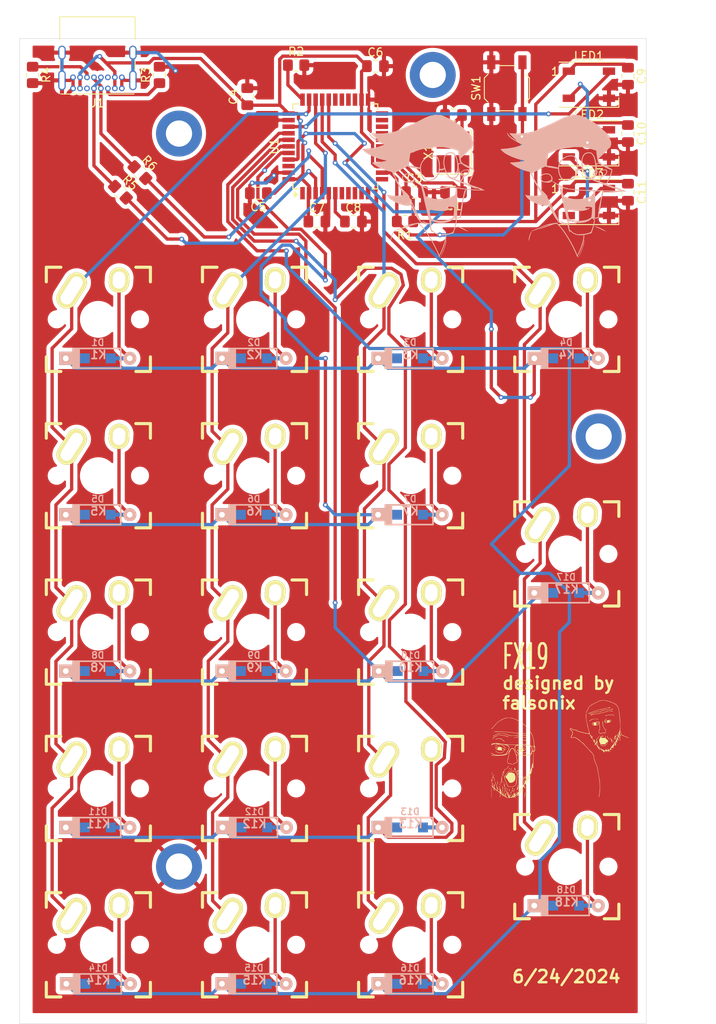
<source format=kicad_pcb>
(kicad_pcb (version 20240108) (generator "pcbnew") (generator_version "8.0")
  (layers (0 "F.Cu" signal) (31 "B.Cu" signal) (34 "B.Paste" user) (35 "F.Paste" user) (36 "B.SilkS" user "B.Silkscreen") (37 "F.SilkS" user "F.Silkscreen") (38 "B.Mask" user) (39 "F.Mask" user) (44 "Edge.Cuts" user))
  (net 0 "")
  (net 1 "/row1")
  (net 2 "Net-(D5-A)")
  (net 3 "Net-(D11-A)")
  (net 4 "/row3")
  (net 5 "Net-(D12-A)")
  (net 6 "Net-(D13-A)")
  (net 7 "Net-(D14-A)")
  (net 8 "/row4")
  (net 9 "Net-(D15-A)")
  (net 10 "Net-(D16-A)")
  (net 11 "Net-(D17-A)")
  (net 12 "/row2")
  (net 13 "Net-(D1-A)")
  (net 14 "/row0")
  (net 15 "Net-(D2-A)")
  (net 16 "Net-(D3-A)")
  (net 17 "Net-(D4-A)")
  (net 18 "Net-(D18-A)")
  (net 19 "Net-(D6-A)")
  (net 20 "Net-(D7-A)")
  (net 21 "Net-(D8-A)")
  (net 22 "Net-(D9-A)")
  (net 23 "Net-(D10-A)")
  (net 24 "/col1")
  (net 25 "/col0")
  (net 26 "/col2")
  (net 27 "/col3")
  (net 28 "GND")
  (net 29 "Net-(J1-CC1)")
  (net 30 "VCC")
  (net 31 "Net-(U1-~{RESET})")
  (net 32 "Net-(U1-~{HWB{slash}PE2})")
  (net 33 "Net-(J1-CC2)")
  (net 34 "Net-(U1-D-)")
  (net 35 "Net-(J1-D--PadA7)")
  (net 36 "Net-(J1-D+-PadA6)")
  (net 37 "Net-(U1-D+)")
  (net 43 "Net-(U1-XTAL1)")
  (net 52 "Net-(U1-UCap)")
  (net 55 "Net-(U1-XTAL2)")
  (net 56 "/led_data")
  (net 59 "Net-(LED1-DOUT)")
  (net 60 "Net-(LED2-DOUT)")
  (footprint "LED_SMD:LED_WS2812B_PLCC4_5.0x5.0mm_P3.2mm" (layer "F.Cu") (at 91.68005 26.1943)
    (property "Reference" "LED1")
    (property "Value" "WS2812B")
  )
  (footprint "Resistor_SMD:R_0805_2012Metric_Pad1.20x1.40mm_HandSolder" (layer "F.Cu") (at 23.813 25.00365 -90)
    (property "Reference" "R4")
    (property "Value" "5.1k")
  )
  (footprint "Capacitor_SMD:C_0805_2012Metric_Pad1.18x1.45mm_HandSolder" (layer "F.Cu") (at 96.44265 32.14755 -90)
    (property "Reference" "C10")
    (property "Value" "100nf")
  )
  (footprint "Capacitor_SMD:C_0805_2012Metric_Pad1.18x1.45mm_HandSolder" (layer "F.Cu") (at 62.9513 42.8634)
    (property "Reference" "C8")
    (property "Value" "1u")
  )
  (footprint "LED_SMD:LED_WS2812B_PLCC4_5.0x5.0mm_P3.2mm" (layer "F.Cu") (at 91.68005 33.3382)
    (property "Reference" "LED2")
    (property "Value" "WS2812B")
  )
  (footprint "Capacitor_SMD:C_0805_2012Metric_Pad1.18x1.45mm_HandSolder" (layer "F.Cu") (at 75.1641 39.29145 180)
    (property "Reference" "C1")
    (property "Value" "22p")
  )
  (footprint "keebs:Mx_Alps_100" (layer "F.Cu") (at 69.935 111.93125)
    (property "Reference" "K13")
    (property "Value" "KEYSW" (hide yes))
  )
  (footprint "keebs:Mx_Alps_100" (layer "F.Cu") (at 31.835 92.88125)
    (property "Reference" "K8")
    (property "Value" "KEYSW" (hide yes))
  )
  (footprint "keebs:Mx_Alps_100" (layer "F.Cu") (at 88.985 83.35625)
    (property "Reference" "K17")
    (property "Value" "KEYSW" (hide yes))
  )
  (footprint "keebs:Mx_Alps_100" (layer "F.Cu") (at 50.885 130.98125)
    (property "Reference" "K15")
    (property "Value" "KEYSW" (hide yes))
  )
  (footprint "Resistor_SMD:R_0805_2012Metric_Pad1.20x1.40mm_HandSolder" (layer "F.Cu") (at 69.24835 42.8634 180)
    (property "Reference" "R1")
    (property "Value" "10k")
  )
  (footprint "keebs:Mx_Alps_100" (layer "F.Cu") (at 50.885 54.78125)
    (property "Reference" "K2")
    (property "Value" "KEYSW" (hide yes))
  )
  (footprint "Capacitor_SMD:C_0805_2012Metric_Pad1.18x1.45mm_HandSolder" (layer "F.Cu") (at 96.44265 25.1568 -90)
    (property "Reference" "C9")
    (property "Value" "100nf")
  )
  (footprint "Crystal:Crystal_SMD_SeikoEpson_FA238-4Pin_3.2x2.5mm_HandSoldering" (layer "F.Cu") (at 75.1016 34.3882 90)
    (property "Reference" "X1")
    (property "Value" "XTAL_GND")
  )
  (footprint "MountingHole:MountingHole_3.2mm_M3_DIN965_Pad" (layer "F.Cu") (at 92.8707 69.0577)
    (property "Reference" "REF**" (hide yes))
    (property "Value" "MountingHole_3.2mm_M3_DIN965_Pad")
  )
  (footprint "keebs:Mx_Alps_100" (layer "F.Cu") (at 88.985 121.45625)
    (property "Reference" "K18")
    (property "Value" "KEYSW" (hide yes))
  )
  (footprint "keebs:Mx_Alps_100" (layer "F.Cu") (at 69.935 130.98125)
    (property "Reference" "K16")
    (property "Value" "KEYSW" (hide yes))
  )
  (footprint "keebs:Mx_Alps_100" (layer "F.Cu") (at 69.935 73.83125)
    (property "Reference" "K7")
    (property "Value" "KEYSW" (hide yes))
  )
  (footprint "keebs:Mx_Alps_100" (layer "F.Cu") (at 69.935 92.88125)
    (property "Reference" "K10")
    (property "Value" "KEYSW" (hide yes))
  )
  (footprint "keebs:Mx_Alps_100" (layer "F.Cu") (at 50.885 92.88125)
    (property "Reference" "K9")
    (property "Value" "KEYSW" (hide yes))
  )
  (footprint "MountingHole:MountingHole_3.2mm_M3_DIN965_Pad" (layer "F.Cu") (at 72.62965 25.00365)
    (property "Reference" "REF**" (hide yes))
    (property "Value" "MountingHole_3.2mm_M3_DIN965_Pad")
  )
  (footprint "keebs:Mx_Alps_100" (layer "F.Cu") (at 50.885 73.83125)
    (property "Reference" "K6")
    (property "Value" "KEYSW" (hide yes))
  )
  (footprint "LED_SMD:LED_WS2812B_PLCC4_5.0x5.0mm_P3.2mm" (layer "F.Cu") (at 91.68005 40.4821)
    (property "Reference" "LED3")
    (property "Value" "WS2812B" (hide yes))
  )
  (footprint "Capacitor_SMD:C_0805_2012Metric_Pad1.18x1.45mm_HandSolder" (layer "F.Cu") (at 70.4015 39.29145)
    (property "Reference" "C3")
    (property "Value" "0.1u")
  )
  (footprint "Capacitor_SMD:C_0805_2012Metric_Pad1.18x1.45mm_HandSolder" (layer "F.Cu") (at 65.6389 23.9317)
    (property "Reference" "C6")
    (property "Value" "0.1u")
  )
  (footprint "Resistor_SMD:R_0805_2012Metric_Pad1.20x1.40mm_HandSolder" (layer "F.Cu") (at 39.29145 25.00365 90)
    (property "Reference" "R3")
    (property "Value" "5.1k")
  )
  (footprint "keebs:Mx_Alps_100" (layer "F.Cu") (at 31.835 73.83125)
    (property "Reference" "K5")
    (property "Value" "KEYSW" (hide yes))
  )
  (footprint "Capacitor_SMD:C_0805_2012Metric_Pad1.18x1.45mm_HandSolder" (layer "F.Cu") (at 75.1641 29.88495 180)
    (property "Reference" "C2")
    (property "Value" "22p")
  )
  (footprint "Resistor_SMD:R_0805_2012Metric_Pad1.20x1.40mm_HandSolder" (layer "F.Cu") (at 34.52885 39.29145 -45)
    (property "Reference" "R5")
    (property "Value" "22")
  )
  (footprint "Capacitor_SMD:C_0805_2012Metric_Pad1.18x1.45mm_HandSolder" (layer "F.Cu") (at 51.3511 39.41015 180)
    (property "Reference" "C5")
    (property "Value" "0.1u")
  )
  (footprint "Connector_USB:USB_C_Receptacle_GCT_USB4085" (layer "F.Cu") (at 34.69755 26.64735 180)
    (property "Reference" "J1")
    (property "Value" "USB_C_Receptacle_USB2.0_14P")
  )
  (footprint "Package_QFP:TQFP-44_10x10mm_P0.8mm" (layer "F.Cu") (at 60.74185 33.71015 90)
    (property "Reference" "U1")
    (property "Value" "ATMEGA32U4")
  )
  (footprint "keebs:Mx_Alps_100" (layer "F.Cu") (at 31.835 54.78125)
    (property "Reference" "K1")
    (property "Value" "KEYSW" (hide yes))
  )
  (footprint "Resistor_SMD:R_0805_2012Metric_Pad1.20x1.40mm_HandSolder" (layer "F.Cu") (at 36.91015 36.91015 -45)
    (property "Reference" "R6")
    (property "Value" "22")
  )
  (footprint "Capacitor_SMD:C_0805_2012Metric_Pad1.18x1.45mm_HandSolder" (layer "F.Cu") (at 96.44265 39.29145 -90)
    (property "Reference" "C11")
    (property "Value" "100nf" (hide yes))
  )
  (footprint "MountingHole:MountingHole_3.2mm_M3_DIN965_Pad" (layer "F.Cu") (at 41.67275 32.14755)
    (property "Reference" "REF**" (hide yes))
    (property "Value" "MountingHole_3.2mm_M3_DIN965_Pad")
  )
  (footprint "keebs:Mx_Alps_100" (layer "F.Cu") (at 50.885 111.93125)
    (property "Reference" "K12")
    (property "Value" "KEYSW" (hide yes))
  )
  (footprint "Button_Switch_SMD:SW_SPST_TL3342" (layer "F.Cu") (at 81.67355 26.61625 90)
    (property "Reference" "SW1")
    (property "Value" "SW_PUSH")
  )
  (footprint "keebs:Mx_Alps_100" (layer "F.Cu") (at 88.985 54.78125)
    (property "Reference" "K4")
    (property "Value" "KEYSW" (hide yes))
  )
  (footprint "Capacitor_SMD:C_0805_2012Metric_Pad1.18x1.45mm_HandSolder" (layer "F.Cu") (at 50.0073 27.6568 90)
    (property "Reference" "C4")
    (property "Value" "0.1u")
  )
  (footprint "keebs:Mx_Alps_100" (layer "F.Cu") (at 31.835 130.98125)
    (property "Reference" "K14")
    (property "Value" "KEYSW" (hide yes))
  )
  (footprint "keebs:Mx_Alps_100" (layer "F.Cu") (at 31.835 111.93125)
    (property "Reference" "K11")
    (property "Value" "KEYSW" (hide yes))
  )
  (footprint "MountingHole:MountingHole_3.2mm_M3_DIN965_Pad" (layer "F.Cu") (at 41.67275 121.4463)
    (property "Reference" "REF**" (hide yes))
    (property "Value" "MountingHole_3.2mm_M3_DIN965_Pad")
  )
  (footprint "Capacitor_SMD:C_0805_2012Metric_Pad1.18x1.45mm_HandSolder" (layer "F.Cu") (at 58.495 42.8634)
    (property "Reference" "C7")
    (property "Value" "4.7u")
  )
  (footprint "Resistor_SMD:R_0805_2012Metric_Pad1.20x1.40mm_HandSolder" (layer "F.Cu") (at 55.96055 23.813)
    (property "Reference" "R2")
    (property "Value" "10k")
  )
  (footprint "keebs:Mx_Alps_100" (layer "F.Cu") (at 69.935 54.78125)
    (property "Reference" "K3")
    (property "Value" "KEYSW" (hide yes))
  )
  (footprint "keyboard_parts:D_SOD123_axial" (layer "B.Cu") (at 69.864 116.6837)
    (property "Reference" "D13")
    (property "Value" "D" (hide yes))
  )
  (footprint "keyboard_parts:D_SOD123_axial" (layer "B.Cu") (at 69.92965 97.6333)
    (property "Reference" "D10")
    (property "Value" "D" (hide yes))
  )
  (footprint "keyboard_parts:D_SOD123_axial" (layer "B.Cu") (at 31.82885 135.7341)
    (property "Reference" "D14")
    (property "Value" "D" (hide yes))
  )
  (footprint "keyboard_parts:D_SOD123_axial" (layer "B.Cu") (at 69.864 59.5325)
    (property "Reference" "D3")
    (property "Value" "D" (hide yes))
  )
  (footprint "keyboard_parts:D_SOD123_axial" (layer "B.Cu") (at 69.864 135.7341)
    (property "Reference" "D16")
    (property "Value" "D" (hide yes))
  )
  (footprint "keyboard_parts:D_SOD123_axial" (layer "B.Cu") (at 50.87925 116.6837)
    (property "Reference" "D12")
    (property "Value" "D" (hide yes))
  )
  (footprint "keyboard_parts:D_SOD123_axial" (layer "B.Cu") (at 50.8136 97.6333)
    (property "Reference" "D9")
    (property "Value" "D" (hide yes))
  )
  (footprint "keyboard_parts:D_SOD123_axial" (layer "B.Cu") (at 50.8136 78.5829)
    (property "Reference" "D6")
    (property "Value" "D" (hide yes))
  )
  (footprint "keyboard_parts:D_SOD123_axial" (layer "B.Cu") (at 88.9144 126.2089)
    (property "Reference" "D18")
    (property "Value" "D" (hide yes))
  )
  (footprint "keyboard_parts:D_SOD123_axial" (layer "B.Cu") (at 50.8136 59.5325)
    (property "Reference" "D2")
    (property "Value" "D" (hide yes))
  )
  (footprint "keyboard_parts:D_SOD123_axial" (layer "B.Cu") (at 69.864 78.5829)
    (property "Reference" "D7")
    (property "Value" "D" (hide yes))
  )
  (footprint "keyboard_parts:D_SOD123_axial" (layer "B.Cu") (at 88.9144 59.5325)
    (property "Reference" "D4")
    (property "Value" "D" (hide yes))
  )
  (footprint "keyboard_parts:D_SOD123_axial" (layer "B.Cu") (at 31.7632 116.6837)
    (property "Reference" "D11")
    (property "Value" "D" (hide yes))
  )
  (footprint "keyboard_parts:D_SOD123_axial" (layer "B.Cu") (at 50.8136 135.7341)
    (property "Reference" "D15")
    (property "Value" "D" (hide yes))
  )
  (footprint "keyboard_parts:D_SOD123_axial" (layer "B.Cu") (at 31.7632 97.6333)
    (property "Reference" "D8")
    (property "Value" "D" (hide yes))
  )
  (footprint "keyboard_parts:D_SOD123_axial" (layer "B.Cu") (at 88.9144 88.1081)
    (property "Reference" "D17")
    (property "Value" "D" (hide yes))
  )
  (footprint "keyboard_parts:D_SOD123_axial" (layer "B.Cu") (at 31.7632 78.5829)
    (property "Reference" "D5")
    (property "Value" "D" (hide yes))
  )
  (footprint "keyboard_parts:D_SOD123_axial" (layer "B.Cu") (at 31.7632 59.53125)
    (property "Reference" "D1")
    (property "Value" "D" (hide yes))
  )
  (gr_poly (pts (xy 95.593789 39.245107) (xy 95.622022 39.245355) (xy 95.644343 39.245768) (xy 95.653164 39.246037) (xy 95.66036 39.246347) (xy 95.665881 39.246699) (xy 95.669679 39.247092) (xy 95.670916 39.247303) (xy 95.671704 39.247526) (xy 95.672037 39.247758) (xy 95.67203 39.247878) (xy 95.671908 39.248001) (xy 95.671311 39.248254) (xy 95.670241 39.248518) (xy 95.666654 39.249076) (xy 95.661098 39.249676) (xy 95.653524 39.250316) (xy 95.634876 39.251474) (xy 95.613809 39.2523) (xy 95.591048 39.252796) (xy 95.567314 39.252962) (xy 95.543333 39.252796) (xy 95.519828 39.2523) (xy 95.497521 39.251474) (xy 95.477136 39.250316) (xy 95.462032 39.249076) (xy 95.454866 39.248001) (xy 95.454157 39.247526) (xy 95.455307 39.247092) (xy 95.463024 39.246347) (xy 95.477686 39.245768) (xy 95.498963 39.245355) (xy 95.560037 39.245024)) (stroke (width -0.000001)) (fill solid) (layer "B.SilkS"))
  (gr_poly (pts (xy 73.846709 35.901948) (xy 73.846911 35.90201) (xy 73.847117 35.902118) (xy 73.847326 35.90227) (xy 73.847756 35.902713) (xy 73.848199 35.90334) (xy 73.848655 35.904155) (xy 73.849123 35.90516) (xy 73.849603 35.906356) (xy 73.850093 35.907747) (xy 73.850714 35.911213) (xy 73.851251 35.914975) (xy 73.852078 35.923236) (xy 73.852574 35.932241) (xy 73.852739 35.941702) (xy 73.852574 35.951327) (xy 73.852078 35.960829) (xy 73.851251 35.969917) (xy 73.850714 35.974216) (xy 73.850093 35.978303) (xy 73.849433 35.982171) (xy 73.848777 35.985189) (xy 73.848132 35.987376) (xy 73.847503 35.988748) (xy 73.847195 35.989135) (xy 73.846894 35.989325) (xy 73.846599 35.98932) (xy 73.846311 35.989123) (xy 73.845759 35.988163) (xy 73.845243 35.98646) (xy 73.844768 35.984035) (xy 73.84434 35.980903) (xy 73.843964 35.977085) (xy 73.843644 35.972597) (xy 73.843196 35.961687) (xy 73.843038 35.948316) (xy 73.842768 35.941291) (xy 73.842617 35.93478) (xy 73.84258 35.928802) (xy 73.842652 35.923374) (xy 73.842827 35.918514) (xy 73.8431 35.914241) (xy 73.843271 35.91233) (xy 73.843466 35.910572) (xy 73.843682 35.90897) (xy 73.84392 35.907526) (xy 73.844178 35.906242) (xy 73.844456 35.905121) (xy 73.844754 35.904164) (xy 73.84507 35.903375) (xy 73.845405 35.902754) (xy 73.845757 35.902305) (xy 73.845939 35.902146) (xy 73.846126 35.90203) (xy 73.846316 35.901959) (xy 73.84651 35.901931)) (stroke (width -0.000001)) (fill solid) (layer "B.SilkS"))
  (gr_poly (pts (xy 90.726701 36.212034) (xy 90.726901 36.212073) (xy 90.727104 36.212138) (xy 90.72731 36.21223) (xy 90.72752 36.21235) (xy 90.727732 36.212497) (xy 90.728166 36.212874) (xy 90.728613 36.213361) (xy 90.729071 36.213959) (xy 90.72954 36.21467) (xy 90.73002 36.215492) (xy 90.730511 36.216427) (xy 90.731131 36.218841) (xy 90.731669 36.221433) (xy 90.732123 36.224175) (xy 90.732495 36.227038) (xy 90.732785 36.229994) (xy 90.732992 36.233015) (xy 90.733116 36.236072) (xy 90.733157 36.239137) (xy 90.733116 36.242181) (xy 90.732992 36.245176) (xy 90.732785 36.248094) (xy 90.732495 36.250906) (xy 90.732123 36.253583) (xy 90.731669 36.256098) (xy 90.731131 36.258421) (xy 90.730511 36.260525) (xy 90.72954 36.262593) (xy 90.728613 36.264173) (xy 90.727732 36.265272) (xy 90.72731 36.265644) (xy 90.726901 36.265899) (xy 90.726504 36.266037) (xy 90.726121 36.26606) (xy 90.725751 36.265969) (xy 90.725395 36.265764) (xy 90.725053 36.265447) (xy 90.724726 36.265019) (xy 90.724117 36.263831) (xy 90.72357 36.26221) (xy 90.723087 36.260162) (xy 90.722671 36.257696) (xy 90.722325 36.254819) (xy 90.722052 36.251539) (xy 90.721853 36.247863) (xy 90.721732 36.2438) (xy 90.721691 36.239358) (xy 90.721702 36.237089) (xy 90.721732 36.234914) (xy 90.721783 36.232834) (xy 90.721853 36.230848) (xy 90.721943 36.228958) (xy 90.722052 36.227164) (xy 90.722179 36.225468) (xy 90.722325 36.223868) (xy 90.722489 36.222367) (xy 90.722671 36.220965) (xy 90.72287 36.219662) (xy 90.723087 36.21846) (xy 90.72332 36.217358) (xy 90.72357 36.216357) (xy 90.723835 36.215459) (xy 90.724117 36.214663) (xy 90.724414 36.213971) (xy 90.724726 36.213382) (xy 90.725053 36.212899) (xy 90.725395 36.21252) (xy 90.725571 36.212371) (xy 90.725751 36.212248) (xy 90.725934 36.212152) (xy 90.726121 36.212082) (xy 90.726311 36.212039) (xy 90.726504 36.212023)) (stroke (width -0.000001)) (fill solid) (layer "B.SilkS"))
  (gr_poly (pts (xy 89.6923 29.821124) (xy 89.711121 29.822716) (xy 89.733125 29.825217) (xy 89.757506 29.828503) (xy 89.783458 29.832451) (xy 89.810174 29.836937) (xy 89.836849 29.841835) (xy 89.862677 29.847024) (xy 89.897597 29.854901) (xy 89.930293 29.862) (xy 89.960814 29.868329) (xy 89.989208 29.873896) (xy 90.015525 29.878708) (xy 90.039813 29.882774) (xy 90.062122 29.8861) (xy 90.082502 29.888696) (xy 90.101 29.890568) (xy 90.117666 29.891724) (xy 90.132549 29.892172) (xy 90.145698 29.89192) (xy 90.157163 29.890976) (xy 90.166992 29.889347) (xy 90.171308 29.888278) (xy 90.175234 29.887041) (xy 90.178776 29.885636) (xy 90.181939 29.884065) (xy 90.185762 29.882225) (xy 90.189947 29.880672) (xy 90.194483 29.879403) (xy 90.19936 29.878416) (xy 90.204567 29.877707) (xy 90.210095 29.877275) (xy 90.215933 29.877117) (xy 90.222071 29.877231) (xy 90.228498 29.877613) (xy 90.235203 29.878261) (xy 90.242178 29.879172) (xy 90.249411 29.880345) (xy 90.256892 29.881776) (xy 90.26461 29.883463) (xy 90.272556 29.885404) (xy 90.280719 29.887594) (xy 90.290296 29.890385) (xy 90.299209 29.892806) (xy 90.307496 29.894861) (xy 90.315198 29.896551) (xy 90.322351 29.897879) (xy 90.328995 29.898848) (xy 90.335169 29.899461) (xy 90.340912 29.89972) (xy 90.343633 29.899717) (xy 90.346262 29.899627) (xy 90.348801 29.89945) (xy 90.351257 29.899186) (xy 90.353634 29.898835) (xy 90.355938 29.898398) (xy 90.358172 29.897876) (xy 90.360342 29.897267) (xy 90.362452 29.896573) (xy 90.364508 29.895795) (xy 90.366514 29.894932) (xy 90.368475 29.893984) (xy 90.370396 29.892953) (xy 90.372282 29.891838) (xy 90.375967 29.889358) (xy 90.378795 29.887146) (xy 90.381968 29.885141) (xy 90.385463 29.883342) (xy 90.389251 29.881751) (xy 90.393309 29.880366) (xy 90.397609 29.879187) (xy 90.402127 29.878216) (xy 90.406836 29.877451) (xy 90.41171 29.876893) (xy 90.416723 29.876542) (xy 90.42185 29.876397) (xy 90.427065 29.876459) (xy 90.432343 29.876728) (xy 90.437656 29.877204) (xy 90.442979 29.877886) (xy 90.448288 29.878775) (xy 90.504356 29.895845) (xy 90.580662 29.923726) (xy 90.674289 29.961157) (xy 90.782324 30.006877) (xy 90.901852 30.059624) (xy 91.029958 30.118139) (xy 91.163728 30.18116) (xy 91.300247 30.247426) (xy 91.529138 30.362272) (xy 91.631854 30.415385) (xy 91.73306 30.469015) (xy 91.94988 30.587995) (xy 92.217468 30.739551) (xy 92.264573 30.768332) (xy 92.328731 30.809391) (xy 92.481832 30.91065) (xy 92.557586 30.962002) (xy 92.624018 31.007939) (xy 92.674533 31.044037) (xy 92.702539 31.065872) (xy 92.72737 31.087204) (xy 92.768903 31.121434) (xy 92.821352 31.163602) (xy 92.878927 31.208747) (xy 92.911594 31.235484) (xy 92.95042 31.268526) (xy 92.99396 31.30657) (xy 93.040765 31.348314) (xy 93.089388 31.392456) (xy 93.138384 31.437694) (xy 93.186305 31.482724) (xy 93.231704 31.526246) (xy 93.27566 31.569148) (xy 93.31943 31.611161) (xy 93.361836 31.651231) (xy 93.401699 31.688304) (xy 93.437842 31.721325) (xy 93.469086 31.749241) (xy 93.494253 31.770996) (xy 93.512164 31.785538) (xy 93.572728 31.834638) (xy 93.641479 31.894238) (xy 93.715686 31.961776) (xy 93.792622 32.034687) (xy 93.869558 32.110411) (xy 93.943765 32.186382) (xy 94.012515 32.260038) (xy 94.07308 32.328816) (xy 94.112105 32.374567) (xy 94.149808 32.418333) (xy 94.166924 32.437819) (xy 94.182221 32.454824) (xy 94.195203 32.468687) (xy 94.200671 32.474233) (xy 94.205374 32.478747) (xy 94.219572 32.494559) (xy 94.23363 32.511403) (xy 94.247409 32.529026) (xy 94.26077 32.54718) (xy 94.273573 32.565612) (xy 94.285678 32.584073) (xy 94.296946 32.602312) (xy 94.307237 32.620078) (xy 94.316412 32.637121) (xy 94.324332 32.653189) (xy 94.330856 32.668033) (xy 94.335845 32.681401) (xy 94.33916 32.693043) (xy 94.340147 32.698139) (xy 94.340662 32.702709) (xy 94.340688 32.706722) (xy 94.340209 32.710148) (xy 94.339207 32.712953) (xy 94.337664 32.715108) (xy 94.336289 32.716317) (xy 94.334807 32.717297) (xy 94.333216 32.718046) (xy 94.331511 32.718564) (xy 94.32969 32.718847) (xy 94.32775 32.718895) (xy 94.325687 32.718705) (xy 94.323498 32.718277) (xy 94.318729 32.716699) (xy 94.313417 32.714147) (xy 94.307537 32.710607) (xy 94.301063 32.706068) (xy 94.293969 32.700516) (xy 94.286228 32.693937) (xy 94.277816 32.686321) (xy 94.268706 32.677653) (xy 94.258873 32.66792) (xy 94.24829 32.657109) (xy 94.224774 32.632205) (xy 94.143232 32.543635) (xy 94.070847 32.466041) (xy 94.008012 32.399816) (xy 93.955119 32.345353) (xy 93.932524 32.322654) (xy 93.912562 32.303043) (xy 93.895282 32.286569) (xy 93.880733 32.273281) (xy 93.868964 32.263228) (xy 93.860025 32.256459) (xy 93.856631 32.254321) (xy 93.853963 32.253023) (xy 93.852028 32.25257) (xy 93.85083 32.252969) (xy 93.850441 32.253578) (xy 93.850266 32.254407) (xy 93.850533 32.256704) (xy 93.851597 32.259806) (xy 93.85342 32.263663) (xy 93.855967 32.268222) (xy 93.859201 32.273433) (xy 93.863086 32.279243) (xy 93.867586 32.285601) (xy 93.878287 32.299753) (xy 93.891013 32.315477) (xy 93.905475 32.332358) (xy 93.921383 32.349983) (xy 93.96783 32.402423) (xy 94.011917 32.454569) (xy 94.053643 32.506415) (xy 94.093005 32.557956) (xy 94.13 32.609187) (xy 94.164625 32.660103) (xy 94.196879 32.710699) (xy 94.226758 32.760969) (xy 94.25426 32.810908) (xy 94.279382 32.860511) (xy 94.302122 32.909774) (xy 94.322477 32.95869) (xy 94.340444 33.007254) (xy 94.356022 33.055462) (xy 94.369206 33.103309) (xy 94.379995 33.150788) (xy 94.385516 33.181575) (xy 94.390176 33.212948) (xy 94.393983 33.244709) (xy 94.396945 33.276658) (xy 94.399071 33.308597) (xy 94.400366 33.340327) (xy 94.400841 33.371649) (xy 94.400501 33.402363) (xy 94.399355 33.432271) (xy 94.397411 33.461174) (xy 94.394676 33.488874) (xy 94.391158 33.51517) (xy 94.386865 33.539864) (xy 94.381804 33.562757) (xy 94.375984 33.58365) (xy 94.369412 33.602344) (xy 94.346251 33.656839) (xy 94.324351 33.706579) (xy 94.30365 33.751606) (xy 94.284085 33.791962) (xy 94.265595 33.827687) (xy 94.256734 33.843827) (xy 94.248118 33.858824) (xy 94.23974 33.872685) (xy 94.231592 33.885413) (xy 94.223666 33.897016) (xy 94.215954 33.907496) (xy 94.211677 33.913098) (xy 94.207451 33.918329) (xy 94.203284 33.923188) (xy 94.199188 33.927678) (xy 94.195169 33.931798) (xy 94.191239 33.935549) (xy 94.187407 33.938932) (xy 94.183681 33.941948) (xy 94.180072 33.944596) (xy 94.176588 33.946878) (xy 94.17324 33.948795) (xy 94.170035 33.950347) (xy 94.166984 33.951534) (xy 94.164097 33.952358) (xy 94.161382 33.952819) (xy 94.158849 33.952917) (xy 94.156506 33.952654) (xy 94.154365 33.952029) (xy 94.152433 33.951044) (xy 94.150721 33.949699) (xy 94.149237 33.947996) (xy 94.147992 33.945933) (xy 94.146994 33.943513) (xy 94.146252 33.940735) (xy 94.145777 33.937601) (xy 94.145577 33.934111) (xy 94.145663 33.930266) (xy 94.146042 33.926066) (xy 94.146725 33.921512) (xy 94.147721 33.916605) (xy 94.149039 33.911345) (xy 94.150689 33.905733) (xy 94.151503 33.90244) (xy 94.151536 33.901293) (xy 94.151327 33.900473) (xy 94.150881 33.899974) (xy 94.150205 33.899792) (xy 94.149303 33.899922) (xy 94.148182 33.900359) (xy 94.1453 33.902135) (xy 94.141605 33.905082) (xy 94.13714 33.90916) (xy 94.131949 33.914332) (xy 94.126076 33.920558) (xy 94.119564 33.927799) (xy 94.104802 33.945172) (xy 94.088015 33.966143) (xy 94.069552 33.9904) (xy 94.026963 34.044849) (xy 93.982845 34.098245) (xy 93.933684 34.154327) (xy 93.875965 34.216839) (xy 93.806174 34.28952) (xy 93.720798 34.376112) (xy 93.489233 34.605996) (xy 93.37199 34.720181) (xy 93.268306 34.822293) (xy 93.145272 34.944663) (xy 93.132151 34.957462) (xy 93.115701 34.972968) (xy 93.07538 35.009707) (xy 93.05279 35.02974) (xy 93.029436 35.050083) (xy 93.005957 35.070137) (xy 92.982995 35.089302) (xy 92.875399 35.181025) (xy 92.900094 35.281566) (xy 92.92545 35.395337) (xy 92.954776 35.524983) (xy 92.984759 35.666094) (xy 93.064135 35.666094) (xy 93.072858 35.666232) (xy 93.081161 35.666637) (xy 93.08904 35.6673) (xy 93.096489 35.668209) (xy 93.103502 35.669353) (xy 93.110075 35.670722) (xy 93.116201 35.672303) (xy 93.121876 35.674087) (xy 93.127093 35.676061) (xy 93.131848 35.678216) (xy 93.136134 35.680541) (xy 93.139946 35.683023) (xy 93.143279 35.685653) (xy 93.146127 35.688419) (xy 93.148485 35.691311) (xy 93.150347 35.694316) (xy 93.151708 35.697425) (xy 93.152562 35.700627) (xy 93.152903 35.70391) (xy 93.152727 35.707263) (xy 93.152028 35.710676) (xy 93.1508 35.714137) (xy 93.149038 35.717636) (xy 93.146736 35.721161) (xy 93.143889 35.724701) (xy 93.140491 35.728246) (xy 93.136538 35.731785) (xy 93.132022 35.735306) (xy 93.126939 35.738799) (xy 93.121284 35.742253) (xy 93.11505 35.745656) (xy 93.108233 35.748997) (xy 93.094087 35.755584) (xy 93.088986 35.758516) (xy 93.085357 35.761344) (xy 93.084133 35.762752) (xy 93.08332 35.764172) (xy 93.082936 35.765619) (xy 93.082994 35.767104) (xy 93.083509 35.768641) (xy 93.084497 35.770243) (xy 93.085972 35.771922) (xy 93.087948 35.773691) (xy 93.093466 35.777553) (xy 93.101171 35.781932) (xy 93.11118 35.78693) (xy 93.123612 35.792653) (xy 93.156224 35.806681) (xy 93.199957 35.824844) (xy 93.259652 35.849538) (xy 93.32034 35.874233) (xy 93.416912 35.913038) (xy 93.45228 35.928786) (xy 93.494469 35.94873) (xy 93.604768 36.004099) (xy 93.758722 36.084935) (xy 93.967248 36.197024) (xy 94.008768 36.2196) (xy 94.048056 36.240708) (xy 94.084202 36.259873) (xy 94.116296 36.27662) (xy 94.143429 36.290473) (xy 94.164692 36.300956) (xy 94.179175 36.307595) (xy 94.183589 36.309324) (xy 94.185968 36.309913) (xy 94.18765 36.310341) (xy 94.190663 36.311595) (xy 94.200382 36.316418) (xy 94.214524 36.324052) (xy 94.232491 36.334167) (xy 94.277498 36.360515) (xy 94.330609 36.392817) (xy 94.344175 36.401285) (xy 94.357697 36.40947) (xy 94.37109 36.417334) (xy 94.384269 36.424842) (xy 94.397148 36.431957) (xy 94.409642 36.438643) (xy 94.421665 36.444864) (xy 94.433134 36.450583) (xy 94.443961 36.455765) (xy 94.454063 36.460374) (xy 94.463353 36.464373) (xy 94.471747 36.467726) (xy 94.479158 36.470397) (xy 94.485503 36.472349) (xy 94.490695 36.473547) (xy 94.49465 36.473955) (xy 94.49821 36.47382) (xy 94.501614 36.474073) (xy 94.504861 36.474711) (xy 94.507948 36.475729) (xy 94.510875 36.477123) (xy 94.513641 36.478888) (xy 94.516244 36.481022) (xy 94.518683 36.483518) (xy 94.520956 36.486374) (xy 94.523063 36.489585) (xy 94.526772 36.497054) (xy 94.529798 36.505893) (xy 94.532132 36.516068) (xy 94.533763 36.527545) (xy 94.534681 36.54029) (xy 94.534876 36.554271) (xy 94.534337 36.569453) (xy 94.533054 36.585803) (xy 94.531016 36.603287) (xy 94.528214 36.621872) (xy 94.524636 36.641524) (xy 94.523065 36.650196) (xy 94.521656 36.658974) (xy 94.520408 36.667798) (xy 94.519317 36.676609) (xy 94.517598 36.693955) (xy 94.516478 36.710536) (xy 94.515937 36.725878) (xy 94.515955 36.739503) (xy 94.516166 36.745524) (xy 94.516509 36.750937) (xy 94.516982 36.755684) (xy 94.517581 36.759705) (xy 94.518829 36.766724) (xy 94.5193 36.775098) (xy 94.519042 36.784649) (xy 94.518104 36.795203) (xy 94.516536 36.806584) (xy 94.514387 36.818616) (xy 94.511705 36.831123) (xy 94.508541 36.84393) (xy 94.504942 36.856862) (xy 94.500958 36.869741) (xy 94.496638 36.882393) (xy 94.492032 36.894642) (xy 94.487187 36.906313) (xy 94.482154 36.917228) (xy 94.476982 36.927214) (xy 94.471719 36.936094) (xy 94.468946 36.942102) (xy 94.464746 36.953071) (xy 94.452977 36.987246) (xy 94.438232 37.033328) (xy 94.422329 37.086024) (xy 94.403588 37.147705) (xy 94.380877 37.218316) (xy 94.356844 37.288927) (xy 94.345158 37.321442) (xy 94.334133 37.350608) (xy 94.302153 37.426031) (xy 94.249275 37.540915) (xy 94.109019 37.831929) (xy 93.969755 38.109383) (xy 93.918117 38.207317) (xy 93.887872 38.259011) (xy 93.883577 38.264644) (xy 93.879972 38.26968) (xy 93.877086 38.274184) (xy 93.875921 38.276257) (xy 93.874946 38.278221) (xy 93.874165 38.280084) (xy 93.873581 38.281854) (xy 93.873198 38.283539) (xy 93.87302 38.285149) (xy 93.87305 38.286689) (xy 93.873291 38.288169) (xy 93.873747 38.289597) (xy 93.874422 38.290981) (xy 93.875319 38.292329) (xy 93.876442 38.293648) (xy 93.877794 38.294947) (xy 93.87938 38.296235) (xy 93.881201 38.297518) (xy 93.883263 38.298806) (xy 93.88812 38.301426) (xy 93.89398 38.304161) (xy 93.90087 38.307073) (xy 93.917858 38.313691) (xy 93.95082 38.325818) (xy 94.000319 38.344559) (xy 94.12247 38.391302) (xy 94.319915 38.463677) (xy 94.584167 38.557549) (xy 94.875538 38.658697) (xy 95.154342 38.7529) (xy 95.250643 38.785831) (xy 95.341012 38.817915) (xy 95.423319 38.848305) (xy 95.495435 38.876151) (xy 95.555232 38.900608) (xy 95.579845 38.9113) (xy 95.60058 38.920827) (xy 95.61717 38.929083) (xy 95.62935 38.935961) (xy 95.636853 38.941356) (xy 95.638767 38.943465) (xy 95.639413 38.945163) (xy 95.639027 38.945733) (xy 95.637895 38.946124) (xy 95.633553 38.9464) (xy 95.626705 38.946051) (xy 95.617668 38.945136) (xy 95.5943 38.941845) (xy 95.565992 38.937005) (xy 95.535286 38.93109) (xy 95.504724 38.924575) (xy 95.47685 38.917937) (xy 95.454205 38.91165) (xy 95.449222 38.90981) (xy 95.444855 38.908263) (xy 95.441097 38.90701) (xy 95.437944 38.906055) (xy 95.43539 38.905399) (xy 95.434336 38.905184) (xy 95.433431 38.905045) (xy 95.432672 38.904983) (xy 95.43206 38.904996) (xy 95.431595 38.905087) (xy 95.431274 38.905255) (xy 95.431098 38.905501) (xy 95.431066 38.905824) (xy 95.431178 38.906226) (xy 95.431432 38.906706) (xy 95.431829 38.907265) (xy 95.432367 38.907902) (xy 95.433046 38.90862) (xy 95.433865 38.909417) (xy 95.435921 38.911252) (xy 95.438529 38.91341) (xy 95.441686 38.915893) (xy 95.445385 38.918705) (xy 95.459273 38.927546) (xy 95.475709 38.936189) (xy 95.494553 38.944599) (xy 95.515665 38.952742) (xy 95.538907 38.960586) (xy 95.564138 38.968097) (xy 95.591219 38.975241) (xy 95.62001 38.981984) (xy 95.682166 38.994135) (xy 95.74949 39.004281) (xy 95.820866 39.012153) (xy 95.895178 39.017483) (xy 95.937855 39.020198) (xy 95.97797 39.022995) (xy 96.014612 39.025792) (xy 96.046872 39.028507) (xy 96.07384 39.031056) (xy 96.094608 39.033357) (xy 96.108264 39.035328) (xy 96.112142 39.036164) (xy 96.1139 39.036886) (xy 96.11661 39.039799) (xy 96.117518 39.041208) (xy 96.118131 39.042584) (xy 96.118449 39.043926) (xy 96.118474 39.045234) (xy 96.118207 39.046507) (xy 96.117649 39.047745) (xy 96.116801 39.048946) (xy 96.115666 39.050111) (xy 96.112536 39.052327) (xy 96.108269 39.054388) (xy 96.102876 39.056288) (xy 96.096366 39.058024) (xy 96.088751 39.059589) (xy 96.08004 39.060978) (xy 96.070243 39.062186) (xy 96.059372 39.063209) (xy 96.047437 39.06404) (xy 96.034447 39.064675) (xy 96.020413 39.065108) (xy 96.001108 39.065662) (xy 95.984209 39.066648) (xy 95.969723 39.068042) (xy 95.957658 39.069821) (xy 95.952535 39.070847) (xy 95.948021 39.071961) (xy 95.944117 39.07316) (xy 95.940822 39.074441) (xy 95.938138 39.0758) (xy 95.936066 39.077235) (xy 95.934607 39.078743) (xy 95.933763 39.080321) (xy 95.933533 39.081967) (xy 95.933919 39.083676) (xy 95.934922 39.085447) (xy 95.936543 39.087277) (xy 95.938782 39.089162) (xy 95.941642 39.0911) (xy 95.945122 39.093087) (xy 95.949224 39.095121) (xy 95.953949 39.0972) (xy 95.959297 39.099319) (xy 95.971868 39.103669) (xy 95.986946 39.108148) (xy 96.004538 39.112732) (xy 96.022363 39.118148) (xy 96.042296 39.12497) (xy 96.063635 39.132948) (xy 96.085677 39.141837) (xy 96.107719 39.151387) (xy 96.129058 39.16135) (xy 96.148991 39.171478) (xy 96.15821 39.176527) (xy 96.166815 39.181524) (xy 96.247955 39.229149) (xy 96.177398 39.234441) (xy 96.161228 39.235358) (xy 96.142287 39.235488) (xy 96.121279 39.234875) (xy 96.098907 39.233559) (xy 96.075873 39.231582) (xy 96.05288 39.228984) (xy 96.030631 39.225808) (xy 96.009829 39.222094) (xy 95.984309 39.217798) (xy 95.95085 39.214184) (xy 95.910611 39.211273) (xy 95.86475 39.209085) (xy 95.814424 39.207641) (xy 95.760791 39.206963) (xy 95.705008 39.207069) (xy 95.648233 39.207982) (xy 95.573991 39.21017) (xy 95.511366 39.212916) (xy 95.483803 39.214569) (xy 95.458415 39.216447) (xy 95.43496 39.218578) (xy 95.413195 39.220991) (xy 95.392877 39.223714) (xy 95.373763 39.226776) (xy 95.35561 39.230204) (xy 95.338175 39.234027) (xy 95.321215 39.238275) (xy 95.304489 39.242974) (xy 95.287751 39.248154) (xy 95.270761 39.253843) (xy 95.2576 39.258308) (xy 95.244605 39.262439) (xy 95.231817 39.266234) (xy 95.219277 39.269691) (xy 95.207026 39.272807) (xy 95.195106 39.275579) (xy 95.183558 39.278004) (xy 95.172424 39.280081) (xy 95.161744 39.281807) (xy 95.15156 39.283179) (xy 95.141913 39.284194) (xy 95.132846 39.284849) (xy 95.124398 39.285144) (xy 95.116612 39.285074) (xy 95.109528 39.284637) (xy 95.103189 39.28383) (xy 95.08863 39.281694) (xy 95.068078 39.27931) (xy 95.012791 39.274129) (xy 94.944937 39.268947) (xy 94.872122 39.264428) (xy 94.607537 39.246789) (xy 94.561898 39.243922) (xy 94.501705 39.241056) (xy 94.434897 39.238851) (xy 94.401493 39.238203) (xy 94.369412 39.237969) (xy 94.351304 39.237596) (xy 94.334679 39.237139) (xy 94.319532 39.236593) (xy 94.305857 39.235957) (xy 94.293651 39.235228) (xy 94.282906 39.234403) (xy 94.273619 39.23348) (xy 94.265784 39.232456) (xy 94.26241 39.231906) (xy 94.259396 39.23133) (xy 94.256743 39.230726) (xy 94.25445 39.230097) (xy 94.252516 39.22944) (xy 94.25094 39.228755) (xy 94.249723 39.228043) (xy 94.248862 39.227303) (xy 94.248566 39.226922) (xy 94.248358 39.226534) (xy 94.24824 39.226139) (xy 94.24821 39.225737) (xy 94.248269 39.225327) (xy 94.248417 39.22491) (xy 94.248979 39.224054) (xy 94.249895 39.223168) (xy 94.251164 39.222253) (xy 94.252786 39.221307) (xy 94.25476 39.22033) (xy 94.257353 39.218698) (xy 94.257627 39.217899) (xy 94.257227 39.217112) (xy 94.254435 39.215578) (xy 94.249028 39.214101) (xy 94.230576 39.211338) (xy 94.224855 39.210838) (xy 94.430902 39.210838) (xy 94.430928 39.211031) (xy 94.430983 39.211228) (xy 94.431066 39.211428) (xy 94.431321 39.211838) (xy 94.431693 39.21226) (xy 94.432183 39.212694) (xy 94.432792 39.21314) (xy 94.433522 39.213598) (xy 94.434372 39.214068) (xy 94.435345 39.214548) (xy 94.436441 39.215039) (xy 94.438544 39.215659) (xy 94.440868 39.216196) (xy 94.443382 39.216651) (xy 94.446059 39.217023) (xy 94.448871 39.217312) (xy 94.451789 39.217519) (xy 94.454784 39.217643) (xy 94.457828 39.217684) (xy 94.460893 39.217643) (xy 94.46395 39.217519) (xy 94.466971 39.217312) (xy 94.469927 39.217023) (xy 94.472791 39.216651) (xy 94.475533 39.216196) (xy 94.478125 39.215659) (xy 94.480539 39.215039) (xy 94.482296 39.214068) (xy 94.483605 39.21314) (xy 94.484092 39.212694) (xy 94.484469 39.21226) (xy 94.484735 39.211838) (xy 94.484893 39.211428) (xy 94.484942 39.211031) (xy 94.484884 39.210648) (xy 94.484718 39.210278) (xy 94.484445 39.209922) (xy 94.484067 39.209581) (xy 94.483746 39.209364) (xy 94.975278 39.209364) (xy 94.975357 39.209796) (xy 94.97554 39.210239) (xy 94.975826 39.210691) (xy 94.976218 39.211152) (xy 94.976715 39.211621) (xy 94.97732 39.212097) (xy 94.978032 39.212578) (xy 94.978853 39.213065) (xy 94.979784 39.213555) (xy 94.980826 39.214048) (xy 94.981979 39.214543) (xy 94.983245 39.215039) (xy 94.984413 39.215514) (xy 94.985598 39.215949) (xy 94.988014 39.216699) (xy 94.99047 39.217294) (xy 94.992947 39.217739) (xy 94.995424 39.21804) (xy 94.99788 39.218201) (xy 95.000295 39.218228) (xy 95.002648 39.218125) (xy 95.004919 39.217898) (xy 95.007086 39.217553) (xy 95.009129 39.217094) (xy 95.011027 39.216526) (xy 95.01276 39.215855) (xy 95.013558 39.215483) (xy 95.014307 39.215086) (xy 95.015004 39.214667) (xy 95.015647 39.214224) (xy 95.016233 39.21376) (xy 95.01676 39.213274) (xy 95.01737 39.212778) (xy 95.017878 39.212284) (xy 95.018286 39.211792) (xy 95.018596 39.211304) (xy 95.018809 39.210821) (xy 95.018926 39.210344) (xy 95.01895 39.209875) (xy 95.018882 39.209416) (xy 95.018723 39.208966) (xy 95.018476 39.208529) (xy 95.018141 39.208104) (xy 95.017721 39.207693) (xy 95.017217 39.207298) (xy 95.01663 39.20692) (xy 95.015216 39.206219) (xy 95.013493 39.2056) (xy 95.011472 39.205075) (xy 95.009166 39.204653) (xy 95.00659 39.204345) (xy 95.003755 39.20416) (xy 95.000674 39.20411) (xy 94.997362 39.204205) (xy 94.993829 39.204455) (xy 94.992052 39.20447) (xy 94.990358 39.204515) (xy 94.988749 39.20459) (xy 94.987225 39.204692) (xy 94.985788 39.204822) (xy 94.984439 39.204978) (xy 94.983178 39.205159) (xy 94.982006 39.205364) (xy 94.980925 39.205593) (xy 94.979936 39.205843) (xy 94.979038 39.206116) (xy 94.978234 39.206408) (xy 94.977524 39.20672) (xy 94.97691 39.20705) (xy 94.976391 39.207398) (xy 94.97597 39.207762) (xy 94.975648 39.208142) (xy 94.975424 39.208536) (xy 94.9753 39.208944) (xy 94.975278 39.209364) (xy 94.483746 39.209364) (xy 94.483583 39.209254) (xy 94.482302 39.208644) (xy 94.480608 39.208097) (xy 94.478506 39.207614) (xy 94.476 39.207199) (xy 94.473097 39.206853) (xy 94.469801 39.20658) (xy 94.466117 39.206381) (xy 94.462051 39.20626) (xy 94.457608 39.206219) (xy 94.453165 39.20626) (xy 94.449102 39.206381) (xy 94.445426 39.20658) (xy 94.443736 39.206707) (xy 94.442146 39.206853) (xy 94.440656 39.207017) (xy 94.439269 39.207199) (xy 94.437984 39.207398) (xy 94.436802 39.207614) (xy 94.435726 39.207847) (xy 94.434755 39.208097) (xy 94.43389 39.208363) (xy 94.433133 39.208644) (xy 94.432485 39.208941) (xy 94.431946 39.209254) (xy 94.431518 39.209581) (xy 94.431201 39.209922) (xy 94.431084 39.210099) (xy 94.430996 39.210278) (xy 94.430936 39.210462) (xy 94.430905 39.210648) (xy 94.430902 39.210838) (xy 94.224855 39.210838) (xy 94.202285 39.208865) (xy 94.164568 39.206722) (xy 94.117839 39.204951) (xy 94.06251 39.203594) (xy 93.998996 39.202691) (xy 93.877177 39.201809) (xy 93.761312 39.199605) (xy 93.664629 39.196738) (xy 93.600357 39.193872) (xy 93.490997 39.18858) (xy 93.464538 39.260899) (xy 93.452501 39.299571) (xy 93.433725 39.365217) (xy 93.384722 39.545106) (xy 93.335058 39.73591) (xy 93.315456 39.815199) (xy 93.302261 39.87297) (xy 93.261691 40.049358) (xy 93.243374 40.12646) (xy 93.22793 40.193226) (xy 93.21509 40.250896) (xy 93.204585 40.300713) (xy 93.196148 40.343914) (xy 93.189509 40.381741) (xy 93.184399 40.415434) (xy 93.180551 40.446233) (xy 93.175149 40.495263) (xy 93.165118 40.57654) (xy 93.151778 40.678653) (xy 93.136453 40.790191) (xy 93.103603 41.037356) (xy 93.074719 41.248803) (xy 93.069393 41.288852) (xy 93.062868 41.331402) (xy 93.055433 41.375152) (xy 93.047379 41.418798) (xy 93.038993 41.461038) (xy 93.030567 41.500571) (xy 93.022389 41.536093) (xy 93.014749 41.566303) (xy 93.007348 41.595793) (xy 92.999864 41.629251) (xy 92.992547 41.665521) (xy 92.985643 41.703445) (xy 92.9794 41.741864) (xy 92.974067 41.779623) (xy 92.969891 41.815562) (xy 92.96712 41.848525) (xy 92.964322 41.879093) (xy 92.961277 41.908193) (xy 92.958066 41.935185) (xy 92.954773 41.959429) (xy 92.951479 41.980282) (xy 92.949858 41.989237) (xy 92.948268 41.997104) (xy 92.946719 42.003804) (xy 92.945223 42.009255) (xy 92.943788 42.013379) (xy 92.942425 42.016094) (xy 92.941104 42.017969) (xy 92.939791 42.020266) (xy 92.938493 42.02295) (xy 92.937218 42.025988) (xy 92.935974 42.029347) (xy 92.934769 42.032992) (xy 92.93361 42.03689) (xy 92.932506 42.041009) (xy 92.930491 42.049769) (xy 92.928785 42.059005) (xy 92.927452 42.068448) (xy 92.926944 42.073164) (xy 92.926553 42.07783) (xy 92.92612 42.082307) (xy 92.925494 42.087111) (xy 92.924688 42.092193) (xy 92.923713 42.097508) (xy 92.921312 42.10865) (xy 92.918394 42.120163) (xy 92.915063 42.131677) (xy 92.911421 42.142818) (xy 92.907573 42.153215) (xy 92.905604 42.158018) (xy 92.903622 42.162496) (xy 92.900811 42.167478) (xy 92.89833 42.172504) (xy 92.89618 42.177577) (xy 92.894361 42.182698) (xy 92.892873 42.187872) (xy 92.891716 42.193099) (xy 92.890889 42.198384) (xy 92.890393 42.203727) (xy 92.890227 42.209133) (xy 92.890393 42.214603) (xy 92.890889 42.220141) (xy 92.891716 42.225748) (xy 92.892873 42.231428) (xy 92.894361 42.237182) (xy 92.89618 42.243014) (xy 92.89833 42.248926) (xy 92.89997 42.254523) (xy 92.90126 42.26038) (xy 92.902212 42.266466) (xy 92.902837 42.272753) (xy 92.903146 42.27921) (xy 92.903152 42.285808) (xy 92.902866 42.292517) (xy 92.902299 42.299308) (xy 92.901464 42.30615) (xy 92.900372 42.313014) (xy 92.899034 42.319871) (xy 92.897462 42.32669) (xy 92.895668 42.333442) (xy 92.893664 42.340096) (xy 92.89146 42.346625) (xy 92.88907 42.352997) (xy 92.886503 42.359183) (xy 92.883773 42.365153) (xy 92.88089 42.370877) (xy 92.877866 42.376327) (xy 92.874713 42.381472) (xy 92.871443 42.386282) (xy 92.868066 42.390727) (xy 92.864595 42.394779) (xy 92.861042 42.398407) (xy 92.857417 42.401581) (xy 92.853733 42.404272) (xy 92.850002 42.406451) (xy 92.846234 42.408087) (xy 92.842441 42.40915) (xy 92.838636 42.409612) (xy 92.834829 42.409441) (xy 92.83178 42.409023) (xy 92.827964 42.409076) (xy 92.823439 42.409573) (xy 92.818266 42.410488) (xy 92.812504 42.411797) (xy 92.806212 42.413472) (xy 92.792276 42.41782) (xy 92.776935 42.423325) (xy 92.760664 42.429781) (xy 92.743938 42.436982) (xy 92.727233 42.444719) (xy 92.696312 42.459086) (xy 92.66631 42.471763) (xy 92.637115 42.482756) (xy 92.608612 42.492069) (xy 92.580688 42.499707) (xy 92.553228 42.505677) (xy 92.526121 42.509982) (xy 92.49925 42.512629) (xy 92.472504 42.513622) (xy 92.445768 42.512966) (xy 92.418929 42.510668) (xy 92.391873 42.506731) (xy 92.364486 42.501161) (xy 92.336655 42.493963) (xy 92.308266 42.485142) (xy 92.279205 42.474705) (xy 92.276018 42.473749) (xy 92.274758 42.473543) (xy 92.273717 42.473513) (xy 92.272891 42.473655) (xy 92.272279 42.473968) (xy 92.271876 42.474448) (xy 92.271681 42.47509) (xy 92.271689 42.475893) (xy 92.271899 42.476853) (xy 92.272911 42.479231) (xy 92.274692 42.482198) (xy 92.27722 42.485729) (xy 92.280472 42.489797) (xy 92.284424 42.494376) (xy 92.289053 42.499441) (xy 92.294336 42.504966) (xy 92.300249 42.510925) (xy 92.30677 42.517292) (xy 92.321539 42.531148) (xy 92.346226 42.553332) (xy 92.356396 42.563011) (xy 92.365249 42.572022) (xy 92.372882 42.580567) (xy 92.379394 42.588851) (xy 92.384883 42.597078) (xy 92.387275 42.601235) (xy 92.389447 42.605453) (xy 92.391413 42.609759) (xy 92.393184 42.614179) (xy 92.394773 42.618738) (xy 92.396192 42.623461) (xy 92.39857 42.633502) (xy 92.400416 42.644507) (xy 92.401828 42.65668) (xy 92.402903 42.670224) (xy 92.403741 42.685345) (xy 92.40444 42.702247) (xy 92.404782 42.723389) (xy 92.404524 42.74538) (xy 92.403728 42.767576) (xy 92.402457 42.789339) (xy 92.400772 42.810027) (xy 92.398735 42.828999) (xy 92.396409 42.845614) (xy 92.393856 42.859232) (xy 92.39048 42.872051) (xy 92.387021 42.88638) (xy 92.383562 42.901741) (xy 92.380186 42.917661) (xy 92.374012 42.949273) (xy 92.37138 42.964015) (xy 92.369162 42.977413) (xy 92.363685 43.01399) (xy 92.35676 43.055052) (xy 92.348761 43.098801) (xy 92.340058 43.143439) (xy 92.331025 43.187168) (xy 92.322034 43.228189) (xy 92.313456 43.264703) (xy 92.305664 43.294913) (xy 92.285379 43.374289) (xy 92.272425 43.426874) (xy 92.259802 43.480121) (xy 92.243183 43.546736) (xy 92.223092 43.620131) (xy 92.20052 43.697163) (xy 92.176459 43.774692) (xy 92.151903 43.849574) (xy 92.127842 43.918669) (xy 92.105269 43.978834) (xy 92.085177 44.026928) (xy 92.076609 44.045748) (xy 92.068227 44.066036) (xy 92.060217 44.087109) (xy 92.052765 44.108286) (xy 92.046058 44.128884) (xy 92.04028 44.148222) (xy 92.035619 44.165616) (xy 92.03226 44.180385) (xy 92.030788 44.189694) (xy 92.029004 44.198468) (xy 92.026884 44.206752) (xy 92.024405 44.214588) (xy 92.021543 44.222021) (xy 92.018276 44.229095) (xy 92.01458 44.235854) (xy 92.010432 44.242342) (xy 92.005808 44.248602) (xy 92.000686 44.254679) (xy 91.995041 44.260616) (xy 91.988852 44.266457) (xy 91.982094 44.272247) (xy 91.974745 44.27803) (xy 91.966781 44.283848) (xy 91.958178 44.289747) (xy 91.95184 44.294251) (xy 91.945421 44.298494) (xy 91.938966 44.302463) (xy 91.932519 44.306145) (xy 91.926123 44.309528) (xy 91.919823 44.312598) (xy 91.913663 44.315342) (xy 91.907686 44.317748) (xy 91.901937 44.319803) (xy 91.896458 44.321493) (xy 91.891295 44.322806) (xy 91.886492 44.323729) (xy 91.882091 44.324249) (xy 91.878137 44.324353) (xy 91.876342 44.324245) (xy 91.874674 44.324028) (xy 91.873141 44.3237) (xy 91.871746 44.323261) (xy 91.868559 44.322574) (xy 91.863695 44.322479) (xy 91.857255 44.322947) (xy 91.84934 44.32395) (xy 91.829486 44.327446) (xy 91.80494 44.332741) (xy 91.776507 44.339607) (xy 91.744995 44.347817) (xy 91.711209 44.357143) (xy 91.675955 44.367357) (xy 91.607187 44.387846) (xy 91.538895 44.406908) (xy 91.471719 44.42444) (xy 91.406301 44.440339) (xy 91.34328 44.454502) (xy 91.283297 44.466825) (xy 91.226994 44.477205) (xy 91.175012 44.485538) (xy 91.148253 44.489721) (xy 91.137475 44.491623) (xy 91.128296 44.493531) (xy 91.124274 44.494517) (xy 91.120615 44.495542) (xy 91.117305 44.496617) (xy 91.114332 44.497755) (xy 91.111684 44.498967) (xy 91.109347 44.500267) (xy 91.107309 44.501666) (xy 91.105558 44.503177) (xy 91.10408 44.504812) (xy 91.102864 44.506584) (xy 91.101896 44.508503) (xy 91.101165 44.510584) (xy 91.100657 44.512838) (xy 91.10036 44.515277) (xy 91.100261 44.517914) (xy 91.100349 44.520761) (xy 91.100609 44.52383) (xy 91.101029 44.527133) (xy 91.102302 44.534493) (xy 91.104065 44.542937) (xy 91.106219 44.552566) (xy 91.108639 44.565668) (xy 91.110615 44.580988) (xy 91.112157 44.598261) (xy 91.113275 44.617224) (xy 91.114281 44.659164) (xy 91.113716 44.704702) (xy 91.111662 44.751727) (xy 91.108203 44.798133) (xy 91.103422 44.841809) (xy 91.097399 44.880649) (xy 91.094685 44.894785) (xy 91.091887 44.910388) (xy 91.086375 44.943929) (xy 91.081524 44.97714) (xy 91.079554 44.992329) (xy 91.077996 45.005886) (xy 91.073215 45.037016) (xy 91.065869 45.076993) (xy 91.05654 45.123089) (xy 91.045805 45.172574) (xy 91.034243 45.222721) (xy 91.022433 45.2708) (xy 91.010954 45.314084) (xy 91.000384 45.349843) (xy 90.983379 45.411828) (xy 90.964887 45.481916) (xy 90.950032 45.541089) (xy 90.945571 45.560639) (xy 90.944363 45.566866) (xy 90.943942 45.57033) (xy 90.941125 45.584661) (xy 90.933069 45.612057) (xy 90.903593 45.699755) (xy 90.807681 45.962795) (xy 90.693911 46.258909) (xy 90.64211 46.387948) (xy 90.599984 46.487552) (xy 90.574159 46.544021) (xy 90.540892 46.613202) (xy 90.502996 46.689618) (xy 90.463281 46.76779) (xy 90.424559 46.842242) (xy 90.389639 46.907496) (xy 90.361335 46.958073) (xy 90.342456 46.988497) (xy 90.336563 46.996979) (xy 90.331445 47.004678) (xy 90.327092 47.011763) (xy 90.323494 47.0184) (xy 90.320639 47.024758) (xy 90.318519 47.031005) (xy 90.31773 47.03414) (xy 90.317122 47.037309) (xy 90.316691 47.040535) (xy 90.316438 47.043838) (xy 90.316457 47.05076) (xy 90.317168 47.058242) (xy 90.318562 47.066453) (xy 90.320627 47.075561) (xy 90.323354 47.085733) (xy 90.326732 47.097137) (xy 90.3354 47.124315) (xy 90.340429 47.141704) (xy 90.344879 47.157913) (xy 90.348669 47.172593) (xy 90.351714 47.185392) (xy 90.352932 47.190976) (xy 90.353933 47.195958) (xy 90.354706 47.200294) (xy 90.355242 47.20394) (xy 90.35553 47.206852) (xy 90.35556 47.208987) (xy 90.355475 47.209749) (xy 90.355321 47.2103) (xy 90.355098 47.210635) (xy 90.354803 47.210747) (xy 90.353587 47.210625) (xy 90.351943 47.210265) (xy 90.34747 47.208873) (xy 90.341593 47.206654) (xy 90.334517 47.203692) (xy 90.326449 47.200067) (xy 90.317595 47.195864) (xy 90.308163 47.191165) (xy 90.298358 47.186052) (xy 90.289416 47.181321) (xy 90.281067 47.176317) (xy 90.273239 47.170929) (xy 90.265864 47.165051) (xy 90.25887 47.158574) (xy 90.25219 47.151388) (xy 90.245753 47.143386) (xy 90.239488 47.134459) (xy 90.233327 47.124498) (xy 90.2272 47.113396) (xy 90.221036 47.101043) (xy 90.214766 47.08733) (xy 90.20832 47.07215) (xy 90.201629 47.055394) (xy 90.187231 47.01672) (xy 90.140385 46.89756) (xy 90.072083 46.739127) (xy 89.987493 46.552251) (xy 89.891781 46.347764) (xy 89.790117 46.136497) (xy 89.687666 45.929281) (xy 89.589598 45.736948) (xy 89.50108 45.57033) (xy 89.442545 45.465523) (xy 89.371132 45.341079) (xy 89.211583 45.069827) (xy 89.066255 44.829663) (xy 89.012618 44.74408) (xy 88.97897 44.693679) (xy 88.970566 44.682478) (xy 88.96268 44.671547) (xy 88.955497 44.661153) (xy 88.952227 44.656241) (xy 88.949203 44.651565) (xy 88.946447 44.647157) (xy 88.943984 44.643052) (xy 88.941835 44.639283) (xy 88.940026 44.635883) (xy 88.938577 44.632886) (xy 88.937514 44.630326) (xy 88.936859 44.628236) (xy 88.936692 44.627378) (xy 88.936636 44.62665) (xy 88.934348 44.620476) (xy 88.927672 44.608184) (xy 88.902295 44.566898) (xy 88.8114 44.429094) (xy 88.68214 44.239697) (xy 88.532705 44.025164) (xy 88.500845 43.981066) (xy 88.459062 43.925063) (xy 88.41265 43.864429) (xy 88.3669 43.806441) (xy 88.216969 43.612414) (xy 88.203086 43.595901) (xy 88.181967 43.572257) (xy 88.122161 43.508123) (xy 88.045817 43.429107) (xy 88.004028 43.38686) (xy 87.961206 43.344303) (xy 87.935469 43.31842) (xy 87.911165 43.294339) (xy 87.888283 43.27204) (xy 87.86681 43.251506) (xy 87.846731 43.232718) (xy 87.828035 43.215659) (xy 87.810708 43.200311) (xy 87.794738 43.186655) (xy 87.780112 43.174673) (xy 87.766816 43.164348) (xy 87.754837 43.155661) (xy 87.744164 43.148594) (xy 87.734783 43.143129) (xy 87.730572 43.140991) (xy 87.72668 43.139247) (xy 87.723104 43.137895) (xy 87.719844 43.136932) (xy 87.716896 43.136355) (xy 87.71426 43.136164) (xy 87.704032 43.136725) (xy 87.689649 43.138341) (xy 87.671751 43.140907) (xy 87.650981 43.144321) (xy 87.627978 43.148479) (xy 87.603383 43.153278) (xy 87.577837 43.158614) (xy 87.551982 43.164385) (xy 87.526554 43.170238) (xy 87.501023 43.175823) (xy 87.452544 43.185772) (xy 87.412332 43.193407) (xy 87.386177 43.197899) (xy 87.381287 43.198702) (xy 87.375914 43.199774) (xy 87.363936 43.20264) (xy 87.350676 43.206333) (xy 87.336568 43.210688) (xy 87.322047 43.215539) (xy 87.307546 43.22072) (xy 87.2935 43.226067) (xy 87.280343 43.231414) (xy 87.108585 43.294693) (xy 86.957634 43.34874) (xy 86.78469 43.409566) (xy 86.31726 43.575373) (xy 86.256272 43.597844) (xy 86.155782 43.631788) (xy 85.894589 43.715821) (xy 85.650263 43.790924) (xy 85.570857 43.813707) (xy 85.548218 43.819407) (xy 85.539386 43.820553) (xy 85.53946 43.81944) (xy 85.540971 43.817772) (xy 85.548098 43.812856) (xy 85.577337 43.797346) (xy 85.623814 43.77547) (xy 85.684244 43.748673) (xy 85.755341 43.718405) (xy 85.833817 43.68611) (xy 85.916385 43.653238) (xy 85.99976 43.621233) (xy 86.025932 43.61169) (xy 86.052373 43.601775) (xy 86.07836 43.591777) (xy 86.103168 43.581986) (xy 86.126075 43.572691) (xy 86.146356 43.564182) (xy 86.163288 43.556748) (xy 86.176149 43.550678) (xy 86.235015 43.526648) (xy 86.325941 43.491725) (xy 86.558251 43.405818) (xy 86.781631 43.326195) (xy 86.861396 43.299127) (xy 86.904635 43.286094) (xy 86.9105 43.284752) (xy 86.916166 43.283379) (xy 86.921599 43.281985) (xy 86.926766 43.280581) (xy 86.931633 43.279178) (xy 86.936168 43.277784) (xy 86.940335 43.276411) (xy 86.944102 43.275069) (xy 86.947434 43.273769) (xy 86.9503 43.27252) (xy 86.952663 43.271333) (xy 86.953647 43.270767) (xy 86.954493 43.270219) (xy 86.955196 43.269692) (xy 86.955753 43.269187) (xy 86.95616 43.268706) (xy 86.956412 43.268249) (xy 86.956505 43.267818) (xy 86.956435 43.267414) (xy 86.956198 43.267038) (xy 86.955789 43.266692) (xy 86.954497 43.266173) (xy 86.951992 43.265934) (xy 86.943606 43.26625) (xy 86.93117 43.267559) (xy 86.915219 43.269778) (xy 86.896292 43.272823) (xy 86.874925 43.276613) (xy 86.851657 43.281064) (xy 86.827024 43.286094) (xy 86.80039 43.292185) (xy 86.771379 43.298441) (xy 86.709946 43.310789) (xy 86.650167 43.321813) (xy 86.599482 43.330192) (xy 86.536833 43.345757) (xy 86.438941 43.377651) (xy 86.311903 43.423519) (xy 86.161817 43.481004) (xy 85.994782 43.547749) (xy 85.816894 43.621398) (xy 85.634252 43.699595) (xy 85.452954 43.779983) (xy 85.393023 43.805929) (xy 85.331439 43.831366) (xy 85.268904 43.856075) (xy 85.20612 43.879835) (xy 85.143792 43.902428) (xy 85.082621 43.923633) (xy 85.02331 43.943231) (xy 84.966563 43.961002) (xy 84.913081 43.976726) (xy 84.863569 43.990185) (xy 84.818727 44.001158) (xy 84.77926 44.009426) (xy 84.745871 44.014769) (xy 84.719261 44.016967) (xy 84.708718 44.016819) (xy 84.700133 44.015802) (xy 84.693596 44.013889) (xy 84.689192 44.011053) (xy 84.686279 44.007062) (xy 84.685371 44.00505) (xy 84.68483 44.003025) (xy 84.684658 44.000988) (xy 84.684858 43.998937) (xy 84.685431 43.996872) (xy 84.68638 43.994791) (xy 84.68941 43.990584) (xy 84.693966 43.98631) (xy 84.700061 43.981963) (xy 84.707711 43.977538) (xy 84.716933 43.973031) (xy 84.727741 43.968436) (xy 84.740151 43.963749) (xy 84.754179 43.958962) (xy 84.76984 43.954073) (xy 84.787149 43.949075) (xy 84.826774 43.938733) (xy 84.873231 43.926252) (xy 84.922603 43.91131) (xy 84.974827 43.893929) (xy 85.029842 43.87413) (xy 85.087585 43.851933) (xy 85.147994 43.827359) (xy 85.211009 43.800429) (xy 85.276565 43.771163) (xy 85.426276 43.705018) (xy 85.638163 43.612414) (xy 85.74474 43.56691) (xy 85.845199 43.523557) (xy 85.92813 43.487149) (xy 85.982121 43.462482) (xy 86.126539 43.398903) (xy 86.274265 43.339479) (xy 86.423644 43.284726) (xy 86.532313 43.24867) (xy 86.984861 43.24867) (xy 86.984941 43.249102) (xy 86.985123 43.249544) (xy 86.98541 43.249997) (xy 86.985802 43.250458) (xy 86.986299 43.250926) (xy 86.986904 43.251402) (xy 86.987616 43.251883) (xy 86.988437 43.25237) (xy 86.989368 43.25286) (xy 86.99041 43.253353) (xy 86.991563 43.253847) (xy 86.992829 43.254343) (xy 86.993997 43.254819) (xy 86.995183 43.255254) (xy 86.997598 43.256004) (xy 87.000054 43.2566) (xy 87.002531 43.257045) (xy 87.005008 43.257346) (xy 87.007464 43.257507) (xy 87.00988 43.257534) (xy 87.012233 43.257431) (xy 87.014503 43.257205) (xy 87.01667 43.256859) (xy 87.018713 43.2564) (xy 87.020611 43.255832) (xy 87.022344 43.255161) (xy 87.023142 43.254789) (xy 87.023891 43.254392) (xy 87.024588 43.253972) (xy 87.025231 43.25353) (xy 87.025817 43.253065) (xy 87.026344 43.252579) (xy 87.026954 43.252083) (xy 87.027462 43.251589) (xy 87.02787 43.251097) (xy 87.02818 43.250609) (xy 87.028392 43.250126) (xy 87.02851 43.249649) (xy 87.028534 43.249181) (xy 87.028465 43.248721) (xy 87.028307 43.248272) (xy 87.028059 43.247834) (xy 87.027725 43.247409) (xy 87.027304 43.246999) (xy 87.0268 43.246603) (xy 87.026214 43.246225) (xy 87.0248 43.245524) (xy 87.023076 43.244906) (xy 87.021055 43.244381) (xy 87.01875 43.243958) (xy 87.016174 43.24365) (xy 87.013339 43.243466) (xy 87.010258 43.243416) (xy 87.006946 43.24351) (xy 87.003413 43.24376) (xy 87.001636 43.243775) (xy 86.999942 43.24382) (xy 86.998333 43.243895) (xy 86.996809 43.243997) (xy 86.995372 43.244127) (xy 86.994022 43.244283) (xy 86.992761 43.244464) (xy 86.99159 43.244669) (xy 86.990509 43.244898) (xy 86.989519 43.245149) (xy 86.988622 43.245421) (xy 86.987817 43.245714) (xy 86.987108 43.246025) (xy 86.986493 43.246356) (xy 86.985975 43.246703) (xy 86.985554 43.247068) (xy 86.985231 43.247447) (xy 86.985007 43.247842) (xy 86.984884 43.248249) (xy 86.984861 43.24867) (xy 86.532313 43.24867) (xy 86.573024 43.235162) (xy 86.720749 43.191302) (xy 86.865168 43.153665) (xy 87.004625 43.122766) (xy 87.137468 43.099122) (xy 87.194822 43.090467) (xy 87.26557 43.078837) (xy 87.340618 43.065883) (xy 87.410871 43.05326) (xy 87.446332 43.046998) (xy 87.482974 43.041443) (xy 87.520365 43.036602) (xy 87.558074 43.03248) (xy 87.595669 43.02908) (xy 87.632718 43.026409) (xy 87.668792 43.024472) (xy 87.703457 43.023274) (xy 87.736282 43.02282) (xy 87.766836 43.023116) (xy 87.794688 43.024166) (xy 87.819405 43.025975) (xy 87.840556 43.028549) (xy 87.857711 43.031894) (xy 87.870436 43.036013) (xy 87.875003 43.038365) (xy 87.878302 43.040912) (xy 87.88105 43.043872) (xy 87.882252 43.045343) (xy 87.883338 43.046811) (xy 87.884309 43.048279) (xy 87.885162 43.04975) (xy 87.885898 43.051226) (xy 87.886515 43.052709) (xy 87.887014 43.054203) (xy 87.887393 43.05571) (xy 87.887652 43.057232) (xy 87.88779 43.058773) (xy 87.887807 43.060334) (xy 87.887701 43.061918) (xy 87.887473 43.063528) (xy 87.887122 43.065167) (xy 87.886646 43.066836) (xy 87.886046 43.06854) (xy 87.885321 43.070279) (xy 87.884469 43.072057) (xy 87.883491 43.073876) (xy 87.882386 43.07574) (xy 87.879791 43.079609) (xy 87.876679 43.083684) (xy 87.873046 43.087987) (xy 87.868885 43.092538) (xy 87.864192 43.097358) (xy 87.85263 43.10904) (xy 87.848115 43.113841) (xy 87.844458 43.118056) (xy 87.842954 43.119969) (xy 87.841669 43.121764) (xy 87.840603 43.123454) (xy 87.839759 43.125046) (xy 87.839136 43.126553) (xy 87.838737 43.127982) (xy 87.838563 43.129345) (xy 87.838615 43.130652) (xy 87.838894 43.131912) (xy 87.839402 43.133135) (xy 87.84014 43.134332) (xy 87.841109 43.135513) (xy 87.842311 43.136687) (xy 87.843746 43.137864) (xy 87.845417 43.139056) (xy 87.847324 43.140271) (xy 87.851852 43.142811) (xy 87.857342 43.145566) (xy 87.871246 43.152039) (xy 87.903589 43.171592) (xy 87.945522 43.204776) (xy 87.995766 43.250095) (xy 88.053037 43.306048) (xy 88.183538 43.443866) (xy 88.326771 43.60624) (xy 88.472485 43.781182) (xy 88.610426 43.956702) (xy 88.673279 44.040933) (xy 88.730343 44.120813) (xy 88.780338 44.194843) (xy 88.821981 44.261524) (xy 88.851086 44.305622) (xy 88.872584 44.337427) (xy 88.884201 44.354177) (xy 88.896066 44.370885) (xy 88.981477 44.502488) (xy 89.118978 44.721238) (xy 89.257471 44.94561) (xy 89.311121 45.034428) (xy 89.345858 45.09408) (xy 89.393484 45.176542) (xy 89.425233 45.231994) (xy 89.456982 45.288108) (xy 89.550771 45.452894) (xy 89.631827 45.600978) (xy 89.717183 45.764606) (xy 89.82387 45.976024) (xy 89.947289 46.224981) (xy 89.998931 46.332065) (xy 90.04524 46.430447) (xy 90.087249 46.522296) (xy 90.125992 46.609784) (xy 90.162503 46.695081) (xy 90.197815 46.780358) (xy 90.245661 46.892585) (xy 90.254263 46.912529) (xy 90.261067 46.927946) (xy 90.265846 46.938195) (xy 90.267404 46.941182) (xy 90.268371 46.942637) (xy 90.269408 46.943136) (xy 90.270857 46.942666) (xy 90.274948 46.938899) (xy 90.280552 46.931509) (xy 90.287581 46.920671) (xy 90.305547 46.889337) (xy 90.328122 46.846284) (xy 90.354584 46.792895) (xy 90.384208 46.730556) (xy 90.416272 46.660651) (xy 90.450051 46.584566) (xy 90.523033 46.419201) (xy 90.551007 46.356859) (xy 90.5612 46.33468) (xy 90.568231 46.319983) (xy 90.613989 46.209779) (xy 90.669049 46.062429) (xy 90.729153 45.890894) (xy 90.790041 45.708135) (xy 90.847457 45.527112) (xy 90.897142 45.360786) (xy 90.934838 45.222117) (xy 90.947859 45.167204) (xy 90.956286 45.124065) (xy 90.97062 45.042486) (xy 90.991565 44.926511) (xy 91.00124 44.860888) (xy 91.010748 44.786502) (xy 91.014975 44.748864) (xy 91.018602 44.712446) (xy 91.021444 44.678384) (xy 91.023315 44.647816) (xy 91.030374 44.510233) (xy 90.896316 44.522579) (xy 90.828164 44.527591) (xy 90.758971 44.530755) (xy 90.689224 44.532126) (xy 90.619413 44.531758) (xy 90.550026 44.529705) (xy 90.481551 44.526022) (xy 90.414476 44.520763) (xy 90.34929 44.513981) (xy 90.286482 44.505733) (xy 90.226538 44.49607) (xy 90.169949 44.485049) (xy 90.117201 44.472723) (xy 90.068784 44.459146) (xy 90.025186 44.444373) (xy 89.986896 44.428458) (xy 89.9544 44.411455) (xy 89.947421 44.407221) (xy 89.940406 44.403128) (xy 89.933401 44.399196) (xy 89.926453 44.395442) (xy 89.919609 44.391885) (xy 89.912914 44.388542) (xy 89.906415 44.385431) (xy 89.90016 44.382571) (xy 89.894194 44.37998) (xy 89.888563 44.377676) (xy 89.883316 44.375676) (xy 89.878497 44.374) (xy 89.874153 44.372664) (xy 89.870332 44.371688) (xy 89.867079 44.371089) (xy 89.86444 44.370885) (xy 89.854265 44.368975) (xy 89.839922 44.363461) (xy 89.821874 44.354665) (xy 89.800583 44.342911) (xy 89.776512 44.328521) (xy 89.750123 44.311819) (xy 89.692241 44.272769) (xy 89.630639 44.228345) (xy 89.569016 44.18113) (xy 89.511073 44.133708) (xy 89.484638 44.110727) (xy 89.46051 44.088663) (xy 89.422638 44.053269) (xy 89.407354 44.039186) (xy 89.394337 44.027424) (xy 89.383458 44.017915) (xy 89.374593 44.010592) (xy 89.370875 44.007729) (xy 89.367613 44.005387) (xy 89.364791 44.003558) (xy 89.362393 44.002234) (xy 89.360403 44.001406) (xy 89.358806 44.001065) (xy 89.35815 44.001075) (xy 89.357585 44.001204) (xy 89.357111 44.00145) (xy 89.356726 44.001814) (xy 89.356426 44.002292) (xy 89.356211 44.002886) (xy 89.356025 44.004412) (xy 89.356152 44.006384) (xy 89.356577 44.008793) (xy 89.357284 44.011632) (xy 89.358256 44.01489) (xy 89.360935 44.022636) (xy 89.364487 44.031962) (xy 89.368786 44.042803) (xy 89.371985 44.050431) (xy 89.374966 44.057772) (xy 89.37773 44.06483) (xy 89.380276 44.071607) (xy 89.382603 44.078106) (xy 89.384712 44.084331) (xy 89.386602 44.090283) (xy 89.388272 44.095967) (xy 89.389723 44.101384) (xy 89.390954 44.106538) (xy 89.391964 44.111432) (xy 89.392754 44.116069) (xy 89.393323 44.120451) (xy 89.393671 44.124581) (xy 89.393797 44.128463) (xy 89.393702 44.132099) (xy 89.393384 44.135492) (xy 89.392843 44.138645) (xy 89.39208 44.141561) (xy 89.391094 44.144242) (xy 89.389884 44.146693) (xy 89.38845 44.148915) (xy 89.386792 44.150912) (xy 89.384909 44.152686) (xy 89.382802 44.154241) (xy 89.38047 44.155579) (xy 89.377912 44.156703) (xy 89.375129 44.157616) (xy 89.372119 44.158322) (xy 89.368883 44.158822) (xy 89.36542 44.15912) (xy 89.361731 44.159218) (xy 89.356846 44.158834) (xy 89.352085 44.15763) (xy 89.347407 44.155533) (xy 89.34277 44.152466) (xy 89.338133 44.148355) (xy 89.333455 44.143126) (xy 89.328694 44.136703) (xy 89.323809 44.129012) (xy 89.318759 44.119976) (xy 89.313501 44.109522) (xy 89.307996 44.097575) (xy 89.302201 44.08406) (xy 89.289578 44.052024) (xy 89.275302 44.012815) (xy 89.240168 43.912377) (xy 89.20888 43.818843) (xy 89.181477 43.732337) (xy 89.158003 43.652983) (xy 89.138497 43.580905) (xy 89.123001 43.516227) (xy 89.111557 43.459072) (xy 89.107367 43.433356) (xy 89.104205 43.409566) (xy 89.101993 43.390876) (xy 89.099409 43.372166) (xy 89.098293 43.364973) (xy 89.263185 43.364973) (xy 89.264939 43.435142) (xy 89.268759 43.507958) (xy 89.274502 43.579781) (xy 89.282023 43.646974) (xy 89.291177 43.7059) (xy 89.298512 43.745232) (xy 89.302072 43.761691) (xy 89.305867 43.776483) (xy 89.310127 43.789962) (xy 89.315083 43.802483) (xy 89.320963 43.814399) (xy 89.327998 43.826065) (xy 89.336419 43.837833) (xy 89.346454 43.85006) (xy 89.358334 43.863097) (xy 89.372288 43.8773) (xy 89.388548 43.893022) (xy 89.407342 43.910617) (xy 89.453454 43.952843) (xy 89.482945 43.978609) (xy 89.511442 44.003858) (xy 89.562815 44.050078) (xy 89.624551 44.106302) (xy 89.646942 44.1268) (xy 89.67056 44.146672) (xy 89.695558 44.165997) (xy 89.722088 44.184851) (xy 89.750303 44.203312) (xy 89.780355 44.221458) (xy 89.812397 44.239367) (xy 89.84658 44.257115) (xy 89.883059 44.274781) (xy 89.921983 44.292441) (xy 90.007784 44.328056) (xy 90.105201 44.364581) (xy 90.215454 44.402636) (xy 90.236137 44.407044) (xy 90.26649 44.41037) (xy 90.352541 44.413908) (xy 90.466292 44.413519) (xy 90.600423 44.409471) (xy 90.747618 44.402033) (xy 90.900559 44.391473) (xy 91.05193 44.378061) (xy 91.194412 44.362066) (xy 91.248108 44.353987) (xy 91.309782 44.342084) (xy 91.377161 44.326998) (xy 91.447972 44.30937) (xy 91.51994 44.28984) (xy 91.590792 44.269049) (xy 91.658254 44.247638) (xy 91.720053 44.226247) (xy 91.747809 44.21559) (xy 91.773017 44.205314) (xy 91.795901 44.195225) (xy 91.81668 44.185126) (xy 91.835579 44.17482) (xy 91.85282 44.164111) (xy 91.868623 44.152802) (xy 91.883212 44.140698) (xy 91.896809 44.127601) (xy 91.909636 44.113316) (xy 91.921916 44.097646) (xy 91.933869 44.080395) (xy 91.94572 44.061366) (xy 91.957689 44.040363) (xy 91.969999 44.017189) (xy 91.982873 43.991649) (xy 92.003574 43.945278) (xy 92.027768 43.88295) (xy 92.054154 43.808715) (xy 92.081429 43.726625) (xy 92.10829 43.640732) (xy 92.133436 43.555087) (xy 92.155563 43.473741) (xy 92.17337 43.400747) (xy 92.1745 43.394118) (xy 92.176457 43.385092) (xy 92.182191 43.3615) (xy 92.189248 43.333278) (xy 92.196304 43.303733) (xy 92.200337 43.288443) (xy 92.204433 43.272038) (xy 92.212397 43.238028) (xy 92.21937 43.206002) (xy 92.224523 43.18026) (xy 92.23971 43.09846) (xy 92.262668 42.982264) (xy 92.28728 42.862761) (xy 92.307428 42.771038) (xy 92.311127 42.753314) (xy 92.314287 42.737145) (xy 92.315663 42.729626) (xy 92.316904 42.722475) (xy 92.318008 42.715684) (xy 92.318976 42.709247) (xy 92.319806 42.703156) (xy 92.3205 42.697403) (xy 92.321056 42.691983) (xy 92.321473 42.686888) (xy 92.321753 42.682111) (xy 92.321894 42.677644) (xy 92.321896 42.673481) (xy 92.321759 42.669615) (xy 92.321483 42.666038) (xy 92.321066 42.662743) (xy 92.32051 42.659723) (xy 92.319813 42.656971) (xy 92.318975 42.654481) (xy 92.317996 42.652244) (xy 92.317453 42.651219) (xy 92.316876 42.650254) (xy 92.316262 42.649349) (xy 92.315613 42.648504) (xy 92.314929 42.647716) (xy 92.314209 42.646986) (xy 92.313453 42.646312) (xy 92.312662 42.645693) (xy 92.311835 42.645129) (xy 92.310972 42.644619) (xy 92.310074 42.644162) (xy 92.30914 42.643756) (xy 92.307164 42.643098) (xy 92.305044 42.642636) (xy 92.30278 42.642364) (xy 92.300372 42.642275) (xy 92.297631 42.641868) (xy 92.294074 42.640673) (xy 92.289752 42.638729) (xy 92.284717 42.636074) (xy 92.279021 42.632747) (xy 92.272714 42.628787) (xy 92.258479 42.619124) (xy 92.242425 42.607393) (xy 92.224966 42.593906) (xy 92.206514 42.578971) (xy 92.187484 42.5629) (xy 92.16928 42.546829) (xy 92.151986 42.531894) (xy 92.136014 42.518406) (xy 92.121778 42.506676) (xy 92.109693 42.497012) (xy 92.10017 42.489725) (xy 92.0965 42.48707) (xy 92.093625 42.485126) (xy 92.091597 42.483931) (xy 92.090917 42.483627) (xy 92.090469 42.483524) (xy 92.085958 42.484491) (xy 92.07919 42.48729) (xy 92.070385 42.491768) (xy 92.059766 42.497773) (xy 92.033976 42.513755) (xy 92.003598 42.534015) (xy 91.970408 42.557335) (xy 91.936184 42.582495) (xy 91.902704 42.608275) (xy 91.871746 42.633455) (xy 91.812055 42.681224) (xy 91.748753 42.72597) (xy 91.681871 42.767687) (xy 91.611436 42.806371) (xy 91.537476 42.842017) (xy 91.46002 42.874619) (xy 91.379097 42.904172) (xy 91.294735 42.930671) (xy 91.206962 42.95411) (xy 91.115807 42.974485) (xy 91.021298 42.991791) (xy 90.923464 43.006022) (xy 90.822332 43.017173) (xy 90.717933 43.025239) (xy 90.610293 43.030214) (xy 90.499441 43.032094) (xy 90.426317 43.031427) (xy 90.355643 43.0294) (xy 90.287221 43.025979) (xy 90.220857 43.021125) (xy 90.156352 43.014804) (xy 90.093512 43.00698) (xy 90.032139 42.997615) (xy 89.972038 42.986674) (xy 89.913011 42.974121) (xy 89.854863 42.95992) (xy 89.797397 42.944033) (xy 89.740417 42.926426) (xy 89.683726 42.907062) (xy 89.627129 42.885904) (xy 89.570428 42.862918) (xy 89.513427 42.838065) (xy 89.48747 42.82628) (xy 89.464349 42.816051) (xy 89.443843 42.807362) (xy 89.434501 42.80359) (xy 89.425729 42.800197) (xy 89.4175 42.797181) (xy 89.409786 42.794541) (xy 89.402559 42.792274) (xy 89.395792 42.790379) (xy 89.389455 42.788853) (xy 89.383523 42.787694) (xy 89.377966 42.786901) (xy 89.372758 42.786472) (xy 89.36787 42.786404) (xy 89.363274 42.786697) (xy 89.358944 42.787347) (xy 89.35485 42.788353) (xy 89.350966 42.789713) (xy 89.347263 42.791425) (xy 89.343714 42.793488) (xy 89.340291 42.795898) (xy 89.336966 42.798655) (xy 89.333712 42.801756) (xy 89.3305 42.805199) (xy 89.327303 42.808983) (xy 89.324093 42.813105) (xy 89.320842 42.817564) (xy 89.314108 42.827483) (xy 89.309724 42.834385) (xy 89.305829 42.841277) (xy 89.302415 42.848272) (xy 89.299473 42.855484) (xy 89.296996 42.863027) (xy 89.294977 42.871015) (xy 89.293407 42.87956) (xy 89.292279 42.888778) (xy 89.291586 42.898781) (xy 89.291318 42.909683) (xy 89.291469 42.921597) (xy 89.292031 42.934639) (xy 89.292996 42.948921) (xy 89.294357 42.964556) (xy 89.298233 43.000344) (xy 89.302265 43.039972) (xy 89.305771 43.075023) (xy 89.308759 43.10576) (xy 89.311241 43.132443) (xy 89.312296 43.144346) (xy 89.313228 43.155333) (xy 89.314038 43.165437) (xy 89.314728 43.17469) (xy 89.315299 43.183126) (xy 89.315753 43.190777) (xy 89.31609 43.197675) (xy 89.316313 43.203853) (xy 89.316421 43.209344) (xy 89.316418 43.21418) (xy 89.316303 43.218394) (xy 89.316204 43.220278) (xy 89.316078 43.222019) (xy 89.315925 43.223621) (xy 89.315745 43.225087) (xy 89.315539 43.226422) (xy 89.315305 43.227631) (xy 89.315045 43.228716) (xy 89.314759 43.229683) (xy 89.314446 43.230535) (xy 89.314108 43.231276) (xy 89.313744 43.231911) (xy 89.313354 43.232443) (xy 89.312938 43.232877) (xy 89.312497 43.233216) (xy 89.312031 43.233465) (xy 89.31154 43.233628) (xy 89.311024 43.233709) (xy 89.310484 43.233712) (xy 89.309918 43.233641) (xy 89.309329 43.233499) (xy 89.308715 43.233293) (xy 89.308077 43.233024) (xy 89.307415 43.232698) (xy 89.30673 43.232318) (xy 89.305288 43.231414) (xy 89.303637 43.230239) (xy 89.301998 43.228716) (xy 89.300385 43.226868) (xy 89.298811 43.224716) (xy 89.297289 43.222286) (xy 89.295831 43.2196) (xy 89.294451 43.216682) (xy 89.293161 43.213554) (xy 89.291975 43.21024) (xy 89.290905 43.206764) (xy 89.289964 43.203148) (xy 89.289165 43.199415) (xy 89.288521 43.19559) (xy 89.288045 43.191695) (xy 89.28775 43.187753) (xy 89.287649 43.183788) (xy 89.287277 43.17955) (xy 89.286822 43.176092) (xy 89.286285 43.173409) (xy 89.285665 43.171496) (xy 89.285324 43.170826) (xy 89.284962 43.170348) (xy 89.284579 43.170059) (xy 89.284176 43.169959) (xy 89.283753 43.170048) (xy 89.283308 43.170325) (xy 89.282843 43.17079) (xy 89.282357 43.171441) (xy 89.281324 43.1733) (xy 89.280208 43.175899) (xy 89.279009 43.179231) (xy 89.277727 43.183292) (xy 89.276363 43.188076) (xy 89.274916 43.193579) (xy 89.271774 43.206719) (xy 89.268794 43.224999) (xy 89.266458 43.247123) (xy 89.263643 43.301087) (xy 89.263185 43.364973) (xy 89.098293 43.364973) (xy 89.096577 43.35391) (xy 89.093621 43.336585) (xy 89.090665 43.320665) (xy 89.087834 43.306627) (xy 89.08525 43.294944) (xy 89.083038 43.286094) (xy 89.074218 43.250817) (xy 89.100677 43.286094) (xy 89.109393 43.29686) (xy 89.112886 43.300818) (xy 89.115836 43.30376) (xy 89.118269 43.305638) (xy 89.1193 43.306163) (xy 89.120211 43.306403) (xy 89.121006 43.306352) (xy 89.121688 43.306004) (xy 89.12226 43.305354) (xy 89.122726 43.304394) (xy 89.123088 43.303119) (xy 89.12335 43.301523) (xy 89.123587 43.297342) (xy 89.123462 43.291802) (xy 89.123002 43.284853) (xy 89.121176 43.266536) (xy 89.118316 43.241997) (xy 89.116339 43.22585) (xy 89.114403 43.210716) (xy 89.112549 43.196946) (xy 89.11082 43.184891) (xy 89.109255 43.174904) (xy 89.107898 43.167335) (xy 89.10731 43.164568) (xy 89.106789 43.162536) (xy 89.10634 43.161285) (xy 89.106144 43.160966) (xy 89.105969 43.160859) (xy 89.102214 43.160999) (xy 89.091472 43.162649) (xy 89.05217 43.169897) (xy 88.994347 43.181445) (xy 88.924289 43.196136) (xy 88.864961 43.207722) (xy 88.840205 43.212294) (xy 88.818097 43.216062) (xy 88.79817 43.219035) (xy 88.779956 43.22122) (xy 88.762988 43.222624) (xy 88.746798 43.223256) (xy 88.730917 43.223123) (xy 88.714879 43.222233) (xy 88.698215 43.220593) (xy 88.680459 43.218212) (xy 88.661142 43.215097) (xy 88.639797 43.211256) (xy 88.589151 43.201427) (xy 88.551013 43.192511) (xy 88.510932 43.181693) (xy 88.469281 43.169057) (xy 88.426431 43.154684) (xy 88.382754 43.138657) (xy 88.338622 43.12106) (xy 88.294407 43.101975) (xy 88.250482 43.081484) (xy 88.225396 43.069821) (xy 88.202344 43.05929) (xy 88.18125 43.049865) (xy 88.16204 43.04152) (xy 88.144638 43.034229) (xy 88.12897 43.027966) (xy 88.114961 43.022706) (xy 88.102536 43.018423) (xy 88.09162 43.015091) (xy 88.086704 43.013773) (xy 88.082138 43.012684) (xy 88.077911 43.011819) (xy 88.074015 43.011175) (xy 88.07044 43.010751) (xy 88.067176 43.010541) (xy 88.064215 43.010543) (xy 88.061546 43.010753) (xy 88.059162 43.011169) (xy 88.057051 43.011788) (xy 88.055205 43.012605) (xy 88.053615 43.013618) (xy 88.052271 43.014823) (xy 88.051164 43.016218) (xy 88.050156 43.017788) (xy 88.049114 43.019193) (xy 88.048038 43.02043) (xy 88.046923 43.021499) (xy 88.045768 43.022399) (xy 88.044571 43.023128) (xy 88.04333 43.023687) (xy 88.042041 43.024073) (xy 88.040704 43.024286) (xy 88.039315 43.024325) (xy 88.037872 43.024189) (xy 88.036374 43.023877) (xy 88.034817 43.023388) (xy 88.0332 43.02272) (xy 88.031521 43.021875) (xy 88.029776 43.020849) (xy 88.026084 43.018253) (xy 88.022104 43.014927) (xy 88.01782 43.010861) (xy 88.013212 43.006049) (xy 88.008264 43.000482) (xy 88.002956 42.994153) (xy 87.997271 42.987054) (xy 87.991191 42.979177) (xy 87.981148 42.96724) (xy 87.971044 42.955448) (xy 87.961146 42.94411) (xy 87.951724 42.933537) (xy 87.943045 42.924039) (xy 87.93538 42.915925) (xy 87.928996 42.909507) (xy 87.926368 42.907031) (xy 87.924162 42.905094) (xy 87.910032 42.893734) (xy 87.896777 42.882839) (xy 87.884448 42.87246) (xy 87.873093 42.862651) (xy 87.862761 42.853461) (xy 87.853501 42.844943) (xy 87.845362 42.837148) (xy 87.838394 42.830129) (xy 87.832646 42.823936) (xy 87.830244 42.821166) (xy 87.828166 42.818622) (xy 87.826417 42.816311) (xy 87.825004 42.814238) (xy 87.823932 42.812411) (xy 87.823208 42.810836) (xy 87.822838 42.80952) (xy 87.822788 42.80896) (xy 87.822829 42.808468) (xy 87.822961 42.808043) (xy 87.823186 42.807687) (xy 87.823503 42.807401) (xy 87.823915 42.807184) (xy 87.824421 42.807039) (xy 87.825022 42.806966) (xy 87.826514 42.807038) (xy 87.828397 42.807407) (xy 87.830677 42.80808) (xy 87.835204 42.809205) (xy 87.838881 42.809305) (xy 87.841738 42.808432) (xy 87.843803 42.806637) (xy 87.845106 42.803969) (xy 87.845676 42.80048) (xy 87.845542 42.79622) (xy 87.844733 42.791241) (xy 87.841206 42.779325) (xy 87.835328 42.765137) (xy 87.827331 42.749085) (xy 87.817448 42.731572) (xy 87.805911 42.713005) (xy 87.792953 42.69379) (xy 87.778807 42.674332) (xy 87.763704 42.655036) (xy 87.747878 42.636309) (xy 87.731561 42.618556) (xy 87.714986 42.602183) (xy 87.698385 42.587595) (xy 87.685299 42.575861) (xy 87.671744 42.562346) (xy 87.642685 42.529138) (xy 87.610112 42.486298) (xy 87.572929 42.432152) (xy 87.530041 42.365024) (xy 87.480353 42.283241) (xy 87.422768 42.185128) (xy 87.356192 42.069011) (xy 87.24683 41.8558) (xy 87.052803 41.469289) (xy 86.867374 41.094903) (xy 86.8055 40.97121) (xy 86.775871 40.913663) (xy 86.771654 40.906479) (xy 86.767438 40.900096) (xy 86.762973 40.894447) (xy 86.758012 40.889465) (xy 86.752307 40.885082) (xy 86.74561 40.881231) (xy 86.737672 40.877846) (xy 86.728246 40.874858) (xy 86.717084 40.872201) (xy 86.703938 40.869808) (xy 86.688559 40.867611) (xy 86.6707 40.865543) (xy 86.626547 40.861526) (xy 86.569497 40.857219) (xy 86.529782 40.854684) (xy 86.486925 40.851156) (xy 86.442249 40.846801) (xy 86.397077 40.841785) (xy 86.352732 40.836273) (xy 86.310536 40.83043) (xy 86.271813 40.824422) (xy 86.237886 40.818413) (xy 86.206921 40.812643) (xy 86.176701 40.807306) (xy 86.147968 40.802507) (xy 86.121469 40.798349) (xy 86.097945 40.794935) (xy 86.078142 40.792368) (xy 86.062805 40.790752) (xy 86.052676 40.790191) (xy 86.040726 40.790845) (xy 86.032564 40.792117) (xy 86.02805 40.793962) (xy 86.027118 40.795086) (xy 86.027045 40.796337) (xy 86.027815 40.797709) (xy 86.02941 40.799198) (xy 86.035004 40.8025) (xy 86.043688 40.806201) (xy 86.055323 40.810255) (xy 86.086887 40.819251) (xy 86.128579 40.829135) (xy 86.179284 40.839556) (xy 86.237886 40.850164) (xy 86.30274 40.861625) (xy 86.360834 40.872405) (xy 86.413844 40.882813) (xy 86.463443 40.893159) (xy 86.511306 40.903752) (xy 86.559106 40.914904) (xy 86.661218 40.940122) (xy 86.691945 40.948263) (xy 86.711572 40.954316) (xy 86.7167 40.956631) (xy 86.718 40.957622) (xy 86.718424 40.958509) (xy 86.717945 40.959293) (xy 86.716537 40.959978) (xy 86.710828 40.961068) (xy 86.701088 40.961807) (xy 86.687108 40.962222) (xy 86.645591 40.962198) (xy 86.502468 40.959524) (xy 86.448962 40.957884) (xy 86.395229 40.955666) (xy 86.342695 40.952951) (xy 86.292786 40.949823) (xy 86.246928 40.946364) (xy 86.206549 40.942657) (xy 86.173073 40.938784) (xy 86.147927 40.934829) (xy 86.052974 40.914772) (xy 85.928378 40.883511) (xy 85.786337 40.844727) (xy 85.639045 40.802097) (xy 85.498699 40.759302) (xy 85.377493 40.720022) (xy 85.287625 40.687934) (xy 85.258253 40.675738) (xy 85.241288 40.66672) (xy 85.239414 40.665337) (xy 85.237123 40.663846) (xy 85.234455 40.662262) (xy 85.231449 40.6606) (xy 85.224576 40.657107) (xy 85.216814 40.65349) (xy 85.208474 40.649872) (xy 85.199865 40.646379) (xy 85.191297 40.643134) (xy 85.183081 40.640261) (xy 85.173 40.636981) (xy 85.160315 40.632544) (xy 85.145563 40.627114) (xy 85.129282 40.620858) (xy 85.112008 40.61394) (xy 85.09428 40.606526) (xy 85.076634 40.598781) (xy 85.059608 40.590871) (xy 85.042717 40.583788) (xy 85.026673 40.577201) (xy 85.011828 40.571275) (xy 84.998533 40.566177) (xy 84.98714 40.56207) (xy 84.982266 40.560441) (xy 84.978 40.559121) (xy 84.974385 40.558133) (xy 84.971464 40.557496) (xy 84.969283 40.557231) (xy 84.968483 40.557244) (xy 84.967884 40.557358) (xy 84.967342 40.557483) (xy 84.96671 40.557527) (xy 84.965187 40.557386) (xy 84.963339 40.556955) (xy 84.961188 40.556256) (xy 84.958758 40.555308) (xy 84.956072 40.554133) (xy 84.950026 40.551184) (xy 84.943236 40.547573) (xy 84.935887 40.543467) (xy 84.92026 40.534427) (xy 84.910759 40.528281) (xy 84.898487 40.520647) (xy 84.867785 40.502236) (xy 84.832452 40.481841) (xy 84.814393 40.471727) (xy 84.796789 40.462108) (xy 84.741212 40.429573) (xy 84.674308 40.388355) (xy 84.652521 40.374492) (xy 86.708927 40.374492) (xy 86.709498 40.38487) (xy 86.711156 40.398832) (xy 86.713885 40.416354) (xy 86.717665 40.437414) (xy 86.720017 40.448443) (xy 86.723094 40.460334) (xy 86.726873 40.473035) (xy 86.731334 40.486499) (xy 86.74222 40.515517) (xy 86.755587 40.546995) (xy 86.771269 40.580539) (xy 86.7891 40.615759) (xy 86.808916 40.652259) (xy 86.830551 40.689649) (xy 86.84933 40.722346) (xy 86.867014 40.753783) (xy 86.883168 40.783194) (xy 86.897359 40.809814) (xy 86.909152 40.832879) (xy 86.918113 40.851624) (xy 86.921395 40.859137) (xy 86.923807 40.865284) (xy 86.925294 40.869967) (xy 86.925802 40.873093) (xy 86.925818 40.874245) (xy 86.925864 40.875386) (xy 86.92594 40.876512) (xy 86.926047 40.877624) (xy 86.926183 40.878719) (xy 86.926349 40.879795) (xy 86.926543 40.880851) (xy 86.926767 40.881886) (xy 86.927019 40.882897) (xy 86.927299 40.883884) (xy 86.927606 40.884844) (xy 86.927942 40.885775) (xy 86.928304 40.886678) (xy 86.928693 40.887548) (xy 86.929109 40.888386) (xy 86.929551 40.88919) (xy 86.930018 40.889957) (xy 86.930511 40.890686) (xy 86.93103 40.891376) (xy 86.931573 40.892025) (xy 86.932141 40.892631) (xy 86.932733 40.893193) (xy 86.933348 40.893709) (xy 86.933988 40.894178) (xy 86.934651 40.894597) (xy 86.935336 40.894966) (xy 86.936044 40.895283) (xy 86.936775 40.895545) (xy 86.937527 40.895752) (xy 86.938302 40.895902) (xy 86.939097 40.895993) (xy 86.939914 40.896024) (xy 86.940595 40.896075) (xy 86.941317 40.896228) (xy 86.942869 40.896827) (xy 86.944557 40.897803) (xy 86.946363 40.899139) (xy 86.948272 40.900815) (xy 86.950269 40.902815) (xy 86.952339 40.905119) (xy 86.954465 40.90771) (xy 86.956633 40.91057) (xy 86.958826 40.913681) (xy 86.96103 40.917024) (xy 86.963229 40.920581) (xy 86.965407 40.924335) (xy 86.967549 40.928267) (xy 86.969639 40.93236) (xy 86.971662 40.936594) (xy 87.008126 41.007838) (xy 87.075513 41.136133) (xy 87.154474 41.284603) (xy 87.225663 41.416372) (xy 87.252287 41.465375) (xy 87.289163 41.534552) (xy 87.373829 41.695066) (xy 87.393773 41.73281) (xy 87.412332 41.767496) (xy 87.429113 41.798377) (xy 87.443724 41.824712) (xy 87.455771 41.845754) (xy 87.464863 41.860761) (xy 87.468177 41.865768) (xy 87.470605 41.868988) (xy 87.471472 41.869898) (xy 87.472098 41.870326) (xy 87.472479 41.870261) (xy 87.472607 41.86969) (xy 87.447106 41.804334) (xy 87.379727 41.655075) (xy 87.174069 41.219036) (xy 86.965103 40.789943) (xy 86.89359 40.649366) (xy 86.872062 40.610058) (xy 86.862301 40.596163) (xy 86.861986 40.59623) (xy 86.861702 40.596428) (xy 86.861227 40.597207) (xy 86.860876 40.598477) (xy 86.860648 40.600214) (xy 86.860545 40.602397) (xy 86.860566 40.605) (xy 86.86098 40.611377) (xy 86.861889 40.619159) (xy 86.863295 40.628162) (xy 86.865197 40.638197) (xy 86.867594 40.64908) (xy 86.870406 40.66537) (xy 86.872225 40.678526) (xy 86.873052 40.688555) (xy 86.872886 40.695465) (xy 86.872431 40.697753) (xy 86.871729 40.699265) (xy 86.870778 40.7) (xy 86.869579 40.699961) (xy 86.868132 40.699148) (xy 86.866437 40.697562) (xy 86.862303 40.692075) (xy 86.857176 40.683508) (xy 86.851058 40.671869) (xy 86.835844 40.639406) (xy 86.816661 40.594747) (xy 86.79351 40.537954) (xy 86.779616 40.503513) (xy 86.767027 40.472935) (xy 86.755725 40.446196) (xy 86.745692 40.423274) (xy 86.736909 40.404144) (xy 86.729358 40.388785) (xy 86.723023 40.377172) (xy 86.720304 40.372763) (xy 86.717883 40.369283) (xy 86.715756 40.366727) (xy 86.713922 40.365093) (xy 86.712377 40.364378) (xy 86.711121 40.36458) (xy 86.71015 40.365695) (xy 86.709462 40.367721) (xy 86.709055 40.370654) (xy 86.708927 40.374492) (xy 84.652521 40.374492) (xy 84.600955 40.341681) (xy 84.526031 40.292774) (xy 84.454414 40.24486) (xy 84.390983 40.201162) (xy 84.340616 40.164906) (xy 84.321856 40.150577) (xy 84.308191 40.139316) (xy 84.272189 40.106529) (xy 84.238131 40.074135) (xy 84.20581 40.041865) (xy 84.175018 40.00945) (xy 84.145549 39.976622) (xy 84.117196 39.943112) (xy 84.089752 39.90865) (xy 84.063011 39.87297) (xy 84.047804 39.851476) (xy 84.032725 39.828269) (xy 84.017939 39.803745) (xy 84.003617 39.778298) (xy 83.989924 39.752324) (xy 83.977031 39.726219) (xy 83.965103 39.700377) (xy 83.95431 39.675193) (xy 83.944819 39.651064) (xy 83.936798 39.628385) (xy 83.930416 39.60755) (xy 83.925839 39.588956) (xy 83.923237 39.572997) (xy 83.922728 39.566129) (xy 83.922776 39.560068) (xy 83.923402 39.554864) (xy 83.924626 39.550566) (xy 83.926469 39.547224) (xy 83.928953 39.544886) (xy 83.930917 39.543935) (xy 83.932833 39.543067) (xy 83.934698 39.542281) (xy 83.936506 39.541578) (xy 83.938252 39.540958) (xy 83.939931 39.540421) (xy 83.941538 39.539966) (xy 83.943066 39.539594) (xy 83.944512 39.539305) (xy 83.945871 39.539098) (xy 83.947136 39.538974) (xy 83.948303 39.538933) (xy 83.949366 39.538974) (xy 83.950322 39.539098) (xy 83.950757 39.539191) (xy 83.951163 39.539305) (xy 83.951539 39.539439) (xy 83.951886 39.539594) (xy 83.953343 39.542033) (xy 83.956268 39.546539) (xy 83.965776 39.56076) (xy 83.99422 39.603094) (xy 84.000612 39.611868) (xy 84.006666 39.619713) (xy 84.01254 39.626689) (xy 84.01839 39.632859) (xy 84.024374 39.638285) (xy 84.03065 39.643029) (xy 84.037376 39.647153) (xy 84.04471 39.650719) (xy 84.052808 39.653788) (xy 84.061828 39.656424) (xy 84.071929 39.658687) (xy 84.083267 39.660641) (xy 84.096001 39.662346) (xy 84.110287 39.663865) (xy 84.144149 39.666594) (xy 84.170071 39.668472) (xy 84.202027 39.671362) (xy 84.279087 39.679603) (xy 84.365407 39.690158) (xy 84.451066 39.701871) (xy 84.542081 39.712754) (xy 84.642992 39.720389) (xy 84.751582 39.724959) (xy 84.865635 39.726648) (xy 84.982932 39.72564) (xy 85.101259 39.722118) (xy 85.218396 39.716265) (xy 85.332128 39.708265) (xy 85.440238 39.698301) (xy 85.540508 39.686558) (xy 85.630722 39.673217) (xy 85.708663 39.658463) (xy 85.772114 39.642479) (xy 85.818858 39.625449) (xy 85.835273 39.616598) (xy 85.846679 39.607555) (xy 85.8528 39.598342) (xy 85.853358 39.588982) (xy 85.845613 39.560209) (xy 85.837702 39.529452) (xy 85.828801 39.492741) (xy 85.818081 39.446108) (xy 85.813351 39.430212) (xy 85.806037 39.409562) (xy 85.796532 39.385026) (xy 85.785228 39.357472) (xy 85.772519 39.327769) (xy 85.758797 39.296783) (xy 85.744455 39.265385) (xy 85.729885 39.234441) (xy 85.715474 39.203894) (xy 85.70158 39.173615) (xy 85.688554 39.144369) (xy 85.676748 39.116922) (xy 85.666513 39.092038) (xy 85.658199 39.070482) (xy 85.65216 39.053019) (xy 85.650103 39.046061) (xy 85.648745 39.040413) (xy 85.646372 39.031155) (xy 85.643816 39.022492) (xy 85.640975 39.014314) (xy 85.637749 39.006513) (xy 85.634038 38.998982) (xy 85.62974 38.99161) (xy 85.624754 38.98429) (xy 85.618981 38.976913) (xy 85.612318 38.969371) (xy 85.604666 38.961555) (xy 85.595924 38.953357) (xy 85.585991 38.944667) (xy 85.574765 38.935379) (xy 85.562147 38.925382) (xy 85.548036 38.914569) (xy 85.53233 38.90283) (xy 85.509312 38.885393) (xy 85.488495 38.869413) (xy 85.469807 38.854818) (xy 85.453176 38.841535) (xy 85.438529 38.829493) (xy 85.425794 38.818618) (xy 85.420121 38.813597) (xy 85.414899 38.80884) (xy 85.410119 38.804338) (xy 85.405772 38.800084) (xy 85.401848 38.796067) (xy 85.398339 38.792279) (xy 85.395235 38.78871) (xy 85.392529 38.785353) (xy 85.390209 38.782196) (xy 85.388269 38.779232) (xy 85.386698 38.776452) (xy 85.385487 38.773846) (xy 85.384628 38.771405) (xy 85.384111 38.769121) (xy 85.383927 38.766984) (xy 85.384068 38.764985) (xy 85.384523 38.763115) (xy 85.385285 38.761366) (xy 85.386345 38.759727) (xy 85.387692 38.758191) (xy 85.388735 38.757245) (xy 85.38988 38.756392) (xy 85.392466 38.754959) (xy 85.395435 38.753889) (xy 85.398771 38.753175) (xy 85.402458 38.752812) (xy 85.40648 38.752796) (xy 85.410824 38.753121) (xy 85.415472 38.753781) (xy 85.42041 38.754773) (xy 85.425621 38.75609) (xy 85.431091 38.757727) (xy 85.436804 38.759679) (xy 85.442744 38.761942) (xy 85.448896 38.764509) (xy 85.455244 38.767376) (xy 85.461773 38.770538) (xy 85.480212 38.780088) (xy 85.487292 38.783359) (xy 85.492863 38.785421) (xy 85.495063 38.78595) (xy 85.496863 38.786119) (xy 85.498255 38.785907) (xy 85.49923 38.785297) (xy 85.499782 38.784268) (xy 85.499902 38.782801) (xy 85.499583 38.780877) (xy 85.498817 38.778476) (xy 85.495912 38.772166) (xy 85.491127 38.763717) (xy 85.484399 38.752973) (xy 85.475665 38.73978) (xy 85.451934 38.705426) (xy 85.419439 38.659414) (xy 85.399496 38.630905) (xy 85.380937 38.603989) (xy 85.364157 38.579263) (xy 85.349546 38.557328) (xy 85.337499 38.538784) (xy 85.328407 38.524228) (xy 85.325093 38.518634) (xy 85.322665 38.514261) (xy 85.321172 38.511186) (xy 85.320663 38.509483) (xy 85.320317 38.507963) (xy 85.319302 38.505428) (xy 85.315399 38.497549) (xy 85.309222 38.486321) (xy 85.30104 38.472221) (xy 85.291122 38.455722) (xy 85.279736 38.437301) (xy 85.267151 38.417433) (xy 85.253636 38.396594) (xy 85.220248 38.345097) (xy 85.187038 38.291453) (xy 85.154227 38.236119) (xy 85.122032 38.179553) (xy 85.060375 38.064552) (xy 85.003824 37.950109) (xy 84.978012 37.894241) (xy 84.954135 37.839883) (xy 84.932413 37.787495) (xy 84.913066 37.737533) (xy 84.896313 37.690455) (xy 84.882374 37.646717) (xy 84.871468 37.606778) (xy 84.863815 37.571094) (xy 84.859543 37.550934) (xy 84.854775 37.530525) (xy 84.849676 37.510447) (xy 84.844413 37.491278) (xy 84.839149 37.473598) (xy 84.83405 37.457985) (xy 84.829282 37.445017) (xy 84.827074 37.439706) (xy 84.82501 37.435274) (xy 84.816026 37.416864) (xy 84.811058 37.406253) (xy 84.806049 37.395146) (xy 84.801205 37.383874) (xy 84.796733 37.372766) (xy 84.79284 37.362155) (xy 84.791175 37.357139) (xy 84.789732 37.352371) (xy 84.785009 37.338574) (xy 84.783062 37.333245) (xy 84.781381 37.328972) (xy 84.779959 37.325765) (xy 84.778787 37.323629) (xy 84.778292 37.322966) (xy 84.777858 37.322574) (xy 84.777482 37.322454) (xy 84.777164 37.322606) (xy 84.776903 37.323033) (xy 84.776698 37.323734) (xy 84.776451 37.325965) (xy 84.776417 37.329307) (xy 84.776586 37.333768) (xy 84.777506 37.346078) (xy 84.77915 37.362955) (xy 84.77973 37.368841) (xy 84.780152 37.374572) (xy 84.780425 37.380117) (xy 84.780555 37.385445) (xy 84.780551 37.390525) (xy 84.78042 37.395325) (xy 84.780171 37.399816) (xy 84.779811 37.403966) (xy 84.779347 37.407743) (xy 84.778787 37.411118) (xy 84.77814 37.414058) (xy 84.777413 37.416533) (xy 84.777021 37.417587) (xy 84.776613 37.418513) (xy 84.776188 37.419307) (xy 84.775749 37.419965) (xy 84.775294 37.420484) (xy 84.774827 37.420859) (xy 84.774348 37.421087) (xy 84.773857 37.421164) (xy 84.77228 37.420578) (xy 84.770211 37.418854) (xy 84.764697 37.412193) (xy 84.757513 37.401584) (xy 84.74886 37.387429) (xy 84.727938 37.350098) (xy 84.703523 37.303424) (xy 84.677206 37.250631) (xy 84.650579 37.194945) (xy 84.625234 37.139589) (xy 84.602761 37.087788) (xy 84.595375 37.069881) (xy 84.586666 37.049699) (xy 84.577568 37.02958) (xy 84.73858 37.02958) (xy 84.739088 37.032929) (xy 84.740578 37.038268) (xy 84.746297 37.05444) (xy 84.755323 37.077143) (xy 84.767243 37.105427) (xy 84.798111 37.174935) (xy 84.835594 37.255357) (xy 84.873076 37.335587) (xy 84.903944 37.402422) (xy 84.915864 37.428698) (xy 84.924891 37.449082) (xy 84.930609 37.462729) (xy 84.932099 37.46676) (xy 84.932608 37.468789) (xy 84.934689 37.476072) (xy 84.940659 37.490758) (xy 84.962621 37.539041) (xy 85.035134 37.688172) (xy 85.123851 37.863431) (xy 85.166071 37.944374) (xy 85.202482 38.012066) (xy 85.255495 38.106383) (xy 85.314379 38.208326) (xy 85.375743 38.312296) (xy 85.436198 38.412689) (xy 85.492353 38.503905) (xy 85.540819 38.580341) (xy 85.578205 38.636396) (xy 85.591683 38.65503) (xy 85.601121 38.666469) (xy 85.608587 38.675664) (xy 85.61752 38.687112) (xy 85.627569 38.70042) (xy 85.638383 38.715196) (xy 85.649611 38.731047) (xy 85.6609 38.74758) (xy 85.6719 38.764403) (xy 85.68226 38.781122) (xy 85.698364 38.802767) (xy 85.724528 38.833652) (xy 85.80113 38.917272) (xy 85.900263 39.020239) (xy 86.010124 39.130812) (xy 86.11891 39.237252) (xy 86.214818 39.327817) (xy 86.254255 39.363477) (xy 86.286046 39.390766) (xy 86.308716 39.408215) (xy 86.316169 39.412791) (xy 86.32079 39.414358) (xy 86.321942 39.414388) (xy 86.323082 39.414479) (xy 86.324208 39.414629) (xy 86.325319 39.414836) (xy 86.326414 39.415099) (xy 86.32749 39.415416) (xy 86.328546 39.415785) (xy 86.329581 39.416204) (xy 86.330592 39.416673) (xy 86.331578 39.417189) (xy 86.332538 39.417751) (xy 86.33347 39.418357) (xy 86.334372 39.419006) (xy 86.335242 39.419696) (xy 86.33608 39.420426) (xy 86.336883 39.421193) (xy 86.33765 39.421996) (xy 86.33838 39.422834) (xy 86.339069 39.423705) (xy 86.339718 39.424607) (xy 86.340324 39.425539) (xy 86.340886 39.426499) (xy 86.341403 39.427485) (xy 86.341871 39.428496) (xy 86.342291 39.429531) (xy 86.34266 39.430587) (xy 86.342976 39.431663) (xy 86.343239 39.432758) (xy 86.343446 39.43387) (xy 86.343596 39.434996) (xy 86.343687 39.436136) (xy 86.343718 39.437288) (xy 86.344592 39.440246) (xy 86.347156 39.445077) (xy 86.357002 39.459915) (xy 86.372553 39.480913) (xy 86.393107 39.507182) (xy 86.41796 39.537833) (xy 86.44641 39.571978) (xy 86.477753 39.608727) (xy 86.511288 39.647191) (xy 86.544823 39.685497) (xy 86.576167 39.721798) (xy 86.604616 39.755247) (xy 86.629469 39.784995) (xy 86.650022 39.810196) (xy 86.665573 39.830002) (xy 86.671253 39.837617) (xy 86.675419 39.843565) (xy 86.677983 39.847741) (xy 86.678637 39.849131) (xy 86.678857 39.850039) (xy 86.678831 39.850669) (xy 86.678755 39.851238) (xy 86.678629 39.851745) (xy 86.678454 39.852192) (xy 86.678231 39.852578) (xy 86.677962 39.852903) (xy 86.677646 39.853168) (xy 86.677286 39.853373) (xy 86.676882 39.853519) (xy 86.676435 39.853606) (xy 86.675946 39.853634) (xy 86.675415 39.853604) (xy 86.674845 39.853516) (xy 86.674236 39.853369) (xy 86.672904 39.852904) (xy 86.671427 39.852212) (xy 86.669814 39.851296) (xy 86.668071 39.850156) (xy 86.666207 39.848798) (xy 86.664229 39.847222) (xy 86.662146 39.845432) (xy 86.659964 39.84343) (xy 86.657692 39.841219) (xy 86.654907 39.838506) (xy 86.652178 39.835988) (xy 86.64951 39.833665) (xy 86.646908 39.831535) (xy 86.644375 39.829597) (xy 86.641916 39.827852) (xy 86.639537 39.826296) (xy 86.63724 39.82493) (xy 86.635032 39.823753) (xy 86.632916 39.822764) (xy 86.630897 39.821961) (xy 86.628979 39.821344) (xy 86.627167 39.820912) (xy 86.625466 39.820663) (xy 86.623879 39.820597) (xy 86.622412 39.820714) (xy 86.62107 39.821011) (xy 86.619855 39.821487) (xy 86.618774 39.822143) (xy 86.61783 39.822977) (xy 86.617029 39.823988) (xy 86.616374 39.825175) (xy 86.61587 39.826536) (xy 86.615522 39.828072) (xy 86.615334 39.829782) (xy 86.615311 39.831663) (xy 86.615457 39.833715) (xy 86.615777 39.835938) (xy 86.616275 39.83833) (xy 86.616956 39.84089) (xy 86.617824 39.843617) (xy 86.618884 39.846511) (xy 86.620352 39.849983) (xy 86.620946 39.851596) (xy 86.621447 39.853125) (xy 86.621855 39.854572) (xy 86.622171 39.855936) (xy 86.622393 39.857218) (xy 86.622522 39.858416) (xy 86.622558 39.859533) (xy 86.622502 39.860566) (xy 86.622352 39.861517) (xy 86.622109 39.862385) (xy 86.621773 39.86317) (xy 86.621344 39.863873) (xy 86.620822 39.864493) (xy 86.620208 39.865031) (xy 86.6195 39.865485) (xy 86.618699 39.865857) (xy 86.617805 39.866147) (xy 86.616818 39.866353) (xy 86.615738 39.866477) (xy 86.614565 39.866519) (xy 86.613299 39.866477) (xy 86.61194 39.866353) (xy 86.610488 39.866147) (xy 86.608943 39.865857) (xy 86.605573 39.86503) (xy 86.601832 39.863873) (xy 86.597718 39.862385) (xy 86.595936 39.861909) (xy 86.594227 39.861475) (xy 86.592592 39.861083) (xy 86.591032 39.860731) (xy 86.589548 39.860421) (xy 86.588142 39.860153) (xy 86.586814 39.859926) (xy 86.585565 39.85974) (xy 86.584396 39.859595) (xy 86.583308 39.859492) (xy 86.582302 39.85943) (xy 86.581379 39.859409) (xy 86.58054 39.85943) (xy 86.579786 39.859492) (xy 86.579118 39.859595) (xy 86.578536 39.85974) (xy 86.578043 39.859926) (xy 86.577638 39.860154) (xy 86.57747 39.860283) (xy 86.577324 39.860422) (xy 86.5772 39.860572) (xy 86.5771 39.860732) (xy 86.577022 39.860903) (xy 86.576967 39.861084) (xy 86.576936 39.861275) (xy 86.576928 39.861477) (xy 86.576943 39.861688) (xy 86.576982 39.861911) (xy 86.57713 39.862386) (xy 86.577375 39.862903) (xy 86.577716 39.863461) (xy 86.578154 39.86406) (xy 86.578691 39.864701) (xy 86.579327 39.865383) (xy 86.580064 39.866107) (xy 86.580902 39.866872) (xy 86.581843 39.867678) (xy 86.595526 39.882817) (xy 86.615075 39.910407) (xy 86.669763 39.99917) (xy 86.741896 40.126421) (xy 86.827466 40.284616) (xy 86.922461 40.466211) (xy 87.022871 40.663659) (xy 87.124688 40.869418) (xy 87.223899 41.07594) (xy 87.402052 41.45165) (xy 87.420022 41.489215) (xy 87.436668 41.524631) (xy 87.451662 41.55707) (xy 87.46467 41.585706) (xy 87.475364 41.609711) (xy 87.483411 41.628259) (xy 87.488482 41.640524) (xy 87.489798 41.644041) (xy 87.490246 41.645678) (xy 87.49161 41.650535) (xy 87.495538 41.660726) (xy 87.51009 41.694625) (xy 87.531918 41.742415) (xy 87.559037 41.799135) (xy 87.684274 42.069011) (xy 87.73953 42.189366) (xy 87.787655 42.292667) (xy 87.828793 42.379224) (xy 87.863089 42.449349) (xy 87.877716 42.478346) (xy 87.890687 42.503351) (xy 87.902021 42.524402) (xy 87.911734 42.541539) (xy 87.919845 42.554801) (xy 87.926372 42.564225) (xy 87.929047 42.567511) (xy 87.931333 42.569852) (xy 87.933232 42.571252) (xy 87.934747 42.571718) (xy 87.936659 42.572012) (xy 87.938428 42.572869) (xy 87.940054 42.574253) (xy 87.94154 42.576128) (xy 87.942887 42.578458) (xy 87.944095 42.581206) (xy 87.945166 42.584337) (xy 87.946101 42.587814) (xy 87.947571 42.595662) (xy 87.948513 42.604461) (xy 87.948938 42.613921) (xy 87.948857 42.623753) (xy 87.94828 42.633668) (xy 87.947218 42.643376) (xy 87.945679 42.652589) (xy 87.943676 42.661015) (xy 87.941218 42.668367) (xy 87.939821 42.67155) (xy 87.938315 42.674355) (xy 87.9367 42.676747) (xy 87.934978 42.678689) (xy 87.93315 42.680145) (xy 87.931218 42.68108) (xy 87.930298 42.681528) (xy 87.929521 42.682209) (xy 87.928885 42.683116) (xy 87.92839 42.684243) (xy 87.927811 42.687134) (xy 87.927773 42.690837) (xy 87.928262 42.695304) (xy 87.929265 42.70049) (xy 87.93077 42.706348) (xy 87.932762 42.712831) (xy 87.93523 42.719892) (xy 87.938161 42.727486) (xy 87.941541 42.735566) (xy 87.945357 42.744085) (xy 87.949598 42.752996) (xy 87.954249 42.762254) (xy 87.959298 42.771812) (xy 87.964732 42.781623) (xy 87.981382 42.81095) (xy 87.989114 42.823554) (xy 87.99673 42.835007) (xy 88.004438 42.845479) (xy 88.01245 42.855137) (xy 88.020972 42.864148) (xy 88.030216 42.872682) (xy 88.04039 42.880906) (xy 88.051703 42.888988) (xy 88.064365 42.897095) (xy 88.078586 42.905397) (xy 88.094573 42.91406) (xy 88.112538 42.923252) (xy 88.155233 42.943899) (xy 88.210627 42.968875) (xy 88.273606 42.995217) (xy 88.340183 43.021475) (xy 88.406367 43.046204) (xy 88.468168 43.067957) (xy 88.521599 43.085286) (xy 88.543928 43.091839) (xy 88.562668 43.096745) (xy 88.57732 43.09982) (xy 88.587387 43.100886) (xy 88.588395 43.100804) (xy 88.58911 43.10056) (xy 88.589538 43.10016) (xy 88.589684 43.099607) (xy 88.589555 43.098906) (xy 88.589157 43.09806) (xy 88.587578 43.095952) (xy 88.584997 43.093317) (xy 88.581463 43.090189) (xy 88.577025 43.0866) (xy 88.571731 43.082586) (xy 88.558774 43.073412) (xy 88.542985 43.062935) (xy 88.524757 43.051425) (xy 88.504483 43.03915) (xy 88.481807 43.024612) (xy 88.456692 43.007841) (xy 88.430007 42.989416) (xy 88.402618 42.969917) (xy 88.375394 42.949922) (xy 88.349204 42.930009) (xy 88.324916 42.910758) (xy 88.303398 42.892747) (xy 88.279938 42.873008) (xy 88.259091 42.855385) (xy 88.240739 42.839762) (xy 88.224768 42.826022) (xy 88.211059 42.81405) (xy 88.205018 42.808691) (xy 88.199498 42.803729) (xy 88.194486 42.799151) (xy 88.189968 42.794943) (xy 88.185928 42.791089) (xy 88.182352 42.787575) (xy 88.179226 42.784387) (xy 88.176535 42.781509) (xy 88.174264 42.778929) (xy 88.1724 42.77663) (xy 88.170926 42.774598) (xy 88.170332 42.773678) (xy 88.16983 42.77282) (xy 88.169419 42.772021) (xy 88.169096 42.77128) (xy 88.16886 42.770594) (xy 88.16871 42.769963) (xy 88.168643 42.769384) (xy 88.168657 42.768856) (xy 88.168751 42.768377) (xy 88.168923 42.767944) (xy 88.169171 42.767556) (xy 88.169493 42.767212) (xy 88.169888 42.766909) (xy 88.170353 42.766645) (xy 88.170887 42.76642) (xy 88.171488 42.76623) (xy 88.172154 42.766075) (xy 88.172884 42.765952) (xy 88.174525 42.765795) (xy 88.176399 42.765746) (xy 88.181696 42.766784) (xy 88.190665 42.769749) (xy 88.217768 42.780574) (xy 88.254007 42.796442) (xy 88.295682 42.815576) (xy 88.339093 42.836198) (xy 88.380541 42.856531) (xy 88.416325 42.874797) (xy 88.442746 42.889219) (xy 88.467016 42.903998) (xy 88.492714 42.918819) (xy 88.518617 42.93306) (xy 88.543508 42.946104) (xy 88.566166 42.957328) (xy 88.585372 42.966113) (xy 88.5933 42.969397) (xy 88.599907 42.971839) (xy 88.605041 42.973361) (xy 88.608551 42.973885) (xy 88.609388 42.973916) (xy 88.610244 42.974007) (xy 88.611118 42.974157) (xy 88.61201 42.974364) (xy 88.612916 42.974627) (xy 88.613837 42.974943) (xy 88.615717 42.975732) (xy 88.617637 42.976717) (xy 88.619589 42.977885) (xy 88.621561 42.979224) (xy 88.623544 42.980721) (xy 88.625527 42.982362) (xy 88.627499 42.984135) (xy 88.629451 42.986027) (xy 88.631371 42.988025) (xy 88.633251 42.990115) (xy 88.635078 42.992286) (xy 88.636844 42.994524) (xy 88.638537 42.996816) (xy 88.641193 43.000312) (xy 88.645315 43.003534) (xy 88.651084 43.006497) (xy 88.658686 43.009218) (xy 88.668302 43.011711) (xy 88.680118 43.013993) (xy 88.711079 43.017982) (xy 88.753037 43.021311) (xy 88.807459 43.024101) (xy 88.875813 43.026479) (xy 88.959567 43.028567) (xy 88.965333 43.028981) (xy 88.970728 43.029566) (xy 88.973286 43.029924) (xy 88.975751 43.030326) (xy 88.978123 43.030774) (xy 88.980401 43.031268) (xy 88.982587 43.031808) (xy 88.98468 43.032395) (xy 88.98668 43.03303) (xy 88.988586 43.033714) (xy 88.9904 43.034446) (xy 88.992121 43.035228) (xy 88.993749 43.036061) (xy 88.995283 43.036945) (xy 88.996725 43.03788) (xy 88.998074 43.038868) (xy 88.99933 43.039909) (xy 89.000492 43.041003) (xy 89.001562 43.042152) (xy 89.002539 43.043355) (xy 89.003422 43.044614) (xy 89.004213 43.045929) (xy 89.004911 43.047301) (xy 89.005515 43.048731) (xy 89.006027 43.050219) (xy 89.006445 43.051765) (xy 89.006771 43.053371) (xy 89.007003 43.055037) (xy 89.007143 43.056764) (xy 89.00719 43.058552) (xy 89.007316 43.062335) (xy 89.007703 43.065749) (xy 89.007998 43.067318) (xy 89.008364 43.068795) (xy 89.008801 43.070182) (xy 89.009312 43.071478) (xy 89.009897 43.072683) (xy 89.010559 43.073799) (xy 89.0113 43.074824) (xy 89.01212 43.07576) (xy 89.013021 43.076607) (xy 89.014005 43.077365) (xy 89.015074 43.078035) (xy 89.01623 43.078616) (xy 89.017473 43.07911) (xy 89.018805 43.079516) (xy 89.020229 43.079835) (xy 89.021745 43.080067) (xy 89.023356 43.080212) (xy 89.025063 43.080271) (xy 89.026867 43.080244) (xy 89.02877 43.080132) (xy 89.03288 43.079652) (xy 89.037407 43.078833) (xy 89.042362 43.077679) (xy 89.04776 43.076191) (xy 89.063662 43.072305) (xy 89.071293 43.070517) (xy 89.078408 43.068915) (xy 89.084778 43.067561) (xy 89.090176 43.066517) (xy 89.094376 43.065845) (xy 89.095955 43.065668) (xy 89.097149 43.065607) (xy 89.098644 43.065096) (xy 89.099824 43.063584) (xy 89.10127 43.057687) (xy 89.101537 43.048178) (xy 89.100677 43.035318) (xy 89.095785 43.000588) (xy 89.087007 42.955585) (xy 89.074757 42.902396) (xy 89.059447 42.84311) (xy 89.041491 42.779813) (xy 89.021304 42.714594) (xy 88.997739 42.63453) (xy 88.971694 42.539748) (xy 88.946641 42.44199) (xy 88.935571 42.395663) (xy 88.926052 42.352996) (xy 88.908413 42.274862) (xy 88.89342 42.206815) (xy 88.876663 42.130747) (xy 88.87412 42.122516) (xy 88.870544 42.10889) (xy 88.860788 42.068348) (xy 88.834332 41.954358) (xy 88.754735 41.623408) (xy 88.719549 41.481635) (xy 89.091857 41.481635) (xy 89.102441 41.564539) (xy 89.106961 41.605439) (xy 89.112143 41.657584) (xy 89.117324 41.714359) (xy 89.121844 41.76915) (xy 89.125524 41.806909) (xy 89.130533 41.847733) (xy 89.144058 41.936444) (xy 89.16147 42.031025) (xy 89.181817 42.127219) (xy 89.204148 42.220767) (xy 89.227512 42.307411) (xy 89.250959 42.382893) (xy 89.262417 42.415117) (xy 89.273538 42.442954) (xy 89.278441 42.454342) (xy 89.283329 42.464772) (xy 89.288351 42.47436) (xy 89.293657 42.483221) (xy 89.299398 42.491472) (xy 89.305722 42.49923) (xy 89.312781 42.506611) (xy 89.320723 42.513731) (xy 89.329698 42.520706) (xy 89.339857 42.527653) (xy 89.351349 42.534687) (xy 89.364324 42.541926) (xy 89.378933 42.549485) (xy 89.395324 42.55748) (xy 89.434054 42.575246) (xy 89.461284 42.587921) (xy 89.489505 42.600575) (xy 89.517893 42.612856) (xy 89.545619 42.624415) (xy 89.571856 42.634898) (xy 89.595779 42.643955) (xy 89.616559 42.651234) (xy 89.633371 42.656385) (xy 89.670633 42.666941) (xy 89.719802 42.681301) (xy 89.827398 42.71283) (xy 89.88879 42.728892) (xy 89.955553 42.742689) (xy 90.027189 42.754227) (xy 90.1032 42.763514) (xy 90.183086 42.770559) (xy 90.266349 42.775369) (xy 90.352491 42.777951) (xy 90.441013 42.778314) (xy 90.531415 42.776466) (xy 90.6232 42.772413) (xy 90.715868 42.766164) (xy 90.808922 42.757726) (xy 90.901861 42.747108) (xy 90.994189 42.734317) (xy 91.085405 42.719361) (xy 91.175012 42.702247) (xy 91.2846 42.678175) (xy 91.33397 42.666152) (xy 91.380339 42.653877) (xy 91.424164 42.641158) (xy 91.465907 42.627801) (xy 91.506028 42.613612) (xy 91.544986 42.598397) (xy 91.583241 42.581963) (xy 91.621253 42.564115) (xy 91.659483 42.54466) (xy 91.698389 42.523404) (xy 91.738432 42.500153) (xy 91.780072 42.474714) (xy 91.823769 42.446893) (xy 91.867298 42.418261) (xy 92.411496 42.418261) (xy 92.501455 42.405913) (xy 92.519721 42.402902) (xy 92.539844 42.398607) (xy 92.561409 42.39319) (xy 92.584 42.386814) (xy 92.607201 42.379643) (xy 92.630595 42.371838) (xy 92.653767 42.363563) (xy 92.6763 42.354981) (xy 92.69778 42.346254) (xy 92.717789 42.337545) (xy 92.735912 42.329017) (xy 92.751733 42.320833) (xy 92.764836 42.313155) (xy 92.774805 42.306146) (xy 92.778484 42.302944) (xy 92.781223 42.29997) (xy 92.782971 42.297244) (xy 92.783676 42.294788) (xy 92.783838 42.290878) (xy 92.78431 42.284674) (xy 92.786102 42.266787) (xy 92.788886 42.243939) (xy 92.790598 42.231533) (xy 92.792495 42.218941) (xy 92.796299 42.177517) (xy 92.801756 42.1098) (xy 92.807874 42.025216) (xy 92.813662 41.933191) (xy 92.817211 41.881622) (xy 92.819158 41.857866) (xy 92.821214 41.835488) (xy 92.823373 41.814505) (xy 92.825631 41.794936) (xy 92.827981 41.776798) (xy 92.83042 41.760109) (xy 92.83294 41.744888) (xy 92.835539 41.731153) (xy 92.83821 41.718922) (xy 92.840948 41.708212) (xy 92.843748 41.699043) (xy 92.846605 41.691431) (xy 92.849513 41.685396) (xy 92.850985 41.682975) (xy 92.852468 41.680955) (xy 92.855362 41.676733) (xy 92.858091 41.671326) (xy 92.860654 41.664704) (xy 92.863052 41.656839) (xy 92.865284 41.647703) (xy 92.867351 41.637268) (xy 92.87099 41.612384) (xy 92.873966 41.58196) (xy 92.876281 41.545769) (xy 92.877935 41.503584) (xy 92.878927 41.455176) (xy 92.880388 41.39362) (xy 92.883998 41.333799) (xy 92.890586 41.270506) (xy 92.900976 41.198531) (xy 92.915997 41.112665) (xy 92.936475 41.0077) (xy 92.99711 40.719636) (xy 93.074582 40.358617) (xy 93.099335 40.242238) (xy 93.116832 40.158498) (xy 93.128624 40.099811) (xy 93.136262 40.05859) (xy 93.141294 40.02725) (xy 93.145272 39.998205) (xy 93.15268 39.951441) (xy 93.16385 39.889009) (xy 93.194663 39.731857) (xy 93.232091 39.556186) (xy 93.251528 39.470603) (xy 93.27051 39.391428) (xy 93.279409 39.353205) (xy 93.28746 39.317151) (xy 93.294478 39.284116) (xy 93.300275 39.254947) (xy 93.304668 39.23049) (xy 93.306279 39.220294) (xy 93.307469 39.211593) (xy 93.308214 39.204495) (xy 93.308492 39.199105) (xy 93.30828 39.195529) (xy 93.307982 39.194454) (xy 93.307553 39.193872) (xy 93.300318 39.192394) (xy 93.282086 39.190647) (xy 93.217593 39.186595) (xy 93.123996 39.182213) (xy 93.011218 39.177997) (xy 92.887222 39.173449) (xy 92.765377 39.168075) (xy 92.659737 39.162369) (xy 92.617387 39.159548) (xy 92.584359 39.15683) (xy 92.448538 39.146247) (xy 92.446774 39.521955) (xy 92.435088 41.450106) (xy 92.42817 42.091969) (xy 92.422079 42.358289) (xy 92.411496 42.418261) (xy 91.867298 42.418261) (xy 91.869982 42.416495) (xy 91.887614 42.404019) (xy 91.903545 42.391512) (xy 91.917895 42.378654) (xy 91.930782 42.365123) (xy 91.942326 42.3506) (xy 91.952644 42.334765) (xy 91.961857 42.317297) (xy 91.970083 42.297875) (xy 91.977441 42.27618) (xy 91.984049 42.25189) (xy 91.990027 42.224686) (xy 91.995494 42.194247) (xy 92.000567 42.160252) (xy 92.005367 42.122382) (xy 92.014621 42.033733) (xy 92.017846 42.00077) (xy 92.021898 41.963177) (xy 92.026279 41.925584) (xy 92.030496 41.892621) (xy 92.035043 41.83863) (xy 92.040418 41.743794) (xy 92.046123 41.621507) (xy 92.051663 41.485164) (xy 92.062246 41.148261) (xy 91.975817 41.12533) (xy 91.934255 41.11494) (xy 91.882771 41.103061) (xy 91.776495 41.07947) (xy 91.753084 41.074779) (xy 91.729845 41.070633) (xy 91.706829 41.06704) (xy 91.684084 41.064008) (xy 91.66166 41.061544) (xy 91.639604 41.059656) (xy 91.617968 41.058353) (xy 91.596799 41.057641) (xy 91.576147 41.057528) (xy 91.556061 41.058023) (xy 91.53659 41.059132) (xy 91.517782 41.060865) (xy 91.499688 41.063228) (xy 91.482357 41.066229) (xy 91.465836 41.069876) (xy 91.450177 41.074177) (xy 91.388882 41.089832) (xy 91.314358 41.109455) (xy 91.288094 41.116761) (xy 91.26622 41.124162) (xy 91.248785 41.131713) (xy 91.241747 41.135562) (xy 91.235838 41.139469) (xy 91.231062 41.14344) (xy 91.227427 41.147482) (xy 91.224939 41.151603) (xy 91.223604 41.155809) (xy 91.223427 41.160106) (xy 91.224415 41.164502) (xy 91.226575 41.169003) (xy 91.229911 41.173616) (xy 91.234431 41.178348) (xy 91.240141 41.183206) (xy 91.255153 41.193326) (xy 91.274997 41.204029) (xy 91.299722 41.215371) (xy 91.329377 41.227405) (xy 91.364011 41.240185) (xy 91.403673 41.253767) (xy 91.448413 41.268204) (xy 91.463933 41.272877) (xy 91.478151 41.276979) (xy 91.49117 41.280518) (xy 91.503094 41.283501) (xy 91.514025 41.285936) (xy 91.524068 41.287831) (xy 91.533325 41.289194) (xy 91.5419 41.290033) (xy 91.549896 41.290354) (xy 91.553709 41.290324) (xy 91.557416 41.290167) (xy 91.561031 41.289885) (xy 91.564565 41.289479) (xy 91.568032 41.288949) (xy 91.571445 41.288296) (xy 91.578159 41.286629) (xy 91.584811 41.284483) (xy 91.591504 41.281866) (xy 91.598342 41.278788) (xy 91.60474 41.275497) (xy 91.610704 41.272241) (xy 91.616233 41.269026) (xy 91.621329 41.265855) (xy 91.62599 41.262733) (xy 91.630217 41.259665) (xy 91.63401 41.256655) (xy 91.637369 41.253707) (xy 91.640294 41.250827) (xy 91.642785 41.248019) (xy 91.644842 41.245286) (xy 91.646464 41.242635) (xy 91.647653 41.240069) (xy 91.648408 41.237592) (xy 91.648728 41.23521) (xy 91.648614 41.232927) (xy 91.648067 41.230747) (xy 91.647085 41.228675) (xy 91.645669 41.226715) (xy 91.643819 41.224872) (xy 91.641535 41.223151) (xy 91.638817 41.221556) (xy 91.635665 41.220091) (xy 91.632079 41.218761) (xy 91.628058 41.21757) (xy 91.623604 41.216524) (xy 91.618715 41.215626) (xy 91.613393 41.214882) (xy 91.607636 41.214295) (xy 91.601446 41.21387) (xy 91.594821 41.213612) (xy 91.587762 41.213524) (xy 91.578064 41.213171) (xy 91.569461 41.212763) (xy 91.561934 41.212288) (xy 91.55546 41.211733) (xy 91.552612 41.211421) (xy 91.55002 41.211085) (xy 91.547682 41.210722) (xy 91.545593 41.210331) (xy 91.543753 41.20991) (xy 91.542159 41.209458) (xy 91.540807 41.208973) (xy 91.539695 41.208453) (xy 91.538822 41.207898) (xy 91.538183 41.207304) (xy 91.537951 41.206993) (xy 91.537777 41.206671) (xy 91.53766 41.206339) (xy 91.537601 41.205997) (xy 91.537598 41.205644) (xy 91.537652 41.205281) (xy 91.537928 41.20452) (xy 91.538426 41.203713) (xy 91.539144 41.202859) (xy 91.540079 41.201956) (xy 91.541228 41.201002) (xy 91.54259 41.199995) (xy 91.54416 41.198935) (xy 91.545937 41.197819) (xy 91.547919 41.196647) (xy 91.552484 41.194123) (xy 91.555823 41.192201) (xy 91.559853 41.190408) (xy 91.564518 41.18875) (xy 91.569764 41.187232) (xy 91.575537 41.185858) (xy 91.581784 41.184634) (xy 91.588449 41.183565) (xy 91.595478 41.182656) (xy 91.602817 41.181913) (xy 91.610412 41.18134) (xy 91.618208 41.180943) (xy 91.626152 41.180727) (xy 91.634189 41.180696) (xy 91.642265 41.180858) (xy 91.650325 41.181215) (xy 91.658316 41.181774) (xy 91.669052 41.182502) (xy 91.6788 41.183376) (xy 91.687609 41.184422) (xy 91.691675 41.185016) (xy 91.695523 41.185661) (xy 91.699159 41.18636) (xy 91.702589 41.187117) (xy 91.70582 41.187934) (xy 91.708855 41.188813) (xy 91.711702 41.189759) (xy 91.714366 41.190773) (xy 91.716854 41.191859) (xy 91.71917 41.19302) (xy 91.72132 41.194258) (xy 91.723311 41.195577) (xy 91.725149 41.196979) (xy 91.726838 41.198467) (xy 91.728386 41.200044) (xy 91.729797 41.201713) (xy 91.731077 41.203478) (xy 91.732233 41.20534) (xy 91.733271 41.207302) (xy 91.734195 41.209369) (xy 91.735012 41.211542) (xy 91.735727 41.213825) (xy 91.736347 41.21622) (xy 91.736877 41.21873) (xy 91.737324 41.221358) (xy 91.737692 41.224108) (xy 91.738674 41.241364) (xy 91.736213 41.258142) (xy 91.730129 41.274543) (xy 91.720244 41.290667) (xy 91.706381 41.306616) (xy 91.68836 41.322489) (xy 91.666003 41.338389) (xy 91.639133 41.354415) (xy 91.60757 41.370668) (xy 91.571137 41.38725) (xy 91.529655 41.404261) (xy 91.482946 41.421801) (xy 91.430832 41.439972) (xy 91.373134 41.458874) (xy 91.240274 41.499274) (xy 91.159339 41.521557) (xy 91.078631 41.539624) (xy 90.995236 41.553721) (xy 90.906239 41.564098) (xy 90.808726 41.571002) (xy 90.699781 41.574682) (xy 90.576491 41.575384) (xy 90.43594 41.573359) (xy 90.308741 41.570454) (xy 90.18861 41.565668) (xy 90.074846 41.55894) (xy 89.966746 41.550206) (xy 89.863607 41.539406) (xy 89.764726 41.526477) (xy 89.669401 41.511357) (xy 89.576928 41.493984) (xy 89.558063 41.49019) (xy 89.540107 41.48679) (xy 89.523473 41.483844) (xy 89.508577 41.481415) (xy 89.49583 41.479565) (xy 89.485646 41.478356) (xy 89.481644 41.478011) (xy 89.478438 41.477849) (xy 89.47608 41.477879) (xy 89.474621 41.478107) (xy 89.473365 41.477965) (xy 89.471603 41.477549) (xy 89.466684 41.475957) (xy 89.46011 41.473456) (xy 89.452131 41.47017) (xy 89.442995 41.466222) (xy 89.432949 41.461737) (xy 89.41112 41.45165) (xy 89.404611 41.448198) (xy 89.398316 41.445115) (xy 89.392243 41.442398) (xy 89.3864 41.440047) (xy 89.380794 41.438056) (xy 89.375434 41.436426) (xy 89.370327 41.435151) (xy 89.365482 41.434231) (xy 89.363159 41.433903) (xy 89.360904 41.433662) (xy 89.358719 41.433508) (xy 89.356604 41.433442) (xy 89.354559 41.433462) (xy 89.352587 41.433568) (xy 89.350688 41.43376) (xy 89.348862 41.434038) (xy 89.347112 41.434401) (xy 89.345438 41.434849) (xy 89.34384 41.435381) (xy 89.34232 41.435998) (xy 89.340879 41.436699) (xy 89.339518 41.437484) (xy 89.338238 41.438352) (xy 89.337039 41.439303) (xy 89.334197 41.441015) (xy 89.330341 41.442834) (xy 89.325535 41.44474) (xy 89.319841 41.446716) (xy 89.306033 41.450806) (xy 89.289413 41.454957) (xy 89.270479 41.459025) (xy 89.249726 41.462867) (xy 89.22765 41.466336) (xy 89.204748 41.469289) (xy 89.091857 41.481635) (xy 88.719549 41.481635) (xy 88.642065 41.169428) (xy 88.606291 41.024513) (xy 88.582093 40.924247) (xy 88.573611 40.887653) (xy 88.567155 40.858377) (xy 88.562435 40.835136) (xy 88.559161 40.816649) (xy 88.557284 40.806824) (xy 88.554395 40.793608) (xy 88.546155 40.759323) (xy 88.535599 40.718423) (xy 88.523886 40.675539) (xy 88.491805 40.546279) (xy 88.453771 40.384938) (xy 88.417721 40.225581) (xy 88.391594 40.102274) (xy 88.345732 39.87297) (xy 88.339637 39.843965) (xy 88.333357 39.811922) (xy 88.320817 39.743102) (xy 88.30927 39.675275) (xy 88.299871 39.617205) (xy 88.295703 39.588873) (xy 88.290005 39.556241) (xy 88.283066 39.520467) (xy 88.275177 39.482709) (xy 88.266626 39.444123) (xy 88.257703 39.405869) (xy 88.248698 39.369103) (xy 88.239898 39.334983) (xy 88.207708 39.209747) (xy 88.195747 39.161846) (xy 88.188746 39.132136) (xy 88.181443 39.100909) (xy 88.168682 39.049012) (xy 88.134065 38.91165) (xy 88.119172 38.853379) (xy 88.106201 38.800029) (xy 88.095091 38.751225) (xy 88.085779 38.706598) (xy 88.078203 38.665773) (xy 88.076643 38.655886) (xy 88.303398 38.655886) (xy 88.329856 38.740552) (xy 88.341846 38.781204) (xy 88.355655 38.83029) (xy 88.382774 38.929288) (xy 88.389478 38.95503) (xy 88.398704 38.987717) (xy 88.422902 39.068636) (xy 88.451731 39.16146) (xy 88.481552 39.255608) (xy 88.496624 39.301627) (xy 88.51118 39.347605) (xy 88.524867 39.392343) (xy 88.537335 39.434642) (xy 88.548232 39.473303) (xy 88.557206 39.507127) (xy 88.563906 39.534916) (xy 88.567981 39.555469) (xy 88.5741 39.592345) (xy 88.581211 39.63352) (xy 88.594439 39.708927) (xy 88.596418 39.720851) (xy 88.59844 39.731555) (xy 88.600592 39.741142) (xy 88.602957 39.749717) (xy 88.604247 39.753657) (xy 88.605623 39.757383) (xy 88.607095 39.760906) (xy 88.608673 39.764242) (xy 88.61037 39.767401) (xy 88.612194 39.770398) (xy 88.614157 39.773245) (xy 88.61627 39.775955) (xy 88.618543 39.778541) (xy 88.620987 39.781016) (xy 88.623612 39.783392) (xy 88.62643 39.785684) (xy 88.62945 39.787903) (xy 88.632684 39.790062) (xy 88.639834 39.794255) (xy 88.647967 39.798365) (xy 88.657166 39.802496) (xy 88.667518 39.80675) (xy 88.679107 39.811233) (xy 88.74764 39.835448) (xy 88.833805 39.864398) (xy 89.032987 39.928311) (xy 89.224563 39.986602) (xy 89.30122 40.008523) (xy 89.356442 40.022899) (xy 89.450368 40.045389) (xy 89.486914 40.054153) (xy 89.509899 40.05994) (xy 89.577203 40.074238) (xy 89.65079 40.086675) (xy 89.730661 40.09721) (xy 89.816816 40.105803) (xy 89.909255 40.11241) (xy 90.007977 40.116992) (xy 90.112983 40.119507) (xy 90.224273 40.119913) (xy 90.362574 40.119031) (xy 90.48533 40.116826) (xy 90.578981 40.11396) (xy 90.610655 40.112486) (xy 90.629968 40.111094) (xy 90.702068 40.102936) (xy 90.746302 40.097947) (xy 90.788717 40.093455) (xy 90.836003 40.087624) (xy 90.888611 40.07955) (xy 91.006117 40.057625) (xy 91.133875 40.029583) (xy 91.264527 39.997323) (xy 91.390715 39.962748) (xy 91.505078 39.92776) (xy 91.555526 39.910705) (xy 91.600259 39.89426) (xy 91.638357 39.878662) (xy 91.668899 39.86415) (xy 91.680182 39.858962) (xy 91.691361 39.854063) (xy 91.702169 39.849577) (xy 91.712336 39.845629) (xy 91.721593 39.842342) (xy 91.725796 39.840986) (xy 91.729672 39.839841) (xy 91.733185 39.838924) (xy 91.736303 39.838249) (xy 91.738993 39.837833) (xy 91.74122 39.837691) (xy 91.746176 39.836803) (xy 91.754248 39.834225) (xy 91.778646 39.824517) (xy 91.812222 39.8096) (xy 91.852784 39.790507) (xy 91.898143 39.768272) (xy 91.946105 39.743929) (xy 91.994481 39.718511) (xy 92.041079 39.693052) (xy 92.058616 39.68333) (xy 92.07488 39.67398) (xy 92.089918 39.664961) (xy 92.103781 39.656231) (xy 92.116517 39.647749) (xy 92.128176 39.639474) (xy 92.138807 39.631364) (xy 92.148458 39.623379) (xy 92.157179 39.615476) (xy 92.165019 39.607614) (xy 92.172026 39.599752) (xy 92.178251 39.591849) (xy 92.183742 39.583864) (xy 92.188549 39.575754) (xy 92.19272 39.567479) (xy 92.196304 39.558997) (xy 92.199554 39.548961) (xy 92.203287 39.533862) (xy 92.21182 39.491197) (xy 92.221139 39.436461) (xy 92.230478 39.375111) (xy 92.239073 39.312603) (xy 92.24616 39.254395) (xy 92.250972 39.205943) (xy 92.252746 39.172705) (xy 92.252577 39.171718) (xy 92.252071 39.170743) (xy 92.250076 39.168829) (xy 92.246805 39.166973) (xy 92.242301 39.165181) (xy 92.236608 39.163462) (xy 92.229771 39.161822) (xy 92.212839 39.158815) (xy 92.191855 39.15622) (xy 92.167171 39.154102) (xy 92.139138 39.15252) (xy 92.108108 39.151538) (xy 91.767154 39.142966) (xy 91.416443 39.130592) (xy 91.064079 39.114579) (xy 90.718164 39.095093) (xy 90.547287 39.083739) (xy 90.394931 39.071722) (xy 90.230007 39.056398) (xy 90.021426 39.035122) (xy 89.980114 39.030244) (xy 89.919783 39.023877) (xy 89.774481 39.008664) (xy 89.692709 38.999265) (xy 89.600519 38.987717) (xy 89.50932 38.975177) (xy 89.467658 38.968896) (xy 89.430523 38.962802) (xy 89.357929 38.952081) (xy 89.28368 38.941856) (xy 89.216707 38.933284) (xy 89.165939 38.927524) (xy 89.092646 38.920176) (xy 89.019786 38.910078) (xy 88.947629 38.897294) (xy 88.876443 38.881884) (xy 88.806498 38.863911) (xy 88.738061 38.843436) (xy 88.671402 38.820523) (xy 88.638823 38.808171) (xy 88.60679 38.795232) (xy 88.534607 38.764061) (xy 88.465898 38.733717) (xy 88.408103 38.707672) (xy 88.368664 38.689399) (xy 88.303398 38.655886) (xy 88.076643 38.655886) (xy 88.072302 38.62838) (xy 88.068013 38.594046) (xy 88.065274 38.5624) (xy 88.064761 38.559902) (xy 88.063572 38.557051) (xy 88.059269 38.550369) (xy 88.052573 38.542509) (xy 88.043693 38.533626) (xy 88.03284 38.523875) (xy 88.020222 38.51341) (xy 88.006048 38.502388) (xy 87.990529 38.490962) (xy 87.973872 38.479288) (xy 87.956288 38.467522) (xy 87.937985 38.455817) (xy 87.919174 38.444329) (xy 87.900062 38.433214) (xy 87.880861 38.422625) (xy 87.861778 38.412719) (xy 87.843023 38.40365) (xy 87.835675 38.399653) (xy 87.824586 38.393177) (xy 87.793415 38.374105) (xy 87.753976 38.34908) (xy 87.710733 38.320747) (xy 87.665313 38.292193) (xy 87.619892 38.264302) (xy 87.579764 38.240379) (xy 87.563338 38.23094) (xy 87.550219 38.223733) (xy 87.537104 38.216281) (xy 87.520701 38.206122) (xy 87.501694 38.193688) (xy 87.480765 38.179415) (xy 87.458596 38.163737) (xy 87.435869 38.147087) (xy 87.413265 38.129899) (xy 87.391468 38.112608) (xy 87.369592 38.095) (xy 87.346765 38.076917) (xy 87.301069 38.04139) (xy 87.260004 38.010164) (xy 87.229191 37.987372) (xy 87.170982 37.946802) (xy 87.123358 37.990899) (xy 87.117934 37.995728) (xy 87.111634 38.000918) (xy 87.096707 38.012176) (xy 87.079175 38.024262) (xy 87.059638 38.036761) (xy 87.038695 38.049259) (xy 87.016946 38.061345) (xy 86.994991 38.072603) (xy 86.984123 38.077793) (xy 86.973428 38.082622) (xy 86.940992 38.096819) (xy 86.926248 38.102725) (xy 86.912049 38.107895) (xy 86.898068 38.112372) (xy 86.883975 38.116201) (xy 86.869443 38.119425) (xy 86.854144 38.122089) (xy 86.83775 38.124236) (xy 86.819931 38.125909) (xy 86.800361 38.127154) (xy 86.778711 38.128014) (xy 86.727858 38.128755) (xy 86.664747 38.128483) (xy 86.617073 38.127583) (xy 86.568853 38.125582) (xy 86.520411 38.122537) (xy 86.472069 38.118506) (xy 86.424152 38.113544) (xy 86.376981 38.107709) (xy 86.33088 38.101057) (xy 86.286172 38.093646) (xy 86.243179 38.085532) (xy 86.202225 38.076772) (xy 86.163633 38.067422) (xy 86.127725 38.057541) (xy 86.094825 38.047184) (xy 86.065255 38.036409) (xy 86.039339 38.025272) (xy 86.025074 38.017832) (xy 86.853066 38.017832) (xy 86.853555 38.018792) (xy 86.855246 38.019121) (xy 86.859286 38.019104) (xy 86.86378 38.018731) (xy 86.873997 38.016989) (xy 86.885636 38.014033) (xy 86.898434 38.009999) (xy 86.912131 38.005025) (xy 86.926467 37.999247) (xy 86.941179 37.992803) (xy 86.956008 37.985829) (xy 86.970693 37.978462) (xy 86.984972 37.970839) (xy 86.998584 37.963097) (xy 87.011268 37.955374) (xy 87.022764 37.947806) (xy 87.03281 37.940529) (xy 87.041146 37.933682) (xy 87.047511 37.9274) (xy 87.049741 37.924176) (xy 87.051796 37.921123) (xy 87.053665 37.918245) (xy 87.055337 37.915549) (xy 87.056097 37.91427) (xy 87.056803 37.913038) (xy 87.057455 37.911854) (xy 87.058052 37.910718) (xy 87.058592 37.909632) (xy 87.059073 37.908595) (xy 87.059496 37.907609) (xy 87.059857 37.906674) (xy 87.060157 37.90579) (xy 87.060393 37.904959) (xy 87.060565 37.90418) (xy 87.06067 37.903456) (xy 87.060709 37.902785) (xy 87.060679 37.90217) (xy 87.060579 37.90161) (xy 87.060503 37.901351) (xy 87.060409 37.901106) (xy 87.060296 37.900875) (xy 87.060166 37.900659) (xy 87.060017 37.900457) (xy 87.059849 37.90027) (xy 87.059663 37.900097) (xy 87.059457 37.899938) (xy 87.059233 37.899795) (xy 87.05899 37.899666) (xy 87.058444 37.899453) (xy 87.05782 37.8993) (xy 87.057116 37.899207) (xy 87.05633 37.899177) (xy 87.048278 37.901396) (xy 87.037055 37.90585) (xy 87.023212 37.912211) (xy 87.007299 37.92015) (xy 86.971467 37.939453) (xy 86.93396 37.961133) (xy 86.899181 37.982565) (xy 86.884191 37.992368) (xy 86.871534 38.001124) (xy 86.861761 38.008506) (xy 86.855421 38.014185) (xy 86.853711 38.016283) (xy 86.853066 38.017832) (xy 86.025074 38.017832) (xy 86.017399 38.01383) (xy 85.996861 38.001039) (xy 85.976934 37.987179) (xy 85.95764 37.972308) (xy 85.938999 37.956483) (xy 85.921034 37.939761) (xy 85.903766 37.9222) (xy 85.87141 37.884791) (xy 85.842102 37.844715) (xy 85.816016 37.802432) (xy 85.793325 37.758403) (xy 85.774202 37.713087) (xy 85.758821 37.666944) (xy 85.747355 37.620435) (xy 85.739976 37.574018) (xy 85.737873 37.550988) (xy 85.737056 37.532608) (xy 85.834581 37.532608) (xy 85.835175 37.553886) (xy 85.837069 37.575338) (xy 85.840227 37.5969) (xy 85.844611 37.618503) (xy 85.850184 37.640081) (xy 85.856909 37.661569) (xy 85.864749 37.682899) (xy 85.873667 37.704005) (xy 85.883626 37.72482) (xy 85.894588 37.745278) (xy 85.906516 37.765312) (xy 85.919374 37.784856) (xy 85.933124 37.803843) (xy 85.947728 37.822207) (xy 85.963151 37.839881) (xy 85.979354 37.856798) (xy 85.9963 37.872893) (xy 86.013953 37.888098) (xy 86.032276 37.902347) (xy 86.05123 37.915573) (xy 86.070779 37.92771) (xy 86.090886 37.938692) (xy 86.111513 37.948452) (xy 86.132624 37.956923) (xy 86.154182 37.964038) (xy 86.176149 37.969732) (xy 86.205169 37.97538) (xy 86.237079 37.979775) (xy 86.2715 37.982945) (xy 86.308055 37.984919) (xy 86.346367 37.985724) (xy 86.386059 37.985391) (xy 86.426753 37.983946) (xy 86.468073 37.981419) (xy 86.50964 37.977837) (xy 86.551079 37.973229) (xy 86.592011 37.967625) (xy 86.632059 37.961051) (xy 86.670846 37.953537) (xy 86.707996 37.94511) (xy 86.74313 37.935801) (xy 86.775871 37.925635) (xy 86.806829 37.914319) (xy 86.837993 37.901661) (xy 86.869075 37.887851) (xy 86.899785 37.873077) (xy 86.929833 37.857528) (xy 86.95893 37.841392) (xy 86.986787 37.824859) (xy 87.013115 37.808116) (xy 87.037623 37.791353) (xy 87.060023 37.774758) (xy 87.080025 37.758519) (xy 87.09734 37.742825) (xy 87.1049 37.735242) (xy 87.111679 37.727865) (xy 87.117642 37.72072) (xy 87.122752 37.713828) (xy 87.126973 37.707214) (xy 87.130269 37.700902) (xy 87.132604 37.694914) (xy 87.133941 37.689275) (xy 87.134399 37.685046) (xy 87.134461 37.680328) (xy 87.134146 37.675171) (xy 87.133472 37.669624) (xy 87.132457 37.663736) (xy 87.131119 37.657556) (xy 87.129476 37.651133) (xy 87.127546 37.644516) (xy 87.125348 37.637755) (xy 87.122899 37.630898) (xy 87.120217 37.623994) (xy 87.117321 37.617093) (xy 87.114228 37.610244) (xy 87.110958 37.603495) (xy 87.107526 37.596896) (xy 87.103953 37.590497) (xy 87.09618 37.577958) (xy 87.089391 37.566753) (xy 87.083579 37.556809) (xy 87.081037 37.552287) (xy 87.078736 37.548053) (xy 87.076675 37.544098) (xy 87.074853 37.540413) (xy 87.07327 37.53699) (xy 87.071925 37.533818) (xy 87.070816 37.530889) (xy 87.069942 37.528194) (xy 87.069302 37.525723) (xy 87.068897 37.523469) (xy 87.068723 37.521421) (xy 87.068782 37.519571) (xy 87.069071 37.517909) (xy 87.069589 37.516427) (xy 87.070336 37.515116) (xy 87.071311 37.513966) (xy 87.072513 37.512968) (xy 87.073941 37.512114) (xy 87.075593 37.511394) (xy 87.077469 37.5108) (xy 87.079568 37.510322) (xy 87.081888 37.509951) (xy 87.08443 37.509678) (xy 87.087192 37.509494) (xy 87.090173 37.509391) (xy 87.093371 37.509358) (xy 87.097069 37.509163) (xy 87.100214 37.508542) (xy 87.101574 37.508054) (xy 87.10279 37.50744) (xy 87.10386 37.506691) (xy 87.104782 37.505803) (xy 87.105554 37.504767) (xy 87.106175 37.503577) (xy 87.106641 37.502226) (xy 87.106952 37.500707) (xy 87.107099 37.49714) (xy 87.106601 37.492821) (xy 87.10544 37.487696) (xy 87.103603 37.481711) (xy 87.101073 37.474811) (xy 87.097836 37.466942) (xy 87.093875 37.45805) (xy 87.089175 37.44808) (xy 87.077496 37.424692) (xy 87.066728 37.405013) (xy 87.054358 37.38509) (xy 87.040521 37.365048) (xy 87.025351 37.345013) (xy 87.008981 37.325113) (xy 86.991547 37.305474) (xy 86.973183 37.286222) (xy 86.954024 37.267484) (xy 86.934202 37.249388) (xy 86.913854 37.232059) (xy 86.893113 37.215623) (xy 86.872114 37.200209) (xy 86.85099 37.185941) (xy 86.829877 37.172948) (xy 86.808909 37.161355) (xy 86.78822 37.151288) (xy 86.763966 37.141587) (xy 86.751788 37.137367) (xy 86.739382 37.133539) (xy 86.726604 37.130084) (xy 86.713309 37.126979) (xy 86.699353 37.124206) (xy 86.684591 37.121743) (xy 86.652069 37.117664) (xy 86.614586 37.114577) (xy 86.570985 37.112317) (xy 86.520108 37.110718) (xy 86.458516 37.111005) (xy 86.428663 37.112105) (xy 86.399446 37.11384) (xy 86.37087 37.116207) (xy 86.34294 37.119206) (xy 86.315661 37.122834) (xy 86.289038 37.12709) (xy 86.263076 37.13197) (xy 86.237782 37.137474) (xy 86.213159 37.143599) (xy 86.189212 37.150344) (xy 86.165949 37.157706) (xy 86.143372 37.165684) (xy 86.121488 37.174276) (xy 86.100301 37.183479) (xy 86.079818 37.193292) (xy 86.060042 37.203713) (xy 86.040979 37.21474) (xy 86.022635 37.226371) (xy 86.005014 37.238604) (xy 85.988122 37.251436) (xy 85.971964 37.264867) (xy 85.956544 37.278895) (xy 85.941869 37.293516) (xy 85.927943 37.30873) (xy 85.914771 37.324535) (xy 85.90236 37.340927) (xy 85.890713 37.357907) (xy 85.879836 37.37547) (xy 85.869734 37.393617) (xy 85.860412 37.412344) (xy 85.852422 37.431174) (xy 85.845956 37.450579) (xy 85.840975 37.470491) (xy 85.837444 37.490844) (xy 85.835325 37.511572) (xy 85.834581 37.532608) (xy 85.737056 37.532608) (xy 85.736857 37.528154) (xy 85.73695 37.505573) (xy 85.738173 37.483303) (xy 85.740548 37.461402) (xy 85.744096 37.439925) (xy 85.748839 37.418932) (xy 85.754798 37.39848) (xy 85.761996 37.378626) (xy 85.770454 37.359427) (xy 85.780111 37.341421) (xy 85.791149 37.323195) (xy 85.803465 37.304861) (xy 85.81695 37.286529) (xy 85.8315 37.268311) (xy 85.847009 37.250317) (xy 85.86337 37.23266) (xy 85.880478 37.215449) (xy 85.898227 37.198797) (xy 85.91651 37.182814) (xy 85.935222 37.167611) (xy 85.954258 37.1533) (xy 85.97351 37.139991) (xy 85.992874 37.127796) (xy 86.012243 37.116826) (xy 86.031511 37.107191) (xy 86.094053 37.078638) (xy 86.122226 37.066635) (xy 86.148864 37.056038) (xy 86.174365 37.046764) (xy 86.199128 37.03873) (xy 86.223549 37.031853) (xy 86.248027 37.026052) (xy 86.27296 37.021242) (xy 86.298746 37.017343) (xy 86.325782 37.014269) (xy 86.354467 37.011941) (xy 86.385198 37.010273) (xy 86.418373 37.009184) (xy 86.493649 37.008413) (xy 86.555179 37.008709) (xy 86.581877 37.009134) (xy 86.606208 37.009791) (xy 86.62843 37.010717) (xy 86.648803 37.011947) (xy 86.667584 37.013519) (xy 86.685031 37.015468) (xy 86.701404 37.017831) (xy 86.716961 37.020643) (xy 86.731959 37.023941) (xy 86.746657 37.02776) (xy 86.761314 37.032138) (xy 86.776188 37.03711) (xy 86.791538 37.042713) (xy 86.807621 37.048982) (xy 86.817761 37.053007) (xy 86.827641 37.057123) (xy 86.837205 37.061295) (xy 86.846399 37.065491) (xy 86.85517 37.069677) (xy 86.863463 37.073818) (xy 86.871223 37.077882) (xy 86.878397 37.081835) (xy 86.88493 37.085643) (xy 86.890769 37.089273) (xy 86.895857 37.092691) (xy 86.900143 37.095863) (xy 86.90357 37.098757) (xy 86.904945 37.100088) (xy 86.906086 37.101337) (xy 86.906984 37.1025) (xy 86.907635 37.103572) (xy 86.90803 37.104549) (xy 86.908163 37.105427) (xy 86.908194 37.106248) (xy 86.908285 37.107058) (xy 86.908435 37.107856) (xy 86.908642 37.108641) (xy 86.908904 37.109411) (xy 86.909221 37.110167) (xy 86.90959 37.110906) (xy 86.910009 37.111628) (xy 86.910478 37.112332) (xy 86.910994 37.113017) (xy 86.911556 37.113682) (xy 86.912162 37.114326) (xy 86.913501 37.115547) (xy 86.914998 37.116672) (xy 86.916639 37.117694) (xy 86.918412 37.118605) (xy 86.920303 37.119397) (xy 86.922301 37.120062) (xy 86.924392 37.120593) (xy 86.926563 37.120982) (xy 86.928801 37.121221) (xy 86.931094 37.121303) (xy 86.933799 37.12177) (xy 86.937254 37.123142) (xy 86.946225 37.12841) (xy 86.957635 37.136732) (xy 86.971112 37.147733) (xy 86.986285 37.16104) (xy 87.00278 37.176276) (xy 87.03825 37.21104) (xy 87.074548 37.249029) (xy 87.092077 37.268296) (xy 87.108696 37.287246) (xy 87.124033 37.305502) (xy 87.137717 37.322692) (xy 87.149376 37.33844) (xy 87.158636 37.352371) (xy 87.172894 37.377334) (xy 87.185883 37.404402) (xy 87.197575 37.433285) (xy 87.207942 37.463689) (xy 87.216955 37.495323) (xy 87.224585 37.527896) (xy 87.230805 37.561114) (xy 87.235585 37.594686) (xy 87.238898 37.62832) (xy 87.240715 37.661724) (xy 87.241007 37.694606) (xy 87.239746 37.726674) (xy 87.236904 37.757637) (xy 87.232453 37.787201) (xy 87.226363 37.815076) (xy 87.218606 37.840969) (xy 87.216045 37.848507) (xy 87.213659 37.855883) (xy 87.21146 37.863057) (xy 87.209457 37.86999) (xy 87.20766 37.876645) (xy 87.206081 37.882982) (xy 87.204729 37.888962) (xy 87.203614 37.894547) (xy 87.202748 37.899698) (xy 87.20214 37.904376) (xy 87.2018 37.908542) (xy 87.20174 37.912158) (xy 87.201818 37.913748) (xy 87.201969 37.915185) (xy 87.202196 37.916465) (xy 87.202498 37.917584) (xy 87.202878 37.918536) (xy 87.203337 37.919316) (xy 87.203876 37.919921) (xy 87.204496 37.920344) (xy 87.209609 37.923527) (xy 87.21927 37.928943) (xy 87.249917 37.945479) (xy 87.291809 37.967969) (xy 87.340315 37.994427) (xy 87.366333 38.008587) (xy 87.39235 38.023035) (xy 87.417707 38.037401) (xy 87.44174 38.051313) (xy 87.463789 38.064397) (xy 87.483192 38.076283) (xy 87.499288 38.086597) (xy 87.511415 38.094969) (xy 87.516059 38.098232) (xy 87.520712 38.101398) (xy 87.525339 38.104449) (xy 87.529906 38.107371) (xy 87.534381 38.110149) (xy 87.538729 38.112766) (xy 87.542917 38.115208) (xy 87.546911 38.117459) (xy 87.550678 38.119502) (xy 87.554183 38.121324) (xy 87.557395 38.122908) (xy 87.560278 38.124238) (xy 87.562799 38.1253) (xy 87.564925 38.126078) (xy 87.566622 38.126556) (xy 87.5673 38.126678) (xy 87.567857 38.126719) (xy 87.569458 38.127105) (xy 87.572233 38.128235) (xy 87.581032 38.132562) (xy 87.593716 38.139369) (xy 87.60975 38.148326) (xy 87.649713 38.171367) (xy 87.696623 38.199038) (xy 87.734173 38.221844) (xy 87.772463 38.244482) (xy 87.849584 38.288418) (xy 87.924639 38.32917) (xy 87.994278 38.365065) (xy 88.02602 38.380667) (xy 88.055153 38.394427) (xy 88.081257 38.406136) (xy 88.103914 38.415583) (xy 88.122706 38.422561) (xy 88.137214 38.426859) (xy 88.142731 38.427938) (xy 88.14702 38.428268) (xy 88.150028 38.427824) (xy 88.151704 38.42658) (xy 88.153113 38.424403) (xy 88.154686 38.4225) (xy 88.156413 38.420864) (xy 88.158281 38.41949) (xy 88.16028 38.418371) (xy 88.162398 38.417503) (xy 88.164624 38.416878) (xy 88.166946 38.416492) (xy 88.169354 38.416339) (xy 88.171835 38.416412) (xy 88.174379 38.416707) (xy 88.176975 38.417216) (xy 88.17961 38.417935) (xy 88.182275 38.418857) (xy 88.184956 38.419976) (xy 88.187644 38.421288) (xy 88.190327 38.422786) (xy 88.192993 38.424464) (xy 88.195632 38.426316) (xy 88.198231 38.428337) (xy 88.20078 38.43052) (xy 88.203267 38.432861) (xy 88.205682 38.435353) (xy 88.208012 38.43799) (xy 88.210246 38.440766) (xy 88.212374 38.443677) (xy 88.214383 38.446715) (xy 88.216263 38.449875) (xy 88.218002 38.453152) (xy 88.219589 38.456539) (xy 88.221012 38.460031) (xy 88.222261 38.463621) (xy 88.223762 38.466976) (xy 88.22625 38.470738) (xy 88.234001 38.479376) (xy 88.245142 38.489321) (xy 88.259302 38.50036) (xy 88.276107 38.512277) (xy 88.295186 38.524858) (xy 88.338677 38.551155) (xy 88.386798 38.577534) (xy 88.436573 38.60228) (xy 88.46115 38.613504) (xy 88.485025 38.623677) (xy 88.507825 38.632584) (xy 88.529177 38.640011) (xy 88.535805 38.642054) (xy 88.542431 38.6442) (xy 88.555498 38.64872) (xy 88.568027 38.653405) (xy 88.579668 38.65809) (xy 88.590068 38.66261) (xy 88.594694 38.664757) (xy 88.598877 38.666799) (xy 88.602575 38.668718) (xy 88.605743 38.670493) (xy 88.608337 38.672101) (xy 88.610315 38.673524) (xy 88.621039 38.681223) (xy 88.63451 38.689058) (xy 88.650456 38.696961) (xy 88.668606 38.704861) (xy 88.688689 38.712688) (xy 88.710433 38.720374) (xy 88.733567 38.727848) (xy 88.75782 38.73504) (xy 88.808598 38.7483) (xy 88.860595 38.759597) (xy 88.886373 38.764334) (xy 88.911642 38.768372) (xy 88.93613 38.771639) (xy 88.959567 38.774067) (xy 88.976789 38.775431) (xy 88.99275 38.776881) (xy 89.00747 38.778419) (xy 89.020971 38.780047) (xy 89.033274 38.781768) (xy 89.044398 38.783585) (xy 89.054364 38.7855) (xy 89.05892 38.786495) (xy 89.063194 38.787516) (xy 89.067189 38.788562) (xy 89.070908 38.789635) (xy 89.074352 38.790734) (xy 89.077526 38.79186) (xy 89.08043 38.793013) (xy 89.083069 38.794194) (xy 89.085444 38.795402) (xy 89.087558 38.796638) (xy 89.089414 38.797903) (xy 89.091013 38.799197) (xy 89.09236 38.800519) (xy 89.093456 38.801871) (xy 89.094304 38.803253) (xy 89.094906 38.804665) (xy 89.095266 38.806107) (xy 89.095385 38.80758) (xy 89.09587 38.81296) (xy 89.097442 38.817881) (xy 89.10028 38.822377) (xy 89.104563 38.826487) (xy 89.110469 38.830244) (xy 89.118175 38.833687) (xy 89.12786 38.83685) (xy 89.139703 38.839771) (xy 89.153882 38.842485) (xy 89.170575 38.845028) (xy 89.212216 38.849748) (xy 89.266052 38.85422) (xy 89.333511 38.858733) (xy 89.366373 38.860865) (xy 89.398306 38.863225) (xy 89.428543 38.865709) (xy 89.456321 38.868214) (xy 89.480874 38.870635) (xy 89.501438 38.872871) (xy 89.517248 38.874818) (xy 89.527539 38.876372) (xy 89.548318 38.879597) (xy 89.578691 38.883648) (xy 89.614355 38.88803) (xy 89.65101 38.892246) (xy 89.973361 38.926863) (xy 90.082612 38.939128) (xy 90.1449 38.946927) (xy 90.226225 38.956108) (xy 90.333801 38.966137) (xy 90.603069 38.986835) (xy 90.903426 39.005218) (xy 91.185592 39.017483) (xy 91.31072 39.022747) (xy 91.416664 39.027846) (xy 91.458928 39.030281) (xy 91.49218 39.032614) (xy 91.515014 39.034822) (xy 91.522085 39.035873) (xy 91.526025 39.036886) (xy 91.527368 39.03718) (xy 91.52875 39.037404) (xy 91.530167 39.037558) (xy 91.531619 39.037644) (xy 91.534613 39.037614) (xy 91.53771 39.037327) (xy 91.540889 39.036791) (xy 91.544131 39.036017) (xy 91.547414 39.035017) (xy 91.550718 39.033799) (xy 91.554022 39.032374) (xy 91.557305 39.030753) (xy 91.560547 39.028947) (xy 91.563727 39.026964) (xy 91.566824 39.024816) (xy 91.569818 39.022513) (xy 91.572687 39.020065) (xy 91.575412 39.017483) (xy 91.581968 39.012854) (xy 91.591233 39.008891) (xy 91.603473 39.0056) (xy 91.618959 39.002986) (xy 91.660742 38.999809) (xy 91.71873 38.999403) (xy 91.795073 39.001807) (xy 91.891921 39.007065) (xy 92.011424 39.015216) (xy 92.155731 39.026302) (xy 92.362548 39.040854) (xy 92.469759 39.047634) (xy 92.561425 39.052761) (xy 92.878927 39.070399) (xy 93.486725 39.087928) (xy 94.424755 39.100827) (xy 95.277789 39.105126) (xy 95.542671 39.102811) (xy 95.630593 39.096858) (xy 95.626695 39.095226) (xy 95.622308 39.093644) (xy 95.617482 39.092118) (xy 95.612265 39.090657) (xy 95.600859 39.087959) (xy 95.58848 39.085613) (xy 95.575524 39.08368) (xy 95.562381 39.082223) (xy 95.549445 39.081303) (xy 95.543177 39.081064) (xy 95.537109 39.080983) (xy 95.523091 39.079763) (xy 95.505331 39.07751) (xy 95.484553 39.074348) (xy 95.461481 39.0704) (xy 95.436839 39.06579) (xy 95.411349 39.060643) (xy 95.385735 39.055083) (xy 95.36072 39.049233) (xy 95.323496 39.039242) (xy 95.308603 39.03511) (xy 95.296089 39.031484) (xy 95.285881 39.028313) (xy 95.277902 39.025544) (xy 95.274726 39.024295) (xy 95.272079 39.023128) (xy 95.269952 39.022035) (xy 95.268335 39.021011) (xy 95.26722 39.020049) (xy 95.266597 39.019142) (xy 95.266456 39.018284) (xy 95.266788 39.017469) (xy 95.267585 39.01669) (xy 95.268835 39.015941) (xy 95.270531 39.015216) (xy 95.272662 39.014507) (xy 95.278195 39.013113) (xy 95.285358 39.011709) (xy 95.294076 39.010243) (xy 95.304275 39.008664) (xy 95.323743 39.005584) (xy 95.331067 39.004098) (xy 95.336658 39.002545) (xy 95.34042 39.000847) (xy 95.341585 38.99992) (xy 95.342257 38.998928) (xy 95.342423 38.99786) (xy 95.342073 38.996708) (xy 95.341193 38.995462) (xy 95.339773 38.994111) (xy 95.335261 38.99106) (xy 95.328442 38.987476) (xy 95.31922 38.983282) (xy 95.307499 38.978402) (xy 95.27618 38.966268) (xy 95.233718 38.950455) (xy 95.178486 38.928682) (xy 95.125239 38.90724) (xy 95.07993 38.888443) (xy 95.062112 38.880761) (xy 95.04851 38.874608) (xy 95.002091 38.853816) (xy 94.951 38.831971) (xy 94.898504 38.810333) (xy 94.847868 38.790162) (xy 94.802359 38.772719) (xy 94.765242 38.759266) (xy 94.739783 38.751063) (xy 94.732446 38.749325) (xy 94.730304 38.749115) (xy 94.729248 38.749372) (xy 94.729025 38.749764) (xy 94.729015 38.750277) (xy 94.729616 38.751649) (xy 94.731019 38.753461) (xy 94.733188 38.755683) (xy 94.736092 38.758288) (xy 94.739696 38.761247) (xy 94.74887 38.768113) (xy 94.760441 38.776054) (xy 94.774142 38.784842) (xy 94.789704 38.79425) (xy 94.806857 38.804052) (xy 94.889761 38.851677) (xy 94.775106 38.841094) (xy 94.755491 38.838915) (xy 94.733855 38.83573) (xy 94.685535 38.826624) (xy 94.63217 38.814336) (xy 94.575788 38.799422) (xy 94.518413 38.782441) (xy 94.462072 38.763951) (xy 94.40879 38.74451) (xy 94.360592 38.724677) (xy 94.351346 38.720743) (xy 94.338545 38.715692) (xy 94.304591 38.703069) (xy 94.263359 38.688462) (xy 94.219482 38.673524) (xy 94.19342 38.664004) (xy 94.51646 38.664004) (xy 94.516505 38.664744) (xy 94.516593 38.66551) (xy 94.516726 38.666303) (xy 94.516903 38.667122) (xy 94.517124 38.667966) (xy 94.517694 38.669728) (xy 94.518436 38.671582) (xy 94.519345 38.673524) (xy 94.520437 38.675176) (xy 94.521715 38.676814) (xy 94.523158 38.678427) (xy 94.524746 38.680001) (xy 94.526458 38.681523) (xy 94.528274 38.682981) (xy 94.530172 38.684361) (xy 94.532132 38.685651) (xy 94.534133 38.686838) (xy 94.536155 38.687908) (xy 94.538177 38.688849) (xy 94.540178 38.689648) (xy 94.542138 38.690291) (xy 94.544037 38.690767) (xy 94.545852 38.691062) (xy 94.546722 38.691138) (xy 94.547564 38.691163) (xy 94.548531 38.691138) (xy 94.549446 38.691062) (xy 94.550311 38.690938) (xy 94.551124 38.690767) (xy 94.551887 38.690551) (xy 94.5526 38.690291) (xy 94.553264 38.68999) (xy 94.553877 38.689648) (xy 94.554442 38.689267) (xy 94.554958 38.688849) (xy 94.555426 38.688395) (xy 94.555845 38.687908) (xy 94.556217 38.687388) (xy 94.556541 38.686838) (xy 94.556818 38.686258) (xy 94.557048 38.685651) (xy 94.557231 38.685018) (xy 94.557368 38.684361) (xy 94.55746 38.683682) (xy 94.557506 38.682981) (xy 94.557506 38.682261) (xy 94.557462 38.681523) (xy 94.557373 38.68077) (xy 94.55724 38.680001) (xy 94.557063 38.67922) (xy 94.556842 38.678427) (xy 94.556578 38.677625) (xy 94.556271 38.676814) (xy 94.555922 38.675998) (xy 94.55553 38.675176) (xy 94.555096 38.674351) (xy 94.55462 38.673524) (xy 94.554099 38.672543) (xy 94.553528 38.671582) (xy 94.552911 38.670644) (xy 94.552251 38.669728) (xy 94.550808 38.667966) (xy 94.54922 38.666303) (xy 94.547508 38.664744) (xy 94.545692 38.663292) (xy 94.543794 38.661955) (xy 94.541834 38.660736) (xy 94.539833 38.659642) (xy 94.53781 38.658676) (xy 94.535788 38.657845) (xy 94.533787 38.657154) (xy 94.531826 38.656607) (xy 94.529928 38.65621) (xy 94.528113 38.655968) (xy 94.5264 38.655886) (xy 94.525434 38.655906) (xy 94.524519 38.655968) (xy 94.523655 38.656069) (xy 94.522841 38.65621) (xy 94.522079 38.656389) (xy 94.521366 38.656607) (xy 94.520703 38.656862) (xy 94.520089 38.657154) (xy 94.519524 38.657482) (xy 94.519008 38.657845) (xy 94.518541 38.658244) (xy 94.518122 38.658676) (xy 94.51775 38.659142) (xy 94.517426 38.659642) (xy 94.517149 38.660173) (xy 94.516919 38.660736) (xy 94.516736 38.66133) (xy 94.516598 38.661955) (xy 94.516507 38.662609) (xy 94.516461 38.663292) (xy 94.51646 38.664004) (xy 94.19342 38.664004) (xy 94.134376 38.642436) (xy 94.100421 38.62962) (xy 94.087619 38.624546) (xy 94.078372 38.620608) (xy 94.051928 38.608987) (xy 94.376975 38.608987) (xy 94.377062 38.609364) (xy 94.377287 38.609796) (xy 94.377649 38.610282) (xy 94.378149 38.610824) (xy 94.378786 38.611419) (xy 94.379559 38.612069) (xy 94.380469 38.612772) (xy 94.381515 38.613528) (xy 94.384013 38.615199) (xy 94.387051 38.61708) (xy 94.393121 38.620608) (xy 94.400556 38.624466) (xy 94.409065 38.62849) (xy 94.41836 38.632514) (xy 94.428152 38.636372) (xy 94.438149 38.6399) (xy 94.443135 38.641488) (xy 94.448065 38.642932) (xy 94.452901 38.64421) (xy 94.457608 38.645302) (xy 94.462941 38.646832) (xy 94.467698 38.648116) (xy 94.471882 38.649158) (xy 94.475495 38.64996) (xy 94.478539 38.650523) (xy 94.479849 38.650717) (xy 94.481017 38.650852) (xy 94.482045 38.650929) (xy 94.482932 38.650948) (xy 94.48368 38.65091) (xy 94.484287 38.650814) (xy 94.484755 38.650662) (xy 94.485083 38.650453) (xy 94.485195 38.650327) (xy 94.485273 38.650188) (xy 94.485316 38.650034) (xy 94.485324 38.649867) (xy 94.485237 38.64949) (xy 94.485012 38.649059) (xy 94.484649 38.648572) (xy 94.484149 38.648031) (xy 94.483512 38.647435) (xy 94.482739 38.646786) (xy 94.481829 38.646083) (xy 94.480783 38.645326) (xy 94.478285 38.643655) (xy 94.475247 38.641775) (xy 94.469176 38.638247) (xy 94.461742 38.634388) (xy 94.453232 38.630365) (xy 94.443937 38.626341) (xy 94.434146 38.622482) (xy 94.424148 38.618954) (xy 94.419162 38.617366) (xy 94.414233 38.615922) (xy 94.409397 38.614644) (xy 94.40469 38.613552) (xy 94.399357 38.612022) (xy 94.3946 38.610737) (xy 94.390417 38.609696) (xy 94.386804 38.608894) (xy 94.38376 38.60833) (xy 94.38245 38.608137) (xy 94.381282 38.608002) (xy 94.380254 38.607925) (xy 94.379367 38.607906) (xy 94.378619 38.607944) (xy 94.378012 38.60804) (xy 94.377544 38.608192) (xy 94.377216 38.608401) (xy 94.377103 38.608527) (xy 94.377026 38.608666) (xy 94.376983 38.60882) (xy 94.376975 38.608987) (xy 94.051928 38.608987) (xy 94.029203 38.599) (xy 93.965522 38.571736) (xy 94.282091 38.571736) (xy 94.282224 38.572296) (xy 94.282501 38.572899) (xy 94.282921 38.573548) (xy 94.283483 38.574243) (xy 94.284186 38.574986) (xy 94.28503 38.575779) (xy 94.286015 38.576621) (xy 94.288401 38.578462) (xy 94.291341 38.580521) (xy 94.294828 38.582807) (xy 94.298858 38.58533) (xy 94.302128 38.587413) (xy 94.305322 38.589361) (xy 94.308434 38.591174) (xy 94.31146 38.592854) (xy 94.314395 38.594399) (xy 94.317236 38.59581) (xy 94.319977 38.597086) (xy 94.322615 38.598228) (xy 94.325143 38.599236) (xy 94.327559 38.600109) (xy 94.329857 38.600848) (xy 94.332033 38.601453) (xy 94.334083 38.601923) (xy 94.336001 38.602259) (xy 94.337784 38.60246) (xy 94.339427 38.602528) (xy 94.340925 38.60246) (xy 94.342273 38.602259) (xy 94.343468 38.601923) (xy 94.344007 38.601705) (xy 94.344505 38.601453) (xy 94.344962 38.601167) (xy 94.345379 38.600848) (xy 94.345753 38.600495) (xy 94.346085 38.600109) (xy 94.346374 38.599689) (xy 94.34662 38.599236) (xy 94.346821 38.598749) (xy 94.346978 38.598228) (xy 94.34709 38.597674) (xy 94.347156 38.597086) (xy 94.347175 38.596465) (xy 94.347148 38.59581) (xy 94.34695 38.594399) (xy 94.346558 38.592854) (xy 94.345966 38.591174) (xy 94.345171 38.589361) (xy 94.344168 38.587413) (xy 94.342953 38.58533) (xy 94.342416 38.584348) (xy 94.3418 38.583388) (xy 94.341108 38.582449) (xy 94.340343 38.581533) (xy 94.338606 38.579772) (xy 94.336615 38.578109) (xy 94.334398 38.576549) (xy 94.331978 38.575098) (xy 94.329383 38.573761) (xy 94.326638 38.572542) (xy 94.323769 38.571447) (xy 94.320802 38.570482) (xy 94.317763 38.569651) (xy 94.314677 38.568959) (xy 94.311571 38.568412) (xy 94.308469 38.568015) (xy 94.305399 38.567773) (xy 94.302386 38.567692) (xy 94.297734 38.567735) (xy 94.293697 38.567871) (xy 94.29027 38.56811) (xy 94.288784 38.568272) (xy 94.287448 38.568463) (xy 94.286262 38.568686) (xy 94.285225 38.56894) (xy 94.284337 38.569229) (xy 94.283596 38.569552) (xy 94.283003 38.569911) (xy 94.282557 38.570308) (xy 94.282256 38.570744) (xy 94.282101 38.571219) (xy 94.282091 38.571736) (xy 93.965522 38.571736) (xy 93.960192 38.569455) (xy 93.951582 38.565551) (xy 93.942984 38.561786) (xy 93.926044 38.554737) (xy 93.909807 38.548433) (xy 93.894707 38.542996) (xy 93.881178 38.538552) (xy 93.875138 38.536741) (xy 93.869654 38.535224) (xy 93.864779 38.534018) (xy 93.860569 38.533137) (xy 93.857077 38.532597) (xy 93.854357 38.532413) (xy 93.851883 38.532271) (xy 93.849111 38.531855) (xy 93.846075 38.531181) (xy 93.842809 38.530264) (xy 93.839347 38.529119) (xy 93.835723 38.527762) (xy 93.831969 38.526209) (xy 93.828119 38.524476) (xy 93.824208 38.522577) (xy 93.820268 38.520528) (xy 93.816333 38.518344) (xy 93.812437 38.516042) (xy 93.808613 38.513637) (xy 93.804895 38.511143) (xy 93.801317 38.508578) (xy 93.797912 38.505955) (xy 93.794197 38.503333) (xy 93.790347 38.500767) (xy 93.786393 38.498273) (xy 93.782368 38.495868) (xy 93.778301 38.493566) (xy 93.774223 38.491382) (xy 93.770167 38.489333) (xy 93.766162 38.487434) (xy 93.76224 38.4857) (xy 93.758432 38.484148) (xy 93.754768 38.482791) (xy 93.75128 38.481646) (xy 93.747999 38.480729) (xy 93.744955 38.480055) (xy 93.742181 38.479639) (xy 93.739706 38.479497) (xy 93.734281 38.47893) (xy 93.726732 38.477281) (xy 93.706026 38.471036) (xy 93.67912 38.461358) (xy 93.665389 38.455919) (xy 93.990018 38.455919) (xy 93.990096 38.456488) (xy 93.990735 38.457291) (xy 93.99194 38.45833) (xy 93.999446 38.463684) (xy 94.010978 38.470326) (xy 94.02593 38.478011) (xy 94.043699 38.486497) (xy 94.085268 38.504901) (xy 94.130847 38.523594) (xy 94.175599 38.540634) (xy 94.214687 38.554076) (xy 94.230595 38.558842) (xy 94.243274 38.561979) (xy 94.252119 38.563246) (xy 94.254914 38.563102) (xy 94.256524 38.5624) (xy 94.256949 38.562039) (xy 94.257231 38.561618) (xy 94.257376 38.56114) (xy 94.257386 38.560608) (xy 94.257263 38.560025) (xy 94.257013 38.559392) (xy 94.256138 38.55799) (xy 94.254789 38.556423) (xy 94.25299 38.55471) (xy 94.250767 38.552874) (xy 94.248146 38.550934) (xy 94.245153 38.548912) (xy 94.241813 38.546828) (xy 94.238154 38.544702) (xy 94.2342 38.542556) (xy 94.229977 38.540409) (xy 94.225511 38.538284) (xy 94.220828 38.536199) (xy 94.215954 38.534177) (xy 94.160099 38.513193) (xy 94.111748 38.495289) (xy 94.071127 38.480568) (xy 94.038464 38.469134) (xy 94.025188 38.464681) (xy 94.013987 38.461089) (xy 94.004888 38.458371) (xy 93.997922 38.456538) (xy 93.993115 38.455605) (xy 93.991531 38.45548) (xy 93.990497 38.455584) (xy 93.990018 38.455919) (xy 93.665389 38.455919) (xy 93.647542 38.448849) (xy 93.612822 38.434108) (xy 93.57649 38.417733) (xy 93.543339 38.401885) (xy 93.857885 38.401885) (xy 93.858149 38.403098) (xy 93.858918 38.404413) (xy 93.86016 38.40582) (xy 93.861844 38.407308) (xy 93.866408 38.410481) (xy 93.872355 38.413846) (xy 93.879428 38.417315) (xy 93.887372 38.420799) (xy 93.895931 38.42421) (xy 93.90485 38.427462) (xy 93.913871 38.430465) (xy 93.92274 38.433132) (xy 93.931201 38.435376) (xy 93.938998 38.437108) (xy 93.945875 38.438241) (xy 93.951576 38.438686) (xy 93.953906 38.438623) (xy 93.955846 38.438356) (xy 93.957364 38.437873) (xy 93.958429 38.437163) (xy 93.958687 38.436812) (xy 93.958804 38.436421) (xy 93.958783 38.435991) (xy 93.958627 38.435523) (xy 93.957924 38.434481) (xy 93.956718 38.433304) (xy 93.955038 38.432004) (xy 93.952908 38.43059) (xy 93.950354 38.429072) (xy 93.947403 38.427462) (xy 93.940409 38.424003) (xy 93.932133 38.420296) (xy 93.922783 38.416424) (xy 93.912564 38.412469) (xy 93.907008 38.410548) (xy 93.901606 38.408759) (xy 93.896384 38.407109) (xy 93.891371 38.405606) (xy 93.886596 38.404259) (xy 93.882087 38.403074) (xy 93.877872 38.40206) (xy 93.873981 38.401224) (xy 93.87044 38.400574) (xy 93.86728 38.400118) (xy 93.864528 38.399864) (xy 93.863314 38.399814) (xy 93.862212 38.399818) (xy 93.861227 38.399877) (xy 93.860362 38.39999) (xy 93.85962 38.40016) (xy 93.859005 38.400387) (xy 93.85852 38.400672) (xy 93.85817 38.401016) (xy 93.857957 38.40142) (xy 93.857885 38.401885) (xy 93.543339 38.401885) (xy 93.540075 38.400325) (xy 93.505108 38.382483) (xy 93.494125 38.377387) (xy 93.480083 38.371486) (xy 93.46356 38.364964) (xy 93.445135 38.358009) (xy 93.404896 38.343539) (xy 93.363995 38.329566) (xy 93.34431 38.322896) (xy 93.325246 38.316227) (xy 93.307256 38.309722) (xy 93.290795 38.303549) (xy 93.276319 38.297871) (xy 93.264282 38.292855) (xy 93.255138 38.288666) (xy 93.251794 38.286933) (xy 93.249343 38.285469) (xy 93.243335 38.281876) (xy 93.232366 38.276567) (xy 93.217097 38.269811) (xy 93.19819 38.261877) (xy 93.152109 38.243549) (xy 93.099414 38.223733) (xy 93.072566 38.213115) (xy 93.046689 38.202621) (xy 93.022425 38.192541) (xy 93.000414 38.183163) (xy 92.981297 38.174778) (xy 92.965716 38.167674) (xy 92.954309 38.162142) (xy 92.950373 38.160055) (xy 92.94772 38.158469) (xy 92.945285 38.156797) (xy 92.942625 38.155096) (xy 92.939763 38.15338) (xy 92.936723 38.151662) (xy 92.933528 38.149953) (xy 92.930201 38.148268) (xy 92.923246 38.145019) (xy 92.919663 38.143481) (xy 92.916042 38.142019) (xy 92.912405 38.140644) (xy 92.908776 38.139369) (xy 92.905178 38.138209) (xy 92.901634 38.137175) (xy 92.898168 38.13628) (xy 92.894802 38.135538) (xy 92.884191 38.132779) (xy 92.867462 38.127353) (xy 92.845441 38.11957) (xy 92.818954 38.109741) (xy 92.755895 38.085185) (xy 92.684899 38.056164) (xy 92.613627 38.026536) (xy 92.549961 38.00038) (xy 92.500848 37.980509) (xy 92.473233 37.969732) (xy 92.455484 37.961933) (xy 92.433105 37.952314) (xy 92.408741 37.941703) (xy 92.396641 37.936284) (xy 92.385037 37.930927) (xy 92.374499 37.926393) (xy 92.36423 37.922108) (xy 92.354498 37.918153) (xy 92.345572 37.914611) (xy 92.331213 37.909099) (xy 92.323303 37.906233) (xy 92.279646 37.889035) (xy 92.111636 37.821567) (xy 92.09195 37.813822) (xy 92.072885 37.806573) (xy 92.054894 37.799986) (xy 92.038433 37.794226) (xy 92.023957 37.789458) (xy 92.01192 37.785847) (xy 92.006958 37.784528) (xy 92.002776 37.78356) (xy 91.999432 37.782964) (xy 91.996981 37.78276) (xy 91.994944 37.782557) (xy 91.992172 37.781958) (xy 91.984634 37.779646) (xy 91.974781 37.77597) (xy 91.963026 37.771075) (xy 91.949784 37.765105) (xy 91.935466 37.758204) (xy 91.920487 37.750518) (xy 91.905261 37.742191) (xy 91.890033 37.734447) (xy 91.875054 37.727198) (xy 91.860736 37.720611) (xy 91.847493 37.714851) (xy 91.835738 37.710083) (xy 91.830548 37.708123) (xy 91.825885 37.706473) (xy 91.8218 37.705153) (xy 91.818347 37.704185) (xy 91.815575 37.703589) (xy 91.813537 37.703386) (xy 91.811006 37.703122) (xy 91.807426 37.702349) (xy 91.797387 37.699389) (xy 91.783958 37.694735) (xy 91.783509 37.694566) (xy 92.146911 37.694566) (xy 92.478524 37.805691) (xy 92.545418 37.828026) (xy 92.608859 37.848438) (xy 92.667381 37.866493) (xy 92.719516 37.881759) (xy 92.763796 37.893799) (xy 92.782532 37.898475) (xy 92.798754 37.902181) (xy 92.812277 37.904865) (xy 92.82292 37.906471) (xy 92.830499 37.906945) (xy 92.833082 37.906741) (xy 92.834829 37.906233) (xy 92.849281 37.898274) (xy 92.86536 37.885886) (xy 92.882835 37.869437) (xy 92.901472 37.849292) (xy 92.921039 37.82582) (xy 92.941304 37.799387) (xy 92.962034 37.770359) (xy 92.982997 37.739104) (xy 93.003959 37.705989) (xy 93.024689 37.671381) (xy 93.044954 37.635645) (xy 93.064522 37.599151) (xy 93.083159 37.562263) (xy 93.100633 37.52535) (xy 93.116713 37.488778) (xy 93.131164 37.452913) (xy 93.168203 37.350608) (xy 93.120581 37.340024) (xy 93.102968 37.336192) (xy 93.087087 37.3326) (xy 93.072808 37.329199) (xy 93.060001 37.325941) (xy 93.048538 37.322775) (xy 93.03829 37.319654) (xy 93.029127 37.316527) (xy 93.024912 37.314946) (xy 93.020919 37.313346) (xy 93.017134 37.31172) (xy 93.013539 37.310061) (xy 93.010119 37.308365) (xy 93.006856 37.306625) (xy 93.003736 37.304834) (xy 93.000742 37.302986) (xy 92.997858 37.301076) (xy 92.995067 37.299097) (xy 92.992354 37.297043) (xy 92.989702 37.294908) (xy 92.984518 37.290371) (xy 92.979386 37.285435) (xy 92.974176 37.280053) (xy 92.962367 37.267005) (xy 92.951414 37.253355) (xy 92.941315 37.239138) (xy 92.932067 37.224394) (xy 92.923667 37.209158) (xy 92.916114 37.193469) (xy 92.909405 37.177363) (xy 92.903538 37.16088) (xy 92.898511 37.144055) (xy 92.894321 37.126926) (xy 92.890967 37.109532) (xy 92.888445 37.091909) (xy 92.886754 37.074094) (xy 92.885892 37.056126) (xy 92.885856 37.038042) (xy 92.886644 37.019878) (xy 92.887501 37.010177) (xy 92.993579 37.010177) (xy 92.993687 37.022424) (xy 92.994011 37.034359) (xy 92.99455 37.045979) (xy 92.995301 37.057282) (xy 92.996265 37.068266) (xy 92.997439 37.078929) (xy 92.998822 37.089268) (xy 93.000414 37.099282) (xy 93.002212 37.108967) (xy 93.004216 37.118321) (xy 93.006423 37.127343) (xy 93.008834 37.13603) (xy 93.011446 37.14438) (xy 93.014258 37.152391) (xy 93.017269 37.160059) (xy 93.020478 37.167384) (xy 93.023884 37.174363) (xy 93.027484 37.180993) (xy 93.031278 37.187272) (xy 93.035265 37.193198) (xy 93.039443 37.198769) (xy 93.043811 37.203983) (xy 93.048367 37.208836) (xy 93.053111 37.213328) (xy 93.058041 37.217455) (xy 93.063155 37.221216) (xy 93.068453 37.224608) (xy 93.073933 37.227628) (xy 93.079594 37.230276) (xy 93.085435 37.232547) (xy 93.091454 37.234441) (xy 93.09765 37.235955) (xy 93.111083 37.237964) (xy 93.127311 37.239379) (xy 93.145948 37.240226) (xy 93.166606 37.24053) (xy 93.212433 37.239614) (xy 93.261691 37.236837) (xy 93.31128 37.232406) (xy 93.358099 37.226529) (xy 93.3795 37.223112) (xy 93.399047 37.219411) (xy 93.416351 37.215452) (xy 93.431024 37.21126) (xy 93.444918 37.206827) (xy 93.459415 37.201507) (xy 93.474413 37.195366) (xy 93.489812 37.188467) (xy 93.50551 37.180876) (xy 93.521407 37.172658) (xy 93.537402 37.163876) (xy 93.553395 37.154595) (xy 93.569284 37.14488) (xy 93.584969 37.134796) (xy 93.60035 37.124407) (xy 93.615324 37.113778) (xy 93.629792 37.102973) (xy 93.643653 37.092056) (xy 93.656805 37.081094) (xy 93.669149 37.070149) (xy 93.680051 37.059684) (xy 93.690588 37.048499) (xy 93.700746 37.036651) (xy 93.710514 37.024195) (xy 93.719878 37.011188) (xy 93.728824 36.997685) (xy 93.745409 36.969415) (xy 93.760166 36.939832) (xy 93.772987 36.909384) (xy 93.783767 36.878517) (xy 93.7924 36.847679) (xy 93.79878 36.817316) (xy 93.802801 36.787875) (xy 93.804357 36.759804) (xy 93.804177 36.746422) (xy 93.803342 36.73355) (xy 93.801837 36.721243) (xy 93.79965 36.709559) (xy 93.796767 36.698551) (xy 93.793175 36.688278) (xy 93.788861 36.678794) (xy 93.783812 36.670154) (xy 93.778013 36.662417) (xy 93.771453 36.655636) (xy 93.766303 36.651169) (xy 93.760763 36.647023) (xy 93.754815 36.643187) (xy 93.74844 36.63965) (xy 93.741621 36.636403) (xy 93.73434 36.633435) (xy 93.726578 36.630736) (xy 93.718317 36.628295) (xy 93.709539 36.626102) (xy 93.700227 36.624147) (xy 93.690362 36.622419) (xy 93.679925 36.620909) (xy 93.6689 36.619605) (xy 93.657267 36.618497) (xy 93.632107 36.616829) (xy 93.588928 36.61589) (xy 93.546131 36.617005) (xy 93.503851 36.62012) (xy 93.462222 36.625181) (xy 93.421379 36.632133) (xy 93.381455 36.640921) (xy 93.342586 36.651493) (xy 93.304905 36.663793) (xy 93.268547 36.677768) (xy 93.233647 36.693363) (xy 93.200338 36.710523) (xy 93.168755 36.729195) (xy 93.139033 36.749325) (xy 93.111305 36.770857) (xy 93.085707 36.793738) (xy 93.062371 36.817914) (xy 93.040678 36.843032) (xy 93.031789 36.853946) (xy 93.02409 36.864078) (xy 93.017498 36.873661) (xy 93.011925 36.882933) (xy 93.007289 36.892126) (xy 93.003502 36.901478) (xy 93.00048 36.911222) (xy 92.998137 36.921594) (xy 92.996389 36.932828) (xy 92.99515 36.945161) (xy 92.994335 36.958828) (xy 92.993858 36.974062) (xy 92.993579 37.010177) (xy 92.887501 37.010177) (xy 92.888253 37.001674) (xy 92.890682 36.983465) (xy 92.893928 36.96529) (xy 92.897988 36.947187) (xy 92.902862 36.929191) (xy 92.908545 36.911342) (xy 92.915037 36.893676) (xy 92.922335 36.876231) (xy 92.930436 36.859045) (xy 92.939338 36.842154) (xy 92.94904 36.825597) (xy 92.959538 36.80941) (xy 92.970831 36.793632) (xy 92.982916 36.778299) (xy 92.995791 36.76345) (xy 93.009454 36.749121) (xy 93.036821 36.723254) (xy 93.064765 36.699202) (xy 93.093406 36.676916) (xy 93.122866 36.656352) (xy 93.153267 36.637462) (xy 93.18473 36.620199) (xy 93.217376 36.604518) (xy 93.251327 36.590372) (xy 93.286705 36.577714) (xy 93.32363 36.566497) (xy 93.362224 36.556676) (xy 93.402609 36.548204) (xy 93.444905 36.541034) (xy 93.489235 36.535119) (xy 93.53572 36.530414) (xy 93.584481 36.526871) (xy 93.639928 36.524112) (xy 93.663028 36.523201) (xy 93.683426 36.522655) (xy 93.701405 36.522511) (xy 93.71725 36.52281) (xy 93.724461 36.523137) (xy 93.731245 36.523589) (xy 93.737638 36.524171) (xy 93.743674 36.524887) (xy 93.749391 36.525743) (xy 93.754822 36.526743) (xy 93.760004 36.527893) (xy 93.764972 36.529197) (xy 93.769762 36.530659) (xy 93.774409 36.532286) (xy 93.778949 36.534081) (xy 93.783417 36.536049) (xy 93.787849 36.538196) (xy 93.79228 36.540525) (xy 93.801283 36.545754) (xy 93.810709 36.551773) (xy 93.820843 36.558621) (xy 93.835247 36.569649) (xy 93.84837 36.581857) (xy 93.860223 36.595184) (xy 93.870817 36.609571) (xy 93.880164 36.624956) (xy 93.888273 36.641279) (xy 93.895156 36.65848) (xy 93.900824 36.676499) (xy 93.905288 36.695274) (xy 93.908559 36.714747) (xy 93.910648 36.734855) (xy 93.911566 36.75554) (xy 93.911323 36.77674) (xy 93.909932 36.798395) (xy 93.907402 36.820444) (xy 93.903745 36.842828) (xy 93.893094 36.888357) (xy 93.878066 36.934499) (xy 93.858748 36.98077) (xy 93.83523 37.026686) (xy 93.807598 37.071766) (xy 93.77594 37.115525) (xy 93.758629 37.136758) (xy 93.740345 37.157481) (xy 93.721098 37.177631) (xy 93.7009 37.197149) (xy 93.679885 37.215781) (xy 93.659115 37.233344) (xy 93.638505 37.249883) (xy 93.61797 37.265445) (xy 93.597425 37.280077) (xy 93.576784 37.293826) (xy 93.555962 37.306737) (xy 93.534874 37.318858) (xy 93.513434 37.330234) (xy 93.491558 37.340913) (xy 93.46916 37.350941) (xy 93.446155 37.360364) (xy 93.422457 37.369229) (xy 93.397981 37.377582) (xy 93.372643 37.385471) (xy 93.346356 37.39294) (xy 93.314196 37.401929) (xy 93.301007 37.405975) (xy 93.289499 37.409946) (xy 93.27949 37.41401) (xy 93.27499 37.416129) (xy 93.270796 37.418335) (xy 93.266884 37.420647) (xy 93.263233 37.423089) (xy 93.259819 37.425679) (xy 93.256619 37.428439) (xy 93.25361 37.431391) (xy 93.25077 37.434555) (xy 93.248075 37.437952) (xy 93.245502 37.441603) (xy 93.243029 37.44553) (xy 93.240632 37.449752) (xy 93.235976 37.45917) (xy 93.231352 37.470024) (xy 93.226574 37.482483) (xy 93.215829 37.512886) (xy 93.204104 37.545504) (xy 93.190901 37.578945) (xy 93.176437 37.612837) (xy 93.160929 37.646803) (xy 93.144594 37.68047) (xy 93.127649 37.713463) (xy 93.110312 37.745406) (xy 93.092799 37.775926) (xy 93.075327 37.804647) (xy 93.058114 37.831195) (xy 93.041376 37.855196) (xy 93.02533 37.876275) (xy 93.010195 37.894056) (xy 92.996185 37.908166) (xy 92.989671 37.913727) (xy 92.98352 37.918229) (xy 92.977759 37.921627) (xy 92.972415 37.923872) (xy 92.96332 37.927261) (xy 92.959392 37.929015) (xy 92.955878 37.930807) (xy 92.952777 37.932637) (xy 92.95009 37.934503) (xy 92.947816 37.936405) (xy 92.945956 37.938341) (xy 92.944509 37.940311) (xy 92.943475 37.942314) (xy 92.942855 37.944348) (xy 92.942648 37.946413) (xy 92.942855 37.948508) (xy 92.943475 37.950631) (xy 92.944509 37.952782) (xy 92.945956 37.95496) (xy 92.947816 37.957164) (xy 92.95009 37.959393) (xy 92.952777 37.961645) (xy 92.955877 37.963921) (xy 92.963319 37.968537) (xy 92.972413 37.973233) (xy 92.983162 37.978001) (xy 92.995564 37.982834) (xy 93.00962 37.987724) (xy 93.025329 37.992663) (xy 93.150235 38.034307) (xy 93.331365 38.098276) (xy 93.524401 38.168529) (xy 93.685025 38.229024) (xy 93.820843 38.281941) (xy 93.833191 38.225496) (xy 93.84017 38.201305) (xy 93.852979 38.164918) (xy 93.871328 38.117038) (xy 93.894927 38.058368) (xy 93.956718 37.911469) (xy 94.036038 37.729844) (xy 94.050507 37.695365) (xy 94.06845 37.653776) (xy 94.104831 37.571094) (xy 94.124757 37.525977) (xy 94.150472 37.46945) (xy 94.205374 37.350608) (xy 94.23252 37.291541) (xy 94.259171 37.229643) (xy 94.284499 37.167208) (xy 94.307677 37.10653) (xy 94.327878 37.049903) (xy 94.344277 36.999622) (xy 94.350791 36.977578) (xy 94.356045 36.957981) (xy 94.359934 36.941118) (xy 94.362356 36.927275) (xy 94.364321 36.915806) (xy 94.367484 36.900348) (xy 94.371721 36.881541) (xy 94.37691 36.860026) (xy 94.382924 36.836444) (xy 94.389642 36.811436) (xy 94.396939 36.785643) (xy 94.40469 36.759705) (xy 94.412443 36.732627) (xy 94.419167 36.708194) (xy 94.422145 36.696931) (xy 94.424868 36.686283) (xy 94.427336 36.676234) (xy 94.42955 36.66677) (xy 94.431512 36.657874) (xy 94.43322 36.649531) (xy 94.434677 36.641725) (xy 94.435883 36.634441) (xy 94.436838 36.627664) (xy 94.437542 36.621377) (xy 94.437998 36.615566) (xy 94.438205 36.610215) (xy 94.438164 36.605309) (xy 94.437875 36.600831) (xy 94.43734 36.596767) (xy 94.436558 36.5931) (xy 94.436076 36.591411) (xy 94.435532 36.589816) (xy 94.434926 36.588313) (xy 94.43426 36.586899) (xy 94.433533 36.585573) (xy 94.432744 36.584333) (xy 94.431895 36.583178) (xy 94.430985 36.582104) (xy 94.430014 36.58111) (xy 94.428983 36.580194) (xy 94.427891 36.579355) (xy 94.426738 36.57859) (xy 94.425525 36.577897) (xy 94.424252 36.577275) (xy 94.422919 36.576721) (xy 94.421525 36.576233) (xy 94.418558 36.57545) (xy 94.415351 36.57491) (xy 94.411905 36.574598) (xy 94.408221 36.574497) (xy 94.404877 36.574436) (xy 94.401475 36.574256) (xy 94.398043 36.573962) (xy 94.394605 36.57356) (xy 94.391188 36.573054) (xy 94.387818 36.572451) (xy 94.38452 36.571754) (xy 94.38132 36.570969) (xy 94.378244 36.570102) (xy 94.375318 36.569157) (xy 94.372567 36.56814) (xy 94.370019 36.567055) (xy 94.367697 36.565909) (xy 94.365629 36.564706) (xy 94.36384 36.563451) (xy 94.363058 36.562806) (xy 94.362356 36.56215) (xy 94.361244 36.560828) (xy 94.359904 36.559514) (xy 94.358358 36.558215) (xy 94.356625 36.55694) (xy 94.354727 36.555696) (xy 94.352684 36.554491) (xy 94.350518 36.553332) (xy 94.348247 36.552227) (xy 94.345895 36.551185) (xy 94.34348 36.550212) (xy 94.341023 36.549316) (xy 94.338546 36.548506) (xy 94.336069 36.547789) (xy 94.333613 36.547173) (xy 94.331198 36.546665) (xy 94.328845 36.546274) (xy 94.310014 36.54142) (xy 94.2794 36.531584) (xy 94.240105 36.517904) (xy 94.195229 36.501515) (xy 94.147872 36.483556) (xy 94.101136 36.465163) (xy 94.05812 36.447472) (xy 94.021926 36.431621) (xy 93.991582 36.418943) (xy 93.965703 36.40825) (xy 93.955213 36.404061) (xy 93.946768 36.400864) (xy 93.943411 36.399689) (xy 93.94068 36.398824) (xy 93.938617 36.39829) (xy 93.937258 36.398108) (xy 93.932098 36.396777) (xy 93.92218 36.392919) (xy 93.889718 36.378429) (xy 93.785787 36.327993) (xy 93.651759 36.259698) (xy 93.513928 36.186442) (xy 93.482531 36.169245) (xy 93.450114 36.150898) (xy 93.383759 36.111779) (xy 93.31794 36.07113) (xy 93.255739 36.030998) (xy 93.200235 35.99343) (xy 93.175957 35.976246) (xy 93.154508 35.96047) (xy 93.136273 35.946359) (xy 93.121638 35.934167) (xy 93.110987 35.924151) (xy 93.104705 35.916566) (xy 93.102896 35.914071) (xy 93.100151 35.911237) (xy 93.096527 35.908098) (xy 93.092082 35.904687) (xy 93.086872 35.901039) (xy 93.080955 35.897187) (xy 93.067222 35.889005) (xy 93.05134 35.88041) (xy 93.033763 35.87167) (xy 93.014945 35.863054) (xy 92.995343 35.854831) (xy 92.978169 35.847945) (xy 92.962294 35.841829) (xy 92.947614 35.836467) (xy 92.934021 35.831845) (xy 92.92141 35.827946) (xy 92.909674 35.824755) (xy 92.898709 35.822256) (xy 92.888408 35.820434) (xy 92.878665 35.819274) (xy 92.869374 35.81876) (xy 92.860429 35.818876) (xy 92.851724 35.819608) (xy 92.843154 35.820938) (xy 92.834612 35.822853) (xy 92.825993 35.825336) (xy 92.81719 35.828372) (xy 92.772213 35.844908) (xy 92.700775 35.870704) (xy 92.610815 35.904219) (xy 92.62669 36.006524) (xy 92.632709 36.070624) (xy 92.637467 36.170401) (xy 92.64086 36.294073) (xy 92.642786 36.429858) (xy 92.643141 36.565973) (xy 92.641821 36.690637) (xy 92.638724 36.792068) (xy 92.633746 36.858482) (xy 92.623162 36.936094) (xy 92.658441 36.87083) (xy 92.662116 36.863632) (xy 92.665851 36.85533) (xy 92.673406 36.8358) (xy 92.68092 36.813004) (xy 92.688207 36.787706) (xy 92.69508 36.760673) (xy 92.701354 36.732667) (xy 92.706842 36.704456) (xy 92.711358 36.676802) (xy 92.727452 36.568764) (xy 92.734425 36.522517) (xy 92.739578 36.489831) (xy 92.740631 36.484255) (xy 92.741797 36.478796) (xy 92.743067 36.473486) (xy 92.74443 36.468361) (xy 92.745875 36.463452) (xy 92.747393 36.458793) (xy 92.748972 36.454419) (xy 92.750603 36.450363) (xy 92.752276 36.446659) (xy 92.753979 36.443339) (xy 92.754839 36.441834) (xy 92.755703 36.440438) (xy 92.75657 36.439155) (xy 92.757438 36.437989) (xy 92.758306 36.436944) (xy 92.759172 36.436025) (xy 92.760036 36.435236) (xy 92.760897 36.434581) (xy 92.761752 36.434065) (xy 92.7626 36.43369) (xy 92.763441 36.433463) (xy 92.764273 36.433386) (xy 92.765694 36.434153) (xy 92.766983 36.4364) (xy 92.769172 36.445017) (xy 92.770854 36.458594) (xy 92.772045 36.476491) (xy 92.773017 36.522683) (xy 92.772211 36.578466) (xy 92.769751 36.638713) (xy 92.765762 36.6983) (xy 92.760368 36.752098) (xy 92.757182 36.775225) (xy 92.753692 36.794983) (xy 92.741679 36.846216) (xy 92.725056 36.900327) (xy 92.704175 36.956764) (xy 92.679388 37.014973) (xy 92.651045 37.074402) (xy 92.619498 37.134497) (xy 92.585098 37.194706) (xy 92.548198 37.254476) (xy 92.509148 37.313253) (xy 92.468299 37.370486) (xy 92.426003 37.42562) (xy 92.382612 37.478104) (xy 92.338477 37.527383) (xy 92.293949 37.572906) (xy 92.24938 37.614119) (xy 92.20512 37.650469) (xy 92.146911 37.694566) (xy 91.783509 37.694566) (xy 91.767677 37.688613) (xy 91.749081 37.681251) (xy 91.728706 37.672876) (xy 91.684774 37.653997) (xy 91.628081 37.628861) (xy 91.616699 37.624011) (xy 91.843524 37.624011) (xy 91.940539 37.657524) (xy 92.037551 37.691038) (xy 92.101052 37.639885) (xy 92.107579 37.634598) (xy 92.11391 37.62934) (xy 92.120013 37.624138) (xy 92.125857 37.619022) (xy 92.131412 37.614019) (xy 92.136647 37.609159) (xy 92.14153 37.604469) (xy 92.146031 37.599978) (xy 92.150118 37.595714) (xy 92.153761 37.591706) (xy 92.156929 37.587983) (xy 92.15959 37.584572) (xy 92.161714 37.581502) (xy 92.162564 37.580103) (xy 92.163269 37.578801) (xy 92.163824 37.577598) (xy 92.164225 37.576498) (xy 92.164468 37.575505) (xy 92.16455 37.574622) (xy 92.164479 37.57318) (xy 92.164269 37.571832) (xy 92.163925 37.570576) (xy 92.163455 37.569413) (xy 92.162863 37.568343) (xy 92.162155 37.567367) (xy 92.161338 37.566483) (xy 92.160416 37.565692) (xy 92.159397 37.564995) (xy 92.158284 37.56439) (xy 92.157086 37.563878) (xy 92.155807 37.56346) (xy 92.154452 37.563134) (xy 92.153029 37.562902) (xy 92.151542 37.562762) (xy 92.149998 37.562716) (xy 92.148402 37.562762) (xy 92.14676 37.562902) (xy 92.145079 37.563134) (xy 92.143363 37.56346) (xy 92.139851 37.56439) (xy 92.136273 37.565692) (xy 92.132673 37.567367) (xy 92.13088 37.568343) (xy 92.1291 37.569413) (xy 92.127337 37.570576) (xy 92.125599 37.571832) (xy 92.12389 37.57318) (xy 92.122216 37.574622) (xy 92.120224 37.576025) (xy 92.116943 37.577578) (xy 92.106811 37.581071) (xy 92.092422 37.584977) (xy 92.074373 37.589173) (xy 92.053265 37.593535) (xy 92.029696 37.597938) (xy 92.004268 37.602258) (xy 91.977578 37.606372) (xy 91.843524 37.624011) (xy 91.616699 37.624011) (xy 91.556671 37.598434) (xy 91.479639 37.566684) (xy 91.406079 37.53758) (xy 91.270701 37.48312) (xy 91.216076 37.460933) (xy 91.180304 37.445857) (xy 91.174295 37.443254) (xy 91.168204 37.440745) (xy 91.162072 37.438338) (xy 91.155939 37.436046) (xy 91.14384 37.431843) (xy 91.132237 37.428219) (xy 91.126725 37.42665) (xy 91.12146 37.425256) (xy 91.116486 37.424049) (xy 91.111842 37.423038) (xy 91.10757 37.422233) (xy 91.103711 37.421646) (xy 91.100307 37.421286) (xy 91.097399 37.421164) (xy 91.096227 37.421138) (xy 91.095027 37.421063) (xy 91.092556 37.420768) (xy 91.090012 37.420292) (xy 91.087422 37.419648) (xy 91.084812 37.418849) (xy 91.082206 37.417908) (xy 91.079632 37.416838) (xy 91.077114 37.415651) (xy 91.07468 37.414362) (xy 91.072353 37.412982) (xy 91.070161 37.411524) (xy 91.068129 37.410001) (xy 91.066284 37.408427) (xy 91.06465 37.406815) (xy 91.06392 37.405998) (xy 91.063254 37.405176) (xy 91.062653 37.404351) (xy 91.062121 37.403525) (xy 91.060164 37.399602) (xy 91.059692 37.396455) (xy 91.060869 37.394114) (xy 91.063857 37.392611) (xy 91.06882 37.391975) (xy 91.075919 37.392239) (xy 91.085318 37.393433) (xy 91.097179 37.395587) (xy 91.128939 37.402905) (xy 91.172502 37.414439) (xy 91.229171 37.430438) (xy 91.300247 37.45115) (xy 91.361432 37.468347) (xy 91.416664 37.484222) (xy 91.485455 37.504066) (xy 91.487135 37.504444) (xy 91.48854 37.504589) (xy 91.489672 37.504505) (xy 91.490536 37.504197) (xy 91.491136 37.50367) (xy 91.491474 37.502927) (xy 91.491554 37.501974) (xy 91.491381 37.500814) (xy 91.490285 37.497895) (xy 91.488214 37.494206) (xy 91.485199 37.489784) (xy 91.481266 37.484664) (xy 91.476444 37.478882) (xy 91.470761 37.472475) (xy 91.464247 37.465479) (xy 91.456929 37.457929) (xy 91.448836 37.449864) (xy 91.439996 37.441317) (xy 91.42019 37.422927) (xy 91.398969 37.402456) (xy 91.376755 37.379877) (xy 91.354211 37.355893) (xy 91.331997 37.331205) (xy 91.310775 37.306518) (xy 91.291207 37.282533) (xy 91.273953 37.259954) (xy 91.266402 37.249411) (xy 91.259677 37.239483) (xy 91.232327 37.196051) (xy 91.19863 37.138418) (xy 91.161668 37.072393) (xy 91.124519 37.003783) (xy 91.090264 36.938399) (xy 91.061983 36.882047) (xy 91.042756 36.840537) (xy 91.0375 36.827163) (xy 91.035662 36.819677) (xy 91.035459 36.818238) (xy 91.034863 36.815942) (xy 91.032576 36.808983) (xy 91.028965 36.799213) (xy 91.024197 36.787045) (xy 91.011851 36.757169) (xy 90.996859 36.722663) (xy 90.988552 36.703519) (xy 90.979687 36.682287) (xy 90.961359 36.636453) (xy 90.944024 36.59095) (xy 90.929831 36.551566) (xy 90.903372 36.466899) (xy 90.84869 36.539219) (xy 90.841058 36.548667) (xy 90.834017 36.557175) (xy 90.82754 36.564752) (xy 90.824504 36.568195) (xy 90.821598 36.57141) (xy 90.818818 36.574397) (xy 90.816162 36.577158) (xy 90.813625 36.579694) (xy 90.811204 36.582007) (xy 90.808895 36.584097) (xy 90.806695 36.585967) (xy 90.804601 36.587617) (xy 90.802608 36.589049) (xy 90.800714 36.590263) (xy 90.798914 36.591262) (xy 90.797205 36.592047) (xy 90.795583 36.592618) (xy 90.794046 36.592977) (xy 90.793308 36.593078) (xy 90.792589 36.593126) (xy 90.79189 36.593122) (xy 90.791209 36.593066) (xy 90.790547 36.592957) (xy 90.789902 36.592797) (xy 90.789275 36.592585) (xy 90.788665 36.592322) (xy 90.788072 36.592007) (xy 90.787495 36.591641) (xy 90.786387 36.590757) (xy 90.785338 36.589669) (xy 90.784344 36.58838) (xy 90.783403 36.586891) (xy 90.78251 36.585203) (xy 90.781662 36.583317) (xy 90.780443 36.580118) (xy 90.779106 36.577136) (xy 90.777655 36.57437) (xy 90.776095 36.57182) (xy 90.774432 36.569486) (xy 90.772671 36.567368) (xy 90.770817 36.565464) (xy 90.768875 36.563776) (xy 90.76685 36.562302) (xy 90.764748 36.561042) (xy 90.762573 36.559995) (xy 90.760332 36.559163) (xy 90.758028 36.558543) (xy 90.755667 36.558136) (xy 90.753255 36.557942) (xy 90.750796 36.55796) (xy 90.748295 36.55819) (xy 90.745759 36.558632) (xy 90.743192 36.559284) (xy 90.740598 36.560148) (xy 90.737984 36.561222) (xy 90.735355 36.562507) (xy 90.732715 36.564001) (xy 90.73007 36.565705) (xy 90.727425 36.567618) (xy 90.724785 36.569741) (xy 90.722156 36.572071) (xy 90.719542 36.574611) (xy 90.716948 36.577358) (xy 90.714381 36.580313) (xy 90.711844 36.583475) (xy 90.709344 36.586844) (xy 90.704802 36.592202) (xy 90.699636 36.597048) (xy 90.693632 36.601409) (xy 90.686579 36.60531) (xy 90.678265 36.608776) (xy 90.668478 36.611834) (xy 90.657006 36.61451) (xy 90.643639 36.61683) (xy 90.628162 36.618818) (xy 90.610366 36.620502) (xy 90.566964 36.623058) (xy 90.511739 36.624705) (xy 90.442996 36.625649) (xy 90.317761 36.627414) (xy 90.296594 36.745595) (xy 90.291585 36.77011) (xy 90.285955 36.795534) (xy 90.279912 36.821124) (xy 90.273663 36.846136) (xy 90.267413 36.869824) (xy 90.261371 36.891445) (xy 90.255741 36.910255) (xy 90.250732 36.92551) (xy 90.224273 36.98901) (xy 90.259552 36.948441) (xy 90.267283 36.939081) (xy 90.275758 36.928459) (xy 90.293948 36.905005) (xy 90.312138 36.88122) (xy 90.328344 36.860247) (xy 90.331999 36.855413) (xy 90.335672 36.850849) (xy 90.33934 36.846573) (xy 90.342979 36.842608) (xy 90.346567 36.838974) (xy 90.35008 36.83569) (xy 90.353494 36.832779) (xy 90.355157 36.83147) (xy 90.356787 36.830261) (xy 90.358381 36.829155) (xy 90.359935 36.828156) (xy 90.361448 36.827265) (xy 90.362916 36.826485) (xy 90.364336 36.825819) (xy 90.365705 36.825269) (xy 90.36702 36.824838) (xy 90.368279 36.824528) (xy 90.369479 36.824342) (xy 90.370616 36.824283) (xy 90.371688 36.824353) (xy 90.372692 36.824555) (xy 90.373624 36.824892) (xy 90.374483 36.825365) (xy 90.375265 36.825978) (xy 90.375967 36.826732) (xy 90.376464 36.827624) (xy 90.376638 36.828969) (xy 90.376043 36.832965) (xy 90.374239 36.83862) (xy 90.371282 36.845832) (xy 90.362139 36.864529) (xy 90.349069 36.888248) (xy 90.332526 36.916184) (xy 90.312965 36.947531) (xy 90.29084 36.981483) (xy 90.266607 37.017232) (xy 90.211727 37.097579) (xy 90.168877 37.160604) (xy 90.136197 37.209159) (xy 90.111826 37.246097) (xy 90.102176 37.261102) (xy 90.093905 37.274271) (xy 90.086781 37.285963) (xy 90.080572 37.296533) (xy 90.075045 37.306339) (xy 90.069968 37.315736) (xy 90.060232 37.334733) (xy 90.042272 37.368927) (xy 90.020979 37.403235) (xy 89.996617 37.437439) (xy 89.969448 37.471324) (xy 89.939737 37.504671) (xy 89.907746 37.537263) (xy 89.873741 37.568884) (xy 89.837983 37.599316) (xy 89.800737 37.628343) (xy 89.762267 37.655747) (xy 89.722835 37.681311) (xy 89.682706 37.704819) (xy 89.642142 37.726053) (xy 89.601408 37.744796) (xy 89.560767 37.760831) (xy 89.520483 37.773942) (xy 89.493128 37.782509) (xy 89.467014 37.790891) (xy 89.442719 37.798901) (xy 89.420822 37.806353) (xy 89.401901 37.81306) (xy 89.386536 37.818837) (xy 89.375304 37.823499) (xy 89.37142 37.825352) (xy 89.368786 37.826858) (xy 89.356075 37.833093) (xy 89.333234 37.843008) (xy 89.303365 37.855321) (xy 89.269569 37.86875) (xy 89.234946 37.882014) (xy 89.202597 37.89383) (xy 89.175622 37.902918) (xy 89.165119 37.906039) (xy 89.157122 37.907996) (xy 89.15295 37.909474) (xy 89.147228 37.911221) (xy 89.140224 37.913175) (xy 89.132207 37.915273) (xy 89.11421 37.919655) (xy 89.095385 37.923872) (xy 89.061834 37.931379) (xy 89.027483 37.937377) (xy 88.992562 37.941886) (xy 88.957306 37.944928) (xy 88.921946 37.946524) (xy 88.886716 37.946692) (xy 88.851847 37.945456) (xy 88.817573 37.942834) (xy 88.784125 37.938848) (xy 88.751737 37.933518) (xy 88.72064 37.926866) (xy 88.691068 37.918911) (xy 88.663253 37.909675) (xy 88.637428 37.899178) (xy 88.613824 37.88744) (xy 88.592675 37.874483) (xy 88.56417 37.855054) (xy 88.537437 37.836377) (xy 88.512347 37.818335) (xy 88.488772 37.800813) (xy 88.466581 37.783694) (xy 88.445647 37.766862) (xy 88.425838 37.7502) (xy 88.407027 37.733592) (xy 88.389085 37.716923) (xy 88.371881 37.700075) (xy 88.355287 37.682933) (xy 88.339173 37.665379) (xy 88.323411 37.647299) (xy 88.307871 37.628575) (xy 88.292424 37.609092) (xy 88.27694 37.588733) (xy 88.258957 37.563887) (xy 88.240809 37.537142) (xy 88.222619 37.508749) (xy 88.204511 37.478958) (xy 88.186611 37.44802) (xy 88.169041 37.416185) (xy 88.135389 37.350828) (xy 88.104548 37.284892) (xy 88.090492 37.252334) (xy 88.077511 37.220383) (xy 88.065728 37.18929) (xy 88.055269 37.159305) (xy 88.046256 37.130679) (xy 88.038815 37.103663) (xy 88.03404 37.086872) (xy 88.029059 37.069874) (xy 88.023995 37.053124) (xy 88.018972 37.037076) (xy 88.014115 37.022187) (xy 88.009546 37.008909) (xy 88.005392 36.997699) (xy 88.001774 36.98901) (xy 87.996816 36.976473) (xy 87.991873 36.962053) (xy 87.982095 36.927798) (xy 87.972566 36.886722) (xy 87.963409 36.839301) (xy 87.954748 36.786008) (xy 87.946707 36.727321) (xy 87.93941 36.663715) (xy 87.932981 36.595664) (xy 87.929529 36.558753) (xy 87.925871 36.52395) (xy 87.92213 36.492042) (xy 87.91843 36.463813) (xy 87.914895 36.440048) (xy 87.91165 36.421534) (xy 87.910174 36.414492) (xy 87.908818 36.409056) (xy 87.907595 36.405326) (xy 87.907039 36.404131) (xy 87.906523 36.403399) (xy 87.905996 36.402934) (xy 87.905409 36.40253) (xy 87.904764 36.402187) (xy 87.904063 36.401904) (xy 87.903308 36.401681) (xy 87.9025 36.401516) (xy 87.900736 36.40136) (xy 87.898785 36.401431) (xy 87.896664 36.401725) (xy 87.894388 36.402236) (xy 87.891972 36.402958) (xy 87.889432 36.403888) (xy 87.886783 36.405019) (xy 87.884042 36.406346) (xy 87.881223 36.407864) (xy 87.878342 36.409569) (xy 87.875415 36.411454) (xy 87.872456 36.413515) (xy 87.869482 36.415747) (xy 87.865924 36.418559) (xy 87.861855 36.421045) (xy 87.857258 36.423211) (xy 87.852119 36.425062) (xy 87.846421 36.426603) (xy 87.840151 36.427839) (xy 87.833291 36.428775) (xy 87.825826 36.429417) (xy 87.817741 36.429769) (xy 87.809021 36.429837) (xy 87.79965 36.429626) (xy 87.789612 36.429141) (xy 87.767474 36.427371) (xy 87.742483 36.424566) (xy 87.675558 36.416054) (xy 87.595033 36.404419) (xy 87.416163 36.375839) (xy 87.251845 36.346927) (xy 87.18951 36.33488) (xy 87.148051 36.325788) (xy 87.131735 36.321833) (xy 87.11112 36.317961) (xy 87.087032 36.314254) (xy 87.060298 36.310795) (xy 87.047038 36.309343) (xy 88.036694 36.309343) (xy 88.03686 36.364098) (xy 88.040604 36.482782) (xy 88.048297 36.605806) (xy 88.059215 36.723704) (xy 88.072633 36.827008) (xy 88.080054 36.87023) (xy 88.08783 36.906252) (xy 88.095868 36.933893) (xy 88.10408 36.951968) (xy 88.106208 36.956561) (xy 88.108544 36.962249) (xy 88.110962 36.968805) (xy 88.113339 36.976002) (xy 88.115551 36.983612) (xy 88.116556 36.987501) (xy 88.117474 36.991408) (xy 88.118288 36.995305) (xy 88.118983 36.999163) (xy 88.119544 37.002954) (xy 88.119955 37.00665) (xy 88.122279 37.018444) (xy 88.125898 37.032546) (xy 88.13674 37.06698) (xy 88.151922 37.108566) (xy 88.170887 37.155918) (xy 88.193077 37.207653) (xy 88.217933 37.262386) (xy 88.244898 37.31873) (xy 88.273413 37.375302) (xy 88.2906 37.406584) (xy 88.309624 37.438116) (xy 88.330297 37.469695) (xy 88.35243 37.501117) (xy 88.375834 37.532177) (xy 88.40032 37.56267) (xy 88.425701 37.592394) (xy 88.451787 37.621144) (xy 88.478389 37.648716) (xy 88.50532 37.674905) (xy 88.53239 37.699508) (xy 88.559411 37.72232) (xy 88.586195 37.743137) (xy 88.612552 37.761756) (xy 88.638294 37.777971) (xy 88.663232 37.79158) (xy 88.689615 37.80411) (xy 88.702044 37.809404) (xy 88.71422 37.814097) (xy 88.726334 37.818221) (xy 88.738577 37.821811) (xy 88.751141 37.824899) (xy 88.764216 37.827519) (xy 88.777994 37.829705) (xy 88.792665 37.831491) (xy 88.808422 37.83291) (xy 88.825456 37.833996) (xy 88.864117 37.835302) (xy 88.910177 37.835677) (xy 88.953547 37.83478) (xy 88.996436 37.832056) (xy 89.038984 37.827457) (xy 89.08133 37.820932) (xy 89.123614 37.812434) (xy 89.165976 37.801912) (xy 89.208555 37.789318) (xy 89.25149 37.774603) (xy 89.294921 37.757717) (xy 89.338988 37.738612) (xy 89.38383 37.717238) (xy 89.429587 37.693547) (xy 89.476398 37.667488) (xy 89.524403 37.639014) (xy 89.57374 37.608075) (xy 89.624551 37.574622) (xy 89.666834 37.546002) (xy 89.705838 37.51888) (xy 89.741757 37.493061) (xy 89.774785 37.468347) (xy 89.805116 37.444543) (xy 89.832942 37.421453) (xy 89.858459 37.398879) (xy 89.88186 37.376625) (xy 89.903338 37.354496) (xy 89.923087 37.332294) (xy 89.941302 37.309823) (xy 89.958176 37.286887) (xy 89.973903 37.26329) (xy 89.988676 37.238835) (xy 90.00269 37.213326) (xy 90.016137 37.186567) (xy 90.046206 37.124042) (xy 90.074124 37.062405) (xy 90.099728 37.002051) (xy 90.122851 36.94337) (xy 90.143329 36.886757) (xy 90.160995 36.832604) (xy 90.175684 36.781303) (xy 90.181861 36.756845) (xy 90.187231 36.733247) (xy 90.19033 36.718471) (xy 90.193005 36.705166) (xy 90.195246 36.69323) (xy 90.197043 36.682563) (xy 90.197771 36.677673) (xy 90.198385 36.673063) (xy 90.198882 36.66872) (xy 90.199261 36.664631) (xy 90.199522 36.660783) (xy 90.199663 36.657165) (xy 90.199682 36.653763) (xy 90.199578 36.650564) (xy 90.199351 36.647557) (xy 90.198998 36.644729) (xy 90.198518 36.642066) (xy 90.197911 36.639557) (xy 90.197174 36.637189) (xy 90.196307 36.634949) (xy 90.195308 36.632824) (xy 90.194176 36.630803) (xy 90.19291 36.628872) (xy 90.191508 36.627019) (xy 90.189969 36.625231) (xy 90.188292 36.623496) (xy 90.186475 36.621801) (xy 90.184518 36.620133) (xy 90.182418 36.61848) (xy 90.180175 36.616829) (xy 90.177638 36.614745) (xy 90.175315 36.61247) (xy 90.173204 36.610022) (xy 90.171302 36.607418) (xy 90.169606 36.604674) (xy 90.168115 36.601808) (xy 90.166826 36.598835) (xy 90.165735 36.595774) (xy 90.164841 36.59264) (xy 90.16414 36.58945) (xy 90.163631 36.586222) (xy 90.16331 36.582972) (xy 90.163176 36.579716) (xy 90.163224 36.576473) (xy 90.163454 36.573257) (xy 90.163862 36.570087) (xy 90.164445 36.566979) (xy 90.165202 36.56395) (xy 90.166129 36.561016) (xy 90.167224 36.558194) (xy 90.168485 36.555502) (xy 90.169908 36.552956) (xy 90.171492 36.550573) (xy 90.173233 36.548369) (xy 90.175129 36.546362) (xy 90.177178 36.544567) (xy 90.179376 36.543003) (xy 90.181722 36.541685) (xy 90.184212 36.540631) (xy 90.186845 36.539858) (xy 90.189617 36.539381) (xy 90.192526 36.539219) (xy 90.193342 36.539188) (xy 90.194136 36.539097) (xy 90.194907 36.538947) (xy 90.195654 36.53874) (xy 90.196375 36.538477) (xy 90.197068 36.538161) (xy 90.197733 36.537792) (xy 90.198368 36.537372) (xy 90.198973 36.536903) (xy 90.199545 36.536387) (xy 90.200083 36.535825) (xy 90.200587 36.535219) (xy 90.201054 36.53457) (xy 90.201484 36.53388) (xy 90.201875 36.533151) (xy 90.202226 36.532384) (xy 90.202536 36.53158) (xy 90.202803 36.530742) (xy 90.203026 36.529872) (xy 90.203204 36.52897) (xy 90.203336 36.528038) (xy 90.20342 36.527078) (xy 90.203454 36.526091) (xy 90.203439 36.52508) (xy 90.203371 36.524046) (xy 90.203251 36.522989) (xy 90.203077 36.521913) (xy 90.202847 36.520819) (xy 90.20256 36.519707) (xy 90.202215 36.518581) (xy 90.20181 36.517441) (xy 90.201345 36.516289) (xy 90.200807 36.514042) (xy 90.200514 36.5113) (xy 90.200464 36.508103) (xy 90.200655 36.504492) (xy 90.201083 36.50051) (xy 90.201746 36.496197) (xy 90.202642 36.491594) (xy 90.203768 36.486743) (xy 90.205122 36.481686) (xy 90.2067 36.476463) (xy 90.2085 36.471116) (xy 90.21052 36.465687) (xy 90.212757 36.460216) (xy 90.215209 36.454745) (xy 90.217873 36.449316) (xy 90.220745 36.443969) (xy 90.227926 36.423108) (xy 90.23362 36.393584) (xy 90.237873 36.356366) (xy 90.240727 36.312421) (xy 90.242419 36.208231) (xy 90.239046 36.088766) (xy 90.23096 35.961776) (xy 90.218513 35.835014) (xy 90.202055 35.71623) (xy 90.192433 35.662253) (xy 90.181939 35.613177) (xy 90.172638 35.57339) (xy 90.16342 35.535318) (xy 90.154532 35.49985) (xy 90.146223 35.467877) (xy 90.13874 35.440285) (xy 90.132332 35.417964) (xy 90.127247 35.401804) (xy 90.125278 35.396311) (xy 90.123733 35.392692) (xy 90.122431 35.389968) (xy 90.121173 35.387107) (xy 90.119962 35.384138) (xy 90.1188 35.381088) (xy 90.116633 35.374863) (xy 90.114693 35.368658) (xy 90.113001 35.362702) (xy 90.111579 35.35722) (xy 90.110445 35.352442) (xy 90.109622 35.348594) (xy 90.107916 35.342561) (xy 90.104247 35.332746) (xy 90.098801 35.319665) (xy 90.091762 35.303835) (xy 90.083318 35.285772) (xy 90.073654 35.265994) (xy 90.062957 35.245017) (xy 90.051413 35.223357) (xy 90.037559 35.197554) (xy 90.022519 35.172456) (xy 90.006389 35.148149) (xy 89.989264 35.124718) (xy 89.97124 35.102247) (xy 89.952412 35.080824) (xy 89.932876 35.060532) (xy 89.912727 35.041457) (xy 89.892062 35.023684) (xy 89.870976 35.007298) (xy 89.849564 34.992386) (xy 89.827922 34.979032) (xy 89.806146 34.96732) (xy 89.78433 34.957338) (xy 89.762572 34.949169) (xy 89.740966 34.9429) (xy 89.715361 34.93709) (xy 89.687593 34.93222) (xy 89.657814 34.92828) (xy 89.626178 34.925261) (xy 89.592836 34.923151) (xy 89.557942 34.92194) (xy 89.484103 34.922174) (xy 89.405883 34.925881) (xy 89.324499 34.932978) (xy 89.241173 34.943382) (xy 89.157122 34.95701) (xy 89.102954 34.968396) (xy 89.077029 34.97485) (xy 89.051536 34.981953) (xy 89.026218 34.98981) (xy 89.000821 34.998527) (xy 88.975087 35.008211) (xy 88.948762 35.018967) (xy 88.921589 35.030901) (xy 88.893313 35.04412) (xy 88.832428 35.074833) (xy 88.76406 35.111954) (xy 88.686163 35.15633) (xy 88.677237 35.162307) (xy 88.665354 35.170744) (xy 88.651033 35.18129) (xy 88.634789 35.193592) (xy 88.61714 35.2073) (xy 88.598602 35.222062) (xy 88.579693 35.237527) (xy 88.560928 35.253344) (xy 88.504545 35.302772) (xy 88.451759 35.3526) (xy 88.402487 35.402982) (xy 88.356647 35.454069) (xy 88.314155 35.506014) (xy 88.274929 35.558969) (xy 88.238886 35.613087) (xy 88.205944 35.668519) (xy 88.17602 35.72542) (xy 88.149031 35.783941) (xy 88.124895 35.844234) (xy 88.103529 35.906452) (xy 88.084849 35.970747) (xy 88.068775 36.037272) (xy 88.055222 36.10618) (xy 88.044108 36.177622) (xy 88.040228 36.214921) (xy 88.037786 36.259222) (xy 88.036694 36.309343) (xy 87.047038 36.309343) (xy 87.031745 36.307667) (xy 87.0022 36.304952) (xy 86.972489 36.302734) (xy 86.94344 36.301094) (xy 86.915111 36.299454) (xy 86.887465 36.297235) (xy 86.861182 36.294521) (xy 86.836946 36.291393) (xy 86.825808 36.289699) (xy 86.815438 36.287934) (xy 86.805921 36.286106) (xy 86.797341 36.284227) (xy 86.789784 36.282306) (xy 86.783336 36.280354) (xy 86.778082 36.278382) (xy 86.774107 36.276399) (xy 86.764857 36.27181) (xy 86.752032 36.266147) (xy 86.736188 36.259656) (xy 86.717884 36.252587) (xy 86.697679 36.245187) (xy 86.67613 36.237704) (xy 86.653795 36.230386) (xy 86.631233 36.223482) (xy 86.596206 36.213068) (xy 86.581945 36.208983) (xy 86.569634 36.205651) (xy 86.56416 36.204267) (xy 86.559112 36.203072) (xy 86.55447 36.202067) (xy 86.550214 36.201251) (xy 86.546324 36.200625) (xy 86.54278 36.20019) (xy 86.53956 36.199945) (xy 86.536644 36.199891) (xy 86.534013 36.200028) (xy 86.531646 36.200356) (xy 86.529522 36.200877) (xy 86.527622 36.201589) (xy 86.525924 36.202494) (xy 86.524409 36.203592) (xy 86.523056 36.204883) (xy 86.521845 36.206368) (xy 86.520755 36.208046) (xy 86.519766 36.209918) (xy 86.518858 36.211985) (xy 86.518011 36.214247) (xy 86.517203 36.216703) (xy 86.516415 36.219355) (xy 86.514817 36.225247) (xy 86.513178 36.230541) (xy 86.511541 36.235186) (xy 86.509868 36.239195) (xy 86.509006 36.240966) (xy 86.50812 36.242582) (xy 86.507206 36.244046) (xy 86.506258 36.245359) (xy 86.505272 36.246523) (xy 86.504244 36.24754) (xy 86.503167 36.24841) (xy 86.502038 36.249136) (xy 86.500852 36.249719) (xy 86.499603 36.250161) (xy 86.498287 36.250464) (xy 86.496899 36.250629) (xy 86.495434 36.250657) (xy 86.493887 36.250551) (xy 86.492254 36.250311) (xy 86.490529 36.24994) (xy 86.488708 36.24944) (xy 86.486786 36.248811) (xy 86.48262 36.247175) (xy 86.477991 36.245045) (xy 86.47286 36.242435) (xy 86.46719 36.239358) (xy 86.465232 36.23834) (xy 86.463327 36.237274) (xy 86.461476 36.236161) (xy 86.45968 36.235006) (xy 86.457942 36.233811) (xy 86.456261 36.232579) (xy 86.453079 36.230014) (xy 86.450146 36.227336) (xy 86.447471 36.224568) (xy 86.445064 36.221732) (xy 86.442937 36.218852) (xy 86.441099 36.215952) (xy 86.440292 36.214501) (xy 86.439561 36.213054) (xy 86.438907 36.211614) (xy 86.438333 36.210182) (xy 86.437838 36.208763) (xy 86.437425 36.20736) (xy 86.437094 36.205974) (xy 86.436848 36.204609) (xy 86.436687 36.203268) (xy 86.436612 36.201954) (xy 86.436625 36.20067) (xy 86.436728 36.199418) (xy 86.436921 36.198202) (xy 86.437205 36.197024) (xy 86.438265 36.194059) (xy 86.439133 36.191121) (xy 86.439813 36.188215) (xy 86.440309 36.185349) (xy 86.440625 36.182528) (xy 86.440766 36.179758) (xy 86.440736 36.177046) (xy 86.440539 36.174397) (xy 86.44018 36.171818) (xy 86.439661 36.169315) (xy 86.438989 36.166894) (xy 86.438166 36.164562) (xy 86.437197 36.162323) (xy 86.436086 36.160185) (xy 86.434838 36.158154) (xy 86.433456 36.156235) (xy 86.431945 36.154435) (xy 86.43031 36.15276) (xy 86.428553 36.151216) (xy 86.42668 36.14981) (xy 86.424694 36.148547) (xy 86.4226 36.147433) (xy 86.420403 36.146475) (xy 86.418105 36.145679) (xy 86.415712 36.145051) (xy 86.413227 36.144597) (xy 86.410655 36.144323) (xy 86.408001 36.144236) (xy 86.405267 36.144341) (xy 86.402459 36.144645) (xy 86.39958 36.145153) (xy 86.396635 36.145872) (xy 86.385749 36.149456) (xy 86.374366 36.153537) (xy 86.362653 36.158038) (xy 86.350774 36.162877) (xy 86.338895 36.167974) (xy 86.327182 36.17325) (xy 86.315799 36.178624) (xy 86.304913 36.184016) (xy 86.294688 36.189346) (xy 86.285289 36.194534) (xy 86.276883 36.199499) (xy 86.269635 36.204163) (xy 86.263709 36.208444) (xy 86.259272 36.212262) (xy 86.257663 36.213973) (xy 86.256488 36.215538) (xy 86.255768 36.216948) (xy 86.255523 36.218191) (xy 86.255416 36.218883) (xy 86.255096 36.219634) (xy 86.253842 36.221302) (xy 86.251803 36.223172) (xy 86.249019 36.225219) (xy 86.245533 36.227422) (xy 86.241385 36.229757) (xy 86.236617 36.2322) (xy 86.23127 36.234728) (xy 86.219006 36.239947) (xy 86.204923 36.245228) (xy 86.189351 36.250385) (xy 86.181111 36.252859) (xy 86.172622 36.255232) (xy 86.156502 36.259985) (xy 86.138085 36.266222) (xy 86.095425 36.282628) (xy 86.046769 36.303416) (xy 85.994249 36.327552) (xy 85.939991 36.354004) (xy 85.886127 36.381737) (xy 85.834785 36.409718) (xy 85.788093 36.436914) (xy 85.776918 36.443663) (xy 85.764832 36.450556) (xy 85.752251 36.457408) (xy 85.739587 36.464033) (xy 85.727254 36.470244) (xy 85.715664 36.475856) (xy 85.705233 36.480683) (xy 85.696373 36.484538) (xy 85.692366 36.486663) (xy 85.688304 36.489051) (xy 85.68421 36.491677) (xy 85.680111 36.494515) (xy 85.676033 36.497539) (xy 85.672001 36.500723) (xy 85.668041 36.504042) (xy 85.66418 36.507469) (xy 85.660443 36.510979) (xy 85.656856 36.514545) (xy 85.653444 36.518143) (xy 85.650234 36.521745) (xy 85.647252 36.525327) (xy 85.644522 36.528863) (xy 85.642071 36.532326) (xy 85.639926 36.535691) (xy 85.637403 36.539968) (xy 85.634484 36.544193) (xy 85.631193 36.548357) (xy 85.627559 36.552448) (xy 85.623606 36.556456) (xy 85.619362 36.560371) (xy 85.610107 36.567882) (xy 85.600003 36.574896) (xy 85.589264 36.581331) (xy 85.578101 36.587105) (xy 85.566727 36.592135) (xy 85.555352 36.596338) (xy 85.544189 36.599632) (xy 85.53345 36.601933) (xy 85.528305 36.602686) (xy 85.523346 36.60316) (xy 85.518599 36.603344) (xy 85.51409 36.603229) (xy 85.509846 36.602804) (xy 85.505893 36.602058) (xy 85.502258 36.600981) (xy 85.498968 36.599564) (xy 85.496048 36.597795) (xy 85.493525 36.595664) (xy 85.490626 36.59335) (xy 85.487199 36.591705) (xy 85.483215 36.590738) (xy 85.478641 36.590455) (xy 85.473448 36.590864) (xy 85.467603 36.591974) (xy 85.461076 36.593792) (xy 85.453836 36.596325) (xy 85.445852 36.599582) (xy 85.437093 36.60357) (xy 85.427527 36.608297) (xy 85.417125 36.613771) (xy 85.393684 36.62699) (xy 85.366523 36.643288) (xy 85.316528 36.673726) (xy 85.252643 36.71117) (xy 85.107673 36.793439) (xy 85.038826 36.831442) (xy 84.980563 36.86281) (xy 84.939001 36.884131) (xy 84.926396 36.889959) (xy 84.92026 36.891997) (xy 84.919416 36.89218) (xy 84.918221 36.892717) (xy 84.916694 36.893589) (xy 84.914858 36.89478) (xy 84.910338 36.898043) (xy 84.904826 36.902359) (xy 84.898487 36.907586) (xy 84.891487 36.913577) (xy 84.883991 36.920188) (xy 84.876164 36.927275) (xy 84.872097 36.930868) (xy 84.867857 36.934361) (xy 84.863478 36.937735) (xy 84.858993 36.940972) (xy 84.854435 36.944054) (xy 84.849839 36.946963) (xy 84.845237 36.949681) (xy 84.840664 36.95219) (xy 84.836154 36.954471) (xy 84.831738 36.956506) (xy 84.827452 36.958278) (xy 84.823329 36.959769) (xy 84.819402 36.960959) (xy 84.815705 36.961832) (xy 84.812271 36.962369) (xy 84.809135 36.962552) (xy 84.805829 36.96265) (xy 84.802529 36.962937) (xy 84.799242 36.963408) (xy 84.795975 36.964058) (xy 84.792733 36.964879) (xy 84.789524 36.965866) (xy 84.786353 36.967013) (xy 84.783228 36.968312) (xy 84.780154 36.96976) (xy 84.777139 36.971348) (xy 84.774188 36.973071) (xy 84.771308 36.974923) (xy 84.768505 36.976898) (xy 84.765787 36.97899) (xy 84.763159 36.981192) (xy 84.760628 36.983498) (xy 84.7582 36.985903) (xy 84.755883 36.988399) (xy 84.753681 36.990982) (xy 84.751602 36.993644) (xy 84.749652 36.99638) (xy 84.747838 36.999183) (xy 84.746166 37.002048) (xy 84.744643 37.004968) (xy 84.743275 37.007937) (xy 84.742068 37.010949) (xy 84.741029 37.013998) (xy 84.740165 37.017077) (xy 84.739481 37.020181) (xy 84.738985 37.023304) (xy 84.738682 37.026439) (xy 84.73858 37.02958) (xy 84.577568 37.02958) (xy 84.566601 37.005327) (xy 84.545214 36.960292) (xy 84.534851 36.939284) (xy 84.525149 36.920218) (xy 84.509567 36.888093) (xy 84.502821 36.875202) (xy 84.495741 36.863967) (xy 84.487556 36.854045) (xy 84.477493 36.845092) (xy 84.464778 36.836764) (xy 84.44864 36.828717) (xy 84.428306 36.820609) (xy 84.403003 36.812095) (xy 84.334401 36.792475) (xy 84.103579 36.733247) (xy 84.036193 36.715746) (xy 83.964012 36.696426) (xy 83.895468 36.677436) (xy 83.838996 36.660927) (xy 83.790573 36.647863) (xy 83.743968 36.635792) (xy 83.676719 36.618594) (xy 83.674094 36.618072) (xy 83.671514 36.617501) (xy 83.668979 36.616881) (xy 83.666494 36.616214) (xy 83.66406 36.615501) (xy 83.661681 36.614745) (xy 83.659359 36.613948) (xy 83.657096 36.613109) (xy 83.654895 36.612232) (xy 83.652758 36.611318) (xy 83.650689 36.610369) (xy 83.64869 36.609385) (xy 83.646762 36.608369) (xy 83.64491 36.607323) (xy 83.643135 36.606247) (xy 83.641441 36.605144) (xy 83.639829 36.604015) (xy 83.638302 36.602862) (xy 83.636864 36.601686) (xy 83.635515 36.60049) (xy 83.63426 36.599273) (xy 83.6331 36.59804) (xy 83.632039 36.59679) (xy 83.631078 36.595525) (xy 83.630221 36.594248) (xy 83.629469 36.592959) (xy 83.628826 36.591661) (xy 83.628294 36.590354) (xy 83.627876 36.589041) (xy 83.627574 36.587723) (xy 83.627391 36.586402) (xy 83.62733 36.58508) (xy 83.627201 36.583736) (xy 83.626818 36.582353) (xy 83.625307 36.579475) (xy 83.62283 36.576456) (xy 83.61942 36.573312) (xy 83.61511 36.570053) (xy 83.609935 36.566694) (xy 83.603928 36.563246) (xy 83.597123 36.559724) (xy 83.589553 36.55614) (xy 83.581251 36.552507) (xy 83.572252 36.548837) (xy 83.562589 36.545145) (xy 83.541405 36.537741) (xy 83.517968 36.5304) (xy 83.479676 36.519082) (xy 83.434873 36.503935) (xy 83.329453 36.463868) (xy 83.20915 36.413632) (xy 83.081406 36.356657) (xy 82.953662 36.296374) (xy 82.833359 36.236216) (xy 82.727939 36.179613) (xy 82.683136 36.153717) (xy 82.644844 36.129996) (xy 82.558413 36.075096) (xy 82.477275 36.024164) (xy 82.43245 35.995015) (xy 82.382934 35.961628) (xy 82.378089 35.958269) (xy 86.54362 35.958269) (xy 86.543676 35.961321) (xy 86.543809 35.96423) (xy 86.544023 35.966998) (xy 86.544316 35.969631) (xy 86.54469 35.972133) (xy 86.545146 35.974507) (xy 86.545683 35.976758) (xy 86.546304 35.978891) (xy 86.547007 35.980908) (xy 86.547795 35.982816) (xy 86.548667 35.984617) (xy 86.549624 35.986316) (xy 86.550668 35.987917) (xy 86.551798 35.989424) (xy 86.553015 35.990842) (xy 86.55432 35.992174) (xy 86.555713 35.993426) (xy 86.557196 35.994601) (xy 86.558768 35.995703) (xy 86.560431 35.996736) (xy 86.562185 35.997706) (xy 86.56403 35.998615) (xy 86.565968 35.999468) (xy 86.567435 36.000155) (xy 86.56886 36.000892) (xy 86.57024 36.001676) (xy 86.571573 36.002507) (xy 86.572859 36.003381) (xy 86.574095 36.004298) (xy 86.575281 36.005254) (xy 86.576414 36.006249) (xy 86.577492 36.007279) (xy 86.578515 36.008344) (xy 86.57948 36.009441) (xy 86.580386 36.010569) (xy 86.581231 36.011725) (xy 86.582014 36.012907) (xy 86.582733 36.014114) (xy 86.583387 36.015344) (xy 86.583973 36.016594) (xy 86.58449 36.017863) (xy 86.584937 36.019149) (xy 86.585312 36.02045) (xy 86.585614 36.021763) (xy 86.58584 36.023088) (xy 86.585989 36.024421) (xy 86.58606 36.025762) (xy 86.586051 36.027108) (xy 86.58596 36.028457) (xy 86.585785 36.029808) (xy 86.585526 36.031157) (xy 86.58518 36.032504) (xy 86.584746 36.033847) (xy 86.584222 36.035183) (xy 86.583607 36.036511) (xy 86.580386 36.046419) (xy 86.579712 36.050448) (xy 86.579996 36.053929) (xy 86.58149 36.056914) (xy 86.584444 36.059455) (xy 86.589108 36.061603) (xy 86.595734 36.06341) (xy 86.604571 36.064928) (xy 86.61587 36.066207) (xy 86.646859 36.068261) (xy 86.690704 36.069983) (xy 86.749412 36.071789) (xy 86.795918 36.073456) (xy 86.839344 36.075868) (xy 86.880413 36.079106) (xy 86.919849 36.083254) (xy 86.958376 36.088394) (xy 86.996716 36.094609) (xy 87.035594 36.101981) (xy 87.075732 36.110594) (xy 87.123799 36.118972) (xy 87.146178 36.1225) (xy 87.155796 36.123809) (xy 87.163926 36.124705) (xy 87.251019 36.142565) (xy 87.325901 36.158688) (xy 87.410871 36.177622) (xy 87.570503 36.213561) (xy 87.656051 36.232302) (xy 87.663675 36.233938) (xy 87.673056 36.236133) (xy 87.695519 36.241783) (xy 87.720296 36.248425) (xy 87.744247 36.255232) (xy 87.756566 36.258688) (xy 87.770705 36.26237) (xy 87.802455 36.270005) (xy 87.835528 36.277309) (xy 87.865956 36.283455) (xy 87.931218 36.294038) (xy 87.931218 36.223482) (xy 87.932112 36.192817) (xy 87.934735 36.159893) (xy 87.938996 36.125016) (xy 87.944805 36.08849) (xy 87.952071 36.050621) (xy 87.960705 36.011713) (xy 87.970614 35.972071) (xy 87.98171 35.932) (xy 87.993901 35.891805) (xy 88.007097 35.851791) (xy 88.021208 35.812263) (xy 88.036143 35.773526) (xy 88.051812 35.735884) (xy 88.068124 35.699642) (xy 88.08499 35.665106) (xy 88.102317 35.63258) (xy 88.127373 35.590336) (xy 88.156583 35.54433) (xy 88.188481 35.496588) (xy 88.221599 35.449135) (xy 88.254468 35.403998) (xy 88.285622 35.363201) (xy 88.313592 35.328771) (xy 88.325925 35.314576) (xy 88.336912 35.302733) (xy 88.363195 35.278524) (xy 88.402976 35.244332) (xy 88.451232 35.204227) (xy 88.502939 35.162283) (xy 88.553075 35.122572) (xy 88.596618 35.089164) (xy 88.628543 35.066134) (xy 88.63858 35.059782) (xy 88.643829 35.057552) (xy 88.645166 35.057328) (xy 88.647165 35.05667) (xy 88.652981 35.054135) (xy 88.660946 35.050111) (xy 88.67073 35.044764) (xy 88.682002 35.038259) (xy 88.694432 35.030763) (xy 88.707688 35.02244) (xy 88.721441 35.013455) (xy 88.739159 35.002541) (xy 88.760325 34.991048) (xy 88.784588 34.9791) (xy 88.811592 34.966822) (xy 88.872408 34.941769) (xy 88.939942 34.916882) (xy 89.011362 34.893152) (xy 89.083836 34.871572) (xy 89.154533 34.853134) (xy 89.22062 34.83883) (xy 89.254386 34.83302) (xy 89.291146 34.82815) (xy 89.33034 34.824211) (xy 89.371407 34.821191) (xy 89.413786 34.819081) (xy 89.456918 34.81787) (xy 89.50024 34.817548) (xy 89.543193 34.818104) (xy 89.585216 34.819529) (xy 89.625748 34.821811) (xy 89.664229 34.824941) (xy 89.700097 34.828908) (xy 89.732792 34.833702) (xy 89.761754 34.839312) (xy 89.786422 34.845729) (xy 89.806234 34.852941) (xy 89.81278 34.855813) (xy 89.819166 34.85847) (xy 89.825356 34.860906) (xy 89.831313 34.863111) (xy 89.837002 34.865079) (xy 89.842385 34.866801) (xy 89.847428 34.86827) (xy 89.852093 34.869478) (xy 89.856346 34.870417) (xy 89.860148 34.87108) (xy 89.863465 34.871458) (xy 89.86493 34.871538) (xy 89.86626 34.871545) (xy 89.86745 34.871476) (xy 89.868496 34.871332) (xy 89.869394 34.87111) (xy 89.870139 34.870811) (xy 89.870726 34.870433) (xy 89.871151 34.869975) (xy 89.871409 34.869436) (xy 89.871496 34.868816) (xy 89.871532 34.868046) (xy 89.871638 34.867387) (xy 89.871813 34.866837) (xy 89.872054 34.866394) (xy 89.87236 34.866056) (xy 89.872729 34.86582) (xy 89.873158 34.865684) (xy 89.873646 34.865647) (xy 89.874191 34.865704) (xy 89.874791 34.865855) (xy 89.875443 34.866097) (xy 89.876147 34.866428) (xy 89.8777 34.867348) (xy 89.879434 34.868595) (xy 89.881333 34.870153) (xy 89.883382 34.872002) (xy 89.885565 34.874126) (xy 89.887868 34.876505) (xy 89.890273 34.879122) (xy 89.892767 34.881959) (xy 89.895332 34.884997) (xy 89.897955 34.888218) (xy 89.899272 34.890006) (xy 89.900578 34.891731) (xy 89.901868 34.893391) (xy 89.903143 34.894985) (xy 89.9044 34.896512) (xy 89.905637 34.89797) (xy 89.906851 34.899359) (xy 89.908042 34.900676) (xy 89.909207 34.901921) (xy 89.910345 34.903093) (xy 89.911452 34.90419) (xy 89.912528 34.90521) (xy 89.91357 34.906153) (xy 89.914577 34.907017) (xy 89.915546 34.907801) (xy 89.916476 34.908504) (xy 89.917365 34.909123) (xy 89.91821 34.909659) (xy 89.91901 34.91011) (xy 89.919763 34.910474) (xy 89.920466 34.91075) (xy 89.921119 34.910938) (xy 89.921719 34.911034) (xy 89.922264 34.911039) (xy 89.922515 34.911007) (xy 89.922752 34.910951) (xy 89.922974 34.910872) (xy 89.923181 34.910769) (xy 89.923373 34.910642) (xy 89.92355 34.910491) (xy 89.923711 34.910315) (xy 89.923856 34.910116) (xy 89.923984 34.909892) (xy 89.924097 34.909643) (xy 89.924272 34.90907) (xy 89.924378 34.908397) (xy 89.924414 34.907622) (xy 89.924521 34.906903) (xy 89.92484 34.906397) (xy 89.925366 34.906099) (xy 89.926091 34.906006) (xy 89.928122 34.906416) (xy 89.93089 34.907594) (xy 89.93435 34.909506) (xy 89.938459 34.912118) (xy 89.943172 34.915396) (xy 89.948445 34.919307) (xy 89.960499 34.928895) (xy 89.974269 34.940612) (xy 89.989403 34.954189) (xy 90.005551 34.969358) (xy 90.014867 34.97867) (xy 90.024272 34.988709) (xy 90.033728 34.999414) (xy 90.043199 35.010727) (xy 90.05265 35.022587) (xy 90.062044 35.034935) (xy 90.071345 35.047713) (xy 90.080517 35.060859) (xy 90.098329 35.088024) (xy 90.115189 35.115953) (xy 90.130809 35.144172) (xy 90.138064 35.158242) (xy 90.1449 35.172205) (xy 90.171925 35.231677) (xy 90.196811 35.290544) (xy 90.219608 35.34907) (xy 90.24037 35.407519) (xy 90.259148 35.466153) (xy 90.275992 35.525238) (xy 90.290956 35.585035) (xy 90.30409 35.645809) (xy 90.315447 35.707823) (xy 90.325078 35.771341) (xy 90.333034 35.836627) (xy 90.339368 35.903943) (xy 90.34413 35.973554) (xy 90.347373 36.045723) (xy 90.349149 36.120713) (xy 90.349508 36.198789) (xy 90.347747 36.451024) (xy 90.515316 36.451024) (xy 90.533767 36.450943) (xy 90.551383 36.450701) (xy 90.568116 36.450304) (xy 90.583916 36.449757) (xy 90.598733 36.449065) (xy 90.61252 36.448234) (xy 90.625227 36.447268) (xy 90.636805 36.446174) (xy 90.647204 36.444955) (xy 90.656376 36.443618) (xy 90.664271 36.442166) (xy 90.670842 36.440607) (xy 90.676037 36.438944) (xy 90.678104 36.438075) (xy 90.679809 36.437182) (xy 90.681146 36.436267) (xy 90.682108 36.435328) (xy 90.68269 36.434368) (xy 90.682885 36.433386) (xy 90.682931 36.432404) (xy 90.683068 36.431444) (xy 90.683294 36.430505) (xy 90.683605 36.429589) (xy 90.684001 36.428697) (xy 90.684478 36.427828) (xy 90.685035 36.426984) (xy 90.685669 36.426165) (xy 90.686378 36.425372) (xy 90.687159 36.424605) (xy 90.688932 36.423154) (xy 90.690967 36.421816) (xy 90.693248 36.420597) (xy 90.695757 36.419503) (xy 90.698475 36.418537) (xy 90.701384 36.417706) (xy 90.704466 36.417015) (xy 90.707703 36.416468) (xy 90.711077 36.416071) (xy 90.71457 36.415829) (xy 90.718164 36.415747) (xy 90.719972 36.415721) (xy 90.721757 36.415646) (xy 90.723517 36.415522) (xy 90.725249 36.415351) (xy 90.726952 36.415135) (xy 90.728623 36.414875) (xy 90.73026 36.414573) (xy 90.73186 36.414231) (xy 90.733422 36.41385) (xy 90.734942 36.413432) (xy 90.73642 36.412979) (xy 90.737851 36.412491) (xy 90.739235 36.411971) (xy 90.740569 36.411421) (xy 90.741851 36.410842) (xy 90.743078 36.410235) (xy 90.744248 36.409602) (xy 90.745359 36.408945) (xy 90.746409 36.408265) (xy 90.747395 36.407565) (xy 90.748315 36.406845) (xy 90.749167 36.406107) (xy 90.749949 36.405353) (xy 90.750658 36.404585) (xy 90.751292 36.403803) (xy 90.751849 36.403011) (xy 90.752326 36.402208) (xy 90.752722 36.401398) (xy 90.753033 36.400581) (xy 90.753259 36.399759) (xy 90.753396 36.398934) (xy 90.753442 36.398108) (xy 90.753509 36.397126) (xy 90.753706 36.396166) (xy 90.754031 36.395227) (xy 90.754479 36.394311) (xy 90.755047 36.393419) (xy 90.755733 36.39255) (xy 90.757438 36.390887) (xy 90.759568 36.389327) (xy 90.762093 36.387876) (xy 90.764984 36.386538) (xy 90.768215 36.38532) (xy 90.771755 36.384225) (xy 90.775577 36.38326) (xy 90.779652 36.382429) (xy 90.783952 36.381737) (xy 90.788449 36.38119) (xy 90.793113 36.380793) (xy 90.797917 36.380551) (xy 90.802832 36.380469) (xy 90.808097 36.380409) (xy 90.813294 36.380232) (xy 90.818392 36.379946) (xy 90.823363 36.37956) (xy 90.828179 36.37908) (xy 90.832812 36.378516) (xy 90.837234 36.377874) (xy 90.841415 36.377162) (xy 90.845327 36.376388) (xy 90.848942 36.37556) (xy 90.852232 36.374685) (xy 90.855167 36.373772) (xy 90.857721 36.372827) (xy 90.859863 36.371859) (xy 90.861566 36.370876) (xy 90.862244 36.370381) (xy 90.862802 36.369885) (xy 90.86365 36.368345) (xy 90.864218 36.365747) (xy 90.864511 36.362153) (xy 90.864538 36.35762) (xy 90.863825 36.34598) (xy 90.86214 36.3313) (xy 90.859546 36.314057) (xy 90.856104 36.294727) (xy 90.851877 36.273785) (xy 90.846926 36.251706) (xy 90.820246 36.128817) (xy 90.799674 36.00596) (xy 90.785117 35.883743) (xy 90.776482 35.762777) (xy 90.773676 35.643672) (xy 90.776162 35.544704) (xy 90.881266 35.544704) (xy 90.881939 35.659989) (xy 90.888869 35.779842) (xy 90.902075 35.904109) (xy 90.921576 36.032633) (xy 90.947388 36.165261) (xy 90.979532 36.301836) (xy 91.018023 36.442205) (xy 91.040541 36.518714) (xy 91.059255 36.584639) (xy 91.072346 36.632705) (xy 91.076215 36.647767) (xy 91.077996 36.655636) (xy 91.078449 36.658051) (xy 91.079133 36.660652) (xy 91.080035 36.663418) (xy 91.081138 36.666329) (xy 91.082428 36.669364) (xy 91.083888 36.672503) (xy 91.085503 36.675724) (xy 91.087257 36.679007) (xy 91.089135 36.682331) (xy 91.091122 36.685677) (xy 91.093202 36.689022) (xy 91.09536 36.692346) (xy 91.099846 36.69885) (xy 91.102143 36.701989) (xy 91.104455 36.705024) (xy 91.106706 36.707957) (xy 91.10882 36.710795) (xy 91.110784 36.713524) (xy 91.112586 36.716131) (xy 91.114211 36.718605) (xy 91.115648 36.720931) (xy 91.116884 36.723096) (xy 91.117422 36.724115) (xy 91.117905 36.725089) (xy 91.118331 36.726016) (xy 91.118699 36.726896) (xy 91.119006 36.727725) (xy 91.119252 36.728503) (xy 91.119435 36.729228) (xy 91.119552 36.729899) (xy 91.119603 36.730513) (xy 91.119586 36.73107) (xy 91.119499 36.731567) (xy 91.119341 36.732003) (xy 91.11911 36.732376) (xy 91.118967 36.732539) (xy 91.118804 36.732686) (xy 91.118422 36.732929) (xy 91.117962 36.733105) (xy 91.117423 36.733211) (xy 91.116803 36.733247) (xy 91.116187 36.733304) (xy 91.115664 36.733471) (xy 91.115229 36.733746) (xy 91.114884 36.734126) (xy 91.114624 36.734608) (xy 91.11445 36.735189) (xy 91.114359 36.735866) (xy 91.11435 36.736637) (xy 91.11457 36.738447) (xy 91.115097 36.740595) (xy 91.115919 36.743059) (xy 91.117023 36.745815) (xy 91.118395 36.748839) (xy 91.120023 36.752109) (xy 91.121894 36.755601) (xy 91.123995 36.759292) (xy 91.126313 36.763158) (xy 91.128834 36.767177) (xy 91.131547 36.771325) (xy 91.134439 36.77558) (xy 91.139704 36.784881) (xy 91.144803 36.794101) (xy 91.149572 36.802989) (xy 91.153844 36.811299) (xy 91.157455 36.818781) (xy 91.158961 36.822135) (xy 91.160239 36.825189) (xy 91.161269 36.827913) (xy 91.16203 36.830275) (xy 91.162502 36.832244) (xy 91.162623 36.833071) (xy 91.162664 36.833789) (xy 91.163297 36.839744) (xy 91.164497 36.846287) (xy 91.166214 36.853307) (xy 91.168397 36.860688) (xy 91.170992 36.868317) (xy 91.17395 36.87608) (xy 91.177217 36.883864) (xy 91.180743 36.891555) (xy 91.184476 36.89904) (xy 91.188363 36.906204) (xy 91.192354 36.912934) (xy 91.196397 36.919116) (xy 91.200439 36.924637) (xy 91.20443 36.929383) (xy 91.20639 36.931429) (xy 91.208318 36.933239) (xy 91.210207 36.934799) (xy 91.212051 36.936094) (xy 91.212867 36.93661) (xy 91.213662 36.937166) (xy 91.214434 36.937758) (xy 91.215183 36.938385) (xy 91.215907 36.939044) (xy 91.216605 36.939733) (xy 91.217922 36.941193) (xy 91.219124 36.942745) (xy 91.220206 36.944372) (xy 91.221158 36.946057) (xy 91.221973 36.94778) (xy 91.222644 36.949523) (xy 91.223162 36.951269) (xy 91.223361 36.952138) (xy 91.223519 36.953) (xy 91.223636 36.953854) (xy 91.223709 36.954697) (xy 91.223739 36.955527) (xy 91.223724 36.956343) (xy 91.223662 36.95714) (xy 91.223554 36.957918) (xy 91.223398 36.958674) (xy 91.223194 36.959406) (xy 91.22294 36.960111) (xy 91.222634 36.960788) (xy 91.221511 36.964033) (xy 91.22142 36.968438) (xy 91.224161 36.98048) (xy 91.230514 36.996429) (xy 91.240135 37.015799) (xy 91.252682 37.038105) (xy 91.26781 37.062859) (xy 91.285175 37.089578) (xy 91.304435 37.117774) (xy 91.347261 37.176658) (xy 91.393539 37.235624) (xy 91.417113 37.263924) (xy 91.44052 37.290787) (xy 91.463415 37.315728) (xy 91.485455 37.33826) (xy 91.507355 37.358686) (xy 91.529442 37.377645) (xy 91.551776 37.395156) (xy 91.574421 37.411241) (xy 91.597437 37.425921) (xy 91.620888 37.439216) (xy 91.644835 37.451146) (xy 91.66934 37.461733) (xy 91.694465 37.470997) (xy 91.720273 37.478958) (xy 91.746824 37.485638) (xy 91.774182 37.491058) (xy 91.802407 37.495236) (xy 91.831563 37.498196) (xy 91.861711 37.499956) (xy 91.892913 37.500538) (xy 91.936783 37.500122) (xy 91.955832 37.499504) (xy 91.973335 37.498526) (xy 91.989578 37.497126) (xy 92.004844 37.495236) (xy 92.019417 37.492794) (xy 92.033583 37.489735) (xy 92.047624 37.485993) (xy 92.061825 37.481504) (xy 92.076471 37.476204) (xy 92.091846 37.470029) (xy 92.108233 37.462912) (xy 92.125917 37.454791) (xy 92.166314 37.435274) (xy 92.204842 37.415366) (xy 92.240457 37.395232) (xy 92.273266 37.374731) (xy 92.303376 37.353722) (xy 92.33089 37.332061) (xy 92.355917 37.309607) (xy 92.378561 37.286218) (xy 92.398929 37.261752) (xy 92.417127 37.236065) (xy 92.43326 37.209018) (xy 92.447434 37.180466) (xy 92.459756 37.150268) (xy 92.470331 37.118283) (xy 92.479265 37.084367) (xy 92.486665 37.04838) (xy 92.492636 37.010177) (xy 92.49688 36.985813) (xy 92.499147 36.973714) (xy 92.501455 36.962111) (xy 92.503764 36.951335) (xy 92.50603 36.941716) (xy 92.508215 36.933586) (xy 92.509263 36.930182) (xy 92.510275 36.927275) (xy 92.512663 36.91729) (xy 92.51516 36.901805) (xy 92.520252 36.857794) (xy 92.525096 36.802166) (xy 92.529237 36.741845) (xy 92.53222 36.683758) (xy 92.533592 36.634827) (xy 92.53353 36.615959) (xy 92.532896 36.601978) (xy 92.53163 36.593748) (xy 92.530744 36.592061) (xy 92.529678 36.592135) (xy 92.528666 36.593371) (xy 92.527618 36.595078) (xy 92.526539 36.597228) (xy 92.525433 36.599797) (xy 92.523167 36.606088) (xy 92.520858 36.613743) (xy 92.51855 36.622556) (xy 92.516283 36.632319) (xy 92.514099 36.642827) (xy 92.512039 36.653872) (xy 92.504654 36.690417) (xy 92.494465 36.727211) (xy 92.481563 36.764128) (xy 92.466039 36.801046) (xy 92.447983 36.83784) (xy 92.427485 36.874385) (xy 92.404635 36.910559) (xy 92.379525 36.946236) (xy 92.352245 36.981293) (xy 92.322884 37.015606) (xy 92.291534 37.049051) (xy 92.258285 37.081504) (xy 92.223228 37.11284) (xy 92.186452 37.142937) (xy 92.148049 37.171669) (xy 92.108108 37.198913) (xy 92.095831 37.206681) (xy 92.085463 37.212769) (xy 92.077013 37.217152) (xy 92.070487 37.219804) (xy 92.067949 37.220473) (xy 92.065894 37.220699) (xy 92.064325 37.220479) (xy 92.063242 37.219811) (xy 92.062646 37.21869) (xy 92.062538 37.217114) (xy 92.062919 37.21508) (xy 92.06379 37.212583) (xy 92.067005 37.206192) (xy 92.072192 37.197914) (xy 92.079359 37.187724) (xy 92.088512 37.175597) (xy 92.09966 37.161506) (xy 92.112811 37.145425) (xy 92.14515 37.107191) (xy 92.163336 37.085732) (xy 92.181833 37.062846) (xy 92.200122 37.039257) (xy 92.217689 37.01569) (xy 92.234015 36.992866) (xy 92.248584 36.97151) (xy 92.26088 36.952344) (xy 92.266014 36.94381) (xy 92.270385 36.936094) (xy 92.277868 36.921363) (xy 92.285599 36.906549) (xy 92.29333 36.892066) (xy 92.300813 36.878326) (xy 92.3078 36.865745) (xy 92.314042 36.854734) (xy 92.319293 36.845708) (xy 92.323303 36.83908) (xy 92.340291 36.808464) (xy 92.356189 36.774894) (xy 92.370981 36.738478) (xy 92.384652 36.69932) (xy 92.397186 36.657526) (xy 92.408568 36.613202) (xy 92.418782 36.566456) (xy 92.427812 36.517391) (xy 92.435644 36.466115) (xy 92.442261 36.412732) (xy 92.447648 36.35735) (xy 92.45179 36.300074) (xy 92.454671 36.24101) (xy 92.456276 36.180264) (xy 92.456588 36.117942) (xy 92.455593 36.054149) (xy 92.452066 35.950824) (xy 92.447215 35.851964) (xy 92.4445 35.80767) (xy 92.441703 35.768647) (xy 92.438905 35.736281) (xy 92.43619 35.711955) (xy 92.434282 35.696379) (xy 92.432497 35.682678) (xy 92.430795 35.670787) (xy 92.429962 35.665498) (xy 92.429135 35.660637) (xy 92.428307 35.656194) (xy 92.427474 35.652161) (xy 92.426631 35.64853) (xy 92.425772 35.645292) (xy 92.424893 35.64244) (xy 92.423988 35.639964) (xy 92.423052 35.637856) (xy 92.422079 35.636108) (xy 92.421066 35.634711) (xy 92.420542 35.634142) (xy 92.420006 35.633657) (xy 92.419456 35.633257) (xy 92.418894 35.632938) (xy 92.418317 35.632702) (xy 92.417725 35.632545) (xy 92.417118 35.632469) (xy 92.416494 35.63247) (xy 92.415854 35.632549) (xy 92.415197 35.632705) (xy 92.413826 35.63324) (xy 92.412379 35.634068) (xy 92.410848 35.63518) (xy 92.40923 35.636568) (xy 92.407519 35.638224) (xy 92.40571 35.640138) (xy 92.403797 35.642304) (xy 92.401776 35.644711) (xy 92.397387 35.650219) (xy 92.389184 35.661212) (xy 92.385857 35.665524) (xy 92.383028 35.669043) (xy 92.380685 35.671766) (xy 92.378814 35.673691) (xy 92.378052 35.674353) (xy 92.377404 35.674814) (xy 92.376867 35.675075) (xy 92.37644 35.675134) (xy 92.376122 35.674992) (xy 92.375911 35.674648) (xy 92.375805 35.674102) (xy 92.375803 35.673353) (xy 92.375902 35.672401) (xy 92.376103 35.671247) (xy 92.376798 35.668326) (xy 92.377875 35.66459) (xy 92.379322 35.660034) (xy 92.383273 35.648455) (xy 92.38881 35.632328) (xy 92.393499 35.616836) (xy 92.39732 35.601706) (xy 92.400252 35.586664) (xy 92.402274 35.571436) (xy 92.403366 35.555747) (xy 92.403508 35.539326) (xy 92.402677 35.521896) (xy 92.400854 35.503185) (xy 92.398019 35.482918) (xy 92.39415 35.460822) (xy 92.389227 35.436623) (xy 92.376135 35.380819) (xy 92.358578 35.313316) (xy 92.337552 35.238524) (xy 92.31547 35.167585) (xy 92.292308 35.100465) (xy 92.268042 35.03713) (xy 92.24265 34.977546) (xy 92.216107 34.921681) (xy 92.188392 34.8695) (xy 92.159481 34.820971) (xy 92.144569 34.798064) (xy 92.12935 34.776058) (xy 92.113819 34.754948) (xy 92.097976 34.734729) (xy 92.081815 34.715399) (xy 92.065335 34.696951) (xy 92.048533 34.679383) (xy 92.031406 34.662689) (xy 92.013951 34.646866) (xy 91.996164 34.63191) (xy 91.978044 34.617816) (xy 91.959586 34.604581) (xy 91.940789 34.592199) (xy 91.921649 34.580667) (xy 91.902164 34.569981) (xy 91.88233 34.560135) (xy 91.870398 34.555674) (xy 91.854759 34.551567) (xy 91.835879 34.547838) (xy 91.814227 34.544508) (xy 91.764476 34.539144) (xy 91.709248 34.535661) (xy 91.652283 34.534245) (xy 91.597324 34.535083) (xy 91.571765 34.536404) (xy 91.548111 34.538359) (xy 91.526828 34.54097) (xy 91.508386 34.54426) (xy 91.48739 34.549424) (xy 91.464937 34.556215) (xy 91.441305 34.564484) (xy 91.416774 34.574081) (xy 91.391623 34.584857) (xy 91.366131 34.59666) (xy 91.340577 34.609343) (xy 91.31524 34.622754) (xy 91.290399 34.636743) (xy 91.266333 34.651162) (xy 91.243322 34.665859) (xy 91.221643 34.680686) (xy 91.201578 34.695492) (xy 91.183403 34.710128) (xy 91.167399 34.724443) (xy 91.153845 34.738288) (xy 91.099008 34.805483) (xy 91.050267 34.878641) (xy 91.00764 34.957608) (xy 90.971143 35.042228) (xy 90.940797 35.132347) (xy 90.916617 35.227809) (xy 90.898624 35.328459) (xy 90.886834 35.434143) (xy 90.881266 35.544704) (xy 90.776162 35.544704) (xy 90.776606 35.527036) (xy 90.785179 35.413481) (xy 90.799303 35.303615) (xy 90.818883 35.198048) (xy 90.843827 35.097391) (xy 90.874042 35.002253) (xy 90.909436 34.913244) (xy 90.949914 34.830974) (xy 90.972031 34.792556) (xy 90.995384 34.756051) (xy 91.019962 34.721537) (xy 91.045753 34.689087) (xy 91.072745 34.65878) (xy 91.100927 34.630691) (xy 91.130588 34.604461) (xy 91.161354 34.58001) (xy 91.193216 34.557343) (xy 91.226163 34.536461) (xy 91.260185 34.517367) (xy 91.295272 34.500063) (xy 91.331412 34.484553) (xy 91.368597 34.470839) (xy 91.406815 34.458922) (xy 91.446057 34.448807) (xy 91.486311 34.440496) (xy 91.527568 34.43399) (xy 91.569817 34.429293) (xy 91.613048 34.426407) (xy 91.65725 34.425336) (xy 91.702414 34.42608) (xy 91.741008 34.427815) (xy 91.776931 34.430455) (xy 91.810446 34.434118) (xy 91.841816 34.438923) (xy 91.871305 34.444989) (xy 91.899176 34.452435) (xy 91.912588 34.456712) (xy 91.925694 34.461379) (xy 91.938527 34.46645) (xy 91.951121 34.471941) (xy 91.963508 34.477865) (xy 91.975721 34.484239) (xy 91.987794 34.491076) (xy 91.999759 34.498392) (xy 92.023496 34.51452) (xy 92.047197 34.53274) (xy 92.071126 34.553172) (xy 92.095545 34.575935) (xy 92.120719 34.601147) (xy 92.146911 34.628927) (xy 92.178258 34.665042) (xy 92.208173 34.702707) (xy 92.236713 34.742067) (xy 92.263936 34.783267) (xy 92.289897 34.826452) (xy 92.314655 34.871765) (xy 92.338265 34.919352) (xy 92.360784 34.969357) (xy 92.382271 35.021926) (xy 92.40278 35.077203) (xy 92.42237 35.135332) (xy 92.441097 35.196458) (xy 92.459017 35.260726) (xy 92.476189 35.328281) (xy 92.492668 35.399267) (xy 92.508511 35.473829) (xy 92.517895 35.520525) (xy 92.527362 35.565938) (xy 92.536664 35.608954) (xy 92.545552 35.648455) (xy 92.553778 35.683327) (xy 92.561095 35.712452) (xy 92.567255 35.734714) (xy 92.569823 35.742923) (xy 92.572009 35.748997) (xy 92.591415 35.796622) (xy 92.683136 35.763108) (xy 92.70238 35.756438) (xy 92.722658 35.749768) (xy 92.743349 35.743264) (xy 92.763833 35.73709) (xy 92.783491 35.731413) (xy 92.801701 35.726397) (xy 92.817845 35.722208) (xy 92.831301 35.719011) (xy 92.841602 35.716664) (xy 92.850698 35.714212) (xy 92.858626 35.711589) (xy 92.862163 35.710193) (xy 92.865422 35.708731) (xy 92.868407 35.707193) (xy 92.871123 35.705573) (xy 92.873574 35.703861) (xy 92.875765 35.70205) (xy 92.877699 35.700133) (xy 92.879383 35.698099) (xy 92.88082 35.695943) (xy 92.882014 35.693655) (xy 92.882971 35.691227) (xy 92.883694 35.688652) (xy 92.884189 35.685921) (xy 92.88446 35.683027) (xy 92.884511 35.67996) (xy 92.884347 35.676714) (xy 92.883973 35.67328) (xy 92.883392 35.669649) (xy 92.881631 35.661768) (xy 92.879099 35.653006) (xy 92.875834 35.643298) (xy 92.871872 35.63258) (xy 92.869675 35.626688) (xy 92.867696 35.62158) (xy 92.865903 35.617252) (xy 92.864265 35.613701) (xy 92.863494 35.612217) (xy 92.86275 35.610926) (xy 92.86203 35.609828) (xy 92.861329 35.608923) (xy 92.860644 35.60821) (xy 92.85997 35.60769) (xy 92.859304 35.607362) (xy 92.858642 35.607225) (xy 92.85798 35.607279) (xy 92.857314 35.607524) (xy 92.85664 35.60796) (xy 92.855955 35.608585) (xy 92.855254 35.609401) (xy 92.854534 35.610407) (xy 92.85379 35.611601) (xy 92.85302 35.612985) (xy 92.851382 35.616317) (xy 92.849588 35.620402) (xy 92.847609 35.625236) (xy 92.845413 35.630816) (xy 92.843483 35.636064) (xy 92.841633 35.640549) (xy 92.83982 35.644253) (xy 92.838913 35.645808) (xy 92.837999 35.64716) (xy 92.837072 35.648308) (xy 92.836126 35.64925) (xy 92.835156 35.649983) (xy 92.834157 35.650505) (xy 92.833124 35.650814) (xy 92.832049 35.650908) (xy 92.830929 35.650783) (xy 92.829758 35.650439) (xy 92.82853 35.649873) (xy 92.827239 35.649082) (xy 92.825881 35.648065) (xy 92.824449 35.646819) (xy 92.822939 35.645341) (xy 92.821344 35.64363) (xy 92.817879 35.639498) (xy 92.814012 35.634405) (xy 92.809697 35.628332) (xy 92.804891 35.621262) (xy 92.799551 35.613177) (xy 92.795957 35.607417) (xy 92.792464 35.601412) (xy 92.78909 35.595205) (xy 92.785853 35.588841) (xy 92.782771 35.582363) (xy 92.779862 35.575815) (xy 92.777144 35.569241) (xy 92.774636 35.562686) (xy 92.772355 35.556192) (xy 92.770319 35.549804) (xy 92.768547 35.543567) (xy 92.767056 35.537523) (xy 92.765866 35.531717) (xy 92.764993 35.526192) (xy 92.764456 35.520993) (xy 92.764273 35.516163) (xy 92.763556 35.504298) (xy 92.761517 35.48772) (xy 92.758319 35.467174) (xy 92.75413 35.443403) (xy 92.743436 35.389163) (xy 92.730758 35.330955) (xy 92.723511 35.301007) (xy 92.716428 35.269963) (xy 92.709676 35.238713) (xy 92.70342 35.208144) (xy 92.697826 35.179147) (xy 92.693058 35.152609) (xy 92.689282 35.12942) (xy 92.686663 35.110469) (xy 92.678946 35.048595) (xy 92.668583 34.975311) (xy 92.650944 34.860686) (xy 92.621398 34.674788) (xy 92.614894 34.628472) (xy 92.60872 34.58042) (xy 92.603043 34.532037) (xy 92.598027 34.484729) (xy 92.593837 34.439902) (xy 92.59064 34.39896) (xy 92.588601 34.36331) (xy 92.587884 34.334358) (xy 92.587803 34.320784) (xy 92.587564 34.307872) (xy 92.587175 34.295663) (xy 92.586644 34.284197) (xy 92.585979 34.273517) (xy 92.585187 34.263664) (xy 92.584276 34.25468) (xy 92.583254 34.246604) (xy 92.582129 34.23948) (xy 92.580908 34.233347) (xy 92.579599 34.228249) (xy 92.578914 34.2261) (xy 92.57821 34.224225) (xy 92.577488 34.222629) (xy 92.576749 34.221317) (xy 92.575994 34.220295) (xy 92.575223 34.219567) (xy 92.574438 34.219139) (xy 92.573641 34.219016) (xy 92.57283 34.219203) (xy 92.572009 34.219705) (xy 92.568954 34.220229) (xy 92.5632 34.219843) (xy 92.5442 34.216508) (xy 92.51623 34.210031) (xy 92.480508 34.200743) (xy 92.438254 34.188975) (xy 92.390688 34.175057) (xy 92.339029 34.159319) (xy 92.284497 34.142093) (xy 92.129822 34.092794) (xy 91.98571 34.048994) (xy 91.849825 34.010071) (xy 91.719831 33.975407) (xy 91.593392 33.94438) (xy 91.468173 33.916371) (xy 91.341838 33.89076) (xy 91.212051 33.866927) (xy 91.140972 33.854277) (xy 91.07072 33.84113) (xy 91.009397 33.828976) (xy 90.984616 33.823736) (xy 90.965106 33.819302) (xy 90.890995 33.811317) (xy 90.756858 33.804695) (xy 90.581875 33.799645) (xy 90.385229 33.796372) (xy 90.003677 33.795986) (xy 89.857136 33.799286) (xy 89.765661 33.805192) (xy 89.741546 33.80822) (xy 89.717266 33.811889) (xy 89.693481 33.816012) (xy 89.670853 33.820405) (xy 89.650045 33.82488) (xy 89.631717 33.829252) (xy 89.616531 33.833334) (xy 89.605148 33.836941) (xy 89.584674 33.844303) (xy 89.559095 33.850859) (xy 89.524627 33.857126) (xy 89.477488 33.86362) (xy 89.330065 33.879357) (xy 89.086566 33.902205) (xy 89.029112 33.908114) (xy 88.967917 33.915076) (xy 88.842488 33.931089) (xy 88.782347 33.939601) (xy 88.72665 33.948093) (xy 88.677443 33.956296) (xy 88.636773 33.963941) (xy 88.523884 33.986431) (xy 88.445281 34.001644) (xy 88.363371 34.016858) (xy 88.218732 34.045741) (xy 88.168406 34.056297) (xy 88.15207 34.060097) (xy 88.142884 34.062719) (xy 88.101213 34.07264) (xy 88.070207 34.08033) (xy 88.053681 34.084639) (xy 88.037051 34.089177) (xy 88.02026 34.093294) (xy 88.003262 34.097638) (xy 87.986512 34.102107) (xy 87.970465 34.106596) (xy 87.955575 34.111002) (xy 87.942298 34.115222) (xy 87.931088 34.119153) (xy 87.9264 34.120978) (xy 87.922399 34.122691) (xy 87.896933 34.131565) (xy 87.853608 34.146062) (xy 87.798375 34.163866) (xy 87.73719 34.182663) (xy 87.681163 34.200443) (xy 87.618046 34.221386) (xy 87.481207 34.268874) (xy 87.348005 34.317353) (xy 87.239775 34.359052) (xy 87.234381 34.361347) (xy 87.231857 34.362478) (xy 87.229449 34.3636) (xy 87.227159 34.364711) (xy 87.224988 34.365811) (xy 87.222936 34.366902) (xy 87.221005 34.367982) (xy 87.219195 34.369052) (xy 87.217508 34.370111) (xy 87.215944 34.37116) (xy 87.214504 34.372199) (xy 87.213189 34.373227) (xy 87.212001 34.374245) (xy 87.210941 34.375253) (xy 87.210008 34.37625) (xy 87.209205 34.377237) (xy 87.208531 34.378214) (xy 87.207989 34.37918) (xy 87.207579 34.380136) (xy 87.207302 34.381082) (xy 87.20716 34.382017) (xy 87.207152 34.382942) (xy 87.20728 34.383857) (xy 87.207545 34.384761) (xy 87.207948 34.385656) (xy 87.20849 34.386539) (xy 87.209171 34.387413) (xy 87.209994 34.388276) (xy 87.210958 34.389128) (xy 87.212065 34.389971) (xy 87.213316 34.390803) (xy 87.215015 34.392186) (xy 87.216157 34.393683) (xy 87.216766 34.395283) (xy 87.216864 34.396976) (xy 87.216474 34.398752) (xy 87.215618 34.4006) (xy 87.214318 34.402511) (xy 87.212599 34.404472) (xy 87.207988 34.40851) (xy 87.201967 34.41263) (xy 87.194716 34.416751) (xy 87.186416 34.420788) (xy 87.177247 34.424661) (xy 87.167392 34.428285) (xy 87.15703 34.431579) (xy 87.146342 34.434459) (xy 87.13551 34.436843) (xy 87.124714 34.438648) (xy 87.114134 34.439792) (xy 87.103953 34.440191) (xy 87.096271 34.440674) (xy 87.085489 34.442065) (xy 87.072143 34.444284) (xy 87.05677 34.447247) (xy 87.03991 34.450871) (xy 87.022099 34.455074) (xy 87.003874 34.459772) (xy 86.985774 34.464885) (xy 86.967029 34.470235) (xy 86.946941 34.475606) (xy 86.92615 34.480853) (xy 86.905297 34.485832) (xy 86.885023 34.490396) (xy 86.865968 34.494403) (xy 86.848774 34.497707) (xy 86.83408 34.500163) (xy 86.824543 34.501905) (xy 86.815742 34.503842) (xy 86.807629 34.506008) (xy 86.800153 34.508431) (xy 86.796639 34.50975) (xy 86.793267 34.511144) (xy 86.790029 34.512619) (xy 86.786921 34.514178) (xy 86.783935 34.515824) (xy 86.781065 34.517563) (xy 86.778306 34.519397) (xy 86.775652 34.52133) (xy 86.773095 34.523367) (xy 86.770631 34.525511) (xy 86.768252 34.527766) (xy 86.765953 34.530136) (xy 86.763728 34.532625) (xy 86.761571 34.535236) (xy 86.759474 34.537974) (xy 86.757433 34.540843) (xy 86.753492 34.546987) (xy 86.749699 34.5537) (xy 86.746003 34.561012) (xy 86.742356 34.568955) (xy 86.738313 34.579026) (xy 86.734147 34.591234) (xy 86.725628 34.621183) (xy 86.717149 34.657042) (xy 86.709064 34.697057) (xy 86.701722 34.73947) (xy 86.695476 34.782523) (xy 86.690677 34.82446) (xy 86.687677 34.863524) (xy 86.68736 34.870711) (xy 86.686464 34.881329) (xy 86.683267 34.910709) (xy 86.678747 34.947365) (xy 86.673567 34.986997) (xy 86.665491 35.039032) (xy 86.655266 35.109587) (xy 86.632997 35.269219) (xy 86.622303 35.343468) (xy 86.612271 35.408125) (xy 86.604223 35.456246) (xy 86.601357 35.471935) (xy 86.599482 35.480886) (xy 86.59777 35.489674) (xy 86.595376 35.504891) (xy 86.589119 35.551221) (xy 86.581871 35.613095) (xy 86.574787 35.683733) (xy 86.558692 35.826828) (xy 86.551719 35.884899) (xy 86.546565 35.923621) (xy 86.545387 35.932515) (xy 86.544909 35.936694) (xy 86.544505 35.940699) (xy 86.544175 35.944534) (xy 86.543922 35.948205) (xy 86.543744 35.951715) (xy 86.543644 35.955068) (xy 86.54362 35.958269) (xy 82.378089 35.958269) (xy 82.331144 35.92572) (xy 82.279499 35.889005) (xy 82.230416 35.853201) (xy 82.186316 35.820021) (xy 82.149616 35.791182) (xy 82.122734 35.7684) (xy 82.116212 35.762519) (xy 82.110205 35.756786) (xy 82.104713 35.751202) (xy 82.099733 35.745769) (xy 82.095266 35.74049) (xy 82.091308 35.735367) (xy 82.08786 35.730402) (xy 82.084919 35.725598) (xy 82.082485 35.720956) (xy 82.080556 35.71648) (xy 82.07913 35.712171) (xy 82.078208 35.708031) (xy 82.077786 35.704064) (xy 82.077865 35.70027) (xy 82.078442 35.696653) (xy 82.079517 35.693214) (xy 82.081088 35.689956) (xy 82.083153 35.686881) (xy 82.085712 35.683992) (xy 82.088764 35.68129) (xy 82.092306 35.678778) (xy 82.096338 35.676459) (xy 82.100858 35.674334) (xy 82.105865 35.672405) (xy 82.111358 35.670676) (xy 82.117336 35.669147) (xy 82.123797 35.667822) (xy 82.130739 35.666703) (xy 82.138162 35.665792) (xy 82.146065 35.665091) (xy 82.154445 35.664603) (xy 82.163302 35.664329) (xy 82.385414 35.657222) (xy 82.616622 35.64319) (xy 82.849152 35.623247) (xy 83.075233 35.598404) (xy 83.287092 35.569676) (xy 83.476958 35.538074) (xy 83.561215 35.521512) (xy 83.637058 35.504611) (xy 83.703517 35.487499) (xy 83.75962 35.470302) (xy 83.847816 35.438552) (xy 83.794899 35.424441) (xy 83.770039 35.418626) (xy 83.740218 35.412314) (xy 83.709075 35.406334) (xy 83.694143 35.403726) (xy 83.680246 35.40151) (xy 83.608508 35.389614) (xy 83.532327 35.375135) (xy 83.451888 35.358133) (xy 83.367376 35.338672) (xy 83.278979 35.316813) (xy 83.186881 35.292618) (xy 83.091269 35.26615) (xy 82.992329 35.237469) (xy 82.893097 35.205871) (xy 82.770631 35.163606) (xy 82.633778 35.114065) (xy 82.491385 35.060639) (xy 82.3523 35.006716) (xy 82.225369 34.955688) (xy 82.11944 34.910943) (xy 82.043359 34.875872) (xy 82.009597 34.858618) (xy 81.953179 34.830451) (xy 81.803468 34.755927) (xy 81.745268 34.726462) (xy 81.689022 34.696899) (xy 81.634657 34.667181) (xy 81.582101 34.637251) (xy 81.531281 34.607052) (xy 81.482124 34.576528) (xy 81.43456 34.545621) (xy 81.388514 34.514275) (xy 81.343916 34.482433) (xy 81.300692 34.450038) (xy 81.258771 34.417033) (xy 81.218079 34.383361) (xy 81.178545 34.348966) (xy 81.140095 34.313791) (xy 81.102659 34.277778) (xy 81.066163 34.240872) (xy 81.031388 34.205704) (xy 80.99897 34.17219) (xy 80.969611 34.141157) (xy 80.944013 34.113431) (xy 80.922881 34.089839) (xy 80.906916 34.071208) (xy 80.901091 34.064011) (xy 80.896822 34.058365) (xy 80.894196 34.054372) (xy 80.893527 34.053028) (xy 80.893301 34.052136) (xy 80.89508 34.048788) (xy 80.900419 34.045359) (xy 80.909323 34.041854) (xy 80.921799 34.038273) (xy 80.957483 34.030897) (xy 81.007513 34.023252) (xy 81.07193 34.015359) (xy 81.150774 34.007239) (xy 81.244088 33.998912) (xy 81.351913 33.9904) (xy 81.416516 33.98588) (xy 81.481118 33.980698) (xy 81.538444 33.975516) (xy 81.581218 33.970996) (xy 81.655742 33.962398) (xy 81.722329 33.955122) (xy 81.879068 33.93514) (xy 82.096495 33.903749) (xy 82.301024 33.872026) (xy 82.375455 33.859503) (xy 82.419065 33.851052) (xy 82.443264 33.845264) (xy 82.483006 33.8365) (xy 82.586634 33.81401) (xy 82.642114 33.801663) (xy 82.695775 33.789316) (xy 82.741168 33.778292) (xy 82.758748 33.773689) (xy 82.771843 33.769913) (xy 82.921057 33.726285) (xy 83.043482 33.689436) (xy 83.092271 33.674226) (xy 83.131511 33.661517) (xy 83.16025 33.651578) (xy 83.177537 33.644677) (xy 83.240597 33.621306) (xy 83.289655 33.603501) (xy 83.343344 33.584705) (xy 83.407702 33.562533) (xy 83.433303 33.553374) (xy 83.454717 33.545238) (xy 83.463899 33.541493) (xy 83.472089 33.53793) (xy 83.479306 33.534524) (xy 83.485568 33.531251) (xy 83.490893 33.528087) (xy 83.495299 33.525007) (xy 83.498807 33.521986) (xy 83.501432 33.519) (xy 83.503195 33.516025) (xy 83.503758 33.514533) (xy 83.504113 33.513035) (xy 83.504261 33.511527) (xy 83.504205 33.510007) (xy 83.503489 33.506915) (xy 83.501984 33.503735) (xy 83.499707 33.500443) (xy 83.496679 33.497014) (xy 83.492916 33.493424) (xy 83.488437 33.489648) (xy 83.483261 33.48566) (xy 83.470891 33.476956) (xy 83.455953 33.467116) (xy 83.438594 33.455942) (xy 83.418909 33.443701) (xy 83.394882 33.429786) (xy 83.367466 33.414672) (xy 83.337611 33.398835) (xy 83.306267 33.38275) (xy 83.274386 33.366892) (xy 83.242919 33.351737) (xy 83.212815 33.337761) (xy 83.152244 33.309235) (xy 83.081461 33.27393) (xy 83.004147 33.233829) (xy 82.923979 33.190917) (xy 82.844639 33.147178) (xy 82.769804 33.104596) (xy 82.703156 33.065157) (xy 82.648371 33.030844) (xy 82.585175 32.990605) (xy 82.561463 32.975653) (xy 82.540995 32.962934) (xy 82.522264 32.951538) (xy 82.50376 32.940555) (xy 82.483975 32.929076) (xy 82.461399 32.916191) (xy 82.447922 32.908219) (xy 82.432957 32.899048) (xy 82.416999 32.888968) (xy 82.400545 32.878268) (xy 82.384091 32.867236) (xy 82.368134 32.856164) (xy 82.353168 32.845339) (xy 82.339691 32.835052) (xy 82.17565 32.71158) (xy 82.138278 32.682996) (xy 82.101652 32.653565) (xy 82.0659 32.62343) (xy 82.031149 32.592738) (xy 81.997523 32.561632) (xy 81.965151 32.530258) (xy 81.934158 32.498759) (xy 81.904672 32.467281) (xy 81.876819 32.435969) (xy 81.850725 32.404966) (xy 81.826518 32.374419) (xy 81.804323 32.34447) (xy 81.784268 32.315266) (xy 81.766479 32.286951) (xy 81.751082 32.259669) (xy 81.738205 32.233566) (xy 81.731451 32.218233) (xy 81.725107 32.202767) (xy 81.719206 32.187321) (xy 81.713786 32.17205) (xy 81.708883 32.157111) (xy 81.704532 32.142657) (xy 81.700771 32.128844) (xy 81.697635 32.115826) (xy 81.695161 32.10376) (xy 81.693384 32.092799) (xy 81.692341 32.0831) (xy 81.692068 32.074816) (xy 81.692232 32.071254) (xy 81.692601 32.068103) (xy 81.693181 32.065384) (xy 81.693977 32.063117) (xy 81.694992 32.061319) (xy 81.696231 32.060011) (xy 81.697699 32.059212) (xy 81.6994 32.058941) (xy 81.701269 32.060024) (xy 81.704188 32.062565) (xy 81.712904 32.071729) (xy 81.72501 32.085854) (xy 81.739968 32.104361) (xy 81.757242 32.126671) (xy 81.776293 32.152206) (xy 81.796585 32.180387) (xy 81.817579 32.210635) (xy 81.844695 32.248081) (xy 81.872611 32.284477) (xy 81.901551 32.320016) (xy 81.931736 32.354888) (xy 81.963389 32.389285) (xy 81.996731 32.423397) (xy 82.031986 32.457417) (xy 82.069375 32.491535) (xy 82.10912 32.525942) (xy 82.151444 32.560829) (xy 82.196568 32.596389) (xy 82.244716 32.632811) (xy 82.350969 32.70901) (xy 82.471981 32.790955) (xy 82.504287 32.812452) (xy 82.534628 32.832958) (xy 82.562365 32.851974) (xy 82.586856 32.869007) (xy 82.607461 32.883559) (xy 82.62354 32.895135) (xy 82.63445 32.903237) (xy 82.639552 32.907371) (xy 82.64361 32.910541) (xy 82.651513 32.91586) (xy 82.662807 32.922998) (xy 82.677035 32.931625) (xy 82.693744 32.941409) (xy 82.712478 32.95202) (xy 82.732783 32.963127) (xy 82.754205 32.974399) (xy 82.798716 32.998791) (xy 82.841738 33.022686) (xy 82.878476 33.043605) (xy 82.89299 33.052173) (xy 82.904135 33.059067) (xy 82.917047 33.066773) (xy 82.920615 33.068302) (xy 82.921627 33.068437) (xy 82.922105 33.068134) (xy 82.921404 33.066157) (xy 82.918398 33.06226) (xy 82.905018 33.048262) (xy 82.881054 33.025252) (xy 82.845597 32.992341) (xy 82.736566 32.89326) (xy 82.639707 32.804742) (xy 82.548077 32.719573) (xy 82.462443 32.638455) (xy 82.383567 32.562091) (xy 82.312216 32.491184) (xy 82.249154 32.426437) (xy 82.195145 32.368552) (xy 82.150955 32.318233) (xy 82.100849 32.259997) (xy 82.054381 32.205564) (xy 82.016513 32.160723) (xy 81.992205 32.13126) (xy 81.983503 32.121074) (xy 81.975917 32.111699) (xy 81.972542 32.107324) (xy 81.969447 32.103161) (xy 81.96663 32.099214) (xy 81.964093 32.095486) (xy 81.961835 32.091981) (xy 81.959855 32.0887) (xy 81.958155 32.085649) (xy 81.956734 32.082829) (xy 81.955592 32.080244) (xy 81.954729 32.077898) (xy 81.954145 32.075794) (xy 81.95384 32.073934) (xy 81.953814 32.072322) (xy 81.954067 32.070962) (xy 81.9546 32.069856) (xy 81.95497 32.069399) (xy 81.955411 32.069008) (xy 81.956501 32.06842) (xy 81.957871 32.068097) (xy 81.959519 32.068042) (xy 81.961446 32.068257) (xy 81.963653 32.068746) (xy 81.966139 32.069512) (xy 81.968903 32.070558) (xy 81.971947 32.071888) (xy 81.97527 32.073505) (xy 81.978871 32.075411) (xy 81.982752 32.077612) (xy 81.986912 32.080108) (xy 81.990506 32.082461) (xy 81.993999 32.084879) (xy 81.997373 32.087344) (xy 82.00061 32.089837) (xy 82.003692 32.09234) (xy 82.006601 32.094835) (xy 82.009319 32.097305) (xy 82.011827 32.099731) (xy 82.014109 32.102095) (xy 82.016144 32.104378) (xy 82.017916 32.106564) (xy 82.019407 32.108633) (xy 82.020041 32.109619) (xy 82.020597 32.110568) (xy 82.021075 32.11148) (xy 82.02147 32.112351) (xy 82.021782 32.113179) (xy 82.022007 32.113963) (xy 82.022144 32.114699) (xy 82.02219 32.115386) (xy 82.022216 32.116202) (xy 82.022292 32.116998) (xy 82.022417 32.117772) (xy 82.02259 32.118524) (xy 82.022809 32.119255) (xy 82.023074 32.119963) (xy 82.023383 32.120649) (xy 82.023734 32.121311) (xy 82.024126 32.121951) (xy 82.024559 32.122567) (xy 82.02503 32.123159) (xy 82.025539 32.123726) (xy 82.026084 32.12427) (xy 82.026664 32.124788) (xy 82.027277 32.125281) (xy 82.027923 32.125749) (xy 82.029306 32.126606) (xy 82.030803 32.127358) (xy 82.032404 32.128) (xy 82.034097 32.128532) (xy 82.035873 32.12895) (xy 82.037721 32.129252) (xy 82.039632 32.129435) (xy 82.041594 32.129497) (xy 82.042405 32.129471) (xy 82.043184 32.129396) (xy 82.043931 32.129272) (xy 82.044645 32.129101) (xy 82.045326 32.128885) (xy 82.045973 32.128625) (xy 82.046584 32.128323) (xy 82.04716 32.127981) (xy 82.0477 32.1276) (xy 82.048203 32.127182) (xy 82.048669 32.126729) (xy 82.049096 32.126241) (xy 82.049485 32.125722) (xy 82.049835 32.125171) (xy 82.050144 32.124592) (xy 82.050413 32.123985) (xy 82.05064 32.123352) (xy 82.050825 32.122695) (xy 82.050968 32.122015) (xy 82.051067 32.121315) (xy 82.051123 32.120595) (xy 82.051134 32.119857) (xy 82.051099 32.119103) (xy 82.051019 32.118335) (xy 82.050893 32.117553) (xy 82.050719 32.116761) (xy 82.050497 32.115958) (xy 82.050227 32.115148) (xy 82.049908 32.114331) (xy 82.049539 32.113509) (xy 82.04912 32.112684) (xy 82.048649 32.111858) (xy 82.044219 32.104916) (xy 82.043061 32.102196) (xy 82.042972 32.099979) (xy 82.044227 32.098269) (xy 82.047099 32.097068) (xy 82.051863 32.096379) (xy 82.058792 32.096203) (xy 82.080241 32.097406) (xy 82.113637 32.100696) (xy 82.225038 32.113621) (xy 82.321228 32.120295) (xy 82.465726 32.125666) (xy 82.836887 32.131922) (xy 83.213008 32.131233) (xy 83.363707 32.127922) (xy 83.468579 32.122441) (xy 83.579377 32.111864) (xy 83.690526 32.100006) (xy 83.801552 32.086908) (xy 83.911978 32.072611) (xy 84.021328 32.057156) (xy 84.129129 32.040585) (xy 84.234904 32.022939) (xy 84.338177 32.00426) (xy 84.414686 31.989212) (xy 84.483257 31.97648) (xy 84.536615 31.967054) (xy 84.567483 31.961927) (xy 84.591944 31.95856) (xy 84.619387 31.953838) (xy 84.681419 31.940871) (xy 84.749984 31.9241) (xy 84.821483 31.904601) (xy 84.892321 31.883448) (xy 84.9589 31.861716) (xy 85.017625 31.840481) (xy 85.042918 31.830385) (xy 85.064898 31.820816) (xy 85.127131 31.792456) (xy 85.204246 31.757978) (xy 85.286652 31.721845) (xy 85.364759 31.688524) (xy 85.439394 31.65705) (xy 85.512044 31.625906) (xy 85.574111 31.598731) (xy 85.616996 31.579163) (xy 85.657511 31.561414) (xy 85.710923 31.539035) (xy 85.828663 31.490969) (xy 85.883399 31.469113) (xy 85.908224 31.459002) (xy 85.930527 31.449738) (xy 85.949689 31.441549) (xy 85.965088 31.434662) (xy 85.976106 31.429305) (xy 85.979777 31.427271) (xy 85.982121 31.425705) (xy 85.987916 31.422274) (xy 85.997059 31.417437) (xy 86.009096 31.411442) (xy 86.023572 31.404538) (xy 86.040033 31.396973) (xy 86.058023 31.388994) (xy 86.077088 31.38085) (xy 86.096774 31.372788) (xy 86.262579 31.302674) (xy 86.321504 31.277538) (xy 86.370176 31.256372) (xy 86.484829 31.206983) (xy 86.803625 31.066202) (xy 87.134161 30.914177) (xy 87.466351 30.755537) (xy 87.790107 30.594913) (xy 88.199164 30.390082) (xy 88.467 30.256688) (xy 88.61908 30.182163) (xy 88.65967 30.16305) (xy 88.680871 30.153941) (xy 88.882672 30.080657) (xy 88.951554 30.056056) (xy 89.005428 30.037304) (xy 89.04905 30.022769) (xy 89.087173 30.010818) (xy 89.124551 29.999818) (xy 89.165939 29.988135) (xy 89.223514 29.972897) (xy 89.281585 29.958838) (xy 89.340814 29.945812) (xy 89.401861 29.933675) (xy 89.465388 29.922282) (xy 89.532058 29.911489) (xy 89.602531 29.90115) (xy 89.677468 29.891121) (xy 89.774481 29.878775) (xy 89.695108 29.850551) (xy 89.615731 29.822329) (xy 89.677468 29.820566)) (stroke (width -0.000001)) (fill solid) (layer "B.SilkS"))
  (gr_poly (pts (xy 92.431795 43.437735) (xy 92.439718 43.43845) (xy 92.449377 43.439889) (xy 92.460933 43.442064) (xy 92.490374 43.448675) (xy 92.529324 43.458386) (xy 92.579065 43.471302) (xy 92.637823 43.488504) (xy 92.703932 43.510525) (xy 92.775855 43.536643) (xy 92.852054 43.566139) (xy 93.011132 43.632378) (xy 93.168865 43.703474) (xy 93.312956 43.773661) (xy 93.376042 43.806611) (xy 93.431105 43.837171) (xy 93.476608 43.864621) (xy 93.511014 43.888238) (xy 93.532785 43.907303) (xy 93.538452 43.914903) (xy 93.540383 43.921094) (xy 93.540496 43.922122) (xy 93.540831 43.923219) (xy 93.542144 43.92561) (xy 93.544279 43.928245) (xy 93.547192 43.931098) (xy 93.550838 43.934149) (xy 93.555174 43.937372) (xy 93.560157 43.940745) (xy 93.565741 43.944245) (xy 93.571883 43.947848) (xy 93.57854 43.951531) (xy 93.59322 43.959045) (xy 93.609429 43.9666) (xy 93.626815 43.97401) (xy 93.644001 43.980894) (xy 93.661035 43.988235) (xy 93.677723 43.995912) (xy 93.69387 44.003804) (xy 93.709284 44.011788) (xy 93.72377 44.019745) (xy 93.737135 44.027551) (xy 93.749185 44.035086) (xy 93.759726 44.042228) (xy 93.768564 44.048856) (xy 93.772284 44.051939) (xy 93.775506 44.054848) (xy 93.778205 44.057568) (xy 93.780357 44.060083) (xy 93.781938 44.062379) (xy 93.782924 44.06444) (xy 93.783291 44.066251) (xy 93.783014 44.067797) (xy 93.782069 44.069062) (xy 93.780432 44.070032) (xy 93.778078 44.070691) (xy 93.774984 44.071024) (xy 93.763018 44.069685) (xy 93.745894 44.06577) (xy 93.697703 44.050822) (xy 93.633473 44.027399) (xy 93.556261 43.996721) (xy 93.469127 43.960007) (xy 93.37513 43.918476) (xy 93.277331 43.873349) (xy 93.178787 43.825844) (xy 93.061489 43.768986) (xy 92.950805 43.716262) (xy 92.859303 43.673791) (xy 92.824673 43.658313) (xy 92.799551 43.647692) (xy 92.73274 43.619167) (xy 92.665248 43.588822) (xy 92.600028 43.558147) (xy 92.540039 43.528629) (xy 92.488235 43.501757) (xy 92.466326 43.489779) (xy 92.447573 43.47902) (xy 92.432343 43.469666) (xy 92.421007 43.461904) (xy 92.413935 43.45592) (xy 92.412113 43.453653) (xy 92.411496 43.4519) (xy 92.41175 43.447913) (xy 92.412619 43.444559) (xy 92.414263 43.44185) (xy 92.416842 43.439801) (xy 92.420517 43.438423) (xy 92.425448 43.43773)) (stroke (width -0.000001)) (fill solid) (layer "B.SilkS"))
  (gr_poly (pts (xy 75.601791 43.437024) (xy 75.617682 43.439884) (xy 75.662213 43.450357) (xy 75.719229 43.465791) (xy 75.783315 43.484532) (xy 75.849054 43.504927) (xy 75.911032 43.525321) (xy 75.963832 43.544062) (xy 76.002038 43.559496) (xy 76.017772 43.566583) (xy 76.032989 43.573194) (xy 76.047338 43.579185) (xy 76.060467 43.584411) (xy 76.072025 43.588728) (xy 76.081661 43.591991) (xy 76.085648 43.593181) (xy 76.089023 43.594054) (xy 76.091742 43.594591) (xy 76.09376 43.594774) (xy 76.105767 43.597991) (xy 76.128218 43.607115) (xy 76.198436 43.639919) (xy 76.292383 43.686862) (xy 76.398031 43.741618) (xy 76.503347 43.797863) (xy 76.596303 43.849271) (xy 76.664867 43.889516) (xy 76.686244 43.903477) (xy 76.69701 43.912275) (xy 76.700803 43.916112) (xy 76.705527 43.920319) (xy 76.711118 43.924851) (xy 76.717516 43.929665) (xy 76.732481 43.939962) (xy 76.749927 43.950859) (xy 76.769357 43.962004) (xy 76.790276 43.973046) (xy 76.812187 43.983633) (xy 76.82336 43.988646) (xy 76.834594 43.993413) (xy 76.851825 44.001261) (xy 76.867763 44.008903) (xy 76.875232 44.012633) (xy 76.882358 44.016296) (xy 76.889136 44.019887) (xy 76.895558 44.0234) (xy 76.901618 44.02683) (xy 76.907311 44.030173) (xy 76.912628 44.033422) (xy 76.917565 44.036574) (xy 76.922114 44.039622) (xy 76.926269 44.042561) (xy 76.930024 44.045387) (xy 76.933371 44.048094) (xy 76.936305 44.050677) (xy 76.93882 44.053131) (xy 76.940908 44.05545) (xy 76.942563 44.05763) (xy 76.943779 44.059665) (xy 76.944549 44.06155) (xy 76.944765 44.062435) (xy 76.944867 44.063281) (xy 76.944854 44.064086) (xy 76.944726 44.064851) (xy 76.944482 44.065574) (xy 76.944121 44.066255) (xy 76.943642 44.066894) (xy 76.943044 44.06749) (xy 76.942326 44.068041) (xy 76.941488 44.068548) (xy 76.939449 44.069426) (xy 76.936918 44.070117) (xy 76.93389 44.070618) (xy 76.930359 44.070922) (xy 76.926316 44.071024) (xy 76.915416 44.069432) (xy 76.898318 44.064819) (xy 76.84785 44.047515) (xy 76.779565 44.021074) (xy 76.698112 43.98746) (xy 76.608144 43.948637) (xy 76.514309 43.906569) (xy 76.421261 43.86322) (xy 76.333648 43.820553) (xy 76.281163 43.794298) (xy 76.22663 43.767608) (xy 76.117793 43.715822) (xy 76.01987 43.67098) (xy 75.97898 43.652973) (xy 75.945593 43.638872) (xy 75.870552 43.607759) (xy 75.800018 43.577163) (xy 75.735684 43.547932) (xy 75.706372 43.534092) (xy 75.679246 43.520912) (xy 75.654518 43.508496) (xy 75.6324 43.496952) (xy 75.613103 43.486383) (xy 75.596839 43.476898) (xy 75.583821 43.468601) (xy 75.57426 43.461598) (xy 75.570842 43.458615) (xy 75.568368 43.455996) (xy 75.566864 43.453753) (xy 75.566357 43.4519) (xy 75.566388 43.451079) (xy 75.566479 43.450269) (xy 75.56663 43.449471) (xy 75.566839 43.448686) (xy 75.567105 43.447915) (xy 75.567427 43.44716) (xy 75.567803 43.446421) (xy 75.568231 43.445699) (xy 75.568712 43.444995) (xy 75.569242 43.44431) (xy 75.57045 43.443001) (xy 75.571844 43.441781) (xy 75.573413 43.440655) (xy 75.575148 43.439633) (xy 75.577037 43.438723) (xy 75.579072 43.437931) (xy 75.58124 43.437265) (xy 75.583533 43.436734) (xy 75.585939 43.436345) (xy 75.588449 43.436106) (xy 75.591052 43.436025)) (stroke (width -0.000001)) (fill solid) (layer "B.SilkS"))
  (gr_poly (pts (xy 90.675003 35.646857) (xy 90.675315 35.647268) (xy 90.675632 35.648051) (xy 90.675953 35.64921) (xy 90.676278 35.65075) (xy 90.676933 35.654988) (xy 90.677594 35.660802) (xy 90.678751 35.675837) (xy 90.679578 35.692773) (xy 90.680074 35.711031) (xy 90.680239 35.730035) (xy 90.680074 35.749203) (xy 90.679578 35.767958) (xy 90.678751 35.785722) (xy 90.677594 35.801914) (xy 90.676278 35.814447) (xy 90.675632 35.818261) (xy 90.675003 35.820489) (xy 90.674695 35.82102) (xy 90.674394 35.821167) (xy 90.674099 35.820936) (xy 90.673811 35.820331) (xy 90.673259 35.818016) (xy 90.672743 35.81426) (xy 90.67184 35.802568) (xy 90.671144 35.785542) (xy 90.670696 35.763473) (xy 90.670538 35.73665) (xy 90.670578 35.722621) (xy 90.670696 35.709661) (xy 90.670887 35.697807) (xy 90.671144 35.687095) (xy 90.671464 35.677562) (xy 90.67184 35.669243) (xy 90.672268 35.662174) (xy 90.672743 35.656393) (xy 90.673259 35.651934) (xy 90.673811 35.648834) (xy 90.674099 35.647805) (xy 90.674394 35.64713) (xy 90.674695 35.646812) (xy 90.674848 35.646789)) (stroke (width -0.000001)) (fill solid) (layer "B.SilkS"))
  (gr_poly (pts (xy 90.692642 35.908408) (xy 90.692798 35.908478) (xy 90.692955 35.908605) (xy 90.693272 35.909032) (xy 90.693593 35.909691) (xy 90.693917 35.910585) (xy 90.694243 35.911718) (xy 90.694572 35.91309) (xy 90.694902 35.914705) (xy 90.695233 35.916566) (xy 90.69639 35.925854) (xy 90.697217 35.9363) (xy 90.697713 35.947572) (xy 90.697879 35.959341) (xy 90.697713 35.971275) (xy 90.697217 35.983043) (xy 90.69639 35.994316) (xy 90.695233 36.004761) (xy 90.694572 36.009499) (xy 90.693917 36.01315) (xy 90.693272 36.015741) (xy 90.692642 36.017301) (xy 90.692335 36.017703) (xy 90.692033 36.017858) (xy 90.691738 36.01777) (xy 90.69145 36.017442) (xy 90.690898 36.01608) (xy 90.690382 36.013801) (xy 90.689907 36.010632) (xy 90.689479 36.006604) (xy 90.688783 35.996079) (xy 90.688336 35.982454) (xy 90.688177 35.965955) (xy 90.688218 35.957029) (xy 90.688336 35.948785) (xy 90.688526 35.941243) (xy 90.688783 35.934426) (xy 90.689103 35.928352) (xy 90.689479 35.923043) (xy 90.689907 35.91852) (xy 90.690382 35.914802) (xy 90.690635 35.913252) (xy 90.690898 35.911912) (xy 90.69117 35.910783) (xy 90.69145 35.909869) (xy 90.691738 35.909172) (xy 90.692033 35.908694) (xy 90.692183 35.908538) (xy 90.692335 35.908439) (xy 90.692488 35.908395)) (stroke (width -0.000001)) (fill solid) (layer "B.SilkS"))
  (gr_poly (pts (xy 74.292421 45.042128) (xy 74.293517 45.04495) (xy 74.294969 45.055744) (xy 74.295496 45.072697) (xy 74.295172 45.094963) (xy 74.292275 45.152041) (xy 74.286877 45.220198) (xy 74.279577 45.292655) (xy 74.270974 45.362632) (xy 74.261669 45.423348) (xy 74.25694 45.448115) (xy 74.25226 45.468024) (xy 74.241539 45.512177) (xy 74.231314 45.55666) (xy 74.222742 45.596513) (xy 74.219438 45.613152) (xy 74.216982 45.626774) (xy 74.201999 45.695607) (xy 74.177818 45.785525) (xy 74.145824 45.892309) (xy 74.107401 46.011743) (xy 74.063934 46.139611) (xy 74.016808 46.271696) (xy 73.967409 46.403782) (xy 73.917121 46.53165) (xy 73.895211 46.58397) (xy 73.870829 46.63974) (xy 73.816662 46.75773) (xy 73.75865 46.87783) (xy 73.700824 46.992245) (xy 73.647215 47.093182) (xy 73.601853 47.17285) (xy 73.583525 47.202273) (xy 73.56877 47.223455) (xy 73.558092 47.235424) (xy 73.55444 47.237649) (xy 73.551995 47.237205) (xy 73.551513 47.235278) (xy 73.55202 47.231548) (xy 73.553472 47.226112) (xy 73.555827 47.21907) (xy 73.563065 47.200556) (xy 73.573383 47.176792) (xy 73.58643 47.148563) (xy 73.601853 47.116654) (xy 73.619303 47.081852) (xy 73.638427 47.044941) (xy 73.701654 46.915171) (xy 73.767218 46.769444) (xy 73.833485 46.611976) (xy 73.898821 46.446983) (xy 73.961594 46.278684) (xy 74.020171 46.111294) (xy 74.072919 45.94903) (xy 74.118205 45.79611) (xy 74.132598 45.742958) (xy 74.149018 45.677488) (xy 74.186114 45.517855) (xy 74.225857 45.333748) (xy 74.264608 45.141704) (xy 74.268638 45.121685) (xy 74.27271 45.102927) (xy 74.276699 45.085864) (xy 74.280482 45.070929) (xy 74.282257 45.064396) (xy 74.283934 45.058558) (xy 74.285497 45.053469) (xy 74.286931 45.049184) (xy 74.288221 45.045757) (xy 74.28935 45.043242) (xy 74.290303 45.041693) (xy 74.290709 45.041297) (xy 74.291066 45.041164)) (stroke (width -0.000001)) (fill solid) (layer "B.SilkS"))
  (gr_poly (pts (xy 90.74434 36.300229) (xy 90.74454 36.300267) (xy 90.744743 36.300332) (xy 90.744949 36.300425) (xy 90.745159 36.300544) (xy 90.745371 36.300692) (xy 90.745806 36.301068) (xy 90.746252 36.301555) (xy 90.74671 36.302154) (xy 90.747179 36.302864) (xy 90.747659 36.303686) (xy 90.74815 36.304622) (xy 90.74877 36.307035) (xy 90.749308 36.309627) (xy 90.749763 36.312369) (xy 90.750135 36.315232) (xy 90.750424 36.318189) (xy 90.750631 36.32121) (xy 90.750755 36.324267) (xy 90.750796 36.327332) (xy 90.750755 36.330376) (xy 90.750631 36.333371) (xy 90.750424 36.336289) (xy 90.750135 36.3391) (xy 90.749763 36.341778) (xy 90.749308 36.344292) (xy 90.74877 36.346616) (xy 90.74815 36.34872) (xy 90.747179 36.350788) (xy 90.746252 36.352367) (xy 90.745371 36.353467) (xy 90.744949 36.353839) (xy 90.74454 36.354093) (xy 90.744143 36.354231) (xy 90.74376 36.354255) (xy 90.74339 36.354163) (xy 90.743034 36.353959) (xy 90.742693 36.353642) (xy 90.742365 36.353213) (xy 90.741756 36.352026) (xy 90.741209 36.350404) (xy 90.740726 36.348357) (xy 90.74031 36.345891) (xy 90.739965 36.343014) (xy 90.739691 36.339734) (xy 90.739493 36.336058) (xy 90.739372 36.331995) (xy 90.739331 36.327553) (xy 90.739341 36.325284) (xy 90.739372 36.323109) (xy 90.739422 36.321029) (xy 90.739493 36.319043) (xy 90.739582 36.317153) (xy 90.739691 36.315359) (xy 90.739819 36.313663) (xy 90.739965 36.312063) (xy 90.740129 36.310562) (xy 90.74031 36.30916) (xy 90.74051 36.307857) (xy 90.740726 36.306654) (xy 90.740959 36.305552) (xy 90.741209 36.304552) (xy 90.741474 36.303653) (xy 90.741756 36.302858) (xy 90.742053 36.302165) (xy 90.742365 36.301577) (xy 90.742693 36.301093) (xy 90.743034 36.300715) (xy 90.74321 36.300565) (xy 90.74339 36.300442) (xy 90.743573 36.300346) (xy 90.74376 36.300276) (xy 90.74395 36.300234) (xy 90.744143 36.300218)) (stroke (width -0.000001)) (fill solid) (layer "B.SilkS"))
  (gr_poly (pts (xy 74.170717 37.369673) (xy 74.172228 37.369716) (xy 74.173677 37.369792) (xy 74.175062 37.3699) (xy 74.176384 37.37004) (xy 74.177639 37.370209) (xy 74.178826 37.370406) (xy 74.179944 37.370631) (xy 74.180991 37.370881) (xy 74.181965 37.371156) (xy 74.182865 37.371454) (xy 74.183689 37.371774) (xy 74.184436 37.372115) (xy 74.185103 37.372475) (xy 74.185689 37.372854) (xy 74.186194 37.373249) (xy 74.186614 37.373659) (xy 74.186949 37.374084) (xy 74.187196 37.374522) (xy 74.187287 37.374745) (xy 74.187355 37.374971) (xy 74.1874 37.3752) (xy 74.187423 37.375431) (xy 74.187423 37.375664) (xy 74.187399 37.3759) (xy 74.187352 37.376137) (xy 74.187281 37.376376) (xy 74.187187 37.376617) (xy 74.187069 37.376859) (xy 74.186759 37.377347) (xy 74.186351 37.377839) (xy 74.185842 37.378334) (xy 74.185232 37.37883) (xy 74.184119 37.37978) (xy 74.182779 37.380642) (xy 74.181233 37.381411) (xy 74.1795 37.382082) (xy 74.177601 37.38265) (xy 74.175558 37.383109) (xy 74.173391 37.383454) (xy 74.171121 37.383681) (xy 74.168768 37.383783) (xy 74.166353 37.383756) (xy 74.163896 37.383595) (xy 74.161419 37.383295) (xy 74.158942 37.38285) (xy 74.156486 37.382255) (xy 74.154071 37.381505) (xy 74.151718 37.380594) (xy 74.149298 37.379603) (xy 74.147325 37.37862) (xy 74.146504 37.378134) (xy 74.145792 37.377652) (xy 74.145187 37.377177) (xy 74.14469 37.376708) (xy 74.144298 37.376247) (xy 74.144012 37.375794) (xy 74.143829 37.375352) (xy 74.143749 37.37492) (xy 74.143772 37.374499) (xy 74.143895 37.374092) (xy 74.144119 37.373697) (xy 74.144442 37.373318) (xy 74.144863 37.372953) (xy 74.145381 37.372606) (xy 74.145996 37.372275) (xy 74.146705 37.371964) (xy 74.148407 37.371399) (xy 74.150478 37.37092) (xy 74.152911 37.370533) (xy 74.155697 37.370248) (xy 74.15883 37.370071) (xy 74.162302 37.37001) (xy 74.164095 37.369865) (xy 74.165834 37.369761) (xy 74.167519 37.369694) (xy 74.169147 37.369666)) (stroke (width -0.000001)) (fill solid) (layer "B.SilkS"))
  (gr_poly (pts (xy 84.709631 44.053749) (xy 84.713399 44.054885) (xy 84.714979 44.055764) (xy 84.716355 44.056863) (xy 84.717525 44.05819) (xy 84.718487 44.059753) (xy 84.71924 44.061562) (xy 84.719782 44.063625) (xy 84.720227 44.068548) (xy 84.719809 44.074593) (xy 84.718516 44.081829) (xy 84.716333 44.090325) (xy 84.713248 44.100153) (xy 84.709249 44.111381) (xy 84.704322 44.124079) (xy 84.691634 44.154165) (xy 84.67508 44.190969) (xy 84.634445 44.280934) (xy 84.599371 44.363003) (xy 84.569133 44.439202) (xy 84.543009 44.511555) (xy 84.520274 44.58209) (xy 84.500206 44.652832) (xy 84.482081 44.725806) (xy 84.465176 44.803039) (xy 84.453574 44.856779) (xy 84.441398 44.908514) (xy 84.428861 44.957727) (xy 84.416173 45.003901) (xy 84.403548 45.046521) (xy 84.391196 45.085068) (xy 84.379331 45.119026) (xy 84.368163 45.147879) (xy 84.357904 45.171109) (xy 84.353182 45.180454) (xy 84.348767 45.1882) (xy 84.344685 45.194282) (xy 84.340963 45.198635) (xy 84.337627 45.201195) (xy 84.334704 45.201898) (xy 84.333406 45.201532) (xy 84.33222 45.200678) (xy 84.330202 45.197471) (xy 84.328676 45.192212) (xy 84.327669 45.184837) (xy 84.327207 45.175282) (xy 84.327317 45.163481) (xy 84.328025 45.14937) (xy 84.329357 45.132885) (xy 84.336655 45.059888) (xy 84.34474 44.990765) (xy 84.35374 44.925088) (xy 84.363781 44.862432) (xy 84.37499 44.80237) (xy 84.387493 44.744475) (xy 84.401418 44.688323) (xy 84.41689 44.633485) (xy 84.434037 44.579536) (xy 84.452984 44.52605) (xy 84.473859 44.472599) (xy 84.496788 44.418759) (xy 84.521899 44.364102) (xy 84.549316 44.308202) (xy 84.579167 44.250633) (xy 84.611579 44.190969) (xy 84.61949 44.176925) (xy 84.627317 44.163281) (xy 84.63502 44.150107) (xy 84.642558 44.137474) (xy 84.649889 44.12545) (xy 84.656972 44.114106) (xy 84.663766 44.103511) (xy 84.670229 44.093735) (xy 84.67632 44.084848) (xy 84.681997 44.07692) (xy 84.68722 44.07002) (xy 84.691947 44.064218) (xy 84.696136 44.059584) (xy 84.698016 44.057726) (xy 84.699746 44.056187) (xy 84.701322 44.054975) (xy 84.702737 44.054098) (xy 84.703986 44.053566) (xy 84.705065 44.053386)) (stroke (width -0.000001)) (fill solid) (layer "B.SilkS"))
  (gr_poly (pts (xy 73.841617 35.603206) (xy 73.842524 35.606318) (xy 73.84414 35.618248) (xy 73.845508 35.637703) (xy 73.846649 35.664578) (xy 73.847582 35.698771) (xy 73.84833 35.740178) (xy 73.848579 35.755761) (xy 73.848671 35.770091) (xy 73.848613 35.783155) (xy 73.848413 35.79494) (xy 73.848078 35.805434) (xy 73.847617 35.814622) (xy 73.847036 35.822493) (xy 73.846345 35.829033) (xy 73.84596 35.8318) (xy 73.845551 35.834229) (xy 73.845117 35.83632) (xy 73.84466 35.838069) (xy 73.844182 35.839477) (xy 73.843682 35.84054) (xy 73.843163 35.841258) (xy 73.842896 35.841486) (xy 73.842624 35.841628) (xy 73.842348 35.841683) (xy 73.842068 35.84165) (xy 73.841783 35.841529) (xy 73.841494 35.841321) (xy 73.840904 35.84064) (xy 73.840299 35.839606) (xy 73.83968 35.838216) (xy 73.839047 35.836469) (xy 73.838402 35.834364) (xy 73.837746 35.831899) (xy 73.835866 35.823708) (xy 73.834198 35.813826) (xy 73.832747 35.802467) (xy 73.831518 35.789842) (xy 73.829747 35.76164) (xy 73.828927 35.730917) (xy 73.829099 35.699367) (xy 73.830305 35.668684) (xy 73.832585 35.640566) (xy 73.834142 35.627997) (xy 73.835982 35.616705) (xy 73.837264 35.610088) (xy 73.838466 35.605443) (xy 73.83959 35.602756) (xy 73.840124 35.602143) (xy 73.84064 35.602015)) (stroke (width -0.000001)) (fill solid) (layer "B.SilkS"))
  (gr_poly (pts (xy 67.86705 44.05405) (xy 67.867994 44.054229) (xy 67.868884 44.054544) (xy 67.86972 44.054994) (xy 67.870502 44.05558) (xy 67.871231 44.056302) (xy 67.871906 44.05716) (xy 67.872528 44.058153) (xy 67.873095 44.059283) (xy 67.874069 44.061951) (xy 67.874826 44.065164) (xy 67.875368 44.068923) (xy 67.875693 44.073229) (xy 67.875801 44.078081) (xy 67.875313 44.081471) (xy 67.873879 44.086928) (xy 67.86836 44.103547) (xy 67.859616 44.126946) (xy 67.84802 44.156132) (xy 67.833944 44.190115) (xy 67.817759 44.2279) (xy 67.799837 44.268498) (xy 67.780551 44.310914) (xy 67.748357 44.384577) (xy 67.721103 44.450757) (xy 67.697611 44.513382) (xy 67.676703 44.576379) (xy 67.6572 44.643675) (xy 67.637925 44.719199) (xy 67.617699 44.806877) (xy 67.595343 44.910636) (xy 67.588119 44.943712) (xy 67.579882 44.977471) (xy 67.570942 45.01094) (xy 67.561609 45.043148) (xy 67.552193 45.073123) (xy 67.543005 45.099895) (xy 67.534355 45.122491) (xy 67.530328 45.13192) (xy 67.526552 45.13994) (xy 67.48951 45.208733) (xy 67.487746 45.129358) (xy 67.488435 45.100837) (xy 67.49045 45.069117) (xy 67.498136 44.997673) (xy 67.510163 44.918208) (xy 67.52589 44.833907) (xy 67.544676 44.747951) (xy 67.565881 44.663526) (xy 67.588863 44.583813) (xy 67.612982 44.511997) (xy 67.630066 44.467817) (xy 67.645145 44.430086) (xy 67.659522 44.396159) (xy 67.674498 44.363389) (xy 67.691375 44.329131) (xy 67.711457 44.290739) (xy 67.736044 44.245567) (xy 67.766441 44.190969) (xy 67.779587 44.167881) (xy 67.791903 44.146906) (xy 67.803388 44.12805) (xy 67.814038 44.111318) (xy 67.819049 44.10375) (xy 67.823851 44.096715) (xy 67.828442 44.090214) (xy 67.832824 44.084247) (xy 67.836995 44.078814) (xy 67.840955 44.073918) (xy 67.844703 44.069557) (xy 67.848241 44.065733) (xy 67.851566 44.062446) (xy 67.854679 44.059698) (xy 67.85758 44.057488) (xy 67.860267 44.055818) (xy 67.862742 44.054688) (xy 67.863899 44.054326) (xy 67.865003 44.054098) (xy 67.866054 44.054007)) (stroke (width -0.000001)) (fill solid) (layer "B.SilkS"))
  (gr_poly (pts (xy 90.707921 36.080675) (xy 90.708281 36.080873) (xy 90.709055 36.081652) (xy 90.70989 36.082922) (xy 90.710777 36.08466) (xy 90.711706 36.086842) (xy 90.712665 36.089445) (xy 90.714636 36.095822) (xy 90.716606 36.103604) (xy 90.718494 36.112606) (xy 90.720217 36.122642) (xy 90.721691 36.133525) (xy 90.722581 36.13877) (xy 90.723269 36.143901) (xy 90.723761 36.148888) (xy 90.724062 36.153699) (xy 90.724176 36.158303) (xy 90.72411 36.16267) (xy 90.723868 36.166768) (xy 90.723683 36.168706) (xy 90.723455 36.170566) (xy 90.723187 36.172343) (xy 90.722877 36.174034) (xy 90.722528 36.175634) (xy 90.722139 36.17714) (xy 90.721712 36.178547) (xy 90.721246 36.179853) (xy 90.720743 36.181052) (xy 90.720203 36.182142) (xy 90.719627 36.183118) (xy 90.719015 36.183977) (xy 90.718369 36.184714) (xy 90.717688 36.185325) (xy 90.716974 36.185808) (xy 90.716227 36.186157) (xy 90.715447 36.18637) (xy 90.714636 36.186442) (xy 90.713975 36.18637) (xy 90.713315 36.186157) (xy 90.712657 36.185808) (xy 90.712004 36.185325) (xy 90.710714 36.183977) (xy 90.709454 36.182142) (xy 90.708236 36.179853) (xy 90.70707 36.17714) (xy 90.705966 36.174034) (xy 90.704934 36.170566) (xy 90.703985 36.166768) (xy 90.703129 36.16267) (xy 90.702376 36.158303) (xy 90.701737 36.153699) (xy 90.701222 36.148888) (xy 90.700841 36.143901) (xy 90.700605 36.13877) (xy 90.700524 36.133525) (xy 90.700565 36.127989) (xy 90.700683 36.122642) (xy 90.700873 36.117506) (xy 90.701131 36.112606) (xy 90.70145 36.107964) (xy 90.701827 36.103604) (xy 90.702255 36.099549) (xy 90.702729 36.095822) (xy 90.703245 36.092446) (xy 90.703797 36.089445) (xy 90.70438 36.086842) (xy 90.704989 36.08466) (xy 90.705619 36.082922) (xy 90.70594 36.082227) (xy 90.706264 36.081652) (xy 90.706591 36.0812) (xy 90.70692 36.080873) (xy 90.70725 36.080675) (xy 90.70758 36.080608)) (stroke (width -0.000001)) (fill solid) (layer "B.SilkS"))
  (gr_poly (pts (xy 91.134439 45.046456) (xy 91.135051 45.051047) (xy 91.13495 45.062268) (xy 91.132897 45.101191) (xy 91.123417 45.22108) (xy 91.110629 45.351553) (xy 91.104441 45.403705) (xy 91.099163 45.438039) (xy 91.087477 45.491563) (xy 91.071823 45.56063) (xy 91.053522 45.638957) (xy 91.033899 45.720261) (xy 91.014073 45.791658) (xy 90.984428 45.888603) (xy 90.908002 46.122428) (xy 90.86738 46.240954) (xy 90.82926 46.348316) (xy 90.79672 46.435339) (xy 90.772842 46.492844) (xy 90.75275 46.53865) (xy 90.733817 46.582802) (xy 90.725559 46.602707) (xy 90.718521 46.620339) (xy 90.713013 46.635078) (xy 90.709344 46.646302) (xy 90.702524 46.664664) (xy 90.690503 46.692329) (xy 90.653864 46.769775) (xy 90.605444 46.867064) (xy 90.551256 46.972622) (xy 90.497317 47.074872) (xy 90.44964 47.16224) (xy 90.414242 47.223149) (xy 90.403027 47.240064) (xy 90.397137 47.246024) (xy 90.393179 47.24579) (xy 90.389953 47.244977) (xy 90.387528 47.24342) (xy 90.385973 47.240953) (xy 90.38536 47.237412) (xy 90.385756 47.23263) (xy 90.387233 47.226443) (xy 90.389859 47.218684) (xy 90.393705 47.20919) (xy 90.398841 47.197793) (xy 90.413259 47.168634) (xy 90.433671 47.129884) (xy 90.460635 47.080219) (xy 90.506572 46.989603) (xy 90.557264 46.881809) (xy 90.611015 46.760828) (xy 90.666129 46.630648) (xy 90.720913 46.495259) (xy 90.773671 46.358651) (xy 90.822708 46.224812) (xy 90.86633 46.097733) (xy 90.896157 46.004002) (xy 90.92305 45.915087) (xy 90.948371 45.825718) (xy 90.973486 45.730623) (xy 90.999758 45.624532) (xy 91.028552 45.502173) (xy 91.099163 45.187568) (xy 91.105671 45.158063) (xy 91.111869 45.130791) (xy 91.117612 45.106331) (xy 91.122755 45.08526) (xy 91.127154 45.068159) (xy 91.130665 45.055605) (xy 91.132041 45.051215) (xy 91.133141 45.048178) (xy 91.133946 45.046568) (xy 91.134233 45.04632)) (stroke (width -0.000001)) (fill solid) (layer "B.SilkS"))
  (gr_poly (pts (xy 72.894065 29.829385) (xy 72.920958 29.831838) (xy 72.949463 29.835118) (xy 72.978711 29.839059) (xy 73.007836 29.843496) (xy 73.035969 29.848264) (xy 73.062241 29.853198) (xy 73.085785 29.858131) (xy 73.105732 29.8629) (xy 73.126118 29.868253) (xy 73.145619 29.873066) (xy 73.164263 29.877336) (xy 73.182075 29.881062) (xy 73.199081 29.884239) (xy 73.215307 29.886867) (xy 73.230778 29.888941) (xy 73.24552 29.89046) (xy 73.25956 29.891421) (xy 73.272923 29.891821) (xy 73.285634 29.891657) (xy 73.297721 29.890928) (xy 73.309207 29.889631) (xy 73.320121 29.887762) (xy 73.330486 29.88532) (xy 73.340329 29.882302) (xy 73.344578 29.881102) (xy 73.349348 29.880145) (xy 73.354584 29.879426) (xy 73.360228 29.878939) (xy 73.366223 29.87868) (xy 73.372513 29.878643) (xy 73.379041 29.878823) (xy 73.385749 29.879215) (xy 73.392582 29.879814) (xy 73.399482 29.880614) (xy 73.406392 29.881611) (xy 73.413255 29.882798) (xy 73.420015 29.884172) (xy 73.426615 29.885727) (xy 73.432998 29.887457) (xy 73.439107 29.889358) (xy 73.447444 29.891838) (xy 73.455282 29.893984) (xy 73.46266 29.895795) (xy 73.469617 29.897267) (xy 73.476191 29.898398) (xy 73.482422 29.899186) (xy 73.488348 29.899627) (xy 73.494008 29.89972) (xy 73.49944 29.899461) (xy 73.504684 29.898848) (xy 73.509778 29.897879) (xy 73.514761 29.896551) (xy 73.519672 29.894861) (xy 73.524549 29.892806) (xy 73.529431 29.890385) (xy 73.534357 29.887594) (xy 73.539666 29.884518) (xy 73.545075 29.881913) (xy 73.550686 29.8798) (xy 73.556599 29.878196) (xy 73.562915 29.877119) (xy 73.569735 29.876587) (xy 73.57716 29.876619) (xy 73.58529 29.877231) (xy 73.594226 29.878444) (xy 73.604069 29.880273) (xy 73.614919 29.882739) (xy 73.626879 29.885858) (xy 73.640047 29.889649) (xy 73.654526 29.89413) (xy 73.687815 29.905233) (xy 73.713151 29.913622) (xy 73.739685 29.922734) (xy 73.766633 29.932301) (xy 73.793208 29.942054) (xy 73.818626 29.951724) (xy 73.842101 29.961043) (xy 73.862848 29.969742) (xy 73.88008 29.977552) (xy 73.979739 30.021649) (xy 74.11644 30.081622) (xy 74.303733 30.166936) (xy 74.497247 30.260436) (xy 74.69411 30.36055) (xy 74.891449 30.465708) (xy 75.08639 30.574339) (xy 75.27606 30.684871) (xy 75.457585 30.795734) (xy 75.628093 30.905358) (xy 75.7292 30.97357) (xy 75.823444 31.040295) (xy 75.912727 31.10702) (xy 75.998951 31.175233) (xy 76.084017 31.246422) (xy 76.169828 31.322076) (xy 76.258284 31.403684) (xy 76.351287 31.492732) (xy 76.43306 31.570013) (xy 76.525251 31.65457) (xy 76.61645 31.735819) (xy 76.658111 31.771896) (xy 76.695246 31.803177) (xy 76.77468 31.871132) (xy 76.854878 31.943241) (xy 76.934828 32.018327) (xy 77.013518 32.095211) (xy 77.089933 32.172715) (xy 77.163062 32.249662) (xy 77.231892 32.324871) (xy 77.295409 32.397167) (xy 77.352601 32.465369) (xy 77.402456 32.528301) (xy 77.443959 32.584783) (xy 77.476098 32.633638) (xy 77.48834 32.654837) (xy 77.497861 32.673687) (xy 77.504534 32.690042) (xy 77.508234 32.703753) (xy 77.508833 32.714673) (xy 77.506205 32.722656) (xy 77.500223 32.727554) (xy 77.49076 32.729219) (xy 77.487501 32.72873) (xy 77.483453 32.727045) (xy 77.478284 32.723835) (xy 77.471661 32.718773) (xy 77.452716 32.701779) (xy 77.423953 32.673436) (xy 77.326305 32.572205) (xy 77.157385 32.39408) (xy 77.129714 32.365197) (xy 77.104362 32.339462) (xy 77.081494 32.316961) (xy 77.061281 32.297783) (xy 77.043889 32.282015) (xy 77.029486 32.269747) (xy 77.018241 32.261064) (xy 77.013855 32.258095) (xy 77.010321 32.256056) (xy 77.00766 32.254957) (xy 77.005894 32.25481) (xy 77.005353 32.255096) (xy 77.005043 32.255625) (xy 77.005129 32.257413) (xy 77.006172 32.260186) (xy 77.008193 32.263955) (xy 77.015254 32.274521) (xy 77.02648 32.289202) (xy 77.04204 32.308084) (xy 77.0621 32.331254) (xy 77.08683 32.358802) (xy 77.134242 32.412013) (xy 77.178645 32.463929) (xy 77.220128 32.514703) (xy 77.258781 32.564488) (xy 77.294696 32.613436) (xy 77.327962 32.661698) (xy 77.35867 32.709429) (xy 77.386911 32.75678) (xy 77.412775 32.803903) (xy 77.436352 32.850951) (xy 77.457733 32.898077) (xy 77.477008 32.945433) (xy 77.494267 32.993171) (xy 77.509602 33.041445) (xy 77.523102 33.090405) (xy 77.534858 33.140205) (xy 77.541306 33.173867) (xy 77.546757 33.206764) (xy 77.551206 33.238959) (xy 77.554646 33.270512) (xy 77.557074 33.301487) (xy 77.558484 33.331945) (xy 77.558871 33.361948) (xy 77.558229 33.391559) (xy 77.556554 33.420839) (xy 77.55384 33.44985) (xy 77.550082 33.478654) (xy 77.545275 33.507314) (xy 77.539414 33.535891) (xy 77.532493 33.564448) (xy 77.524508 33.593045) (xy 77.515454 33.621747) (xy 77.504282 33.652967) (xy 77.492062 33.684234) (xy 77.478983 33.715222) (xy 77.465238 33.745605) (xy 77.451018 33.775058) (xy 77.436513 33.803255) (xy 77.421915 33.829871) (xy 77.407416 33.85458) (xy 77.393206 33.877057) (xy 77.379476 33.896975) (xy 77.366418 33.91401) (xy 77.360201 33.921345) (xy 77.354224 33.927836) (xy 77.348509 33.933444) (xy 77.343083 33.938128) (xy 77.337968 33.941846) (xy 77.333188 33.944559) (xy 77.328767 33.946225) (xy 77.324729 33.946804) (xy 77.321098 33.946255) (xy 77.317898 33.944538) (xy 77.315977 33.942433) (xy 77.314188 33.940104) (xy 77.312539 33.937573) (xy 77.311036 33.934864) (xy 77.309689 33.932) (xy 77.308504 33.929004) (xy 77.30749 33.9259) (xy 77.306655 33.92271) (xy 77.306005 33.919458) (xy 77.305549 33.916168) (xy 77.305294 33.912862) (xy 77.305249 33.909564) (xy 77.305421 33.906297) (xy 77.305818 33.903084) (xy 77.306447 33.899948) (xy 77.307316 33.896914) (xy 77.308022 33.894388) (xy 77.308167 33.892745) (xy 77.308035 33.892247) (xy 77.307769 33.89196) (xy 77.307372 33.891882) (xy 77.306847 33.892008) (xy 77.305419 33.892861) (xy 77.303502 33.894495) (xy 77.301115 33.896883) (xy 77.298276 33.9) (xy 77.291313 33.908316) (xy 77.282759 33.919237) (xy 77.272758 33.932556) (xy 77.261454 33.948066) (xy 77.233233 33.985749) (xy 77.19195 34.035551) (xy 77.076494 34.165079) (xy 76.927676 34.323795) (xy 76.758085 34.49884) (xy 76.580308 34.677358) (xy 76.406933 34.846492) (xy 76.25055 34.993384) (xy 76.123747 35.105178) (xy 76.037315 35.177497) (xy 76.067302 35.334483) (xy 76.073703 35.367301) (xy 76.080806 35.401566) (xy 76.095964 35.470302) (xy 76.110461 35.532424) (xy 76.121981 35.579663) (xy 76.14844 35.671386) (xy 76.22958 35.660802) (xy 76.24328 35.65928) (xy 76.255336 35.658046) (xy 76.265841 35.657144) (xy 76.27489 35.656613) (xy 76.278897 35.6565) (xy 76.282574 35.656496) (xy 76.285934 35.656606) (xy 76.288987 35.656834) (xy 76.291746 35.657186) (xy 76.294222 35.657667) (xy 76.296427 35.658283) (xy 76.298371 35.659039) (xy 76.300068 35.659939) (xy 76.301529 35.660988) (xy 76.302764 35.662193) (xy 76.303787 35.663558) (xy 76.304608 35.665089) (xy 76.305239 35.66679) (xy 76.305692 35.668667) (xy 76.305978 35.670724) (xy 76.306109 35.672968) (xy 76.306096 35.675402) (xy 76.305952 35.678034) (xy 76.305688 35.680866) (xy 76.304845 35.687157) (xy 76.303662 35.694316) (xy 76.303435 35.69648) (xy 76.303088 35.698672) (xy 76.302624 35.700887) (xy 76.302046 35.703121) (xy 76.301359 35.705371) (xy 76.300566 35.707633) (xy 76.298674 35.712175) (xy 76.2964 35.716717) (xy 76.293772 35.721229) (xy 76.290818 35.725678) (xy 76.287567 35.730035) (xy 76.284048 35.734267) (xy 76.280288 35.738344) (xy 76.276316 35.742235) (xy 76.272161 35.74591) (xy 76.26785 35.749336) (xy 76.263414 35.752483) (xy 76.258878 35.75532) (xy 76.254274 35.757816) (xy 76.252005 35.758968) (xy 76.249831 35.760108) (xy 76.247753 35.761235) (xy 76.245771 35.762346) (xy 76.243888 35.763441) (xy 76.242104 35.764517) (xy 76.240421 35.765573) (xy 76.23884 35.766608) (xy 76.237362 35.767619) (xy 76.235989 35.768606) (xy 76.234722 35.769566) (xy 76.233562 35.770497) (xy 76.232511 35.7714) (xy 76.23157 35.77227) (xy 76.230739 35.773108) (xy 76.230021 35.773912) (xy 76.229417 35.774679) (xy 76.228927 35.775408) (xy 76.228554 35.776098) (xy 76.228299 35.776747) (xy 76.228162 35.777353) (xy 76.228138 35.77764) (xy 76.228145 35.777915) (xy 76.228182 35.778179) (xy 76.22825 35.778432) (xy 76.228349 35.778672) (xy 76.228478 35.7789) (xy 76.228638 35.779116) (xy 76.228829 35.77932) (xy 76.229052 35.779511) (xy 76.229306 35.779689) (xy 76.22991 35.780005) (xy 76.230641 35.780268) (xy 76.231502 35.780475) (xy 76.232493 35.780625) (xy 76.233616 35.780716) (xy 76.234872 35.780747) (xy 76.248859 35.782859) (xy 76.270456 35.78896) (xy 76.333346 35.811725) (xy 76.417279 35.846231) (xy 76.515991 35.889667) (xy 76.62322 35.939221) (xy 76.732701 35.992083) (xy 76.838173 36.04544) (xy 76.933371 36.096483) (xy 77.08727 36.178945) (xy 77.25969 36.269344) (xy 77.339506 36.311209) (xy 77.419323 36.354231) (xy 77.456337 36.374678) (xy 77.489878 36.393615) (xy 77.518789 36.410445) (xy 77.541912 36.424566) (xy 77.551865 36.430762) (xy 77.561832 36.436758) (xy 77.571748 36.442522) (xy 77.581545 36.44802) (xy 77.591156 36.453218) (xy 77.600514 36.458083) (xy 77.609551 36.462581) (xy 77.618201 36.466679) (xy 77.626396 36.470342) (xy 77.634069 36.473538) (xy 77.641153 36.476233) (xy 77.647581 36.478392) (xy 77.653285 36.479984) (xy 77.658198 36.480973) (xy 77.660338 36.481231) (xy 77.662254 36.481327) (xy 77.663939 36.481255) (xy 77.665385 36.481011) (xy 77.668879 36.480849) (xy 77.672089 36.481035) (xy 77.673589 36.481264) (xy 77.67502 36.481588) (xy 77.676383 36.482008) (xy 77.677677 36.482526) (xy 77.678905 36.483146) (xy 77.680066 36.483868) (xy 77.681161 36.484695) (xy 77.68219 36.48563) (xy 77.683156 36.486675) (xy 77.684057 36.487832) (xy 77.684895 36.489103) (xy 77.68567 36.490491) (xy 77.686383 36.491998) (xy 77.687035 36.493626) (xy 77.688157 36.497254) (xy 77.689042 36.501394) (xy 77.689694 36.506063) (xy 77.690119 36.511281) (xy 77.690321 36.517064) (xy 77.690306 36.523431) (xy 77.69008 36.5304) (xy 77.68126 36.706788) (xy 77.680767 36.719587) (xy 77.679961 36.732778) (xy 77.678861 36.746259) (xy 77.677484 36.759925) (xy 77.673974 36.787403) (xy 77.669574 36.814386) (xy 77.664431 36.840045) (xy 77.661625 36.85212) (xy 77.658688 36.863554) (xy 77.655637 36.874244) (xy 77.65249 36.884087) (xy 77.649266 36.892979) (xy 77.645982 36.900816) (xy 77.638675 36.91787) (xy 77.63019 36.939346) (xy 77.620837 36.964378) (xy 77.610925 36.992098) (xy 77.600766 37.021636) (xy 77.590668 37.052125) (xy 77.580943 37.082697) (xy 77.571899 37.112483) (xy 77.547587 37.189178) (xy 77.524577 37.258721) (xy 77.502353 37.322393) (xy 77.480397 37.381476) (xy 77.458194 37.437252) (xy 77.435225 37.491002) (xy 77.410975 37.544009) (xy 77.384927 37.597552) (xy 77.308639 37.749467) (xy 77.219122 37.929163) (xy 77.198596 37.969288) (xy 77.179599 38.007078) (xy 77.162504 38.041684) (xy 77.147683 38.072259) (xy 77.135508 38.097956) (xy 77.126351 38.117927) (xy 77.120584 38.131325) (xy 77.119088 38.135294) (xy 77.118579 38.137302) (xy 77.118314 38.13868) (xy 77.117535 38.140799) (xy 77.114527 38.147086) (xy 77.109742 38.155812) (xy 77.103366 38.166627) (xy 77.095583 38.179177) (xy 77.086581 38.193113) (xy 77.076546 38.208082) (xy 77.065663 38.223733) (xy 77.048854 38.248786) (xy 77.042203 38.258956) (xy 77.036697 38.26772) (xy 77.034367 38.271614) (xy 77.032317 38.275203) (xy 77.030544 38.278502) (xy 77.029045 38.281528) (xy 77.02782 38.284295) (xy 77.026864 38.28682) (xy 77.026177 38.289117) (xy 77.025755 38.291202) (xy 77.025597 38.293091) (xy 77.025701 38.294798) (xy 77.026063 38.296341) (xy 77.026682 38.297734) (xy 77.027556 38.298992) (xy 77.028681 38.300131) (xy 77.030057 38.301168) (xy 77.031681 38.302116) (xy 77.03355 38.302992) (xy 77.035662 38.303811) (xy 77.038015 38.304589) (xy 77.040607 38.30534) (xy 77.046497 38.306829) (xy 77.053315 38.3084) (xy 77.064498 38.311655) (xy 77.081593 38.317246) (xy 77.130045 38.334196) (xy 77.191726 38.356769) (xy 77.25969 38.382483) (xy 77.449722 38.453507) (xy 77.707057 38.545863) (xy 78.003087 38.649133) (xy 78.309204 38.7529) (xy 78.426503 38.793552) (xy 78.537187 38.833377) (xy 78.586121 38.851688) (xy 78.628689 38.868242) (xy 78.663319 38.882521) (xy 78.688441 38.894011) (xy 78.785455 38.939872) (xy 78.714898 38.931052) (xy 78.700005 38.929495) (xy 78.68472 38.927524) (xy 78.669476 38.925223) (xy 78.654707 38.922673) (xy 78.640847 38.919959) (xy 78.628331 38.917162) (xy 78.617592 38.914364) (xy 78.613025 38.912992) (xy 78.609065 38.91165) (xy 78.59864 38.908267) (xy 78.594531 38.907022) (xy 78.591151 38.906082) (xy 78.588494 38.905453) (xy 78.586555 38.905138) (xy 78.585854 38.905101) (xy 78.58533 38.905144) (xy 78.584983 38.905269) (xy 78.584812 38.905476) (xy 78.584817 38.905765) (xy 78.584997 38.906138) (xy 78.585352 38.906595) (xy 78.58588 38.907136) (xy 78.587455 38.908476) (xy 78.589718 38.910161) (xy 78.592662 38.912198) (xy 78.596284 38.914591) (xy 78.605537 38.920469) (xy 78.616516 38.926982) (xy 78.630032 38.93388) (xy 78.645729 38.941053) (xy 78.66325 38.948388) (xy 78.702338 38.963102) (xy 78.744444 38.977134) (xy 78.786716 38.989595) (xy 78.8263 38.999596) (xy 78.844193 39.003397) (xy 78.860345 39.006249) (xy 78.874398 39.008041) (xy 78.885997 39.008664) (xy 78.892655 39.008769) (xy 78.898753 39.009094) (xy 78.901598 39.009343) (xy 78.904309 39.009652) (xy 78.906889 39.010022) (xy 78.90934 39.010455) (xy 78.911665 39.010953) (xy 78.913865 39.011517) (xy 78.915943 39.012148) (xy 78.917901 39.01285) (xy 78.919742 39.013622) (xy 78.921467 39.014467) (xy 78.923079 39.015386) (xy 78.924581 39.016381) (xy 78.925974 39.017453) (xy 78.927261 39.018605) (xy 78.928444 39.019837) (xy 78.929525 39.021152) (xy 78.930506 39.022551) (xy 78.931391 39.024035) (xy 78.93218 39.025607) (xy 78.932877 39.027267) (xy 78.933483 39.029018) (xy 78.934001 39.030861) (xy 78.934433 39.032797) (xy 78.934782 39.034829) (xy 78.935049 39.036958) (xy 78.935237 39.039185) (xy 78.935348 39.041512) (xy 78.935385 39.043941) (xy 78.935502 39.057832) (xy 78.934478 39.063382) (xy 78.931692 39.068084) (xy 78.926363 39.072001) (xy 78.917711 39.075195) (xy 78.904957 39.077727) (xy 78.887319 39.07966) (xy 78.834271 39.081975) (xy 78.752327 39.082636) (xy 78.476774 39.080983) (xy 78.176445 39.077565) (xy 77.895793 39.070841) (xy 77.775818 39.066651) (xy 77.676327 39.062132) (xy 77.602509 39.057446) (xy 77.559552 39.052761) (xy 77.52896 39.049261) (xy 77.478854 39.044603) (xy 77.41618 39.039614) (xy 77.347885 39.035122) (xy 77.211652 39.025089) (xy 77.057064 39.01175) (xy 76.904129 38.996426) (xy 76.834535 38.988433) (xy 76.772857 38.98044) (xy 76.700537 38.971622) (xy 76.668788 39.082747) (xy 76.647842 39.163886) (xy 76.641254 39.190399) (xy 76.639439 39.19855) (xy 76.638964 39.201151) (xy 76.638801 39.202691) (xy 76.638679 39.203988) (xy 76.638319 39.205868) (xy 76.636927 39.211235) (xy 76.634708 39.218504) (xy 76.631746 39.227385) (xy 76.628122 39.23759) (xy 76.623919 39.248827) (xy 76.61922 39.26081) (xy 76.614108 39.273247) (xy 76.571471 39.42924) (xy 76.495266 39.730094) (xy 76.415422 40.056082) (xy 76.361871 40.287482) (xy 76.35784 40.306385) (xy 76.353768 40.326921) (xy 76.349779 40.348409) (xy 76.345996 40.370164) (xy 76.342544 40.391507) (xy 76.339547 40.411754) (xy 76.337129 40.430224) (xy 76.335414 40.446233) (xy 76.280732 40.88941) (xy 76.220761 41.345817) (xy 76.216823 41.369798) (xy 76.211748 41.397438) (xy 76.205723 41.427765) (xy 76.198932 41.459807) (xy 76.191563 41.492594) (xy 76.183801 41.525154) (xy 76.175832 41.556514) (xy 76.167843 41.585705) (xy 76.160519 41.615698) (xy 76.153236 41.64937) (xy 76.146201 41.685606) (xy 76.139621 41.723289) (xy 76.133702 41.761302) (xy 76.128651 41.79853) (xy 76.124675 41.833856) (xy 76.121981 41.866164) (xy 76.11977 41.89615) (xy 76.117187 41.924813) (xy 76.114355 41.951491) (xy 76.111399 41.975524) (xy 76.108443 41.99625) (xy 76.105612 42.013007) (xy 76.104281 42.019691) (xy 76.103028 42.025134) (xy 76.101868 42.029254) (xy 76.100816 42.031969) (xy 76.099494 42.034155) (xy 76.09818 42.03672) (xy 76.096882 42.039632) (xy 76.095607 42.042856) (xy 76.094363 42.046359) (xy 76.093157 42.050108) (xy 76.090894 42.058207) (xy 76.088878 42.066885) (xy 76.087173 42.075874) (xy 76.08584 42.084904) (xy 76.085332 42.08935) (xy 76.084941 42.093706) (xy 76.084178 42.098494) (xy 76.083225 42.103566) (xy 76.080806 42.114376) (xy 76.077809 42.125766) (xy 76.074357 42.137362) (xy 76.070574 42.148792) (xy 76.066585 42.159686) (xy 76.062513 42.169669) (xy 76.060484 42.174204) (xy 76.058482 42.178371) (xy 76.055672 42.183896) (xy 76.053197 42.189244) (xy 76.051064 42.194448) (xy 76.049277 42.199538) (xy 76.047841 42.204546) (xy 76.046762 42.209502) (xy 76.046045 42.214437) (xy 76.045694 42.219382) (xy 76.045716 42.224369) (xy 76.046115 42.229428) (xy 76.046896 42.234591) (xy 76.048064 42.239888) (xy 76.049626 42.24535) (xy 76.051585 42.251009) (xy 76.053948 42.256895) (xy 76.056718 42.263039) (xy 76.059487 42.269458) (xy 76.061834 42.275527) (xy 76.063753 42.281313) (xy 76.065234 42.286879) (xy 76.066272 42.29229) (xy 76.066857 42.29761) (xy 76.066982 42.302905) (xy 76.06664 42.308238) (xy 76.065822 42.313675) (xy 76.064521 42.31928) (xy 76.062729 42.325117) (xy 76.060439 42.331252) (xy 76.057642 42.337748) (xy 76.054331 42.34467) (xy 76.050497 42.352084) (xy 76.046135 42.360053) (xy 76.043039 42.365568) (xy 76.03973 42.370857) (xy 76.03624 42.375897) (xy 76.032602 42.380668) (xy 76.028851 42.38515) (xy 76.025019 42.389322) (xy 76.021141 42.393163) (xy 76.017251 42.396653) (xy 76.01338 42.399771) (xy 76.009565 42.402496) (xy 76.005837 42.404807) (xy 76.004016 42.405802) (xy 76.00223 42.406685) (xy 76.000483 42.407455) (xy 75.998779 42.408108) (xy 75.997122 42.408642) (xy 75.995516 42.409055) (xy 75.993966 42.409344) (xy 75.992475 42.409507) (xy 75.991049 42.40954) (xy 75.989691 42.409441) (xy 75.986844 42.409253) (xy 75.98362 42.409345) (xy 75.980056 42.409705) (xy 75.976186 42.410323) (xy 75.972048 42.41119) (xy 75.967677 42.412294) (xy 75.963109 42.413625) (xy 75.958382 42.415174) (xy 75.95353 42.416929) (xy 75.948591 42.418881) (xy 75.9436 42.421018) (xy 75.938593 42.423331) (xy 75.933607 42.42581) (xy 75.928678 42.428444) (xy 75.923841 42.431222) (xy 75.919134 42.434134) (xy 75.907489 42.44119) (xy 75.893275 42.448408) (xy 75.876819 42.455703) (xy 75.858446 42.462991) (xy 75.838481 42.470186) (xy 75.817249 42.477202) (xy 75.772291 42.490359) (xy 75.726175 42.50178) (xy 75.703497 42.506626) (xy 75.681506 42.510782) (xy 75.660528 42.514163) (xy 75.640888 42.516684) (xy 75.622912 42.518259) (xy 75.606926 42.518802) (xy 75.600404 42.51866) (xy 75.593446 42.518244) (xy 75.58611 42.51757) (xy 75.578456 42.516653) (xy 75.562433 42.514151) (xy 75.545852 42.510865) (xy 75.529188 42.506917) (xy 75.512916 42.502431) (xy 75.497513 42.497532) (xy 75.490286 42.494966) (xy 75.483454 42.492344) (xy 75.453361 42.479924) (xy 75.441546 42.475387) (xy 75.431888 42.472031) (xy 75.42439 42.469905) (xy 75.421452 42.469319) (xy 75.419055 42.469058) (xy 75.417199 42.469129) (xy 75.415885 42.469539) (xy 75.415113 42.470293) (xy 75.414883 42.471397) (xy 75.415196 42.472858) (xy 75.416052 42.474682) (xy 75.417451 42.476874) (xy 75.419393 42.479442) (xy 75.42491 42.485726) (xy 75.432605 42.493584) (xy 75.442481 42.503065) (xy 75.45454 42.514217) (xy 75.485218 42.541733) (xy 75.569885 42.615816) (xy 75.568122 42.733996) (xy 75.567725 42.759407) (xy 75.566606 42.786141) (xy 75.564866 42.813372) (xy 75.562609 42.840271) (xy 75.559939 42.866013) (xy 75.556959 42.88977) (xy 75.553773 42.910716) (xy 75.550483 42.928023) (xy 75.546521 42.944632) (xy 75.5426 42.962337) (xy 75.535048 42.9988) (xy 75.528158 43.032948) (xy 75.525064 43.047758) (xy 75.52226 43.060315) (xy 75.516472 43.092093) (xy 75.507708 43.135942) (xy 75.496959 43.186075) (xy 75.485218 43.236704) (xy 75.473505 43.28681) (xy 75.462949 43.333278) (xy 75.454709 43.371146) (xy 75.451818 43.385306) (xy 75.449941 43.395455) (xy 75.438441 43.445085) (xy 75.419789 43.514352) (xy 75.395928 43.596931) (xy 75.368802 43.686497) (xy 75.340352 43.776724) (xy 75.312522 43.861287) (xy 75.287256 43.933861) (xy 75.266496 43.988122) (xy 75.255882 44.015114) (xy 75.245412 44.042664) (xy 75.235397 44.070008) (xy 75.226147 44.09638) (xy 75.217972 44.121016) (xy 75.211182 44.14315) (xy 75.206087 44.162019) (xy 75.204272 44.16999) (xy 75.202996 44.176858) (xy 75.201174 44.184742) (xy 75.199023 44.192512) (xy 75.196554 44.200157) (xy 75.193781 44.207667) (xy 75.190714 44.215031) (xy 75.187365 44.222238) (xy 75.183748 44.229278) (xy 75.179873 44.236141) (xy 75.175752 44.242814) (xy 75.171398 44.249288) (xy 75.166823 44.255553) (xy 75.162038 44.261596) (xy 75.157055 44.267409) (xy 75.151886 44.272979) (xy 75.146544 44.278297) (xy 75.14104 44.283352) (xy 75.135386 44.288133) (xy 75.129594 44.292629) (xy 75.123676 44.29683) (xy 75.117644 44.300726) (xy 75.11151 44.304305) (xy 75.105286 44.307556) (xy 75.098984 44.31047) (xy 75.092615 44.313035) (xy 75.086193 44.315241) (xy 75.079728 44.317078) (xy 75.073232 44.318534) (xy 75.066719 44.319598) (xy 75.060198 44.320261) (xy 75.053684 44.320512) (xy 75.047186 44.320339) (xy 75.040718 44.319733) (xy 75.037241 44.319667) (xy 75.032164 44.320116) (xy 75.017595 44.322462) (xy 74.997776 44.326585) (xy 74.97347 44.3323) (xy 74.945444 44.339421) (xy 74.914463 44.347762) (xy 74.88129 44.357136) (xy 74.846691 44.367357) (xy 74.778509 44.387918) (xy 74.710679 44.407156) (xy 74.643882 44.424905) (xy 74.5788 44.441) (xy 74.516117 44.455277) (xy 74.456513 44.467569) (xy 74.400672 44.477711) (xy 74.349274 44.485538) (xy 74.269899 44.497886) (xy 74.271663 44.658401) (xy 74.271693 44.693051) (xy 74.270495 44.730634) (xy 74.264635 44.813264) (xy 74.254517 44.903625) (xy 74.240574 44.999051) (xy 74.223242 45.096874) (xy 74.202954 45.194429) (xy 74.180144 45.289048) (xy 74.155246 45.378066) (xy 74.120323 45.492096) (xy 74.081907 45.613959) (xy 74.003772 45.853655) (xy 73.968643 45.957721) (xy 73.939198 46.042088) (xy 73.917731 46.099873) (xy 73.910707 46.116646) (xy 73.906538 46.124192) (xy 73.904906 46.126256) (xy 73.903324 46.128467) (xy 73.901798 46.130808) (xy 73.900337 46.133259) (xy 73.898948 46.135804) (xy 73.897639 46.138423) (xy 73.896418 46.1411) (xy 73.895293 46.143815) (xy 73.894271 46.14655) (xy 73.89336 46.149289) (xy 73.892568 46.152012) (xy 73.891903 46.154701) (xy 73.891372 46.157338) (xy 73.890983 46.159906) (xy 73.890744 46.162386) (xy 73.890663 46.16476) (xy 73.890439 46.167521) (xy 73.889781 46.171134) (xy 73.887245 46.180691) (xy 73.883221 46.192976) (xy 73.877875 46.207535) (xy 73.87137 46.223913) (xy 73.863874 46.241655) (xy 73.855551 46.260307) (xy 73.846566 46.279413) (xy 73.837581 46.297855) (xy 73.829258 46.315822) (xy 73.821761 46.332837) (xy 73.815257 46.348427) (xy 73.80991 46.362114) (xy 73.805886 46.373425) (xy 73.804422 46.37804) (xy 73.80335 46.381882) (xy 73.802692 46.384893) (xy 73.802468 46.387012) (xy 73.800075 46.397089) (xy 73.793246 46.415372) (xy 73.768376 46.47234) (xy 73.732054 46.549482) (xy 73.688477 46.638365) (xy 73.641841 46.730556) (xy 73.596341 46.81762) (xy 73.556175 46.891125) (xy 73.525537 46.942637) (xy 73.465566 47.037885) (xy 73.492024 47.119025) (xy 73.494916 47.127224) (xy 73.497636 47.135255) (xy 73.500174 47.143074) (xy 73.502524 47.150638) (xy 73.504678 47.157901) (xy 73.506627 47.164821) (xy 73.508365 47.171353) (xy 73.509883 47.177454) (xy 73.511174 47.183079) (xy 73.512229 47.188185) (xy 73.513042 47.192728) (xy 73.513604 47.196663) (xy 73.513907 47.199947) (xy 73.513945 47.202537) (xy 73.513862 47.203557) (xy 73.513709 47.204387) (xy 73.513485 47.205021) (xy 73.513191 47.205454) (xy 73.511154 47.207163) (xy 73.508701 47.208336) (xy 73.505859 47.208994) (xy 73.502656 47.209158) (xy 73.499119 47.208851) (xy 73.495277 47.208094) (xy 73.491157 47.206909) (xy 73.486788 47.205317) (xy 73.477409 47.201) (xy 73.467364 47.195316) (xy 73.456875 47.188439) (xy 73.446163 47.18054) (xy 73.435451 47.171794) (xy 73.424962 47.162374) (xy 73.414917 47.152453) (xy 73.405538 47.142203) (xy 73.397049 47.131799) (xy 73.38967 47.121412) (xy 73.386467 47.11628) (xy 73.383625 47.111217) (xy 73.381171 47.106245) (xy 73.379135 47.101386) (xy 73.30869 46.928001) (xy 73.232292 46.746183) (xy 73.157877 46.575279) (xy 73.123895 46.499966) (xy 73.093385 46.434636) (xy 73.023271 46.285367) (xy 72.976969 46.187691) (xy 72.923997 46.082272) (xy 72.827038 45.895988) (xy 72.603024 45.473316) (xy 72.570805 45.414805) (xy 72.539744 45.359766) (xy 72.52563 45.335461) (xy 72.512983 45.314319) (xy 72.502196 45.297104) (xy 72.493663 45.284582) (xy 72.490399 45.279936) (xy 72.487234 45.27528) (xy 72.484182 45.270644) (xy 72.48126 45.26606) (xy 72.478483 45.261559) (xy 72.475865 45.257172) (xy 72.473424 45.252929) (xy 72.471173 45.248862) (xy 72.469129 45.245002) (xy 72.467308 45.241379) (xy 72.465724 45.238026) (xy 72.464393 45.234971) (xy 72.463331 45.232248) (xy 72.462554 45.229886) (xy 72.462076 45.227917) (xy 72.461954 45.22709) (xy 72.461913 45.226372) (xy 72.442741 45.189513) (xy 72.390889 45.102486) (xy 72.223126 44.831922) (xy 72.02659 44.522663) (xy 71.869245 44.282691) (xy 71.806159 44.191465) (xy 71.736293 44.092632) (xy 71.66808 43.99843) (xy 71.637229 43.956889) (xy 71.609954 43.921094) (xy 71.555963 43.849188) (xy 71.496845 43.771825) (xy 71.392996 43.637108) (xy 71.370213 43.608059) (xy 71.341044 43.573387) (xy 71.306707 43.534416) (xy 71.268421 43.492469) (xy 71.227407 43.448868) (xy 71.184885 43.404936) (xy 71.142072 43.361997) (xy 71.10019 43.321372) (xy 70.902635 43.132636) (xy 70.82326 43.14322) (xy 70.781819 43.149458) (xy 70.732502 43.158405) (xy 70.67868 43.169295) (xy 70.62372 43.181363) (xy 70.570993 43.193845) (xy 70.523867 43.205975) (xy 70.485713 43.216989) (xy 70.471053 43.221838) (xy 70.459899 43.226122) (xy 70.426715 43.23913) (xy 70.362444 43.262722) (xy 70.177677 43.328428) (xy 69.951458 43.408023) (xy 69.754343 43.478359) (xy 69.670669 43.5084) (xy 69.573104 43.54274) (xy 69.473554 43.57708) (xy 69.383927 43.60712) (xy 69.177992 43.673707) (xy 68.953538 43.748232) (xy 68.90625 43.76356) (xy 68.86165 43.777585) (xy 68.820771 43.789998) (xy 68.784645 43.800488) (xy 68.754308 43.808746) (xy 68.730792 43.814462) (xy 68.721914 43.816269) (xy 68.71513 43.817325) (xy 68.710568 43.817589) (xy 68.709161 43.817413) (xy 68.708357 43.817025) (xy 68.708068 43.816513) (xy 68.707859 43.815973) (xy 68.707731 43.815406) (xy 68.707682 43.814813) (xy 68.70771 43.814197) (xy 68.707815 43.81356) (xy 68.707994 43.812903) (xy 68.708247 43.812229) (xy 68.708572 43.811539) (xy 68.708969 43.810836) (xy 68.70997 43.809397) (xy 68.711239 43.807927) (xy 68.712767 43.806441) (xy 68.714543 43.804955) (xy 68.716557 43.803485) (xy 68.718798 43.802045) (xy 68.721256 43.800653) (xy 68.72392 43.799322) (xy 68.726782 43.798069) (xy 68.729829 43.796909) (xy 68.733052 43.795858) (xy 68.755927 43.786294) (xy 68.794347 43.76962) (xy 68.842689 43.747985) (xy 68.89533 43.723539) (xy 68.945876 43.701049) (xy 68.968565 43.691168) (xy 68.988816 43.682528) (xy 69.006089 43.675376) (xy 69.019849 43.66996) (xy 69.029557 43.666528) (xy 69.032724 43.665634) (xy 69.034677 43.66533) (xy 69.039831 43.664408) (xy 69.049043 43.661757) (xy 69.077837 43.651963) (xy 69.117462 43.637332) (xy 69.164322 43.619249) (xy 69.214821 43.599099) (xy 69.26536 43.578266) (xy 69.312345 43.558137) (xy 69.352177 43.540095) (xy 69.382549 43.527416) (xy 69.396267 43.521739) (xy 69.408621 43.516723) (xy 69.419322 43.512533) (xy 69.428079 43.509336) (xy 69.431639 43.508161) (xy 69.434604 43.507297) (xy 69.436939 43.506763) (xy 69.438607 43.50658) (xy 69.445301 43.50482) (xy 69.460738 43.499773) (xy 69.513793 43.481224) (xy 69.589668 43.453746) (xy 69.68026 43.42015) (xy 69.868114 43.350917) (xy 69.992468 43.305497) (xy 70.071843 43.275512) (xy 69.983649 43.287858) (xy 69.965549 43.290152) (xy 69.947324 43.292984) (xy 69.929513 43.296229) (xy 69.912652 43.299764) (xy 69.89728 43.303464) (xy 69.89032 43.305337) (xy 69.883934 43.307206) (xy 69.878188 43.309053) (xy 69.873151 43.310864) (xy 69.868888 43.312624) (xy 69.865468 43.314316) (xy 69.86221 43.315948) (xy 69.858423 43.317531) (xy 69.854155 43.319056) (xy 69.849455 43.320518) (xy 69.844373 43.321906) (xy 69.838958 43.323215) (xy 69.827324 43.325561) (xy 69.814946 43.327494) (xy 69.802216 43.328951) (xy 69.789528 43.329871) (xy 69.783322 43.33011) (xy 69.777274 43.330192) (xy 69.761957 43.331307) (xy 69.742051 43.334567) (xy 69.689961 43.347004) (xy 69.623981 43.366468) (xy 69.547086 43.391928) (xy 69.462254 43.422348) (xy 69.372461 43.456696) (xy 69.280684 43.493937) (xy 69.189899 43.533039) (xy 69.153022 43.549961) (xy 69.09068 43.577135) (xy 68.925315 43.647692) (xy 68.643093 43.771163) (xy 68.562809 43.805521) (xy 68.476406 43.840313) (xy 68.387357 43.874319) (xy 68.299135 43.906321) (xy 68.215212 43.935098) (xy 68.139062 43.959431) (xy 68.074156 43.9781) (xy 68.047005 43.984929) (xy 68.023968 43.989885) (xy 67.995128 43.995178) (xy 67.969356 43.999814) (xy 67.9465 44.003799) (xy 67.926403 44.007139) (xy 67.917341 44.008568) (xy 67.908911 44.009837) (xy 67.901093 44.010947) (xy 67.893868 44.0119) (xy 67.887216 44.012694) (xy 67.881119 44.013332) (xy 67.875557 44.013813) (xy 67.87051 44.014139) (xy 67.865959 44.014309) (xy 67.861885 44.014326) (xy 67.858269 44.014188) (xy 67.85509 44.013898) (xy 67.853659 44.013695) (xy 67.85233 44.013454) (xy 67.851101 44.013176) (xy 67.849969 44.01286) (xy 67.848932 44.012506) (xy 67.847988 44.012114) (xy 67.847133 44.011684) (xy 67.846367 44.011217) (xy 67.845686 44.010713) (xy 67.845087 44.010171) (xy 67.844569 44.009592) (xy 67.844129 44.008975) (xy 67.843765 44.008322) (xy 67.843474 44.007631) (xy 67.843253 44.006904) (xy 67.843101 44.006139) (xy 67.843015 44.005338) (xy 67.842992 44.0045) (xy 67.84303 44.003625) (xy 67.843127 44.002714) (xy 67.843487 44.000782) (xy 67.844052 43.998705) (xy 67.845328 43.996021) (xy 67.847152 43.993276) (xy 67.849493 43.990488) (xy 67.85232 43.987681) (xy 67.855601 43.984873) (xy 67.859306 43.982086) (xy 67.863404 43.97934) (xy 67.867864 43.976656) (xy 67.872655 43.974055) (xy 67.877745 43.971557) (xy 67.883104 43.969184) (xy 67.8887 43.966955) (xy 67.894503 43.964891) (xy 67.900482 43.963013) (xy 67.906606 43.961342) (xy 67.912843 43.959899) (xy 67.966669 43.944917) (xy 68.028598 43.925697) (xy 68.09615 43.903128) (xy 68.166843 43.878099) (xy 68.238198 43.8515) (xy 68.307734 43.824218) (xy 68.37297 43.797143) (xy 68.431427 43.771163) (xy 68.461905 43.75699) (xy 68.49071 43.743768) (xy 68.540567 43.721334) (xy 68.560256 43.7127) (xy 68.575542 43.706175) (xy 68.585743 43.702048) (xy 68.588723 43.700974) (xy 68.590176 43.700608) (xy 68.591717 43.700343) (xy 68.594314 43.699567) (xy 68.602441 43.696584) (xy 68.614082 43.691864) (xy 68.628762 43.685615) (xy 68.665335 43.669353) (xy 68.708357 43.649454) (xy 68.820585 43.600948) (xy 68.88075 43.575041) (xy 68.934135 43.55244) (xy 68.987823 43.529538) (xy 69.048787 43.502832) (xy 69.16344 43.4519) (xy 69.322452 43.383987) (xy 69.477082 43.322998) (xy 69.627908 43.268748) (xy 69.69004 43.24867) (xy 70.157361 43.24867) (xy 70.15744 43.249102) (xy 70.157623 43.249544) (xy 70.15791 43.249997) (xy 70.158301 43.250458) (xy 70.158799 43.250927) (xy 70.159403 43.251402) (xy 70.160116 43.251883) (xy 70.160937 43.25237) (xy 70.161868 43.25286) (xy 70.16291 43.253353) (xy 70.164063 43.253847) (xy 70.165329 43.254343) (xy 70.166497 43.254819) (xy 70.167682 43.255254) (xy 70.170097 43.256004) (xy 70.172554 43.2566) (xy 70.175031 43.257045) (xy 70.177508 43.257346) (xy 70.179964 43.257507) (xy 70.182379 43.257534) (xy 70.184732 43.257431) (xy 70.187002 43.257205) (xy 70.189169 43.256859) (xy 70.191212 43.2564) (xy 70.193111 43.255832) (xy 70.194844 43.255161) (xy 70.195642 43.254789) (xy 70.196391 43.254392) (xy 70.197088 43.253972) (xy 70.197731 43.25353) (xy 70.198317 43.253065) (xy 70.198844 43.252579) (xy 70.199454 43.252083) (xy 70.199962 43.251589) (xy 70.20037 43.251097) (xy 70.20068 43.250609) (xy 70.200892 43.250126) (xy 70.20101 43.249649) (xy 70.201034 43.249181) (xy 70.200966 43.248721) (xy 70.200807 43.248272) (xy 70.200559 43.247834) (xy 70.200225 43.247409) (xy 70.199804 43.246999) (xy 70.1993 43.246603) (xy 70.198714 43.246225) (xy 70.1973 43.245524) (xy 70.195576 43.244906) (xy 70.193555 43.24438) (xy 70.19125 43.243958) (xy 70.188673 43.24365) (xy 70.185838 43.243466) (xy 70.182758 43.243416) (xy 70.179445 43.24351) (xy 70.175913 43.24376) (xy 70.174135 43.243775) (xy 70.172442 43.24382) (xy 70.170832 43.243895) (xy 70.169309 43.243997) (xy 70.167872 43.244127) (xy 70.166522 43.244283) (xy 70.165261 43.244464) (xy 70.164089 43.244669) (xy 70.163008 43.244898) (xy 70.162018 43.245149) (xy 70.161121 43.245421) (xy 70.160317 43.245714) (xy 70.159607 43.246025) (xy 70.158993 43.246356) (xy 70.158474 43.246703) (xy 70.158053 43.247068) (xy 70.157731 43.247447) (xy 70.157507 43.247842) (xy 70.157383 43.248249) (xy 70.157361 43.24867) (xy 69.69004 43.24867) (xy 69.77551 43.22105) (xy 69.920466 43.179719) (xy 70.063354 43.144569) (xy 70.204755 43.115413) (xy 70.345246 43.092066) (xy 70.423408 43.080821) (xy 70.512816 43.066931) (xy 70.602223 43.052379) (xy 70.680385 43.03915) (xy 70.70439 43.035062) (xy 70.727773 43.031394) (xy 70.75051 43.028142) (xy 70.772579 43.025304) (xy 70.793957 43.022875) (xy 70.814621 43.020852) (xy 70.834548 43.019232) (xy 70.853715 43.018011) (xy 70.872099 43.017184) (xy 70.889677 43.01675) (xy 70.906426 43.016704) (xy 70.922324 43.017042) (xy 70.937347 43.017762) (xy 70.951472 43.018859) (xy 70.964677 43.02033) (xy 70.976939 43.022172) (xy 70.988234 43.024381) (xy 70.99854 43.026953) (xy 71.007834 43.029884) (xy 71.016092 43.033172) (xy 71.023293 43.036813) (xy 71.029412 43.040803) (xy 71.034428 43.045138) (xy 71.038317 43.049816) (xy 71.041056 43.054831) (xy 71.042622 43.060182) (xy 71.042992 43.065864) (xy 71.042144 43.071874) (xy 71.040055 43.078209) (xy 71.036701 43.084864) (xy 71.032059 43.091836) (xy 71.026107 43.099122) (xy 71.020837 43.105045) (xy 71.016275 43.110294) (xy 71.012426 43.114939) (xy 71.01077 43.117056) (xy 71.009295 43.119048) (xy 71.008001 43.120924) (xy 71.006888 43.122693) (xy 71.005957 43.124363) (xy 71.005209 43.125942) (xy 71.004645 43.12744) (xy 71.004264 43.128866) (xy 71.004069 43.130227) (xy 71.004058 43.131534) (xy 71.004234 43.132793) (xy 71.004597 43.134015) (xy 71.005147 43.135208) (xy 71.005884 43.136381) (xy 71.006811 43.137542) (xy 71.007926 43.1387) (xy 71.009232 43.139864) (xy 71.010728 43.141042) (xy 71.012416 43.142244) (xy 71.014295 43.143477) (xy 71.018631 43.146076) (xy 71.023743 43.148906) (xy 71.029635 43.152039) (xy 71.051487 43.16535) (xy 71.077698 43.184447) (xy 71.107789 43.20883) (xy 71.141284 43.238001) (xy 71.21657 43.308711) (xy 71.299731 43.392589) (xy 71.386943 43.485644) (xy 71.474383 43.583888) (xy 71.558226 43.683331) (xy 71.634648 43.779983) (xy 71.685178 43.847538) (xy 71.744864 43.929169) (xy 71.872112 44.106964) (xy 71.929876 44.189278) (xy 71.977202 44.25797) (xy 72.00919 44.306115) (xy 72.017901 44.320319) (xy 72.020941 44.326789) (xy 72.021165 44.328375) (xy 72.021823 44.330468) (xy 72.022894 44.333037) (xy 72.024358 44.336049) (xy 72.028382 44.343284) (xy 72.033729 44.351924) (xy 72.040233 44.361722) (xy 72.04773 44.372429) (xy 72.056053 44.383798) (xy 72.065038 44.39558) (xy 72.093798 44.437762) (xy 72.141988 44.512107) (xy 72.2745 44.7219) (xy 72.418256 44.954182) (xy 72.52894 45.138178) (xy 72.624008 45.304559) (xy 72.714011 45.466123) (xy 72.799839 45.624505) (xy 72.88238 45.781336) (xy 72.962523 45.93825) (xy 73.041157 46.096879) (xy 73.119171 46.258857) (xy 73.197454 46.425817) (xy 73.253875 46.548193) (xy 73.300559 46.650437) (xy 73.33819 46.734077) (xy 73.367449 46.800643) (xy 73.389018 46.851665) (xy 73.397133 46.871825) (xy 73.403581 46.888672) (xy 73.408448 46.902398) (xy 73.411818 46.913194) (xy 73.413778 46.921252) (xy 73.414412 46.926761) (xy 73.414832 46.934482) (xy 73.416118 46.939746) (xy 73.417097 46.941438) (xy 73.418307 46.942493) (xy 73.419754 46.942904) (xy 73.42144 46.942664) (xy 73.425555 46.940199) (xy 73.430691 46.93504) (xy 73.436885 46.927126) (xy 73.444178 46.916398) (xy 73.462213 46.886264) (xy 73.485106 46.844162) (xy 73.513166 46.789615) (xy 73.546704 46.72215) (xy 73.635815 46.528484) (xy 73.727448 46.3102) (xy 73.818006 46.077569) (xy 73.903892 45.840867) (xy 73.98151 45.610366) (xy 74.047263 45.396339) (xy 74.097555 45.20906) (xy 74.115778 45.128661) (xy 74.128788 45.058802) (xy 74.133914 45.027934) (xy 74.140694 44.989128) (xy 74.155246 44.908872) (xy 74.158622 44.887705) (xy 74.162081 44.861908) (xy 74.168916 44.800392) (xy 74.17509 44.732262) (xy 74.179941 44.665455) (xy 74.190524 44.508469) (xy 74.070579 44.520817) (xy 74.00453 44.52637) (xy 73.929138 44.529857) (xy 73.847957 44.531359) (xy 73.764545 44.530959) (xy 73.682455 44.52874) (xy 73.605244 44.524785) (xy 73.536466 44.519177) (xy 73.479676 44.511997) (xy 73.420648 44.501786) (xy 73.364638 44.491161) (xy 73.312679 44.480371) (xy 73.265805 44.469663) (xy 73.22505 44.459287) (xy 73.207289 44.4543) (xy 73.191446 44.449489) (xy 73.177649 44.444885) (xy 73.166028 44.440518) (xy 73.156712 44.43642) (xy 73.149829 44.432622) (xy 73.139856 44.426115) (xy 73.12982 44.419841) (xy 73.119785 44.413825) (xy 73.109811 44.408093) (xy 73.099962 44.402671) (xy 73.090298 44.397585) (xy 73.080883 44.392861) (xy 73.071777 44.388524) (xy 73.063044 44.384601) (xy 73.054745 44.381117) (xy 73.046941 44.378099) (xy 73.039696 44.375571) (xy 73.033071 44.37356) (xy 73.027129 44.372091) (xy 73.02193 44.371191) (xy 73.017537 44.370885) (xy 73.007653 44.368956) (xy 72.993529 44.363389) (xy 72.975637 44.354514) (xy 72.954451 44.342663) (xy 72.930444 44.328166) (xy 72.904087 44.311354) (xy 72.84622 44.272108) (xy 72.784632 44.22757) (xy 72.723106 44.180386) (xy 72.665425 44.133202) (xy 72.639208 44.110436) (xy 72.615371 44.088663) (xy 72.577499 44.053269) (xy 72.562216 44.039186) (xy 72.549198 44.027424) (xy 72.53832 44.017915) (xy 72.529454 44.010592) (xy 72.525737 44.007729) (xy 72.522475 44.005387) (xy 72.519653 44.003558) (xy 72.517255 44.002234) (xy 72.515265 44.001406) (xy 72.513668 44.001065) (xy 72.513012 44.001075) (xy 72.512448 44.001204) (xy 72.511974 44.00145) (xy 72.511588 44.001814) (xy 72.511288 44.002292) (xy 72.511073 44.002886) (xy 72.510887 44.004412) (xy 72.511015 44.006384) (xy 72.51144 44.008793) (xy 72.512146 44.011632) (xy 72.513119 44.01489) (xy 72.515797 44.022636) (xy 72.51935 44.031962) (xy 72.523648 44.042803) (xy 72.526847 44.050431) (xy 72.529829 44.057772) (xy 72.532592 44.06483) (xy 72.535138 44.071607) (xy 72.537465 44.078106) (xy 72.539574 44.084331) (xy 72.541464 44.090283) (xy 72.543134 44.095967) (xy 72.544585 44.101384) (xy 72.545816 44.106538) (xy 72.546826 44.111432) (xy 72.547616 44.116069) (xy 72.548185 44.120451) (xy 72.548533 44.124581) (xy 72.548659 44.128463) (xy 72.548564 44.132099) (xy 72.548246 44.135492) (xy 72.547706 44.138645) (xy 72.546942 44.141561) (xy 72.545956 44.144242) (xy 72.544746 44.146693) (xy 72.543312 44.148915) (xy 72.541654 44.150912) (xy 72.539772 44.152686) (xy 72.537665 44.154241) (xy 72.535333 44.155579) (xy 72.532775 44.156703) (xy 72.529991 44.157616) (xy 72.526982 44.158322) (xy 72.523746 44.158822) (xy 72.520283 44.15912) (xy 72.516594 44.159218) (xy 72.511708 44.158834) (xy 72.506947 44.15763) (xy 72.502269 44.155533) (xy 72.497632 44.152466) (xy 72.492995 44.148355) (xy 72.488316 44.143126) (xy 72.483555 44.136703) (xy 72.47867 44.129012) (xy 72.473619 44.119976) (xy 72.468362 44.109523) (xy 72.462857 44.097575) (xy 72.457062 44.08406) (xy 72.444439 44.052024) (xy 72.430163 44.012815) (xy 72.39503 43.912377) (xy 72.363742 43.818843) (xy 72.336339 43.732337) (xy 72.312864 43.652983) (xy 72.293358 43.580905) (xy 72.277862 43.516227) (xy 72.266417 43.459072) (xy 72.262227 43.433356) (xy 72.259721 43.414496) (xy 72.418357 43.414496) (xy 72.4198 43.472404) (xy 72.423311 43.531057) (xy 72.428868 43.589896) (xy 72.436451 43.648363) (xy 72.446038 43.7059) (xy 72.453373 43.745232) (xy 72.456933 43.761691) (xy 72.460728 43.776483) (xy 72.464988 43.789962) (xy 72.469943 43.802483) (xy 72.475824 43.814399) (xy 72.482859 43.826065) (xy 72.491279 43.837833) (xy 72.501314 43.85006) (xy 72.513194 43.863097) (xy 72.527149 43.8773) (xy 72.543408 43.893022) (xy 72.562203 43.910617) (xy 72.608315 43.952843) (xy 72.637805 43.978609) (xy 72.666303 44.003858) (xy 72.717677 44.050078) (xy 72.779412 44.106302) (xy 72.801804 44.1268) (xy 72.825422 44.146672) (xy 72.85042 44.165997) (xy 72.87695 44.184851) (xy 72.905165 44.203312) (xy 72.935217 44.221458) (xy 72.967259 44.239367) (xy 73.001442 44.257115) (xy 73.03792 44.274781) (xy 73.076845 44.292441) (xy 73.162645 44.328056) (xy 73.260062 44.364581) (xy 73.370315 44.402636) (xy 73.39172 44.407025) (xy 73.424062 44.410298) (xy 73.516856 44.41366) (xy 73.639291 44.413054) (xy 73.781963 44.408809) (xy 73.935466 44.401258) (xy 74.090396 44.390729) (xy 74.237346 44.377555) (xy 74.366912 44.362066) (xy 74.422771 44.352974) (xy 74.485699 44.340596) (xy 74.553506 44.325448) (xy 74.623999 44.308047) (xy 74.694989 44.28891) (xy 74.764284 44.268553) (xy 74.829693 44.247493) (xy 74.889025 44.226247) (xy 74.91727 44.215385) (xy 74.943261 44.204501) (xy 74.967178 44.193412) (xy 74.989208 44.181929) (xy 75.009531 44.169868) (xy 75.028333 44.157042) (xy 75.045797 44.143265) (xy 75.062105 44.128351) (xy 75.077442 44.112114) (xy 75.091992 44.094369) (xy 75.105936 44.074928) (xy 75.119459 44.053606) (xy 75.132745 44.030218) (xy 75.145976 44.004576) (xy 75.159337 43.976495) (xy 75.17301 43.945789) (xy 75.192719 43.896703) (xy 75.215261 43.834222) (xy 75.239332 43.762482) (xy 75.26363 43.685615) (xy 75.286854 43.607756) (xy 75.3077 43.533039) (xy 75.324867 43.465597) (xy 75.337052 43.409566) (xy 75.341324 43.387028) (xy 75.346092 43.36354) (xy 75.351191 43.339803) (xy 75.356455 43.316521) (xy 75.361719 43.294397) (xy 75.366818 43.274133) (xy 75.371585 43.256432) (xy 75.375857 43.241997) (xy 75.380391 43.229002) (xy 75.384677 43.215428) (xy 75.388632 43.201689) (xy 75.392173 43.188198) (xy 75.395219 43.175369) (xy 75.397685 43.163614) (xy 75.399491 43.153348) (xy 75.400119 43.148902) (xy 75.400552 43.144983) (xy 75.401847 43.135096) (xy 75.4043 43.120454) (xy 75.412017 43.079719) (xy 75.434066 42.972121) (xy 75.445779 42.914657) (xy 75.456335 42.860335) (xy 75.464575 42.815604) (xy 75.469343 42.786913) (xy 75.470897 42.77655) (xy 75.472843 42.765526) (xy 75.475079 42.754171) (xy 75.477501 42.742816) (xy 75.480006 42.731792) (xy 75.48249 42.721429) (xy 75.486982 42.704011) (xy 75.488277 42.69877) (xy 75.488822 42.693586) (xy 75.488571 42.688392) (xy 75.487478 42.68312) (xy 75.485496 42.677703) (xy 75.482579 42.672075) (xy 75.47868 42.666167) (xy 75.473753 42.659913) (xy 75.467751 42.653246) (xy 75.460627 42.646098) (xy 75.452336 42.638403) (xy 75.44283 42.630092) (xy 75.432063 42.6211) (xy 75.419989 42.611358) (xy 75.391732 42.589358) (xy 75.370397 42.573042) (xy 75.350363 42.557387) (xy 75.332108 42.542725) (xy 75.323795 42.535869) (xy 75.316105 42.529386) (xy 75.309098 42.523315) (xy 75.302831 42.5177) (xy 75.297366 42.51258) (xy 75.292761 42.507998) (xy 75.289077 42.503995) (xy 75.286371 42.500612) (xy 75.285404 42.499166) (xy 75.284704 42.49789) (xy 75.284278 42.496791) (xy 75.284135 42.495872) (xy 75.283757 42.492231) (xy 75.282641 42.489239) (xy 75.280813 42.486881) (xy 75.278299 42.485143) (xy 75.275127 42.484013) (xy 75.271322 42.483477) (xy 75.266911 42.48352) (xy 75.261921 42.48413) (xy 75.250309 42.486996) (xy 75.236696 42.491965) (xy 75.221296 42.498928) (xy 75.204319 42.507778) (xy 75.185978 42.518405) (xy 75.166485 42.530702) (xy 75.146051 42.544559) (xy 75.124889 42.559868) (xy 75.10321 42.576521) (xy 75.081226 42.594409) (xy 75.059149 42.613423) (xy 75.037191 42.633455) (xy 75.024948 42.644201) (xy 75.01085 42.655835) (xy 74.977935 42.68119) (xy 74.940142 42.708365) (xy 74.899166 42.736201) (xy 74.856702 42.763541) (xy 74.814445 42.789228) (xy 74.774089 42.812103) (xy 74.755153 42.822125) (xy 74.737329 42.831009) (xy 74.708101 42.844311) (xy 74.67548 42.857713) (xy 74.601042 42.884561) (xy 74.515979 42.911036) (xy 74.422255 42.936623) (xy 74.321834 42.960804) (xy 74.216679 42.983063) (xy 74.108755 43.002883) (xy 74.000024 43.019747) (xy 73.972597 43.023097) (xy 73.938532 43.025879) (xy 73.854034 43.029779) (xy 73.75362 43.031529) (xy 73.64438 43.031212) (xy 73.533403 43.02891) (xy 73.42778 43.024707) (xy 73.3346 43.018685) (xy 73.260954 43.010927) (xy 73.228946 43.006251) (xy 73.194646 43.000223) (xy 73.120422 42.984496) (xy 73.040782 42.964511) (xy 72.958227 42.941033) (xy 72.875259 42.914826) (xy 72.794379 42.886656) (xy 72.718087 42.857287) (xy 72.648886 42.827483) (xy 72.632824 42.820307) (xy 72.618286 42.813978) (xy 72.605144 42.808476) (xy 72.593268 42.803781) (xy 72.582529 42.79987) (xy 72.572797 42.796725) (xy 72.568269 42.795433) (xy 72.563944 42.794324) (xy 72.559806 42.793396) (xy 72.55584 42.792646) (xy 72.552029 42.792072) (xy 72.548357 42.791671) (xy 72.544807 42.79144) (xy 72.541364 42.791378) (xy 72.538011 42.791481) (xy 72.534733 42.791747) (xy 72.531513 42.792173) (xy 72.528334 42.792756) (xy 72.525182 42.793495) (xy 72.522039 42.794386) (xy 72.51889 42.795426) (xy 72.515718 42.796615) (xy 72.509242 42.799422) (xy 72.502482 42.802788) (xy 72.490654 42.809718) (xy 72.480285 42.817468) (xy 72.471348 42.826318) (xy 72.463814 42.83655) (xy 72.457655 42.848446) (xy 72.452842 42.862288) (xy 72.449346 42.878357) (xy 72.44714 42.896936) (xy 72.446195 42.918304) (xy 72.446482 42.942745) (xy 72.447973 42.97054) (xy 72.45064 43.00197) (xy 72.459388 43.076864) (xy 72.472496 43.169678) (xy 72.474026 43.17981) (xy 72.475304 43.18905) (xy 72.475849 43.193341) (xy 72.476329 43.197416) (xy 72.476746 43.201278) (xy 72.477099 43.204928) (xy 72.477387 43.208369) (xy 72.47761 43.211602) (xy 72.477768 43.214631) (xy 72.47786 43.217457) (xy 72.477887 43.220084) (xy 72.477847 43.222512) (xy 72.477741 43.224744) (xy 72.477567 43.226783) (xy 72.477327 43.228631) (xy 72.477019 43.230289) (xy 72.476643 43.231762) (xy 72.4762 43.233049) (xy 72.475687 43.234155) (xy 72.475405 43.23464) (xy 72.475106 43.23508) (xy 72.47479 43.235477) (xy 72.474456 43.235828) (xy 72.474105 43.236137) (xy 72.473736 43.236401) (xy 72.47335 43.236622) (xy 72.472947 43.236801) (xy 72.472526 43.236936) (xy 72.472087 43.237029) (xy 72.471631 43.23708) (xy 72.471158 43.237089) (xy 72.470666 43.237057) (xy 72.470157 43.236983) (xy 72.469085 43.236713) (xy 72.467942 43.236281) (xy 72.466727 43.235689) (xy 72.465441 43.23494) (xy 72.463148 43.233435) (xy 72.46091 43.231585) (xy 72.45874 43.229413) (xy 72.456649 43.226948) (xy 72.454651 43.224213) (xy 72.452759 43.221236) (xy 72.450986 43.218041) (xy 72.449345 43.214656) (xy 72.447849 43.211105) (xy 72.44651 43.207414) (xy 72.445342 43.20361) (xy 72.444357 43.199718) (xy 72.443569 43.195764) (xy 72.442989 43.191774) (xy 72.442632 43.187773) (xy 72.442511 43.183788) (xy 72.442119 43.180413) (xy 72.441611 43.178204) (xy 72.440995 43.177126) (xy 72.440648 43.177001) (xy 72.440278 43.177146) (xy 72.439468 43.178231) (xy 72.438572 43.180346) (xy 72.4376 43.18346) (xy 72.436557 43.187536) (xy 72.434293 43.198447) (xy 72.431844 43.21281) (xy 72.42927 43.230356) (xy 72.426635 43.250817) (xy 72.421753 43.303144) (xy 72.419001 43.35789) (xy 72.418357 43.414496) (xy 72.259721 43.414496) (xy 72.259066 43.409566) (xy 72.256854 43.390876) (xy 72.25427 43.372166) (xy 72.251438 43.35391) (xy 72.248482 43.336585) (xy 72.245526 43.320665) (xy 72.242695 43.306627) (xy 72.240111 43.294944) (xy 72.237899 43.286094) (xy 72.229079 43.250817) (xy 72.255538 43.286094) (xy 72.264254 43.29686) (xy 72.267746 43.300818) (xy 72.270696 43.30376) (xy 72.273129 43.305638) (xy 72.27416 43.306163) (xy 72.275071 43.306403) (xy 72.275866 43.306352) (xy 72.276548 43.306004) (xy 72.27712 43.305354) (xy 72.277586 43.304394) (xy 72.277948 43.303119) (xy 72.27821 43.301523) (xy 72.278447 43.297342) (xy 72.278322 43.291802) (xy 72.277862 43.284853) (xy 72.276036 43.266536) (xy 72.273176 43.241997) (xy 72.271199 43.22585) (xy 72.269263 43.210716) (xy 72.26741 43.196946) (xy 72.26568 43.184891) (xy 72.264116 43.174904) (xy 72.262759 43.167335) (xy 72.262171 43.164568) (xy 72.26165 43.162536) (xy 72.261201 43.161285) (xy 72.261006 43.160966) (xy 72.26083 43.160859) (xy 72.257075 43.160999) (xy 72.246333 43.162649) (xy 72.207031 43.169897) (xy 72.149208 43.181445) (xy 72.079148 43.196135) (xy 72.019821 43.207722) (xy 71.995065 43.212294) (xy 71.972957 43.216062) (xy 71.95303 43.219035) (xy 71.934816 43.22122) (xy 71.917848 43.222624) (xy 71.901657 43.223256) (xy 71.885777 43.223123) (xy 71.869739 43.222233) (xy 71.853075 43.220593) (xy 71.835319 43.218212) (xy 71.816002 43.215097) (xy 71.794657 43.211256) (xy 71.744011 43.201427) (xy 71.705873 43.192511) (xy 71.665793 43.181693) (xy 71.624141 43.169057) (xy 71.581291 43.154684) (xy 71.537614 43.138657) (xy 71.493483 43.12106) (xy 71.449268 43.101975) (xy 71.405343 43.081484) (xy 71.370804 43.065014) (xy 71.340445 43.050602) (xy 71.314023 43.038153) (xy 71.291297 43.027574) (xy 71.272022 43.018774) (xy 71.263604 43.015011) (xy 71.255957 43.011658) (xy 71.249052 43.008702) (xy 71.242858 43.006133) (xy 71.237345 43.003939) (xy 71.232482 43.002108) (xy 71.22824 43.000628) (xy 71.224587 42.999488) (xy 71.221493 42.998676) (xy 71.218929 42.99818) (xy 71.217836 42.998048) (xy 71.216863 42.99799) (xy 71.216008 42.998005) (xy 71.215266 42.998092) (xy 71.214634 42.99825) (xy 71.214107 42.998477) (xy 71.213682 42.998771) (xy 71.213355 42.999131) (xy 71.213122 42.999556) (xy 71.21298 43.000044) (xy 71.212925 43.000594) (xy 71.212953 43.001203) (xy 71.21306 43.001872) (xy 71.213242 43.002598) (xy 71.213817 43.004216) (xy 71.214647 43.006046) (xy 71.215704 43.008077) (xy 71.216955 43.010295) (xy 71.218371 43.012691) (xy 71.222692 43.020063) (xy 71.224149 43.02309) (xy 71.225158 43.02569) (xy 71.225735 43.027873) (xy 71.225898 43.029648) (xy 71.225661 43.031024) (xy 71.225041 43.032012) (xy 71.224054 43.032619) (xy 71.222716 43.032856) (xy 71.221044 43.032732) (xy 71.219053 43.032256) (xy 71.214181 43.030287) (xy 71.208228 43.027023) (xy 71.201325 43.02254) (xy 71.193601 43.016912) (xy 71.185183 43.010214) (xy 71.176203 43.002521) (xy 71.166788 42.993909) (xy 71.157069 42.984451) (xy 71.147173 42.974224) (xy 71.137232 42.963302) (xy 71.124337 42.949328) (xy 71.109809 42.934197) (xy 71.094165 42.918405) (xy 71.077921 42.902447) (xy 71.061595 42.88682) (xy 71.045703 42.87202) (xy 71.030761 42.858543) (xy 71.017288 42.846885) (xy 71.008852 42.840248) (xy 71.001396 42.834221) (xy 70.994905 42.828793) (xy 70.989369 42.823955) (xy 70.984773 42.819695) (xy 70.982823 42.817779) (xy 70.981104 42.816004) (xy 70.979613 42.814368) (xy 70.97835 42.81287) (xy 70.977312 42.81151) (xy 70.976498 42.810285) (xy 70.975906 42.809194) (xy 70.975535 42.808237) (xy 70.975382 42.807411) (xy 70.975388 42.807047) (xy 70.975447 42.806716) (xy 70.975561 42.806417) (xy 70.975728 42.80615) (xy 70.975949 42.805915) (xy 70.976223 42.805711) (xy 70.97693 42.8054) (xy 70.977848 42.805214) (xy 70.978976 42.805151) (xy 70.980311 42.805212) (xy 70.981853 42.805394) (xy 70.983598 42.805696) (xy 70.985547 42.806117) (xy 70.987697 42.806656) (xy 70.992594 42.80808) (xy 71.033162 42.820427) (xy 70.992594 42.755164) (xy 70.988161 42.748109) (xy 70.982847 42.740229) (xy 70.969856 42.722339) (xy 70.954177 42.702174) (xy 70.936369 42.680418) (xy 70.916991 42.657753) (xy 70.896599 42.63486) (xy 70.875753 42.612422) (xy 70.85501 42.591121) (xy 70.80334 42.534904) (xy 70.750224 42.466161) (xy 70.691733 42.377987) (xy 70.62394 42.263479) (xy 70.542919 42.115733) (xy 70.44474 41.927844) (xy 70.181205 41.404024) (xy 69.913093 40.860747) (xy 69.780802 40.860747) (xy 69.750195 40.860027) (xy 69.713553 40.857964) (xy 69.672281 40.854701) (xy 69.627784 40.850384) (xy 69.581468 40.845158) (xy 69.534739 40.839167) (xy 69.489002 40.832556) (xy 69.445662 40.825469) (xy 69.364303 40.811772) (xy 69.292204 40.800554) (xy 69.262108 40.796237) (xy 69.237303 40.792975) (xy 69.218782 40.790911) (xy 69.207537 40.790191) (xy 69.194784 40.790847) (xy 69.186209 40.792134) (xy 69.18169 40.79402) (xy 69.180914 40.795178) (xy 69.181107 40.796475) (xy 69.184337 40.799467) (xy 69.19126 40.802965) (xy 69.201753 40.806939) (xy 69.215696 40.811358) (xy 69.253444 40.821404) (xy 69.303532 40.832855) (xy 69.364989 40.845465) (xy 69.436843 40.858983) (xy 69.52953 40.876456) (xy 69.625359 40.895583) (xy 69.712919 40.914049) (xy 69.780802 40.929539) (xy 69.913093 40.963053) (xy 69.68908 40.964817) (xy 69.610466 40.965168) (xy 69.546342 40.964321) (xy 69.517731 40.963176) (xy 69.490363 40.961406) (xy 69.463444 40.958903) (xy 69.436182 40.955556) (xy 69.407783 40.95126) (xy 69.377453 40.945903) (xy 69.307831 40.931579) (xy 69.22097 40.911714) (xy 69.110524 40.885442) (xy 68.961906 40.847387) (xy 68.808265 40.802924) (xy 68.653342 40.753418) (xy 68.50088 40.700233) (xy 68.354618 40.644732) (xy 68.218299 40.588281) (xy 68.095664 40.532243) (xy 68.040647 40.504805) (xy 67.990454 40.477982) (xy 67.936031 40.447365) (xy 67.882657 40.416432) (xy 67.830472 40.385283) (xy 67.783428 40.356359) (xy 69.869388 40.356359) (xy 69.870264 40.367519) (xy 69.872442 40.382979) (xy 69.875907 40.402728) (xy 69.880643 40.426756) (xy 69.886635 40.455053) (xy 69.890468 40.470222) (xy 69.895303 40.48653) (xy 69.901068 40.503836) (xy 69.907691 40.521998) (xy 69.9151 40.540872) (xy 69.923222 40.560318) (xy 69.941315 40.600353) (xy 69.961393 40.640967) (xy 69.982877 40.681023) (xy 70.005188 40.719385) (xy 70.016472 40.737574) (xy 70.027746 40.754914) (xy 70.05283 40.796127) (xy 70.093148 40.867334) (xy 70.208324 41.078807) (xy 70.350951 41.347496) (xy 70.498704 41.631565) (xy 70.522837 41.678615) (xy 70.545916 41.722544) (xy 70.567382 41.76238) (xy 70.586678 41.797152) (xy 70.603246 41.825887) (xy 70.610332 41.837688) (xy 70.616527 41.847616) (xy 70.62176 41.855549) (xy 70.625963 41.861365) (xy 70.629065 41.864944) (xy 70.630181 41.865857) (xy 70.630996 41.866164) (xy 70.631581 41.866021) (xy 70.632013 41.865594) (xy 70.632436 41.863921) (xy 70.632291 41.861199) (xy 70.631603 41.857482) (xy 70.630398 41.852825) (xy 70.628702 41.847281) (xy 70.623941 41.833752) (xy 70.617526 41.817329) (xy 70.609664 41.798446) (xy 70.600562 41.777537) (xy 70.590426 41.755037) (xy 70.565181 41.703665) (xy 70.536628 41.644354) (xy 70.48283 41.531025) (xy 70.398952 41.35014) (xy 70.318154 41.178329) (xy 70.242689 41.020202) (xy 70.17481 40.880369) (xy 70.116771 40.763439) (xy 70.070824 40.674022) (xy 70.039222 40.616727) (xy 70.029504 40.601565) (xy 70.02629 40.597608) (xy 70.024218 40.596163) (xy 70.023583 40.596224) (xy 70.022999 40.596407) (xy 70.022466 40.596707) (xy 70.021986 40.597121) (xy 70.021557 40.597646) (xy 70.02118 40.598279) (xy 70.02058 40.599856) (xy 70.020188 40.601826) (xy 70.020001 40.604163) (xy 70.020022 40.60684) (xy 70.02025 40.609833) (xy 70.020684 40.613116) (xy 70.021324 40.616662) (xy 70.022172 40.620445) (xy 70.023226 40.624441) (xy 70.024487 40.628622) (xy 70.025955 40.632964) (xy 70.027629 40.63744) (xy 70.02951 40.642025) (xy 70.031101 40.646961) (xy 70.032562 40.651829) (xy 70.03389 40.656605) (xy 70.035077 40.661262) (xy 70.03612 40.665774) (xy 70.037014 40.670115) (xy 70.037752 40.674261) (xy 70.03833 40.678184) (xy 70.038742 40.681859) (xy 70.038984 40.68526) (xy 70.039051 40.688361) (xy 70.038936 40.691137) (xy 70.038635 40.693562) (xy 70.038414 40.694634) (xy 70.038144 40.695609) (xy 70.037824 40.696483) (xy 70.037455 40.697253) (xy 70.037036 40.697916) (xy 70.036566 40.698469) (xy 70.032345 40.702244) (xy 70.030353 40.703089) (xy 70.02827 40.702878) (xy 70.02597 40.701345) (xy 70.023326 40.698221) (xy 70.020212 40.693236) (xy 70.016501 40.686122) (xy 70.006783 40.664431) (xy 69.993157 40.631) (xy 69.950135 40.520316) (xy 69.922664 40.451097) (xy 69.911122 40.423097) (xy 69.901021 40.39949) (xy 69.892348 40.380264) (xy 69.885084 40.365411) (xy 69.879217 40.354919) (xy 69.876801 40.351305) (xy 69.874729 40.348778) (xy 69.872997 40.347336) (xy 69.871605 40.346978) (xy 69.87055 40.347702) (xy 69.86983 40.349508) (xy 69.869443 40.352394) (xy 69.869388 40.356359) (xy 67.783428 40.356359) (xy 67.779614 40.354014) (xy 67.730225 40.322725) (xy 67.682442 40.291513) (xy 67.636406 40.260477) (xy 67.592256 40.229715) (xy 67.550132 40.199325) (xy 67.510173 40.169406) (xy 67.472519 40.140054) (xy 67.43731 40.111369) (xy 67.404684 40.083449) (xy 67.374781 40.056393) (xy 67.347741 40.030297) (xy 67.323704 40.00526) (xy 67.298511 39.97639) (xy 67.273389 39.94504) (xy 67.248612 39.911747) (xy 67.224458 39.877048) (xy 67.201203 39.841481) (xy 67.179124 39.805583) (xy 67.158497 39.769892) (xy 67.139598 39.734945) (xy 67.122705 39.701279) (xy 67.108093 39.669433) (xy 67.096039 39.639943) (xy 67.08682 39.613346) (xy 67.080711 39.590182) (xy 67.07891 39.580054) (xy 67.07799 39.570986) (xy 67.077986 39.563044) (xy 67.078932 39.556296) (xy 67.080864 39.550809) (xy 67.083815 39.54665) (xy 67.084968 39.545539) (xy 67.08611 39.54452) (xy 67.087243 39.543594) (xy 67.088366 39.54276) (xy 67.089481 39.542018) (xy 67.090586 39.541367) (xy 67.091684 39.540807) (xy 67.092773 39.540338) (xy 67.093854 39.53996) (xy 67.094928 39.539671) (xy 67.095995 39.539472) (xy 67.097055 39.539363) (xy 67.098109 39.539343) (xy 67.099156 39.539412) (xy 67.100198 39.539569) (xy 67.101234 39.539815) (xy 67.102265 39.540148) (xy 67.103291 39.540569) (xy 67.104313 39.541077) (xy 67.10533 39.541671) (xy 67.106344 39.542353) (xy 67.107354 39.543121) (xy 67.108361 39.543974) (xy 67.109364 39.544913) (xy 67.110366 39.545938) (xy 67.111365 39.547047) (xy 67.112362 39.548241) (xy 67.113357 39.54952) (xy 67.114351 39.550882) (xy 67.115345 39.552328) (xy 67.116337 39.553857) (xy 67.117329 39.555469) (xy 67.126268 39.570495) (xy 67.134679 39.583895) (xy 67.142739 39.595781) (xy 67.150623 39.606263) (xy 67.158507 39.615454) (xy 67.166567 39.623465) (xy 67.170717 39.627062) (xy 67.174978 39.630405) (xy 67.17937 39.633509) (xy 67.183916 39.636387) (xy 67.188638 39.639053) (xy 67.193557 39.641521) (xy 67.204077 39.645919) (xy 67.215651 39.649692) (xy 67.228454 39.65295) (xy 67.242664 39.655806) (xy 67.258454 39.658369) (xy 67.276002 39.660752) (xy 67.295482 39.663065) (xy 67.432624 39.680043) (xy 67.51922 39.691591) (xy 67.604163 39.703635) (xy 67.704708 39.713819) (xy 67.832393 39.720613) (xy 67.97831 39.724099) (xy 68.13355 39.724361) (xy 68.289203 39.721481) (xy 68.43636 39.715542) (xy 68.566113 39.706626) (xy 68.669551 39.694816) (xy 68.71657 39.68764) (xy 68.759785 39.680653) (xy 68.79928 39.673837) (xy 68.835137 39.667173) (xy 68.867438 39.660643) (xy 68.896266 39.654229) (xy 68.921705 39.647914) (xy 68.933179 39.644788) (xy 68.943836 39.641679) (xy 68.953688 39.638586) (xy 68.962743 39.635506) (xy 68.971013 39.632437) (xy 68.978508 39.629376) (xy 68.985238 39.626323) (xy 68.991213 39.623273) (xy 68.996445 39.620225) (xy 69.000942 39.617177) (xy 69.004716 39.614127) (xy 69.007777 39.611071) (xy 69.010135 39.608009) (xy 69.011801 39.604937) (xy 69.012785 39.601853) (xy 69.013096 39.598756) (xy 69.012747 39.595642) (xy 69.011746 39.59251) (xy 69.009613 39.585937) (xy 69.007254 39.578289) (xy 69.00477 39.569815) (xy 69.002265 39.560761) (xy 68.999843 39.551376) (xy 68.997607 39.541909) (xy 68.995661 39.532607) (xy 68.994107 39.523719) (xy 68.986635 39.492272) (xy 68.97633 39.456691) (xy 68.963504 39.417803) (xy 68.948466 39.376434) (xy 68.931527 39.333412) (xy 68.912996 39.289563) (xy 68.893183 39.245714) (xy 68.872399 39.202691) (xy 68.860038 39.178572) (xy 68.850372 39.158632) (xy 68.975747 39.158632) (xy 68.975782 39.159399) (xy 68.975862 39.160192) (xy 68.975989 39.161011) (xy 68.976162 39.161855) (xy 68.976384 39.162724) (xy 68.976654 39.163617) (xy 68.976973 39.164532) (xy 68.977342 39.165471) (xy 68.977762 39.166431) (xy 68.978232 39.167413) (xy 68.979264 39.169065) (xy 68.980368 39.170703) (xy 68.981534 39.172316) (xy 68.982752 39.17389) (xy 68.984011 39.175412) (xy 68.985302 39.17687) (xy 68.986612 39.17825) (xy 68.987934 39.17954) (xy 68.989255 39.180726) (xy 68.990566 39.181797) (xy 68.991856 39.182738) (xy 68.993115 39.183536) (xy 68.99373 39.183879) (xy 68.994333 39.18418) (xy 68.994923 39.18444) (xy 68.995499 39.184656) (xy 68.996059 39.184827) (xy 68.996603 39.184951) (xy 68.997129 39.185027) (xy 68.997635 39.185052) (xy 68.997966 39.185027) (xy 68.998296 39.184951) (xy 68.998624 39.184827) (xy 68.998951 39.184656) (xy 68.999275 39.18444) (xy 68.999596 39.18418) (xy 69.000226 39.183536) (xy 69.000835 39.182738) (xy 69.001418 39.181797) (xy 69.00197 39.180726) (xy 69.002486 39.17954) (xy 69.00296 39.17825) (xy 69.003388 39.17687) (xy 69.003765 39.175412) (xy 69.004084 39.17389) (xy 69.004342 39.172316) (xy 69.004532 39.170703) (xy 69.00465 39.169065) (xy 69.004691 39.167413) (xy 69.004665 39.166431) (xy 69.004589 39.165471) (xy 69.004464 39.164532) (xy 69.004291 39.163617) (xy 69.004071 39.162724) (xy 69.003807 39.161855) (xy 69.003498 39.161011) (xy 69.003147 39.160192) (xy 69.002755 39.159399) (xy 69.002322 39.158632) (xy 69.001851 39.157893) (xy 69.001342 39.157181) (xy 69.000797 39.156498) (xy 69.000217 39.155844) (xy 68.999604 39.155219) (xy 68.998958 39.154625) (xy 68.998281 39.154062) (xy 68.997575 39.15353) (xy 68.99684 39.153031) (xy 68.996078 39.152565) (xy 68.99529 39.152132) (xy 68.994477 39.151734) (xy 68.993642 39.15137) (xy 68.992784 39.151042) (xy 68.991906 39.150751) (xy 68.991008 39.150496) (xy 68.990092 39.150278) (xy 68.98916 39.150099) (xy 68.988212 39.149958) (xy 68.987249 39.149857) (xy 68.986274 39.149795) (xy 68.985287 39.149775) (xy 68.984476 39.149795) (xy 68.983697 39.149857) (xy 68.982949 39.149958) (xy 68.982235 39.150099) (xy 68.981554 39.150278) (xy 68.980908 39.150496) (xy 68.980296 39.150751) (xy 68.97972 39.151042) (xy 68.97918 39.15137) (xy 68.978677 39.151734) (xy 68.978212 39.152132) (xy 68.977784 39.152565) (xy 68.977395 39.153031) (xy 68.977046 39.15353) (xy 68.976737 39.154062) (xy 68.976468 39.154625) (xy 68.976241 39.155219) (xy 68.976056 39.155844) (xy 68.975913 39.156498) (xy 68.975814 39.157181) (xy 68.975758 39.157893) (xy 68.975747 39.158632) (xy 68.850372 39.158632) (xy 68.848256 39.154267) (xy 68.8373 39.130416) (xy 68.82742 39.107661) (xy 68.818862 39.086643) (xy 68.811875 39.068002) (xy 68.809049 39.059773) (xy 68.806708 39.052378) (xy 68.804883 39.045898) (xy 68.803607 39.040413) (xy 68.798946 39.021272) (xy 68.796185 39.012803) (xy 68.792776 39.004695) (xy 68.788446 38.996669) (xy 68.782926 38.988448) (xy 68.775943 38.97975) (xy 68.767227 38.970299) (xy 68.756505 38.959814) (xy 68.743507 38.948016) (xy 68.727962 38.934626) (xy 68.709597 38.919366) (xy 68.663326 38.882118) (xy 68.602524 38.834038) (xy 68.594539 38.827663) (xy 68.587121 38.821445) (xy 68.580265 38.815396) (xy 68.573971 38.809527) (xy 68.568234 38.80385) (xy 68.563053 38.798378) (xy 68.558425 38.793122) (xy 68.554348 38.788095) (xy 68.550818 38.783308) (xy 68.547833 38.778773) (xy 68.545391 38.774502) (xy 68.543489 38.770508) (xy 68.542124 38.766801) (xy 68.541294 38.763395) (xy 68.540997 38.7603) (xy 68.541229 38.75753) (xy 68.541988 38.755095) (xy 68.543272 38.753009) (xy 68.545077 38.751282) (xy 68.547402 38.749927) (xy 68.550244 38.748955) (xy 68.5536 38.748379) (xy 68.557468 38.748211) (xy 68.561844 38.748462) (xy 68.566727 38.749145) (xy 68.572114 38.750271) (xy 68.578002 38.751853) (xy 68.584389 38.753902) (xy 68.591272 38.75643) (xy 68.598648 38.75945) (xy 68.606515 38.762972) (xy 68.614871 38.76701) (xy 68.620386 38.769882) (xy 68.625671 38.77254) (xy 68.630703 38.774975) (xy 68.635459 38.777181) (xy 68.639915 38.779148) (xy 68.644047 38.780871) (xy 68.647834 38.782339) (xy 68.651251 38.783547) (xy 68.654276 38.784487) (xy 68.656884 38.785149) (xy 68.658025 38.785375) (xy 68.659053 38.785528) (xy 68.659966 38.785608) (xy 68.66076 38.785615) (xy 68.661432 38.785546) (xy 68.661981 38.785401) (xy 68.662402 38.78518) (xy 68.662693 38.784881) (xy 68.66285 38.784503) (xy 68.662872 38.784045) (xy 68.662755 38.783507) (xy 68.662496 38.782886) (xy 68.535038 38.590384) (xy 68.421367 38.411339) (xy 68.321711 38.246143) (xy 68.277209 38.168861) (xy 68.236297 38.095189) (xy 68.199001 38.025176) (xy 68.165352 37.95887) (xy 68.135376 37.896321) (xy 68.109103 37.837579) (xy 68.086562 37.782691) (xy 68.067779 37.731708) (xy 68.052785 37.684677) (xy 68.041607 37.641649) (xy 68.035278 37.615315) (xy 68.02835 37.588402) (xy 68.02105 37.561654) (xy 68.013605 37.535816) (xy 68.006243 37.511631) (xy 67.999191 37.489844) (xy 67.992676 37.4712) (xy 67.986927 37.456441) (xy 67.98158 37.443522) (xy 67.976233 37.430148) (xy 67.971051 37.416692) (xy 67.966201 37.403524) (xy 67.961846 37.391019) (xy 67.958153 37.379547) (xy 67.955287 37.36948) (xy 67.954215 37.36509) (xy 67.953413 37.361191) (xy 67.951063 37.349567) (xy 67.948676 37.339807) (xy 67.946293 37.331871) (xy 67.943959 37.32572) (xy 67.942825 37.323302) (xy 67.941719 37.321316) (xy 67.940647 37.319757) (xy 67.939615 37.31862) (xy 67.938628 37.3179) (xy 67.937692 37.317593) (xy 67.936812 37.317693) (xy 67.935994 37.318196) (xy 67.935243 37.319097) (xy 67.934565 37.320391) (xy 67.933965 37.322073) (xy 67.933448 37.324139) (xy 67.932688 37.329401) (xy 67.932329 37.336138) (xy 67.932413 37.344312) (xy 67.932987 37.353884) (xy 67.934092 37.364815) (xy 67.935773 37.377067) (xy 67.948121 37.447622) (xy 67.904024 37.382358) (xy 67.893516 37.365976) (xy 67.880818 37.34391) (xy 67.866383 37.31709) (xy 67.850666 37.286446) (xy 67.834123 37.252908) (xy 67.817208 37.217407) (xy 67.800375 37.180871) (xy 67.78408 37.144233) (xy 67.768449 37.108018) (xy 67.752302 37.071472) (xy 67.738184 37.040483) (xy 67.895121 37.040483) (xy 67.895203 37.042859) (xy 67.895447 37.045318) (xy 67.895852 37.047877) (xy 67.896418 37.050548) (xy 67.897142 37.053345) (xy 67.899063 37.059373) (xy 67.901604 37.066073) (xy 67.904754 37.073557) (xy 67.908504 37.081934) (xy 67.912843 37.091316) (xy 67.946633 37.161072) (xy 67.995305 37.264398) (xy 68.138621 37.571094) (xy 68.206606 37.712002) (xy 68.288937 37.872526) (xy 68.379785 38.042352) (xy 68.473319 38.211165) (xy 68.563711 38.368651) (xy 68.645133 38.504494) (xy 68.711754 38.608381) (xy 68.737693 38.645117) (xy 68.757746 38.669996) (xy 68.764719 38.677607) (xy 68.773511 38.688214) (xy 68.783791 38.701344) (xy 68.795229 38.716519) (xy 68.807493 38.733266) (xy 68.820254 38.751108) (xy 68.83318 38.76957) (xy 68.84594 38.788177) (xy 68.862817 38.810306) (xy 68.889342 38.841346) (xy 68.965609 38.924465) (xy 69.063292 39.026147) (xy 69.170937 39.135002) (xy 69.277094 39.23964) (xy 69.370312 39.328671) (xy 69.439138 39.390707) (xy 69.460825 39.408042) (xy 69.467862 39.412666) (xy 69.472121 39.414358) (xy 69.473154 39.414434) (xy 69.474266 39.414662) (xy 69.476713 39.415556) (xy 69.479435 39.417009) (xy 69.482401 39.418988) (xy 69.485585 39.421463) (xy 69.488957 39.424404) (xy 69.49249 39.427778) (xy 69.496154 39.431556) (xy 69.499922 39.435705) (xy 69.503764 39.440196) (xy 69.507653 39.444997) (xy 69.51156 39.450077) (xy 69.515457 39.455405) (xy 69.519315 39.46095) (xy 69.523106 39.466681) (xy 69.526802 39.472567) (xy 69.537268 39.486722) (xy 69.552323 39.506108) (xy 69.593389 39.557012) (xy 69.644376 39.61817) (xy 69.699662 39.68247) (xy 69.722534 39.708415) (xy 69.743484 39.732606) (xy 69.762449 39.754942) (xy 69.779368 39.775321) (xy 69.794179 39.793644) (xy 69.806819 39.80981) (xy 69.817227 39.823717) (xy 69.82534 39.835266) (xy 69.828517 39.840124) (xy 69.831097 39.844354) (xy 69.833072 39.847945) (xy 69.834435 39.850882) (xy 69.835178 39.853155) (xy 69.835293 39.854749) (xy 69.835112 39.855288) (xy 69.834772 39.855653) (xy 69.834271 39.855842) (xy 69.833608 39.855854) (xy 69.831793 39.855339) (xy 69.829319 39.854095) (xy 69.826178 39.852111) (xy 69.822363 39.849373) (xy 69.817866 39.84587) (xy 69.812679 39.841587) (xy 69.800204 39.830636) (xy 69.789159 39.820814) (xy 69.784724 39.816989) (xy 69.780967 39.813906) (xy 69.77785 39.811577) (xy 69.77652 39.8107) (xy 69.775338 39.810016) (xy 69.774297 39.809528) (xy 69.773394 39.809236) (xy 69.772624 39.809142) (xy 69.771982 39.809248) (xy 69.771465 39.809556) (xy 69.771067 39.810067) (xy 69.770784 39.810782) (xy 69.770611 39.811705) (xy 69.770544 39.812835) (xy 69.770579 39.814174) (xy 69.770935 39.817489) (xy 69.771642 39.821661) (xy 69.772664 39.826705) (xy 69.77551 39.839455) (xy 69.776728 39.844209) (xy 69.777732 39.84855) (xy 69.778514 39.852477) (xy 69.778819 39.854286) (xy 69.779065 39.855991) (xy 69.779253 39.857593) (xy 69.779379 39.859092) (xy 69.779445 39.860487) (xy 69.779448 39.861779) (xy 69.779388 39.862967) (xy 69.779263 39.864052) (xy 69.779073 39.865034) (xy 69.778817 39.865913) (xy 69.778494 39.866688) (xy 69.778103 39.86736) (xy 69.777642 39.867928) (xy 69.777112 39.868393) (xy 69.77651 39.868755) (xy 69.775837 39.869013) (xy 69.77509 39.869168) (xy 69.77427 39.86922) (xy 69.773374 39.869168) (xy 69.772403 39.869013) (xy 69.771355 39.868755) (xy 69.770229 39.868393) (xy 69.769024 39.867928) (xy 69.767739 39.867359) (xy 69.766374 39.866688) (xy 69.764926 39.865912) (xy 69.763563 39.865388) (xy 69.762762 39.865766) (xy 69.762497 39.866998) (xy 69.762742 39.869038) (xy 69.764655 39.875343) (xy 69.768289 39.884296) (xy 69.779871 39.908608) (xy 69.795795 39.938894) (xy 69.814364 39.972074) (xy 69.833884 40.005068) (xy 69.852659 40.034796) (xy 69.861239 40.047472) (xy 69.868996 40.058178) (xy 69.904119 40.119363) (xy 69.972707 40.249339) (xy 70.164227 40.624386) (xy 70.351447 41.000755) (xy 70.414661 41.132385) (xy 70.44226 41.195885) (xy 70.447882 41.208756) (xy 70.460781 41.236676) (xy 70.500469 41.321122) (xy 70.51201 41.344751) (xy 70.522683 41.367616) (xy 70.53228 41.389117) (xy 70.540597 41.408654) (xy 70.547425 41.425628) (xy 70.552558 41.439439) (xy 70.554424 41.444972) (xy 70.555789 41.449488) (xy 70.556627 41.452915) (xy 70.556913 41.455176) (xy 70.557096 41.457363) (xy 70.557636 41.459934) (xy 70.558517 41.462862) (xy 70.559724 41.466118) (xy 70.561241 41.469674) (xy 70.563052 41.473501) (xy 70.565142 41.477572) (xy 70.567496 41.481856) (xy 70.570098 41.486327) (xy 70.572932 41.490955) (xy 70.575984 41.495712) (xy 70.579237 41.50057) (xy 70.582676 41.505501) (xy 70.586285 41.510475) (xy 70.59005 41.515465) (xy 70.593954 41.520441) (xy 70.597507 41.525026) (xy 70.600879 41.529502) (xy 70.604054 41.533844) (xy 70.607018 41.538025) (xy 70.609754 41.542021) (xy 70.612248 41.545804) (xy 70.614483 41.54935) (xy 70.616444 41.552633) (xy 70.618115 41.555626) (xy 70.619482 41.558303) (xy 70.620529 41.56064) (xy 70.620927 41.561672) (xy 70.621239 41.56261) (xy 70.621464 41.563449) (xy 70.621598 41.564187) (xy 70.621641 41.56482) (xy 70.621591 41.565345) (xy 70.621445 41.565759) (xy 70.621201 41.566059) (xy 70.620857 41.566242) (xy 70.620413 41.566303) (xy 70.619806 41.566759) (xy 70.619633 41.568107) (xy 70.62054 41.573379) (xy 70.627055 41.593478) (xy 70.639233 41.624904) (xy 70.656352 41.665962) (xy 70.677687 41.714958) (xy 70.702516 41.770197) (xy 70.75976 41.892621) (xy 70.76963 41.912244) (xy 70.780513 41.934844) (xy 70.804077 41.985666) (xy 70.849718 42.086649) (xy 70.882164 42.158917) (xy 70.918455 42.236497) (xy 70.956317 42.314945) (xy 70.993475 42.389818) (xy 71.027658 42.45667) (xy 71.05659 42.511058) (xy 71.077998 42.548537) (xy 71.085169 42.559547) (xy 71.089608 42.564663) (xy 71.09152 42.566218) (xy 71.093288 42.568218) (xy 71.094912 42.570632) (xy 71.096394 42.573428) (xy 71.097734 42.576575) (xy 71.098932 42.580042) (xy 71.100907 42.587815) (xy 71.102324 42.596496) (xy 71.103188 42.605839) (xy 71.103504 42.615596) (xy 71.103277 42.625518) (xy 71.102513 42.635357) (xy 71.101217 42.644865) (xy 71.099394 42.653795) (xy 71.097049 42.661898) (xy 71.095682 42.665561) (xy 71.094187 42.668925) (xy 71.092564 42.671959) (xy 71.090813 42.67463) (xy 71.088936 42.676909) (xy 71.086933 42.678765) (xy 71.084805 42.680165) (xy 71.082552 42.68108) (xy 71.081456 42.681638) (xy 71.080485 42.682319) (xy 71.079637 42.683123) (xy 71.078914 42.684049) (xy 71.078314 42.685097) (xy 71.077839 42.686265) (xy 71.077488 42.687554) (xy 71.07726 42.688962) (xy 71.077177 42.692134) (xy 71.077591 42.695777) (xy 71.0785 42.699884) (xy 71.079906 42.704452) (xy 71.081808 42.709474) (xy 71.084205 42.714945) (xy 71.087099 42.720862) (xy 71.090489 42.727217) (xy 71.094375 42.734007) (xy 71.098757 42.741225) (xy 71.103636 42.748867) (xy 71.10901 42.756928) (xy 71.113905 42.764217) (xy 71.118653 42.771504) (xy 71.12323 42.778744) (xy 71.127614 42.785894) (xy 71.13178 42.792909) (xy 71.135706 42.799747) (xy 71.139369 42.806362) (xy 71.142744 42.81271) (xy 71.14581 42.818749) (xy 71.148542 42.824434) (xy 71.150918 42.829721) (xy 71.152914 42.834566) (xy 71.154507 42.838925) (xy 71.155674 42.842754) (xy 71.156391 42.84601) (xy 71.156573 42.847409) (xy 71.156635 42.848649) (xy 71.157339 42.851393) (xy 71.159414 42.854648) (xy 71.167456 42.862581) (xy 71.180319 42.872229) (xy 71.197563 42.883375) (xy 71.24342 42.909297) (xy 71.301494 42.938608) (xy 71.36825 42.969572) (xy 71.440153 43.000454) (xy 71.513668 43.029517) (xy 71.58526 43.055025) (xy 71.64567 43.075106) (xy 71.670143 43.082833) (xy 71.690845 43.089007) (xy 71.707817 43.09362) (xy 71.721097 43.096665) (xy 71.726364 43.097597) (xy 71.730723 43.098134) (xy 71.734178 43.098275) (xy 71.736734 43.098019) (xy 71.738396 43.097365) (xy 71.739169 43.096312) (xy 71.739058 43.09486) (xy 71.738067 43.093006) (xy 71.736202 43.090751) (xy 71.733467 43.088093) (xy 71.725406 43.081565) (xy 71.713925 43.073415) (xy 71.699062 43.063634) (xy 71.680855 43.052215) (xy 71.659343 43.03915) (xy 71.63231 43.022089) (xy 71.604387 43.003534) (xy 71.575969 42.983812) (xy 71.547447 42.963247) (xy 71.519214 42.942166) (xy 71.491663 42.920893) (xy 71.465188 42.899755) (xy 71.44018 42.879076) (xy 71.417032 42.859183) (xy 71.396138 42.840401) (xy 71.377889 42.823056) (xy 71.362679 42.807473) (xy 71.3509 42.793978) (xy 71.34642 42.788115) (xy 71.342945 42.782896) (xy 71.340525 42.778362) (xy 71.339207 42.774553) (xy 71.339043 42.77151) (xy 71.340079 42.769274) (xy 71.341133 42.769062) (xy 71.343262 42.7694) (xy 71.350494 42.771607) (xy 71.375109 42.781319) (xy 71.409935 42.796529) (xy 71.450984 42.815356) (xy 71.494264 42.83592) (xy 71.535788 42.856339) (xy 71.571566 42.874732) (xy 71.597607 42.889219) (xy 71.621878 42.903998) (xy 71.647575 42.918819) (xy 71.673478 42.933061) (xy 71.698369 42.946104) (xy 71.721028 42.957328) (xy 71.740234 42.966113) (xy 71.748162 42.969397) (xy 71.754769 42.971839) (xy 71.759904 42.973361) (xy 71.763413 42.973885) (xy 71.76425 42.973916) (xy 71.765106 42.974007) (xy 71.76598 42.974157) (xy 71.766871 42.974364) (xy 71.767778 42.974627) (xy 71.768699 42.974943) (xy 71.770578 42.975732) (xy 71.772499 42.976717) (xy 71.774451 42.977885) (xy 71.776423 42.979224) (xy 71.778405 42.980721) (xy 71.780388 42.982362) (xy 71.78236 42.984135) (xy 71.784312 42.986027) (xy 71.786233 42.988025) (xy 71.788112 42.990115) (xy 71.78994 42.992286) (xy 71.791705 42.994524) (xy 71.793399 42.996816) (xy 71.796054 43.000312) (xy 71.800175 43.003534) (xy 71.805944 43.006497) (xy 71.813546 43.009218) (xy 71.823162 43.011711) (xy 71.834977 43.013993) (xy 71.865938 43.017982) (xy 71.907896 43.021311) (xy 71.962318 43.024101) (xy 72.030672 43.026479) (xy 72.114426 43.028567) (xy 72.119902 43.02898) (xy 72.125082 43.029562) (xy 72.127558 43.029917) (xy 72.129956 43.030315) (xy 72.132277 43.030755) (xy 72.134518 43.03124) (xy 72.136679 43.031768) (xy 72.13876 43.032341) (xy 72.140758 43.032958) (xy 72.142673 43.033621) (xy 72.144504 43.034328) (xy 72.14625 43.035081) (xy 72.14791 43.03588) (xy 72.149484 43.036725) (xy 72.150969 43.037616) (xy 72.152366 43.038554) (xy 72.153673 43.03954) (xy 72.154889 43.040573) (xy 72.156014 43.041654) (xy 72.157046 43.042783) (xy 72.157984 43.04396) (xy 72.158827 43.045186) (xy 72.159575 43.046461) (xy 72.160226 43.047786) (xy 72.16078 43.04916) (xy 72.161235 43.050584) (xy 72.161591 43.052059) (xy 72.161846 43.053585) (xy 72.162 43.055161) (xy 72.162052 43.056789) (xy 72.162124 43.059363) (xy 72.162341 43.061792) (xy 72.162701 43.064077) (xy 72.163206 43.066218) (xy 72.163854 43.068216) (xy 72.164645 43.070071) (xy 72.165578 43.071783) (xy 72.166654 43.073353) (xy 72.167873 43.07478) (xy 72.169233 43.076066) (xy 72.170734 43.07721) (xy 72.172377 43.078213) (xy 72.17416 43.079076) (xy 72.176084 43.079798) (xy 72.178148 43.080379) (xy 72.180352 43.080821) (xy 72.182696 43.081124) (xy 72.185178 43.081287) (xy 72.19056 43.081197) (xy 72.196495 43.080554) (xy 72.20298 43.07936) (xy 72.210013 43.077619) (xy 72.21759 43.075333) (xy 72.225711 43.072504) (xy 72.234372 43.069135) (xy 72.239022 43.067082) (xy 72.24305 43.064784) (xy 72.246452 43.062077) (xy 72.249227 43.0588) (xy 72.251371 43.054789) (xy 72.252882 43.049881) (xy 72.253758 43.043913) (xy 72.253995 43.036724) (xy 72.253591 43.02815) (xy 72.252544 43.018028) (xy 72.250852 43.006195) (xy 72.24851 42.992489) (xy 72.241871 42.958807) (xy 72.232607 42.915677) (xy 72.225455 42.885247) (xy 72.217394 42.852811) (xy 72.208671 42.819342) (xy 72.199534 42.785811) (xy 72.190232 42.753189) (xy 72.181013 42.722449) (xy 72.172125 42.69456) (xy 72.163816 42.670496) (xy 72.155771 42.645657) (xy 72.146425 42.614328) (xy 72.12523 42.537323) (xy 72.103044 42.449734) (xy 72.092457 42.405175) (xy 72.082676 42.361815) (xy 72.049163 42.20924) (xy 72.037532 42.15693) (xy 72.031524 42.130747) (xy 72.028981 42.122516) (xy 72.025405 42.10889) (xy 72.015648 42.068348) (xy 71.98919 41.954358) (xy 71.908934 41.622747) (xy 71.878862 41.501038) (xy 72.250246 41.501038) (xy 72.275823 41.715351) (xy 72.311982 41.998455) (xy 72.320096 42.046635) (xy 72.331909 42.104095) (xy 72.346492 42.16722) (xy 72.362915 42.23239) (xy 72.380247 42.29599) (xy 72.397559 42.354402) (xy 72.41392 42.404007) (xy 72.421453 42.424378) (xy 72.428399 42.44119) (xy 72.433319 42.452598) (xy 72.438242 42.463081) (xy 72.443294 42.472747) (xy 72.448601 42.481705) (xy 72.454291 42.490064) (xy 72.46049 42.497932) (xy 72.467325 42.505417) (xy 72.474922 42.512629) (xy 72.483407 42.519675) (xy 72.492908 42.526664) (xy 72.503552 42.533705) (xy 72.515463 42.540906) (xy 72.528771 42.548376) (xy 72.5436 42.556223) (xy 72.560077 42.564555) (xy 72.57833 42.573482) (xy 72.612343 42.5888) (xy 72.649933 42.604247) (xy 72.734103 42.635053) (xy 72.827369 42.66495) (xy 72.926257 42.692986) (xy 73.027294 42.718211) (xy 73.127009 42.739674) (xy 73.221928 42.756424) (xy 73.266505 42.762734) (xy 73.30858 42.76751) (xy 73.400798 42.775345) (xy 73.496988 42.779751) (xy 73.596325 42.780855) (xy 73.697985 42.778783) (xy 73.801144 42.773662) (xy 73.904977 42.765619) (xy 74.00866 42.754781) (xy 74.111369 42.741273) (xy 74.21228 42.725223) (xy 74.310568 42.706757) (xy 74.405409 42.686001) (xy 74.49598 42.663083) (xy 74.581455 42.638129) (xy 74.66101 42.611266) (xy 74.733822 42.582619) (xy 74.799066 42.552317) (xy 74.847157 42.52717) (xy 74.891019 42.503196) (xy 74.930844 42.480205) (xy 74.966828 42.458004) (xy 74.999163 42.436402) (xy 75.028044 42.415209) (xy 75.037126 42.407984) (xy 75.571135 42.407984) (xy 75.571365 42.40907) (xy 75.571876 42.410037) (xy 75.57268 42.410885) (xy 75.573786 42.411618) (xy 75.575203 42.412239) (xy 75.576941 42.412748) (xy 75.581418 42.413443) (xy 75.587297 42.413723) (xy 75.594653 42.413605) (xy 75.603564 42.413107) (xy 75.626364 42.411043) (xy 75.656316 42.407677) (xy 75.674853 42.405076) (xy 75.695139 42.401335) (xy 75.716773 42.396597) (xy 75.739356 42.391003) (xy 75.762487 42.384696) (xy 75.785765 42.377819) (xy 75.80879 42.370512) (xy 75.831161 42.362919) (xy 75.852478 42.355181) (xy 75.872341 42.34744) (xy 75.890348 42.339839) (xy 75.906099 42.332519) (xy 75.919195 42.325623) (xy 75.929233 42.319293) (xy 75.932981 42.316385) (xy 75.935815 42.313671) (xy 75.937684 42.31117) (xy 75.938539 42.308899) (xy 75.941191 42.2931) (xy 75.943885 42.271802) (xy 75.949562 42.210562) (xy 75.955901 42.12088) (xy 75.963232 41.998455) (xy 75.968469 41.914753) (xy 75.973375 41.843454) (xy 75.9756 41.814883) (xy 75.977619 41.792328) (xy 75.97939 41.77676) (xy 75.980169 41.7719) (xy 75.980871 41.76915) (xy 75.981608 41.764958) (xy 75.98247 41.760413) (xy 75.984399 41.75085) (xy 75.987927 41.733872) (xy 75.98869 41.731787) (xy 75.989649 41.729514) (xy 75.990795 41.72707) (xy 75.992116 41.724474) (xy 75.993602 41.721743) (xy 75.995244 41.718896) (xy 75.99703 41.715951) (xy 75.998951 41.712926) (xy 76.003154 41.706707) (xy 76.005415 41.70355) (xy 76.00777 41.700386) (xy 76.010208 41.697232) (xy 76.012718 41.694106) (xy 76.01529 41.691026) (xy 76.017913 41.688012) (xy 76.021676 41.683574) (xy 76.025031 41.678802) (xy 76.027982 41.673612) (xy 76.030536 41.667919) (xy 76.032696 41.661636) (xy 76.03447 41.654679) (xy 76.035861 41.646962) (xy 76.036874 41.638401) (xy 76.037516 41.628909) (xy 76.037791 41.618402) (xy 76.037704 41.606794) (xy 76.03726 41.594) (xy 76.035325 41.564514) (xy 76.032025 41.529261) (xy 76.028611 41.47643) (xy 76.028524 41.423455) (xy 76.03311 41.361922) (xy 76.04371 41.283418) (xy 76.061669 41.179532) (xy 76.088331 41.041848) (xy 76.173135 40.631441) (xy 76.240108 40.312453) (xy 76.261378 40.210692) (xy 76.276323 40.137994) (xy 76.286307 40.087289) (xy 76.289865 40.067975) (xy 76.292694 40.051508) (xy 76.294965 40.037005) (xy 76.296849 40.023582) (xy 76.300135 39.996441) (xy 76.307752 39.947755) (xy 76.320392 39.877819) (xy 76.355036 39.702312) (xy 76.392656 39.526144) (xy 76.409017 39.455382) (xy 76.421843 39.405538) (xy 76.432206 39.363177) (xy 76.443891 39.314037) (xy 76.46594 39.218566) (xy 76.468025 39.208263) (xy 76.470295 39.197906) (xy 76.472731 39.187564) (xy 76.475311 39.177307) (xy 76.478016 39.167206) (xy 76.480823 39.157329) (xy 76.483714 39.147747) (xy 76.486666 39.138529) (xy 76.48966 39.129746) (xy 76.492675 39.121466) (xy 76.495689 39.113759) (xy 76.498683 39.106696) (xy 76.501636 39.100347) (xy 76.504526 39.09478) (xy 76.507334 39.090066) (xy 76.510038 39.086274) (xy 76.514095 39.080717) (xy 76.517686 39.075966) (xy 76.520843 39.072042) (xy 76.523598 39.068966) (xy 76.52598 39.066758) (xy 76.527041 39.065986) (xy 76.528021 39.065438) (xy 76.528924 39.065118) (xy 76.529752 39.065028) (xy 76.530511 39.065171) (xy 76.531205 39.065549) (xy 76.531836 39.066164) (xy 76.532409 39.06702) (xy 76.532927 39.068118) (xy 76.533396 39.069462) (xy 76.534197 39.072897) (xy 76.534843 39.077345) (xy 76.535364 39.082826) (xy 76.535793 39.089362) (xy 76.536496 39.105678) (xy 76.538261 39.158594) (xy 76.557663 39.114497) (xy 76.561435 39.104313) (xy 76.566014 39.092558) (xy 76.576845 39.06599) (xy 76.588669 39.038098) (xy 76.599997 39.012192) (xy 76.62469 38.955747) (xy 76.566482 38.953982) (xy 76.542229 38.952384) (xy 76.516652 38.950455) (xy 76.47476 38.946927) (xy 76.369367 38.931494) (xy 76.166079 38.90283) (xy 76.054541 38.887616) (xy 75.952428 38.872403) (xy 75.871151 38.859174) (xy 75.841892 38.853924) (xy 75.82212 38.849914) (xy 75.80659 38.846623) (xy 75.789489 38.843437) (xy 75.771395 38.840457) (xy 75.752888 38.837787) (xy 75.734546 38.83553) (xy 75.716949 38.83379) (xy 75.700674 38.832671) (xy 75.686302 38.832274) (xy 75.619274 38.832274) (xy 75.619274 39.100386) (xy 75.617841 39.527467) (xy 75.616918 39.679451) (xy 75.615746 39.795799) (xy 75.614244 39.880562) (xy 75.612328 39.937792) (xy 75.61119 39.957349) (xy 75.609917 39.971541) (xy 75.608499 39.980875) (xy 75.606926 39.985859) (xy 75.60549 39.988589) (xy 75.604156 39.992114) (xy 75.601793 40.001337) (xy 75.599834 40.013109) (xy 75.598273 40.027006) (xy 75.597104 40.04261) (xy 75.596323 40.059497) (xy 75.595902 40.09544) (xy 75.596971 40.131465) (xy 75.59805 40.148456) (xy 75.599486 40.164204) (xy 75.601273 40.178288) (xy 75.603406 40.190287) (xy 75.605881 40.19978) (xy 75.608691 40.206345) (xy 75.609482 40.207523) (xy 75.610202 40.208738) (xy 75.610852 40.209989) (xy 75.611433 40.211271) (xy 75.611948 40.212582) (xy 75.612396 40.213918) (xy 75.61278 40.215275) (xy 75.613101 40.216652) (xy 75.613359 40.218044) (xy 75.613557 40.219448) (xy 75.613696 40.220862) (xy 75.613776 40.222281) (xy 75.613767 40.225124) (xy 75.613541 40.227951) (xy 75.613109 40.230737) (xy 75.61248 40.233456) (xy 75.611666 40.236082) (xy 75.610675 40.238589) (xy 75.609519 40.240951) (xy 75.608208 40.243143) (xy 75.607498 40.244167) (xy 75.606753 40.245139) (xy 75.605974 40.246055) (xy 75.605163 40.246912) (xy 75.602683 40.249581) (xy 75.600533 40.252304) (xy 75.598714 40.255095) (xy 75.597226 40.257965) (xy 75.596605 40.259434) (xy 75.596068 40.260929) (xy 75.595613 40.262449) (xy 75.595241 40.263998) (xy 75.594952 40.265576) (xy 75.594745 40.267186) (xy 75.59458 40.270506) (xy 75.594745 40.27397) (xy 75.595241 40.277593) (xy 75.596068 40.281385) (xy 75.597226 40.285362) (xy 75.598714 40.289534) (xy 75.600533 40.293916) (xy 75.602683 40.29852) (xy 75.605163 40.303359) (xy 75.609883 40.325204) (xy 75.613486 40.37328) (xy 75.61751 40.554492) (xy 75.617565 40.859727) (xy 75.613982 41.301719) (xy 75.609862 41.62677) (xy 75.608106 41.758931) (xy 75.606485 41.872778) (xy 75.604947 41.969757) (xy 75.60344 42.051316) (xy 75.601912 42.118902) (xy 75.601124 42.147907) (xy 75.600312 42.173962) (xy 75.599468 42.197246) (xy 75.598587 42.217942) (xy 75.597663 42.236229) (xy 75.596688 42.252289) (xy 75.595656 42.266303) (xy 75.59456 42.278451) (xy 75.593395 42.288915) (xy 75.592154 42.297875) (xy 75.59083 42.305511) (xy 75.589417 42.312006) (xy 75.587908 42.31754) (xy 75.586297 42.322293) (xy 75.584578 42.326447) (xy 75.582744 42.330182) (xy 75.580788 42.33368) (xy 75.578704 42.337121) (xy 75.577914 42.338428) (xy 75.577195 42.339704) (xy 75.576547 42.340947) (xy 75.575969 42.342158) (xy 75.575461 42.343335) (xy 75.575022 42.344478) (xy 75.574652 42.345585) (xy 75.57435 42.346658) (xy 75.574115 42.347694) (xy 75.573946 42.348693) (xy 75.573843 42.349655) (xy 75.573805 42.350579) (xy 75.573832 42.351463) (xy 75.573923 42.352309) (xy 75.574078 42.353114) (xy 75.574295 42.353879) (xy 75.574574 42.354603) (xy 75.574914 42.355284) (xy 75.575315 42.355923) (xy 75.575776 42.356518) (xy 75.576297 42.35707) (xy 75.576876 42.357577) (xy 75.577514 42.358039) (xy 75.578209 42.358454) (xy 75.57896 42.358824) (xy 75.579769 42.359146) (xy 75.580632 42.359421) (xy 75.581551 42.359647) (xy 75.582523 42.359823) (xy 75.58355 42.359951) (xy 75.584629 42.360027) (xy 75.585761 42.360053) (xy 75.588221 42.360157) (xy 75.589312 42.360288) (xy 75.590312 42.360473) (xy 75.591219 42.360712) (xy 75.592035 42.361006) (xy 75.59276 42.361356) (xy 75.593395 42.361762) (xy 75.593939 42.362224) (xy 75.594392 42.362744) (xy 75.594756 42.363322) (xy 75.595031 42.363959) (xy 75.595216 42.364656) (xy 75.595313 42.365412) (xy 75.595321 42.366229) (xy 75.595241 42.367108) (xy 75.595073 42.368049) (xy 75.594818 42.369052) (xy 75.594475 42.370118) (xy 75.594045 42.371249) (xy 75.592927 42.373704) (xy 75.591465 42.376423) (xy 75.589662 42.379411) (xy 75.58752 42.382672) (xy 75.585043 42.386213) (xy 75.582232 42.390038) (xy 75.578297 42.394712) (xy 75.575142 42.398826) (xy 75.572845 42.402397) (xy 75.571484 42.405444) (xy 75.571178 42.406776) (xy 75.571135 42.407984) (xy 75.037126 42.407984) (xy 75.041249 42.404705) (xy 75.053664 42.394232) (xy 75.065311 42.383766) (xy 75.076217 42.373282) (xy 75.086403 42.362756) (xy 75.095896 42.352166) (xy 75.104719 42.341486) (xy 75.112897 42.330693) (xy 75.120452 42.319764) (xy 75.127411 42.308673) (xy 75.133797 42.297398) (xy 75.139634 42.285914) (xy 75.144946 42.274197) (xy 75.149759 42.262224) (xy 75.154095 42.249971) (xy 75.157979 42.237414) (xy 75.161436 42.224528) (xy 75.164489 42.21129) (xy 75.169482 42.183663) (xy 75.180293 42.100037) (xy 75.190153 42.00777) (xy 75.198938 41.908641) (xy 75.206524 41.804427) (xy 75.212787 41.696906) (xy 75.217604 41.587855) (xy 75.220849 41.479052) (xy 75.222399 41.372275) (xy 75.222399 41.153551) (xy 75.143024 41.130622) (xy 75.124469 41.125027) (xy 75.102399 41.118936) (xy 75.050861 41.105927) (xy 74.994692 41.092918) (xy 74.940177 41.081232) (xy 74.915232 41.076231) (xy 74.890688 41.071814) (xy 74.866573 41.067985) (xy 74.842915 41.064751) (xy 74.819743 41.062117) (xy 74.797085 41.060087) (xy 74.774969 41.058666) (xy 74.753425 41.057861) (xy 74.73248 41.057676) (xy 74.712163 41.058116) (xy 74.692502 41.059186) (xy 74.673526 41.060892) (xy 74.655263 41.063239) (xy 74.637742 41.066232) (xy 74.62099 41.069876) (xy 74.605037 41.074177) (xy 74.543743 41.089832) (xy 74.469218 41.109455) (xy 74.449002 41.115081) (xy 74.431346 41.120727) (xy 74.423478 41.123565) (xy 74.416248 41.126415) (xy 74.409658 41.129281) (xy 74.403706 41.132165) (xy 74.398392 41.13507) (xy 74.393717 41.137998) (xy 74.389678 41.140952) (xy 74.386277 41.143934) (xy 74.383513 41.146947) (xy 74.381386 41.149994) (xy 74.379895 41.153077) (xy 74.379039 41.156198) (xy 74.37882 41.159362) (xy 74.379235 41.162568) (xy 74.380286 41.165822) (xy 74.381971 41.169124) (xy 74.384291 41.172479) (xy 74.387244 41.175887) (xy 74.390831 41.179353) (xy 74.395052 41.182877) (xy 74.399906 41.186464) (xy 74.405392 41.190115) (xy 74.411511 41.193834) (xy 74.418262 41.197622) (xy 74.425644 41.201483) (xy 74.433658 41.205418) (xy 74.451579 41.213524) (xy 74.484781 41.227912) (xy 74.516278 41.240654) (xy 74.546101 41.251758) (xy 74.57428 41.261232) (xy 74.600847 41.269083) (xy 74.625833 41.275319) (xy 74.649268 41.279948) (xy 74.660414 41.281662) (xy 74.671184 41.282977) (xy 74.681582 41.283895) (xy 74.691611 41.284415) (xy 74.701277 41.28454) (xy 74.710582 41.284269) (xy 74.71953 41.283605) (xy 74.728126 41.282547) (xy 74.736373 41.281097) (xy 74.744275 41.279256) (xy 74.751835 41.277025) (xy 74.759059 41.274405) (xy 74.765949 41.271397) (xy 74.77251 41.268001) (xy 74.778746 41.264219) (xy 74.784659 41.260052) (xy 74.790255 41.2555) (xy 74.795537 41.250565) (xy 74.832579 41.213524) (xy 74.754968 41.213524) (xy 74.744568 41.213462) (xy 74.735186 41.213273) (xy 74.730872 41.21313) (xy 74.726807 41.212955) (xy 74.722989 41.212746) (xy 74.719415 41.212505) (xy 74.716084 41.212229) (xy 74.712994 41.21192) (xy 74.710143 41.211577) (xy 74.707529 41.211199) (xy 74.705151 41.210786) (xy 74.703005 41.210338) (xy 74.701091 41.209855) (xy 74.699406 41.209335) (xy 74.697948 41.20878) (xy 74.696716 41.208187) (xy 74.695707 41.207559) (xy 74.695286 41.20723) (xy 74.69492 41.206893) (xy 74.694609 41.206545) (xy 74.694353 41.206189) (xy 74.694151 41.205823) (xy 74.694003 41.205448) (xy 74.693909 41.205063) (xy 74.693869 41.204668) (xy 74.693882 41.204264) (xy 74.693949 41.20385) (xy 74.694068 41.203427) (xy 74.69424 41.202994) (xy 74.694465 41.202551) (xy 74.694742 41.202098) (xy 74.695451 41.201163) (xy 74.696367 41.200188) (xy 74.697487 41.199173) (xy 74.698809 41.198118) (xy 74.700331 41.197022) (xy 74.702051 41.195885) (xy 74.706583 41.193187) (xy 74.711555 41.190714) (xy 74.716932 41.188463) (xy 74.722681 41.186432) (xy 74.73515 41.183018) (xy 74.748684 41.180451) (xy 74.763004 41.178711) (xy 74.77783 41.177778) (xy 74.792883 41.177629) (xy 74.807885 41.178246) (xy 74.822556 41.179607) (xy 74.836617 41.181691) (xy 74.849789 41.184478) (xy 74.861794 41.187948) (xy 74.867271 41.189932) (xy 74.872351 41.192078) (xy 74.877 41.194385) (xy 74.881182 41.19685) (xy 74.884864 41.199469) (xy 74.888009 41.202242) (xy 74.890583 41.205163) (xy 74.892551 41.208233) (xy 74.900299 41.225279) (xy 74.902517 41.233703) (xy 74.903606 41.242074) (xy 74.90355 41.250403) (xy 74.90233 41.258699) (xy 74.899928 41.266973) (xy 74.896327 41.275233) (xy 74.885457 41.291757) (xy 74.869576 41.308351) (xy 74.848543 41.325095) (xy 74.822216 41.342068) (xy 74.790453 41.359352) (xy 74.753111 41.377025) (xy 74.710049 41.395169) (xy 74.661124 41.413863) (xy 74.606194 41.433188) (xy 74.545117 41.453224) (xy 74.403955 41.495746) (xy 74.321348 41.519339) (xy 74.248126 41.537639) (xy 74.213161 41.545012) (xy 74.178294 41.55131) (xy 74.142776 41.556615) (xy 74.105857 41.561011) (xy 74.024822 41.567405) (xy 73.929193 41.571154) (xy 73.812976 41.572918) (xy 73.670176 41.573359) (xy 73.530957 41.571684) (xy 73.399778 41.567901) (xy 73.275751 41.561886) (xy 73.157987 41.553514) (xy 73.045598 41.542662) (xy 72.937694 41.529206) (xy 72.833387 41.513021) (xy 72.731787 41.493984) (xy 72.712922 41.49019) (xy 72.694967 41.48679) (xy 72.678334 41.483844) (xy 72.663437 41.481415) (xy 72.65069 41.479565) (xy 72.640506 41.478356) (xy 72.636505 41.478011) (xy 72.633299 41.477849) (xy 72.630941 41.477879) (xy 72.629482 41.478107) (xy 72.628226 41.477965) (xy 72.626464 41.477549) (xy 72.621545 41.475957) (xy 72.614972 41.473456) (xy 72.606993 41.47017) (xy 72.597857 41.466222) (xy 72.587811 41.461737) (xy 72.565982 41.45165) (xy 72.559472 41.448198) (xy 72.553177 41.445115) (xy 72.547104 41.442398) (xy 72.54126 41.440047) (xy 72.535655 41.438056) (xy 72.530295 41.436426) (xy 72.525188 41.435151) (xy 72.520342 41.434231) (xy 72.518019 41.433903) (xy 72.515764 41.433662) (xy 72.513579 41.433508) (xy 72.511464 41.433442) (xy 72.509419 41.433462) (xy 72.507447 41.433568) (xy 72.505548 41.43376) (xy 72.503722 41.434038) (xy 72.501972 41.434401) (xy 72.500298 41.434849) (xy 72.4987 41.435381) (xy 72.49718 41.435998) (xy 72.495739 41.436699) (xy 72.494378 41.437484) (xy 72.493097 41.438352) (xy 72.491899 41.439303) (xy 72.489057 41.441015) (xy 72.485205 41.442834) (xy 72.480407 41.44474) (xy 72.474728 41.446716) (xy 72.460986 41.450806) (xy 72.444494 41.454957) (xy 72.42577 41.459025) (xy 72.40533 41.462867) (xy 72.383691 41.466336) (xy 72.36137 41.469289) (xy 72.349368 41.470692) (xy 72.337858 41.472245) (xy 72.326881 41.473932) (xy 72.316475 41.475738) (xy 72.306678 41.477648) (xy 72.29753 41.479645) (xy 72.289069 41.481714) (xy 72.281335 41.483841) (xy 72.274365 41.486008) (xy 72.268199 41.488202) (xy 72.262875 41.490406) (xy 72.260541 41.491507) (xy 72.258432 41.492605) (xy 72.256553 41.493697) (xy 72.254909 41.494783) (xy 72.253504 41.495859) (xy 72.252344 41.496925) (xy 72.251433 41.497977) (xy 72.250777 41.499015) (xy 72.25038 41.500036) (xy 72.250246 41.501038) (xy 71.878862 41.501038) (xy 71.796926 41.169428) (xy 71.77835 41.093856) (xy 71.760767 41.018615) (xy 71.735191 40.904844) (xy 71.731336 40.884552) (xy 71.726509 40.861242) (xy 71.714685 40.808711) (xy 71.701208 40.753535) (xy 71.687565 40.701996) (xy 71.67362 40.65021) (xy 71.659343 40.59462) (xy 71.64639 40.542006) (xy 71.636413 40.499149) (xy 71.561393 40.15227) (xy 71.509854 39.905601) (xy 71.491133 39.811267) (xy 71.476175 39.731692) (xy 71.464275 39.663445) (xy 71.454732 39.603094) (xy 71.45056 39.578813) (xy 71.444838 39.549075) (xy 71.429817 39.477858) (xy 71.41182 39.398703) (xy 71.392996 39.320872) (xy 71.341843 39.114497) (xy 71.324205 39.045485) (xy 71.29069 38.916941) (xy 71.281392 38.880588) (xy 71.272197 38.842417) (xy 71.263374 38.803583) (xy 71.255192 38.765246) (xy 71.24792 38.728563) (xy 71.241825 38.694691) (xy 71.237614 38.667594) (xy 71.466067 38.667594) (xy 71.466146 38.67039) (xy 71.467017 38.677238) (xy 71.468816 38.685817) (xy 71.471513 38.696194) (xy 71.475082 38.708437) (xy 71.484718 38.738788) (xy 71.496707 38.78046) (xy 71.510515 38.83007) (xy 71.537635 38.929288) (xy 71.544339 38.95503) (xy 71.553565 38.987717) (xy 71.577763 39.068636) (xy 71.606592 39.16146) (xy 71.636413 39.255608) (xy 71.651485 39.301627) (xy 71.666041 39.347605) (xy 71.679728 39.392343) (xy 71.692196 39.434642) (xy 71.703093 39.473303) (xy 71.712067 39.507127) (xy 71.718768 39.534916) (xy 71.722844 39.555469) (xy 71.735852 39.63352) (xy 71.742439 39.674035) (xy 71.747538 39.708927) (xy 71.749794 39.721104) (xy 71.752027 39.731926) (xy 71.754378 39.741529) (xy 71.756991 39.750047) (xy 71.760007 39.757614) (xy 71.76171 39.761083) (xy 71.763568 39.764365) (xy 71.765597 39.767476) (xy 71.767816 39.770434) (xy 71.770242 39.773254) (xy 71.772894 39.775954) (xy 71.775788 39.778551) (xy 71.778943 39.781062) (xy 71.782376 39.783502) (xy 71.786106 39.78589) (xy 71.794524 39.790574) (xy 71.804341 39.795247) (xy 71.815697 39.800044) (xy 71.828735 39.8051) (xy 71.860427 39.816524) (xy 72.015266 39.871054) (xy 72.161528 39.919712) (xy 72.300059 39.962748) (xy 72.431706 40.00041) (xy 72.557318 40.032946) (xy 72.677741 40.060603) (xy 72.793824 40.08363) (xy 72.906413 40.102274) (xy 72.981433 40.110036) (xy 73.084235 40.116082) (xy 73.206054 40.120351) (xy 73.338125 40.12278) (xy 73.471684 40.123307) (xy 73.597968 40.12187) (xy 73.708211 40.118408) (xy 73.793649 40.112858) (xy 73.899231 40.101127) (xy 74.003635 40.087475) (xy 74.103863 40.072458) (xy 74.196918 40.056634) (xy 74.279804 40.040563) (xy 74.349522 40.024801) (xy 74.378507 40.017211) (xy 74.403076 40.009908) (xy 74.422855 40.002961) (xy 74.437468 39.996441) (xy 74.441123 39.994519) (xy 74.444796 39.992724) (xy 74.448464 39.991058) (xy 74.452103 39.989523) (xy 74.455691 39.988123) (xy 74.459204 39.98686) (xy 74.462618 39.985737) (xy 74.465911 39.984755) (xy 74.469059 39.983918) (xy 74.47204 39.983229) (xy 74.474829 39.982689) (xy 74.477404 39.982302) (xy 74.479741 39.98207) (xy 74.481817 39.981995) (xy 74.483609 39.982081) (xy 74.485093 39.982329) (xy 74.494668 39.982279) (xy 74.511583 39.979029) (xy 74.564055 39.964195) (xy 74.635751 39.940348) (xy 74.719911 39.91001) (xy 74.809777 39.875704) (xy 74.898588 39.839951) (xy 74.979585 39.805272) (xy 75.04601 39.77419) (xy 75.084245 39.754852) (xy 75.119639 39.73648) (xy 75.152283 39.719008) (xy 75.18227 39.702367) (xy 75.209695 39.686491) (xy 75.23465 39.671313) (xy 75.257227 39.656765) (xy 75.27752 39.642781) (xy 75.295623 39.629293) (xy 75.311627 39.616233) (xy 75.318871 39.609843) (xy 75.325626 39.603535) (xy 75.331903 39.597301) (xy 75.337713 39.591132) (xy 75.343069 39.58502) (xy 75.347981 39.578957) (xy 75.352462 39.572933) (xy 75.356523 39.566941) (xy 75.360176 39.560972) (xy 75.363432 39.555019) (xy 75.366304 39.549071) (xy 75.368801 39.543122) (xy 75.373527 39.528838) (xy 75.378413 39.510042) (xy 75.38848 39.460385) (xy 75.39863 39.397084) (xy 75.408489 39.323077) (xy 75.417688 39.241297) (xy 75.425853 39.15468) (xy 75.432612 39.066162) (xy 75.437593 38.978677) (xy 75.448176 38.800525) (xy 75.352927 38.789941) (xy 75.243393 38.778335) (xy 75.130842 38.767534) (xy 75.019862 38.75785) (xy 74.915041 38.749592) (xy 74.82097 38.74307) (xy 74.742235 38.738595) (xy 74.683428 38.736477) (xy 74.649135 38.737024) (xy 74.616999 38.742536) (xy 74.574611 38.750694) (xy 74.551328 38.755559) (xy 74.527592 38.760837) (xy 74.504103 38.766446) (xy 74.481565 38.772302) (xy 74.433637 38.783629) (xy 74.381244 38.795453) (xy 74.330505 38.806285) (xy 74.307667 38.810864) (xy 74.287538 38.814636) (xy 74.250248 38.821746) (xy 74.212793 38.829188) (xy 74.155246 38.841094) (xy 74.128364 38.846355) (xy 74.088356 38.852752) (xy 73.974668 38.868214) (xy 73.825592 38.885991) (xy 73.652538 38.904593) (xy 73.572405 38.909568) (xy 73.454321 38.912641) (xy 73.139687 38.913413) (xy 72.779413 38.90757) (xy 72.444274 38.895774) (xy 72.418467 38.89462) (xy 72.395574 38.893817) (xy 72.37603 38.893386) (xy 72.367649 38.893317) (xy 72.360269 38.893349) (xy 72.353942 38.893483) (xy 72.348724 38.893724) (xy 72.344669 38.894074) (xy 72.34183 38.894534) (xy 72.340884 38.894807) (xy 72.340263 38.895108) (xy 72.339973 38.895439) (xy 72.340022 38.895798) (xy 72.340415 38.896188) (xy 72.34116 38.896608) (xy 72.342263 38.897058) (xy 72.343732 38.897539) (xy 72.353156 38.900298) (xy 72.35702 38.90175) (xy 72.360337 38.90324) (xy 72.363123 38.90476) (xy 72.36539 38.906302) (xy 72.367153 38.907857) (xy 72.368427 38.909417) (xy 72.369225 38.910975) (xy 72.369562 38.912522) (xy 72.369452 38.914051) (xy 72.368909 38.915553) (xy 72.367947 38.91702) (xy 72.366582 38.918444) (xy 72.364826 38.919816) (xy 72.362694 38.92113) (xy 72.357359 38.923548) (xy 72.350691 38.925633) (xy 72.342804 38.927319) (xy 72.33381 38.928544) (xy 72.323825 38.929241) (xy 72.31296 38.929346) (xy 72.301331 38.928795) (xy 72.289051 38.927524) (xy 72.206163 38.915238) (xy 72.129971 38.902003) (xy 72.059236 38.887526) (xy 71.992718 38.87152) (xy 71.960653 38.862853) (xy 71.929177 38.853696) (xy 71.867372 38.833762) (xy 71.806063 38.811431) (xy 71.744011 38.786413) (xy 71.705146 38.770366) (xy 71.667253 38.754277) (xy 71.631304 38.738602) (xy 71.598268 38.723795) (xy 71.569119 38.710311) (xy 71.544828 38.698605) (xy 71.526366 38.689131) (xy 71.519624 38.685373) (xy 71.514704 38.682344) (xy 71.504737 38.675575) (xy 71.49598 38.669866) (xy 71.488408 38.665283) (xy 71.48199 38.661894) (xy 71.479205 38.660668) (xy 71.476699 38.659766) (xy 71.474466 38.659195) (xy 71.472505 38.658966) (xy 71.470812 38.659085) (xy 71.469382 38.659561) (xy 71.468212 38.660403) (xy 71.4673 38.661618) (xy 71.46664 38.663217) (xy 71.46623 38.665206) (xy 71.466067 38.667594) (xy 71.237614 38.667594) (xy 71.237178 38.664788) (xy 71.234246 38.640011) (xy 71.221899 38.534177) (xy 71.096662 38.460093) (xy 71.069371 38.443747) (xy 71.039722 38.42556) (xy 70.977159 38.386231) (xy 70.916581 38.347232) (xy 70.865593 38.313691) (xy 70.843372 38.298453) (xy 70.820779 38.283402) (xy 70.798435 38.268887) (xy 70.776958 38.255262) (xy 70.75697 38.242877) (xy 70.739089 38.232083) (xy 70.723938 38.223233) (xy 70.712135 38.216677) (xy 70.699853 38.209484) (xy 70.683334 38.198818) (xy 70.663301 38.185175) (xy 70.640477 38.169052) (xy 70.615586 38.150945) (xy 70.589352 38.131349) (xy 70.562497 38.110761) (xy 70.535746 38.089676) (xy 70.502158 38.062969) (xy 70.472591 38.039647) (xy 70.446682 38.01958) (xy 70.434986 38.010727) (xy 70.42407 38.00264) (xy 70.413887 37.995302) (xy 70.404393 37.988697) (xy 70.395543 37.982809) (xy 70.38729 37.977622) (xy 70.37959 37.97312) (xy 70.372399 37.969286) (xy 70.365669 37.966104) (xy 70.359357 37.963559) (xy 70.353417 37.961634) (xy 70.347804 37.960313) (xy 70.345106 37.959874) (xy 70.342473 37.95958) (xy 70.339898 37.959429) (xy 70.337378 37.959418) (xy 70.334905 37.959547) (xy 70.332474 37.959812) (xy 70.330079 37.960213) (xy 70.327716 37.960746) (xy 70.323059 37.962202) (xy 70.318457 37.964166) (xy 70.313866 37.96662) (xy 70.30924 37.96955) (xy 70.304534 37.972938) (xy 70.299702 37.976768) (xy 70.2947 37.981025) (xy 70.289482 37.985691) (xy 70.278218 37.996191) (xy 70.272134 38.00162) (xy 70.265179 38.007295) (xy 70.257433 38.013171) (xy 70.248976 38.019205) (xy 70.230252 38.031569) (xy 70.209647 38.044037) (xy 70.187802 38.056257) (xy 70.165357 38.067877) (xy 70.142954 38.078546) (xy 70.121232 38.087913) (xy 70.089813 38.099785) (xy 70.074972 38.104757) (xy 70.060378 38.109135) (xy 70.045785 38.112955) (xy 70.030943 38.116253) (xy 70.015606 38.119065) (xy 69.999524 38.121427) (xy 69.98245 38.123376) (xy 69.964136 38.124948) (xy 69.922795 38.127105) (xy 69.873516 38.128186) (xy 69.814315 38.128483) (xy 69.774361 38.127586) (xy 69.732229 38.125613) (xy 69.688428 38.122642) (xy 69.643466 38.118754) (xy 69.552099 38.108546) (xy 69.462199 38.09563) (xy 69.377839 38.080647) (xy 69.339009 38.072581) (xy 69.303091 38.064238) (xy 69.270594 38.055699) (xy 69.242027 38.047044) (xy 69.217898 38.038352) (xy 69.198718 38.029705) (xy 69.180385 38.019158) (xy 70.007132 38.019158) (xy 70.007158 38.01977) (xy 70.007276 38.020027) (xy 70.007464 38.020252) (xy 70.008054 38.020602) (xy 70.008933 38.020814) (xy 70.010107 38.020886) (xy 70.018452 38.019855) (xy 70.028742 38.017513) (xy 70.040691 38.013999) (xy 70.054012 38.009448) (xy 70.068418 38.003998) (xy 70.083622 37.997786) (xy 70.099338 37.990949) (xy 70.115279 37.983623) (xy 70.131158 37.975947) (xy 70.146688 37.968055) (xy 70.161583 37.960086) (xy 70.175555 37.952177) (xy 70.188317 37.944464) (xy 70.199584 37.937084) (xy 70.209068 37.930174) (xy 70.216482 37.923872) (xy 70.219064 37.920898) (xy 70.221509 37.917939) (xy 70.223803 37.915012) (xy 70.225935 37.912131) (xy 70.227892 37.909312) (xy 70.22966 37.90657) (xy 70.231226 37.903922) (xy 70.232578 37.901382) (xy 70.233702 37.898966) (xy 70.234175 37.897809) (xy 70.234586 37.89669) (xy 70.234934 37.895609) (xy 70.235217 37.894568) (xy 70.235433 37.89357) (xy 70.235582 37.892617) (xy 70.23566 37.891711) (xy 70.235667 37.890853) (xy 70.235602 37.890045) (xy 70.235461 37.889289) (xy 70.235245 37.888588) (xy 70.23495 37.887943) (xy 70.234576 37.887356) (xy 70.234121 37.886829) (xy 70.233615 37.886359) (xy 70.233089 37.88594) (xy 70.232546 37.885572) (xy 70.231985 37.885255) (xy 70.231409 37.884988) (xy 70.230819 37.884771) (xy 70.230216 37.884604) (xy 70.229601 37.884487) (xy 70.228976 37.884418) (xy 70.228342 37.884399) (xy 70.2277 37.884427) (xy 70.227052 37.884504) (xy 70.226398 37.884629) (xy 70.225741 37.884801) (xy 70.225081 37.88502) (xy 70.224419 37.885286) (xy 70.223758 37.885599) (xy 70.223098 37.885958) (xy 70.222441 37.886362) (xy 70.221787 37.886812) (xy 70.221139 37.887308) (xy 70.220497 37.887848) (xy 70.219863 37.888433) (xy 70.219238 37.889062) (xy 70.218623 37.889735) (xy 70.21802 37.890452) (xy 70.21743 37.891212) (xy 70.216854 37.892014) (xy 70.216294 37.89286) (xy 70.21575 37.893748) (xy 70.215224 37.894677) (xy 70.214718 37.895649) (xy 70.212848 37.897876) (xy 70.209923 37.900565) (xy 70.206006 37.903684) (xy 70.201158 37.907197) (xy 70.188921 37.915276) (xy 70.173708 37.924533) (xy 70.156014 37.9347) (xy 70.136335 37.945507) (xy 70.115169 37.956686) (xy 70.09301 37.967969) (xy 70.082041 37.973214) (xy 70.071651 37.978346) (xy 70.06188 37.983333) (xy 70.052772 37.988144) (xy 70.044365 37.992748) (xy 70.036704 37.997115) (xy 70.029827 38.001213) (xy 70.023778 38.005011) (xy 70.018596 38.008478) (xy 70.014324 38.011584) (xy 70.012542 38.012992) (xy 70.011003 38.014297) (xy 70.009712 38.015497) (xy 70.008674 38.016586) (xy 70.007895 38.017563) (xy 70.007379 38.018421) (xy 70.007132 38.019158) (xy 69.180385 38.019158) (xy 69.167154 38.011546) (xy 69.136707 37.990934) (xy 69.107499 37.968057) (xy 69.079656 37.943109) (xy 69.053301 37.916279) (xy 69.028558 37.88776) (xy 69.005552 37.857742) (xy 68.984406 37.826416) (xy 68.965244 37.793974) (xy 68.948191 37.760608) (xy 68.93337 37.726507) (xy 68.920906 37.691864) (xy 68.910922 37.65687) (xy 68.903542 37.621715) (xy 68.898892 37.586592) (xy 68.897093 37.55169) (xy 68.896918 37.527945) (xy 68.8971 37.506171) (xy 68.897288 37.499967) (xy 69.000915 37.499967) (xy 69.001163 37.534052) (xy 69.001734 37.553494) (xy 69.003103 37.572779) (xy 69.005252 37.591885) (xy 69.008163 37.610788) (xy 69.011819 37.629467) (xy 69.016201 37.647898) (xy 69.02129 37.666059) (xy 69.02707 37.683928) (xy 69.033521 37.701481) (xy 69.040626 37.718696) (xy 69.048367 37.735552) (xy 69.056725 37.752023) (xy 69.065683 37.76809) (xy 69.075222 37.783728) (xy 69.085324 37.798915) (xy 69.095972 37.813629) (xy 69.107146 37.827846) (xy 69.11883 37.841545) (xy 69.131004 37.854703) (xy 69.143652 37.867296) (xy 69.156754 37.879304) (xy 69.170293 37.890702) (xy 69.18425 37.901468) (xy 69.198608 37.91158) (xy 69.213348 37.921015) (xy 69.228453 37.92975) (xy 69.243904 37.937763) (xy 69.259683 37.945031) (xy 69.275772 37.951532) (xy 69.292153 37.957243) (xy 69.308808 37.962142) (xy 69.325718 37.966205) (xy 69.382659 37.976699) (xy 69.441418 37.983768) (xy 69.501584 37.987498) (xy 69.562741 37.987978) (xy 69.624477 37.985295) (xy 69.686378 37.979537) (xy 69.748032 37.970793) (xy 69.809024 37.959149) (xy 69.868941 37.944695) (xy 69.92737 37.927516) (xy 69.983897 37.907703) (xy 70.038109 37.885342) (xy 70.089592 37.860521) (xy 70.137934 37.833327) (xy 70.18272 37.80385) (xy 70.223538 37.772177) (xy 70.240371 37.757872) (xy 70.255181 37.744633) (xy 70.268012 37.73233) (xy 70.273699 37.726488) (xy 70.278907 37.720831) (xy 70.283643 37.715342) (xy 70.287912 37.710003) (xy 70.291718 37.7048) (xy 70.295068 37.699716) (xy 70.297968 37.694734) (xy 70.300422 37.689837) (xy 70.302436 37.685009) (xy 70.304015 37.680234) (xy 70.305166 37.675495) (xy 70.305893 37.670776) (xy 70.306203 37.66606) (xy 70.3061 37.661331) (xy 70.305589 37.656572) (xy 70.304678 37.651767) (xy 70.303371 37.646899) (xy 70.301673 37.641952) (xy 70.29959 37.63691) (xy 70.297127 37.631755) (xy 70.294291 37.626472) (xy 70.291086 37.621044) (xy 70.287518 37.615455) (xy 70.283592 37.609687) (xy 70.274691 37.597552) (xy 70.271151 37.592814) (xy 70.267808 37.588189) (xy 70.264662 37.58368) (xy 70.261713 37.579286) (xy 70.258962 37.575009) (xy 70.256409 37.570848) (xy 70.254054 37.566806) (xy 70.251898 37.562881) (xy 70.249941 37.559075) (xy 70.248183 37.555389) (xy 70.246625 37.551822) (xy 70.245266 37.548377) (xy 70.244108 37.545053) (xy 70.24315 37.541851) (xy 70.242394 37.538772) (xy 70.241838 37.535816) (xy 70.241484 37.532985) (xy 70.241332 37.530277) (xy 70.241382 37.527696) (xy 70.241635 37.52524) (xy 70.24209 37.522911) (xy 70.242749 37.520709) (xy 70.243611 37.518635) (xy 70.244677 37.516689) (xy 70.245947 37.514873) (xy 70.247421 37.513186) (xy 70.2491 37.51163) (xy 70.250985 37.510205) (xy 70.253074 37.508912) (xy 70.25537 37.507752) (xy 70.257871 37.506724) (xy 70.260579 37.50583) (xy 70.263429 37.504347) (xy 70.265705 37.50223) (xy 70.267421 37.499509) (xy 70.268592 37.496211) (xy 70.269234 37.492366) (xy 70.269362 37.488002) (xy 70.268989 37.483146) (xy 70.268131 37.477828) (xy 70.265019 37.465919) (xy 70.260145 37.4525) (xy 70.253628 37.4378) (xy 70.245586 37.422045) (xy 70.236139 37.405464) (xy 70.225405 37.388283) (xy 70.213503 37.370731) (xy 70.200552 37.353033) (xy 70.186671 37.335418) (xy 70.171978 37.318114) (xy 70.156593 37.301346) (xy 70.140635 37.285344) (xy 70.132258 37.277582) (xy 70.123068 37.269551) (xy 70.11316 37.261314) (xy 70.102628 37.252932) (xy 70.08008 37.235982) (xy 70.056189 37.219198) (xy 70.031718 37.203074) (xy 70.007434 37.188109) (xy 69.9841 37.174797) (xy 69.973029 37.168916) (xy 69.962482 37.163635) (xy 69.931552 37.148773) (xy 69.917314 37.142528) (xy 69.903557 37.137011) (xy 69.890028 37.132177) (xy 69.876472 37.127979) (xy 69.862637 37.124369) (xy 69.84827 37.121302) (xy 69.833118 37.118731) (xy 69.816927 37.11661) (xy 69.799444 37.114892) (xy 69.780416 37.11353) (xy 69.736711 37.11169) (xy 69.683788 37.110718) (xy 69.646591 37.110464) (xy 69.608464 37.110994) (xy 69.570461 37.112269) (xy 69.533637 37.114247) (xy 69.499044 37.116886) (xy 69.467739 37.120145) (xy 69.440774 37.123982) (xy 69.429249 37.126105) (xy 69.419204 37.128357) (xy 69.393227 37.135309) (xy 69.36699 37.143537) (xy 69.340651 37.152953) (xy 69.314363 37.16347) (xy 69.288282 37.175) (xy 69.262563 37.187455) (xy 69.23736 37.200747) (xy 69.212829 37.214788) (xy 69.189125 37.229491) (xy 69.166403 37.244768) (xy 69.144818 37.26053) (xy 69.124525 37.27669) (xy 69.105678 37.29316) (xy 69.088434 37.309852) (xy 69.072946 37.326679) (xy 69.059371 37.343552) (xy 69.049687 37.356505) (xy 69.041098 37.368378) (xy 69.033543 37.379372) (xy 69.02696 37.389689) (xy 69.021286 37.399531) (xy 69.016459 37.409099) (xy 69.012418 37.418594) (xy 69.0091 37.428219) (xy 69.006444 37.438175) (xy 69.004387 37.448662) (xy 69.002868 37.459884) (xy 69.001824 37.472041) (xy 69.001194 37.485334) (xy 69.000915 37.499967) (xy 68.897288 37.499967) (xy 68.897706 37.486148) (xy 68.898802 37.467658) (xy 68.900457 37.45048) (xy 68.902736 37.434396) (xy 68.905709 37.419184) (xy 68.90944 37.404627) (xy 68.913999 37.390503) (xy 68.919452 37.376594) (xy 68.925866 37.36268) (xy 68.933308 37.348541) (xy 68.941846 37.333957) (xy 68.951547 37.31871) (xy 68.962477 37.302578) (xy 68.974705 37.285344) (xy 68.99985 37.252584) (xy 69.027621 37.221785) (xy 69.057955 37.192965) (xy 69.09079 37.166143) (xy 69.126065 37.141336) (xy 69.163716 37.118563) (xy 69.203683 37.097841) (xy 69.245902 37.079189) (xy 69.290313 37.062624) (xy 69.336853 37.048166) (xy 69.38546 37.035831) (xy 69.436072 37.025639) (xy 69.488626 37.017606) (xy 69.543062 37.011752) (xy 69.599317 37.008093) (xy 69.657329 37.00665) (xy 69.698219 37.007015) (xy 69.736398 37.008165) (xy 69.772132 37.010184) (xy 69.805689 37.013154) (xy 69.837333 37.017157) (xy 69.867332 37.022277) (xy 69.895951 37.028595) (xy 69.923456 37.036195) (xy 69.950114 37.045159) (xy 69.97619 37.05557) (xy 70.001951 37.067511) (xy 70.027663 37.081064) (xy 70.053592 37.096312) (xy 70.080005 37.113337) (xy 70.107166 37.132223) (xy 70.135344 37.153052) (xy 70.169322 37.179893) (xy 70.201128 37.208115) (xy 70.230737 37.237656) (xy 70.258127 37.268449) (xy 70.283274 37.300432) (xy 70.306155 37.333538) (xy 70.326746 37.367703) (xy 70.345026 37.402863) (xy 70.360969 37.438954) (xy 70.374553 37.47591) (xy 70.385756 37.513667) (xy 70.394552 37.55216) (xy 70.40092 37.591325) (xy 70.404836 37.631097) (xy 70.406276 37.671412) (xy 70.405218 37.712205) (xy 70.403575 37.736159) (xy 70.401332 37.759968) (xy 70.398552 37.782991) (xy 70.395296 37.804589) (xy 70.393509 37.814652) (xy 70.391627 37.824119) (xy 70.389657 37.832908) (xy 70.387606 37.840941) (xy 70.385484 37.848137) (xy 70.383297 37.854415) (xy 70.381053 37.859696) (xy 70.378759 37.863899) (xy 70.374781 37.872012) (xy 70.37157 37.879275) (xy 70.369314 37.885871) (xy 70.368204 37.891984) (xy 70.368137 37.894916) (xy 70.368426 37.897797) (xy 70.369097 37.900649) (xy 70.370171 37.903494) (xy 70.371673 37.906356) (xy 70.373626 37.909258) (xy 70.376054 37.912223) (xy 70.37898 37.915273) (xy 70.386422 37.921722) (xy 70.39614 37.928788) (xy 70.408323 37.936655) (xy 70.42316 37.945507) (xy 70.461549 37.966898) (xy 70.512815 37.994427) (xy 70.538833 38.008587) (xy 70.56485 38.023035) (xy 70.590206 38.037401) (xy 70.614239 38.051313) (xy 70.636288 38.064397) (xy 70.65569 38.076283) (xy 70.671786 38.086597) (xy 70.683913 38.094969) (xy 70.688538 38.098232) (xy 70.693135 38.101398) (xy 70.697676 38.104449) (xy 70.70213 38.107371) (xy 70.710671 38.112766) (xy 70.714699 38.115208) (xy 70.718529 38.117459) (xy 70.722131 38.119502) (xy 70.725478 38.121324) (xy 70.72854 38.122908) (xy 70.73129 38.124238) (xy 70.733698 38.1253) (xy 70.735737 38.126078) (xy 70.737379 38.126556) (xy 70.738041 38.126678) (xy 70.738594 38.126719) (xy 70.740093 38.127084) (xy 70.742572 38.128155) (xy 70.750251 38.132258) (xy 70.761196 38.138718) (xy 70.774973 38.147224) (xy 70.809286 38.169135) (xy 70.849718 38.19551) (xy 70.880002 38.215178) (xy 70.912901 38.235608) (xy 70.984104 38.277504) (xy 71.05845 38.318697) (xy 71.131059 38.356686) (xy 71.197053 38.38897) (xy 71.226045 38.402191) (xy 71.251554 38.413047) (xy 71.272971 38.421227) (xy 71.289685 38.426418) (xy 71.296088 38.427794) (xy 71.301086 38.428306) (xy 71.304604 38.427914) (xy 71.306565 38.42658) (xy 71.307974 38.424403) (xy 71.309548 38.4225) (xy 71.311274 38.420864) (xy 71.313142 38.41949) (xy 71.315141 38.418371) (xy 71.317259 38.417503) (xy 71.319484 38.416878) (xy 71.321807 38.416492) (xy 71.324214 38.416339) (xy 71.326696 38.416412) (xy 71.32924 38.416707) (xy 71.331835 38.417216) (xy 71.334471 38.417935) (xy 71.337135 38.418857) (xy 71.339817 38.419976) (xy 71.342505 38.421288) (xy 71.345187 38.422786) (xy 71.347854 38.424464) (xy 71.350492 38.426316) (xy 71.353091 38.428337) (xy 71.35564 38.43052) (xy 71.358128 38.432861) (xy 71.360542 38.435353) (xy 71.362872 38.43799) (xy 71.365106 38.440766) (xy 71.367234 38.443677) (xy 71.369243 38.446715) (xy 71.371123 38.449875) (xy 71.372862 38.453152) (xy 71.374449 38.456539) (xy 71.375872 38.460031) (xy 71.377121 38.463621) (xy 71.378622 38.466976) (xy 71.38111 38.470738) (xy 71.388862 38.479376) (xy 71.400003 38.489321) (xy 71.414162 38.50036) (xy 71.430968 38.512277) (xy 71.450047 38.524858) (xy 71.493538 38.551154) (xy 71.541659 38.577534) (xy 71.591433 38.60228) (xy 71.616011 38.613504) (xy 71.639885 38.623677) (xy 71.662685 38.632584) (xy 71.684037 38.640011) (xy 71.690665 38.642054) (xy 71.697291 38.644203) (xy 71.703869 38.64644) (xy 71.710358 38.648747) (xy 71.716712 38.651106) (xy 71.722888 38.653498) (xy 71.728841 38.655906) (xy 71.734529 38.658311) (xy 71.739906 38.660695) (xy 71.74493 38.663041) (xy 71.749555 38.66533) (xy 71.753739 38.667544) (xy 71.757437 38.669664) (xy 71.760605 38.671674) (xy 71.7632 38.673555) (xy 71.765177 38.675288) (xy 71.77624 38.682677) (xy 71.790098 38.69025) (xy 71.806531 38.697942) (xy 71.825314 38.705688) (xy 71.846227 38.713423) (xy 71.869046 38.721084) (xy 71.919517 38.735922) (xy 71.974949 38.749685) (xy 72.033563 38.761856) (xy 72.093584 38.77192) (xy 72.123566 38.775999) (xy 72.153232 38.779358) (xy 72.249729 38.786034) (xy 72.39505 38.791429) (xy 72.760892 38.797879) (xy 73.108212 38.797713) (xy 73.230382 38.79484) (xy 73.294468 38.789941) (xy 73.306071 38.787805) (xy 73.323131 38.785421) (xy 73.370315 38.78024) (xy 73.429406 38.775058) (xy 73.493788 38.770538) (xy 73.528252 38.768244) (xy 73.564784 38.765412) (xy 73.639749 38.758632) (xy 73.710084 38.751191) (xy 73.76719 38.74408) (xy 73.938591 38.718696) (xy 74.00113 38.710128) (xy 74.053602 38.703731) (xy 74.100038 38.69907) (xy 74.14447 38.695711) (xy 74.190927 38.69322) (xy 74.243441 38.691163) (xy 74.358093 38.687636) (xy 74.155246 38.645302) (xy 74.052251 38.622812) (xy 73.92131 38.592386) (xy 73.779455 38.55799) (xy 73.643718 38.523594) (xy 73.335038 38.445982) (xy 73.546704 38.453039) (xy 73.637242 38.457916) (xy 73.682975 38.460945) (xy 73.727283 38.464283) (xy 73.768861 38.467869) (xy 73.806409 38.471642) (xy 73.838624 38.475538) (xy 73.864204 38.479497) (xy 73.91238 38.486607) (xy 73.965187 38.494049) (xy 74.016009 38.500829) (xy 74.058232 38.505955) (xy 74.100565 38.511081) (xy 74.149513 38.517861) (xy 74.199123 38.525302) (xy 74.243441 38.532413) (xy 74.356529 38.550124) (xy 74.45858 38.564962) (xy 74.550957 38.57703) (xy 74.635024 38.586432) (xy 74.712146 38.593271) (xy 74.783687 38.59765) (xy 74.851011 38.599672) (xy 74.915483 38.599441) (xy 74.949737 38.599762) (xy 74.983144 38.600682) (xy 75.014856 38.602139) (xy 75.044025 38.604072) (xy 75.069805 38.606418) (xy 75.081159 38.607726) (xy 75.091347 38.609115) (xy 75.100265 38.610576) (xy 75.107805 38.612102) (xy 75.113862 38.613685) (xy 75.11833 38.615317) (xy 75.124983 38.618375) (xy 75.133684 38.621597) (xy 75.157163 38.628518) (xy 75.18862 38.636059) (xy 75.227911 38.6442) (xy 75.274892 38.652919) (xy 75.329417 38.662197) (xy 75.460524 38.682344) (xy 75.733926 38.728205) (xy 75.932805 38.760176) (xy 76.113163 38.788177) (xy 76.264858 38.811549) (xy 76.395385 38.832274) (xy 76.500778 38.846827) (xy 76.551655 38.853607) (xy 76.592941 38.858733) (xy 76.687088 38.869757) (xy 76.743009 38.876592) (xy 76.795788 38.883426) (xy 76.860142 38.892191) (xy 76.945498 38.901948) (xy 77.041106 38.911704) (xy 77.136218 38.920469) (xy 77.436079 38.946927) (xy 77.492138 38.951806) (xy 77.585569 38.958172) (xy 77.832954 38.973385) (xy 78.332135 38.999844) (xy 78.368225 39.00166) (xy 78.401918 39.003124) (xy 78.432469 39.004216) (xy 78.459134 39.004915) (xy 78.481169 39.005201) (xy 78.49783 39.005053) (xy 78.503912 39.00481) (xy 78.508372 39.00445) (xy 78.511116 39.003972) (xy 78.511815 39.003687) (xy 78.512051 39.003372) (xy 78.51138 39.002467) (xy 78.509415 39.001095) (xy 78.501881 38.99706) (xy 78.490006 38.991497) (xy 78.474348 38.98463) (xy 78.433916 38.967901) (xy 78.385051 38.948691) (xy 78.358217 38.93849) (xy 78.331114 38.927938) (xy 78.278997 38.907019) (xy 78.234487 38.888416) (xy 78.216892 38.880757) (xy 78.20337 38.874608) (xy 78.154416 38.852807) (xy 78.102113 38.830511) (xy 78.049396 38.808876) (xy 77.999201 38.789059) (xy 77.954463 38.77222) (xy 77.918118 38.759514) (xy 77.904009 38.755073) (xy 77.893099 38.7521) (xy 77.885755 38.750739) (xy 77.883535 38.750708) (xy 77.882344 38.751135) (xy 77.882116 38.751517) (xy 77.88209 38.751999) (xy 77.88263 38.75325) (xy 77.883929 38.754864) (xy 77.885954 38.756813) (xy 77.888672 38.759072) (xy 77.892049 38.761615) (xy 77.900644 38.767451) (xy 77.911472 38.774114) (xy 77.924264 38.781397) (xy 77.93875 38.789094) (xy 77.954663 38.796997) (xy 77.963132 38.800962) (xy 77.971316 38.804903) (xy 77.979181 38.808799) (xy 77.986689 38.812624) (xy 77.993803 38.816356) (xy 78.00049 38.819972) (xy 78.00671 38.823449) (xy 78.01243 38.826762) (xy 78.017612 38.82989) (xy 78.022221 38.832808) (xy 78.02622 38.835494) (xy 78.029573 38.837924) (xy 78.032243 38.840075) (xy 78.034196 38.841924) (xy 78.034891 38.842728) (xy 78.035394 38.843447) (xy 78.035699 38.84408) (xy 78.035801 38.844622) (xy 78.034789 38.847592) (xy 78.031818 38.849902) (xy 78.020388 38.852635) (xy 78.002292 38.853001) (xy 77.97831 38.851181) (xy 77.949222 38.847356) (xy 77.915809 38.841707) (xy 77.839128 38.82566) (xy 77.754509 38.804486) (xy 77.668196 38.779633) (xy 77.58643 38.752548) (xy 77.549203 38.73862) (xy 77.515454 38.724677) (xy 77.506207 38.720743) (xy 77.493406 38.715692) (xy 77.459451 38.703069) (xy 77.41822 38.688462) (xy 77.374343 38.673524) (xy 77.348281 38.664004) (xy 77.67132 38.664004) (xy 77.671364 38.664744) (xy 77.671453 38.66551) (xy 77.671586 38.666303) (xy 77.671763 38.667122) (xy 77.671984 38.667966) (xy 77.672554 38.669728) (xy 77.673296 38.671582) (xy 77.674205 38.673524) (xy 77.675297 38.675176) (xy 77.676575 38.676814) (xy 77.678018 38.678427) (xy 77.679607 38.680001) (xy 77.681319 38.681523) (xy 77.683134 38.682981) (xy 77.685033 38.684361) (xy 77.686993 38.685651) (xy 77.688995 38.686838) (xy 77.691017 38.687908) (xy 77.693039 38.688849) (xy 77.695041 38.689648) (xy 77.697001 38.690291) (xy 77.698899 38.690767) (xy 77.700715 38.691062) (xy 77.701585 38.691138) (xy 77.702427 38.691163) (xy 77.703394 38.691138) (xy 77.704309 38.691062) (xy 77.705173 38.690938) (xy 77.705986 38.690767) (xy 77.706749 38.690551) (xy 77.707462 38.690291) (xy 77.708125 38.68999) (xy 77.708739 38.689648) (xy 77.709303 38.689267) (xy 77.709819 38.688849) (xy 77.710286 38.688395) (xy 77.710705 38.687908) (xy 77.711077 38.687388) (xy 77.711401 38.686838) (xy 77.711678 38.686258) (xy 77.711908 38.685651) (xy 77.712091 38.685018) (xy 77.712228 38.684361) (xy 77.71232 38.683682) (xy 77.712365 38.682981) (xy 77.712366 38.682261) (xy 77.712322 38.681523) (xy 77.712233 38.68077) (xy 77.7121 38.680001) (xy 77.711923 38.67922) (xy 77.711702 38.678427) (xy 77.711438 38.677625) (xy 77.711132 38.676814) (xy 77.710782 38.675998) (xy 77.71039 38.675176) (xy 77.709957 38.674351) (xy 77.709481 38.673524) (xy 77.70896 38.672543) (xy 77.70839 38.671582) (xy 77.707773 38.670644) (xy 77.707112 38.669728) (xy 77.705668 38.667966) (xy 77.70408 38.666303) (xy 77.702368 38.664744) (xy 77.700553 38.663292) (xy 77.698655 38.661955) (xy 77.696694 38.660736) (xy 77.694693 38.659642) (xy 77.692671 38.658676) (xy 77.690648 38.657845) (xy 77.688647 38.657154) (xy 77.686686 38.656607) (xy 77.684788 38.65621) (xy 77.682973 38.655968) (xy 77.68126 38.655886) (xy 77.680294 38.655906) (xy 77.679379 38.655968) (xy 77.678515 38.656069) (xy 77.677701 38.65621) (xy 77.676938 38.656389) (xy 77.676226 38.656607) (xy 77.675562 38.656862) (xy 77.674949 38.657154) (xy 77.674384 38.657482) (xy 77.673868 38.657845) (xy 77.673401 38.658244) (xy 77.672982 38.658676) (xy 77.67261 38.659142) (xy 77.672286 38.659642) (xy 77.672009 38.660173) (xy 77.671779 38.660736) (xy 77.671596 38.66133) (xy 77.671458 38.661955) (xy 77.671367 38.662609) (xy 77.671321 38.663292) (xy 77.67132 38.664004) (xy 77.348281 38.664004) (xy 77.289236 38.642436) (xy 77.255281 38.62962) (xy 77.242478 38.624546) (xy 77.233232 38.620608) (xy 77.206789 38.608987) (xy 77.531835 38.608987) (xy 77.531923 38.609364) (xy 77.532148 38.609796) (xy 77.53251 38.610282) (xy 77.53301 38.610824) (xy 77.533647 38.611419) (xy 77.534421 38.612069) (xy 77.53533 38.612772) (xy 77.536376 38.613528) (xy 77.538874 38.615199) (xy 77.541912 38.61708) (xy 77.547983 38.620608) (xy 77.555417 38.624466) (xy 77.563927 38.62849) (xy 77.573222 38.632514) (xy 77.583013 38.636372) (xy 77.59301 38.6399) (xy 77.597996 38.641488) (xy 77.602925 38.642932) (xy 77.607761 38.64421) (xy 77.612468 38.645302) (xy 77.617801 38.646832) (xy 77.622558 38.648116) (xy 77.626742 38.649158) (xy 77.630355 38.64996) (xy 77.633399 38.650523) (xy 77.634709 38.650717) (xy 77.635877 38.650852) (xy 77.636905 38.650929) (xy 77.637792 38.650948) (xy 77.63854 38.65091) (xy 77.639147 38.650814) (xy 77.639615 38.650662) (xy 77.639943 38.650453) (xy 77.640055 38.650327) (xy 77.640133 38.650188) (xy 77.640176 38.650034) (xy 77.640184 38.649867) (xy 77.640097 38.64949) (xy 77.639872 38.649059) (xy 77.639509 38.648572) (xy 77.639009 38.648031) (xy 77.638372 38.647435) (xy 77.637599 38.646786) (xy 77.636689 38.646083) (xy 77.635643 38.645326) (xy 77.633145 38.643655) (xy 77.630107 38.641775) (xy 77.624037 38.638247) (xy 77.616603 38.634388) (xy 77.608093 38.630365) (xy 77.598799 38.626341) (xy 77.589008 38.622482) (xy 77.57901 38.618954) (xy 77.574024 38.617366) (xy 77.569095 38.615922) (xy 77.564259 38.614644) (xy 77.559552 38.613552) (xy 77.554218 38.612022) (xy 77.549461 38.610737) (xy 77.545277 38.609696) (xy 77.541664 38.608894) (xy 77.53862 38.60833) (xy 77.53731 38.608137) (xy 77.536142 38.608002) (xy 77.535114 38.607925) (xy 77.534227 38.607906) (xy 77.53348 38.607944) (xy 77.532872 38.60804) (xy 77.532405 38.608192) (xy 77.532076 38.608401) (xy 77.531964 38.608527) (xy 77.531886 38.608666) (xy 77.531844 38.60882) (xy 77.531835 38.608987) (xy 77.206789 38.608987) (xy 77.184064 38.599) (xy 77.12038 38.571736) (xy 77.43695 38.571736) (xy 77.437084 38.572296) (xy 77.437361 38.572899) (xy 77.437781 38.573548) (xy 77.438343 38.574243) (xy 77.439046 38.574986) (xy 77.43989 38.575779) (xy 77.440875 38.576621) (xy 77.443261 38.578462) (xy 77.446201 38.580521) (xy 77.449688 38.582807) (xy 77.453718 38.58533) (xy 77.456989 38.587413) (xy 77.460182 38.589361) (xy 77.463294 38.591174) (xy 77.46632 38.592854) (xy 77.469256 38.594399) (xy 77.472097 38.59581) (xy 77.474838 38.597086) (xy 77.477476 38.598228) (xy 77.480004 38.599236) (xy 77.48242 38.600109) (xy 77.484718 38.600848) (xy 77.486895 38.601453) (xy 77.488944 38.601923) (xy 77.490862 38.602259) (xy 77.492645 38.60246) (xy 77.494288 38.602528) (xy 77.495785 38.60246) (xy 77.497134 38.602259) (xy 77.498329 38.601923) (xy 77.498867 38.601705) (xy 77.499366 38.601453) (xy 77.499823 38.601167) (xy 77.50024 38.600848) (xy 77.500614 38.600495) (xy 77.500946 38.600109) (xy 77.501235 38.599689) (xy 77.501481 38.599236) (xy 77.501682 38.598749) (xy 77.501839 38.598228) (xy 77.501951 38.597674) (xy 77.502017 38.597086) (xy 77.502036 38.596465) (xy 77.502009 38.59581) (xy 77.501811 38.594399) (xy 77.501419 38.592854) (xy 77.500828 38.591174) (xy 77.500034 38.589361) (xy 77.499031 38.587413) (xy 77.497816 38.58533) (xy 77.497279 38.584348) (xy 77.496663 38.583388) (xy 77.49597 38.582449) (xy 77.495205 38.581533) (xy 77.493467 38.579772) (xy 77.491477 38.578109) (xy 77.489259 38.576549) (xy 77.48684 38.575098) (xy 77.484245 38.573761) (xy 77.4815 38.572542) (xy 77.478631 38.571447) (xy 77.475664 38.570482) (xy 77.472624 38.569651) (xy 77.469538 38.568959) (xy 77.466432 38.568412) (xy 77.46333 38.568015) (xy 77.46026 38.567773) (xy 77.457246 38.567692) (xy 77.452594 38.567735) (xy 77.448557 38.567871) (xy 77.44513 38.56811) (xy 77.443644 38.568272) (xy 77.442308 38.568463) (xy 77.441122 38.568686) (xy 77.440085 38.56894) (xy 77.439197 38.569229) (xy 77.438456 38.569552) (xy 77.437863 38.569911) (xy 77.437417 38.570308) (xy 77.437116 38.570744) (xy 77.436961 38.571219) (xy 77.43695 38.571736) (xy 77.12038 38.571736) (xy 77.115051 38.569455) (xy 77.10644 38.565551) (xy 77.097843 38.561786) (xy 77.080903 38.554737) (xy 77.064667 38.548433) (xy 77.049567 38.542996) (xy 77.036038 38.538552) (xy 77.029998 38.536741) (xy 77.024514 38.535224) (xy 77.019639 38.534018) (xy 77.015429 38.533137) (xy 77.011937 38.532597) (xy 77.009217 38.532413) (xy 77.006743 38.532271) (xy 77.003971 38.531855) (xy 77.000936 38.531181) (xy 76.99767 38.530264) (xy 76.994208 38.529119) (xy 76.990584 38.527762) (xy 76.98683 38.526209) (xy 76.982981 38.524476) (xy 76.979069 38.522577) (xy 76.975129 38.520528) (xy 76.971194 38.518344) (xy 76.967298 38.516042) (xy 76.963475 38.513637) (xy 76.959757 38.511143) (xy 76.956179 38.508578) (xy 76.952774 38.505955) (xy 76.949058 38.503333) (xy 76.945208 38.500767) (xy 76.941255 38.498273) (xy 76.937229 38.495868) (xy 76.933162 38.493566) (xy 76.929085 38.491382) (xy 76.925029 38.489333) (xy 76.921024 38.487434) (xy 76.917102 38.4857) (xy 76.913293 38.484148) (xy 76.909629 38.482791) (xy 76.906141 38.481646) (xy 76.90286 38.480729) (xy 76.899816 38.480055) (xy 76.897041 38.479639) (xy 76.894566 38.479497) (xy 76.889141 38.47893) (xy 76.881592 38.477281) (xy 76.860887 38.471036) (xy 76.833981 38.461358) (xy 76.82025 38.455919) (xy 77.14488 38.455919) (xy 77.144958 38.456488) (xy 77.145598 38.457291) (xy 77.146803 38.45833) (xy 77.154309 38.463684) (xy 77.16584 38.470326) (xy 77.180793 38.478011) (xy 77.198561 38.486497) (xy 77.24013 38.504901) (xy 77.285708 38.523594) (xy 77.33046 38.540634) (xy 77.369548 38.554076) (xy 77.385457 38.558842) (xy 77.398136 38.561979) (xy 77.40698 38.563246) (xy 77.409776 38.563102) (xy 77.411386 38.5624) (xy 77.41181 38.562039) (xy 77.412093 38.561618) (xy 77.412237 38.56114) (xy 77.412247 38.560608) (xy 77.412125 38.560025) (xy 77.411874 38.559392) (xy 77.411 38.55799) (xy 77.40965 38.556423) (xy 77.407851 38.55471) (xy 77.405627 38.552874) (xy 77.403007 38.550934) (xy 77.400013 38.548912) (xy 77.396674 38.546828) (xy 77.393015 38.544702) (xy 77.38906 38.542556) (xy 77.384838 38.540409) (xy 77.380372 38.538284) (xy 77.375689 38.5362) (xy 77.370816 38.534177) (xy 77.31496 38.513193) (xy 77.266608 38.495289) (xy 77.225987 38.480568) (xy 77.193324 38.469134) (xy 77.180048 38.464681) (xy 77.168847 38.461089) (xy 77.159749 38.458371) (xy 77.152782 38.456538) (xy 77.147976 38.455605) (xy 77.146392 38.45548) (xy 77.145359 38.455584) (xy 77.14488 38.455919) (xy 76.82025 38.455919) (xy 76.802403 38.448849) (xy 76.767683 38.434108) (xy 76.731351 38.417733) (xy 76.698199 38.401885) (xy 77.012745 38.401885) (xy 77.013009 38.403098) (xy 77.013777 38.404413) (xy 77.01502 38.40582) (xy 77.016704 38.407308) (xy 77.021268 38.410481) (xy 77.027215 38.413846) (xy 77.034288 38.417315) (xy 77.042232 38.420799) (xy 77.050791 38.42421) (xy 77.05971 38.427462) (xy 77.068731 38.430465) (xy 77.0776 38.433132) (xy 77.086061 38.435376) (xy 77.093858 38.437108) (xy 77.100735 38.438241) (xy 77.106436 38.438686) (xy 77.108766 38.438623) (xy 77.110706 38.438356) (xy 77.112224 38.437873) (xy 77.113288 38.437163) (xy 77.113547 38.436812) (xy 77.113665 38.436421) (xy 77.113644 38.435991) (xy 77.113488 38.435523) (xy 77.112785 38.434481) (xy 77.11158 38.433304) (xy 77.109899 38.432004) (xy 77.107769 38.43059) (xy 77.105216 38.429072) (xy 77.102264 38.427462) (xy 77.09527 38.424003) (xy 77.086995 38.420296) (xy 77.077645 38.416424) (xy 77.067427 38.412469) (xy 77.061871 38.410548) (xy 77.056468 38.408759) (xy 77.051245 38.407109) (xy 77.046232 38.405606) (xy 77.041457 38.404259) (xy 77.036947 38.403074) (xy 77.032733 38.40206) (xy 77.028841 38.401224) (xy 77.025301 38.400574) (xy 77.02214 38.400118) (xy 77.019388 38.399864) (xy 77.018174 38.399814) (xy 77.017072 38.399818) (xy 77.016087 38.399877) (xy 77.015222 38.39999) (xy 77.01448 38.40016) (xy 77.013865 38.400387) (xy 77.01338 38.400672) (xy 77.01303 38.401016) (xy 77.012817 38.40142) (xy 77.012745 38.401885) (xy 76.698199 38.401885) (xy 76.694936 38.400325) (xy 76.659968 38.382483) (xy 76.648986 38.377387) (xy 76.634943 38.371486) (xy 76.618421 38.364964) (xy 76.599996 38.358009) (xy 76.559757 38.343539) (xy 76.518856 38.329566) (xy 76.499171 38.322896) (xy 76.480106 38.316227) (xy 76.462116 38.309722) (xy 76.445656 38.303549) (xy 76.43118 38.297871) (xy 76.419143 38.292855) (xy 76.41 38.288666) (xy 76.406655 38.286933) (xy 76.404205 38.285469) (xy 76.398197 38.281876) (xy 76.387227 38.276567) (xy 76.371959 38.269811) (xy 76.353052 38.261877) (xy 76.30697 38.243549) (xy 76.254274 38.223733) (xy 76.227185 38.21295) (xy 76.200613 38.20196) (xy 76.17524 38.191053) (xy 76.151748 38.180517) (xy 76.130819 38.170644) (xy 76.113136 38.161721) (xy 76.105724 38.157707) (xy 76.099379 38.154039) (xy 76.094187 38.150753) (xy 76.090232 38.147886) (xy 76.088734 38.146428) (xy 76.087218 38.145033) (xy 76.085688 38.1437) (xy 76.084145 38.142429) (xy 76.082593 38.141219) (xy 76.081035 38.140072) (xy 76.077913 38.137964) (xy 76.0748 38.136103) (xy 76.071722 38.134491) (xy 76.0687 38.133127) (xy 76.065758 38.13201) (xy 76.06292 38.131142) (xy 76.060208 38.130522) (xy 76.058907 38.130305) (xy 76.057646 38.13015) (xy 76.056429 38.130057) (xy 76.055257 38.130026) (xy 76.054135 38.130057) (xy 76.053065 38.13015) (xy 76.05205 38.130305) (xy 76.051092 38.130522) (xy 76.050195 38.130801) (xy 76.049362 38.131142) (xy 76.048596 38.131545) (xy 76.047898 38.13201) (xy 76.047377 38.132646) (xy 76.046806 38.13323) (xy 76.046188 38.133764) (xy 76.045525 38.134246) (xy 76.044819 38.134679) (xy 76.044073 38.135061) (xy 76.043289 38.135393) (xy 76.042469 38.135676) (xy 76.041616 38.13591) (xy 76.040731 38.136095) (xy 76.039817 38.136232) (xy 76.038876 38.13632) (xy 76.036923 38.136354) (xy 76.03489 38.1362) (xy 76.032795 38.135859) (xy 76.030657 38.135335) (xy 76.028492 38.13463) (xy 76.026319 38.133747) (xy 76.024157 38.132688) (xy 76.022023 38.131456) (xy 76.019936 38.130053) (xy 76.017913 38.128483) (xy 76.010837 38.123911) (xy 75.998014 38.117045) (xy 75.980148 38.108236) (xy 75.95794 38.097835) (xy 75.932095 38.086194) (xy 75.903315 38.073664) (xy 75.872302 38.060597) (xy 75.839759 38.047344) (xy 75.723977 38.000628) (xy 75.651685 37.971276) (xy 75.625596 37.960475) (xy 75.602875 37.950853) (xy 75.581023 37.941355) (xy 75.557537 37.930927) (xy 75.552211 37.928675) (xy 75.546841 37.926552) (xy 75.541465 37.924563) (xy 75.536123 37.922714) (xy 75.530853 37.92101) (xy 75.525695 37.919455) (xy 75.520686 37.918056) (xy 75.515866 37.916816) (xy 75.511273 37.915742) (xy 75.506947 37.914839) (xy 75.502925 37.914111) (xy 75.499247 37.913564) (xy 75.495951 37.913203) (xy 75.493077 37.913033) (xy 75.490662 37.91306) (xy 75.488746 37.913288) (xy 75.487909 37.913433) (xy 75.487054 37.913537) (xy 75.486182 37.913603) (xy 75.485294 37.913629) (xy 75.484394 37.913618) (xy 75.483483 37.913571) (xy 75.481636 37.913371) (xy 75.479768 37.913037) (xy 75.477895 37.912575) (xy 75.476032 37.911995) (xy 75.474195 37.911304) (xy 75.472399 37.91051) (xy 75.47066 37.90962) (xy 75.468993 37.908642) (xy 75.467415 37.907583) (xy 75.465939 37.906453) (xy 75.464583 37.905258) (xy 75.463361 37.904006) (xy 75.462805 37.903361) (xy 75.462288 37.902705) (xy 75.457604 37.898761) (xy 75.44797 37.893065) (xy 75.416537 37.877514) (xy 75.373363 37.858242) (xy 75.323822 37.837441) (xy 75.273289 37.817301) (xy 75.227139 37.800013) (xy 75.190745 37.78777) (xy 75.177886 37.784224) (xy 75.169482 37.78276) (xy 75.167444 37.782557) (xy 75.164673 37.781958) (xy 75.157135 37.779646) (xy 75.147282 37.77597) (xy 75.135527 37.771075) (xy 75.122285 37.765105) (xy 75.107967 37.758204) (xy 75.092987 37.750518) (xy 75.07776 37.742191) (xy 75.062533 37.734447) (xy 75.047553 37.727198) (xy 75.033236 37.720611) (xy 75.019993 37.714851) (xy 75.008238 37.710083) (xy 75.003048 37.708123) (xy 74.998385 37.706473) (xy 74.994301 37.705153) (xy 74.990848 37.704185) (xy 74.988076 37.703589) (xy 74.986039 37.703386) (xy 74.983588 37.703162) (xy 74.980247 37.702504) (xy 74.971128 37.699968) (xy 74.959156 37.695944) (xy 74.955458 37.694566) (xy 75.319413 37.694566) (xy 75.54519 37.772177) (xy 75.73106 37.837662) (xy 75.86269 37.883303) (xy 75.872623 37.886525) (xy 75.882537 37.889569) (xy 75.892374 37.892422) (xy 75.902074 37.895071) (xy 75.911578 37.897503) (xy 75.920826 37.899705) (xy 75.929759 37.901664) (xy 75.938317 37.903367) (xy 75.946441 37.904801) (xy 75.954071 37.905954) (xy 75.961149 37.906812) (xy 75.967614 37.907363) (xy 75.973408 37.907593) (xy 75.97847 37.90749) (xy 75.982741 37.907041) (xy 75.986163 37.906233) (xy 75.993176 37.903311) (xy 76.000634 37.899204) (xy 76.016772 37.887622) (xy 76.034342 37.871855) (xy 76.053108 37.852269) (xy 76.072835 37.829231) (xy 76.093288 37.803107) (xy 76.114232 37.774266) (xy 76.135432 37.743073) (xy 76.156653 37.709896) (xy 76.177659 37.675101) (xy 76.198215 37.639056) (xy 76.218087 37.602127) (xy 76.237039 37.564682) (xy 76.254836 37.527086) (xy 76.271242 37.489708) (xy 76.286024 37.452913) (xy 76.32017 37.358607) (xy 76.419359 37.358607) (xy 76.41937 37.359345) (xy 76.419425 37.360065) (xy 76.419525 37.360765) (xy 76.419667 37.361445) (xy 76.419853 37.362102) (xy 76.42008 37.362735) (xy 76.420349 37.363342) (xy 76.420658 37.363921) (xy 76.421007 37.364472) (xy 76.421396 37.364991) (xy 76.421824 37.365479) (xy 76.422289 37.365932) (xy 76.422792 37.36635) (xy 76.423332 37.366731) (xy 76.423908 37.367073) (xy 76.42452 37.367375) (xy 76.425167 37.367635) (xy 76.425847 37.367851) (xy 76.426562 37.368022) (xy 76.427309 37.368146) (xy 76.428088 37.368221) (xy 76.4289 37.368247) (xy 76.429886 37.368221) (xy 76.430861 37.368146) (xy 76.431824 37.368022) (xy 76.432772 37.367851) (xy 76.433704 37.367635) (xy 76.43462 37.367375) (xy 76.435517 37.367073) (xy 76.436395 37.366731) (xy 76.437253 37.36635) (xy 76.438089 37.365932) (xy 76.438901 37.365479) (xy 76.439689 37.364991) (xy 76.440451 37.364472) (xy 76.441186 37.363921) (xy 76.441892 37.363342) (xy 76.442569 37.362735) (xy 76.443214 37.362102) (xy 76.443828 37.361445) (xy 76.444408 37.360765) (xy 76.444953 37.360065) (xy 76.445461 37.359345) (xy 76.445933 37.358607) (xy 76.446365 37.357853) (xy 76.446758 37.357085) (xy 76.447109 37.356303) (xy 76.447418 37.355511) (xy 76.447682 37.354708) (xy 76.447902 37.353898) (xy 76.448075 37.353081) (xy 76.4482 37.352259) (xy 76.448276 37.351434) (xy 76.448301 37.350608) (xy 76.448291 37.349626) (xy 76.448261 37.348666) (xy 76.448211 37.347727) (xy 76.448143 37.346811) (xy 76.448056 37.345918) (xy 76.447952 37.34505) (xy 76.447832 37.344206) (xy 76.447695 37.343387) (xy 76.447543 37.342593) (xy 76.447375 37.341827) (xy 76.447194 37.341087) (xy 76.446999 37.340375) (xy 76.446791 37.339692) (xy 76.446571 37.339038) (xy 76.446339 37.338413) (xy 76.446097 37.337819) (xy 76.445843 37.337256) (xy 76.445581 37.336725) (xy 76.445309 37.336225) (xy 76.445029 37.335759) (xy 76.444741 37.335326) (xy 76.444446 37.334928) (xy 76.444144 37.334564) (xy 76.443837 37.334236) (xy 76.443525 37.333945) (xy 76.443208 37.33369) (xy 76.442887 37.333472) (xy 76.442563 37.333293) (xy 76.442236 37.333152) (xy 76.441907 37.333051) (xy 76.441578 37.332989) (xy 76.441247 37.332969) (xy 76.440741 37.332989) (xy 76.440215 37.333051) (xy 76.439111 37.333293) (xy 76.437944 37.33369) (xy 76.436726 37.334236) (xy 76.435467 37.334928) (xy 76.434177 37.335759) (xy 76.432866 37.336725) (xy 76.431544 37.337819) (xy 76.430223 37.339038) (xy 76.428912 37.340375) (xy 76.427622 37.341827) (xy 76.426363 37.343387) (xy 76.425145 37.34505) (xy 76.423979 37.346811) (xy 76.422874 37.348666) (xy 76.421843 37.350608) (xy 76.421372 37.351434) (xy 76.420953 37.352259) (xy 76.420584 37.353081) (xy 76.420265 37.353898) (xy 76.419995 37.354708) (xy 76.419774 37.355511) (xy 76.4196 37.356303) (xy 76.419473 37.357085) (xy 76.419393 37.357853) (xy 76.419359 37.358607) (xy 76.32017 37.358607) (xy 76.323066 37.350608) (xy 76.275441 37.340024) (xy 76.259184 37.336538) (xy 76.244693 37.333306) (xy 76.231788 37.330249) (xy 76.220291 37.327291) (xy 76.210025 37.324353) (xy 76.200809 37.321359) (xy 76.192468 37.31823) (xy 76.188568 37.316591) (xy 76.184821 37.314889) (xy 76.181202 37.313115) (xy 76.177691 37.311259) (xy 76.174264 37.309311) (xy 76.170899 37.307262) (xy 76.164268 37.30282) (xy 76.157618 37.297857) (xy 76.150772 37.292294) (xy 76.143551 37.286054) (xy 76.135778 37.27906) (xy 76.127273 37.271233) (xy 76.116073 37.26002) (xy 76.105635 37.247593) (xy 76.095977 37.234018) (xy 76.087118 37.219364) (xy 76.079075 37.203696) (xy 76.071866 37.187083) (xy 76.065511 37.169592) (xy 76.060026 37.151289) (xy 76.05543 37.132242) (xy 76.05174 37.112517) (xy 76.048976 37.092184) (xy 76.047155 37.071307) (xy 76.046295 37.049956) (xy 76.046414 37.028195) (xy 76.047324 37.010177) (xy 76.14844 37.010177) (xy 76.148548 37.022424) (xy 76.148872 37.034359) (xy 76.149411 37.045979) (xy 76.150163 37.057282) (xy 76.151126 37.068266) (xy 76.1523 37.078929) (xy 76.153684 37.089268) (xy 76.155275 37.099282) (xy 76.157073 37.108967) (xy 76.159077 37.118321) (xy 76.161285 37.127343) (xy 76.163695 37.13603) (xy 76.166307 37.14438) (xy 76.16912 37.152391) (xy 76.172131 37.160059) (xy 76.17534 37.167384) (xy 76.178745 37.174363) (xy 76.182345 37.180993) (xy 76.186139 37.187272) (xy 76.190126 37.193198) (xy 76.194304 37.198769) (xy 76.198672 37.203983) (xy 76.203228 37.208836) (xy 76.207972 37.213328) (xy 76.212901 37.217455) (xy 76.218016 37.221216) (xy 76.223314 37.224608) (xy 76.228794 37.227628) (xy 76.234455 37.230276) (xy 76.240295 37.232547) (xy 76.246314 37.234441) (xy 76.25251 37.235955) (xy 76.265943 37.237964) (xy 76.282172 37.239379) (xy 76.300809 37.240226) (xy 76.321466 37.24053) (xy 76.367293 37.239614) (xy 76.416551 37.236837) (xy 76.46614 37.232406) (xy 76.512959 37.226529) (xy 76.534361 37.223112) (xy 76.553907 37.219411) (xy 76.571211 37.215452) (xy 76.585885 37.21126) (xy 76.606046 37.204623) (xy 76.625838 37.197294) (xy 76.664244 37.180644) (xy 76.70096 37.161476) (xy 76.735843 37.139961) (xy 76.768753 37.116264) (xy 76.799547 37.090554) (xy 76.828082 37.063) (xy 76.854217 37.033769) (xy 76.877809 37.003029) (xy 76.898717 36.970948) (xy 76.916798 36.937693) (xy 76.924734 36.920679) (xy 76.93191 36.903434) (xy 76.938309 36.88598) (xy 76.943912 36.868338) (xy 76.948701 36.850528) (xy 76.95266 36.832572) (xy 76.95577 36.814491) (xy 76.958013 36.796305) (xy 76.959372 36.778036) (xy 76.959829 36.759705) (xy 76.959759 36.745568) (xy 76.959512 36.732847) (xy 76.959039 36.721429) (xy 76.958286 36.711198) (xy 76.957789 36.706493) (xy 76.957202 36.702043) (xy 76.956521 36.697833) (xy 76.955737 36.693849) (xy 76.954844 36.690077) (xy 76.953837 36.686502) (xy 76.952708 36.683111) (xy 76.951451 36.679889) (xy 76.95006 36.676823) (xy 76.948528 36.673897) (xy 76.946849 36.671097) (xy 76.945016 36.66841) (xy 76.943022 36.665822) (xy 76.940863 36.663317) (xy 76.93853 36.660882) (xy 76.936017 36.658502) (xy 76.933319 36.656164) (xy 76.930427 36.653853) (xy 76.927338 36.651555) (xy 76.924042 36.649256) (xy 76.916809 36.644596) (xy 76.908677 36.639761) (xy 76.890026 36.630743) (xy 76.868032 36.623507) (xy 76.84303 36.618018) (xy 76.815356 36.61424) (xy 76.785346 36.612135) (xy 76.753337 36.611669) (xy 76.719664 36.612805) (xy 76.684663 36.615507) (xy 76.648669 36.619738) (xy 76.612019 36.625463) (xy 76.575049 36.632645) (xy 76.538095 36.641249) (xy 76.501491 36.651237) (xy 76.465576 36.662574) (xy 76.430683 36.675223) (xy 76.397149 36.689149) (xy 76.384005 36.695266) (xy 76.371042 36.7017) (xy 76.358276 36.708439) (xy 76.345721 36.71547) (xy 76.333394 36.72278) (xy 76.321309 36.730356) (xy 76.309483 36.738186) (xy 76.29793 36.746255) (xy 76.286668 36.754552) (xy 76.27571 36.763064) (xy 76.265072 36.771777) (xy 76.25477 36.780679) (xy 76.24482 36.789756) (xy 76.235237 36.798996) (xy 76.226036 36.808387) (xy 76.217233 36.817914) (xy 76.195539 36.843032) (xy 76.186649 36.853946) (xy 76.17895 36.864078) (xy 76.172358 36.873662) (xy 76.166786 36.882933) (xy 76.162149 36.892126) (xy 76.158362 36.901478) (xy 76.15534 36.911222) (xy 76.152998 36.921594) (xy 76.15125 36.932828) (xy 76.150011 36.945161) (xy 76.149196 36.958828) (xy 76.148719 36.974062) (xy 76.14844 37.010177) (xy 76.047324 37.010177) (xy 76.04753 37.006094) (xy 76.049662 36.983719) (xy 76.052387 36.963409) (xy 76.055337 36.944683) (xy 76.058612 36.927347) (xy 76.062313 36.911207) (xy 76.066541 36.896069) (xy 76.071398 36.881741) (xy 76.076983 36.868027) (xy 76.083397 36.854735) (xy 76.090742 36.84167) (xy 76.099117 36.828638) (xy 76.108624 36.815446) (xy 76.119364 36.801901) (xy 76.131437 36.787807) (xy 76.144944 36.772972) (xy 76.159986 36.757202) (xy 76.176663 36.740302) (xy 76.203053 36.716064) (xy 76.231846 36.692994) (xy 76.262882 36.671143) (xy 76.296001 36.650564) (xy 76.331042 36.631308) (xy 76.367845 36.613426) (xy 76.40625 36.59697) (xy 76.446097 36.581993) (xy 76.487225 36.568545) (xy 76.529475 36.556678) (xy 76.572686 36.546445) (xy 76.616697 36.537896) (xy 76.66135 36.531083) (xy 76.706483 36.526059) (xy 76.751937 36.522874) (xy 76.797551 36.52158) (xy 76.811741 36.52172) (xy 76.825539 36.522138) (xy 76.838945 36.522836) (xy 76.851959 36.523813) (xy 76.864582 36.525068) (xy 76.876814 36.526603) (xy 76.888654 36.528417) (xy 76.900105 36.53051) (xy 76.911165 36.532882) (xy 76.921835 36.535533) (xy 76.932116 36.538463) (xy 76.942007 36.541672) (xy 76.95151 36.54516) (xy 76.960624 36.548927) (xy 76.96935 36.552974) (xy 76.977688 36.557299) (xy 76.985639 36.561903) (xy 76.993202 36.566787) (xy 77.000378 36.571949) (xy 77.007168 36.577391) (xy 77.013572 36.583111) (xy 77.019589 36.589111) (xy 77.025221 36.595389) (xy 77.030467 36.601947) (xy 77.035329 36.608784) (xy 77.039806 36.6159) (xy 77.043898 36.623294) (xy 77.047607 36.630968) (xy 77.050932 36.638921) (xy 77.053873 36.647153) (xy 77.056431 36.655664) (xy 77.058607 36.664454) (xy 77.060757 36.675108) (xy 77.062579 36.687092) (xy 77.064076 36.700208) (xy 77.065249 36.714257) (xy 77.066102 36.729039) (xy 77.066638 36.744357) (xy 77.066765 36.7758) (xy 77.065652 36.806996) (xy 77.064637 36.822003) (xy 77.06332 36.836352) (xy 77.061703 36.849842) (xy 77.059789 36.862276) (xy 77.05758 36.873454) (xy 77.055079 36.883178) (xy 77.040158 36.927369) (xy 77.021948 36.970556) (xy 77.00059 37.0126) (xy 76.976228 37.053365) (xy 76.949003 37.092715) (xy 76.919057 37.130511) (xy 76.886532 37.166618) (xy 76.851571 37.200898) (xy 76.814315 37.233214) (xy 76.774907 37.263429) (xy 76.733489 37.291407) (xy 76.690203 37.317011) (xy 76.64519 37.340103) (xy 76.598594 37.360546) (xy 76.550556 37.378204) (xy 76.501219 37.39294) (xy 76.469059 37.401929) (xy 76.455869 37.405975) (xy 76.444361 37.409946) (xy 76.434352 37.41401) (xy 76.429852 37.416129) (xy 76.425657 37.418335) (xy 76.421746 37.420648) (xy 76.418095 37.423089) (xy 76.414681 37.425679) (xy 76.411481 37.428439) (xy 76.408472 37.431391) (xy 76.405631 37.434555) (xy 76.402936 37.437952) (xy 76.400363 37.441603) (xy 76.39789 37.44553) (xy 76.395493 37.449752) (xy 76.390838 37.45917) (xy 76.386213 37.470024) (xy 76.381436 37.482483) (xy 76.37069 37.512886) (xy 76.358965 37.545503) (xy 76.345762 37.578945) (xy 76.331297 37.612837) (xy 76.315789 37.646803) (xy 76.299454 37.68047) (xy 76.282509 37.713463) (xy 76.265172 37.745406) (xy 76.247659 37.775926) (xy 76.230187 37.804647) (xy 76.212974 37.831195) (xy 76.196236 37.855196) (xy 76.18019 37.876275) (xy 76.165054 37.894056) (xy 76.151045 37.908166) (xy 76.14453 37.913727) (xy 76.138379 37.918229) (xy 76.132617 37.921627) (xy 76.127273 37.923872) (xy 76.118178 37.927261) (xy 76.114251 37.929015) (xy 76.110737 37.930807) (xy 76.107636 37.932637) (xy 76.104949 37.934503) (xy 76.102676 37.936405) (xy 76.100815 37.938341) (xy 76.099368 37.940311) (xy 76.098335 37.942314) (xy 76.097715 37.944348) (xy 76.097508 37.946413) (xy 76.097715 37.948508) (xy 76.098335 37.950631) (xy 76.099369 37.952782) (xy 76.100816 37.95496) (xy 76.102676 37.957164) (xy 76.10495 37.959393) (xy 76.107637 37.961645) (xy 76.110737 37.963921) (xy 76.118179 37.968537) (xy 76.127274 37.973233) (xy 76.138023 37.978001) (xy 76.150425 37.982834) (xy 76.164481 37.987724) (xy 76.180191 37.992663) (xy 76.305124 38.034307) (xy 76.486446 38.098276) (xy 76.680005 38.168529) (xy 76.841648 38.229024) (xy 76.977468 38.281941) (xy 76.988052 38.236081) (xy 76.995828 38.209843) (xy 77.011561 38.165414) (xy 77.061032 38.037201) (xy 77.124725 37.881869) (xy 77.158236 37.803541) (xy 77.190899 37.729844) (xy 77.205369 37.695365) (xy 77.22331 37.653776) (xy 77.25969 37.571094) (xy 77.279948 37.525343) (xy 77.306655 37.467025) (xy 77.336337 37.403414) (xy 77.365524 37.341788) (xy 77.393481 37.278991) (xy 77.420507 37.213466) (xy 77.446666 37.144963) (xy 77.472018 37.073236) (xy 77.496627 36.998037) (xy 77.520553 36.919116) (xy 77.543859 36.836227) (xy 77.566607 36.749121) (xy 77.60894 36.578025) (xy 77.552496 36.565677) (xy 77.529786 36.560192) (xy 77.508399 36.554873) (xy 77.490981 36.550546) (xy 77.484587 36.549013) (xy 77.480177 36.548038) (xy 77.444296 36.536308) (xy 77.383962 36.513725) (xy 77.219782 36.448158) (xy 77.047335 36.375646) (xy 76.976666 36.344381) (xy 76.926316 36.320496) (xy 76.863948 36.288926) (xy 76.802748 36.257196) (xy 76.685215 36.194103) (xy 76.576446 36.132911) (xy 76.526201 36.103558) (xy 76.47917 36.075316) (xy 76.435695 36.048397) (xy 76.396116 36.023013) (xy 76.360774 35.999375) (xy 76.330011 35.977696) (xy 76.304167 35.958187) (xy 76.283585 35.94106) (xy 76.268604 35.926528) (xy 76.26332 35.920301) (xy 76.259565 35.914802) (xy 76.257756 35.911996) (xy 76.255014 35.908893) (xy 76.251399 35.905527) (xy 76.24697 35.901931) (xy 76.241787 35.898139) (xy 76.235908 35.894183) (xy 76.229394 35.890099) (xy 76.222303 35.885918) (xy 76.206632 35.877406) (xy 76.189368 35.868914) (xy 76.170989 35.860711) (xy 76.151968 35.853066) (xy 76.115161 35.838607) (xy 76.099832 35.832947) (xy 76.086043 35.828344) (xy 76.073412 35.824806) (xy 76.061556 35.822339) (xy 76.050092 35.820953) (xy 76.038639 35.820655) (xy 76.026814 35.821452) (xy 76.014234 35.823352) (xy 76.000518 35.826363) (xy 75.985282 35.830494) (xy 75.968144 35.83575) (xy 75.948722 35.842141) (xy 75.901496 35.858357) (xy 75.786843 35.897163) (xy 75.78508 35.974775) (xy 75.78481 35.983014) (xy 75.784656 35.991163) (xy 75.784611 35.999172) (xy 75.784666 36.006993) (xy 75.785049 36.021872) (xy 75.785741 36.035408) (xy 75.786682 36.047207) (xy 75.787225 36.052333) (xy 75.787808 36.056878) (xy 75.788422 36.060792) (xy 75.789059 36.064026) (xy 75.789711 36.066532) (xy 75.790371 36.068261) (xy 75.791363 36.070355) (xy 75.792349 36.073931) (xy 75.794285 36.085183) (xy 75.796138 36.101313) (xy 75.797868 36.121618) (xy 75.799432 36.145396) (xy 75.800789 36.171944) (xy 75.801899 36.200559) (xy 75.802719 36.230539) (xy 75.803614 36.260949) (xy 75.804924 36.289601) (xy 75.806563 36.315898) (xy 75.808451 36.339238) (xy 75.810505 36.359023) (xy 75.811568 36.367395) (xy 75.812641 36.374654) (xy 75.813714 36.380723) (xy 75.814777 36.38553) (xy 75.815819 36.388998) (xy 75.81683 36.391052) (xy 75.817466 36.391599) (xy 75.81805 36.392246) (xy 75.818585 36.392989) (xy 75.819069 36.393825) (xy 75.819892 36.395761) (xy 75.820523 36.398025) (xy 75.820968 36.400588) (xy 75.821233 36.403423) (xy 75.821321 36.406501) (xy 75.821239 36.409793) (xy 75.820992 36.413272) (xy 75.820585 36.416907) (xy 75.820022 36.420673) (xy 75.81931 36.424538) (xy 75.818453 36.428477) (xy 75.817457 36.432459) (xy 75.816326 36.436456) (xy 75.815066 36.440441) (xy 75.813744 36.445051) (xy 75.812431 36.45152) (xy 75.809857 36.469545) (xy 75.807408 36.493523) (xy 75.805144 36.522462) (xy 75.803129 36.555369) (xy 75.801423 36.591253) (xy 75.80009 36.629122) (xy 75.799191 36.667983) (xy 75.798371 36.707274) (xy 75.797262 36.74518) (xy 75.795904 36.780813) (xy 75.79434 36.813283) (xy 75.792611 36.841702) (xy 75.790757 36.86518) (xy 75.788821 36.882829) (xy 75.787835 36.88919) (xy 75.786843 36.89376) (xy 75.786208 36.895408) (xy 75.785623 36.897044) (xy 75.78509 36.898663) (xy 75.784608 36.900265) (xy 75.784175 36.901846) (xy 75.783793 36.903403) (xy 75.783461 36.904935) (xy 75.783178 36.906438) (xy 75.782944 36.907911) (xy 75.782759 36.909349) (xy 75.782622 36.910752) (xy 75.782534 36.912116) (xy 75.782493 36.913438) (xy 75.7825 36.914717) (xy 75.782553 36.915949) (xy 75.782654 36.917132) (xy 75.782801 36.918263) (xy 75.782995 36.91934) (xy 75.783234 36.920361) (xy 75.783519 36.921321) (xy 75.783849 36.92222) (xy 75.784224 36.923054) (xy 75.784643 36.923821) (xy 75.785107 36.924519) (xy 75.785615 36.925144) (xy 75.786166 36.925693) (xy 75.786761 36.926166) (xy 75.787398 36.926558) (xy 75.788078 36.926868) (xy 75.788801 36.927092) (xy 75.789565 36.927229) (xy 75.790371 36.927275) (xy 75.792105 36.92697) (xy 75.79399 36.926079) (xy 75.796012 36.924634) (xy 75.798157 36.922669) (xy 75.802758 36.91731) (xy 75.807679 36.91027) (xy 75.812808 36.901813) (xy 75.818029 36.892207) (xy 75.823229 36.881717) (xy 75.828295 36.87061) (xy 75.833113 36.859151) (xy 75.837569 36.847607) (xy 75.84155 36.836244) (xy 75.844942 36.825327) (xy 75.847631 36.815124) (xy 75.849503 36.8059) (xy 75.850446 36.797922) (xy 75.850533 36.794483) (xy 75.850344 36.791455) (xy 75.850205 36.790453) (xy 75.850115 36.789432) (xy 75.850075 36.788394) (xy 75.850082 36.787342) (xy 75.850136 36.786276) (xy 75.850235 36.7852) (xy 75.850564 36.783021) (xy 75.851058 36.780823) (xy 75.851708 36.778619) (xy 75.852502 36.776425) (xy 75.85343 36.774257) (xy 75.854482 36.772131) (xy 75.855649 36.770061) (xy 75.856918 36.768064) (xy 75.858281 36.766154) (xy 75.859726 36.764348) (xy 75.861243 36.762661) (xy 75.862823 36.761108) (xy 75.864454 36.759705) (xy 75.865426 36.759178) (xy 75.866355 36.758592) (xy 75.867242 36.757948) (xy 75.868085 36.757249) (xy 75.868885 36.756497) (xy 75.86964 36.755694) (xy 75.87035 36.754842) (xy 75.871014 36.753945) (xy 75.871631 36.753003) (xy 75.872202 36.75202) (xy 75.873198 36.749938) (xy 75.873998 36.747717) (xy 75.874597 36.745373) (xy 75.874989 36.742927) (xy 75.875169 36.740395) (xy 75.875132 36.737796) (xy 75.874872 36.735148) (xy 75.874386 36.73247) (xy 75.873667 36.729778) (xy 75.87271 36.727091) (xy 75.87151 36.724428) (xy 75.8706 36.721642) (xy 75.869853 36.718598) (xy 75.869266 36.715327) (xy 75.868836 36.71186) (xy 75.868562 36.708227) (xy 75.86844 36.70446) (xy 75.868468 36.700589) (xy 75.868644 36.696646) (xy 75.868963 36.692662) (xy 75.869426 36.688667) (xy 75.870027 36.684694) (xy 75.870766 36.680771) (xy 75.871639 36.676932) (xy 75.872643 36.673206) (xy 75.873777 36.669625) (xy 75.875038 36.666219) (xy 75.876339 36.6629) (xy 75.877591 36.658933) (xy 75.878786 36.654371) (xy 75.879916 36.649269) (xy 75.881952 36.637663) (xy 75.883637 36.624547) (xy 75.884908 36.610357) (xy 75.885704 36.595526) (xy 75.885962 36.580488) (xy 75.885621 36.565677) (xy 75.885744 36.558266) (xy 75.886104 36.550622) (xy 75.886691 36.542803) (xy 75.887495 36.534864) (xy 75.888507 36.526864) (xy 75.889714 36.518858) (xy 75.891108 36.510904) (xy 75.892677 36.503059) (xy 75.894412 36.495379) (xy 75.896301 36.487921) (xy 75.898336 36.480742) (xy 75.900504 36.4739) (xy 75.902797 36.46745) (xy 75.905203 36.461449) (xy 75.907713 36.455955) (xy 75.910316 36.451024) (xy 75.917947 36.438495) (xy 75.921063 36.434471) (xy 75.923738 36.432145) (xy 75.924915 36.431667) (xy 75.925989 36.431669) (xy 75.926961 36.432173) (xy 75.927834 36.433196) (xy 75.929292 36.436877) (xy 75.93038 36.442866) (xy 75.931117 36.451315) (xy 75.93152 36.462376) (xy 75.9314 36.492944) (xy 75.930162 36.535791) (xy 75.927954 36.592135) (xy 75.926479 36.630025) (xy 75.924757 36.666384) (xy 75.922869 36.700346) (xy 75.920899 36.731042) (xy 75.918928 36.757604) (xy 75.917041 36.779163) (xy 75.915318 36.794852) (xy 75.914545 36.800224) (xy 75.913844 36.803802) (xy 75.911629 36.810035) (xy 75.909021 36.817941) (xy 75.90304 36.837537) (xy 75.899874 36.848606) (xy 75.896728 36.860109) (xy 75.893707 36.871736) (xy 75.890913 36.883178) (xy 75.880357 36.925235) (xy 75.876743 36.939298) (xy 75.875253 36.944931) (xy 75.873935 36.949764) (xy 75.872763 36.953894) (xy 75.871706 36.957419) (xy 75.870738 36.960438) (xy 75.869829 36.963048) (xy 75.868951 36.965349) (xy 75.868075 36.967437) (xy 75.867174 36.969412) (xy 75.866218 36.971372) (xy 75.86462 36.975919) (xy 75.862691 36.981293) (xy 75.861705 36.984136) (xy 75.860762 36.986999) (xy 75.859901 36.989821) (xy 75.859164 36.992539) (xy 75.857137 36.999534) (xy 75.853203 37.009637) (xy 75.840587 37.03738) (xy 75.823258 37.072192) (xy 75.803159 37.110498) (xy 75.782233 37.148722) (xy 75.762424 37.183287) (xy 75.745674 37.210617) (xy 75.739053 37.220451) (xy 75.733926 37.227136) (xy 75.73145 37.230145) (xy 75.728672 37.233843) (xy 75.722323 37.243093) (xy 75.715106 37.254452) (xy 75.707248 37.267485) (xy 75.698976 37.281758) (xy 75.690518 37.296837) (xy 75.682102 37.312288) (xy 75.673954 37.327678) (xy 75.665685 37.34262) (xy 75.654927 37.359489) (xy 75.641921 37.378023) (xy 75.626908 37.397957) (xy 75.610127 37.419028) (xy 75.59182 37.440972) (xy 75.572225 37.463527) (xy 75.551584 37.486427) (xy 75.530137 37.50941) (xy 75.508124 37.532212) (xy 75.485786 37.55457) (xy 75.463362 37.57622) (xy 75.441094 37.596898) (xy 75.41922 37.616342) (xy 75.397983 37.634286) (xy 75.377621 37.650469) (xy 75.319413 37.694566) (xy 74.955458 37.694566) (xy 74.944807 37.690597) (xy 74.928557 37.684093) (xy 74.91088 37.676597) (xy 74.892252 37.668273) (xy 74.873149 37.659289) (xy 74.812216 37.632255) (xy 74.792955 37.624011) (xy 75.016024 37.624011) (xy 75.113037 37.657524) (xy 75.210051 37.691038) (xy 75.273552 37.639885) (xy 75.280079 37.634598) (xy 75.286409 37.62934) (xy 75.292512 37.624138) (xy 75.298357 37.619022) (xy 75.303912 37.614019) (xy 75.309147 37.609159) (xy 75.31403 37.604469) (xy 75.318531 37.599978) (xy 75.322619 37.595714) (xy 75.326262 37.591706) (xy 75.32943 37.587983) (xy 75.332091 37.584572) (xy 75.334215 37.581502) (xy 75.335065 37.580103) (xy 75.33577 37.578801) (xy 75.336325 37.577598) (xy 75.336726 37.576498) (xy 75.33697 37.575505) (xy 75.337052 37.574622) (xy 75.33698 37.57318) (xy 75.33677 37.571832) (xy 75.336427 37.570576) (xy 75.335956 37.569413) (xy 75.335364 37.568343) (xy 75.334657 37.567367) (xy 75.333839 37.566483) (xy 75.332918 37.565692) (xy 75.331898 37.564995) (xy 75.330786 37.56439) (xy 75.329587 37.563878) (xy 75.328308 37.56346) (xy 75.326954 37.563134) (xy 75.325531 37.562902) (xy 75.324044 37.562762) (xy 75.3225 37.562716) (xy 75.320904 37.562762) (xy 75.319262 37.562902) (xy 75.317581 37.563134) (xy 75.315865 37.56346) (xy 75.312353 37.56439) (xy 75.308775 37.565692) (xy 75.305175 37.567367) (xy 75.303382 37.568343) (xy 75.301602 37.569413) (xy 75.299839 37.570576) (xy 75.298101 37.571832) (xy 75.296392 37.57318) (xy 75.294719 37.574622) (xy 75.292726 37.576025) (xy 75.289444 37.577578) (xy 75.279312 37.581071) (xy 75.264922 37.584977) (xy 75.246873 37.589173) (xy 75.225765 37.593535) (xy 75.202197 37.597938) (xy 75.176769 37.602258) (xy 75.15008 37.606372) (xy 75.016024 37.624011) (xy 74.792955 37.624011) (xy 74.744854 37.603423) (xy 74.600849 37.544415) (xy 74.529208 37.516265) (xy 74.461143 37.490368) (xy 74.399155 37.467738) (xy 74.345745 37.449386) (xy 74.303725 37.435123) (xy 74.269451 37.422762) (xy 74.24269 37.412303) (xy 74.223211 37.403745) (xy 74.21078 37.397089) (xy 74.205165 37.392335) (xy 74.204841 37.390671) (xy 74.206134 37.389483) (xy 74.213454 37.388532) (xy 74.226893 37.389483) (xy 74.246217 37.392335) (xy 74.271195 37.397089) (xy 74.301593 37.403745) (xy 74.377723 37.422762) (xy 74.472746 37.449386) (xy 74.589163 37.484002) (xy 74.632488 37.496762) (xy 74.657954 37.504066) (xy 74.659634 37.504439) (xy 74.661039 37.504569) (xy 74.662172 37.504462) (xy 74.663036 37.504121) (xy 74.663635 37.503554) (xy 74.663973 37.502764) (xy 74.664054 37.501757) (xy 74.66388 37.500538) (xy 74.662784 37.497486) (xy 74.660714 37.493648) (xy 74.657698 37.489066) (xy 74.653765 37.483781) (xy 74.648943 37.477835) (xy 74.643261 37.471269) (xy 74.636747 37.464124) (xy 74.629429 37.456441) (xy 74.621336 37.448263) (xy 74.612496 37.439629) (xy 74.602938 37.430582) (xy 74.59269 37.421164) (xy 74.581833 37.411384) (xy 74.57049 37.400641) (xy 74.546719 37.376708) (xy 74.522121 37.350253) (xy 74.497441 37.322165) (xy 74.473421 37.293333) (xy 74.450808 37.264645) (xy 74.430344 37.236992) (xy 74.421151 37.22383) (xy 74.412774 37.21126) (xy 74.380941 37.161261) (xy 74.345305 37.101651) (xy 74.308346 37.037038) (xy 74.272545 36.972033) (xy 74.240381 36.911244) (xy 74.214336 36.859282) (xy 74.204383 36.838051) (xy 74.19689 36.820755) (xy 74.192167 36.807971) (xy 74.190524 36.800274) (xy 74.1903 36.798485) (xy 74.189645 36.795799) (xy 74.187134 36.787955) (xy 74.183176 36.777175) (xy 74.177956 36.763894) (xy 74.164479 36.731566) (xy 74.148191 36.694441) (xy 74.130083 36.65299) (xy 74.120813 36.630941) (xy 74.111811 36.608893) (xy 74.103387 36.587506) (xy 74.095853 36.567441) (xy 74.089517 36.549362) (xy 74.08469 36.533928) (xy 74.063523 36.466899) (xy 74.003552 36.533928) (xy 73.997665 36.540663) (xy 73.991932 36.546964) (xy 73.986379 36.55281) (xy 73.981035 36.558181) (xy 73.975929 36.563056) (xy 73.971089 36.567414) (xy 73.966544 36.571234) (xy 73.96439 36.572937) (xy 73.962321 36.574497) (xy 73.96034 36.575912) (xy 73.95845 36.577181) (xy 73.956655 36.578299) (xy 73.954959 36.579265) (xy 73.953365 36.580076) (xy 73.951876 36.580729) (xy 73.950497 36.581222) (xy 73.94923 36.581552) (xy 73.948079 36.581717) (xy 73.947049 36.581714) (xy 73.946141 36.581541) (xy 73.945361 36.581194) (xy 73.944711 36.580672) (xy 73.944195 36.579971) (xy 73.943817 36.57909) (xy 73.943579 36.578025) (xy 73.943422 36.575156) (xy 73.942959 36.572504) (xy 73.942207 36.570066) (xy 73.941182 36.567841) (xy 73.939897 36.565828) (xy 73.93837 36.564025) (xy 73.936616 36.562432) (xy 73.93465 36.561047) (xy 73.932487 36.559868) (xy 73.930144 36.558895) (xy 73.927635 36.558126) (xy 73.924976 36.55756) (xy 73.922183 36.557196) (xy 73.919271 36.557032) (xy 73.916255 36.557066) (xy 73.913152 36.557299) (xy 73.909977 36.557727) (xy 73.906744 36.558351) (xy 73.903471 36.559169) (xy 73.900171 36.560179) (xy 73.896861 36.56138) (xy 73.893556 36.562771) (xy 73.890272 36.564351) (xy 73.887025 36.566118) (xy 73.883828 36.568072) (xy 73.880699 36.570209) (xy 73.877653 36.572531) (xy 73.874705 36.575034) (xy 73.87187 36.577719) (xy 73.869165 36.580583) (xy 73.866604 36.583625) (xy 73.864204 36.586844) (xy 73.859818 36.592163) (xy 73.855075 36.596904) (xy 73.849701 36.601107) (xy 73.843423 36.604813) (xy 73.835967 36.608066) (xy 73.827059 36.610904) (xy 73.816425 36.613371) (xy 73.803791 36.615507) (xy 73.788884 36.617353) (xy 73.771428 36.618952) (xy 73.727779 36.62157) (xy 73.670652 36.623692) (xy 73.597857 36.625649) (xy 73.472621 36.627414) (xy 73.451455 36.745595) (xy 73.446442 36.77011) (xy 73.440789 36.795534) (xy 73.434681 36.821124) (xy 73.428304 36.846136) (xy 73.421844 36.869824) (xy 73.415488 36.891445) (xy 73.409421 36.910255) (xy 73.40383 36.92551) (xy 73.379135 36.98901) (xy 73.451455 36.904344) (xy 73.473018 36.879817) (xy 73.491418 36.859764) (xy 73.506677 36.844115) (xy 73.518814 36.832796) (xy 73.52785 36.825735) (xy 73.531212 36.823779) (xy 73.533806 36.82286) (xy 73.535636 36.82297) (xy 73.536704 36.824099) (xy 73.537012 36.826238) (xy 73.536562 36.829378) (xy 73.533403 36.838627) (xy 73.527247 36.851772) (xy 73.518114 36.86874) (xy 73.506025 36.889461) (xy 73.491001 36.913861) (xy 73.473062 36.941867) (xy 73.428524 37.008413) (xy 73.372327 37.089573) (xy 73.328202 37.153658) (xy 73.29433 37.20344) (xy 73.268892 37.241688) (xy 73.258767 37.257352) (xy 73.250068 37.271171) (xy 73.242568 37.283491) (xy 73.236039 37.29466) (xy 73.230255 37.305022) (xy 73.224988 37.314924) (xy 73.215094 37.334733) (xy 73.197133 37.368927) (xy 73.17584 37.403235) (xy 73.151477 37.437439) (xy 73.124308 37.471324) (xy 73.094597 37.504671) (xy 73.062606 37.537263) (xy 73.028601 37.568884) (xy 72.992843 37.599316) (xy 72.955597 37.628343) (xy 72.917127 37.655747) (xy 72.877695 37.681311) (xy 72.837566 37.704819) (xy 72.797003 37.726053) (xy 72.756269 37.744796) (xy 72.715628 37.760831) (xy 72.675344 37.773942) (xy 72.64799 37.782509) (xy 72.621876 37.790891) (xy 72.597581 37.798901) (xy 72.575684 37.806352) (xy 72.556763 37.81306) (xy 72.541398 37.818837) (xy 72.530167 37.823499) (xy 72.526282 37.825352) (xy 72.523648 37.826858) (xy 72.510936 37.833093) (xy 72.488095 37.843008) (xy 72.458226 37.855321) (xy 72.42443 37.86875) (xy 72.389807 37.882014) (xy 72.357457 37.89383) (xy 72.330482 37.902918) (xy 72.319979 37.906039) (xy 72.311982 37.907996) (xy 72.30781 37.909474) (xy 72.302088 37.911221) (xy 72.295084 37.913175) (xy 72.287067 37.915273) (xy 72.26907 37.919655) (xy 72.250246 37.923872) (xy 72.216695 37.931379) (xy 72.182343 37.937377) (xy 72.147423 37.941886) (xy 72.112166 37.944929) (xy 72.076807 37.946524) (xy 72.041576 37.946692) (xy 72.006708 37.945456) (xy 71.972433 37.942834) (xy 71.938986 37.938848) (xy 71.906598 37.933518) (xy 71.875501 37.926866) (xy 71.84593 37.918911) (xy 71.818115 37.909675) (xy 71.792289 37.899178) (xy 71.768686 37.88744) (xy 71.747538 37.874483) (xy 71.719032 37.855054) (xy 71.692299 37.836377) (xy 71.667209 37.818335) (xy 71.643633 37.800813) (xy 71.621443 37.783694) (xy 71.600508 37.766862) (xy 71.580699 37.7502) (xy 71.561888 37.733592) (xy 71.543945 37.716923) (xy 71.526742 37.700075) (xy 71.510147 37.682933) (xy 71.494034 37.665379) (xy 71.478272 37.647299) (xy 71.462732 37.628575) (xy 71.447285 37.609092) (xy 71.431802 37.588733) (xy 71.413819 37.563887) (xy 71.39567 37.537142) (xy 71.37748 37.508749) (xy 71.359372 37.478958) (xy 71.341472 37.44802) (xy 71.323902 37.416185) (xy 71.29025 37.350828) (xy 71.259409 37.284892) (xy 71.245353 37.252334) (xy 71.232372 37.220383) (xy 71.22059 37.18929) (xy 71.21013 37.159305) (xy 71.201118 37.130679) (xy 71.193676 37.103663) (xy 71.188901 37.086872) (xy 71.18392 37.069874) (xy 71.178856 37.053124) (xy 71.173833 37.037076) (xy 71.168975 37.022187) (xy 71.164407 37.008909) (xy 71.160252 36.997699) (xy 71.156635 36.98901) (xy 71.152008 36.977306) (xy 71.147399 36.964082) (xy 71.138307 36.933448) (xy 71.129505 36.897854) (xy 71.121137 36.858042) (xy 71.113347 36.814758) (xy 71.106281 36.768745) (xy 71.100084 36.720748) (xy 71.094899 36.671511) (xy 71.091106 36.626548) (xy 71.08763 36.58673) (xy 71.084411 36.551785) (xy 71.082881 36.536055) (xy 71.081394 36.521442) (xy 71.079943 36.507911) (xy 71.078522 36.495429) (xy 71.077122 36.483962) (xy 71.075737 36.473476) (xy 71.07436 36.463937) (xy 71.072984 36.45531) (xy 71.071601 36.447563) (xy 71.070204 36.440661) (xy 71.068787 36.434571) (xy 71.067342 36.429258) (xy 71.065863 36.424688) (xy 71.065107 36.422671) (xy 71.064341 36.420828) (xy 71.063562 36.419153) (xy 71.06277 36.417643) (xy 71.061964 36.416294) (xy 71.061587 36.415747) (xy 71.190148 36.415747) (xy 71.19063 36.446884) (xy 71.192019 36.481617) (xy 71.197177 36.559063) (xy 71.204938 36.642462) (xy 71.214623 36.726191) (xy 71.225547 36.804629) (xy 71.23703 36.872153) (xy 71.242767 36.900065) (xy 71.248388 36.92314) (xy 71.253808 36.940675) (xy 71.25894 36.951968) (xy 71.26107 36.956561) (xy 71.263405 36.962249) (xy 71.265824 36.968805) (xy 71.268201 36.976002) (xy 71.270413 36.983612) (xy 71.271418 36.987501) (xy 71.272335 36.991408) (xy 71.273149 36.995305) (xy 71.273844 36.999163) (xy 71.274405 37.002954) (xy 71.274816 37.00665) (xy 71.27714 37.018444) (xy 71.280759 37.032546) (xy 71.2916 37.06698) (xy 71.306783 37.108566) (xy 71.325748 37.155918) (xy 71.347938 37.207653) (xy 71.372794 37.262386) (xy 71.399758 37.31873) (xy 71.428273 37.375302) (xy 71.445461 37.406584) (xy 71.464485 37.438116) (xy 71.485158 37.469695) (xy 71.50729 37.501117) (xy 71.530694 37.532177) (xy 71.555181 37.56267) (xy 71.580561 37.592394) (xy 71.606647 37.621144) (xy 71.63325 37.648716) (xy 71.66018 37.674905) (xy 71.687251 37.699508) (xy 71.714272 37.72232) (xy 71.741055 37.743137) (xy 71.767413 37.761756) (xy 71.793155 37.777971) (xy 71.818093 37.79158) (xy 71.844476 37.80411) (xy 71.856905 37.809404) (xy 71.869081 37.814097) (xy 71.881195 37.818221) (xy 71.893438 37.821811) (xy 71.906001 37.824899) (xy 71.919076 37.827519) (xy 71.932854 37.829705) (xy 71.947526 37.831491) (xy 71.963283 37.83291) (xy 71.980316 37.833996) (xy 72.018977 37.835302) (xy 72.065038 37.835677) (xy 72.108407 37.83478) (xy 72.151296 37.832056) (xy 72.193844 37.827457) (xy 72.23619 37.820932) (xy 72.278474 37.812434) (xy 72.320836 37.801912) (xy 72.363415 37.789318) (xy 72.40635 37.774603) (xy 72.449782 37.757717) (xy 72.493849 37.738612) (xy 72.538691 37.717238) (xy 72.584448 37.693547) (xy 72.631259 37.667488) (xy 72.679264 37.639014) (xy 72.728602 37.608075) (xy 72.779412 37.574622) (xy 72.821695 37.546002) (xy 72.860699 37.51888) (xy 72.896618 37.493061) (xy 72.929646 37.468347) (xy 72.959976 37.444543) (xy 72.987803 37.421453) (xy 73.013319 37.398879) (xy 73.03672 37.376625) (xy 73.058198 37.354495) (xy 73.077947 37.332294) (xy 73.096162 37.309823) (xy 73.113036 37.286887) (xy 73.128762 37.26329) (xy 73.143535 37.238835) (xy 73.157549 37.213326) (xy 73.170996 37.186567) (xy 73.201065 37.124042) (xy 73.228984 37.062405) (xy 73.254588 37.002051) (xy 73.277712 36.94337) (xy 73.298189 36.886757) (xy 73.315856 36.832604) (xy 73.330545 36.781303) (xy 73.336722 36.756845) (xy 73.342093 36.733247) (xy 73.345192 36.718471) (xy 73.347867 36.705166) (xy 73.350108 36.69323) (xy 73.351905 36.682563) (xy 73.352633 36.677673) (xy 73.353247 36.673063) (xy 73.353744 36.66872) (xy 73.354124 36.664631) (xy 73.354384 36.660783) (xy 73.354525 36.657165) (xy 73.354544 36.653763) (xy 73.354441 36.650564) (xy 73.354213 36.647557) (xy 73.35386 36.644729) (xy 73.353381 36.642066) (xy 73.352773 36.639557) (xy 73.352037 36.637189) (xy 73.351169 36.634949) (xy 73.350171 36.632824) (xy 73.349039 36.630803) (xy 73.347772 36.628872) (xy 73.34637 36.627019) (xy 73.344831 36.625231) (xy 73.343154 36.623496) (xy 73.341338 36.621801) (xy 73.33938 36.620133) (xy 73.337281 36.61848) (xy 73.335038 36.616829) (xy 73.3325 36.614745) (xy 73.330177 36.61247) (xy 73.328065 36.610022) (xy 73.326163 36.607418) (xy 73.324468 36.604674) (xy 73.322976 36.601808) (xy 73.321687 36.598835) (xy 73.320596 36.595774) (xy 73.319702 36.59264) (xy 73.319001 36.58945) (xy 73.318491 36.586222) (xy 73.318171 36.582972) (xy 73.318036 36.579716) (xy 73.318085 36.576473) (xy 73.318314 36.573257) (xy 73.318722 36.570087) (xy 73.319305 36.566979) (xy 73.320062 36.56395) (xy 73.320989 36.561016) (xy 73.322084 36.558194) (xy 73.323345 36.555502) (xy 73.324768 36.552956) (xy 73.326352 36.550573) (xy 73.328093 36.548369) (xy 73.329989 36.546362) (xy 73.332037 36.544567) (xy 73.334236 36.543003) (xy 73.336581 36.541685) (xy 73.339072 36.540631) (xy 73.341704 36.539858) (xy 73.344476 36.539381) (xy 73.347385 36.539219) (xy 73.348201 36.539188) (xy 73.348996 36.539097) (xy 73.349767 36.538947) (xy 73.350513 36.53874) (xy 73.351234 36.538477) (xy 73.351927 36.538161) (xy 73.352592 36.537792) (xy 73.353228 36.537372) (xy 73.353832 36.536903) (xy 73.354404 36.536387) (xy 73.354943 36.535825) (xy 73.355446 36.535219) (xy 73.355914 36.53457) (xy 73.356344 36.53388) (xy 73.356735 36.533151) (xy 73.357086 36.532384) (xy 73.357396 36.53158) (xy 73.357663 36.530742) (xy 73.357887 36.529872) (xy 73.358065 36.52897) (xy 73.358196 36.528038) (xy 73.35828 36.527078) (xy 73.358315 36.526091) (xy 73.358299 36.52508) (xy 73.358232 36.524046) (xy 73.358111 36.522989) (xy 73.357937 36.521913) (xy 73.357706 36.520819) (xy 73.357419 36.519707) (xy 73.357074 36.518581) (xy 73.35667 36.517441) (xy 73.356205 36.516289) (xy 73.355667 36.514042) (xy 73.355374 36.5113) (xy 73.355325 36.508103) (xy 73.355516 36.504492) (xy 73.355944 36.50051) (xy 73.356608 36.496197) (xy 73.357504 36.491594) (xy 73.35863 36.486743) (xy 73.359983 36.481686) (xy 73.361562 36.476463) (xy 73.363362 36.471116) (xy 73.365382 36.465687) (xy 73.367619 36.460216) (xy 73.370071 36.454745) (xy 73.372734 36.449316) (xy 73.375607 36.443969) (xy 73.383077 36.422327) (xy 73.388984 36.391796) (xy 73.393377 36.35337) (xy 73.396305 36.308039) (xy 73.397962 36.200635) (xy 73.394348 36.077521) (xy 73.385856 35.946635) (xy 73.372879 35.815914) (xy 73.355808 35.693297) (xy 73.345861 35.637507) (xy 73.335038 35.586719) (xy 73.324919 35.545857) (xy 73.314615 35.507206) (xy 73.304435 35.471656) (xy 73.294689 35.440096) (xy 73.290075 35.426089) (xy 73.285687 35.413414) (xy 73.281562 35.40218) (xy 73.277739 35.392498) (xy 73.274257 35.384481) (xy 73.271155 35.378239) (xy 73.268472 35.373883) (xy 73.2673 35.372447) (xy 73.266246 35.371525) (xy 73.26528 35.370853) (xy 73.264365 35.370162) (xy 73.263501 35.369453) (xy 73.262688 35.368727) (xy 73.261925 35.367986) (xy 73.261212 35.36723) (xy 73.260549 35.366461) (xy 73.259935 35.365681) (xy 73.25937 35.364891) (xy 73.258854 35.364091) (xy 73.258387 35.363284) (xy 73.257968 35.36247) (xy 73.257596 35.361652) (xy 73.257272 35.360829) (xy 73.256995 35.360004) (xy 73.256765 35.359177) (xy 73.256582 35.35835) (xy 73.256444 35.357525) (xy 73.256353 35.356702) (xy 73.256307 35.355883) (xy 73.256306 35.35507) (xy 73.256351 35.354263) (xy 73.256439 35.353463) (xy 73.256572 35.352673) (xy 73.256749 35.351893) (xy 73.25697 35.351124) (xy 73.257234 35.350369) (xy 73.25754 35.349627) (xy 73.25789 35.348901) (xy 73.258282 35.348192) (xy 73.258715 35.347501) (xy 73.259191 35.34683) (xy 73.261052 35.343936) (xy 73.262032 35.33993) (xy 73.262167 35.334875) (xy 73.261496 35.328836) (xy 73.257885 35.314068) (xy 73.251502 35.296146) (xy 73.242648 35.275588) (xy 73.231627 35.252913) (xy 73.21874 35.228642) (xy 73.20429 35.203294) (xy 73.188579 35.177387) (xy 73.17191 35.151442) (xy 73.154584 35.125977) (xy 73.136904 35.101512) (xy 73.119172 35.078566) (xy 73.101692 35.057659) (xy 73.084764 35.03931) (xy 73.068691 35.024038) (xy 73.060162 35.016581) (xy 73.051803 35.009441) (xy 73.043661 35.002648) (xy 73.035783 34.996229) (xy 73.028215 34.990214) (xy 73.021003 34.98463) (xy 73.014195 34.979506) (xy 73.007836 34.97487) (xy 73.001973 34.970751) (xy 72.996653 34.967177) (xy 72.991922 34.964177) (xy 72.987827 34.961778) (xy 72.984414 34.960011) (xy 72.981729 34.958902) (xy 72.980675 34.958603) (xy 72.97982 34.95848) (xy 72.97917 34.958535) (xy 72.978732 34.958774) (xy 72.977685 34.959312) (xy 72.975893 34.959611) (xy 72.973399 34.959677) (xy 72.970243 34.959518) (xy 72.962113 34.958557) (xy 72.951833 34.95679) (xy 72.939734 34.954279) (xy 72.926147 34.951085) (xy 72.911402 34.947272) (xy 72.89583 34.9429) (xy 72.881129 34.93933) (xy 72.861978 34.93592) (xy 72.839097 34.932706) (xy 72.813203 34.929725) (xy 72.755249 34.924606) (xy 72.693864 34.920851) (xy 72.634795 34.918749) (xy 72.583786 34.918591) (xy 72.563101 34.919331) (xy 72.546586 34.920665) (xy 72.53496 34.922629) (xy 72.531204 34.92386) (xy 72.52894 34.925261) (xy 72.527791 34.925962) (xy 72.525702 34.926739) (xy 72.518908 34.928485) (xy 72.508973 34.930439) (xy 72.496308 34.932536) (xy 72.481329 34.934717) (xy 72.464448 34.936918) (xy 72.446079 34.939078) (xy 72.426635 34.941135) (xy 72.394006 34.9453) (xy 72.3628 34.949896) (xy 72.33283 34.954983) (xy 72.303907 34.960621) (xy 72.275841 34.966868) (xy 72.248444 34.973785) (xy 72.221528 34.98143) (xy 72.194904 34.989863) (xy 72.168383 34.999144) (xy 72.141777 35.009332) (xy 72.114897 35.020486) (xy 72.087555 35.032665) (xy 72.059561 35.04593) (xy 72.030728 35.06034) (xy 71.969788 35.09283) (xy 71.936991 35.111709) (xy 71.904524 35.130092) (xy 71.876026 35.14616) (xy 71.855135 35.158095) (xy 71.850972 35.160564) (xy 71.845809 35.163961) (xy 71.832783 35.17328) (xy 71.816657 35.185534) (xy 71.798029 35.200207) (xy 71.7775 35.216781) (xy 71.755668 35.234741) (xy 71.710496 35.272747) (xy 71.643377 35.333817) (xy 71.581498 35.394858) (xy 71.524725 35.456174) (xy 71.472922 35.518065) (xy 71.425957 35.580835) (xy 71.383694 35.644786) (xy 71.346 35.71022) (xy 71.312739 35.777439) (xy 71.283778 35.846746) (xy 71.258982 35.918444) (xy 71.238216 35.992833) (xy 71.221347 36.070217) (xy 71.208241 36.150898) (xy 71.198761 36.235179) (xy 71.192775 36.323361) (xy 71.190148 36.415747) (xy 71.061587 36.415747) (xy 71.061143 36.415101) (xy 71.060306 36.41406) (xy 71.059452 36.413166) (xy 71.058581 36.412416) (xy 71.057692 36.411805) (xy 71.056783 36.411329) (xy 71.055853 36.410984) (xy 71.054903 36.410766) (xy 71.05393 36.41067) (xy 71.052935 36.410691) (xy 71.051916 36.410827) (xy 71.050872 36.411072) (xy 71.049802 36.411423) (xy 71.048706 36.411874) (xy 71.047583 36.412423) (xy 71.04525 36.413793) (xy 71.042798 36.4155) (xy 71.040218 36.41751) (xy 71.036619 36.420012) (xy 71.032428 36.42223) (xy 71.027633 36.424169) (xy 71.022221 36.425834) (xy 71.016177 36.42723) (xy 71.009491 36.428362) (xy 71.002148 36.429237) (xy 70.994136 36.429858) (xy 70.985442 36.430231) (xy 70.976053 36.430361) (xy 70.955138 36.429913) (xy 70.931288 36.428555) (xy 70.904399 36.42633) (xy 70.84535 36.418599) (xy 70.771666 36.407809) (xy 70.597923 36.380028) (xy 70.418227 36.348939) (xy 70.267635 36.320496) (xy 70.242203 36.31547) (xy 70.216648 36.311043) (xy 70.191671 36.307319) (xy 70.167975 36.304401) (xy 70.146264 36.302393) (xy 70.136373 36.301762) (xy 70.12724 36.301397) (xy 70.118956 36.301311) (xy 70.111606 36.301518) (xy 70.10528 36.302029) (xy 70.100065 36.302858) (xy 70.09406 36.303562) (xy 70.086671 36.303695) (xy 70.077958 36.303264) (xy 70.067985 36.302279) (xy 70.044503 36.298672) (xy 70.016721 36.292936) (xy 69.985137 36.285132) (xy 69.950245 36.275324) (xy 69.912542 36.263573) (xy 69.872524 36.249941) (xy 69.836357 36.237828) (xy 69.802464 36.22679) (xy 69.771631 36.217075) (xy 69.744642 36.208931) (xy 69.722283 36.202605) (xy 69.713085 36.200202) (xy 69.70534 36.198347) (xy 69.699145 36.197071) (xy 69.694598 36.196404) (xy 69.691798 36.196378) (xy 69.691084 36.196615) (xy 69.690843 36.197024) (xy 69.689369 36.201176) (xy 69.687646 36.206753) (xy 69.685758 36.213365) (xy 69.683788 36.220617) (xy 69.679929 36.235472) (xy 69.676732 36.248177) (xy 69.676681 36.248647) (xy 69.676529 36.249066) (xy 69.67628 36.249434) (xy 69.675936 36.249752) (xy 69.675501 36.250018) (xy 69.674976 36.250235) (xy 69.673673 36.25052) (xy 69.672049 36.250608) (xy 69.670128 36.250503) (xy 69.667933 36.250206) (xy 69.665487 36.249721) (xy 69.662814 36.249049) (xy 69.659937 36.248194) (xy 69.656879 36.247159) (xy 69.653664 36.245945) (xy 69.650314 36.244555) (xy 69.646853 36.242992) (xy 69.643304 36.241259) (xy 69.639691 36.239358) (xy 69.635806 36.237191) (xy 69.632098 36.234679) (xy 69.628575 36.231846) (xy 69.625249 36.228719) (xy 69.622129 36.225323) (xy 69.619227 36.221684) (xy 69.616551 36.217828) (xy 69.614114 36.213781) (xy 69.611925 36.209568) (xy 69.609994 36.205217) (xy 69.608331 36.200751) (xy 69.606948 36.196197) (xy 69.605854 36.191582) (xy 69.60506 36.18693) (xy 69.604576 36.182268) (xy 69.604412 36.177622) (xy 69.604351 36.173058) (xy 69.604171 36.168641) (xy 69.603878 36.164394) (xy 69.603475 36.160341) (xy 69.60297 36.156506) (xy 69.602366 36.15291) (xy 69.60167 36.149578) (xy 69.601288 36.148018) (xy 69.600885 36.146533) (xy 69.600461 36.145126) (xy 69.600018 36.143798) (xy 69.599555 36.142554) (xy 69.599073 36.141397) (xy 69.598573 36.140328) (xy 69.598056 36.139351) (xy 69.597522 36.13847) (xy 69.596972 36.137686) (xy 69.596406 36.137003) (xy 69.595825 36.136424) (xy 69.59523 36.135951) (xy 69.594622 36.135588) (xy 69.594001 36.135337) (xy 69.593367 36.135202) (xy 69.592722 36.135184) (xy 69.592066 36.135288) (xy 69.585378 36.136236) (xy 69.576766 36.138327) (xy 69.566536 36.14142) (xy 69.554996 36.145376) (xy 69.542454 36.150055) (xy 69.529217 36.155318) (xy 69.501887 36.167038) (xy 69.475466 36.17942) (xy 69.463366 36.18551) (xy 69.452415 36.191347) (xy 69.442922 36.196791) (xy 69.435193 36.201703) (xy 69.429537 36.205943) (xy 69.427582 36.207767) (xy 69.42626 36.209372) (xy 69.424788 36.211111) (xy 69.422711 36.213011) (xy 69.416886 36.21724) (xy 69.409071 36.221944) (xy 69.399554 36.22701) (xy 69.38862 36.232325) (xy 69.376558 36.237773) (xy 69.350192 36.248618) (xy 69.322752 36.258637) (xy 69.309346 36.263052) (xy 69.296532 36.266919) (xy 69.284596 36.270124) (xy 69.273825 36.272555) (xy 69.264506 36.274097) (xy 69.256927 36.274636) (xy 69.253969 36.275185) (xy 69.249137 36.276796) (xy 69.234299 36.282987) (xy 69.213301 36.292774) (xy 69.187033 36.305724) (xy 69.156382 36.321403) (xy 69.122237 36.339376) (xy 69.085488 36.35921) (xy 69.047024 36.380469) (xy 69.008718 36.401729) (xy 68.972417 36.421562) (xy 68.938968 36.439535) (xy 68.90922 36.455214) (xy 68.884019 36.468164) (xy 68.864213 36.477952) (xy 68.85065 36.484143) (xy 68.846474 36.485754) (xy 68.844176 36.486303) (xy 68.843484 36.486359) (xy 68.842733 36.486527) (xy 68.841059 36.487185) (xy 68.839173 36.488256) (xy 68.837093 36.48972) (xy 68.834838 36.491556) (xy 68.832425 36.493744) (xy 68.829873 36.496262) (xy 68.827199 36.499091) (xy 68.824422 36.502209) (xy 68.821559 36.505595) (xy 68.81863 36.50923) (xy 68.815651 36.513092) (xy 68.812641 36.51716) (xy 68.809619 36.521415) (xy 68.806601 36.525835) (xy 68.803607 36.5304) (xy 68.799898 36.535929) (xy 68.796053 36.541268) (xy 68.792081 36.546415) (xy 68.78799 36.551367) (xy 68.78379 36.556119) (xy 68.779488 36.560669) (xy 68.775094 36.565014) (xy 68.770617 36.56915) (xy 68.761446 36.576783) (xy 68.756769 36.580274) (xy 68.752044 36.583544) (xy 68.747279 36.586588) (xy 68.742483 36.589405) (xy 68.737664 36.59199) (xy 68.732831 36.59434) (xy 68.727993 36.596454) (xy 68.723159 36.598326) (xy 68.718336 36.599954) (xy 68.713535 36.601334) (xy 68.708764 36.602464) (xy 68.704031 36.60334) (xy 68.699345 36.603959) (xy 68.694715 36.604317) (xy 68.690149 36.604413) (xy 68.685657 36.604241) (xy 68.681247 36.603799) (xy 68.676927 36.603084) (xy 68.672708 36.602093) (xy 68.668596 36.600821) (xy 68.664601 36.599267) (xy 68.660732 36.597427) (xy 68.656191 36.595159) (xy 68.651113 36.593665) (xy 68.645415 36.592978) (xy 68.639014 36.593128) (xy 68.631828 36.594146) (xy 68.623773 36.596063) (xy 68.614768 36.598911) (xy 68.604729 36.602719) (xy 68.593574 36.60752) (xy 68.581219 36.613344) (xy 68.567584 36.620222) (xy 68.552584 36.628185) (xy 68.51816 36.647492) (xy 68.477288 36.671511) (xy 68.410894 36.710675) (xy 68.341689 36.750665) (xy 68.278106 36.786356) (xy 68.251059 36.800988) (xy 68.228579 36.812622) (xy 68.207699 36.82396) (xy 68.185226 36.836517) (xy 68.1384 36.863554) (xy 68.09389 36.890261) (xy 68.074312 36.902405) (xy 68.057482 36.913164) (xy 68.042331 36.922882) (xy 68.027551 36.932043) (xy 68.013516 36.940418) (xy 68.000597 36.94778) (xy 67.994672 36.95101) (xy 67.989166 36.953902) (xy 67.984125 36.956427) (xy 67.979596 36.958556) (xy 67.975624 36.960262) (xy 67.972258 36.961515) (xy 67.969542 36.962288) (xy 67.968443 36.962486) (xy 67.967524 36.962552) (xy 67.966661 36.962599) (xy 67.965729 36.962736) (xy 67.963669 36.963276) (xy 67.961365 36.964157) (xy 67.958842 36.965364) (xy 67.956123 36.96688) (xy 67.95323 36.968691) (xy 67.950188 36.970782) (xy 67.947019 36.973136) (xy 67.943746 36.975737) (xy 67.940394 36.978572) (xy 67.936984 36.981623) (xy 67.933541 36.984876) (xy 67.930088 36.988315) (xy 67.926648 36.991925) (xy 67.923243 36.99569) (xy 67.919899 36.999594) (xy 67.914316 37.005566) (xy 67.909467 37.010987) (xy 67.905341 37.015969) (xy 67.901929 37.020623) (xy 67.900487 37.022861) (xy 67.89922 37.025059) (xy 67.898125 37.027231) (xy 67.897202 37.02939) (xy 67.89645 37.031551) (xy 67.895868 37.033726) (xy 67.895453 37.035931) (xy 67.895204 37.038179) (xy 67.895121 37.040483) (xy 67.738184 37.040483) (xy 67.720359 37.001358) (xy 67.705514 36.969773) (xy 67.692054 36.941827) (xy 67.680454 36.91851) (xy 67.67119 36.900816) (xy 67.657579 36.876032) (xy 67.651389 36.865942) (xy 67.644649 36.856995) (xy 67.636638 36.848894) (xy 67.626635 36.841347) (xy 67.613919 36.834058) (xy 67.597768 36.826733) (xy 67.577463 36.819077) (xy 67.552283 36.810796) (xy 67.484411 36.791179) (xy 67.25844 36.731482) (xy 67.191716 36.714009) (xy 67.121518 36.694882) (xy 67.056282 36.676416) (xy 67.00444 36.660927) (xy 66.982381 36.653916) (xy 66.96026 36.647505) (xy 66.938677 36.641797) (xy 66.91823 36.636894) (xy 66.89952 36.632902) (xy 66.883145 36.629922) (xy 66.876021 36.628844) (xy 66.869706 36.628058) (xy 66.864274 36.627577) (xy 66.859801 36.627414) (xy 66.857637 36.627368) (xy 66.855445 36.627231) (xy 66.85323 36.627007) (xy 66.850996 36.626697) (xy 66.846484 36.625832) (xy 66.841942 36.624658) (xy 66.8374 36.623193) (xy 66.832888 36.62146) (xy 66.828439 36.619479) (xy 66.824083 36.617271) (xy 66.81985 36.614856) (xy 66.815773 36.612255) (xy 66.811882 36.609488) (xy 66.808208 36.606577) (xy 66.804782 36.603542) (xy 66.801635 36.600404) (xy 66.798798 36.597182) (xy 66.796302 36.593899) (xy 66.79317 36.590163) (xy 66.789105 36.586251) (xy 66.784167 36.582195) (xy 66.778415 36.578024) (xy 66.771908 36.573771) (xy 66.764707 36.569467) (xy 66.756869 36.565141) (xy 66.748456 36.560826) (xy 66.739526 36.556553) (xy 66.730139 36.552351) (xy 66.720353 36.548253) (xy 66.710229 36.54429) (xy 66.699826 36.540492) (xy 66.689204 36.53689) (xy 66.678421 36.533516) (xy 66.667538 36.5304) (xy 66.621904 36.51595) (xy 66.570858 36.497981) (xy 66.455678 36.452954) (xy 66.328302 36.398253) (xy 66.195036 36.336813) (xy 66.062183 36.27157) (xy 65.936047 36.205458) (xy 65.822935 36.141414) (xy 65.773232 36.111084) (xy 65.729149 36.082371) (xy 65.706832 36.068122) (xy 65.685217 36.0547) (xy 65.664843 36.042436) (xy 65.646246 36.03166) (xy 65.629964 36.022703) (xy 65.62286 36.019009) (xy 65.616535 36.015895) (xy 65.611059 36.013401) (xy 65.606496 36.011568) (xy 65.602916 36.010438) (xy 65.601515 36.01015) (xy 65.600385 36.010052) (xy 65.599558 36.010032) (xy 65.598733 36.009971) (xy 65.597912 36.009872) (xy 65.597095 36.009735) (xy 65.596284 36.009562) (xy 65.595482 36.009355) (xy 65.594689 36.009113) (xy 65.593908 36.00884) (xy 65.59314 36.008535) (xy 65.592386 36.008201) (xy 65.591648 36.007838) (xy 65.590928 36.007448) (xy 65.590227 36.007032) (xy 65.589548 36.006592) (xy 65.588891 36.006128) (xy 65.588258 36.005643) (xy 65.587651 36.005136) (xy 65.587072 36.004611) (xy 65.586521 36.004067) (xy 65.586001 36.003507) (xy 65.585514 36.002931) (xy 65.585061 36.002341) (xy 65.584643 36.001737) (xy 65.584262 36.001123) (xy 65.58392 36.000498) (xy 65.583618 35.999864) (xy 65.583358 35.999222) (xy 65.583142 35.998574) (xy 65.582971 35.99792) (xy 65.582847 35.997263) (xy 65.582771 35.996603) (xy 65.582746 35.995942) (xy 65.582034 35.994132) (xy 65.579942 35.99139) (xy 65.576537 35.987775) (xy 65.571887 35.983346) (xy 65.559119 35.972284) (xy 65.542176 35.958679) (xy 65.521813 35.943173) (xy 69.714003 35.943173) (xy 69.714201 35.951341) (xy 69.714709 35.958919) (xy 69.715537 35.965955) (xy 69.716075 35.969284) (xy 69.716697 35.972494) (xy 69.717404 35.975593) (xy 69.718197 35.978584) (xy 69.719078 35.981475) (xy 69.720049 35.984271) (xy 69.72111 35.986978) (xy 69.722262 35.989602) (xy 69.723508 35.992148) (xy 69.724848 35.994622) (xy 69.726283 35.99703) (xy 69.727816 35.999379) (xy 69.729446 36.001673) (xy 69.731176 36.003918) (xy 69.73494 36.008288) (xy 69.737812 36.011612) (xy 69.74047 36.014954) (xy 69.742905 36.018291) (xy 69.74511 36.0216) (xy 69.747078 36.024857) (xy 69.7488 36.028039) (xy 69.750269 36.031122) (xy 69.751477 36.034085) (xy 69.751981 36.035513) (xy 69.752416 36.036903) (xy 69.752783 36.03825) (xy 69.753079 36.039552) (xy 69.753304 36.040807) (xy 69.753458 36.042011) (xy 69.753538 36.043161) (xy 69.753544 36.044255) (xy 69.753476 36.045289) (xy 69.753331 36.046261) (xy 69.75311 36.047168) (xy 69.75281 36.048007) (xy 69.752432 36.048774) (xy 69.751975 36.049468) (xy 69.751436 36.050085) (xy 69.750816 36.050622) (xy 69.748763 36.053107) (xy 69.747371 36.055293) (xy 69.746847 36.05721) (xy 69.747398 36.05889) (xy 69.749231 36.060362) (xy 69.752552 36.061659) (xy 69.757568 36.062812) (xy 69.764486 36.06385) (xy 69.784853 36.065711) (xy 69.815308 36.067489) (xy 69.913093 36.071789) (xy 69.958944 36.073976) (xy 70.001095 36.076722) (xy 70.041303 36.080253) (xy 70.081324 36.084797) (xy 70.122917 36.090581) (xy 70.167837 36.097833) (xy 70.217843 36.10678) (xy 70.274691 36.117649) (xy 70.428645 36.149923) (xy 70.597482 36.186662) (xy 70.750444 36.221085) (xy 70.856774 36.246413) (xy 70.899521 36.25639) (xy 70.944748 36.266698) (xy 70.966586 36.271459) (xy 70.986999 36.275683) (xy 71.005302 36.279162) (xy 71.020816 36.281691) (xy 71.042358 36.285646) (xy 71.051073 36.287008) (xy 71.058546 36.287864) (xy 71.061846 36.28808) (xy 71.064872 36.288142) (xy 71.067634 36.288041) (xy 71.070146 36.287768) (xy 71.072418 36.287314) (xy 71.074464 36.286671) (xy 71.076294 36.285828) (xy 71.077921 36.284778) (xy 71.079357 36.28351) (xy 71.080614 36.282016) (xy 71.081703 36.280288) (xy 71.082637 36.278315) (xy 71.083428 36.276089) (xy 71.084087 36.2736) (xy 71.084627 36.27084) (xy 71.085059 36.2678) (xy 71.085649 36.260843) (xy 71.085952 36.252656) (xy 71.086079 36.232302) (xy 71.088606 36.172059) (xy 71.096039 36.109367) (xy 71.108159 36.04467) (xy 71.124747 35.978412) (xy 71.145582 35.911038) (xy 71.170446 35.842993) (xy 71.199118 35.77472) (xy 71.231379 35.706663) (xy 71.26701 35.639269) (xy 71.30579 35.57298) (xy 71.3475 35.508241) (xy 71.391921 35.445497) (xy 71.438832 35.385193) (xy 71.488015 35.327771) (xy 71.539249 35.273678) (xy 71.592315 35.223357) (xy 71.61269 35.205984) (xy 71.636995 35.186564) (xy 71.694759 35.143321) (xy 71.760336 35.097102) (xy 71.828456 35.051379) (xy 71.893847 35.009624) (xy 71.951239 34.975311) (xy 71.975288 34.96203) (xy 71.995361 34.951912) (xy 72.010798 34.945391) (xy 72.016572 34.943614) (xy 72.020941 34.9429) (xy 72.022034 34.942819) (xy 72.023318 34.942583) (xy 72.024777 34.942202) (xy 72.026398 34.941687) (xy 72.028162 34.941048) (xy 72.030056 34.940295) (xy 72.03417 34.93849) (xy 72.038614 34.936354) (xy 72.043265 34.93397) (xy 72.047998 34.93142) (xy 72.05269 34.928789) (xy 72.053682 34.927988) (xy 72.054672 34.927238) (xy 72.055658 34.926539) (xy 72.056639 34.925891) (xy 72.057611 34.925294) (xy 72.058574 34.924746) (xy 72.059525 34.924248) (xy 72.060463 34.9238) (xy 72.061385 34.923401) (xy 72.062289 34.92305) (xy 72.063175 34.922748) (xy 72.064039 34.922494) (xy 72.064879 34.922288) (xy 72.065695 34.922129) (xy 72.066483 34.922018) (xy 72.067242 34.921953) (xy 72.067971 34.921935) (xy 72.068666 34.921963) (xy 72.069326 34.922037) (xy 72.06995 34.922156) (xy 72.070535 34.922321) (xy 72.071079 34.922531) (xy 72.071581 34.922785) (xy 72.072038 34.923083) (xy 72.072448 34.923425) (xy 72.07281 34.923811) (xy 72.073122 34.92424) (xy 72.073381 34.924712) (xy 72.073586 34.925227) (xy 72.073735 34.925784) (xy 72.073826 34.926383) (xy 72.073857 34.927024) (xy 72.073913 34.927484) (xy 72.074081 34.927872) (xy 72.074357 34.92819) (xy 72.074739 34.928436) (xy 72.075224 34.928614) (xy 72.07581 34.928722) (xy 72.077274 34.928733) (xy 72.079111 34.928475) (xy 72.081298 34.927954) (xy 72.083817 34.927175) (xy 72.086645 34.926142) (xy 72.089763 34.924862) (xy 72.09315 34.923338) (xy 72.096785 34.921577) (xy 72.100646 34.919583) (xy 72.104715 34.917362) (xy 72.10897 34.914918) (xy 72.11339 34.912258) (xy 72.117955 34.909385) (xy 72.122519 34.906493) (xy 72.12694 34.903774) (xy 72.131194 34.901235) (xy 72.135263 34.898885) (xy 72.139125 34.896732) (xy 72.142759 34.894782) (xy 72.146146 34.893044) (xy 72.149264 34.891526) (xy 72.152092 34.890236) (xy 72.15461 34.88918) (xy 72.156798 34.888368) (xy 72.158634 34.887805) (xy 72.159414 34.887621) (xy 72.160098 34.887502) (xy 72.160684 34.887449) (xy 72.16117 34.887464) (xy 72.161552 34.887548) (xy 72.161828 34.887701) (xy 72.161995 34.887924) (xy 72.162052 34.888218) (xy 72.162159 34.888679) (xy 72.162479 34.889067) (xy 72.163736 34.889635) (xy 72.165784 34.889928) (xy 72.168584 34.889955) (xy 72.172096 34.889724) (xy 72.176284 34.889242) (xy 72.186526 34.887557) (xy 72.199001 34.884963) (xy 72.213398 34.881522) (xy 72.229407 34.877294) (xy 72.246718 34.872344) (xy 72.307983 34.856386) (xy 72.36873 34.842909) (xy 72.42894 34.831912) (xy 72.488592 34.823396) (xy 72.547665 34.81736) (xy 72.606139 34.813805) (xy 72.663992 34.81273) (xy 72.69268 34.813123) (xy 72.721205 34.814136) (xy 72.749154 34.81625) (xy 72.777866 34.819227) (xy 72.806986 34.82298) (xy 72.83616 34.82742) (xy 72.865035 34.832459) (xy 72.893256 34.83801) (xy 72.920469 34.843985) (xy 72.946321 34.850295) (xy 72.970457 34.856854) (xy 72.992523 34.863573) (xy 73.012166 34.870364) (xy 73.029031 34.87714) (xy 73.042764 34.883812) (xy 73.048346 34.887082) (xy 73.053012 34.890293) (xy 73.056718 34.893435) (xy 73.05942 34.896495) (xy 73.061074 34.899464) (xy 73.061635 34.902331) (xy 73.061671 34.903147) (xy 73.061777 34.903942) (xy 73.061952 34.904717) (xy 73.062193 34.905469) (xy 73.062499 34.9062) (xy 73.062868 34.906908) (xy 73.063297 34.907593) (xy 73.063785 34.908256) (xy 73.06433 34.908896) (xy 73.06493 34.909511) (xy 73.066286 34.910671) (xy 73.067839 34.911732) (xy 73.069573 34.912693) (xy 73.071472 34.913551) (xy 73.073521 34.914302) (xy 73.075704 34.914945) (xy 73.078006 34.915477) (xy 73.080412 34.915895) (xy 73.082905 34.916197) (xy 73.085471 34.91638) (xy 73.088093 34.916441) (xy 73.093026 34.916764) (xy 73.098221 34.917719) (xy 73.103665 34.91929) (xy 73.109339 34.921457) (xy 73.12132 34.92751) (xy 73.134037 34.935734) (xy 73.147364 34.945983) (xy 73.161174 34.958113) (xy 73.175341 34.97198) (xy 73.189738 34.987438) (xy 73.204238 35.004343) (xy 73.218714 35.02255) (xy 73.233041 35.041915) (xy 73.247091 35.062293) (xy 73.260739 35.083539) (xy 73.273856 35.105508) (xy 73.286318 35.128056) (xy 73.297996 35.151038) (xy 73.325022 35.209912) (xy 73.34991 35.268316) (xy 73.372716 35.326524) (xy 73.393494 35.384809) (xy 73.412298 35.443445) (xy 73.429182 35.502707) (xy 73.4442 35.562868) (xy 73.457408 35.624202) (xy 73.468858 35.686982) (xy 73.478605 35.751484) (xy 73.486704 35.817981) (xy 73.493209 35.886746) (xy 73.498174 35.958053) (xy 73.501653 36.032177) (xy 73.504371 36.189969) (xy 73.502607 36.451024) (xy 73.670176 36.451024) (xy 73.688627 36.450943) (xy 73.706243 36.450701) (xy 73.722976 36.450304) (xy 73.738775 36.449757) (xy 73.753593 36.449065) (xy 73.76738 36.448234) (xy 73.780087 36.447268) (xy 73.791665 36.446174) (xy 73.802064 36.444955) (xy 73.811236 36.443618) (xy 73.819132 36.442166) (xy 73.825702 36.440607) (xy 73.830898 36.438944) (xy 73.832965 36.438075) (xy 73.83467 36.437182) (xy 73.836006 36.436267) (xy 73.836969 36.435328) (xy 73.837551 36.434368) (xy 73.837746 36.433386) (xy 73.837792 36.432404) (xy 73.837929 36.431444) (xy 73.838154 36.430505) (xy 73.838466 36.429589) (xy 73.838862 36.428697) (xy 73.839339 36.427828) (xy 73.839896 36.426984) (xy 73.84053 36.426165) (xy 73.841239 36.425372) (xy 73.84202 36.424605) (xy 73.843792 36.423154) (xy 73.845828 36.421816) (xy 73.848109 36.420597) (xy 73.850617 36.419503) (xy 73.853335 36.418537) (xy 73.856244 36.417706) (xy 73.859326 36.417015) (xy 73.862563 36.416468) (xy 73.865937 36.416071) (xy 73.86943 36.415829) (xy 73.873024 36.415747) (xy 73.876617 36.415726) (xy 73.88011 36.415664) (xy 73.883485 36.415561) (xy 73.886722 36.415416) (xy 73.889804 36.41523) (xy 73.892713 36.415003) (xy 73.89543 36.414734) (xy 73.897939 36.414424) (xy 73.90022 36.414072) (xy 73.902255 36.413679) (xy 73.904027 36.413245) (xy 73.904809 36.413013) (xy 73.905518 36.41277) (xy 73.906152 36.412517) (xy 73.906708 36.412253) (xy 73.907186 36.411979) (xy 73.907581 36.411695) (xy 73.907893 36.411401) (xy 73.908118 36.411096) (xy 73.908255 36.410781) (xy 73.908301 36.410455) (xy 73.881843 36.256997) (xy 73.876658 36.22587) (xy 73.871784 36.195178) (xy 73.867364 36.165684) (xy 73.863543 36.138155) (xy 73.860467 36.113353) (xy 73.858279 36.092045) (xy 73.857125 36.074996) (xy 73.856981 36.068307) (xy 73.857149 36.062969) (xy 73.857622 36.059319) (xy 73.858369 36.057584) (xy 73.85884 36.057413) (xy 73.859374 36.057694) (xy 73.860622 36.059579) (xy 73.862097 36.063169) (xy 73.863784 36.068395) (xy 73.867732 36.083474) (xy 73.872342 36.104258) (xy 73.877489 36.130189) (xy 73.883049 36.16071) (xy 73.888899 36.19526) (xy 73.893625 36.223985) (xy 73.897935 36.249442) (xy 73.90191 36.271833) (xy 73.905628 36.291365) (xy 73.907417 36.300122) (xy 73.909171 36.30824) (xy 73.910902 36.315746) (xy 73.912619 36.322664) (xy 73.914331 36.32902) (xy 73.91605 36.334839) (xy 73.917785 36.340148) (xy 73.919547 36.344971) (xy 73.921344 36.349334) (xy 73.923188 36.353263) (xy 73.925088 36.356782) (xy 73.927054 36.359919) (xy 73.929096 36.362698) (xy 73.931224 36.365144) (xy 73.933449 36.367283) (xy 73.93578 36.369141) (xy 73.938227 36.370744) (xy 73.940801 36.372116) (xy 73.943511 36.373283) (xy 73.946367 36.374271) (xy 73.949379 36.375105) (xy 73.952558 36.375811) (xy 73.955913 36.376415) (xy 73.959455 36.376941) (xy 73.971015 36.378477) (xy 73.981245 36.379059) (xy 73.990178 36.378603) (xy 73.994168 36.377959) (xy 73.997847 36.377023) (xy 74.001218 36.375785) (xy 74.004286 36.374234) (xy 74.007055 36.372359) (xy 74.009529 36.37015) (xy 74.011713 36.367596) (xy 74.013609 36.364687) (xy 74.015224 36.361411) (xy 74.016561 36.357758) (xy 74.017623 36.353718) (xy 74.018416 36.34928) (xy 74.01921 36.339165) (xy 74.018975 36.32733) (xy 74.017746 36.313689) (xy 74.015555 36.298156) (xy 74.012437 36.280647) (xy 74.008424 36.261076) (xy 74.003552 36.239358) (xy 73.986199 36.164334) (xy 73.972215 36.097227) (xy 73.961167 36.034874) (xy 73.952619 35.974113) (xy 73.946139 35.911781) (xy 73.941292 35.844715) (xy 73.937643 35.769754) (xy 73.93476 35.683733) (xy 73.934149 35.644172) (xy 74.039231 35.644172) (xy 74.042137 35.72342) (xy 74.047999 35.803991) (xy 74.05683 35.886118) (xy 74.068643 35.970033) (xy 74.08345 36.055968) (xy 74.101265 36.144157) (xy 74.122101 36.234831) (xy 74.14597 36.328223) (xy 74.172885 36.424566) (xy 74.192549 36.491591) (xy 74.209155 36.546357) (xy 74.224603 36.593641) (xy 74.240795 36.638217) (xy 74.259633 36.68486) (xy 74.283018 36.738345) (xy 74.312853 36.803447) (xy 74.351038 36.884941) (xy 74.376772 36.938332) (xy 74.403042 36.989362) (xy 74.429843 37.038025) (xy 74.457174 37.084315) (xy 74.485033 37.128229) (xy 74.513415 37.169761) (xy 74.54232 37.208905) (xy 74.571744 37.245656) (xy 74.601685 37.28001) (xy 74.63214 37.31196) (xy 74.663107 37.341503) (xy 74.694582 37.368632) (xy 74.726564 37.393343) (xy 74.75905 37.41563) (xy 74.792038 37.435489) (xy 74.825524 37.452913) (xy 74.84 37.459824) (xy 74.85377 37.466029) (xy 74.866998 37.471567) (xy 74.879846 37.476478) (xy 74.892477 37.480799) (xy 74.905054 37.48457) (xy 74.917739 37.48783) (xy 74.930696 37.490616) (xy 74.944086 37.492969) (xy 74.958074 37.494926) (xy 74.972821 37.496527) (xy 74.988491 37.49781) (xy 75.023248 37.499577) (xy 75.063649 37.500538) (xy 75.108028 37.500122) (xy 75.127234 37.499504) (xy 75.144843 37.498526) (xy 75.161149 37.497126) (xy 75.176448 37.495236) (xy 75.191034 37.492794) (xy 75.205201 37.489735) (xy 75.219244 37.485993) (xy 75.233458 37.481504) (xy 75.248136 37.476204) (xy 75.263575 37.470029) (xy 75.280067 37.462912) (xy 75.297908 37.454791) (xy 75.338816 37.435274) (xy 75.369252 37.419763) (xy 75.397758 37.404286) (xy 75.424388 37.388792) (xy 75.449197 37.373235) (xy 75.472238 37.357563) (xy 75.493566 37.341729) (xy 75.513235 37.325683) (xy 75.5313 37.309376) (xy 75.547814 37.292759) (xy 75.562833 37.275783) (xy 75.576409 37.258399) (xy 75.588599 37.240557) (xy 75.599454 37.222209) (xy 75.609031 37.203305) (xy 75.617384 37.183797) (xy 75.624565 37.163635) (xy 75.638425 37.116579) (xy 75.650776 37.069956) (xy 75.661431 37.024698) (xy 75.670206 36.981734) (xy 75.67383 36.961403) (xy 75.676914 36.941995) (xy 75.679434 36.923625) (xy 75.681368 36.906411) (xy 75.682693 36.890467) (xy 75.683384 36.875911) (xy 75.683419 36.862859) (xy 75.682774 36.851427) (xy 75.682194 36.846491) (xy 75.681775 36.841623) (xy 75.68151 36.836847) (xy 75.681396 36.83219) (xy 75.681426 36.827678) (xy 75.681596 36.823336) (xy 75.6819 36.819191) (xy 75.682333 36.815268) (xy 75.68289 36.811593) (xy 75.683566 36.808191) (xy 75.684356 36.80509) (xy 75.685254 36.802314) (xy 75.686256 36.799889) (xy 75.686794 36.798817) (xy 75.687356 36.797842) (xy 75.687941 36.796968) (xy 75.688549 36.796198) (xy 75.689179 36.795535) (xy 75.68983 36.794983) (xy 75.691131 36.793814) (xy 75.692389 36.791665) (xy 75.693601 36.788592) (xy 75.694763 36.784647) (xy 75.695874 36.779887) (xy 75.69693 36.774364) (xy 75.69887 36.761248) (xy 75.700561 36.745735) (xy 75.701984 36.728258) (xy 75.703118 36.709251) (xy 75.703941 36.689149) (xy 75.70386 36.6794) (xy 75.703621 36.670026) (xy 75.703232 36.66107) (xy 75.702701 36.652576) (xy 75.702035 36.644589) (xy 75.701243 36.637152) (xy 75.700333 36.63031) (xy 75.699311 36.624106) (xy 75.698185 36.618584) (xy 75.696964 36.613788) (xy 75.696321 36.611676) (xy 75.695656 36.609762) (xy 75.694971 36.608051) (xy 75.694267 36.60655) (xy 75.693545 36.605263) (xy 75.692806 36.604196) (xy 75.69205 36.603354) (xy 75.69128 36.602743) (xy 75.690495 36.602369) (xy 75.689697 36.602236) (xy 75.688887 36.602351) (xy 75.688066 36.602719) (xy 75.686434 36.603995) (xy 75.684851 36.605816) (xy 75.683326 36.608149) (xy 75.681864 36.610959) (xy 75.680476 36.614214) (xy 75.679167 36.61788) (xy 75.677946 36.621924) (xy 75.676821 36.626311) (xy 75.675799 36.631007) (xy 75.674888 36.635981) (xy 75.674096 36.641197) (xy 75.673431 36.646623) (xy 75.6729 36.652224) (xy 75.672511 36.657967) (xy 75.672272 36.663819) (xy 75.67219 36.669746) (xy 75.672129 36.675693) (xy 75.671949 36.681604) (xy 75.671656 36.687443) (xy 75.671253 36.693173) (xy 75.670748 36.698759) (xy 75.670144 36.704163) (xy 75.669447 36.709351) (xy 75.668663 36.714285) (xy 75.667795 36.71893) (xy 75.66685 36.723249) (xy 75.665833 36.727207) (xy 75.664749 36.730766) (xy 75.663603 36.733892) (xy 75.662399 36.736547) (xy 75.661144 36.738696) (xy 75.660499 36.739569) (xy 75.659843 36.740302) (xy 75.658522 36.741435) (xy 75.657208 36.742831) (xy 75.655909 36.744465) (xy 75.654634 36.746311) (xy 75.65339 36.748342) (xy 75.652185 36.750534) (xy 75.651026 36.752861) (xy 75.649921 36.755296) (xy 75.648879 36.757813) (xy 75.647906 36.760387) (xy 75.647011 36.762993) (xy 75.646201 36.765603) (xy 75.645484 36.768193) (xy 75.644867 36.770736) (xy 75.64436 36.773207) (xy 75.643969 36.77558) (xy 75.642257 36.785073) (xy 75.639782 36.795016) (xy 75.632631 36.816142) (xy 75.622695 36.838747) (xy 75.610152 36.862617) (xy 75.59518 36.887541) (xy 75.577957 36.913308) (xy 75.558663 36.939705) (xy 75.537474 36.966521) (xy 75.51457 36.993544) (xy 75.490128 37.020561) (xy 75.464327 37.047361) (xy 75.437346 37.073732) (xy 75.409362 37.099463) (xy 75.380553 37.124341) (xy 75.351099 37.148154) (xy 75.321177 37.170691) (xy 75.300961 37.185096) (xy 75.283305 37.197218) (xy 75.268207 37.207045) (xy 75.255665 37.214568) (xy 75.245676 37.219775) (xy 75.241637 37.221507) (xy 75.238236 37.222657) (xy 75.235472 37.223223) (xy 75.233345 37.223203) (xy 75.231853 37.222597) (xy 75.230998 37.221403) (xy 75.230778 37.21962) (xy 75.231194 37.217247) (xy 75.232244 37.214282) (xy 75.23393 37.210724) (xy 75.239203 37.201823) (xy 75.247011 37.190535) (xy 75.257351 37.17685) (xy 75.27022 37.160756) (xy 75.285617 37.142244) (xy 75.303538 37.121303) (xy 75.320294 37.102195) (xy 75.336794 37.082628) (xy 75.352988 37.062678) (xy 75.368829 37.042423) (xy 75.384267 37.021941) (xy 75.399253 37.001309) (xy 75.413737 36.980605) (xy 75.427671 36.959906) (xy 75.441006 36.93929) (xy 75.453692 36.918834) (xy 75.465681 36.898615) (xy 75.476922 36.878712) (xy 75.487368 36.859202) (xy 75.496969 36.840162) (xy 75.505676 36.821669) (xy 75.51344 36.803802) (xy 75.521902 36.78371) (xy 75.530859 36.76213) (xy 75.539486 36.741543) (xy 75.543417 36.732396) (xy 75.546955 36.724428) (xy 75.556799 36.698788) (xy 75.56643 36.667973) (xy 75.575755 36.632677) (xy 75.584685 36.593596) (xy 75.600998 36.506859) (xy 75.614644 36.413321) (xy 75.6249 36.318543) (xy 75.631042 36.228085) (xy 75.632345 36.186214) (xy 75.632348 36.147508) (xy 75.630961 36.112662) (xy 75.628093 36.082371) (xy 75.625616 36.060027) (xy 75.623491 36.034581) (xy 75.621738 36.006904) (xy 75.620377 35.977861) (xy 75.619429 35.948323) (xy 75.618916 35.919157) (xy 75.618857 35.891231) (xy 75.619274 35.865413) (xy 75.619192 35.853581) (xy 75.618953 35.841942) (xy 75.618565 35.830567) (xy 75.618034 35.819525) (xy 75.617368 35.808886) (xy 75.616576 35.79872) (xy 75.615666 35.789096) (xy 75.614644 35.780085) (xy 75.613519 35.771756) (xy 75.612298 35.764179) (xy 75.610989 35.757424) (xy 75.6096 35.75156) (xy 75.608139 35.746657) (xy 75.606614 35.742785) (xy 75.605829 35.741257) (xy 75.605031 35.740014) (xy 75.604221 35.739063) (xy 75.603399 35.738413) (xy 75.602428 35.737726) (xy 75.601498 35.736989) (xy 75.600612 35.736205) (xy 75.599768 35.735375) (xy 75.598968 35.7345) (xy 75.598213 35.733584) (xy 75.59684 35.731633) (xy 75.595652 35.729538) (xy 75.594655 35.727313) (xy 75.593855 35.724975) (xy 75.593256 35.722538) (xy 75.592865 35.720019) (xy 75.592684 35.717433) (xy 75.592722 35.714795) (xy 75.592981 35.71212) (xy 75.593467 35.709425) (xy 75.594187 35.706725) (xy 75.595144 35.704036) (xy 75.596344 35.701372) (xy 75.597253 35.698586) (xy 75.597997 35.695543) (xy 75.598576 35.692272) (xy 75.598989 35.688804) (xy 75.599237 35.685171) (xy 75.59932 35.681404) (xy 75.599237 35.677534) (xy 75.598989 35.673591) (xy 75.598576 35.669606) (xy 75.597997 35.665612) (xy 75.597253 35.661638) (xy 75.596343 35.657716) (xy 75.595269 35.653876) (xy 75.594028 35.65015) (xy 75.592623 35.646569) (xy 75.591052 35.643164) (xy 75.58973 35.639784) (xy 75.588416 35.63564) (xy 75.585843 35.625304) (xy 75.583393 35.612654) (xy 75.58113 35.598184) (xy 75.579115 35.582392) (xy 75.577409 35.565772) (xy 75.576076 35.548822) (xy 75.575177 35.532038) (xy 75.574765 35.523737) (xy 75.574198 35.515408) (xy 75.573487 35.507105) (xy 75.572641 35.498882) (xy 75.571671 35.490794) (xy 75.570588 35.482894) (xy 75.569401 35.475237) (xy 75.568121 35.467877) (xy 75.566759 35.460868) (xy 75.565324 35.454265) (xy 75.563827 35.448122) (xy 75.562279 35.442493) (xy 75.560689 35.437433) (xy 75.559068 35.432995) (xy 75.557426 35.429234) (xy 75.555774 35.426204) (xy 75.554122 35.423378) (xy 75.552477 35.42021) (xy 75.550848 35.416732) (xy 75.549242 35.412976) (xy 75.547667 35.408971) (xy 75.546131 35.404749) (xy 75.543206 35.395778) (xy 75.540529 35.386311) (xy 75.538163 35.376595) (xy 75.536168 35.36688) (xy 75.534607 35.357413) (xy 75.534216 35.352706) (xy 75.533708 35.34787) (xy 75.533092 35.342941) (xy 75.532375 35.337955) (xy 75.53067 35.327958) (xy 75.528654 35.318167) (xy 75.526391 35.308872) (xy 75.525185 35.304501) (xy 75.523941 35.300363) (xy 75.522666 35.296493) (xy 75.521368 35.292928) (xy 75.520054 35.289705) (xy 75.518732 35.286858) (xy 75.516599 35.280791) (xy 75.51424 35.273381) (xy 75.511756 35.264937) (xy 75.509251 35.255769) (xy 75.506829 35.246188) (xy 75.504593 35.236504) (xy 75.502647 35.227027) (xy 75.501093 35.218066) (xy 75.497952 35.20226) (xy 75.493249 35.184139) (xy 75.487113 35.163992) (xy 75.479678 35.142109) (xy 75.461437 35.094291) (xy 75.439578 35.043) (xy 75.415155 34.990552) (xy 75.389224 34.939262) (xy 75.362838 34.891444) (xy 75.349804 34.869561) (xy 75.337052 34.849414) (xy 75.317096 34.819539) (xy 75.298122 34.791987) (xy 75.279954 34.766601) (xy 75.262417 34.743222) (xy 75.245335 34.721693) (xy 75.228531 34.701856) (xy 75.211831 34.683555) (xy 75.195059 34.66663) (xy 75.178038 34.650925) (xy 75.160594 34.636282) (xy 75.14255 34.622543) (xy 75.123732 34.609551) (xy 75.103962 34.597149) (xy 75.083066 34.585177) (xy 75.060867 34.57348) (xy 75.037191 34.561899) (xy 75.025278 34.557127) (xy 75.009692 34.552749) (xy 74.990891 34.548783) (xy 74.969336 34.545252) (xy 74.945486 34.542176) (xy 74.919802 34.539575) (xy 74.86477 34.535882) (xy 74.807919 34.534338) (xy 74.752928 34.53511) (xy 74.727281 34.536416) (xy 74.703478 34.538362) (xy 74.681979 34.54097) (xy 74.663246 34.54426) (xy 74.64225 34.549424) (xy 74.619796 34.556215) (xy 74.596165 34.564484) (xy 74.571634 34.574081) (xy 74.546483 34.584857) (xy 74.520991 34.59666) (xy 74.495437 34.609343) (xy 74.470101 34.622754) (xy 74.44526 34.636743) (xy 74.421194 34.651162) (xy 74.398183 34.665859) (xy 74.376504 34.680686) (xy 74.356438 34.695492) (xy 74.338264 34.710128) (xy 74.322259 34.724443) (xy 74.308705 34.738288) (xy 74.294101 34.755121) (xy 74.278853 34.774313) (xy 74.263146 34.795537) (xy 74.247162 34.818462) (xy 74.231085 34.842763) (xy 74.215098 34.86811) (xy 74.199386 34.894175) (xy 74.18413 34.92063) (xy 74.169516 34.947148) (xy 74.155725 34.973399) (xy 74.142943 34.999056) (xy 74.131351 35.02379) (xy 74.121134 35.047274) (xy 74.112475 35.069179) (xy 74.105558 35.089178) (xy 74.100566 35.106941) (xy 74.083143 35.18344) (xy 74.068585 35.259635) (xy 74.056906 35.335757) (xy 74.048118 35.412039) (xy 74.042234 35.488714) (xy 74.039267 35.566014) (xy 74.039231 35.644172) (xy 73.934149 35.644172) (xy 73.933837 35.624006) (xy 73.933744 35.56765) (xy 73.934524 35.514359) (xy 73.936221 35.463825) (xy 73.938879 35.415741) (xy 73.942543 35.369798) (xy 73.947255 35.32569) (xy 73.953061 35.283109) (xy 73.960003 35.241748) (xy 73.968126 35.201299) (xy 73.977474 35.161454) (xy 73.98809 35.121907) (xy 74.000019 35.082349) (xy 74.013305 35.042473) (xy 74.027991 35.001972) (xy 74.044121 34.960538) (xy 74.054134 34.937223) (xy 74.064937 34.913664) (xy 74.076453 34.889992) (xy 74.088605 34.866336) (xy 74.101315 34.842824) (xy 74.114505 34.819586) (xy 74.128098 34.796751) (xy 74.142018 34.774448) (xy 74.156185 34.752807) (xy 74.170522 34.731956) (xy 74.184953 34.712026) (xy 74.199399 34.693144) (xy 74.213783 34.67544) (xy 74.228028 34.659044) (xy 74.242055 34.644085) (xy 74.255788 34.630691) (xy 74.269896 34.618245) (xy 74.285636 34.605456) (xy 74.302824 34.592434) (xy 74.321272 34.57929) (xy 74.340796 34.566137) (xy 74.361208 34.553084) (xy 74.382323 34.540242) (xy 74.403955 34.527724) (xy 74.425917 34.51564) (xy 74.448024 34.504101) (xy 74.47009 34.493219) (xy 74.491928 34.483104) (xy 74.513354 34.473867) (xy 74.534179 34.46562) (xy 74.554219 34.458473) (xy 74.573288 34.452539) (xy 74.595259 34.446877) (xy 74.620489 34.44181) (xy 74.648473 34.437353) (xy 74.678708 34.433521) (xy 74.710689 34.43033) (xy 74.743913 34.427795) (xy 74.812074 34.424757) (xy 74.846004 34.424284) (xy 74.879161 34.424529) (xy 74.911041 34.425509) (xy 74.941141 34.427237) (xy 74.968957 34.429731) (xy 74.993986 34.433004) (xy 75.015722 34.437074) (xy 75.033663 34.441955) (xy 75.05298 34.44881) (xy 75.072527 34.456782) (xy 75.092245 34.465829) (xy 75.112074 34.47591) (xy 75.131954 34.486982) (xy 75.151827 34.499006) (xy 75.171632 34.511939) (xy 75.191311 34.52574) (xy 75.210804 34.540368) (xy 75.230051 34.555781) (xy 75.248993 34.571939) (xy 75.267571 34.588799) (xy 75.285726 34.606321) (xy 75.303397 34.624463) (xy 75.320525 34.643183) (xy 75.337052 34.662441) (xy 75.351457 34.68046) (xy 75.366721 34.700513) (xy 75.382584 34.722193) (xy 75.398788 34.745096) (xy 75.431186 34.792945) (xy 75.461847 34.840815) (xy 75.488705 34.88546) (xy 75.500062 34.905559) (xy 75.509693 34.923634) (xy 75.517339 34.939282) (xy 75.522742 34.952094) (xy 75.525645 34.961667) (xy 75.526077 34.965111) (xy 75.525788 34.967593) (xy 75.525579 34.968787) (xy 75.525609 34.970367) (xy 75.525866 34.972303) (xy 75.526339 34.974567) (xy 75.52702 34.97713) (xy 75.527897 34.979965) (xy 75.528959 34.983043) (xy 75.530198 34.986335) (xy 75.533161 34.99345) (xy 75.536702 35.00108) (xy 75.540739 35.009001) (xy 75.54519 35.016983) (xy 75.547421 35.021217) (xy 75.549479 35.02531) (xy 75.551356 35.029242) (xy 75.553045 35.032996) (xy 75.554537 35.036553) (xy 75.555825 35.039896) (xy 75.556901 35.043007) (xy 75.557758 35.045867) (xy 75.558102 35.047197) (xy 75.558387 35.048458) (xy 75.558614 35.049647) (xy 75.558781 35.050762) (xy 75.558888 35.051801) (xy 75.558933 35.052761) (xy 75.558915 35.053641) (xy 75.558833 35.054438) (xy 75.558687 35.055149) (xy 75.558475 35.055773) (xy 75.558197 35.056307) (xy 75.557851 35.056749) (xy 75.557437 35.057097) (xy 75.556954 35.057348) (xy 75.5564 35.057501) (xy 75.555774 35.057552) (xy 75.555304 35.057588) (xy 75.554885 35.057694) (xy 75.554518 35.057869) (xy 75.554203 35.05811) (xy 75.55394 35.058416) (xy 75.553728 35.058785) (xy 75.553568 35.059214) (xy 75.553459 35.059702) (xy 75.553402 35.060247) (xy 75.553397 35.060847) (xy 75.553542 35.062203) (xy 75.553893 35.063756) (xy 75.554451 35.06549) (xy 75.555216 35.067389) (xy 75.556187 35.069438) (xy 75.557365 35.071621) (xy 75.55875 35.073923) (xy 75.560342 35.076329) (xy 75.56214 35.078822) (xy 75.564145 35.081388) (xy 75.566357 35.084011) (xy 75.567489 35.085328) (xy 75.568568 35.086633) (xy 75.569596 35.087924) (xy 75.57057 35.089199) (xy 75.571492 35.090456) (xy 75.572361 35.091692) (xy 75.573175 35.092907) (xy 75.573936 35.094098) (xy 75.574643 35.095263) (xy 75.575295 35.0964) (xy 75.575892 35.097507) (xy 75.576434 35.098583) (xy 75.57692 35.099626) (xy 75.577351 35.100632) (xy 75.577725 35.101601) (xy 75.578043 35.102531) (xy 75.578304 35.10342) (xy 75.578508 35.104265) (xy 75.578654 35.105065) (xy 75.578742 35.105818) (xy 75.578773 35.106522) (xy 75.578744 35.107174) (xy 75.578658 35.107774) (xy 75.578511 35.108319) (xy 75.578306 35.108807) (xy 75.578041 35.109236) (xy 75.577715 35.109605) (xy 75.57733 35.109911) (xy 75.576883 35.110152) (xy 75.576376 35.110327) (xy 75.575807 35.110433) (xy 75.575177 35.110469) (xy 75.574546 35.110505) (xy 75.573977 35.110611) (xy 75.57347 35.110786) (xy 75.573024 35.111027) (xy 75.572638 35.111333) (xy 75.572313 35.111701) (xy 75.572047 35.112131) (xy 75.571842 35.112619) (xy 75.571696 35.113163) (xy 75.571609 35.113763) (xy 75.571581 35.114416) (xy 75.571611 35.11512) (xy 75.571846 35.116673) (xy 75.57231 35.118406) (xy 75.573003 35.120306) (xy 75.573919 35.122355) (xy 75.575058 35.124538) (xy 75.576417 35.12684) (xy 75.577993 35.129246) (xy 75.579783 35.131739) (xy 75.581785 35.134305) (xy 75.583996 35.136928) (xy 75.585128 35.138245) (xy 75.586208 35.13955) (xy 75.587235 35.140841) (xy 75.58821 35.142116) (xy 75.589131 35.143372) (xy 75.59 35.144609) (xy 75.590815 35.145824) (xy 75.591575 35.147015) (xy 75.592282 35.148179) (xy 75.592934 35.149317) (xy 75.593531 35.150424) (xy 75.594073 35.1515) (xy 75.59456 35.152542) (xy 75.59499 35.153549) (xy 75.595364 35.154518) (xy 75.595682 35.155448) (xy 75.595943 35.156337) (xy 75.596147 35.157182) (xy 75.596293 35.157982) (xy 75.596381 35.158735) (xy 75.596412 35.159438) (xy 75.596384 35.160091) (xy 75.596297 35.160691) (xy 75.596151 35.161236) (xy 75.595945 35.161724) (xy 75.59568 35.162153) (xy 75.595355 35.162522) (xy 75.594969 35.162827) (xy 75.594523 35.163069) (xy 75.594015 35.163243) (xy 75.593446 35.16335) (xy 75.592816 35.163386) (xy 75.592185 35.163421) (xy 75.591617 35.163528) (xy 75.591109 35.163702) (xy 75.590663 35.163944) (xy 75.590277 35.16425) (xy 75.589952 35.164618) (xy 75.589687 35.165047) (xy 75.589481 35.165535) (xy 75.589335 35.16608) (xy 75.589248 35.16668) (xy 75.58922 35.167333) (xy 75.58925 35.168037) (xy 75.589485 35.169589) (xy 75.589949 35.171323) (xy 75.590641 35.173222) (xy 75.591558 35.175271) (xy 75.592697 35.177455) (xy 75.594055 35.179757) (xy 75.595631 35.182162) (xy 75.597421 35.184656) (xy 75.599423 35.187222) (xy 75.601635 35.189844) (xy 75.602766 35.191162) (xy 75.603846 35.192467) (xy 75.604873 35.193758) (xy 75.605848 35.195032) (xy 75.60677 35.196289) (xy 75.607638 35.197526) (xy 75.608453 35.19874) (xy 75.609214 35.199931) (xy 75.609921 35.201096) (xy 75.610573 35.202233) (xy 75.61117 35.203341) (xy 75.611712 35.204417) (xy 75.612198 35.205459) (xy 75.612629 35.206466) (xy 75.613003 35.207435) (xy 75.613321 35.208365) (xy 75.613582 35.209253) (xy 75.613785 35.210098) (xy 75.613932 35.210899) (xy 75.61402 35.211651) (xy 75.614051 35.212355) (xy 75.614022 35.213008) (xy 75.613935 35.213608) (xy 75.613789 35.214153) (xy 75.613584 35.214641) (xy 75.613319 35.21507) (xy 75.612993 35.215438) (xy 75.612608 35.215744) (xy 75.612161 35.215985) (xy 75.611654 35.21616) (xy 75.611085 35.216266) (xy 75.610454 35.216302) (xy 75.609824 35.216338) (xy 75.609255 35.216444) (xy 75.608748 35.216619) (xy 75.608301 35.21686) (xy 75.607915 35.217166) (xy 75.60759 35.217535) (xy 75.607325 35.217964) (xy 75.60712 35.218452) (xy 75.606974 35.218997) (xy 75.606887 35.219597) (xy 75.606858 35.220249) (xy 75.606889 35.220953) (xy 75.607123 35.222506) (xy 75.607588 35.22424) (xy 75.60828 35.226139) (xy 75.609197 35.228188) (xy 75.610336 35.230371) (xy 75.611694 35.232674) (xy 75.61327 35.235079) (xy 75.61506 35.237573) (xy 75.617062 35.240138) (xy 75.619274 35.242761) (xy 75.621505 35.245735) (xy 75.623566 35.248697) (xy 75.625452 35.251632) (xy 75.627156 35.254529) (xy 75.628675 35.257374) (xy 75.630002 35.260155) (xy 75.631133 35.262858) (xy 75.632062 35.26547) (xy 75.632785 35.26798) (xy 75.633067 35.269192) (xy 75.633295 35.270373) (xy 75.63347 35.271522) (xy 75.633589 35.272637) (xy 75.633653 35.273716) (xy 75.633661 35.274759) (xy 75.633611 35.275762) (xy 75.633505 35.276725) (xy 75.63334 35.277647) (xy 75.633116 35.278524) (xy 75.632833 35.279357) (xy 75.63249 35.280142) (xy 75.632086 35.280879) (xy 75.631621 35.281566) (xy 75.630991 35.282093) (xy 75.630421 35.282679) (xy 75.629913 35.283322) (xy 75.629464 35.284019) (xy 75.629075 35.284768) (xy 75.628745 35.285566) (xy 75.628473 35.286411) (xy 75.628259 35.287299) (xy 75.628101 35.288229) (xy 75.627999 35.289197) (xy 75.627962 35.29124) (xy 75.628142 35.293407) (xy 75.628534 35.295677) (xy 75.629133 35.29803) (xy 75.629933 35.300445) (xy 75.63093 35.302902) (xy 75.632117 35.305379) (xy 75.633491 35.307856) (xy 75.635046 35.310312) (xy 75.636776 35.312727) (xy 75.638677 35.31508) (xy 75.640598 35.317805) (xy 75.642387 35.320678) (xy 75.644037 35.32368) (xy 75.645539 35.326793) (xy 75.646887 35.329999) (xy 75.648072 35.33328) (xy 75.649086 35.336618) (xy 75.649921 35.339995) (xy 75.650571 35.343392) (xy 75.651027 35.346792) (xy 75.651282 35.350176) (xy 75.651327 35.353527) (xy 75.651155 35.356826) (xy 75.650759 35.360056) (xy 75.65013 35.363197) (xy 75.64926 35.366233) (xy 75.64863 35.367561) (xy 75.64806 35.368897) (xy 75.647552 35.370239) (xy 75.647103 35.371587) (xy 75.646714 35.372936) (xy 75.646384 35.374287) (xy 75.646112 35.375636) (xy 75.645897 35.376982) (xy 75.64574 35.378322) (xy 75.645638 35.379656) (xy 75.645592 35.380981) (xy 75.645601 35.382294) (xy 75.645664 35.383595) (xy 75.645781 35.384881) (xy 75.645951 35.38615) (xy 75.646173 35.3874) (xy 75.646447 35.388629) (xy 75.646771 35.389836) (xy 75.647147 35.391019) (xy 75.647572 35.392175) (xy 75.648046 35.393302) (xy 75.648568 35.394399) (xy 75.649138 35.395464) (xy 75.649756 35.396495) (xy 75.65042 35.397489) (xy 75.65113 35.398445) (xy 75.651885 35.399362) (xy 75.652685 35.400236) (xy 75.653528 35.401066) (xy 75.654415 35.401851) (xy 75.655344 35.402587) (xy 75.656316 35.403274) (xy 75.657287 35.403801) (xy 75.658217 35.404387) (xy 75.659105 35.405031) (xy 75.65995 35.405731) (xy 75.660753 35.406483) (xy 75.661513 35.407285) (xy 75.66223 35.408137) (xy 75.662903 35.409034) (xy 75.664117 35.410959) (xy 75.665152 35.413041) (xy 75.666007 35.415263) (xy 75.666678 35.417606) (xy 75.667164 35.420052) (xy 75.66746 35.422584) (xy 75.667566 35.425183) (xy 75.667478 35.427831) (xy 75.667193 35.43051) (xy 75.66671 35.433202) (xy 75.666025 35.435888) (xy 75.665136 35.438552) (xy 75.664665 35.439719) (xy 75.664246 35.440905) (xy 75.663878 35.442107) (xy 75.663561 35.443323) (xy 75.663294 35.444551) (xy 75.663077 35.445788) (xy 75.66291 35.447032) (xy 75.662792 35.448281) (xy 75.662724 35.449532) (xy 75.662704 35.450784) (xy 75.662733 35.452034) (xy 75.662809 35.45328) (xy 75.662934 35.454519) (xy 75.663106 35.45575) (xy 75.663325 35.456969) (xy 75.663591 35.458175) (xy 75.663904 35.459366) (xy 75.664263 35.460539) (xy 75.664667 35.461692) (xy 75.665118 35.462823) (xy 75.665613 35.463929) (xy 75.666153 35.465008) (xy 75.666738 35.466058) (xy 75.667367 35.467077) (xy 75.66804 35.468063) (xy 75.668757 35.469012) (xy 75.669517 35.469924) (xy 75.67032 35.470795) (xy 75.671165 35.471623) (xy 75.672053 35.472406) (xy 75.672983 35.473143) (xy 75.673954 35.473829) (xy 75.675586 35.474963) (xy 75.677165 35.476365) (xy 75.678683 35.478015) (xy 75.680128 35.479893) (xy 75.681491 35.481977) (xy 75.68276 35.484248) (xy 75.683926 35.486683) (xy 75.684979 35.489264) (xy 75.685907 35.491968) (xy 75.686701 35.494776) (xy 75.687351 35.497666) (xy 75.687845 35.500619) (xy 75.688174 35.503613) (xy 75.688328 35.506627) (xy 75.688295 35.509642) (xy 75.688066 35.512636) (xy 75.687797 35.516041) (xy 75.687652 35.519626) (xy 75.687632 35.52336) (xy 75.687735 35.527215) (xy 75.687962 35.531164) (xy 75.688314 35.535177) (xy 75.688789 35.539226) (xy 75.689389 35.543283) (xy 75.690112 35.547319) (xy 75.69096 35.551307) (xy 75.691931 35.555216) (xy 75.693027 35.55902) (xy 75.694246 35.56269) (xy 75.69559 35.566197) (xy 75.697058 35.569512) (xy 75.698649 35.572608) (xy 75.69991 35.576013) (xy 75.701044 35.579595) (xy 75.702048 35.583321) (xy 75.702921 35.58716) (xy 75.70366 35.591082) (xy 75.704261 35.595056) (xy 75.704723 35.599051) (xy 75.705043 35.603035) (xy 75.705219 35.606978) (xy 75.705247 35.610849) (xy 75.705125 35.614616) (xy 75.70485 35.618249) (xy 75.704421 35.621716) (xy 75.703834 35.624987) (xy 75.703087 35.628031) (xy 75.702177 35.630816) (xy 75.701546 35.632144) (xy 75.700977 35.63348) (xy 75.700469 35.634823) (xy 75.70002 35.63617) (xy 75.699631 35.63752) (xy 75.699301 35.63887) (xy 75.699029 35.640219) (xy 75.698815 35.641565) (xy 75.698657 35.642906) (xy 75.698555 35.644239) (xy 75.698509 35.645564) (xy 75.698518 35.646877) (xy 75.698581 35.648178) (xy 75.698698 35.649463) (xy 75.698868 35.650732) (xy 75.69909 35.651983) (xy 75.699364 35.653212) (xy 75.699689 35.654419) (xy 75.700064 35.655602) (xy 75.700489 35.656758) (xy 75.700963 35.657885) (xy 75.701485 35.658982) (xy 75.702056 35.660047) (xy 75.702673 35.661078) (xy 75.703337 35.662072) (xy 75.704047 35.663028) (xy 75.704802 35.663945) (xy 75.705601 35.664819) (xy 75.706445 35.665649) (xy 75.707332 35.666434) (xy 75.708261 35.66717) (xy 75.709233 35.667857) (xy 75.710204 35.668384) (xy 75.711134 35.66897) (xy 75.712022 35.669613) (xy 75.712867 35.67031) (xy 75.71367 35.671059) (xy 75.71443 35.671857) (xy 75.715147 35.672701) (xy 75.71582 35.67359) (xy 75.716449 35.67452) (xy 75.717034 35.675488) (xy 75.718069 35.677531) (xy 75.718924 35.679698) (xy 75.719596 35.681968) (xy 75.720081 35.684322) (xy 75.720378 35.686737) (xy 75.720483 35.689193) (xy 75.720395 35.69167) (xy 75.72011 35.694147) (xy 75.719627 35.696603) (xy 75.718942 35.699019) (xy 75.718052 35.701372) (xy 75.717514 35.703847) (xy 75.717215 35.706622) (xy 75.717149 35.709666) (xy 75.717308 35.712947) (xy 75.717684 35.716435) (xy 75.718269 35.720099) (xy 75.719055 35.723908) (xy 75.720036 35.72783) (xy 75.721202 35.731835) (xy 75.722547 35.735892) (xy 75.724062 35.739969) (xy 75.725741 35.744036) (xy 75.727574 35.748062) (xy 75.729554 35.752015) (xy 75.731674 35.755865) (xy 75.733926 35.75958) (xy 75.742422 35.770553) (xy 75.746445 35.774816) (xy 75.750628 35.778239) (xy 75.755204 35.780804) (xy 75.760405 35.782494) (xy 75.766464 35.783289) (xy 75.773614 35.783172) (xy 75.782086 35.782126) (xy 75.792114 35.78013) (xy 75.80393 35.777169) (xy 75.817766 35.773223) (xy 75.852431 35.762305) (xy 75.897969 35.747233) (xy 75.923445 35.738815) (xy 75.945759 35.731323) (xy 75.965096 35.724606) (xy 75.981643 35.718514) (xy 75.988928 35.715656) (xy 75.995585 35.712898) (xy 76.001638 35.710221) (xy 76.007109 35.707607) (xy 76.012022 35.705037) (xy 76.0164 35.702492) (xy 76.020267 35.699954) (xy 76.023646 35.697403) (xy 76.026559 35.694821) (xy 76.02903 35.69219) (xy 76.031083 35.68949) (xy 76.032741 35.686702) (xy 76.034026 35.683809) (xy 76.034963 35.680792) (xy 76.035574 35.67763) (xy 76.035882 35.674307) (xy 76.035912 35.670803) (xy 76.035686 35.667099) (xy 76.035227 35.663177) (xy 76.034559 35.659018) (xy 76.032688 35.649913) (xy 76.030259 35.639636) (xy 76.028682 35.633743) (xy 76.027231 35.628625) (xy 76.025868 35.624272) (xy 76.025208 35.622379) (xy 76.024554 35.620674) (xy 76.023904 35.619154) (xy 76.023251 35.61782) (xy 76.022591 35.616668) (xy 76.021919 35.615699) (xy 76.02123 35.614911) (xy 76.02052 35.614302) (xy 76.019783 35.613872) (xy 76.019015 35.613618) (xy 76.018211 35.61354) (xy 76.017365 35.613637) (xy 76.016474 35.613907) (xy 76.015532 35.614348) (xy 76.014535 35.614961) (xy 76.013477 35.615742) (xy 76.012354 35.616691) (xy 76.011161 35.617807) (xy 76.009893 35.619089) (xy 76.008545 35.620534) (xy 76.00559 35.623912) (xy 76.002258 35.627931) (xy 75.99851 35.63258) (xy 75.995029 35.637161) (xy 75.991827 35.640951) (xy 75.988852 35.643905) (xy 75.987434 35.645053) (xy 75.986053 35.645974) (xy 75.984703 35.646663) (xy 75.983378 35.647114) (xy 75.98207 35.64732) (xy 75.980775 35.647277) (xy 75.979484 35.646977) (xy 75.978193 35.646416) (xy 75.976893 35.645588) (xy 75.97558 35.644486) (xy 75.974245 35.643105) (xy 75.972884 35.64144) (xy 75.970054 35.637231) (xy 75.967038 35.631812) (xy 75.963784 35.625138) (xy 75.960241 35.617162) (xy 75.956357 35.607837) (xy 75.947358 35.584955) (xy 75.944135 35.576714) (xy 75.941085 35.568559) (xy 75.938215 35.560534) (xy 75.935534 35.552681) (xy 75.93305 35.545045) (xy 75.930769 35.537671) (xy 75.928701 35.530601) (xy 75.926852 35.52388) (xy 75.925231 35.517552) (xy 75.923844 35.51166) (xy 75.922701 35.506249) (xy 75.921808 35.501363) (xy 75.921174 35.497045) (xy 75.920806 35.493339) (xy 75.920712 35.49029) (xy 75.9209 35.487941) (xy 75.921169 35.486085) (xy 75.92132 35.483844) (xy 75.921357 35.481247) (xy 75.921285 35.478322) (xy 75.920837 35.471601) (xy 75.920017 35.463908) (xy 75.918866 35.455471) (xy 75.917426 35.446517) (xy 75.915738 35.437274) (xy 75.913844 35.427969) (xy 75.911129 35.418102) (xy 75.908331 35.407243) (xy 75.905534 35.395723) (xy 75.902819 35.383871) (xy 75.90027 35.37202) (xy 75.897968 35.3605) (xy 75.895998 35.349641) (xy 75.894441 35.339775) (xy 75.890775 35.322467) (xy 75.889139 35.31497) (xy 75.888361 35.311584) (xy 75.887606 35.308466) (xy 75.886871 35.305637) (xy 75.886155 35.303119) (xy 75.885455 35.300931) (xy 75.884767 35.299095) (xy 75.884089 35.297631) (xy 75.883754 35.297045) (xy 75.88342 35.29656) (xy 75.883087 35.296178) (xy 75.882755 35.295902) (xy 75.882424 35.295734) (xy 75.882093 35.295678) (xy 75.881923 35.295632) (xy 75.881743 35.295495) (xy 75.881356 35.294958) (xy 75.880938 35.294085) (xy 75.880495 35.292894) (xy 75.879551 35.289631) (xy 75.878566 35.285314) (xy 75.87758 35.280088) (xy 75.876636 35.274097) (xy 75.875775 35.267486) (xy 75.875038 35.260399) (xy 75.871786 35.2405) (xy 75.867541 35.212334) (xy 75.857399 35.145747) (xy 75.837776 35.023818) (xy 75.829866 34.971866) (xy 75.82212 34.916441) (xy 75.818592 34.887089) (xy 75.813742 34.85228) (xy 75.80823 34.816478) (xy 75.802719 34.78415) (xy 75.786843 34.669497) (xy 75.785524 34.660512) (xy 75.784225 34.652188) (xy 75.782968 34.644692) (xy 75.781772 34.638188) (xy 75.781204 34.635359) (xy 75.780659 34.632841) (xy 75.78014 34.630653) (xy 75.77965 34.628817) (xy 75.77919 34.627353) (xy 75.778765 34.626281) (xy 75.778565 34.6259) (xy 75.778375 34.625623) (xy 75.778194 34.625456) (xy 75.778024 34.6254) (xy 75.777011 34.624179) (xy 75.77596 34.620594) (xy 75.773752 34.606796) (xy 75.77142 34.584937) (xy 75.768984 34.555946) (xy 75.763885 34.480292) (xy 75.758621 34.387275) (xy 75.757617 34.359812) (xy 75.756544 34.335498) (xy 75.755331 34.314136) (xy 75.753909 34.295525) (xy 75.753097 34.287189) (xy 75.752207 34.279467) (xy 75.75123 34.272333) (xy 75.750157 34.265763) (xy 75.748979 34.259731) (xy 75.747688 34.254213) (xy 75.746275 34.249185) (xy 75.744731 34.24462) (xy 75.743047 34.240495) (xy 75.741215 34.236784) (xy 75.739227 34.233462) (xy 75.737072 34.230506) (xy 75.734743 34.227889) (xy 75.732231 34.225586) (xy 75.729528 34.223574) (xy 75.726623 34.221827) (xy 75.723509 34.220321) (xy 75.720178 34.21903) (xy 75.716619 34.217929) (xy 75.712826 34.216994) (xy 75.708788 34.2162) (xy 75.704497 34.215522) (xy 75.695121 34.214414) (xy 75.681179 34.212157) (xy 75.658658 34.206945) (xy 75.628738 34.199128) (xy 75.592595 34.189057) (xy 75.506358 34.163564) (xy 75.409372 34.133274) (xy 75.24359 34.080695) (xy 75.083576 34.032788) (xy 74.929308 33.989593) (xy 74.780766 33.951153) (xy 74.637928 33.917508) (xy 74.500776 33.8887) (xy 74.369287 33.86477) (xy 74.243441 33.84576) (xy 74.229888 33.844048) (xy 74.214722 33.841654) (xy 74.198482 33.838722) (xy 74.181705 33.835397) (xy 74.164927 33.831825) (xy 74.148687 33.828149) (xy 74.133521 33.824514) (xy 74.119968 33.821065) (xy 74.095377 33.816895) (xy 74.052386 33.813) (xy 73.921283 33.806155) (xy 73.746813 33.800757) (xy 73.54913 33.797033) (xy 73.16474 33.795517) (xy 73.01834 33.79818) (xy 72.929343 33.803427) (xy 72.907202 33.806965) (xy 72.884833 33.810896) (xy 72.862836 33.815116) (xy 72.84181 33.819523) (xy 72.822356 33.824012) (xy 72.805072 33.82848) (xy 72.790557 33.832824) (xy 72.784526 33.834918) (xy 72.779412 33.836941) (xy 72.768034 33.840469) (xy 72.752872 33.844327) (xy 72.734609 33.848351) (xy 72.713928 33.852375) (xy 72.691511 33.856233) (xy 72.668039 33.859761) (xy 72.644196 33.862792) (xy 72.620662 33.865162) (xy 72.516373 33.876188) (xy 72.466625 33.881038) (xy 72.426635 33.884566) (xy 72.387278 33.888811) (xy 72.339322 33.893386) (xy 72.241426 33.902205) (xy 72.104732 33.917829) (xy 71.943936 33.940873) (xy 71.769828 33.969333) (xy 71.593198 34.001203) (xy 71.424836 34.034479) (xy 71.275532 34.067156) (xy 71.156077 34.097228) (xy 71.110914 34.110661) (xy 71.07726 34.122691) (xy 71.051794 34.131565) (xy 71.008468 34.146062) (xy 70.953236 34.163866) (xy 70.892051 34.182663) (xy 70.827576 34.203044) (xy 70.756921 34.226319) (xy 70.683661 34.251248) (xy 70.611373 34.27659) (xy 70.543632 34.301106) (xy 70.484015 34.323554) (xy 70.436097 34.342695) (xy 70.403455 34.357288) (xy 70.399551 34.359022) (xy 70.395789 34.360902) (xy 70.392188 34.362912) (xy 70.388765 34.365033) (xy 70.385538 34.367247) (xy 70.382526 34.369536) (xy 70.379746 34.371881) (xy 70.377217 34.374266) (xy 70.374956 34.376671) (xy 70.373932 34.377875) (xy 70.372983 34.379079) (xy 70.372109 34.380278) (xy 70.371314 34.381471) (xy 70.370599 34.382655) (xy 70.369968 34.383829) (xy 70.369422 34.38499) (xy 70.368963 34.386136) (xy 70.368595 34.387265) (xy 70.368318 34.388373) (xy 70.368135 34.38946) (xy 70.36805 34.390522) (xy 70.368063 34.391558) (xy 70.368177 34.392566) (xy 70.368275 34.393568) (xy 70.368242 34.394589) (xy 70.36808 34.395627) (xy 70.367791 34.396679) (xy 70.367378 34.397745) (xy 70.366843 34.398821) (xy 70.36542 34.400999) (xy 70.363543 34.403198) (xy 70.361231 34.405402) (xy 70.358506 34.407596) (xy 70.355388 34.409764) (xy 70.351898 34.41189) (xy 70.348057 34.41396) (xy 70.343885 34.415957) (xy 70.339403 34.417867) (xy 70.334632 34.419673) (xy 70.329591 34.42136) (xy 70.324303 34.422913) (xy 70.318788 34.424316) (xy 70.233928 34.445373) (xy 70.136005 34.468413) (xy 70.045688 34.488808) (xy 69.983649 34.501928) (xy 69.971587 34.504699) (xy 69.960491 34.50847) (xy 69.950294 34.513373) (xy 69.94093 34.519539) (xy 69.93233 34.527101) (xy 69.924428 34.536189) (xy 69.917156 34.546937) (xy 69.910447 34.559474) (xy 69.904235 34.573935) (xy 69.898451 34.590449) (xy 69.89303 34.60915) (xy 69.887903 34.630168) (xy 69.883003 34.653635) (xy 69.878263 34.679684) (xy 69.873617 34.708446) (xy 69.868996 34.740053) (xy 69.800204 35.260399) (xy 69.778652 35.417275) (xy 69.760076 35.557615) (xy 69.738469 35.72783) (xy 69.728546 35.80919) (xy 69.722841 35.853094) (xy 69.717302 35.891871) (xy 69.716104 35.903682) (xy 69.715166 35.914671) (xy 69.714495 35.924885) (xy 69.714104 35.93437) (xy 69.714003 35.943173) (xy 65.521813 35.943173) (xy 65.521595 35.943007) (xy 65.497914 35.925744) (xy 65.471669 35.907364) (xy 65.443399 35.888344) (xy 65.412364 35.867521) (xy 65.384047 35.848019) (xy 65.358396 35.829793) (xy 65.335361 35.812799) (xy 65.314888 35.796995) (xy 65.305597 35.789524) (xy 65.296927 35.782334) (xy 65.288872 35.77542) (xy 65.281426 35.768775) (xy 65.274581 35.762394) (xy 65.268333 35.756272) (xy 65.262673 35.750403) (xy 65.257596 35.744782) (xy 65.253095 35.739404) (xy 65.249164 35.734261) (xy 65.245796 35.729351) (xy 65.242985 35.724666) (xy 65.240725 35.720201) (xy 65.239008 35.715951) (xy 65.237829 35.71191) (xy 65.23718 35.708073) (xy 65.237057 35.704435) (xy 65.237451 35.700989) (xy 65.238357 35.69773) (xy 65.239768 35.694654) (xy 65.241677 35.691754) (xy 65.244079 35.689024) (xy 65.247126 35.686731) (xy 65.251583 35.684487) (xy 65.257373 35.6823) (xy 65.264419 35.680177) (xy 65.281968 35.676157) (xy 65.303611 35.672488) (xy 65.328725 35.669232) (xy 65.356693 35.666452) (xy 65.386892 35.664209) (xy 65.418704 35.662566) (xy 65.570395 35.655931) (xy 65.714128 35.647849) (xy 65.851205 35.638195) (xy 65.982928 35.626847) (xy 66.1106 35.61368) (xy 66.235523 35.59857) (xy 66.358998 35.581393) (xy 66.482329 35.562024) (xy 66.600145 35.54154) (xy 66.699233 35.523494) (xy 66.742206 35.51527) (xy 66.78104 35.507516) (xy 66.815915 35.500186) (xy 66.847013 35.493233) (xy 66.874515 35.48661) (xy 66.8986 35.480272) (xy 66.919451 35.474172) (xy 66.937247 35.468263) (xy 66.952171 35.462498) (xy 66.964401 35.456832) (xy 66.974121 35.451217) (xy 66.978095 35.448415) (xy 66.98151 35.445608) (xy 66.981884 35.4449) (xy 66.981693 35.444102) (xy 66.979667 35.442249) (xy 66.975537 35.440069) (xy 66.969411 35.437587) (xy 66.951589 35.43181) (xy 66.92705 35.425103) (xy 66.89664 35.417651) (xy 66.861207 35.409641) (xy 66.821599 35.401259) (xy 66.778662 35.392692) (xy 66.700976 35.377922) (xy 66.629779 35.363505) (xy 66.561808 35.348632) (xy 66.493795 35.332498) (xy 66.422474 35.314298) (xy 66.344581 35.293224) (xy 66.15601 35.239232) (xy 66.056109 35.207703) (xy 65.932933 35.16559) (xy 65.795288 35.116201) (xy 65.651979 35.062844) (xy 65.511811 35.008825) (xy 65.383592 34.957452) (xy 65.276126 34.912031) (xy 65.198218 34.875872) (xy 65.167212 34.860134) (xy 65.118182 34.835963) (xy 64.991843 34.773565) (xy 64.920867 34.73731) (xy 64.846708 34.697498) (xy 64.773128 34.656364) (xy 64.703888 34.616139) (xy 64.642752 34.579056) (xy 64.59348 34.547347) (xy 64.574469 34.534206) (xy 64.559835 34.523245) (xy 64.550048 34.514745) (xy 64.54712 34.511504) (xy 64.545579 34.508983) (xy 64.544837 34.507351) (xy 64.543939 34.505768) (xy 64.542897 34.504243) (xy 64.541721 34.502782) (xy 64.54042 34.501393) (xy 64.539006 34.500084) (xy 64.537488 34.498863) (xy 64.535878 34.497738) (xy 64.534185 34.496716) (xy 64.532419 34.495805) (xy 64.530591 34.495014) (xy 64.528712 34.494348) (xy 64.526791 34.493817) (xy 64.52484 34.493429) (xy 64.522868 34.49319) (xy 64.520885 34.493108) (xy 64.51542 34.492355) (xy 64.508667 34.490141) (xy 64.491602 34.481612) (xy 64.470299 34.468075) (xy 64.445368 34.450086) (xy 64.41742 34.4282) (xy 64.387064 34.402974) (xy 64.354909 34.374962) (xy 64.321565 34.344721) (xy 64.287643 34.312805) (xy 64.253752 34.27977) (xy 64.220502 34.246172) (xy 64.188502 34.212567) (xy 64.158363 34.179509) (xy 64.130693 34.147554) (xy 64.106104 34.117258) (xy 64.085204 34.089177) (xy 64.048163 34.038025) (xy 64.150468 34.025677) (xy 64.17137 34.023545) (xy 64.192664 34.021185) (xy 64.234032 34.016197) (xy 64.269779 34.011539) (xy 64.295107 34.008038) (xy 64.326333 34.004786) (xy 64.37823 34.000542) (xy 64.515593 33.9904) (xy 64.656043 33.980036) (xy 64.710806 33.975268) (xy 64.730922 33.97306) (xy 64.744899 33.970996) (xy 64.87719 33.955122) (xy 64.959001 33.945441) (xy 65.054764 33.932908) (xy 65.263261 33.903087) (xy 65.452907 33.873266) (xy 65.525106 33.860733) (xy 65.573926 33.851052) (xy 65.617803 33.842012) (xy 65.655038 33.834433) (xy 65.697399 33.826358) (xy 65.777356 33.808757) (xy 65.866429 33.786753) (xy 65.962654 33.760904) (xy 66.064067 33.731769) (xy 66.168705 33.699905) (xy 66.274604 33.665871) (xy 66.3798 33.630225) (xy 66.482329 33.593525) (xy 66.658718 33.530024) (xy 66.665225 33.526638) (xy 66.668771 33.522366) (xy 66.669387 33.519866) (xy 66.669206 33.517106) (xy 66.66638 33.510759) (xy 66.660144 33.503224) (xy 66.650347 33.494399) (xy 66.636839 33.484184) (xy 66.619472 33.472478) (xy 66.572556 33.44419) (xy 66.508402 33.40873) (xy 66.425809 33.36529) (xy 66.323579 33.313066) (xy 66.208623 33.254031) (xy 66.09714 33.195327) (xy 66.001863 33.143898) (xy 65.935524 33.106691) (xy 65.852046 33.056461) (xy 65.784959 33.015741) (xy 65.731474 32.982792) (xy 65.6888 32.955879) (xy 65.654145 32.933265) (xy 65.624721 32.913215) (xy 65.597736 32.893991) (xy 65.570399 32.873858) (xy 65.554589 32.862823) (xy 65.539172 32.852388) (xy 65.524541 32.842821) (xy 65.511088 32.834391) (xy 65.504926 32.830686) (xy 65.499206 32.827366) (xy 65.493977 32.824465) (xy 65.489287 32.822016) (xy 65.485187 32.820053) (xy 65.481725 32.818609) (xy 65.478951 32.817718) (xy 65.477837 32.81749) (xy 65.476913 32.817413) (xy 65.475931 32.817388) (xy 65.47497 32.817312) (xy 65.474032 32.817188) (xy 65.473116 32.817017) (xy 65.472224 32.816801) (xy 65.471355 32.816541) (xy 65.470511 32.81624) (xy 65.469692 32.815898) (xy 65.468899 32.815517) (xy 65.468132 32.815099) (xy 65.467392 32.814645) (xy 65.466681 32.814158) (xy 65.465997 32.813638) (xy 65.465343 32.813088) (xy 65.464719 32.812508) (xy 65.464124 32.811901) (xy 65.463561 32.811269) (xy 65.46303 32.810612) (xy 65.462531 32.809932) (xy 65.462064 32.809231) (xy 65.461632 32.808511) (xy 65.461233 32.807774) (xy 65.46087 32.80702) (xy 65.460541 32.806251) (xy 65.46025 32.80547) (xy 65.459995 32.804677) (xy 65.459777 32.803875) (xy 65.459598 32.803065) (xy 65.459457 32.802248) (xy 65.459355 32.801426) (xy 65.459294 32.800601) (xy 65.459274 32.799775) (xy 65.459248 32.798793) (xy 65.459172 32.797832) (xy 65.459047 32.796894) (xy 65.458874 32.795978) (xy 65.458655 32.795085) (xy 65.45839 32.794217) (xy 65.458081 32.793372) (xy 65.45773 32.792553) (xy 65.457338 32.79176) (xy 65.456905 32.790994) (xy 65.456434 32.790254) (xy 65.455925 32.789542) (xy 65.45538 32.788859) (xy 65.4548 32.788205) (xy 65.454187 32.78758) (xy 65.453541 32.786986) (xy 65.452864 32.786423) (xy 65.452158 32.785891) (xy 65.451423 32.785392) (xy 65.450661 32.784926) (xy 65.449873 32.784493) (xy 65.449061 32.784095) (xy 65.448225 32.783731) (xy 65.447367 32.783403) (xy 65.446489 32.783111) (xy 65.445592 32.782856) (xy 65.444676 32.782639) (xy 65.443743 32.782459) (xy 65.442795 32.782319) (xy 65.441833 32.782217) (xy 65.440858 32.782156) (xy 65.439871 32.782136) (xy 65.434666 32.781337) (xy 65.428037 32.778994) (xy 65.410849 32.769981) (xy 65.38899 32.755719) (xy 65.363142 32.736826) (xy 65.333986 32.713923) (xy 65.302205 32.68763) (xy 65.233496 32.627354) (xy 65.162472 32.56096) (xy 65.09459 32.493409) (xy 65.063532 32.460749) (xy 65.035306 32.429661) (xy 65.010595 32.400763) (xy 64.990079 32.374677) (xy 64.983659 32.365578) (xy 64.976998 32.35555) (xy 64.963152 32.333115) (xy 64.948934 32.308201) (xy 64.934737 32.281632) (xy 64.920953 32.254237) (xy 64.907976 32.226841) (xy 64.896197 32.200273) (xy 64.88601 32.175358) (xy 64.87836 32.154468) (xy 64.871937 32.135488) (xy 64.866728 32.118466) (xy 64.864575 32.110705) (xy 64.862721 32.103452) (xy 64.861164 32.096713) (xy 64.859902 32.090494) (xy 64.858935 32.084802) (xy 64.85826 32.079642) (xy 64.857875 32.075022) (xy 64.857779 32.070946) (xy 64.857971 32.067421) (xy 64.858449 32.064453) (xy 64.859211 32.062048) (xy 64.860256 32.060213) (xy 64.860883 32.059511) (xy 64.861581 32.058954) (xy 64.862349 32.058542) (xy 64.863186 32.058276) (xy 64.865069 32.058186) (xy 64.867228 32.05869) (xy 64.869661 32.059794) (xy 64.872367 32.061504) (xy 64.875345 32.063827) (xy 64.878592 32.066768) (xy 64.882107 32.070334) (xy 64.885889 32.07453) (xy 64.889936 32.079364) (xy 64.894246 32.08484) (xy 64.898817 32.090966) (xy 64.903649 32.097747) (xy 64.940811 32.150968) (xy 64.977122 32.201055) (xy 65.012933 32.248346) (xy 65.048591 32.29318) (xy 65.084445 32.335895) (xy 65.120845 32.37683) (xy 65.158138 32.416324) (xy 65.196675 32.454714) (xy 65.236803 32.492339) (xy 65.278871 32.529538) (xy 65.323229 32.566649) (xy 65.370225 32.60401) (xy 65.420208 32.641961) (xy 65.473526 32.680839) (xy 65.530529 32.720983) (xy 65.591565 32.762732) (xy 65.630957 32.789418) (xy 65.667909 32.814822) (xy 65.701636 32.838325) (xy 65.731354 32.859306) (xy 65.756275 32.877145) (xy 65.775616 32.891221) (xy 65.78859 32.900916) (xy 65.794413 32.905608) (xy 65.795933 32.907214) (xy 65.798471 32.909359) (xy 65.806374 32.915116) (xy 65.817667 32.922568) (xy 65.831895 32.931404) (xy 65.848604 32.941316) (xy 65.867338 32.951992) (xy 65.887644 32.963123) (xy 65.909065 32.974399) (xy 65.953576 32.998791) (xy 65.996598 33.022686) (xy 66.033337 33.043605) (xy 66.047851 33.052173) (xy 66.058996 33.059067) (xy 66.062788 33.061288) (xy 66.064939 33.062036) (xy 66.065416 33.061876) (xy 66.065503 33.061369) (xy 66.064536 33.059342) (xy 66.06209 33.056013) (xy 66.058221 33.051439) (xy 66.046428 33.038781) (xy 66.029592 33.021825) (xy 66.008146 33.001023) (xy 65.982525 32.976832) (xy 65.953163 32.949705) (xy 65.801199 32.806331) (xy 65.649939 32.658636) (xy 65.505872 32.513546) (xy 65.375489 32.377985) (xy 65.26528 32.258877) (xy 65.21977 32.207658) (xy 65.181737 32.163148) (xy 65.151993 32.126215) (xy 65.131349 32.097722) (xy 65.124693 32.086912) (xy 65.120617 32.078537) (xy 65.119221 32.072705) (xy 65.120607 32.069524) (xy 65.12147 32.069074) (xy 65.122402 32.068716) (xy 65.1234 32.068449) (xy 65.124462 32.06827) (xy 65.125585 32.06818) (xy 65.126766 32.068176) (xy 65.128001 32.068257) (xy 65.129289 32.068422) (xy 65.132008 32.068999) (xy 65.134901 32.069896) (xy 65.137943 32.071104) (xy 65.141112 32.072611) (xy 65.144385 32.074408) (xy 65.147737 32.076483) (xy 65.151147 32.078828) (xy 65.154589 32.08143) (xy 65.158043 32.084281) (xy 65.161483 32.08737) (xy 65.164887 32.090686) (xy 65.168232 32.094219) (xy 65.171597 32.097813) (xy 65.17506 32.101305) (xy 65.178596 32.104679) (xy 65.182178 32.107917) (xy 65.18578 32.110999) (xy 65.189378 32.113908) (xy 65.192945 32.116625) (xy 65.196454 32.119134) (xy 65.199881 32.121415) (xy 65.2032 32.123451) (xy 65.206384 32.125223) (xy 65.209408 32.126713) (xy 65.212246 32.127904) (xy 65.214872 32.128777) (xy 65.216097 32.129089) (xy 65.21726 32.129314) (xy 65.218357 32.129451) (xy 65.219385 32.129497) (xy 65.220336 32.129471) (xy 65.221205 32.129396) (xy 65.221992 32.129272) (xy 65.222699 32.129101) (xy 65.223326 32.128885) (xy 65.223873 32.128625) (xy 65.224341 32.128323) (xy 65.224732 32.127981) (xy 65.225044 32.1276) (xy 65.22528 32.127182) (xy 65.22544 32.126729) (xy 65.225524 32.126241) (xy 65.225533 32.125722) (xy 65.225468 32.125171) (xy 65.225329 32.124592) (xy 65.225117 32.123985) (xy 65.224833 32.123352) (xy 65.224478 32.122695) (xy 65.224051 32.122015) (xy 65.223553 32.121315) (xy 65.222986 32.120595) (xy 65.22235 32.119857) (xy 65.221646 32.119103) (xy 65.220873 32.118335) (xy 65.220033 32.117553) (xy 65.219127 32.116761) (xy 65.217118 32.115148) (xy 65.21485 32.113509) (xy 65.212329 32.111858) (xy 65.201949 32.104916) (xy 65.198722 32.102196) (xy 65.197088 32.099979) (xy 65.196936 32.099061) (xy 65.197263 32.098269) (xy 65.199462 32.097068) (xy 65.203898 32.096379) (xy 65.210786 32.096203) (xy 65.232776 32.097406) (xy 65.267148 32.100696) (xy 65.379899 32.113621) (xy 65.489556 32.121724) (xy 65.643655 32.127512) (xy 65.827933 32.130985) (xy 66.028128 32.132142) (xy 66.229976 32.130985) (xy 66.419215 32.127512) (xy 66.581582 32.121724) (xy 66.702815 32.113621) (xy 66.904863 32.091821) (xy 67.107407 32.066217) (xy 67.308298 32.036975) (xy 67.505385 32.00426) (xy 67.654674 31.976634) (xy 67.78226 31.951261) (xy 67.891904 31.927087) (xy 67.941173 31.91512) (xy 67.987367 31.903057) (xy 68.030957 31.890767) (xy 68.072413 31.878118) (xy 68.112205 31.864978) (xy 68.150803 31.851215) (xy 68.188677 31.836698) (xy 68.226299 31.821295) (xy 68.264137 31.804873) (xy 68.302663 31.787302) (xy 68.329855 31.774445) (xy 68.355497 31.762497) (xy 68.37903 31.751707) (xy 68.399897 31.742323) (xy 68.417539 31.734592) (xy 68.431399 31.728763) (xy 68.440918 31.725084) (xy 68.443875 31.724128) (xy 68.445538 31.723802) (xy 68.447098 31.723538) (xy 68.449755 31.722762) (xy 68.458105 31.719778) (xy 68.470094 31.715059) (xy 68.485225 31.708809) (xy 68.522928 31.692548) (xy 68.567246 31.672649) (xy 68.626088 31.646246) (xy 68.703286 31.612236) (xy 68.872399 31.538594) (xy 68.959243 31.502351) (xy 69.051213 31.462967) (xy 69.137561 31.425236) (xy 69.207537 31.393955) (xy 69.267262 31.367276) (xy 69.325498 31.34192) (xy 69.410385 31.30576) (xy 69.469695 31.281287) (xy 69.49993 31.268802) (xy 69.525038 31.258135) (xy 69.549374 31.2478) (xy 69.575529 31.236307) (xy 69.622052 31.215803) (xy 69.803733 31.134663) (xy 69.858606 31.109858) (xy 69.904054 31.089684) (xy 69.921951 31.081953) (xy 69.935941 31.076124) (xy 69.945508 31.072445) (xy 69.948471 31.071489) (xy 69.950135 31.071163) (xy 69.954893 31.069561) (xy 69.966038 31.064962) (xy 70.004595 31.048012) (xy 70.06002 31.022794) (xy 70.126524 30.991788) (xy 70.160803 30.975717) (xy 70.193056 30.960783) (xy 70.22258 30.947295) (xy 70.248673 30.935565) (xy 70.270632 30.925901) (xy 70.287754 30.918615) (xy 70.299336 30.914016) (xy 70.302831 30.912821) (xy 70.304676 30.912414) (xy 70.496803 30.820223) (xy 70.915643 30.612773) (xy 71.352674 30.393748) (xy 71.599371 30.266831) (xy 71.623793 30.25419) (xy 71.655181 30.239131) (xy 71.692234 30.222212) (xy 71.733647 30.203991) (xy 71.82435 30.165874) (xy 71.871034 30.147095) (xy 71.916871 30.129246) (xy 72.048171 30.079547) (xy 72.155989 30.040225) (xy 72.247766 30.009253) (xy 72.289965 29.996266) (xy 72.330944 29.984607) (xy 72.371634 29.974023) (xy 72.412965 29.96426) (xy 72.50127 29.946187) (xy 72.603299 29.928363) (xy 72.726496 29.90876) (xy 72.929343 29.878775) (xy 72.849968 29.848787) (xy 72.770593 29.818802)) (stroke (width -0.000001)) (fill solid) (layer "B.SilkS"))
  (gr_poly (pts (xy 94.17198 39.223899) (xy 94.176973 39.22402) (xy 94.181538 39.224219) (xy 94.183657 39.224346) (xy 94.185666 39.224492) (xy 94.187563 39.224656) (xy 94.189349 39.224838) (xy 94.191022 39.225037) (xy 94.19258 39.225253) (xy 94.194024 39.225486) (xy 94.195351 39.225736) (xy 94.196562 39.226002) (xy 94.197655 39.226283) (xy 94.198629 39.22658) (xy 94.199483 39.226892) (xy 94.200216 39.227219) (xy 94.200827 39.227561) (xy 94.201316 39.227917) (xy 94.201681 39.228287) (xy 94.201817 39.228477) (xy 94.201921 39.22867) (xy 94.201995 39.228867) (xy 94.202036 39.229067) (xy 94.202046 39.22927) (xy 94.202024 39.229476) (xy 94.201971 39.229685) (xy 94.201885 39.229898) (xy 94.201767 39.230114) (xy 94.201617 39.230332) (xy 94.201219 39.230779) (xy 94.200691 39.231237) (xy 94.200032 39.231706) (xy 94.19924 39.232186) (xy 94.198315 39.232677) (xy 94.19586 39.233297) (xy 94.193147 39.233835) (xy 94.190207 39.234289) (xy 94.187071 39.234661) (xy 94.183769 39.234951) (xy 94.180332 39.235157) (xy 94.176793 39.235281) (xy 94.173181 39.235323) (xy 94.169527 39.235281) (xy 94.165864 39.235157) (xy 94.162221 39.234951) (xy 94.158629 39.234661) (xy 94.155121 39.234289) (xy 94.151726 39.233835) (xy 94.148475 39.233297) (xy 94.145401 39.232677) (xy 94.142421 39.231706) (xy 94.140088 39.230779) (xy 94.138385 39.229898) (xy 94.137766 39.229476) (xy 94.137298 39.229067) (xy 94.136979 39.22867) (xy 94.136809 39.228287) (xy 94.136785 39.227917) (xy 94.136905 39.227561) (xy 94.137167 39.227219) (xy 94.137569 39.226892) (xy 94.138786 39.226283) (xy 94.14054 39.225736) (xy 94.142816 39.225253) (xy 94.145599 39.224838) (xy 94.148872 39.224492) (xy 94.152621 39.224219) (xy 94.15683 39.22402) (xy 94.161483 39.223899) (xy 94.166565 39.223858)) (stroke (width -0.000001)) (fill solid) (layer "B.SilkS"))
  (gr_poly (pts (xy 82.22399 109.778404) (xy 82.264195 109.782417) (xy 82.320144 109.789208) (xy 82.385815 109.797851) (xy 82.42019 109.803273) (xy 82.453031 109.809393) (xy 82.484482 109.816272) (xy 82.51469 109.823973) (xy 82.543797 109.832556) (xy 82.57195 109.842084) (xy 82.599292 109.852617) (xy 82.625969 109.864217) (xy 82.652125 109.876946) (xy 82.677904 109.890865) (xy 82.703453 109.906036) (xy 82.728914 109.922519) (xy 82.754433 109.940378) (xy 82.780155 109.959672) (xy 82.806224 109.980464) (xy 82.832785 110.002815) (xy 82.849361 110.016929) (xy 82.863991 110.029834) (xy 82.876812 110.041828) (xy 82.887961 110.053207) (xy 82.897578 110.064268) (xy 82.905797 110.075307) (xy 82.912758 110.086621) (xy 82.918598 110.098506) (xy 82.923454 110.111259) (xy 82.927463 110.125178) (xy 82.930763 110.140558) (xy 82.933492 110.157695) (xy 82.935787 110.176888) (xy 82.937785 110.198431) (xy 82.94144 110.249759) (xy 82.942628 110.269985) (xy 82.943413 110.289912) (xy 82.943801 110.309527) (xy 82.943794 110.32882) (xy 82.943397 110.34778) (xy 82.942613 110.366397) (xy 82.941445 110.38466) (xy 82.939897 110.402556) (xy 82.937973 110.420077) (xy 82.935677 110.437211) (xy 82.933012 110.453947) (xy 82.929981 110.470273) (xy 82.926588 110.486181) (xy 82.922838 110.501658) (xy 82.918733 110.516693) (xy 82.914277 110.531277) (xy 82.905966 110.562998) (xy 82.897801 110.605398) (xy 82.889925 110.657116) (xy 82.882483 110.716793) (xy 82.875619 110.783068) (xy 82.869479 110.854581) (xy 82.864208 110.929971) (xy 82.859949 111.007879) (xy 82.853814 111.115464) (xy 82.850877 111.161056) (xy 82.84791 111.201807) (xy 82.844828 111.23819) (xy 82.841544 111.270672) (xy 82.83797 111.299725) (xy 82.83402 111.32582) (xy 82.829607 111.349425) (xy 82.824644 111.371012) (xy 82.819044 111.391051) (xy 82.812721 111.410012) (xy 82.805587 111.428365) (xy 82.797557 111.446581) (xy 82.788542 111.465129) (xy 82.778457 111.484481) (xy 82.762947 111.511507) (xy 82.746745 111.536199) (xy 82.729509 111.558714) (xy 82.710895 111.579207) (xy 82.690559 111.597834) (xy 82.668157 111.614749) (xy 82.643346 111.630109) (xy 82.615782 111.644069) (xy 82.585122 111.656785) (xy 82.551022 111.668412) (xy 82.513138 111.679105) (xy 82.471127 111.689021) (xy 82.424645 111.698314) (xy 82.373348 111.707141) (xy 82.316892 111.715657) (xy 82.254935 111.724017) (xy 82.198756 111.731364) (xy 82.149294 111.737643) (xy 82.105974 111.74283) (xy 82.068222 111.746899) (xy 82.035461 111.749825) (xy 82.020773 111.750851) (xy 82.007117 111.751582) (xy 81.994422 111.752015) (xy 81.982615 111.752146) (xy 81.971625 111.751972) (xy 81.96138 111.751491) (xy 81.951807 111.750698) (xy 81.942835 111.749591) (xy 81.934393 111.748166) (xy 81.926407 111.746421) (xy 81.918807 111.744353) (xy 81.91152 111.741957) (xy 81.904475 111.739231) (xy 81.897599 111.736172) (xy 81.89082 111.732777) (xy 81.884068 111.729042) (xy 81.877269 111.724964) (xy 81.870353 111.720541) (xy 81.855878 111.710643) (xy 81.840068 111.699324) (xy 81.823573 111.686097) (xy 81.80742 111.671417) (xy 81.791608 111.655275) (xy 81.776133 111.637664) (xy 81.76099 111.618578) (xy 81.746176 111.598009) (xy 81.731688 111.575949) (xy 81.717522 111.552391) (xy 81.703674 111.527329) (xy 81.690141 111.500755) (xy 81.676919 111.472662) (xy 81.664005 111.443042) (xy 81.651394 111.411888) (xy 81.639083 111.379193) (xy 81.62707 111.34495) (xy 81.615349 111.309152) (xy 81.604526 111.277483) (xy 81.592661 111.244251) (xy 81.580101 111.210441) (xy 81.567195 111.177036) (xy 81.554288 111.14502) (xy 81.541729 111.115377) (xy 81.529864 111.089091) (xy 81.519041 111.067146) (xy 81.508905 111.045659) (xy 81.497221 111.017954) (xy 81.470423 110.947725) (xy 81.441079 110.864125) (xy 81.41162 110.774825) (xy 81.384475 110.687493) (xy 81.362076 110.609797) (xy 81.346855 110.549406) (xy 81.345771 110.543855) (xy 81.40305 110.543855) (xy 81.403141 110.549503) (xy 81.403928 110.561099) (xy 81.405446 110.573257) (xy 81.418927 110.63806) (xy 81.435041 110.705526) (xy 81.453412 110.77415) (xy 81.473664 110.842426) (xy 81.495422 110.90885) (xy 81.518307 110.971918) (xy 81.541946 111.030123) (xy 81.553929 111.056933) (xy 81.56596 111.081963) (xy 81.580019 111.111084) (xy 81.594166 111.142232) (xy 81.608022 111.174422) (xy 81.621214 111.206669) (xy 81.633363 111.23799) (xy 81.644095 111.267402) (xy 81.653032 111.293919) (xy 81.659799 111.316559) (xy 81.667263 111.341312) (xy 81.676569 111.367222) (xy 81.687531 111.394) (xy 81.699966 111.421357) (xy 81.713688 111.449003) (xy 81.728514 111.476649) (xy 81.744259 111.504006) (xy 81.760737 111.530784) (xy 81.777766 111.556694) (xy 81.79516 111.581446) (xy 81.812735 111.604751) (xy 81.830306 111.62632) (xy 81.847689 111.645864) (xy 81.8647 111.663092) (xy 81.881154 111.677716) (xy 81.896865 111.689446) (xy 81.907246 111.695987) (xy 81.917287 111.701725) (xy 81.927284 111.706668) (xy 81.937534 111.710822) (xy 81.948334 111.714194) (xy 81.959981 111.716793) (xy 81.972771 111.718624) (xy 81.987 111.719696) (xy 82.002966 111.720016) (xy 82.020965 111.71959) (xy 82.041293 111.718427) (xy 82.064248 111.716533) (xy 82.119222 111.710581) (xy 82.18826 111.701793) (xy 82.246637 111.693851) (xy 82.300605 111.685717) (xy 82.350384 111.677316) (xy 82.396195 111.668571) (xy 82.438258 111.659406) (xy 82.476794 111.649746) (xy 82.512024 111.639515) (xy 82.544169 111.628635) (xy 82.559153 111.622929) (xy 82.573448 111.617033) (xy 82.587082 111.610936) (xy 82.600083 111.604631) (xy 82.612478 111.598106) (xy 82.624295 111.591353) (xy 82.635561 111.584362) (xy 82.646303 111.577124) (xy 82.65655 111.569629) (xy 82.66633 111.561868) (xy 82.675668 111.553831) (xy 82.684594 111.545508) (xy 82.693135 111.536891) (xy 82.701318 111.52797) (xy 82.709171 111.518734) (xy 82.716721 111.509176) (xy 82.736641 111.481028) (xy 82.745012 111.467396) (xy 82.752451 111.453459) (xy 82.75905 111.43877) (xy 82.764904 111.422881) (xy 82.770107 111.405341) (xy 82.774753 111.385704) (xy 82.778936 111.36352) (xy 82.78275 111.338341) (xy 82.789647 111.277203) (xy 82.796197 111.198702) (xy 82.803152 111.099249) (xy 82.808327 111.030013) (xy 82.814457 110.958838) (xy 82.82134 110.88772) (xy 82.828772 110.818658) (xy 82.836552 110.753647) (xy 82.844476 110.694684) (xy 82.852343 110.643766) (xy 82.859949 110.602891) (xy 82.867213 110.565492) (xy 82.874071 110.524563) (xy 82.880351 110.481434) (xy 82.885878 110.437437) (xy 82.890479 110.393904) (xy 82.893981 110.352164) (xy 82.896209 110.31355) (xy 82.89699 110.279393) (xy 82.896935 110.252797) (xy 82.896667 110.229261) (xy 82.89603 110.208431) (xy 82.894868 110.189952) (xy 82.894042 110.181484) (xy 82.893026 110.173471) (xy 82.891802 110.165868) (xy 82.890349 110.158631) (xy 82.888648 110.151716) (xy 82.88668 110.145079) (xy 82.884426 110.138676) (xy 82.881865 110.132461) (xy 82.878979 110.126391) (xy 82.875748 110.120421) (xy 82.872152 110.114508) (xy 82.868172 110.108606) (xy 82.863789 110.102671) (xy 82.858984 110.09666) (xy 82.853736 110.090528) (xy 82.848026 110.08423) (xy 82.835144 110.07096) (xy 82.820182 110.056497) (xy 82.783396 110.022571) (xy 82.771491 110.011412) (xy 82.758996 110.000211) (xy 82.746016 109.989038) (xy 82.732657 109.977966) (xy 82.719022 109.967068) (xy 82.705218 109.956416) (xy 82.691348 109.946083) (xy 82.677519 109.93614) (xy 82.663834 109.92666) (xy 82.650398 109.917715) (xy 82.637317 109.909379) (xy 82.624696 109.901722) (xy 82.612638 109.894818) (xy 82.60125 109.888738) (xy 82.590637 109.883556) (xy 82.580902 109.879343) (xy 82.556577 109.870844) (xy 82.525903 109.862978) (xy 82.489826 109.855799) (xy 82.449288 109.849362) (xy 82.405234 109.843721) (xy 82.358608 109.838929) (xy 82.261417 109.832114) (xy 82.21274 109.830199) (xy 82.165268 109.829351) (xy 82.119944 109.829624) (xy 82.077714 109.831073) (xy 82.03952 109.833751) (xy 82.006307 109.837714) (xy 81.97902 109.843015) (xy 81.958602 109.849709) (xy 81.943048 109.856551) (xy 81.92701 109.864974) (xy 81.910581 109.874881) (xy 81.893856 109.886172) (xy 81.876928 109.898752) (xy 81.859891 109.912521) (xy 81.84284 109.927383) (xy 81.825869 109.94324) (xy 81.809071 109.959993) (xy 81.792541 109.977546) (xy 81.776373 109.995801) (xy 81.76066 110.014661) (xy 81.745498 110.034026) (xy 81.730979 110.0538) (xy 81.717198 110.073886) (xy 81.704249 110.094185) (xy 81.690826 110.114615) (xy 81.673265 110.140023) (xy 81.652289 110.169367) (xy 81.628622 110.201605) (xy 81.602987 110.235695) (xy 81.576108 110.270595) (xy 81.548708 110.305264) (xy 81.52151 110.338659) (xy 81.502192 110.362537) (xy 81.484922 110.384291) (xy 81.469605 110.404113) (xy 81.456147 110.422196) (xy 81.444454 110.43873) (xy 81.434433 110.453908) (xy 81.425989 110.467921) (xy 81.422329 110.474551) (xy 81.419028 110.480961) (xy 81.416074 110.487176) (xy 81.413456 110.49322) (xy 81.411162 110.499116) (xy 81.409179 110.504889) (xy 81.407497 110.510562) (xy 81.406103 110.51616) (xy 81.404986 110.521706) (xy 81.404134 110.527225) (xy 81.403535 110.53274) (xy 81.403178 110.538275) (xy 81.40305 110.543855) (xy 81.345771 110.543855) (xy 81.342695 110.528097) (xy 81.34124 110.51399) (xy 81.341924 110.510418) (xy 81.343932 110.505323) (xy 81.347198 110.498803) (xy 81.351658 110.490955) (xy 81.3639 110.471667) (xy 81.380134 110.448241) (xy 81.399842 110.421458) (xy 81.422501 110.392099) (xy 81.447591 110.360947) (xy 81.47459 110.328781) (xy 81.503496 110.293664) (xy 81.53405 110.25574) (xy 81.565357 110.216138) (xy 81.596519 110.175985) (xy 81.62664 110.136411) (xy 81.654821 110.098545) (xy 81.680167 110.063514) (xy 81.701779 110.032449) (xy 81.72105 110.00442) (xy 81.740075 109.978608) (xy 81.759013 109.954916) (xy 81.778023 109.933246) (xy 81.797265 109.913501) (xy 81.816898 109.895582) (xy 81.83708 109.879393) (xy 81.857972 109.864835) (xy 81.879731 109.851811) (xy 81.902518 109.840222) (xy 81.926492 109.829973) (xy 81.951811 109.820964) (xy 81.978634 109.813098) (xy 82.007122 109.806277) (xy 82.037433 109.800404) (xy 82.069727 109.795382) (xy 82.095111 109.792512) (xy 82.119077 109.789555) (xy 82.160787 109.783961) (xy 82.190922 109.779755) (xy 82.200419 109.778535) (xy 82.205546 109.778096) (xy 82.207788 109.777775) (xy 82.211671 109.777729)) (stroke (width -0.000001)) (fill solid) (layer "F.SilkS"))
  (gr_poly (pts (xy 83.145092 112.884793) (xy 83.146247 112.885198) (xy 83.147397 112.885864) (xy 83.148541 112.886784) (xy 83.150799 112.889361) (xy 83.153002 112.892876) (xy 83.155134 112.897272) (xy 83.157174 112.902498) (xy 83.159107 112.908497) (xy 83.160912 112.915216) (xy 83.162573 112.922601) (xy 83.164071 112.930597) (xy 83.165389 112.93915) (xy 83.166507 112.948206) (xy 83.167409 112.957711) (xy 83.168075 112.96761) (xy 83.168488 112.977849) (xy 83.168629 112.988373) (xy 83.168485 113.009586) (xy 83.168055 113.02785) (xy 83.167343 113.043171) (xy 83.166353 113.05555) (xy 83.165087 113.064992) (xy 83.163551 113.0715) (xy 83.162682 113.073655) (xy 83.161746 113.075078) (xy 83.160745 113.07577) (xy 83.159678 113.07573) (xy 83.158545 113.07496) (xy 83.157349 113.073459) (xy 83.156088 113.071229) (xy 83.154763 113.068269) (xy 83.151924 113.060163) (xy 83.148835 113.049145) (xy 83.145501 113.035219) (xy 83.141924 113.018388) (xy 83.138108 112.998656) (xy 83.134057 112.976027) (xy 83.13235 112.965641) (xy 83.130937 112.955794) (xy 83.129819 112.946504) (xy 83.129002 112.937789) (xy 83.128489 112.929667) (xy 83.128348 112.925835) (xy 83.128284 112.922157) (xy 83.128297 112.918637) (xy 83.128389 112.915276) (xy 83.12856 112.912078) (xy 83.12881 112.909043) (xy 83.129139 112.906175) (xy 83.129548 112.903475) (xy 83.130038 112.900947) (xy 83.130609 112.898591) (xy 83.131261 112.896411) (xy 83.131995 112.894409) (xy 83.132811 112.892587) (xy 83.13371 112.890946) (xy 83.134692 112.889491) (xy 83.135758 112.888222) (xy 83.136908 112.887142) (xy 83.138142 112.886254) (xy 83.139462 112.885558) (xy 83.140867 112.885059) (xy 83.142358 112.884758) (xy 83.143935 112.884657)) (stroke (width -0.000001)) (fill solid) (layer "F.SilkS"))
  (gr_poly (pts (xy 81.450613 111.334491) (xy 81.451748 111.335698) (xy 81.452695 111.337498) (xy 81.453447 111.339883) (xy 81.453999 111.342845) (xy 81.454343 111.346376) (xy 81.454385 111.355112) (xy 81.453523 111.366026) (xy 81.451706 111.379052) (xy 81.448883 111.394125) (xy 81.445004 111.411181) (xy 81.440018 111.430154) (xy 81.436602 111.441597) (xy 81.433758 111.453744) (xy 81.431478 111.466666) (xy 81.429755 111.48043) (xy 81.428581 111.495107) (xy 81.427951 111.510763) (xy 81.427856 111.527468) (xy 81.428288 111.545292) (xy 81.43071 111.584566) (xy 81.435157 111.629137) (xy 81.441571 111.679553) (xy 81.449896 111.736365) (xy 81.457044 111.783453) (xy 81.463555 111.832943) (xy 81.469256 111.883301) (xy 81.473973 111.932994) (xy 81.477533 111.980488) (xy 81.479761 112.024248) (xy 81.480484 112.062742) (xy 81.480227 112.079534) (xy 81.479529 112.094434) (xy 81.469652 112.358665) (xy 81.469104 112.371936) (xy 81.468393 112.38485) (xy 81.46753 112.397336) (xy 81.466526 112.409327) (xy 81.465392 112.420754) (xy 81.464139 112.431547) (xy 81.462777 112.441639) (xy 81.461317 112.45096) (xy 81.459771 112.459442) (xy 81.458148 112.467016) (xy 81.456461 112.473614) (xy 81.454719 112.479166) (xy 81.452934 112.483604) (xy 81.452029 112.485383) (xy 81.451116 112.486859) (xy 81.450199 112.488021) (xy 81.449277 112.488862) (xy 81.448352 112.489373) (xy 81.447427 112.489545) (xy 81.44517 112.487552) (xy 81.443033 112.481703) (xy 81.439131 112.459217) (xy 81.43575 112.423652) (xy 81.432919 112.376568) (xy 81.430666 112.31953) (xy 81.429021 112.2541) (xy 81.427671 112.104312) (xy 81.427391 111.993207) (xy 81.426987 111.946198) (xy 81.426359 111.904442) (xy 81.42547 111.867605) (xy 81.424285 111.835355) (xy 81.422767 111.807359) (xy 81.421872 111.794853) (xy 81.42088 111.783285) (xy 81.419787 111.772614) (xy 81.418588 111.762799) (xy 81.417279 111.753797) (xy 81.415854 111.745568) (xy 81.414311 111.738069) (xy 81.412643 111.73126) (xy 81.410848 111.725098) (xy 81.408919 111.719542) (xy 81.406852 111.714551) (xy 81.404644 111.710082) (xy 81.402289 111.706094) (xy 81.399784 111.702545) (xy 81.397122 111.699395) (xy 81.394301 111.696601) (xy 81.391315 111.694121) (xy 81.38816 111.691915) (xy 81.384376 111.689096) (xy 81.380896 111.685738) (xy 81.377718 111.681854) (xy 81.374843 111.677455) (xy 81.369999 111.667161) (xy 81.366359 111.65495) (xy 81.363921 111.640916) (xy 81.362679 111.625153) (xy 81.362632 111.607755) (xy 81.363774 111.588816) (xy 81.366103 111.568429) (xy 81.369615 111.54669) (xy 81.374306 111.523692) (xy 81.380173 111.49953) (xy 81.387212 111.474296) (xy 81.395419 111.448086) (xy 81.404791 111.420993) (xy 81.415324 111.393112) (xy 81.421624 111.37649) (xy 81.427526 111.362698) (xy 81.43298 111.351668) (xy 81.437935 111.343338) (xy 81.440209 111.340164) (xy 81.442339 111.33764) (xy 81.44432 111.335759) (xy 81.446144 111.334511) (xy 81.447805 111.33389) (xy 81.449297 111.333886)) (stroke (width -0.000001)) (fill solid) (layer "F.SilkS"))
  (gr_poly (pts (xy 82.584663 111.931349) (xy 82.587919 111.934731) (xy 82.590566 111.940384) (xy 82.592625 111.948153) (xy 82.595062 111.969419) (xy 82.595402 111.997282) (xy 82.593813 112.030499) (xy 82.590466 112.067825) (xy 82.585532 112.108016) (xy 82.579179 112.149828) (xy 82.571578 112.192016) (xy 82.5629 112.233336) (xy 82.553313 112.272543) (xy 82.542989 112.308394) (xy 82.532096 112.339643) (xy 82.520806 112.365046) (xy 82.515065 112.375167) (xy 82.509288 112.38336) (xy 82.497905 112.397125) (xy 82.493357 112.402513) (xy 82.489532 112.406896) (xy 82.486402 112.410266) (xy 82.483937 112.412616) (xy 82.482946 112.413407) (xy 82.482109 112.413939) (xy 82.481425 112.414213) (xy 82.480889 112.414227) (xy 82.480498 112.413981) (xy 82.480248 112.413474) (xy 82.480135 112.412704) (xy 82.480156 112.411671) (xy 82.480585 112.408812) (xy 82.481506 112.40489) (xy 82.482891 112.399897) (xy 82.484709 112.393826) (xy 82.489532 112.378421) (xy 82.50282 112.337275) (xy 82.514805 112.295579) (xy 82.525344 112.253709) (xy 82.534291 112.212042) (xy 82.541501 112.170953) (xy 82.54441 112.150744) (xy 82.546831 112.13082) (xy 82.548745 112.111229) (xy 82.550135 112.092018) (xy 82.550982 112.073233) (xy 82.551268 112.054923) (xy 82.551354 112.044747) (xy 82.551611 112.034637) (xy 82.552033 112.024657) (xy 82.552619 112.014872) (xy 82.553363 112.005348) (xy 82.554263 111.996149) (xy 82.555315 111.98734) (xy 82.556516 111.978988) (xy 82.557861 111.971156) (xy 82.559347 111.963911) (xy 82.560971 111.957316) (xy 82.562728 111.951438) (xy 82.564616 111.946341) (xy 82.56663 111.942091) (xy 82.567683 111.940303) (xy 82.568767 111.938752) (xy 82.569881 111.937445) (xy 82.571024 111.93639) (xy 82.576236 111.932023) (xy 82.580776 111.930395)) (stroke (width -0.000001)) (fill solid) (layer "F.SilkS"))
  (gr_poly (pts (xy 79.872673 109.984729) (xy 79.873739 109.98617) (xy 79.87544 109.992653) (xy 79.876551 110.003741) (xy 79.877055 110.019199) (xy 79.876932 110.038791) (xy 79.874738 110.089439) (xy 79.869823 110.153803) (xy 79.862043 110.230004) (xy 79.850545 110.334454) (xy 79.84685 110.36305) (xy 79.84539 110.371681) (xy 79.84414 110.376627) (xy 79.843582 110.377739) (xy 79.843063 110.377955) (xy 79.842578 110.377284) (xy 79.842124 110.375735) (xy 79.841286 110.370034) (xy 79.840513 110.360923) (xy 79.839018 110.332741) (xy 79.837349 110.29174) (xy 79.83758 110.262618) (xy 79.838275 110.23147) (xy 79.839432 110.199281) (xy 79.841053 110.167033) (xy 79.843137 110.135712) (xy 79.845683 110.1063) (xy 79.848693 110.079782) (xy 79.852165 110.057142) (xy 79.857024 110.031058) (xy 79.861402 110.01099) (xy 79.86528 109.996702) (xy 79.868641 109.98796) (xy 79.870122 109.985595) (xy 79.871467 109.984528)) (stroke (width -0.000001)) (fill solid) (layer "F.SilkS"))
  (gr_poly (pts (xy 83.913907 112.341719) (xy 83.914247 112.341842) (xy 83.914602 112.342066) (xy 83.914971 112.342389) (xy 83.915752 112.343327) (xy 83.916591 112.344641) (xy 83.917488 112.346317) (xy 83.918443 112.348341) (xy 83.919456 112.350697) (xy 83.921656 112.35635) (xy 83.924086 112.36316) (xy 83.926749 112.371012) (xy 83.927812 112.383783) (xy 83.927385 112.404769) (xy 83.922582 112.467436) (xy 83.913379 112.551113) (xy 83.90082 112.647898) (xy 83.885945 112.749893) (xy 83.869797 112.849197) (xy 83.853418 112.937909) (xy 83.837849 113.008129) (xy 83.826042 113.05146) (xy 83.821701 113.063431) (xy 83.818402 113.069093) (xy 83.817143 113.069595) (xy 83.816145 113.068563) (xy 83.814929 113.061955) (xy 83.815624 113.030971) (xy 83.820486 112.977068) (xy 83.829515 112.901171) (xy 83.842711 112.804207) (xy 83.860074 112.687101) (xy 83.89619 112.451578) (xy 83.907649 112.376298) (xy 83.910818 112.35404) (xy 83.911932 112.343849) (xy 83.912424 112.342689) (xy 83.912692 112.342278) (xy 83.912974 112.341977) (xy 83.913271 112.341785) (xy 83.913582 112.3417)) (stroke (width -0.000001)) (fill solid) (layer "F.SilkS"))
  (gr_poly (pts (xy 80.780214 104.996638) (xy 81.019595 105.002498) (xy 81.253652 105.010789) (xy 81.463632 105.020903) (xy 81.630783 105.032233) (xy 81.736351 105.044171) (xy 81.778308 105.051661) (xy 81.827065 105.05918) (xy 81.880857 105.066526) (xy 81.93792 105.073495) (xy 81.996487 105.079886) (xy 82.054794 105.085495) (xy 82.111075 105.090121) (xy 82.163566 105.09356) (xy 82.214117 105.097813) (xy 82.266549 105.103051) (xy 82.319271 105.109099) (xy 82.37069 105.115784) (xy 82.419216 105.122932) (xy 82.463256 105.130369) (xy 82.501219 105.137922) (xy 82.531513 105.145418) (xy 82.568497 105.153757) (xy 82.609763 105.160273) (xy 82.656355 105.164995) (xy 82.709313 105.167951) (xy 82.769679 105.169172) (xy 82.838496 105.168684) (xy 82.916804 105.166519) (xy 83.005646 105.162704) (xy 83.098901 105.159819) (xy 83.183562 105.158614) (xy 83.261451 105.159144) (xy 83.334391 105.161469) (xy 83.404206 105.165646) (xy 83.472718 105.171732) (xy 83.541752 105.179787) (xy 83.613129 105.189867) (xy 83.721438 105.208118) (xy 83.823958 105.224748) (xy 83.909347 105.238137) (xy 83.96626 105.246664) (xy 83.97824 105.248777) (xy 83.990101 105.251411) (xy 84.001838 105.254565) (xy 84.01345 105.25824) (xy 84.02493 105.262436) (xy 84.036277 105.267154) (xy 84.047487 105.272391) (xy 84.058556 105.27815) (xy 84.069479 105.28443) (xy 84.080255 105.291231) (xy 84.090878 105.298552) (xy 84.101346 105.306395) (xy 84.111655 105.314758) (xy 84.121801 105.323642) (xy 84.131781 105.333048) (xy 84.141591 105.342974) (xy 84.150117 105.351356) (xy 84.158983 105.359792) (xy 84.177475 105.376581) (xy 84.18697 105.384811) (xy 84.196545 105.392849) (xy 84.206135 105.400634) (xy 84.215674 105.408105) (xy 84.225097 105.415199) (xy 84.234339 105.421855) (xy 84.243336 105.428013) (xy 84.252021 105.433609) (xy 84.26033 105.438584) (xy 84.268198 105.442875) (xy 84.275559 105.44642) (xy 84.282349 105.449159) (xy 84.341615 105.473854) (xy 84.279879 105.473854) (xy 84.272707 105.473887) (xy 84.265101 105.473077) (xy 84.25709 105.47145) (xy 84.248703 105.46903) (xy 84.239968 105.465844) (xy 84.230915 105.461916) (xy 84.221572 105.457272) (xy 84.21197 105.451937) (xy 84.202135 105.445937) (xy 84.192098 105.439296) (xy 84.181888 105.43204) (xy 84.171533 105.424195) (xy 84.161062 105.415785) (xy 84.150504 105.406836) (xy 84.139888 105.397374) (xy 84.129243 105.387423) (xy 84.119358 105.37823) (xy 84.109198 105.369206) (xy 84.098836 105.360407) (xy 84.088343 105.351886) (xy 84.077793 105.343698) (xy 84.067256 105.335898) (xy 84.056807 105.328538) (xy 84.046517 105.321674) (xy 84.036458 105.31536) (xy 84.026704 105.30965) (xy 84.017325 105.304599) (xy 84.008395 105.30026) (xy 83.999986 105.296688) (xy 83.99217 105.293937) (xy 83.985019 105.292061) (xy 83.981717 105.291468) (xy 83.978607 105.291115) (xy 83.873347 105.272902) (xy 83.69956 105.241726) (xy 83.637891 105.23234) (xy 83.572461 105.224517) (xy 83.502053 105.218199) (xy 83.425452 105.213327) (xy 83.341442 105.209845) (xy 83.248809 105.207694) (xy 83.146337 105.206816) (xy 83.03281 105.207154) (xy 82.930318 105.207612) (xy 82.837955 105.207115) (xy 82.756126 105.205634) (xy 82.685236 105.203141) (xy 82.625689 105.199605) (xy 82.600297 105.197438) (xy 82.577892 105.194999) (xy 82.558526 105.192286) (xy 82.542249 105.189294) (xy 82.529112 105.186019) (xy 82.519166 105.182459) (xy 82.498691 105.176483) (xy 82.467886 105.169842) (xy 82.428225 105.162795) (xy 82.381185 105.155604) (xy 82.328242 105.148528) (xy 82.270871 105.141829) (xy 82.210548 105.135766) (xy 82.148749 105.130601) (xy 82.085276 105.125431) (xy 82.020183 105.119334) (xy 81.955322 105.112543) (xy 81.892544 105.105289) (xy 81.833702 105.097804) (xy 81.780647 105.090318) (xy 81.735233 105.083064) (xy 81.69931 105.076273) (xy 81.652366 105.068512) (xy 81.58722 105.061881) (xy 81.503496 105.056349) (xy 81.400816 105.051887) (xy 81.137087 105.046061) (xy 80.793024 105.044171) (xy 80.640965 105.043833) (xy 80.499816 105.042859) (xy 80.372615 105.041305) (xy 80.262402 105.039231) (xy 80.172214 105.036694) (xy 80.105091 105.033752) (xy 80.06407 105.030463) (xy 80.054298 105.028706) (xy 80.052262 105.027803) (xy 80.05219 105.026884) (xy 80.054781 105.025005) (xy 80.058793 105.023083) (xy 80.064144 105.021132) (xy 80.07075 105.019167) (xy 80.087394 105.015251) (xy 80.108062 105.01145) (xy 80.132086 105.007881) (xy 80.158801 105.004659) (xy 80.187542 105.0019) (xy 80.217643 104.99972) (xy 80.360485 104.994641) (xy 80.554259 104.993816)) (stroke (width -0.000001)) (fill solid) (layer "F.SilkS"))
  (gr_poly (pts (xy 80.287568 107.362569) (xy 80.294428 107.364098) (xy 80.303342 107.367436) (xy 80.314058 107.372427) (xy 80.326322 107.378916) (xy 80.339881 107.386747) (xy 80.354482 107.395764) (xy 80.369871 107.405813) (xy 80.385796 107.416737) (xy 80.402003 107.42838) (xy 80.418239 107.440588) (xy 80.43425 107.453205) (xy 80.449784 107.466075) (xy 80.464588 107.479042) (xy 80.484952 107.496234) (xy 80.506303 107.511705) (xy 80.528761 107.525468) (xy 80.552446 107.537537) (xy 80.577476 107.547929) (xy 80.603971 107.556656) (xy 80.632051 107.563734) (xy 80.661835 107.569177) (xy 80.693441 107.573) (xy 80.72699 107.575216) (xy 80.762601 107.575841) (xy 80.800394 107.574888) (xy 80.840486 107.572373) (xy 80.882999 107.568309) (xy 80.928052 107.562712) (xy 80.975763 107.555596) (xy 80.994294 107.552669) (xy 81.01196 107.549427) (xy 81.028824 107.545845) (xy 81.044946 107.541898) (xy 81.060388 107.53756) (xy 81.075211 107.532806) (xy 81.089477 107.527611) (xy 81.103248 107.521949) (xy 81.116584 107.515796) (xy 81.129548 107.509125) (xy 81.142201 107.501911) (xy 81.154604 107.49413) (xy 81.16682 107.485755) (xy 81.178908 107.476762) (xy 81.190932 107.467124) (xy 81.202952 107.456818) (xy 81.211387 107.449366) (xy 81.219562 107.44229) (xy 81.227475 107.435589) (xy 81.235127 107.429263) (xy 81.242516 107.423312) (xy 81.249643 107.417734) (xy 81.256506 107.41253) (xy 81.263106 107.407699) (xy 81.269441 107.403241) (xy 81.275513 107.399154) (xy 81.281319 107.39544) (xy 81.28686 107.392096) (xy 81.292135 107.389124) (xy 81.297143 107.386521) (xy 81.301885 107.384289) (xy 81.30636 107.382426) (xy 81.310566 107.380932) (xy 81.314505 107.379806) (xy 81.318175 107.379049) (xy 81.321577 107.378659) (xy 81.324708 107.378636) (xy 81.326173 107.378763) (xy 81.32757 107.37898) (xy 81.328899 107.37929) (xy 81.330161 107.379691) (xy 81.331355 107.380183) (xy 81.332482 107.380767) (xy 81.33354 107.381442) (xy 81.334531 107.382208) (xy 81.335453 107.383066) (xy 81.336308 107.384014) (xy 81.337095 107.385054) (xy 81.337813 107.386185) (xy 81.338464 107.387407) (xy 81.339046 107.38872) (xy 81.340005 107.391618) (xy 81.340691 107.39488) (xy 81.341103 107.398504) (xy 81.34124 107.40249) (xy 81.341197 107.403647) (xy 81.34107 107.404802) (xy 81.34086 107.405952) (xy 81.34057 107.407096) (xy 81.340202 107.408231) (xy 81.339759 107.409354) (xy 81.339243 107.410464) (xy 81.338655 107.411557) (xy 81.337999 107.412633) (xy 81.337276 107.413689) (xy 81.335641 107.415729) (xy 81.333766 107.417662) (xy 81.331671 107.419467) (xy 81.329374 107.421128) (xy 81.326892 107.422626) (xy 81.324243 107.423944) (xy 81.321446 107.425062) (xy 81.318519 107.425963) (xy 81.317013 107.426327) (xy 81.31548 107.42663) (xy 81.313924 107.426869) (xy 81.312347 107.427043) (xy 81.310751 107.427148) (xy 81.309138 107.427184) (xy 81.305559 107.427554) (xy 81.301344 107.428636) (xy 81.296549 107.430391) (xy 81.291234 107.432779) (xy 81.285456 107.43576) (xy 81.279273 107.439295) (xy 81.272742 107.443343) (xy 81.265922 107.447866) (xy 81.258871 107.452822) (xy 81.251646 107.458173) (xy 81.244305 107.463878) (xy 81.236907 107.469898) (xy 81.229508 107.476193) (xy 81.222167 107.482723) (xy 81.214942 107.489448) (xy 81.207891 107.496329) (xy 81.19776 107.506962) (xy 81.187614 107.516687) (xy 81.177266 107.52558) (xy 81.166527 107.533718) (xy 81.15521 107.541175) (xy 81.143125 107.548028) (xy 81.130086 107.554353) (xy 81.115904 107.560226) (xy 81.10039 107.565722) (xy 81.083357 107.570919) (xy 81.064617 107.575891) (xy 81.043981 107.580714) (xy 81.021262 107.585466) (xy 80.996271 107.590221) (xy 80.938721 107.600045) (xy 80.883424 107.607444) (xy 80.835274 107.612933) (xy 80.813509 107.614943) (xy 80.793086 107.616454) (xy 80.773857 107.617458) (xy 80.755673 107.617949) (xy 80.738387 107.617919) (xy 80.721849 107.61736) (xy 80.705911 107.616267) (xy 80.690426 107.61463) (xy 80.675245 107.612444) (xy 80.660219 107.609701) (xy 80.6452 107.606393) (xy 80.63004 107.602514) (xy 80.609255 107.595621) (xy 80.586111 107.58626) (xy 80.561087 107.574744) (xy 80.534658 107.561383) (xy 80.507304 107.546488) (xy 80.479501 107.53037) (xy 80.451727 107.513341) (xy 80.424459 107.495711) (xy 80.398176 107.477792) (xy 80.373353 107.459895) (xy 80.35047 107.44233) (xy 80.330003 107.42541) (xy 80.31243 107.409444) (xy 80.298228 107.394744) (xy 80.292541 107.387966) (xy 80.287875 107.381622) (xy 80.284291 107.375749) (xy 80.281849 107.370388) (xy 80.281069 107.367679) (xy 80.281025 107.365558) (xy 80.281685 107.364006) (xy 80.283016 107.363003) (xy 80.284988 107.362531)) (stroke (width -0.000001)) (fill solid) (layer "F.SilkS"))
  (gr_poly (pts (xy 94.299226 103.576509) (xy 94.303572 103.576785) (xy 94.307883 103.577324) (xy 94.312152 103.578118) (xy 94.316368 103.579161) (xy 94.320525 103.580446) (xy 94.324613 103.581966) (xy 94.328624 103.583714) (xy 94.332549 103.585684) (xy 94.336379 103.587869) (xy 94.340106 103.590261) (xy 94.343722 103.592855) (xy 94.347217 103.595643) (xy 94.350583 103.598619) (xy 94.353812 103.601776) (xy 94.356895 103.605107) (xy 94.359823 103.608605) (xy 94.362588 103.612264) (xy 94.365181 103.616076) (xy 94.367594 103.620036) (xy 94.369817 103.624135) (xy 94.371843 103.628368) (xy 94.373663 103.632728) (xy 94.375268 103.637207) (xy 94.37665 103.6418) (xy 94.3778 103.646498) (xy 94.378709 103.651296) (xy 94.379369 103.656187) (xy 94.379772 103.661164) (xy 94.379908 103.66622) (xy 94.378695 103.694338) (xy 94.374949 103.720422) (xy 94.368513 103.744583) (xy 94.364236 103.755975) (xy 94.359226 103.766927) (xy 94.353464 103.777452) (xy 94.34693 103.787564) (xy 94.339603 103.797276) (xy 94.331464 103.806602) (xy 94.322493 103.815556) (xy 94.312671 103.82415) (xy 94.29039 103.840316) (xy 94.264464 103.855209) (xy 94.234731 103.868937) (xy 94.201034 103.881608) (xy 94.163214 103.893332) (xy 94.12111 103.904217) (xy 94.074564 103.914371) (xy 94.023417 103.923902) (xy 93.967509 103.932921) (xy 93.889042 103.944231) (xy 93.856998 103.948607) (xy 93.829182 103.952097) (xy 93.816728 103.953502) (xy 93.805172 103.954676) (xy 93.794462 103.955615) (xy 93.784545 103.956317) (xy 93.775367 103.956779) (xy 93.766876 103.956997) (xy 93.759019 103.956968) (xy 93.751743 103.956689) (xy 93.744995 103.956156) (xy 93.738722 103.955368) (xy 93.732871 103.95432) (xy 93.727391 103.953009) (xy 93.722226 103.951432) (xy 93.717325 103.949586) (xy 93.712635 103.947468) (xy 93.708103 103.945075) (xy 93.703675 103.942403) (xy 93.6993 103.939449) (xy 93.694923 103.93621) (xy 93.690493 103.932684) (xy 93.685956 103.928866) (xy 93.681259 103.924754) (xy 93.671176 103.915634) (xy 93.658591 103.903601) (xy 93.647702 103.892411) (xy 93.642899 103.887088) (xy 93.638528 103.881922) (xy 93.634589 103.876897) (xy 93.631086 103.871995) (xy 93.628021 103.867197) (xy 93.625396 103.862486) (xy 93.623213 103.857846) (xy 93.621487 103.85329) (xy 93.683471 103.85329) (xy 93.683551 103.859361) (xy 93.684258 103.865195) (xy 93.685588 103.870785) (xy 93.687537 103.876123) (xy 93.690101 103.881201) (xy 93.693276 103.886009) (xy 93.697057 103.890541) (xy 93.701442 103.894789) (xy 93.706425 103.898743) (xy 93.712003 103.902396) (xy 93.718171 103.90574) (xy 93.724926 103.908766) (xy 93.732263 103.911467) (xy 93.740178 103.913834) (xy 93.748668 103.915859) (xy 93.757728 103.917535) (xy 93.767354 103.918852) (xy 93.777542 103.919803) (xy 93.788288 103.920379) (xy 93.799588 103.920573) (xy 93.828117 103.920356) (xy 93.839659 103.919841) (xy 93.849556 103.918837) (xy 93.853926 103.918101) (xy 93.857933 103.917182) (xy 93.861591 103.91606) (xy 93.864917 103.914713) (xy 93.867927 103.913123) (xy 93.870636 103.911268) (xy 93.87306 103.909128) (xy 93.875215 103.906683) (xy 93.877117 103.903912) (xy 93.878781 103.900795) (xy 93.880224 103.897313) (xy 93.881461 103.893443) (xy 93.882508 103.889167) (xy 93.883381 103.884463) (xy 93.884668 103.873692) (xy 93.885449 103.860968) (xy 93.88585 103.846128) (xy 93.886019 103.809448) (xy 93.885926 103.793143) (xy 93.885628 103.77844) (xy 93.885091 103.765264) (xy 93.884722 103.759225) (xy 93.884282 103.753538) (xy 93.883766 103.748196) (xy 93.88317 103.743187) (xy 93.88249 103.738503) (xy 93.881721 103.734135) (xy 93.880861 103.730072) (xy 93.879903 103.726305) (xy 93.878846 103.722825) (xy 93.877684 103.719622) (xy 93.876414 103.716687) (xy 93.875031 103.71401) (xy 93.873531 103.711581) (xy 93.871911 103.709392) (xy 93.870166 103.707433) (xy 93.868292 103.705693) (xy 93.866285 103.704165) (xy 93.864141 103.702838) (xy 93.861856 103.701702) (xy 93.859426 103.700749) (xy 93.856846 103.699968) (xy 93.854114 103.69935) (xy 93.851224 103.698887) (xy 93.848172 103.698567) (xy 93.844955 103.698383) (xy 93.841569 103.698323) (xy 93.836659 103.698665) (xy 93.831228 103.699669) (xy 93.825334 103.701302) (xy 93.819035 103.703532) (xy 93.812389 103.706326) (xy 93.805453 103.709653) (xy 93.798286 103.713478) (xy 93.790945 103.71777) (xy 93.783489 103.722496) (xy 93.775974 103.727623) (xy 93.76846 103.73312) (xy 93.761003 103.738953) (xy 93.753662 103.74509) (xy 93.746495 103.751498) (xy 93.739559 103.758145) (xy 93.732913 103.764998) (xy 93.725149 103.773266) (xy 93.718062 103.781395) (xy 93.711646 103.789378) (xy 93.705898 103.797207) (xy 93.700814 103.804872) (xy 93.69639 103.812367) (xy 93.692622 103.819683) (xy 93.689505 103.826811) (xy 93.687035 103.833744) (xy 93.685209 103.840474) (xy 93.684022 103.846992) (xy 93.683471 103.85329) (xy 93.621487 103.85329) (xy 93.621474 103.853257) (xy 93.620182 103.848702) (xy 93.619339 103.844165) (xy 93.618948 103.839626) (xy 93.61901 103.835069) (xy 93.619527 103.830475) (xy 93.620503 103.825828) (xy 93.621939 103.82111) (xy 93.623838 103.816302) (xy 93.626201 103.811388) (xy 93.629031 103.806349) (xy 93.632331 103.801168) (xy 93.636103 103.795828) (xy 93.640348 103.79031) (xy 93.645069 103.784598) (xy 93.65595 103.772517) (xy 93.668762 103.759446) (xy 93.683523 103.745243) (xy 93.695736 103.734518) (xy 93.708531 103.724503) (xy 93.72226 103.715096) (xy 93.737273 103.706194) (xy 93.753921 103.697699) (xy 93.772554 103.689506) (xy 93.793525 103.681517) (xy 93.80052 103.679185) (xy 94.186982 103.679185) (xy 94.187008 103.681914) (xy 94.187199 103.684783) (xy 94.188077 103.690982) (xy 94.189614 103.697861) (xy 94.191805 103.7055) (xy 94.194648 103.713978) (xy 94.198138 103.723374) (xy 94.202272 103.733769) (xy 94.207046 103.745243) (xy 94.210341 103.75302) (xy 94.213726 103.760585) (xy 94.217177 103.767896) (xy 94.220667 103.774915) (xy 94.224171 103.7816) (xy 94.227665 103.787913) (xy 94.231123 103.793813) (xy 94.234519 103.799262) (xy 94.237828 103.804218) (xy 94.241025 103.808643) (xy 94.244085 103.812496) (xy 94.245555 103.814196) (xy 94.246982 103.815738) (xy 94.248361 103.817117) (xy 94.24969 103.818328) (xy 94.250966 103.819367) (xy 94.252186 103.820228) (xy 94.253345 103.820906) (xy 94.254442 103.821397) (xy 94.255473 103.821695) (xy 94.256435 103.821795) (xy 94.25889 103.821355) (xy 94.26161 103.82007) (xy 94.264568 103.81799) (xy 94.26774 103.815168) (xy 94.274623 103.807503) (xy 94.282055 103.797487) (xy 94.289835 103.785531) (xy 94.29776 103.77205) (xy 94.305626 103.757453) (xy 94.313232 103.742156) (xy 94.320375 103.726569) (xy 94.326853 103.711104) (xy 94.332462 103.696175) (xy 94.337001 103.682194) (xy 94.340266 103.669573) (xy 94.342056 103.658725) (xy 94.342334 103.654094) (xy 94.342167 103.650061) (xy 94.34153 103.646678) (xy 94.340397 103.643995) (xy 94.33862 103.641535) (xy 94.33654 103.639248) (xy 94.334172 103.637132) (xy 94.331532 103.635188) (xy 94.328635 103.633414) (xy 94.325497 103.631808) (xy 94.322133 103.630371) (xy 94.318558 103.629101) (xy 94.310837 103.62706) (xy 94.302458 103.625677) (xy 94.293543 103.624945) (xy 94.284217 103.624857) (xy 94.2746 103.625406) (xy 94.264818 103.626584) (xy 94.254992 103.628384) (xy 94.245246 103.630799) (xy 94.235702 103.633822) (xy 94.226484 103.637445) (xy 94.217714 103.641662) (xy 94.209517 103.646465) (xy 94.204307 103.650124) (xy 94.199788 103.653748) (xy 94.195957 103.657414) (xy 94.192809 103.661204) (xy 94.19149 103.66317) (xy 94.190341 103.665196) (xy 94.189361 103.667293) (xy 94.18855 103.669471) (xy 94.187907 103.671739) (xy 94.187432 103.674107) (xy 94.187124 103.676586) (xy 94.186982 103.679185) (xy 93.80052 103.679185) (xy 93.817183 103.673629) (xy 93.843879 103.66574) (xy 93.873966 103.657751) (xy 93.94571 103.641063) (xy 94.035222 103.622754) (xy 94.14531 103.602015) (xy 94.195085 103.593295) (xy 94.237914 103.585963) (xy 94.269631 103.580484) (xy 94.28002 103.578584) (xy 94.286068 103.577321) (xy 94.290466 103.57677) (xy 94.294854 103.576501)) (stroke (width -0.000001)) (fill solid) (layer "F.SilkS"))
  (gr_poly (pts (xy 92.745135 105.735615) (xy 92.745707 105.736553) (xy 92.746039 105.73797) (xy 92.746003 105.742189) (xy 92.74507 105.748165) (xy 92.743283 105.755795) (xy 92.737322 105.775594) (xy 92.728467 105.800746) (xy 92.717065 105.830413) (xy 92.703463 105.863756) (xy 92.68801 105.899934) (xy 92.671051 105.938109) (xy 92.600673 106.095536) (xy 92.571734 106.160359) (xy 92.552518 106.20481) (xy 92.547651 106.215723) (xy 92.543215 106.225322) (xy 92.539176 106.233627) (xy 92.535503 106.240655) (xy 92.533793 106.243696) (xy 92.532162 106.246424) (xy 92.530607 106.248842) (xy 92.529122 106.250952) (xy 92.527704 106.252757) (xy 92.526349 106.254258) (xy 92.525053 106.255458) (xy 92.523812 106.256359) (xy 92.522621 106.256963) (xy 92.521477 106.257274) (xy 92.520375 106.257292) (xy 92.519312 106.25702) (xy 92.518283 106.25646) (xy 92.517284 106.255616) (xy 92.516312 106.254488) (xy 92.515361 106.253079) (xy 92.514429 106.251392) (xy 92.513511 106.249429) (xy 92.512603 106.247191) (xy 92.511701 106.244682) (xy 92.509897 106.238858) (xy 92.508069 106.231973) (xy 92.507742 106.225747) (xy 92.50858 106.21735) (xy 92.510532 106.206927) (xy 92.513548 106.194623) (xy 92.522567 106.164951) (xy 92.535232 106.129491) (xy 92.551139 106.089401) (xy 92.569882 106.045839) (xy 92.591055 105.999961) (xy 92.614254 105.952926) (xy 92.626224 105.929242) (xy 92.638009 105.906416) (xy 92.64954 105.884553) (xy 92.66075 105.863756) (xy 92.671569 105.844131) (xy 92.681928 105.825783) (xy 92.691759 105.808817) (xy 92.700994 105.793338) (xy 92.709563 105.77945) (xy 92.717397 105.767259) (xy 92.724429 105.75687) (xy 92.730588 105.748386) (xy 92.735808 105.741914) (xy 92.740018 105.737558) (xy 92.741723 105.736207) (xy 92.74315 105.735424) (xy 92.74429 105.735222)) (stroke (width -0.000001)) (fill solid) (layer "F.SilkS"))
  (gr_poly (pts (xy 83.949337 110.393901) (xy 83.951004 110.394791) (xy 83.952431 110.396274) (xy 83.953619 110.398351) (xy 83.954565 110.40102) (xy 83.955271 110.404283) (xy 83.955735 110.408139) (xy 83.955958 110.412589) (xy 83.955938 110.417631) (xy 83.955675 110.423267) (xy 83.954419 110.436319) (xy 83.952187 110.451743) (xy 83.948974 110.469541) (xy 83.946869 110.477579) (xy 83.943392 110.487253) (xy 83.932681 110.511) (xy 83.917557 110.539753) (xy 83.898736 110.572485) (xy 83.876934 110.608169) (xy 83.852868 110.645777) (xy 83.827254 110.684283) (xy 83.800807 110.722658) (xy 83.774245 110.759876) (xy 83.748283 110.794909) (xy 83.723638 110.826729) (xy 83.701026 110.85431) (xy 83.681163 110.876624) (xy 83.664766 110.892644) (xy 83.658091 110.897973) (xy 83.65255 110.901343) (xy 83.648234 110.902626) (xy 83.645232 110.901693) (xy 83.644827 110.900912) (xy 83.644535 110.899963) (xy 83.644287 110.897583) (xy 83.644473 110.894595) (xy 83.645078 110.891043) (xy 83.646088 110.88697) (xy 83.647489 110.882419) (xy 83.649267 110.877435) (xy 83.651406 110.872059) (xy 83.653892 110.866337) (xy 83.656711 110.86031) (xy 83.659849 110.854023) (xy 83.66329 110.847519) (xy 83.667021 110.840842) (xy 83.671026 110.834034) (xy 83.675292 110.827139) (xy 83.679804 110.820201) (xy 83.688455 110.805842) (xy 83.695875 110.792265) (xy 83.702051 110.779267) (xy 83.706968 110.766645) (xy 83.710612 110.754197) (xy 83.712968 110.741719) (xy 83.714022 110.72901) (xy 83.713759 110.715867) (xy 83.712165 110.702088) (xy 83.709225 110.687469) (xy 83.704926 110.671808) (xy 83.699251 110.654903) (xy 83.692188 110.636551) (xy 83.683721 110.616549) (xy 83.673836 110.594696) (xy 83.662518 110.570787) (xy 83.658007 110.56113) (xy 83.653745 110.551639) (xy 83.649751 110.542366) (xy 83.646042 110.53336) (xy 83.642638 110.524672) (xy 83.639555 110.516353) (xy 83.636813 110.508454) (xy 83.634428 110.501025) (xy 83.63242 110.494117) (xy 83.630806 110.487781) (xy 83.629605 110.482067) (xy 83.628833 110.477025) (xy 83.628511 110.472707) (xy 83.628524 110.470835) (xy 83.628655 110.469163) (xy 83.628908 110.467698) (xy 83.629284 110.466444) (xy 83.629786 110.46541) (xy 83.630415 110.464601) (xy 83.631117 110.463942) (xy 83.631832 110.463356) (xy 83.632558 110.462841) (xy 83.633295 110.462397) (xy 83.634041 110.462023) (xy 83.634794 110.46172) (xy 83.635554 110.461486) (xy 83.636319 110.461321) (xy 83.637087 110.461225) (xy 83.637858 110.461198) (xy 83.63863 110.461238) (xy 83.639401 110.461345) (xy 83.64017 110.46152) (xy 83.640937 110.461761) (xy 83.641698 110.462068) (xy 83.642454 110.46244) (xy 83.643203 110.462878) (xy 83.643943 110.46338) (xy 83.644673 110.463947) (xy 83.645391 110.464577) (xy 83.646097 110.46527) (xy 83.64679 110.466027) (xy 83.647466 110.466845) (xy 83.648126 110.467726) (xy 83.648768 110.468668) (xy 83.64939 110.469672) (xy 83.649992 110.470736) (xy 83.650571 110.47186) (xy 83.651127 110.473043) (xy 83.651658 110.474286) (xy 83.652163 110.475588) (xy 83.65264 110.476948) (xy 83.655491 110.483233) (xy 83.660165 110.492498) (xy 83.666401 110.504252) (xy 83.67394 110.518002) (xy 83.691882 110.549526) (xy 83.701764 110.566315) (xy 83.711907 110.583134) (xy 83.71947 110.59541) (xy 83.726458 110.606333) (xy 83.732933 110.61594) (xy 83.735997 110.620261) (xy 83.738955 110.624266) (xy 83.741816 110.62796) (xy 83.744587 110.631348) (xy 83.747275 110.634433) (xy 83.749889 110.637221) (xy 83.752436 110.639716) (xy 83.754924 110.641922) (xy 83.75736 110.643845) (xy 83.759753 110.645488) (xy 83.762109 110.646856) (xy 83.764437 110.647954) (xy 83.766743 110.648786) (xy 83.769037 110.649356) (xy 83.771326 110.64967) (xy 83.773616 110.649731) (xy 83.775917 110.649545) (xy 83.778235 110.649115) (xy 83.780579 110.648447) (xy 83.782955 110.647544) (xy 83.785372 110.646412) (xy 83.787838 110.645054) (xy 83.79036 110.643476) (xy 83.792945 110.641681) (xy 83.795602 110.639675) (xy 83.798338 110.637462) (xy 83.802009 110.634111) (xy 83.805601 110.63056) (xy 83.809092 110.626843) (xy 83.81246 110.622993) (xy 83.815683 110.619041) (xy 83.81874 110.61502) (xy 83.821608 110.610963) (xy 83.824267 110.606903) (xy 83.826694 110.602871) (xy 83.828868 110.598901) (xy 83.830767 110.595025) (xy 83.83237 110.591276) (xy 83.833654 110.587686) (xy 83.834598 110.584287) (xy 83.83518 110.581113) (xy 83.835329 110.57962) (xy 83.835379 110.578196) (xy 83.835635 110.575022) (xy 83.836387 110.571096) (xy 83.837609 110.566475) (xy 83.839276 110.561218) (xy 83.843844 110.549025) (xy 83.849887 110.53498) (xy 83.857204 110.519546) (xy 83.865592 110.503187) (xy 83.874847 110.486364) (xy 83.884768 110.469541) (xy 83.89588 110.451743) (xy 83.906062 110.436319) (xy 83.915311 110.423267) (xy 83.923624 110.412589) (xy 83.927427 110.408139) (xy 83.930995 110.404283) (xy 83.934327 110.40102) (xy 83.937423 110.398351) (xy 83.940281 110.396274) (xy 83.942902 110.394791) (xy 83.945286 110.393901) (xy 83.947431 110.393605)) (stroke (width -0.000001)) (fill solid) (layer "F.SilkS"))
  (gr_poly (pts (xy 83.850177 106.024076) (xy 83.862973 106.024974) (xy 83.875336 106.02644) (xy 83.887323 106.028491) (xy 83.898989 106.031144) (xy 83.910389 106.034417) (xy 83.921579 106.038327) (xy 83.932616 106.04289) (xy 83.943553 106.048125) (xy 83.954448 106.054047) (xy 83.965356 106.060675) (xy 83.976331 106.068026) (xy 83.987431 106.076116) (xy 83.99871 106.084964) (xy 84.010224 106.094585) (xy 84.022029 106.104998) (xy 84.046734 106.128266) (xy 84.073269 106.154905) (xy 84.102079 106.185053) (xy 84.129091 106.214767) (xy 84.15183 106.24091) (xy 84.170366 106.263443) (xy 84.184767 106.282326) (xy 84.195103 106.29752) (xy 84.198767 106.303721) (xy 84.201441 106.308984) (xy 84.203133 106.313305) (xy 84.203851 106.316679) (xy 84.203604 106.3191) (xy 84.202401 106.320564) (xy 84.20025 106.321066) (xy 84.19716 106.320601) (xy 84.193139 106.319164) (xy 84.188197 106.316749) (xy 84.17558 106.308969) (xy 84.159378 106.29722) (xy 84.139661 106.281464) (xy 84.116496 106.261659) (xy 84.089952 106.237767) (xy 84.060099 106.209748) (xy 84.036351 106.187006) (xy 84.014925 106.166832) (xy 83.99554 106.149074) (xy 83.977913 106.133581) (xy 83.961761 106.120201) (xy 83.946803 106.108781) (xy 83.932757 106.099169) (xy 83.925988 106.094994) (xy 83.919341 106.091215) (xy 83.91278 106.087811) (xy 83.906271 106.084765) (xy 83.899778 106.082057) (xy 83.893267 106.079668) (xy 83.886701 106.07758) (xy 83.880045 106.075772) (xy 83.873265 106.074227) (xy 83.866325 106.072925) (xy 83.851823 106.070976) (xy 83.836257 106.069771) (xy 83.819346 106.06916) (xy 83.800807 106.06899) (xy 83.776195 106.069816) (xy 83.749759 106.07224) (xy 83.721761 106.076185) (xy 83.69246 106.081568) (xy 83.662118 106.088312) (xy 83.630994 106.096337) (xy 83.59935 106.105562) (xy 83.567445 106.115909) (xy 83.53554 106.127298) (xy 83.503895 106.139649) (xy 83.472771 106.152882) (xy 83.442429 106.166919) (xy 83.413128 106.181679) (xy 83.38513 106.197083) (xy 83.358695 106.213051) (xy 83.334082 106.229504) (xy 83.325193 106.235307) (xy 83.316596 106.240678) (xy 83.308306 106.245623) (xy 83.300339 106.250142) (xy 83.292713 106.25424) (xy 83.285443 106.25792) (xy 83.278546 106.261185) (xy 83.272037 106.264037) (xy 83.265934 106.266481) (xy 83.260252 106.26852) (xy 83.255008 106.270156) (xy 83.250218 106.271393) (xy 83.245897 106.272233) (xy 83.242064 106.272681) (xy 83.238733 106.272739) (xy 83.235922 106.27241) (xy 83.233646 106.271698) (xy 83.231921 106.270606) (xy 83.230764 106.269136) (xy 83.230192 106.267293) (xy 83.23022 106.265079) (xy 83.230865 106.262497) (xy 83.232143 106.25955) (xy 83.23407 106.256243) (xy 83.236662 106.252577) (xy 83.239937 106.248557) (xy 83.24391 106.244184) (xy 83.248597 106.239463) (xy 83.254015 106.234397) (xy 83.26018 106.228988) (xy 83.267108 106.22324) (xy 83.274816 106.217156) (xy 83.292166 106.204499) (xy 83.311635 106.191604) (xy 83.332972 106.178577) (xy 83.355921 106.16553) (xy 83.380231 106.152569) (xy 83.405648 106.139803) (xy 83.431918 106.127341) (xy 83.458789 106.115292) (xy 83.486007 106.103763) (xy 83.51332 106.092864) (xy 83.540473 106.082703) (xy 83.567213 106.073388) (xy 83.593288 106.065029) (xy 83.618445 106.057733) (xy 83.642429 106.051608) (xy 83.664988 106.046765) (xy 83.706387 106.038714) (xy 83.743832 106.032247) (xy 83.777768 106.027502) (xy 83.793559 106.025819) (xy 83.80864 106.024617) (xy 83.823066 106.023914) (xy 83.836893 106.023728)) (stroke (width -0.000001)) (fill solid) (layer "F.SilkS"))
  (gr_poly (pts (xy 92.415899 103.869077) (xy 92.439054 103.86986) (xy 92.462272 103.871359) (xy 92.48548 103.873546) (xy 92.508609 103.876393) (xy 92.531585 103.879874) (xy 92.554338 103.88396) (xy 92.576796 103.888624) (xy 92.598888 103.893839) (xy 92.620542 103.899576) (xy 92.641687 103.905808) (xy 92.662252 103.912508) (xy 92.682164 103.919647) (xy 92.701353 103.927199) (xy 92.719747 103.935136) (xy 92.737275 103.94343) (xy 92.753865 103.952054) (xy 92.769446 103.96098) (xy 92.783946 103.97018) (xy 92.797294 103.979627) (xy 92.809418 103.989293) (xy 92.820247 103.999151) (xy 92.82971 104.009174) (xy 92.837735 104.019332) (xy 92.844251 104.0296) (xy 92.849186 104.039949) (xy 92.852468 104.050352) (xy 92.854027 104.060782) (xy 92.853791 104.071209) (xy 92.852144 104.082198) (xy 92.849531 104.092934) (xy 92.845968 104.103411) (xy 92.841473 104.113624) (xy 92.836062 104.123565) (xy 92.829754 104.133229) (xy 92.814511 104.151698) (xy 92.795883 104.16898) (xy 92.774007 104.185026) (xy 92.749019 104.199783) (xy 92.721058 104.213202) (xy 92.690262 104.225232) (xy 92.656766 104.235823) (xy 92.62071 104.244923) (xy 92.58223 104.252482) (xy 92.541463 104.258449) (xy 92.498548 104.262775) (xy 92.453622 104.265407) (xy 92.406822 104.266296) (xy 92.373102 104.265743) (xy 92.356991 104.26505) (xy 92.341372 104.264077) (xy 92.326242 104.262821) (xy 92.311595 104.261282) (xy 92.297428 104.259457) (xy 92.283735 104.257344) (xy 92.270513 104.254942) (xy 92.257757 104.252248) (xy 92.245461 104.249262) (xy 92.233623 104.245981) (xy 92.222236 104.242403) (xy 92.211298 104.238526) (xy 92.200802 104.23435) (xy 92.190745 104.229871) (xy 92.181122 104.225089) (xy 92.171929 104.220001) (xy 92.16316 104.214605) (xy 92.154813 104.2089) (xy 92.146881 104.202884) (xy 92.13936 104.196555) (xy 92.132247 104.189912) (xy 92.125536 104.182952) (xy 92.119223 104.175673) (xy 92.113303 104.168075) (xy 92.107773 104.160154) (xy 92.102626 104.15191) (xy 92.09786 104.14334) (xy 92.093468 104.134443) (xy 92.089448 104.125217) (xy 92.085794 104.115659) (xy 92.081764 104.102861) (xy 92.078473 104.090396) (xy 92.07592 104.078265) (xy 92.074507 104.06907) (xy 92.126289 104.06907) (xy 92.126921 104.079399) (xy 92.128172 104.089702) (xy 92.130028 104.099932) (xy 92.132473 104.110041) (xy 92.135491 104.119981) (xy 92.139066 104.129703) (xy 92.143182 104.139161) (xy 92.147824 104.148306) (xy 92.152975 104.15709) (xy 92.15862 104.165465) (xy 92.164743 104.173384) (xy 92.171328 104.180798) (xy 92.178359 104.187659) (xy 92.185821 104.19392) (xy 92.193698 104.199532) (xy 92.201973 104.204448) (xy 92.210631 104.20862) (xy 92.219656 104.212) (xy 92.229033 104.214539) (xy 92.238745 104.216191) (xy 92.248777 104.216906) (xy 92.252714 104.216703) (xy 92.254509 104.216447) (xy 92.25619 104.216086) (xy 92.257758 104.215622) (xy 92.259211 104.215051) (xy 92.260552 104.214373) (xy 92.26178 104.213588) (xy 92.262896 104.212694) (xy 92.2639 104.211691) (xy 92.264794 104.210578) (xy 92.265576 104.209353) (xy 92.266248 104.208017) (xy 92.26681 104.206567) (xy 92.267263 104.205003) (xy 92.267606 104.203324) (xy 92.267841 104.20153) (xy 92.267969 104.199619) (xy 92.2679 104.195443) (xy 92.267405 104.19079) (xy 92.266487 104.185652) (xy 92.265149 104.180022) (xy 92.263395 104.173893) (xy 92.261229 104.167258) (xy 92.258654 104.160109) (xy 92.256862 104.154131) (xy 92.255196 104.147361) (xy 92.253668 104.139875) (xy 92.252288 104.131749) (xy 92.250016 104.113879) (xy 92.248468 104.09436) (xy 92.24773 104.073799) (xy 92.247889 104.052804) (xy 92.248333 104.042334) (xy 92.249033 104.031982) (xy 92.250001 104.021827) (xy 92.251247 104.011942) (xy 92.253152 103.993999) (xy 92.254218 103.978128) (xy 92.254427 103.970966) (xy 92.254415 103.964318) (xy 92.254179 103.958184) (xy 92.253716 103.95256) (xy 92.253021 103.947447) (xy 92.25209 103.942842) (xy 92.250921 103.938745) (xy 92.24951 103.935154) (xy 92.247852 103.932067) (xy 92.245945 103.929483) (xy 92.244387 103.927981) (xy 92.587091 103.927981) (xy 92.58956 104.071209) (xy 92.589675 104.100867) (xy 92.590023 104.128354) (xy 92.590602 104.153121) (xy 92.591412 104.174617) (xy 92.592454 104.192294) (xy 92.593062 104.199528) (xy 92.593727 104.205601) (xy 92.594451 104.210444) (xy 92.595232 104.213988) (xy 92.595644 104.215252) (xy 92.596071 104.216165) (xy 92.596512 104.21672) (xy 92.596968 104.216906) (xy 92.600289 104.216693) (xy 92.604207 104.216066) (xy 92.613666 104.213656) (xy 92.625021 104.209842) (xy 92.637946 104.204791) (xy 92.652115 104.198669) (xy 92.667203 104.191643) (xy 92.682884 104.183879) (xy 92.698833 104.175543) (xy 92.714724 104.166803) (xy 92.730232 104.157823) (xy 92.74503 104.148771) (xy 92.758794 104.139814) (xy 92.771198 104.131116) (xy 92.781916 104.122846) (xy 92.790624 104.115169) (xy 92.796994 104.108251) (xy 92.802203 104.101613) (xy 92.806718 104.095542) (xy 92.810538 104.089971) (xy 92.812187 104.087351) (xy 92.813663 104.08483) (xy 92.814965 104.082399) (xy 92.816094 104.080051) (xy 92.817049 104.077775) (xy 92.81783 104.075565) (xy 92.818438 104.07341) (xy 92.818872 104.071303) (xy 92.819132 104.069234) (xy 92.819219 104.067196) (xy 92.819132 104.06518) (xy 92.818872 104.063177) (xy 92.818438 104.061178) (xy 92.81783 104.059175) (xy 92.817049 104.05716) (xy 92.816094 104.055123) (xy 92.814965 104.053057) (xy 92.813663 104.050952) (xy 92.812187 104.0488) (xy 92.810538 104.046593) (xy 92.808714 104.044321) (xy 92.806718 104.041976) (xy 92.802203 104.037034) (xy 92.796994 104.031698) (xy 92.792895 104.02829) (xy 92.788047 104.024574) (xy 92.776351 104.01638) (xy 92.762397 104.007433) (xy 92.746679 103.998052) (xy 92.729687 103.988555) (xy 92.711913 103.979261) (xy 92.693851 103.970487) (xy 92.67599 103.962553) (xy 92.587091 103.927981) (xy 92.244387 103.927981) (xy 92.243785 103.927402) (xy 92.241368 103.925821) (xy 92.238691 103.924739) (xy 92.235749 103.924155) (xy 92.23254 103.924068) (xy 92.22906 103.924475) (xy 92.225304 103.925377) (xy 92.22127 103.92677) (xy 92.216954 103.928655) (xy 92.212352 103.93103) (xy 92.207461 103.933893) (xy 92.202277 103.937243) (xy 92.196796 103.941078) (xy 92.191015 103.945398) (xy 92.178538 103.955485) (xy 92.164816 103.967492) (xy 92.157579 103.974936) (xy 92.151136 103.982882) (xy 92.145472 103.991282) (xy 92.14057 104.000087) (xy 92.136416 104.009251) (xy 92.132992 104.018725) (xy 92.130284 104.028461) (xy 92.128276 104.038412) (xy 92.126951 104.048529) (xy 92.126294 104.058764) (xy 92.126289 104.06907) (xy 92.074507 104.06907) (xy 92.074107 104.066468) (xy 92.073034 104.055006) (xy 92.072701 104.043878) (xy 92.073108 104.033086) (xy 92.074257 104.022631) (xy 92.076147 104.012511) (xy 92.078779 104.002729) (xy 92.082154 103.993283) (xy 92.086271 103.984176) (xy 92.091132 103.975406) (xy 92.096737 103.966976) (xy 92.103086 103.958884) (xy 92.110179 103.951133) (xy 92.118018 103.943721) (xy 92.126603 103.936649) (xy 92.135933 103.929919) (xy 92.14601 103.92353) (xy 92.156835 103.917483) (xy 92.168406 103.911778) (xy 92.180726 103.906415) (xy 92.193793 103.901396) (xy 92.222176 103.89239) (xy 92.253557 103.884762) (xy 92.287941 103.878515) (xy 92.32533 103.873654) (xy 92.347522 103.871298) (xy 92.370061 103.869768) (xy 92.392877 103.869037)) (stroke (width -0.000001)) (fill solid) (layer "F.SilkS"))
  (gr_poly (pts (xy 81.523413 109.501741) (xy 81.524956 109.502411) (xy 81.526141 109.503524) (xy 81.52697 109.505077) (xy 81.527565 109.509494) (xy 81.526758 109.51564) (xy 81.524561 109.523493) (xy 81.520989 109.533032) (xy 81.516057 109.544235) (xy 81.50978 109.55708) (xy 81.493246 109.58761) (xy 81.471504 109.62445) (xy 81.444668 109.667424) (xy 81.412854 109.716359) (xy 81.405539 109.727197) (xy 81.398433 109.738353) (xy 81.391574 109.74974) (xy 81.384996 109.761272) (xy 81.378737 109.772862) (xy 81.372832 109.784423) (xy 81.367318 109.795868) (xy 81.362231 109.807111) (xy 81.357607 109.818065) (xy 81.353482 109.828642) (xy 81.349892 109.838756) (xy 81.346874 109.84832) (xy 81.344464 109.857248) (xy 81.342697 109.865452) (xy 81.341611 109.872846) (xy 81.34124 109.879343) (xy 81.339376 109.910769) (xy 81.334083 109.949476) (xy 81.325809 109.994065) (xy 81.315003 110.043136) (xy 81.302113 110.09529) (xy 81.287588 110.149125) (xy 81.255427 110.256242) (xy 81.238689 110.306723) (xy 81.222109 110.353288) (xy 81.206137 110.394535) (xy 81.191222 110.429064) (xy 81.177811 110.455476) (xy 81.166354 110.472371) (xy 81.161498 110.476812) (xy 81.157298 110.478348) (xy 81.153811 110.476806) (xy 81.151093 110.472009) (xy 81.150369 110.468835) (xy 81.150042 110.464905) (xy 81.150106 110.460273) (xy 81.150553 110.454994) (xy 81.151377 110.449121) (xy 81.152569 110.442709) (xy 81.154123 110.435813) (xy 81.156032 110.428486) (xy 81.158288 110.420783) (xy 81.160884 110.412758) (xy 81.163813 110.404465) (xy 81.167067 110.395959) (xy 81.17064 110.387293) (xy 81.174524 110.378523) (xy 81.178712 110.369702) (xy 81.183196 110.360884) (xy 81.1909 110.345136) (xy 81.199108 110.325999) (xy 81.207684 110.30396) (xy 81.216495 110.279509) (xy 81.234288 110.225321) (xy 81.251414 110.167342) (xy 81.266805 110.109479) (xy 81.279389 110.055638) (xy 81.284293 110.031447) (xy 81.288094 110.009727) (xy 81.290658 109.990966) (xy 81.291852 109.975652) (xy 81.291809 109.974263) (xy 81.291681 109.972877) (xy 81.291471 109.971497) (xy 81.291181 109.970124) (xy 81.290814 109.968763) (xy 81.29037 109.967415) (xy 81.289854 109.966083) (xy 81.289266 109.96477) (xy 81.28861 109.963479) (xy 81.287888 109.962213) (xy 81.287101 109.960974) (xy 81.286252 109.959764) (xy 81.285343 109.958587) (xy 81.284378 109.957445) (xy 81.283357 109.956341) (xy 81.282283 109.955278) (xy 81.281158 109.954259) (xy 81.279985 109.953285) (xy 81.278766 109.95236) (xy 81.277503 109.951487) (xy 81.276198 109.950668) (xy 81.274854 109.949907) (xy 81.273473 109.949204) (xy 81.272057 109.948564) (xy 81.270609 109.94799) (xy 81.26913 109.947483) (xy 81.267624 109.947047) (xy 81.266091 109.946683) (xy 81.264535 109.946396) (xy 81.262958 109.946188) (xy 81.261362 109.946061) (xy 81.259749 109.946018) (xy 81.257883 109.946162) (xy 81.25599 109.946589) (xy 81.254073 109.947294) (xy 81.252133 109.94827) (xy 81.248197 109.951015) (xy 81.244199 109.954777) (xy 81.240158 109.959507) (xy 81.236091 109.965161) (xy 81.232018 109.97169) (xy 81.227955 109.979047) (xy 81.223921 109.987185) (xy 81.219934 109.996058) (xy 81.216012 110.005618) (xy 81.212173 110.015818) (xy 81.208436 110.026612) (xy 81.204818 110.037952) (xy 81.201338 110.049791) (xy 81.198013 110.062082) (xy 81.191581 110.088796) (xy 81.184411 110.115937) (xy 81.176634 110.143179) (xy 81.168379 110.170197) (xy 81.159777 110.196665) (xy 81.150958 110.222258) (xy 81.142052 110.24665) (xy 81.13319 110.269515) (xy 81.124501 110.290528) (xy 81.116116 110.309364) (xy 81.108165 110.325696) (xy 81.100778 110.3392) (xy 81.094086 110.349549) (xy 81.091041 110.353439) (xy 81.088219 110.356418) (xy 81.085635 110.358446) (xy 81.083306 110.359482) (xy 81.081249 110.359485) (xy 81.079479 110.358415) (xy 81.078835 110.35762) (xy 81.078291 110.356629) (xy 81.077497 110.354079) (xy 81.077086 110.350813) (xy 81.077048 110.346878) (xy 81.077372 110.342321) (xy 81.078047 110.337188) (xy 81.079062 110.331528) (xy 81.080405 110.325386) (xy 81.082068 110.31881) (xy 81.084037 110.311848) (xy 81.086303 110.304545) (xy 81.088855 110.296949) (xy 81.091682 110.289107) (xy 81.094773 110.281066) (xy 81.098118 110.272873) (xy 81.101704 110.264576) (xy 81.109426 110.2447) (xy 81.11764 110.220859) (xy 81.126143 110.193951) (xy 81.134733 110.164872) (xy 81.143207 110.13452) (xy 81.151363 110.103792) (xy 81.158998 110.073584) (xy 81.16591 110.044795) (xy 81.174258 110.008971) (xy 81.181759 109.977329) (xy 81.188493 109.949709) (xy 81.19454 109.925953) (xy 81.199979 109.905901) (xy 81.202496 109.897214) (xy 81.20489 109.889394) (xy 81.207173 109.88242) (xy 81.209353 109.876272) (xy 81.211441 109.870932) (xy 81.213447 109.866378) (xy 81.21538 109.862591) (xy 81.217251 109.859551) (xy 81.219069 109.857238) (xy 81.219962 109.856348) (xy 81.220845 109.855632) (xy 81.221721 109.855088) (xy 81.222589 109.854713) (xy 81.223451 109.854506) (xy 81.22431 109.854462) (xy 81.225165 109.854581) (xy 81.226018 109.854859) (xy 81.22687 109.855293) (xy 81.227723 109.855883) (xy 81.229436 109.857514) (xy 81.231166 109.859734) (xy 81.232923 109.862522) (xy 81.234717 109.865857) (xy 81.236558 109.869721) (xy 81.238456 109.874093) (xy 81.242463 109.884282) (xy 81.262218 109.93367) (xy 81.279504 109.884282) (xy 81.285919 109.870999) (xy 81.295633 109.852102) (xy 81.323337 109.800938) (xy 81.340517 109.770408) (xy 81.359375 109.737736) (xy 81.379507 109.70379) (xy 81.400507 109.66944) (xy 81.411117 109.652524) (xy 81.421608 109.636093) (xy 81.441986 109.605003) (xy 81.461148 109.576807) (xy 81.47012 109.563993) (xy 81.478603 109.552141) (xy 81.486537 109.541331) (xy 81.493859 109.531643) (xy 81.500508 109.523155) (xy 81.506423 109.515948) (xy 81.511542 109.510101) (xy 81.515804 109.505694) (xy 81.519147 109.502806) (xy 81.520455 109.501957) (xy 81.52151 109.501517)) (stroke (width -0.000001)) (fill solid) (layer "F.SilkS"))
  (gr_poly (pts (xy 79.774455 111.270103) (xy 79.774893 111.270473) (xy 79.775337 111.271239) (xy 79.775786 111.272406) (xy 79.77624 111.273981) (xy 79.776697 111.275968) (xy 79.777157 111.278373) (xy 79.778082 111.284457) (xy 79.779703 111.299635) (xy 79.78086 111.316984) (xy 79.781555 111.335895) (xy 79.781786 111.355762) (xy 79.781555 111.375976) (xy 79.78086 111.395929) (xy 79.779703 111.415014) (xy 79.778082 111.432624) (xy 79.777157 111.440095) (xy 79.77624 111.445863) (xy 79.775337 111.44996) (xy 79.774455 111.452418) (xy 79.774025 111.453042) (xy 79.773603 111.453269) (xy 79.773189 111.453103) (xy 79.772786 111.452548) (xy 79.772013 111.450285) (xy 79.771291 111.446514) (xy 79.770027 111.434576) (xy 79.769053 111.416996) (xy 79.768426 111.394033) (xy 79.768204 111.365948) (xy 79.768261 111.351196) (xy 79.768426 111.33753) (xy 79.768693 111.324992) (xy 79.769053 111.313627) (xy 79.769501 111.303477) (xy 79.770027 111.294585) (xy 79.770627 111.286996) (xy 79.771291 111.280752) (xy 79.772013 111.275898) (xy 79.772394 111.274005) (xy 79.772786 111.272476) (xy 79.773189 111.271316) (xy 79.773603 111.27053) (xy 79.774025 111.270124) (xy 79.774239 111.270065)) (stroke (width -0.000001)) (fill solid) (layer "F.SilkS"))
  (gr_poly (pts (xy 81.941686 111.95748) (xy 81.942525 111.957678) (xy 81.943456 111.958134) (xy 81.944479 111.958847) (xy 81.945597 111.959812) (xy 81.94681 111.961028) (xy 81.948119 111.962492) (xy 81.949524 111.9642) (xy 81.951028 111.966151) (xy 81.952629 111.968342) (xy 81.956132 111.973432) (xy 81.959792 111.979777) (xy 81.963356 111.987183) (xy 81.970167 112.004845) (xy 81.976501 112.025755) (xy 81.982293 112.049251) (xy 81.987476 112.074672) (xy 81.991987 112.101356) (xy 81.99576 112.12864) (xy 81.99873 112.155862) (xy 82.000832 112.182361) (xy 82.002 112.207474) (xy 82.00217 112.23054) (xy 82.001277 112.250897) (xy 81.999255 112.267882) (xy 81.9978 112.274903) (xy 81.996039 112.280834) (xy 81.993963 112.28559) (xy 81.991564 112.28909) (xy 81.988834 112.291251) (xy 81.985765 112.29199) (xy 81.984384 112.291875) (xy 81.983019 112.291532) (xy 81.981671 112.290966) (xy 81.980344 112.290181) (xy 81.977757 112.287969) (xy 81.97527 112.284929) (xy 81.9729 112.281093) (xy 81.970659 112.276493) (xy 81.968564 112.271163) (xy 81.966627 112.265135) (xy 81.964864 112.258441) (xy 81.96329 112.251114) (xy 81.961917 112.243187) (xy 81.960762 112.234691) (xy 81.959839 112.225661) (xy 81.959161 112.216127) (xy 81.958744 112.206124) (xy 81.958602 112.195682) (xy 81.958269 112.174976) (xy 81.957328 112.152274) (xy 81.955867 112.128356) (xy 81.953971 112.104004) (xy 81.951729 112.079999) (xy 81.949225 112.057123) (xy 81.946549 112.036157) (xy 81.943785 112.017882) (xy 81.942079 112.006476) (xy 81.940669 111.996322) (xy 81.939563 111.987398) (xy 81.938769 111.979682) (xy 81.938293 111.973153) (xy 81.938176 111.970327) (xy 81.938142 111.967788) (xy 81.938191 111.965536) (xy 81.938324 111.963567) (xy 81.938542 111.961878) (xy 81.938846 111.960467) (xy 81.939237 111.959331) (xy 81.939715 111.958467) (xy 81.939988 111.958136) (xy 81.940283 111.957872) (xy 81.9406 111.957675) (xy 81.940939 111.957544) (xy 81.941301 111.957479)) (stroke (width -0.000001)) (fill solid) (layer "F.SilkS"))
  (gr_poly (pts (xy 94.313868 105.702309) (xy 94.314933 105.702492) (xy 94.316083 105.702789) (xy 94.317318 105.703198) (xy 94.318637 105.703722) (xy 94.320042 105.70436) (xy 94.321533 105.705113) (xy 94.323111 105.705981) (xy 94.326784 105.709047) (xy 94.33039 105.713553) (xy 94.333918 105.719405) (xy 94.337358 105.726508) (xy 94.343935 105.744094) (xy 94.350043 105.765557) (xy 94.3556 105.790145) (xy 94.360528 105.817106) (xy 94.364747 105.845688) (xy 94.368177 105.875138) (xy 94.37074 105.904704) (xy 94.372354 105.933633) (xy 94.372942 105.961173) (xy 94.372422 105.986572) (xy 94.370716 106.009077) (xy 94.367744 106.027935) (xy 94.365758 106.035762) (xy 94.363426 106.042395) (xy 94.360738 106.04774) (xy 94.357683 106.051703) (xy 94.354122 106.054793) (xy 94.350844 106.056628) (xy 94.349308 106.057062) (xy 94.34784 106.057168) (xy 94.346439 106.056939) (xy 94.345104 106.056373) (xy 94.343834 106.055462) (xy 94.342628 106.054203) (xy 94.340406 106.050619) (xy 94.338429 106.04558) (xy 94.336692 106.039048) (xy 94.335186 106.030982) (xy 94.333904 106.021342) (xy 94.332839 106.010089) (xy 94.331984 105.997183) (xy 94.330875 105.966252) (xy 94.330518 105.928231) (xy 94.33018 105.896756) (xy 94.329206 105.865801) (xy 94.327653 105.836119) (xy 94.325579 105.808463) (xy 94.323042 105.783586) (xy 94.321618 105.772424) (xy 94.3201 105.762239) (xy 94.318495 105.753124) (xy 94.316811 105.745174) (xy 94.315054 105.738483) (xy 94.313232 105.733145) (xy 94.311525 105.728255) (xy 94.310111 105.723774) (xy 94.309516 105.721688) (xy 94.308994 105.719705) (xy 94.308548 105.717826) (xy 94.308178 105.716052) (xy 94.307883 105.714383) (xy 94.307665 105.712819) (xy 94.307523 105.711361) (xy 94.307459 105.710009) (xy 94.307473 105.708763) (xy 94.307565 105.707625) (xy 94.307735 105.706595) (xy 94.307985 105.705673) (xy 94.308314 105.704859) (xy 94.308723 105.704154) (xy 94.309213 105.703559) (xy 94.309784 105.703073) (xy 94.310436 105.702698) (xy 94.31117 105.702433) (xy 94.311986 105.70228) (xy 94.312885 105.702239)) (stroke (width -0.000001)) (fill solid) (layer "F.SilkS"))
  (gr_poly (pts (xy 80.940168 105.236285) (xy 81.057254 105.239256) (xy 81.205098 105.245551) (xy 81.269993 105.24943) (xy 81.329704 105.253957) (xy 81.384857 105.259251) (xy 81.436078 105.265432) (xy 81.483993 105.272618) (xy 81.529227 105.280928) (xy 81.572407 105.290484) (xy 81.614157 105.301403) (xy 81.655105 105.313805) (xy 81.695876 105.327809) (xy 81.737095 105.343536) (xy 81.779388 105.361104) (xy 81.823382 105.380632) (xy 81.869702 105.40224) (xy 81.921179 105.426905) (xy 81.943902 105.437042) (xy 81.965277 105.445841) (xy 81.985797 105.453395) (xy 82.00596 105.459799) (xy 82.02626 105.465146) (xy 82.047193 105.469532) (xy 82.069255 105.473049) (xy 82.09294 105.475792) (xy 82.118746 105.477855) (xy 82.147167 105.479332) (xy 82.213837 105.480905) (xy 82.296915 105.481261) (xy 82.394502 105.481739) (xy 82.476606 105.480915) (xy 82.549508 105.47818) (xy 82.619487 105.472928) (xy 82.692822 105.46455) (xy 82.775795 105.452439) (xy 82.874683 105.435987) (xy 82.995768 105.414587) (xy 83.048035 105.406019) (xy 83.102634 105.39883) (xy 83.159065 105.393008) (xy 83.216822 105.388542) (xy 83.275405 105.385422) (xy 83.334309 105.383637) (xy 83.393032 105.383176) (xy 83.451072 105.384028) (xy 83.507925 105.386182) (xy 83.563089 105.389627) (xy 83.616061 105.394353) (xy 83.666338 105.400349) (xy 83.713417 105.407604) (xy 83.756796 105.416106) (xy 83.795971 105.425846) (xy 83.830441 105.436812) (xy 83.856149 105.447163) (xy 83.885511 105.461164) (xy 83.917724 105.478239) (xy 83.951984 105.497815) (xy 83.987488 105.519314) (xy 84.023433 105.542163) (xy 84.059017 105.565786) (xy 84.093436 105.589608) (xy 84.125888 105.613054) (xy 84.155568 105.635549) (xy 84.181674 105.656517) (xy 84.203404 105.675383) (xy 84.219953 105.691573) (xy 84.226034 105.698484) (xy 84.230519 105.70451) (xy 84.233308 105.70958) (xy 84.2343 105.713621) (xy 84.233394 105.716561) (xy 84.230491 105.718329) (xy 84.22877 105.718908) (xy 84.226853 105.719262) (xy 84.224748 105.719395) (xy 84.22246 105.719313) (xy 84.217365 105.718524) (xy 84.211622 105.71694) (xy 84.205287 105.714603) (xy 84.198412 105.711557) (xy 84.191052 105.707846) (xy 84.183262 105.703512) (xy 84.175096 105.6986) (xy 84.166608 105.693152) (xy 84.157852 105.687212) (xy 84.148883 105.680824) (xy 84.139755 105.674031) (xy 84.130521 105.666876) (xy 84.121237 105.659402) (xy 84.111957 105.651654) (xy 84.059115 105.610073) (xy 84.002573 105.572395) (xy 83.942508 105.538646) (xy 83.879096 105.50885) (xy 83.812516 105.483034) (xy 83.742944 105.461222) (xy 83.670558 105.443439) (xy 83.595535 105.429712) (xy 83.518051 105.420065) (xy 83.438286 105.414524) (xy 83.356415 105.413114) (xy 83.272616 105.41586) (xy 83.187066 105.422788) (xy 83.099943 105.433923) (xy 83.011424 105.44929) (xy 82.921685 105.468915) (xy 82.87778 105.478517) (xy 82.827422 105.486934) (xy 82.770407 105.494135) (xy 82.706534 105.500091) (xy 82.635601 105.504775) (xy 82.557403 105.508156) (xy 82.471739 105.510205) (xy 82.378407 105.510895) (xy 81.995643 105.513365) (xy 81.837599 105.431873) (xy 81.801298 105.413546) (xy 81.764466 105.3965) (xy 81.726859 105.380684) (xy 81.688236 105.366047) (xy 81.648354 105.352539) (xy 81.606971 105.340108) (xy 81.563844 105.328705) (xy 81.518732 105.318279) (xy 81.471391 105.308778) (xy 81.421579 105.300153) (xy 81.313575 105.285327) (xy 81.19278 105.273394) (xy 81.057254 105.263951) (xy 80.99387 105.260795) (xy 80.935644 105.258848) (xy 80.881831 105.258275) (xy 80.831686 105.259244) (xy 80.784464 105.261919) (xy 80.73942 105.266469) (xy 80.695808 105.273058) (xy 80.652883 105.281855) (xy 80.6099 105.293024) (xy 80.566115 105.306732) (xy 80.520781 105.323147) (xy 80.473154 105.342433) (xy 80.422488 105.364758) (xy 80.368038 105.390288) (xy 80.244807 105.451629) (xy 80.159115 105.495674) (xy 80.124366 105.51342) (xy 80.094518 105.52849) (xy 80.0692 105.541013) (xy 80.058123 105.546361) (xy 80.048038 105.55112) (xy 80.038899 105.555308) (xy 80.030659 105.558941) (xy 80.023273 105.562035) (xy 80.016692 105.564606) (xy 80.010871 105.56667) (xy 80.005764 105.568245) (xy 80.001322 105.569345) (xy 79.999337 105.569723) (xy 79.997501 105.569988) (xy 79.995808 105.570143) (xy 79.994253 105.57019) (xy 79.992829 105.57013) (xy 79.991532 105.569967) (xy 79.990354 105.569701) (xy 79.989291 105.569334) (xy 79.988336 105.56887) (xy 79.987483 105.56831) (xy 79.986728 105.567655) (xy 79.986063 105.566909) (xy 79.985483 105.566073) (xy 79.984983 105.565148) (xy 79.984556 105.564138) (xy 79.984197 105.563044) (xy 79.983659 105.560612) (xy 79.983321 105.557869) (xy 79.983137 105.554832) (xy 79.983046 105.547937) (xy 79.983146 105.546744) (xy 79.983445 105.545483) (xy 79.984614 105.542771) (xy 79.986513 105.539836) (xy 79.989104 105.536709) (xy 79.992346 105.533422) (xy 79.996199 105.530009) (xy 80.000623 105.526502) (xy 80.00558 105.522934) (xy 80.011028 105.519336) (xy 80.016929 105.515742) (xy 80.023241 105.512185) (xy 80.029927 105.508696) (xy 80.036945 105.505308) (xy 80.044256 105.502054) (xy 80.051821 105.498967) (xy 80.059599 105.496078) (xy 80.07785 105.489196) (xy 80.100499 105.479911) (xy 80.126621 105.468601) (xy 80.15529 105.455641) (xy 80.185579 105.441408) (xy 80.216563 105.426278) (xy 80.247315 105.410627) (xy 80.27691 105.394831) (xy 80.307402 105.378592) (xy 80.34073 105.361687) (xy 80.375794 105.344608) (xy 80.411495 105.327848) (xy 80.446732 105.311898) (xy 80.480408 105.29725) (xy 80.51142 105.284396) (xy 80.538671 105.273829) (xy 80.57797 105.260594) (xy 80.616922 105.250369) (xy 80.637461 105.246313) (xy 80.659346 105.242922) (xy 80.683054 105.240168) (xy 80.709063 105.238022) (xy 80.769892 105.235437) (xy 80.845654 105.234935)) (stroke (width -0.000001)) (fill solid) (layer "F.SilkS"))
  (gr_poly (pts (xy 83.461775 106.968958) (xy 83.506089 106.970329) (xy 83.551702 106.972807) (xy 83.597691 106.976326) (xy 83.643134 106.980823) (xy 83.687108 106.986231) (xy 83.728692 106.992485) (xy 83.766961 106.999521) (xy 83.800995 107.007273) (xy 83.829871 107.015676) (xy 83.852665 107.024665) (xy 83.861114 107.028806) (xy 83.86932 107.033344) (xy 83.877274 107.038252) (xy 83.884966 107.043509) (xy 83.892384 107.049089) (xy 83.899519 107.054969) (xy 83.90636 107.061125) (xy 83.912897 107.067533) (xy 83.919119 107.074168) (xy 83.925016 107.081008) (xy 83.930577 107.088028) (xy 83.935792 107.095203) (xy 83.940651 107.102511) (xy 83.945144 107.109926) (xy 83.949259 107.117426) (xy 83.952987 107.124986) (xy 83.956317 107.132582) (xy 83.959238 107.14019) (xy 83.961741 107.147787) (xy 83.963815 107.155348) (xy 83.965449 107.162849) (xy 83.966633 107.170266) (xy 83.967357 107.177576) (xy 83.96761 107.184754) (xy 83.967382 107.191777) (xy 83.966663 107.19862) (xy 83.965442 107.20526) (xy 83.963708 107.211672) (xy 83.961452 107.217833) (xy 83.958663 107.223719) (xy 83.95533 107.229305) (xy 83.951443 107.234568) (xy 83.942218 107.243456) (xy 83.928688 107.253354) (xy 83.911236 107.264112) (xy 83.890247 107.275584) (xy 83.83919 107.300071) (xy 83.778582 107.325628) (xy 83.711492 107.35107) (xy 83.640988 107.37521) (xy 83.570136 107.396861) (xy 83.502004 107.414837) (xy 83.475663 107.42036) (xy 83.450204 107.424869) (xy 83.425411 107.428337) (xy 83.401066 107.430734) (xy 83.376953 107.432031) (xy 83.352854 107.4322) (xy 83.328552 107.431212) (xy 83.303832 107.429036) (xy 83.278474 107.425646) (xy 83.252263 107.421011) (xy 83.224981 107.415102) (xy 83.196411 107.407892) (xy 83.166336 107.39935) (xy 83.13454 107.389448) (xy 83.100804 107.378157) (xy 83.064913 107.365448) (xy 83.035888 107.354357) (xy 83.022874 107.34882) (xy 83.01086 107.343281) (xy 82.999846 107.337735) (xy 82.989833 107.332176) (xy 82.980821 107.326599) (xy 82.97281 107.320998) (xy 82.965802 107.315369) (xy 82.959795 107.309705) (xy 82.954792 107.304001) (xy 82.950792 107.298252) (xy 82.947797 107.292453) (xy 82.945805 107.286597) (xy 82.944818 107.28068) (xy 82.944836 107.274696) (xy 82.94586 107.26864) (xy 82.947853 107.262617) (xy 82.97842 107.262617) (xy 82.978429 107.263666) (xy 82.978539 107.264719) (xy 82.978747 107.265778) (xy 82.979453 107.267919) (xy 82.980539 107.270103) (xy 82.981993 107.272342) (xy 82.983806 107.274651) (xy 82.985966 107.277041) (xy 82.988463 107.279526) (xy 82.991288 107.282119) (xy 82.994429 107.284833) (xy 82.997876 107.287681) (xy 83.005646 107.293834) (xy 83.010848 107.297478) (xy 83.016238 107.300991) (xy 83.021772 107.30436) (xy 83.027408 107.30757) (xy 83.033102 107.310606) (xy 83.03881 107.313455) (xy 83.044489 107.3161) (xy 83.050096 107.318529) (xy 83.055587 107.320726) (xy 83.060919 107.322677) (xy 83.066048 107.324367) (xy 83.070932 107.325783) (xy 83.075526 107.326909) (xy 83.079787 107.327731) (xy 83.083672 107.328235) (xy 83.087138 107.328406) (xy 83.091152 107.328605) (xy 83.095752 107.329188) (xy 83.100887 107.330132) (xy 83.106507 107.331416) (xy 83.112562 107.333019) (xy 83.118999 107.334918) (xy 83.132822 107.339519) (xy 83.147572 107.345046) (xy 83.162842 107.351326) (xy 83.178227 107.358185) (xy 83.193324 107.365448) (xy 83.208145 107.373141) (xy 83.221144 107.379532) (xy 83.232348 107.384591) (xy 83.241787 107.38829) (xy 83.245853 107.389621) (xy 83.249489 107.390601) (xy 83.252698 107.391226) (xy 83.255484 107.391493) (xy 83.257851 107.391398) (xy 83.259801 107.390938) (xy 83.261339 107.390109) (xy 83.262468 107.388908) (xy 83.263192 107.38733) (xy 83.263515 107.385372) (xy 83.26344 107.383031) (xy 83.26297 107.380303) (xy 83.26211 107.377185) (xy 83.260862 107.373672) (xy 83.257221 107.365448) (xy 83.252075 107.355604) (xy 83.245452 107.344111) (xy 83.237383 107.330939) (xy 83.227896 107.31606) (xy 83.223847 107.309413) (xy 83.220044 107.302473) (xy 83.216501 107.295294) (xy 83.213234 107.287931) (xy 83.210255 107.280437) (xy 83.207581 107.272868) (xy 83.205225 107.265277) (xy 83.203202 107.257718) (xy 83.201526 107.250247) (xy 83.200211 107.242916) (xy 83.199273 107.235781) (xy 83.198726 107.228895) (xy 83.198583 107.222314) (xy 83.198861 107.21609) (xy 83.199572 107.210279) (xy 83.200732 107.204935) (xy 83.20325 107.194517) (xy 83.205136 107.185492) (xy 83.206218 107.177864) (xy 83.206327 107.171635) (xy 83.205964 107.169047) (xy 83.205293 107.16681) (xy 83.204294 107.164925) (xy 83.202946 107.163392) (xy 83.201227 107.162212) (xy 83.199116 107.161385) (xy 83.196591 107.160912) (xy 83.193633 107.160792) (xy 83.190218 107.161028) (xy 83.186326 107.161618) (xy 83.177026 107.163865) (xy 83.165564 107.167537) (xy 83.151768 107.172638) (xy 83.135468 107.179172) (xy 83.116496 107.187141) (xy 83.069851 107.207403) (xy 83.051143 107.215726) (xy 83.034782 107.22317) (xy 83.020686 107.22984) (xy 83.014461 107.232918) (xy 83.008771 107.235841) (xy 83.003606 107.238623) (xy 82.998954 107.241277) (xy 82.994807 107.243816) (xy 82.991152 107.246254) (xy 82.987981 107.248603) (xy 82.985282 107.250876) (xy 82.983045 107.253088) (xy 82.98126 107.255249) (xy 82.979916 107.257375) (xy 82.979407 107.258428) (xy 82.979004 107.259477) (xy 82.978706 107.260524) (xy 82.978511 107.26157) (xy 82.97842 107.262617) (xy 82.947853 107.262617) (xy 82.94789 107.262505) (xy 82.950926 107.256288) (xy 82.954969 107.249982) (xy 82.96002 107.243582) (xy 82.966079 107.237083) (xy 82.973146 107.230478) (xy 82.981222 107.223764) (xy 82.990307 107.216933) (xy 83.000401 107.209982) (xy 83.011506 107.202903) (xy 83.023622 107.195693) (xy 83.050886 107.180855) (xy 83.082199 107.165423) (xy 83.097967 107.157611) (xy 83.11285 107.149917) (xy 83.126828 107.142347) (xy 83.139884 107.134903) (xy 83.151999 107.127589) (xy 83.163155 107.120409) (xy 83.173335 107.113367) (xy 83.18252 107.106466) (xy 83.186734 107.103069) (xy 83.190692 107.099709) (xy 83.194393 107.096386) (xy 83.197833 107.093101) (xy 83.201012 107.089853) (xy 83.203926 107.086644) (xy 83.206573 107.083474) (xy 83.208951 107.080343) (xy 83.211057 107.077252) (xy 83.212891 107.074202) (xy 83.214448 107.071192) (xy 83.215727 107.068223) (xy 83.216726 107.065295) (xy 83.217442 107.06241) (xy 83.217477 107.062184) (xy 83.615772 107.062184) (xy 83.61624 107.065192) (xy 83.617199 107.068351) (xy 83.618647 107.071661) (xy 83.620584 107.075123) (xy 83.623008 107.078738) (xy 83.625917 107.082507) (xy 83.629311 107.08643) (xy 83.633188 107.090508) (xy 83.637546 107.094744) (xy 83.642384 107.099136) (xy 83.647702 107.103687) (xy 83.651458 107.107266) (xy 83.655298 107.111486) (xy 83.659189 107.116291) (xy 83.663097 107.121629) (xy 83.666991 107.127444) (xy 83.670838 107.133682) (xy 83.674606 107.140289) (xy 83.678261 107.147211) (xy 83.681772 107.154393) (xy 83.685105 107.161782) (xy 83.688228 107.169322) (xy 83.69111 107.17696) (xy 83.693716 107.184641) (xy 83.696015 107.192312) (xy 83.697974 107.199917) (xy 83.69956 107.207403) (xy 83.702881 107.221359) (xy 83.706452 107.233622) (xy 83.710407 107.244235) (xy 83.712569 107.248937) (xy 83.714878 107.253243) (xy 83.71735 107.257158) (xy 83.720001 107.260687) (xy 83.722848 107.263837) (xy 83.725909 107.266612) (xy 83.729199 107.269019) (xy 83.732735 107.271062) (xy 83.736535 107.272747) (xy 83.740615 107.274079) (xy 83.744991 107.275063) (xy 83.74968 107.275706) (xy 83.7547 107.276013) (xy 83.760066 107.275989) (xy 83.765796 107.275639) (xy 83.771906 107.274969) (xy 83.785335 107.27269) (xy 83.800485 107.269195) (xy 83.817491 107.264529) (xy 83.836486 107.258734) (xy 83.857605 107.251854) (xy 83.873319 107.245793) (xy 83.887127 107.239598) (xy 83.893317 107.236427) (xy 83.899032 107.233193) (xy 83.904272 107.229889) (xy 83.909038 107.226503) (xy 83.91333 107.223027) (xy 83.917149 107.219451) (xy 83.920495 107.215766) (xy 83.923368 107.211961) (xy 83.925769 107.208029) (xy 83.927698 107.203958) (xy 83.929157 107.19974) (xy 83.930144 107.195365) (xy 83.930662 107.190824) (xy 83.930709 107.186106) (xy 83.930288 107.181204) (xy 83.929397 107.176106) (xy 83.928038 107.170804) (xy 83.926211 107.165289) (xy 83.923916 107.15955) (xy 83.921154 107.153578) (xy 83.917926 107.147363) (xy 83.914231 107.140897) (xy 83.905445 107.127171) (xy 83.8948 107.112323) (xy 83.882299 107.096278) (xy 83.874555 107.087011) (xy 83.866995 107.078631) (xy 83.859515 107.071096) (xy 83.85201 107.064369) (xy 83.844374 107.058408) (xy 83.836503 107.053174) (xy 83.828292 107.048628) (xy 83.819637 107.044729) (xy 83.810431 107.041438) (xy 83.800571 107.038715) (xy 83.789951 107.03652) (xy 83.778467 107.034813) (xy 83.766013 107.033555) (xy 83.752484 107.032705) (xy 83.737777 107.032225) (xy 83.721785 107.032073) (xy 83.701989 107.032335) (xy 83.692869 107.032663) (xy 83.684266 107.033125) (xy 83.676178 107.03372) (xy 83.668605 107.03445) (xy 83.661544 107.035316) (xy 83.654994 107.036318) (xy 83.648955 107.037457) (xy 83.643424 107.038735) (xy 83.638401 107.040153) (xy 83.633883 107.04171) (xy 83.629871 107.043408) (xy 83.626361 107.045249) (xy 83.623354 107.047232) (xy 83.620847 107.049359) (xy 83.618839 107.051631) (xy 83.617329 107.054049) (xy 83.616315 107.056613) (xy 83.615797 107.059324) (xy 83.615772 107.062184) (xy 83.217477 107.062184) (xy 83.217874 107.059567) (xy 83.218018 107.056768) (xy 83.21809 107.054656) (xy 83.218303 107.052491) (xy 83.218655 107.050279) (xy 83.219142 107.048023) (xy 83.219761 107.04573) (xy 83.220509 107.043403) (xy 83.222378 107.038671) (xy 83.224725 107.033866) (xy 83.227525 107.029029) (xy 83.230751 107.0242) (xy 83.234378 107.019417) (xy 83.238382 107.014721) (xy 83.242737 107.010152) (xy 83.247417 107.005749) (xy 83.252398 107.001552) (xy 83.257653 106.997602) (xy 83.263158 106.993937) (xy 83.268887 106.990598) (xy 83.274816 106.987624) (xy 83.28248 106.984114) (xy 83.291967 106.980986) (xy 83.315952 106.975845) (xy 83.345848 106.972137) (xy 83.380731 106.969797) (xy 83.419681 106.968759)) (stroke (width -0.000001)) (fill solid) (layer "F.SilkS"))
  (gr_poly (pts (xy 80.757176 105.831073) (xy 80.798276 105.834537) (xy 80.838515 105.839839) (xy 80.877564 105.846971) (xy 80.915093 105.855927) (xy 80.950774 105.866698) (xy 80.984277 105.879278) (xy 81.015274 105.893659) (xy 81.032919 105.904052) (xy 81.054799 105.919039) (xy 81.080174 105.937947) (xy 81.108302 105.960103) (xy 81.138442 105.984835) (xy 81.16985 106.011469) (xy 81.233511 106.067755) (xy 81.293352 106.123578) (xy 81.319985 106.149634) (xy 81.34344 106.173555) (xy 81.362973 106.19467) (xy 81.377843 106.212304) (xy 81.387309 106.225786) (xy 81.389784 106.230759) (xy 81.390629 106.234442) (xy 81.390406 106.237648) (xy 81.389741 106.240323) (xy 81.388641 106.242472) (xy 81.387113 106.244098) (xy 81.385164 106.245208) (xy 81.3828 106.245804) (xy 81.380028 106.245893) (xy 81.376854 106.245478) (xy 81.369332 106.243154) (xy 81.360287 106.23887) (xy 81.349773 106.232662) (xy 81.337845 106.224565) (xy 81.324557 106.214616) (xy 81.309962 106.202851) (xy 81.294117 106.189307) (xy 81.277073 106.174018) (xy 81.258887 106.157023) (xy 81.239612 106.138356) (xy 81.219303 106.118055) (xy 81.198013 106.096154) (xy 81.179338 106.07728) (xy 81.161246 106.059532) (xy 81.143682 106.042876) (xy 81.126592 106.027279) (xy 81.109921 106.01271) (xy 81.093616 105.999136) (xy 81.077622 105.986524) (xy 81.061885 105.974842) (xy 81.04635 105.964057) (xy 81.030963 105.954136) (xy 81.015671 105.945048) (xy 81.000419 105.936759) (xy 80.985152 105.929236) (xy 80.969816 105.922448) (xy 80.954357 105.916362) (xy 80.938721 105.910945) (xy 80.91452 105.903832) (xy 80.8868 105.89733) (xy 80.856207 105.891471) (xy 80.82339 105.88629) (xy 80.788996 105.881817) (xy 80.753672 105.878085) (xy 80.718066 105.875128) (xy 80.682825 105.872978) (xy 80.648597 105.871666) (xy 80.616029 105.871227) (xy 80.58577 105.871692) (xy 80.558465 105.873093) (xy 80.534764 105.875464) (xy 80.515313 105.878838) (xy 80.500759 105.883245) (xy 80.495522 105.885847) (xy 80.491752 105.88872) (xy 80.48824 105.892059) (xy 80.483773 105.895576) (xy 80.472256 105.90305) (xy 80.457774 105.910951) (xy 80.440896 105.919087) (xy 80.422196 105.927266) (xy 80.402244 105.935297) (xy 80.381612 105.942988) (xy 80.360871 105.950148) (xy 80.340593 105.956584) (xy 80.32135 105.962104) (xy 80.303713 105.966518) (xy 80.288254 105.969633) (xy 80.275544 105.971258) (xy 80.270398 105.971452) (xy 80.266154 105.971201) (xy 80.262883 105.970481) (xy 80.260657 105.96927) (xy 80.259547 105.967541) (xy 80.259624 105.965273) (xy 80.261232 105.962676) (xy 80.264158 105.959543) (xy 80.268327 105.955918) (xy 80.273669 105.951845) (xy 80.287579 105.942527) (xy 80.305309 105.931935) (xy 80.326279 105.920418) (xy 80.349913 105.908321) (xy 80.37563 105.895994) (xy 80.402852 105.883782) (xy 80.436887 105.870382) (xy 80.473023 105.858885) (xy 80.510933 105.849283) (xy 80.550285 105.84157) (xy 80.590752 105.835737) (xy 80.632004 105.831779) (xy 80.673711 105.829687) (xy 80.715545 105.829454)) (stroke (width -0.000001)) (fill solid) (layer "F.SilkS"))
  (gr_poly (pts (xy 95.03375 105.617976) (xy 95.03424 105.618084) (xy 95.034723 105.618262) (xy 95.035197 105.618509) (xy 95.035663 105.618826) (xy 95.036122 105.619212) (xy 95.037014 105.620194) (xy 95.037874 105.621453) (xy 95.038704 105.62299) (xy 95.039502 105.624803) (xy 95.040271 105.626892) (xy 95.041009 105.629257) (xy 95.041718 105.631898) (xy 95.042689 105.637659) (xy 95.043295 105.643814) (xy 95.04345 105.657195) (xy 95.042266 105.671828) (xy 95.039828 105.687499) (xy 95.036217 105.703995) (xy 95.031517 105.721102) (xy 95.025812 105.738607) (xy 95.019185 105.756296) (xy 95.011718 105.773957) (xy 95.003495 105.791375) (xy 94.994599 105.808337) (xy 94.985114 105.82463) (xy 94.975122 105.840041) (xy 94.964707 105.854355) (xy 94.953952 105.86736) (xy 94.94294 105.878842) (xy 94.938371 105.883667) (xy 94.93394 105.888846) (xy 94.929668 105.894328) (xy 94.925577 105.900064) (xy 94.921688 105.906003) (xy 94.918024 105.912093) (xy 94.914606 105.918285) (xy 94.911455 105.924527) (xy 94.908594 105.93077) (xy 94.906043 105.936961) (xy 94.903826 105.943052) (xy 94.901963 105.94899) (xy 94.900476 105.954726) (xy 94.899388 105.960209) (xy 94.898718 105.965388) (xy 94.89849 105.970212) (xy 94.89844 105.972744) (xy 94.898291 105.975243) (xy 94.898047 105.977707) (xy 94.897709 105.980133) (xy 94.897281 105.982518) (xy 94.896765 105.984857) (xy 94.896164 105.987149) (xy 94.895481 105.989389) (xy 94.894718 105.991575) (xy 94.893878 105.993704) (xy 94.892964 105.995772) (xy 94.891979 105.997776) (xy 94.890925 105.999714) (xy 94.889805 106.001581) (xy 94.888622 106.003375) (xy 94.887378 106.005093) (xy 94.886076 106.006731) (xy 94.884719 106.008287) (xy 94.88331 106.009756) (xy 94.881851 106.011137) (xy 94.880344 106.012425) (xy 94.878794 106.013617) (xy 94.877202 106.014712) (xy 94.875571 106.015704) (xy 94.873904 106.016592) (xy 94.872203 106.017371) (xy 94.870472 106.018039) (xy 94.868713 106.018593) (xy 94.866928 106.019029) (xy 94.865121 106.019345) (xy 94.863294 106.019537) (xy 94.861449 106.019601) (xy 94.85621 106.019481) (xy 94.8516 106.019104) (xy 94.849529 106.018812) (xy 94.847613 106.018445) (xy 94.84585 106.018002) (xy 94.84424 106.017479) (xy 94.842782 106.016872) (xy 94.841475 106.01618) (xy 94.840318 106.015397) (xy 94.839311 106.014522) (xy 94.838451 106.013551) (xy 94.83774 106.012481) (xy 94.837174 106.011309) (xy 94.836754 106.010032) (xy 94.836479 106.008646) (xy 94.836348 106.007148) (xy 94.83636 106.005536) (xy 94.836513 106.003805) (xy 94.836808 106.001954) (xy 94.837243 105.999977) (xy 94.837817 105.997874) (xy 94.838529 105.99564) (xy 94.840366 105.990766) (xy 94.842745 105.985333) (xy 94.845659 105.979313) (xy 94.849102 105.972681) (xy 94.851414 105.967337) (xy 94.853708 105.961526) (xy 94.855966 105.955302) (xy 94.858169 105.94872) (xy 94.862341 105.934699) (xy 94.866079 105.919897) (xy 94.869238 105.904748) (xy 94.870555 105.897178) (xy 94.871674 105.889685) (xy 94.872575 105.882322) (xy 94.873241 105.875144) (xy 94.873654 105.868204) (xy 94.873796 105.861557) (xy 94.873831 105.858331) (xy 94.873937 105.855138) (xy 94.874111 105.851984) (xy 94.87435 105.848872) (xy 94.874653 105.845807) (xy 94.875016 105.842793) (xy 94.875439 105.839836) (xy 94.875918 105.836939) (xy 94.876451 105.834108) (xy 94.877036 105.831346) (xy 94.877671 105.828658) (xy 94.878354 105.826049) (xy 94.879081 105.823523) (xy 94.879852 105.821084) (xy 94.880663 105.818738) (xy 94.881513 105.816489) (xy 94.882399 105.814341) (xy 94.883318 105.812299) (xy 94.88427 105.810367) (xy 94.885251 105.80855) (xy 94.886259 105.806853) (xy 94.887292 105.805279) (xy 94.888347 105.803834) (xy 94.889423 105.802521) (xy 94.890517 105.801346) (xy 94.891626 105.800313) (xy 94.89275 105.799427) (xy 94.893884 105.798692) (xy 94.895028 105.798112) (xy 94.896178 105.797692) (xy 94.897333 105.797437) (xy 94.89849 105.797351) (xy 94.899865 105.797394) (xy 94.90121 105.797521) (xy 94.902524 105.797729) (xy 94.903806 105.798016) (xy 94.905056 105.79838) (xy 94.906272 105.798816) (xy 94.907454 105.799323) (xy 94.9086 105.799898) (xy 94.909711 105.800537) (xy 94.910784 105.80124) (xy 94.911819 105.802001) (xy 94.912816 105.80282) (xy 94.913772 105.803694) (xy 94.914688 105.804618) (xy 94.915563 105.805592) (xy 94.916395 105.806611) (xy 94.917183 105.807674) (xy 94.917927 105.808778) (xy 94.919279 105.811097) (xy 94.920442 105.813546) (xy 94.92141 105.816103) (xy 94.922176 105.818748) (xy 94.922732 105.821457) (xy 94.923071 105.82421) (xy 94.923185 105.826984) (xy 94.92372 105.83517) (xy 94.924372 105.838139) (xy 94.925264 105.840383) (xy 94.926386 105.841921) (xy 94.927727 105.842774) (xy 94.929275 105.842959) (xy 94.931018 105.842495) (xy 94.932946 105.841402) (xy 94.935047 105.839699) (xy 94.939724 105.834537) (xy 94.944958 105.827161) (xy 94.950658 105.817724) (xy 94.956735 105.806376) (xy 94.963097 105.79327) (xy 94.969655 105.778559) (xy 94.976317 105.762393) (xy 94.982994 105.744925) (xy 94.989595 105.726306) (xy 94.99603 105.706689) (xy 95.002208 105.686226) (xy 95.005825 105.674302) (xy 95.009273 105.663533) (xy 95.012555 105.653914) (xy 95.014134 105.649535) (xy 95.015673 105.645441) (xy 95.017173 105.641634) (xy 95.018633 105.638112) (xy 95.020054 105.634875) (xy 95.021437 105.631922) (xy 95.022782 105.629253) (xy 95.024089 105.626868) (xy 95.025359 105.624766) (xy 95.026593 105.622946) (xy 95.02779 105.621409) (xy 95.028952 105.620153) (xy 95.030078 105.619179) (xy 95.03117 105.618485) (xy 95.031703 105.618243) (xy 95.032227 105.618072) (xy 95.032743 105.61797) (xy 95.033251 105.617938)) (stroke (width -0.000001)) (fill solid) (layer "F.SilkS"))
  (gr_poly (pts (xy 81.057616 110.441062) (xy 81.059097 110.442083) (xy 81.060522 110.444067) (xy 81.061885 110.447007) (xy 81.064411 110.455721) (xy 81.066645 110.468166) (xy 81.068553 110.484278) (xy 81.070103 110.503997) (xy 81.071263 110.527261) (xy 81.071999 110.554008) (xy 81.072279 110.584177) (xy 81.072071 110.617707) (xy 81.071589 110.658511) (xy 81.071917 110.705681) (xy 81.07454 110.812176) (xy 81.079016 110.923301) (xy 81.084418 111.025166) (xy 81.086124 111.05501) (xy 81.087529 111.082537) (xy 81.088623 111.107798) (xy 81.089396 111.13085) (xy 81.089835 111.151745) (xy 81.089931 111.170539) (xy 81.089672 111.187286) (xy 81.089048 111.202039) (xy 81.088596 111.208685) (xy 81.088048 111.214853) (xy 81.087404 111.22055) (xy 81.086661 111.225783) (xy 81.085819 111.230558) (xy 81.084876 111.234883) (xy 81.083831 111.238763) (xy 81.082682 111.242206) (xy 81.081428 111.245218) (xy 81.080068 111.247807) (xy 81.078601 111.249979) (xy 81.077024 111.251741) (xy 81.075338 111.2531) (xy 81.073539 111.254062) (xy 81.071627 111.254634) (xy 81.069602 111.254823) (xy 81.066099 111.254209) (xy 81.062994 111.252344) (xy 81.06028 111.249191) (xy 81.057949 111.244714) (xy 81.055994 111.238877) (xy 81.054409 111.231643) (xy 81.053185 111.222977) (xy 81.052315 111.212843) (xy 81.051793 111.201203) (xy 81.051611 111.188023) (xy 81.052238 111.156895) (xy 81.054139 111.119168) (xy 81.057254 111.074554) (xy 81.06038 111.036674) (xy 81.062348 111.004532) (xy 81.063158 110.978134) (xy 81.062811 110.957487) (xy 81.061306 110.942599) (xy 81.060119 110.937317) (xy 81.058643 110.933477) (xy 81.056878 110.931081) (xy 81.054823 110.930129) (xy 81.052479 110.930622) (xy 81.049846 110.932561) (xy 81.046923 110.935947) (xy 81.043711 110.940781) (xy 81.036418 110.954795) (xy 81.027968 110.974613) (xy 81.018361 111.000239) (xy 81.007595 111.031682) (xy 80.995673 111.06895) (xy 80.968354 111.160985) (xy 80.956359 111.199748) (xy 80.944625 111.235878) (xy 80.933411 111.268594) (xy 80.928081 111.283427) (xy 80.922978 111.297113) (xy 80.918136 111.309555) (xy 80.913588 111.320655) (xy 80.909364 111.330315) (xy 80.905499 111.338437) (xy 80.902025 111.344925) (xy 80.898974 111.34968) (xy 80.897617 111.351377) (xy 80.896378 111.352605) (xy 80.895262 111.35335) (xy 80.894271 111.353601) (xy 80.892935 111.352658) (xy 80.89215 111.349902) (xy 80.89212 111.339402) (xy 80.893956 111.322999) (xy 80.897435 111.301589) (xy 80.908422 111.247338) (xy 80.923287 111.183827) (xy 80.940235 111.118233) (xy 80.957473 111.057731) (xy 80.973206 111.0095) (xy 80.979948 110.992228) (xy 80.98564 110.980715) (xy 80.987816 110.972626) (xy 80.990541 110.958143) (xy 80.993671 110.938044) (xy 80.997062 110.913114) (xy 81.000568 110.884131) (xy 81.004046 110.851879) (xy 81.007349 110.817138) (xy 81.010335 110.78069) (xy 81.01251 110.742905) (xy 81.015235 110.704369) (xy 81.018365 110.666179) (xy 81.021756 110.629436) (xy 81.025262 110.59524) (xy 81.02874 110.564691) (xy 81.032044 110.538887) (xy 81.035029 110.518929) (xy 81.038728 110.495594) (xy 81.042394 110.476481) (xy 81.045995 110.461527) (xy 81.049499 110.450672) (xy 81.052872 110.443854) (xy 81.0545 110.44194) (xy 81.056082 110.441011)) (stroke (width -0.000001)) (fill solid) (layer "F.SilkS"))
  (gr_poly (pts (xy 81.29679 111.074554) (xy 81.299047 111.076504) (xy 81.301184 111.080428) (xy 81.303199 111.08622) (xy 81.305086 111.093769) (xy 81.308467 111.113708) (xy 81.311298 111.139377) (xy 81.313551 111.169907) (xy 81.315196 111.204432) (xy 81.316204 111.242081) (xy 81.316546 111.281988) (xy 81.316229 111.31703) (xy 81.315282 111.349916) (xy 81.313714 111.380632) (xy 81.31153 111.409164) (xy 81.31021 111.422605) (xy 81.308739 111.435495) (xy 81.307117 111.447832) (xy 81.305347 111.459614) (xy 81.303428 111.470838) (xy 81.301362 111.481503) (xy 81.299149 111.491608) (xy 81.29679 111.50115) (xy 81.294287 111.510128) (xy 81.291641 111.51854) (xy 81.288851 111.526384) (xy 81.285919 111.533658) (xy 81.282846 111.540361) (xy 81.279633 111.54649) (xy 81.276281 111.552044) (xy 81.272791 111.557021) (xy 81.269163 111.56142) (xy 81.265398 111.565237) (xy 81.261498 111.568473) (xy 81.257463 111.571124) (xy 81.253294 111.573189) (xy 81.248992 111.574666) (xy 81.244558 111.575554) (xy 81.239993 111.575851) (xy 81.238893 111.575772) (xy 81.237908 111.575537) (xy 81.237037 111.575151) (xy 81.236279 111.574616) (xy 81.235634 111.573936) (xy 81.235099 111.573116) (xy 81.234675 111.572158) (xy 81.23436 111.571066) (xy 81.234055 111.568495) (xy 81.234177 111.565433) (xy 81.234718 111.561907) (xy 81.235672 111.557947) (xy 81.237031 111.553582) (xy 81.238787 111.548841) (xy 81.240935 111.543753) (xy 81.243466 111.538346) (xy 81.246373 111.53265) (xy 81.249649 111.526693) (xy 81.253287 111.520505) (xy 81.257279 111.514115) (xy 81.262578 111.505153) (xy 81.267369 111.495787) (xy 81.271669 111.485899) (xy 81.275492 111.475375) (xy 81.278851 111.464099) (xy 81.281762 111.451954) (xy 81.284238 111.438826) (xy 81.286295 111.424598) (xy 81.287947 111.409154) (xy 81.289209 111.392379) (xy 81.290617 111.354373) (xy 81.290636 111.309653) (xy 81.289382 111.257293) (xy 81.287877 111.21865) (xy 81.287067 111.1829) (xy 81.286922 111.166364) (xy 81.286951 111.150856) (xy 81.287154 111.136475) (xy 81.28753 111.123325) (xy 81.28808 111.111506) (xy 81.288803 111.10112) (xy 81.2897 111.092267) (xy 81.290771 111.085049) (xy 81.292016 111.079568) (xy 81.292703 111.07751) (xy 81.293434 111.075924) (xy 81.294208 111.074823) (xy 81.295025 111.074219) (xy 81.295886 111.074125)) (stroke (width -0.000001)) (fill solid) (layer "F.SilkS"))
  (gr_poly (pts (xy 93.250007 105.525878) (xy 93.255162 105.52646) (xy 93.259405 105.527584) (xy 93.261178 105.528389) (xy 93.262715 105.529378) (xy 93.264013 105.530565) (xy 93.26507 105.531967) (xy 93.265883 105.5336) (xy 93.266448 105.535479) (xy 93.266764 105.53762) (xy 93.266828 105.54004) (xy 93.266188 105.545776) (xy 93.264506 105.552815) (xy 93.26176 105.561283) (xy 93.257929 105.571306) (xy 93.252992 105.583011) (xy 93.239709 105.611974) (xy 93.221739 105.649185) (xy 93.174818 105.745492) (xy 93.278536 105.762779) (xy 93.301508 105.766353) (xy 93.328966 105.769608) (xy 93.359839 105.772459) (xy 93.393056 105.774817) (xy 93.427546 105.776597) (xy 93.462239 105.777711) (xy 93.496063 105.778073) (xy 93.527949 105.777595) (xy 93.676116 105.772657) (xy 93.851447 105.940579) (xy 94.029245 106.108501) (xy 94.002082 106.241851) (xy 93.998946 106.257501) (xy 93.995111 106.273408) (xy 93.985442 106.305859) (xy 93.97327 106.338939) (xy 93.958789 106.372384) (xy 93.942197 106.405931) (xy 93.923687 106.439315) (xy 93.903455 106.472272) (xy 93.881696 106.504538) (xy 93.858607 106.535849) (xy 93.834381 106.565941) (xy 93.809216 106.59455) (xy 93.783305 106.621412) (xy 93.756844 106.646263) (xy 93.730028 106.668838) (xy 93.703054 106.688874) (xy 93.689568 106.697857) (xy 93.676116 106.706107) (xy 93.660474 106.714853) (xy 93.645783 106.722602) (xy 93.63178 106.729395) (xy 93.6182 106.735277) (xy 93.604779 106.74029) (xy 93.591253 106.744479) (xy 93.577358 106.747887) (xy 93.56283 106.750557) (xy 93.547405 106.752532) (xy 93.530819 106.753856) (xy 93.512808 106.754572) (xy 93.493107 106.754724) (xy 93.471453 106.754355) (xy 93.447581 106.753508) (xy 93.39213 106.750557) (xy 93.361492 106.748717) (xy 93.334208 106.746833) (xy 93.309985 106.744805) (xy 93.288528 106.742531) (xy 93.278746 106.74127) (xy 93.269546 106.739909) (xy 93.260891 106.738437) (xy 93.252745 106.736839) (xy 93.245071 106.735104) (xy 93.237833 106.73322) (xy 93.230993 106.731172) (xy 93.224516 106.728949) (xy 93.218363 106.726537) (xy 93.2125 106.723925) (xy 93.20689 106.7211) (xy 93.201495 106.718048) (xy 93.196279 106.714758) (xy 93.191205 106.711216) (xy 93.186237 106.707411) (xy 93.181339 106.703328) (xy 93.176473 106.698956) (xy 93.171603 106.694282) (xy 93.166692 106.689294) (xy 93.161704 106.683978) (xy 93.151349 106.672313) (xy 93.140246 106.659187) (xy 93.132958 106.650663) (xy 93.125931 106.641809) (xy 93.119193 106.632703) (xy 93.112773 106.623419) (xy 93.106701 106.614034) (xy 93.101005 106.604623) (xy 93.095714 106.595263) (xy 93.090857 106.58603) (xy 93.086463 106.576999) (xy 93.082561 106.568247) (xy 93.07918 106.559849) (xy 93.076349 106.551882) (xy 93.074096 106.544421) (xy 93.072452 106.537543) (xy 93.071444 106.531323) (xy 93.071101 106.525837) (xy 93.070845 106.520293) (xy 93.070093 106.5139) (xy 93.068871 106.506732) (xy 93.068429 106.504646) (xy 93.108356 106.504646) (xy 93.108636 106.507973) (xy 93.109207 106.511654) (xy 93.110072 106.515689) (xy 93.111234 106.520075) (xy 93.112695 106.524809) (xy 93.116525 106.535314) (xy 93.121586 106.547187) (xy 93.127898 106.560409) (xy 93.138582 106.580091) (xy 93.150278 106.598401) (xy 93.163016 106.615359) (xy 93.176825 106.630981) (xy 93.191733 106.645287) (xy 93.20777 106.658295) (xy 93.224965 106.670021) (xy 93.243346 106.680486) (xy 93.262942 106.689706) (xy 93.283783 106.6977) (xy 93.305897 106.704485) (xy 93.329313 106.710081) (xy 93.354061 106.714504) (xy 93.380168 106.717773) (xy 93.407665 106.719907) (xy 93.436579 106.720923) (xy 93.45954 106.721228) (xy 93.480431 106.721164) (xy 93.499499 106.720652) (xy 93.516991 106.719611) (xy 93.53315 106.717963) (xy 93.548225 106.715627) (xy 93.562461 106.712525) (xy 93.576103 106.708576) (xy 93.589398 106.703701) (xy 93.602592 106.697821) (xy 93.61593 106.690855) (xy 93.629659 106.682724) (xy 93.644025 106.673349) (xy 93.659274 106.66265) (xy 93.675651 106.650548) (xy 93.693402 106.636962) (xy 93.704816 106.628096) (xy 93.716765 106.618239) (xy 93.729149 106.607499) (xy 93.741865 106.595985) (xy 93.754813 106.583805) (xy 93.767891 106.571068) (xy 93.794032 106.544358) (xy 93.819479 106.516721) (xy 93.843421 106.489027) (xy 93.854574 106.475429) (xy 93.865048 106.462143) (xy 93.87474 106.449276) (xy 93.883549 106.436937) (xy 93.891733 106.424797) (xy 93.899591 106.412513) (xy 93.907087 106.40017) (xy 93.914186 106.387857) (xy 93.92085 106.375659) (xy 93.927044 106.363664) (xy 93.932732 106.351958) (xy 93.937877 106.340628) (xy 93.942443 106.329762) (xy 93.946394 106.319445) (xy 93.949694 106.309765) (xy 93.952307 106.300809) (xy 93.954197 106.292662) (xy 93.955326 106.285413) (xy 93.95566 106.279148) (xy 93.955517 106.276411) (xy 93.955162 106.273954) (xy 93.953818 106.268204) (xy 93.952819 106.26589) (xy 93.951589 106.26396) (xy 93.950118 106.26242) (xy 93.948397 106.261278) (xy 93.946416 106.260542) (xy 93.944166 106.260217) (xy 93.941638 106.260313) (xy 93.938822 106.260835) (xy 93.932287 106.263188) (xy 93.924486 106.267336) (xy 93.915343 106.273336) (xy 93.904782 106.281246) (xy 93.892728 106.291124) (xy 93.879103 106.303027) (xy 93.863832 106.317015) (xy 93.84684 106.333143) (xy 93.82805 106.351471) (xy 93.784772 106.394956) (xy 93.621787 106.562879) (xy 93.416823 106.562879) (xy 93.38833 106.56276) (xy 93.362043 106.562392) (xy 93.337854 106.561756) (xy 93.315654 106.560834) (xy 93.295336 106.559608) (xy 93.27679 106.55806) (xy 93.259907 106.556173) (xy 93.244581 106.553927) (xy 93.230701 106.551305) (xy 93.218159 106.548289) (xy 93.206848 106.54486) (xy 93.201619 106.542986) (xy 93.196658 106.541001) (xy 93.191949 106.538904) (xy 93.18748 106.536693) (xy 93.183238 106.534366) (xy 93.179207 106.531919) (xy 93.175376 106.529351) (xy 93.17173 106.52666) (xy 93.168256 106.523843) (xy 93.16494 106.520898) (xy 93.154758 106.511982) (xy 93.145523 106.504668) (xy 93.141267 106.501607) (xy 93.137257 106.498939) (xy 93.133494 106.496663) (xy 93.129982 106.494776) (xy 93.126724 106.493276) (xy 93.123721 106.492161) (xy 93.120977 106.491429) (xy 93.118494 106.491076) (xy 93.116275 106.491102) (xy 93.114323 106.491504) (xy 93.11264 106.492279) (xy 93.11123 106.493425) (xy 93.110095 106.494941) (xy 93.109237 106.496823) (xy 93.108659 106.499069) (xy 93.108365 106.501678) (xy 93.108356 106.504646) (xy 93.068429 106.504646) (xy 93.067204 106.498866) (xy 93.065118 106.490378) (xy 93.062637 106.481344) (xy 93.056594 106.46194) (xy 93.049277 106.441263) (xy 93.04089 106.419921) (xy 93.031634 106.398521) (xy 93.021713 106.377671) (xy 93.000847 106.33492) (xy 92.982698 106.293681) (xy 92.967263 106.253903) (xy 92.954536 106.215536) (xy 92.944516 106.17853) (xy 92.937197 106.142832) (xy 92.93455 106.125459) (xy 92.932578 106.108394) (xy 92.931278 106.091631) (xy 92.930653 106.075164) (xy 92.9307 106.058986) (xy 92.931419 106.043091) (xy 92.93281 106.027473) (xy 92.934873 106.012125) (xy 92.937607 105.997042) (xy 92.941011 105.982216) (xy 92.945086 105.967641) (xy 92.94983 105.953312) (xy 92.955243 105.939221) (xy 92.961325 105.925363) (xy 92.968075 105.911731) (xy 92.975494 105.898319) (xy 92.983579 105.88512) (xy 92.992332 105.872128) (xy 93.001751 105.859337) (xy 93.011836 105.84674) (xy 93.018369 105.838797) (xy 93.024979 105.829849) (xy 93.031624 105.81999) (xy 93.038266 105.809312) (xy 93.044865 105.797912) (xy 93.05138 105.785882) (xy 93.057773 105.773316) (xy 93.064002 105.760309) (xy 93.07003 105.746955) (xy 93.075814 105.733348) (xy 93.081317 105.719582) (xy 93.086497 105.70575) (xy 93.091316 105.691948) (xy 93.095734 105.678268) (xy 93.09971 105.664805) (xy 93.103204 105.651654) (xy 93.109404 105.626927) (xy 93.115875 105.604667) (xy 93.122483 105.584968) (xy 93.129095 105.567924) (xy 93.135577 105.55363) (xy 93.138727 105.547543) (xy 93.141795 105.542178) (xy 93.144763 105.537548) (xy 93.147615 105.533664) (xy 93.150334 105.530538) (xy 93.152903 105.528181) (xy 93.155306 105.526606) (xy 93.157525 105.525824) (xy 93.159545 105.525847) (xy 93.161348 105.526686) (xy 93.162918 105.528354) (xy 93.164238 105.530862) (xy 93.165291 105.534221) (xy 93.16606 105.538445) (xy 93.16653 105.543544) (xy 93.166682 105.54953) (xy 93.166501 105.556414) (xy 93.165969 105.56421) (xy 93.16507 105.572928) (xy 93.163787 105.58258) (xy 93.160003 105.604734) (xy 93.155994 105.630022) (xy 93.154506 105.640161) (xy 93.153404 105.648682) (xy 93.152722 105.655627) (xy 93.152549 105.65852) (xy 93.152493 105.661034) (xy 93.152558 105.663174) (xy 93.152748 105.664944) (xy 93.153067 105.66635) (xy 93.15352 105.667396) (xy 93.15411 105.668088) (xy 93.154458 105.668303) (xy 93.154842 105.66843) (xy 93.15572 105.668428) (xy 93.156747 105.668086) (xy 93.157927 105.66741) (xy 93.159266 105.666403) (xy 93.160767 105.665073) (xy 93.162433 105.663422) (xy 93.16628 105.659182) (xy 93.17084 105.653723) (xy 93.176144 105.647085) (xy 93.182227 105.639307) (xy 93.185898 105.634105) (xy 93.18949 105.628715) (xy 93.192981 105.623181) (xy 93.196349 105.617545) (xy 93.199572 105.611851) (xy 93.202628 105.606143) (xy 93.205497 105.600464) (xy 93.208155 105.594857) (xy 93.210583 105.589366) (xy 93.212757 105.584034) (xy 93.214656 105.578904) (xy 93.216258 105.574021) (xy 93.217542 105.569427) (xy 93.218487 105.565165) (xy 93.219069 105.56128) (xy 93.219268 105.557815) (xy 93.219304 105.556202) (xy 93.21941 105.554606) (xy 93.219583 105.553028) (xy 93.219823 105.551472) (xy 93.220125 105.54994) (xy 93.220489 105.548433) (xy 93.220911 105.546955) (xy 93.22139 105.545506) (xy 93.221923 105.544091) (xy 93.222509 105.54271) (xy 93.223144 105.541366) (xy 93.223826 105.540061) (xy 93.224554 105.538798) (xy 93.225324 105.537579) (xy 93.226135 105.536406) (xy 93.226985 105.535281) (xy 93.227871 105.534207) (xy 93.228791 105.533186) (xy 93.229742 105.53222) (xy 93.230723 105.531312) (xy 93.231731 105.530463) (xy 93.232764 105.529676) (xy 93.233819 105.528954) (xy 93.234895 105.528297) (xy 93.235989 105.52771) (xy 93.237099 105.527193) (xy 93.238222 105.52675) (xy 93.239357 105.526383) (xy 93.2405 105.526093) (xy 93.241651 105.525883) (xy 93.242806 105.525755) (xy 93.243963 105.525712)) (stroke (width -0.000001)) (fill solid) (layer "F.SilkS"))
  (gr_poly (pts (xy 81.857335 103.312719) (xy 81.933907 103.315559) (xy 82.018388 103.3203) (xy 82.101704 103.328133) (xy 82.184253 103.3392) (xy 82.266433 103.353643) (xy 82.348642 103.371601) (xy 82.431278 103.393216) (xy 82.514739 103.41863) (xy 82.599422 103.447983) (xy 82.685726 103.481416) (xy 82.774049 103.519071) (xy 82.864788 103.561089) (xy 82.958341 103.60761) (xy 83.055106 103.658775) (xy 83.155482 103.714726) (xy 83.259865 103.775605) (xy 83.368655 103.841551) (xy 83.475067 103.908235) (xy 83.520567 103.937255) (xy 83.561541 103.963865) (xy 83.59845 103.988421) (xy 83.631752 104.011277) (xy 83.661906 104.032787) (xy 83.689373 104.053306) (xy 83.714612 104.073188) (xy 83.738082 104.092788) (xy 83.760243 104.11246) (xy 83.781553 104.13256) (xy 83.802473 104.15344) (xy 83.823461 104.175456) (xy 83.844978 104.198963) (xy 83.867482 104.224315) (xy 83.927945 104.29207) (xy 84.002993 104.373716) (xy 84.083134 104.459067) (xy 84.158877 104.537935) (xy 84.194486 104.575145) (xy 84.230298 104.613831) (xy 84.265357 104.652923) (xy 84.298709 104.691348) (xy 84.329398 104.728038) (xy 84.35647 104.76192) (xy 84.37897 104.791925) (xy 84.388207 104.805139) (xy 84.395943 104.816981) (xy 84.430207 104.867952) (xy 84.473731 104.930267) (xy 84.520959 104.995824) (xy 84.544226 105.027285) (xy 84.566335 105.056518) (xy 84.614789 105.124212) (xy 84.660184 105.194083) (xy 84.702583 105.266342) (xy 84.742051 105.341198) (xy 84.778655 105.418862) (xy 84.812459 105.499542) (xy 84.843529 105.583448) (xy 84.871929 105.670792) (xy 84.897724 105.761781) (xy 84.92098 105.856627) (xy 84.941762 105.955539) (xy 84.960134 106.058726) (xy 84.976163 106.166399) (xy 84.989912 106.278767) (xy 85.001448 106.39604) (xy 85.010835 106.518429) (xy 85.013536 106.558838) (xy 85.016121 106.59503) (xy 85.018648 106.627242) (xy 85.021176 106.655714) (xy 85.022457 106.668622) (xy 85.023761 106.680685) (xy 85.025093 106.691932) (xy 85.026462 106.702393) (xy 85.027874 106.712098) (xy 85.029336 106.721076) (xy 85.030857 106.729359) (xy 85.032442 106.736975) (xy 85.0341 106.743954) (xy 85.035838 106.750326) (xy 85.037662 106.756122) (xy 85.039581 106.76137) (xy 85.0416 106.766101) (xy 85.043729 106.770345) (xy 85.045973 106.774131) (xy 85.048339 106.777489) (xy 85.050837 106.780449) (xy 85.053471 106.783041) (xy 85.056251 106.785295) (xy 85.059182 106.787241) (xy 85.062272 106.788908) (xy 85.065529 106.790327) (xy 85.06896 106.791526) (xy 85.072571 106.792537) (xy 85.080422 106.79505) (xy 85.087339 106.79817) (xy 85.093374 106.802217) (xy 85.098577 106.807508) (xy 85.102999 106.814362) (xy 85.10669 106.823096) (xy 85.109701 106.83403) (xy 85.112082 106.847482) (xy 85.113885 106.86377) (xy 85.115159 106.883212) (xy 85.116327 106.932832) (xy 85.115989 106.99889) (xy 85.114552 107.083931) (xy 85.112082 107.360509) (xy 85.042938 107.385204) (xy 85.033585 107.389409) (xy 85.024952 107.393731) (xy 85.017007 107.398226) (xy 85.009716 107.402953) (xy 85.003048 107.407969) (xy 84.996969 107.413332) (xy 84.991447 107.419101) (xy 84.986449 107.425332) (xy 84.981944 107.432085) (xy 84.977898 107.439416) (xy 84.974279 107.447384) (xy 84.971054 107.456046) (xy 84.968191 107.465461) (xy 84.965657 107.475686) (xy 84.96342 107.486779) (xy 84.961446 107.498798) (xy 84.950594 107.611495) (xy 84.93899 107.801691) (xy 84.916996 108.316185) (xy 84.902411 108.845495) (xy 84.900067 109.054211) (xy 84.902179 109.192837) (xy 84.903425 109.219352) (xy 84.904388 109.245101) (xy 84.905077 109.269952) (xy 84.905498 109.293775) (xy 84.905658 109.316442) (xy 84.905565 109.33782) (xy 84.905226 109.357781) (xy 84.904649 109.376193) (xy 84.90384 109.392927) (xy 84.902806 109.407852) (xy 84.901556 109.420839) (xy 84.900096 109.431756) (xy 84.898433 109.440474) (xy 84.896575 109.446862) (xy 84.895575 109.449142) (xy 84.894529 109.45079) (xy 84.893437 109.451791) (xy 84.892301 109.452129) (xy 84.891376 109.452079) (xy 84.890452 109.451929) (xy 84.889532 109.451683) (xy 84.888617 109.451343) (xy 84.887709 109.45091) (xy 84.88681 109.450387) (xy 84.885048 109.449081) (xy 84.883343 109.447441) (xy 84.88171 109.445487) (xy 84.880164 109.443237) (xy 84.87872 109.440707) (xy 84.877391 109.437918) (xy 84.876192 109.434886) (xy 84.875139 109.43163) (xy 84.874244 109.428167) (xy 84.873523 109.424517) (xy 84.87299 109.420696) (xy 84.872659 109.416723) (xy 84.872546 109.412617) (xy 84.87251 109.410794) (xy 84.872404 109.409031) (xy 84.872229 109.407329) (xy 84.871987 109.405691) (xy 84.871679 109.404118) (xy 84.871309 109.402611) (xy 84.870877 109.401174) (xy 84.870385 109.399807) (xy 84.869836 109.398512) (xy 84.86923 109.397292) (xy 84.86857 109.396147) (xy 84.867858 109.39508) (xy 84.867095 109.394093) (xy 84.866283 109.393187) (xy 84.865424 109.392365) (xy 84.86452 109.391627) (xy 84.863573 109.390976) (xy 84.862584 109.390414) (xy 84.861555 109.389942) (xy 84.860488 109.389563) (xy 84.859385 109.389277) (xy 84.858248 109.389088) (xy 84.857078 109.388996) (xy 84.855877 109.389003) (xy 84.854648 109.389112) (xy 84.853391 109.389324) (xy 84.852109 109.389641) (xy 84.850803 109.390064) (xy 84.849476 109.390596) (xy 84.848129 109.391238) (xy 84.846764 109.391993) (xy 84.845382 109.392861) (xy 84.841879 109.394364) (xy 84.838775 109.395162) (xy 84.837369 109.395293) (xy 84.83606 109.395244) (xy 84.834847 109.395013) (xy 84.833729 109.394598) (xy 84.832706 109.393999) (xy 84.831775 109.393215) (xy 84.830936 109.392243) (xy 84.830189 109.391082) (xy 84.829533 109.389732) (xy 84.828965 109.38819) (xy 84.828096 109.384528) (xy 84.827574 109.380084) (xy 84.827392 109.374848) (xy 84.827542 109.368809) (xy 84.828019 109.361956) (xy 84.828813 109.354278) (xy 84.829919 109.345764) (xy 84.831329 109.336405) (xy 84.833035 109.326187) (xy 84.847852 109.242226) (xy 84.81081 109.316309) (xy 84.807166 109.323909) (xy 84.803648 109.331845) (xy 84.800267 109.340048) (xy 84.797035 109.34845) (xy 84.793962 109.356983) (xy 84.791059 109.365577) (xy 84.785807 109.382675) (xy 84.781365 109.399194) (xy 84.77782 109.414585) (xy 84.775259 109.428297) (xy 84.774374 109.434352) (xy 84.773768 109.439781) (xy 84.773597 109.44541) (xy 84.773093 109.452051) (xy 84.771145 109.468025) (xy 84.768039 109.487009) (xy 84.763891 109.508308) (xy 84.758817 109.531227) (xy 84.752933 109.555073) (xy 84.746354 109.57915) (xy 84.739196 109.602764) (xy 84.735666 109.614385) (xy 84.732482 109.626045) (xy 84.729646 109.63767) (xy 84.727158 109.649182) (xy 84.725016 109.660506) (xy 84.723222 109.671566) (xy 84.721775 109.682286) (xy 84.720675 109.69259) (xy 84.719923 109.702402) (xy 84.719518 109.711647) (xy 84.71946 109.720247) (xy 84.719749 109.728127) (xy 84.720386 109.735212) (xy 84.72137 109.741425) (xy 84.722701 109.74669) (xy 84.723497 109.748943) (xy 84.724379 109.750931) (xy 84.731087 109.764109) (xy 84.737296 109.778456) (xy 84.742969 109.793693) (xy 84.748071 109.809542) (xy 84.752564 109.825723) (xy 84.756415 109.841958) (xy 84.759585 109.857969) (xy 84.762038 109.873477) (xy 84.76374 109.888204) (xy 84.764652 109.901871) (xy 84.764741 109.9142) (xy 84.763968 109.924912) (xy 84.763247 109.929574) (xy 84.762298 109.933728) (xy 84.761115 109.937338) (xy 84.759695 109.94037) (xy 84.758032 109.942789) (xy 84.756122 109.944559) (xy 84.753961 109.945647) (xy 84.751544 109.946018) (xy 84.750162 109.945946) (xy 84.748797 109.945733) (xy 84.74745 109.945381) (xy 84.746122 109.944894) (xy 84.744817 109.944275) (xy 84.743535 109.943527) (xy 84.742278 109.942654) (xy 84.741048 109.941658) (xy 84.738678 109.939311) (xy 84.736437 109.936511) (xy 84.734342 109.933285) (xy 84.732405 109.929658) (xy 84.730642 109.925654) (xy 84.729067 109.921299) (xy 84.727695 109.916619) (xy 84.72654 109.911638) (xy 84.725616 109.906383) (xy 84.724939 109.900878) (xy 84.724522 109.895149) (xy 84.724379 109.889221) (xy 84.724265 109.883529) (xy 84.723931 109.877602) (xy 84.723386 109.871494) (xy 84.722643 109.865259) (xy 84.721712 109.858952) (xy 84.720603 109.852627) (xy 84.719328 109.846338) (xy 84.717897 109.84014) (xy 84.716322 109.834086) (xy 84.714613 109.828231) (xy 84.71278 109.82263) (xy 84.710836 109.817336) (xy 84.708791 109.812403) (xy 84.706655 109.807887) (xy 84.704439 109.803841) (xy 84.702154 109.800319) (xy 84.698936 109.79575) (xy 84.695767 109.792208) (xy 84.692655 109.789665) (xy 84.689605 109.788093) (xy 84.686623 109.787464) (xy 84.683717 109.787748) (xy 84.680892 109.788918) (xy 84.678155 109.790944) (xy 84.675511 109.793799) (xy 84.672969 109.797454) (xy 84.668209 109.807049) (xy 84.663928 109.819501) (xy 84.660174 109.834584) (xy 84.656999 109.852069) (xy 84.654454 109.871727) (xy 84.652588 109.893332) (xy 84.651454 109.916655) (xy 84.6511 109.941468) (xy 84.651579 109.967544) (xy 84.65294 109.994654) (xy 84.655235 110.022571) (xy 84.65648 110.034917) (xy 84.657444 110.046913) (xy 84.658132 110.058496) (xy 84.658553 110.069606) (xy 84.658714 110.08018) (xy 84.658621 110.090157) (xy 84.658282 110.099476) (xy 84.657704 110.108075) (xy 84.656895 110.115893) (xy 84.655862 110.122868) (xy 84.654612 110.128938) (xy 84.653907 110.131615) (xy 84.653151 110.134043) (xy 84.652345 110.136214) (xy 84.651489 110.13812) (xy 84.650584 110.139754) (xy 84.649631 110.141109) (xy 84.648631 110.142175) (xy 84.647584 110.142947) (xy 84.646493 110.143415) (xy 84.645357 110.143573) (xy 84.644179 110.143645) (xy 84.642959 110.143858) (xy 84.6417 110.144208) (xy 84.640404 110.144692) (xy 84.637712 110.146048) (xy 84.634901 110.147895) (xy 84.631988 110.150205) (xy 84.628992 110.15295) (xy 84.625931 110.156099) (xy 84.622823 110.159625) (xy 84.619687 110.163498) (xy 84.616539 110.167689) (xy 84.613398 110.17217) (xy 84.610283 110.176911) (xy 84.607212 110.181884) (xy 84.604201 110.187059) (xy 84.601271 110.192408) (xy 84.598438 110.197902) (xy 84.59183 110.213027) (xy 84.589116 110.218694) (xy 84.586785 110.223059) (xy 84.584831 110.226093) (xy 84.583992 110.227101) (xy 84.583245 110.227766) (xy 84.582588 110.228084) (xy 84.582021 110.228051) (xy 84.581543 110.227663) (xy 84.581152 110.226917) (xy 84.58063 110.224337) (xy 84.580448 110.22028) (xy 84.580598 110.214719) (xy 84.581075 110.207624) (xy 84.582975 110.188717) (xy 84.586091 110.163328) (xy 84.587336 110.153728) (xy 84.588295 110.144407) (xy 84.588972 110.135412) (xy 84.58937 110.126789) (xy 84.589494 110.118585) (xy 84.589346 110.110848) (xy 84.588931 110.103625) (xy 84.588251 110.096963) (xy 84.587814 110.093856) (xy 84.587311 110.090908) (xy 84.586745 110.088123) (xy 84.586115 110.085508) (xy 84.585421 110.083068) (xy 84.584665 110.080809) (xy 84.583846 110.078738) (xy 84.582965 110.07686) (xy 84.582023 110.07518) (xy 84.58102 110.073706) (xy 84.579956 110.072442) (xy 84.578832 110.071395) (xy 84.577648 110.07057) (xy 84.576405 110.069974) (xy 84.575104 110.069612) (xy 84.573744 110.06949) (xy 84.572593 110.069547) (xy 84.571459 110.069718) (xy 84.570342 110.069998) (xy 84.569243 110.070387) (xy 84.568165 110.07088) (xy 84.567107 110.071476) (xy 84.566073 110.072171) (xy 84.565062 110.072962) (xy 84.563117 110.074825) (xy 84.561285 110.077043) (xy 84.559576 110.079593) (xy 84.558001 110.082454) (xy 84.55657 110.085605) (xy 84.555295 110.089024) (xy 84.554186 110.092688) (xy 84.553255 110.096576) (xy 84.552511 110.100668) (xy 84.551967 110.10494) (xy 84.551632 110.109371) (xy 84.551518 110.113939) (xy 84.551319 110.118765) (xy 84.550737 110.123952) (xy 84.549793 110.129458) (xy 84.548509 110.135239) (xy 84.546906 110.141251) (xy 84.545007 110.147451) (xy 84.542833 110.153796) (xy 84.540406 110.160242) (xy 84.537747 110.166746) (xy 84.534878 110.173265) (xy 84.531822 110.179754) (xy 84.528599 110.186171) (xy 84.525231 110.192473) (xy 84.52174 110.198615) (xy 84.518148 110.204555) (xy 84.514476 110.210248) (xy 84.509644 110.217548) (xy 84.505337 110.22466) (xy 84.501557 110.231627) (xy 84.498309 110.238492) (xy 84.495597 110.2453) (xy 84.493424 110.252093) (xy 84.491793 110.258916) (xy 84.490708 110.26581) (xy 84.490173 110.272821) (xy 84.490192 110.27999) (xy 84.490768 110.287363) (xy 84.491904 110.294981) (xy 84.493605 110.302888) (xy 84.495874 110.311129) (xy 84.498714 110.319745) (xy 84.50213 110.328781) (xy 84.507773 110.345659) (xy 84.512663 110.363677) (xy 84.516802 110.382526) (xy 84.520187 110.4019) (xy 84.522821 110.421491) (xy 84.524702 110.440992) (xy 84.52583 110.460094) (xy 84.526207 110.478492) (xy 84.52583 110.495876) (xy 84.524702 110.51194) (xy 84.522821 110.526376) (xy 84.520187 110.538877) (xy 84.518589 110.544306) (xy 84.516802 110.549135) (xy 84.514827 110.553327) (xy 84.512663 110.556843) (xy 84.510312 110.559645) (xy 84.507773 110.561694) (xy 84.505045 110.562951) (xy 84.50213 110.563379) (xy 84.500552 110.563472) (xy 84.499061 110.563751) (xy 84.497654 110.564213) (xy 84.496332 110.564855) (xy 84.495093 110.565674) (xy 84.493936 110.566667) (xy 84.492861 110.567832) (xy 84.491866 110.569166) (xy 84.490114 110.572332) (xy 84.488673 110.576141) (xy 84.487536 110.580572) (xy 84.486695 110.585604) (xy 84.486144 110.591214) (xy 84.485875 110.597382) (xy 84.485881 110.604085) (xy 84.486155 110.611301) (xy 84.486689 110.61901) (xy 84.487477 110.627189) (xy 84.48851 110.635816) (xy 84.489782 110.644871) (xy 84.491432 110.654762) (xy 84.492676 110.664969) (xy 84.493515 110.675457) (xy 84.493949 110.686195) (xy 84.493978 110.69715) (xy 84.493602 110.70829) (xy 84.492821 110.719581) (xy 84.491634 110.730992) (xy 84.490043 110.74249) (xy 84.488046 110.754042) (xy 84.485644 110.765616) (xy 84.482837 110.777178) (xy 84.479625 110.788698) (xy 84.476007 110.800141) (xy 84.471985 110.811476) (xy 84.467557 110.82267) (xy 84.458243 110.843337) (xy 84.449765 110.860903) (xy 84.442147 110.875395) (xy 84.435416 110.886837) (xy 84.429596 110.895255) (xy 84.427036 110.898338) (xy 84.424713 110.900675) (xy 84.422631 110.902268) (xy 84.420793 110.903121) (xy 84.419201 110.903237) (xy 84.41786 110.902619) (xy 84.416771 110.90127) (xy 84.415939 110.899194) (xy 84.415367 110.896393) (xy 84.415057 110.892871) (xy 84.415239 110.883677) (xy 84.416509 110.871635) (xy 84.418893 110.856772) (xy 84.422417 110.839113) (xy 84.427106 110.818683) (xy 84.432985 110.795507) (xy 84.436459 110.782861) (xy 84.439477 110.76993) (xy 84.442046 110.756716) (xy 84.444174 110.743224) (xy 84.445869 110.729457) (xy 84.447136 110.715419) (xy 84.447984 110.701113) (xy 84.448419 110.686543) (xy 84.448449 110.671712) (xy 84.448081 110.656625) (xy 84.447323 110.641284) (xy 84.446181 110.625694) (xy 84.444663 110.609858) (xy 84.442776 110.593779) (xy 84.437924 110.560909) (xy 84.415699 110.427559) (xy 84.36631 110.501643) (xy 84.358837 110.512739) (xy 84.352135 110.523969) (xy 84.346163 110.535583) (xy 84.340882 110.547829) (xy 84.336253 110.560958) (xy 84.332235 110.57522) (xy 84.328788 110.590863) (xy 84.325873 110.608137) (xy 84.32345 110.627293) (xy 84.321479 110.648579) (xy 84.318735 110.698542) (xy 84.317321 110.760023) (xy 84.316921 110.835018) (xy 84.316419 110.907321) (xy 84.315749 110.939007) (xy 84.31476 110.96802) (xy 84.313424 110.994588) (xy 84.311712 111.018938) (xy 84.309595 111.041299) (xy 84.307043 111.061898) (xy 84.304029 111.080963) (xy 84.300522 111.098722) (xy 84.296495 111.115404) (xy 84.291918 111.131235) (xy 84.286762 111.146444) (xy 84.280998 111.161259) (xy 84.274598 111.175908) (xy 84.267532 111.190618) (xy 84.26233 111.200737) (xy 84.256936 111.210682) (xy 84.25139 111.220396) (xy 84.245732 111.22982) (xy 84.240001 111.238897) (xy 84.234238 111.247569) (xy 84.228482 111.255778) (xy 84.222774 111.263466) (xy 84.217152 111.270576) (xy 84.211656 111.277048) (xy 84.206327 111.282826) (xy 84.201205 111.287852) (xy 84.198733 111.290065) (xy 84.196328 111.292067) (xy 84.193994 111.293853) (xy 84.191737 111.295415) (xy 84.189561 111.296745) (xy 84.187471 111.297836) (xy 84.185473 111.298681) (xy 84.183571 111.299273) (xy 84.180185 111.300288) (xy 84.178731 111.300518) (xy 84.177436 111.300565) (xy 84.1763 111.300432) (xy 84.175324 111.300119) (xy 84.174506 111.29963) (xy 84.173848 111.298964) (xy 84.173349 111.298125) (xy 84.173009 111.297115) (xy 84.172828 111.295934) (xy 84.172806 111.294585) (xy 84.17324 111.29139) (xy 84.174311 111.287543) (xy 84.176018 111.28306) (xy 84.178362 111.277955) (xy 84.181343 111.272242) (xy 84.18496 111.265936) (xy 84.189214 111.259051) (xy 84.194105 111.251602) (xy 84.199632 111.243603) (xy 84.205796 111.235068) (xy 84.211965 111.22584) (xy 84.217962 111.215357) (xy 84.229386 111.191048) (xy 84.239964 111.162983) (xy 84.24959 111.132007) (xy 84.25816 111.098962) (xy 84.265569 111.064691) (xy 84.271712 111.030036) (xy 84.276484 110.99584) (xy 84.27978 110.962947) (xy 84.281495 110.932199) (xy 84.281525 110.904439) (xy 84.279764 110.880509) (xy 84.278179 110.870245) (xy 84.276107 110.861254) (xy 84.273535 110.853642) (xy 84.27045 110.847514) (xy 84.266839 110.842977) (xy 84.262688 110.840134) (xy 84.257985 110.839093) (xy 84.252716 110.839957) (xy 84.250871 110.840527) (xy 84.249043 110.841308) (xy 84.247233 110.842292) (xy 84.245442 110.843473) (xy 84.241929 110.846397) (xy 84.238516 110.850027) (xy 84.23522 110.854309) (xy 84.232053 110.859187) (xy 84.229032 110.864607) (xy 84.226169 110.870516) (xy 84.22348 110.876859) (xy 84.220979 110.883582) (xy 84.218681 110.89063) (xy 84.2166 110.89795) (xy 84.21475 110.905487) (xy 84.213146 110.913186) (xy 84.211803 110.920994) (xy 84.210735 110.928856) (xy 84.210236 110.933428) (xy 84.209666 110.937882) (xy 84.209026 110.942218) (xy 84.208318 110.946432) (xy 84.207544 110.950523) (xy 84.206703 110.954489) (xy 84.205799 110.958328) (xy 84.204831 110.962039) (xy 84.203802 110.96562) (xy 84.202713 110.969069) (xy 84.201566 110.972384) (xy 84.20036 110.975564) (xy 84.199099 110.978606) (xy 84.197783 110.981508) (xy 84.196414 110.98427) (xy 84.194992 110.986889) (xy 84.19352 110.989363) (xy 84.191999 110.99169) (xy 84.19043 110.993869) (xy 84.188814 110.995898) (xy 84.187153 110.997776) (xy 84.185448 110.999499) (xy 84.1837 111.001067) (xy 84.181912 111.002477) (xy 84.180084 111.003729) (xy 84.178217 111.004819) (xy 84.176313 111.005746) (xy 84.174373 111.006509) (xy 84.172399 111.007106) (xy 84.170393 111.007534) (xy 84.168354 111.007793) (xy 84.166285 111.007879) (xy 84.161827 111.008294) (xy 84.15771 111.009577) (xy 84.153925 111.011786) (xy 84.150465 111.014979) (xy 84.147324 111.019213) (xy 84.144494 111.024548) (xy 84.141968 111.03104) (xy 84.139738 111.038747) (xy 84.137798 111.047728) (xy 84.13614 111.058039) (xy 84.134757 111.06974) (xy 84.133642 111.082888) (xy 84.132787 111.097541) (xy 84.132185 111.113756) (xy 84.131713 111.151106) (xy 84.130926 111.188239) (xy 84.128664 111.238887) (xy 84.120292 111.371813) (xy 84.107751 111.532057) (xy 84.092202 111.701793) (xy 84.081742 111.819037) (xy 84.07358 111.927737) (xy 84.067812 112.028667) (xy 84.064536 112.122601) (xy 84.063851 112.210314) (xy 84.065853 112.292578) (xy 84.07064 112.370169) (xy 84.078311 112.44386) (xy 84.088962 112.514426) (xy 84.102692 112.582641) (xy 84.119598 112.649279) (xy 84.139777 112.715113) (xy 84.163328 112.780919) (xy 84.190348 112.84747) (xy 84.220934 112.91554) (xy 84.255185 112.985904) (xy 84.260102 112.995531) (xy 84.264658 113.004931) (xy 84.268837 113.014049) (xy 84.272626 113.02283) (xy 84.276009 113.03122) (xy 84.278973 113.039166) (xy 84.281503 113.046612) (xy 84.283584 113.053505) (xy 84.285202 113.05979) (xy 84.286343 113.065414) (xy 84.286729 113.06796) (xy 84.286991 113.07032) (xy 84.287127 113.072488) (xy 84.287134 113.074457) (xy 84.28701 113.076219) (xy 84.286755 113.077769) (xy 84.286366 113.079098) (xy 84.285841 113.080201) (xy 84.285179 113.081071) (xy 84.284377 113.081701) (xy 84.283434 113.082083) (xy 84.282349 113.082212) (xy 84.279273 113.081407) (xy 84.275624 113.079038) (xy 84.266746 113.069899) (xy 84.255995 113.05537) (xy 84.243648 113.036026) (xy 84.215283 112.985195) (xy 84.18388 112.922007) (xy 84.151666 112.851064) (xy 84.12087 112.776966) (xy 84.093721 112.704315) (xy 84.08221 112.66997) (xy 84.072446 112.637712) (xy 84.052522 112.558092) (xy 84.044269 112.519316) (xy 84.037141 112.480903) (xy 84.031127 112.442604) (xy 84.026216 112.404176) (xy 84.022398 112.365372) (xy 84.019662 112.325945) (xy 84.017996 112.28565) (xy 84.01739 112.244241) (xy 84.017833 112.201472) (xy 84.019314 112.157096) (xy 84.025348 112.062544) (xy 84.035404 111.958615) (xy 84.057629 111.722783) (xy 84.066658 111.6176) (xy 84.072446 111.538809) (xy 84.082941 111.381074) (xy 84.089809 111.291904) (xy 84.097141 111.210374) (xy 84.100325 111.175273) (xy 84.10247 111.14406) (xy 84.103581 111.116748) (xy 84.103662 111.093345) (xy 84.103316 111.083114) (xy 84.102714 111.073864) (xy 84.101857 111.065597) (xy 84.100744 111.058315) (xy 84.099375 111.052018) (xy 84.097753 111.046708) (xy 84.095876 111.042387) (xy 84.093745 111.039056) (xy 84.091361 111.036716) (xy 84.088725 111.035368) (xy 84.085836 111.035014) (xy 84.082695 111.035655) (xy 84.079303 111.037293) (xy 84.07566 111.039929) (xy 84.071767 111.043564) (xy 84.067623 111.0482) (xy 84.06323 111.053838) (xy 84.058587 111.060479) (xy 84.053696 111.068125) (xy 84.048557 111.076777) (xy 84.037535 111.097105) (xy 84.025526 111.121473) (xy 84.019012 111.134866) (xy 84.013343 111.147354) (xy 84.0085 111.159076) (xy 84.004459 111.170168) (xy 84.0012 111.180768) (xy 83.9987 111.191013) (xy 83.996939 111.201042) (xy 83.995893 111.21099) (xy 83.995542 111.220997) (xy 83.995864 111.231199) (xy 83.996837 111.241734) (xy 83.99844 111.252739) (xy 84.00065 111.264352) (xy 84.003446 111.27671) (xy 84.006807 111.289951) (xy 84.01071 111.304212) (xy 84.013366 111.313181) (xy 84.015777 111.322024) (xy 84.017948 111.330731) (xy 84.019879 111.339291) (xy 84.021573 111.347693) (xy 84.023033 111.355927) (xy 84.02426 111.363984) (xy 84.025257 111.371852) (xy 84.026026 111.379521) (xy 84.026569 111.38698) (xy 84.026889 111.39422) (xy 84.026988 111.401229) (xy 84.026868 111.407999) (xy 84.026532 111.414517) (xy 84.025981 111.420773) (xy 84.025218 111.426758) (xy 84.024245 111.432461) (xy 84.023065 111.437872) (xy 84.02168 111.442979) (xy 84.020091 111.447773) (xy 84.018302 111.452243) (xy 84.016314 111.456379) (xy 84.01413 111.460171) (xy 84.011752 111.463607) (xy 84.009182 111.466678) (xy 84.006423 111.469374) (xy 84.003476 111.471683) (xy 84.000345 111.473596) (xy 83.997031 111.475102) (xy 83.993537 111.47619) (xy 83.989864 111.476851) (xy 83.986016 111.477073) (xy 83.984844 111.476973) (xy 83.983646 111.476675) (xy 83.982423 111.476184) (xy 83.981178 111.475506) (xy 83.978631 111.473606) (xy 83.976022 111.471016) (xy 83.97337 111.467774) (xy 83.970692 111.463921) (xy 83.968008 111.459496) (xy 83.965334 111.45454) (xy 83.962689 111.449092) (xy 83.960091 111.443191) (xy 83.957558 111.436878) (xy 83.955109 111.430193) (xy 83.952761 111.423174) (xy 83.950532 111.415863) (xy 83.94844 111.408299) (xy 83.946504 111.400521) (xy 83.944595 111.392678) (xy 83.94257 111.385357) (xy 83.940433 111.378558) (xy 83.938184 111.372281) (xy 83.935825 111.366527) (xy 83.933357 111.361296) (xy 83.930781 111.356588) (xy 83.928099 111.352405) (xy 83.925312 111.348746) (xy 83.922422 111.345612) (xy 83.919429 111.343004) (xy 83.916336 111.340921) (xy 83.913143 111.339365) (xy 83.909852 111.338335) (xy 83.906464 111.337833) (xy 83.90298 111.337858) (xy 83.899403 111.338412) (xy 83.895733 111.339494) (xy 83.891972 111.341105) (xy 83.88812 111.343246) (xy 83.88418 111.345916) (xy 83.880153 111.349117) (xy 83.87604 111.352849) (xy 83.871842 111.357112) (xy 83.867561 111.361907) (xy 83.863199 111.367234) (xy 83.858755 111.373094) (xy 83.854233 111.379487) (xy 83.849633 111.386413) (xy 83.844956 111.393874) (xy 83.840205 111.401869) (xy 83.835379 111.410398) (xy 83.829333 111.421495) (xy 83.82417 111.431803) (xy 83.819904 111.441576) (xy 83.81655 111.451067) (xy 83.814121 111.460529) (xy 83.812633 111.470215) (xy 83.812101 111.480378) (xy 83.812537 111.491273) (xy 83.813957 111.503151) (xy 83.816376 111.516266) (xy 83.819808 111.530872) (xy 83.824267 111.547221) (xy 83.829768 111.565567) (xy 83.836325 111.586163) (xy 83.852665 111.635117) (xy 83.858509 111.651769) (xy 83.86399 111.66832) (xy 83.869095 111.684668) (xy 83.87381 111.700712) (xy 83.87812 111.716351) (xy 83.882009 111.731484) (xy 83.885465 111.746009) (xy 83.888472 111.759824) (xy 83.891017 111.77283) (xy 83.893083 111.784924) (xy 83.894658 111.796005) (xy 83.895726 111.805972) (xy 83.896274 111.814724) (xy 83.896286 111.822159) (xy 83.895748 111.828176) (xy 83.895269 111.830621) (xy 83.894646 111.832674) (xy 83.893402 111.836979) (xy 83.892447 111.841533) (xy 83.891781 111.846298) (xy 83.891405 111.851233) (xy 83.891318 111.856297) (xy 83.891521 111.861453) (xy 83.892013 111.866659) (xy 83.892794 111.871876) (xy 83.893865 111.877064) (xy 83.895225 111.882183) (xy 83.896874 111.887193) (xy 83.898813 111.892056) (xy 83.901041 111.89673) (xy 83.903559 111.901176) (xy 83.906366 111.905355) (xy 83.909463 111.909226) (xy 83.912181 111.913041) (xy 83.914768 111.917054) (xy 83.917211 111.921234) (xy 83.919495 111.925548) (xy 83.921605 111.929962) (xy 83.923527 111.934446) (xy 83.925246 111.938966) (xy 83.926749 111.94349) (xy 83.92802 111.947984) (xy 83.929045 111.952417) (xy 83.929809 111.956756) (xy 83.930299 111.960969) (xy 83.930499 111.965022) (xy 83.930395 111.968884) (xy 83.929973 111.972521) (xy 83.929638 111.974245) (xy 83.929218 111.975901) (xy 83.928423 111.977306) (xy 83.927431 111.978284) (xy 83.926247 111.978844) (xy 83.924877 111.978993) (xy 83.923326 111.978738) (xy 83.9216 111.978088) (xy 83.917643 111.975631) (xy 83.913049 111.971684) (xy 83.907861 111.966308) (xy 83.902124 111.959564) (xy 83.895881 111.951515) (xy 83.889174 111.942222) (xy 83.882048 111.931745) (xy 83.86671 111.90749) (xy 83.850215 111.879241) (xy 83.83291 111.84749) (xy 83.81703 111.81824) (xy 83.801835 111.791638) (xy 83.794508 111.779344) (xy 83.787369 111.767728) (xy 83.780426 111.756795) (xy 83.773682 111.746552) (xy 83.767145 111.737003) (xy 83.760819 111.728154) (xy 83.754712 111.72001) (xy 83.748828 111.712577) (xy 83.743174 111.705861) (xy 83.737756 111.699866) (xy 83.732579 111.694598) (xy 83.72765 111.690063) (xy 83.722974 111.686265) (xy 83.718556 111.683211) (xy 83.714404 111.680906) (xy 83.710523 111.679355) (xy 83.706918 111.678564) (xy 83.705222 111.678455) (xy 83.703596 111.678538) (xy 83.702043 111.678813) (xy 83.700563 111.679282) (xy 83.699156 111.679945) (xy 83.697824 111.680802) (xy 83.696566 111.681855) (xy 83.695385 111.683104) (xy 83.693252 111.686192) (xy 83.691431 111.690072) (xy 83.689928 111.694751) (xy 83.688749 111.700232) (xy 83.687899 111.706521) (xy 83.687385 111.713625) (xy 83.687213 111.721548) (xy 83.686957 111.727206) (xy 83.68621 111.733934) (xy 83.683354 111.750255) (xy 83.678878 111.769818) (xy 83.673013 111.791927) (xy 83.665991 111.815889) (xy 83.658043 111.841008) (xy 83.649399 111.86659) (xy 83.640293 111.89194) (xy 83.63164 111.914041) (xy 83.624199 111.935054) (xy 83.617965 111.955104) (xy 83.612937 111.974319) (xy 83.609109 111.992825) (xy 83.606478 112.010748) (xy 83.605042 112.028216) (xy 83.604795 112.045354) (xy 83.605735 112.06229) (xy 83.607858 112.07915) (xy 83.61116 112.09606) (xy 83.615637 112.113148) (xy 83.621287 112.13054) (xy 83.628105 112.148362) (xy 83.636088 112.166741) (xy 83.645232 112.185804) (xy 83.648924 112.194109) (xy 83.65214 112.201893) (xy 83.654893 112.209156) (xy 83.657198 112.215895) (xy 83.659072 112.222113) (xy 83.660528 112.227807) (xy 83.661582 112.232977) (xy 83.662248 112.237624) (xy 83.662542 112.241745) (xy 83.662478 112.245342) (xy 83.662071 112.248414) (xy 83.661337 112.250959) (xy 83.660289 112.252979) (xy 83.658944 112.254471) (xy 83.657315 112.255436) (xy 83.655419 112.255874) (xy 83.653269 112.255783) (xy 83.650881 112.255164) (xy 83.648269 112.254016) (xy 83.645449 112.252339) (xy 83.642436 112.250131) (xy 83.639244 112.247393) (xy 83.635888 112.244124) (xy 83.632383 112.240324) (xy 83.628745 112.235992) (xy 83.624988 112.231128) (xy 83.621126 112.225731) (xy 83.617176 112.219802) (xy 83.613151 112.213338) (xy 83.609068 112.206341) (xy 83.60494 112.198809) (xy 83.600782 112.190742) (xy 83.558802 112.109251) (xy 83.492127 112.188273) (xy 83.477763 112.205692) (xy 83.464379 112.220901) (xy 83.452088 112.233889) (xy 83.441002 112.244646) (xy 83.435945 112.249183) (xy 83.431232 112.253159) (xy 83.426876 112.256571) (xy 83.422891 112.259419) (xy 83.419291 112.2617) (xy 83.416091 112.263414) (xy 83.413304 112.26456) (xy 83.410944 112.265135) (xy 83.409025 112.265138) (xy 83.407562 112.264569) (xy 83.406568 112.263425) (xy 83.406058 112.261705) (xy 83.406045 112.259409) (xy 83.406543 112.256535) (xy 83.407567 112.25308) (xy 83.40913 112.249045) (xy 83.411247 112.244427) (xy 83.413931 112.239226) (xy 83.417197 112.233439) (xy 83.421058 112.227066) (xy 83.425529 112.220105) (xy 83.430623 112.212555) (xy 83.442738 112.195682) (xy 83.447462 112.189095) (xy 83.45191 112.182314) (xy 83.456082 112.175362) (xy 83.459976 112.168262) (xy 83.463591 112.161038) (xy 83.466927 112.153711) (xy 83.469983 112.146306) (xy 83.472757 112.138846) (xy 83.475249 112.131353) (xy 83.477458 112.12385) (xy 83.479384 112.116361) (xy 83.481024 112.108908) (xy 83.482378 112.101516) (xy 83.483446 112.094206) (xy 83.484227 112.087002) (xy 83.484718 112.079926) (xy 83.484921 112.073003) (xy 83.484833 112.066254) (xy 83.484454 112.059704) (xy 83.483783 112.053375) (xy 83.482819 112.04729) (xy 83.48156 112.041472) (xy 83.480008 112.035944) (xy 83.478159 112.03073) (xy 83.476014 112.025852) (xy 83.473571 112.021334) (xy 83.47083 112.017198) (xy 83.467789 112.013468) (xy 83.464448 112.010167) (xy 83.460806 112.007317) (xy 83.456862 112.004942) (xy 83.452615 112.003065) (xy 83.449836 112.003017) (xy 83.446614 112.004217) (xy 83.442984 112.006595) (xy 83.43898 112.010082) (xy 83.429994 112.020108) (xy 83.419934 112.03374) (xy 83.409078 112.050425) (xy 83.397704 112.069609) (xy 83.386092 112.09074) (xy 83.374519 112.113264) (xy 83.363265 112.136626) (xy 83.352608 112.160275) (xy 83.342826 112.183655) (xy 83.334198 112.206215) (xy 83.327002 112.2274) (xy 83.321518 112.246657) (xy 83.318023 112.263432) (xy 83.316796 112.277173) (xy 83.316994 112.281734) (xy 83.317572 112.287041) (xy 83.318505 112.293028) (xy 83.319767 112.29963) (xy 83.323177 112.314417) (xy 83.3276 112.330884) (xy 83.332833 112.348507) (xy 83.338674 112.366768) (xy 83.34492 112.385144) (xy 83.351368 112.403115) (xy 83.355096 112.412143) (xy 83.358415 112.420701) (xy 83.361336 112.428782) (xy 83.36387 112.43638) (xy 83.366028 112.443488) (xy 83.36782 112.450099) (xy 83.369258 112.456206) (xy 83.370352 112.461803) (xy 83.371114 112.466882) (xy 83.371553 112.471438) (xy 83.371682 112.475462) (xy 83.37151 112.478949) (xy 83.371049 112.481892) (xy 83.370309 112.484283) (xy 83.369301 112.486116) (xy 83.368037 112.487385) (xy 83.366527 112.488082) (xy 83.364781 112.4882) (xy 83.362812 112.487734) (xy 83.360629 112.486676) (xy 83.358243 112.485019) (xy 83.355666 112.482756) (xy 83.352907 112.479882) (xy 83.349979 112.476388) (xy 83.346892 112.472268) (xy 83.343656 112.467516) (xy 83.340283 112.462125) (xy 83.336783 112.456087) (xy 83.333168 112.449397) (xy 83.329447 112.442047) (xy 83.325633 112.43403) (xy 83.321735 112.42534) (xy 83.317794 112.417597) (xy 83.313851 112.410567) (xy 83.309918 112.40424) (xy 83.306007 112.398605) (xy 83.30213 112.393652) (xy 83.2983 112.389371) (xy 83.294529 112.38575) (xy 83.290828 112.38278) (xy 83.287211 112.380451) (xy 83.283689 112.378751) (xy 83.280275 112.377671) (xy 83.276981 112.3772) (xy 83.273819 112.377328) (xy 83.270801 112.378043) (xy 83.267939 112.379337) (xy 83.265246 112.381198) (xy 83.262734 112.383617) (xy 83.260415 112.386582) (xy 83.258302 112.390083) (xy 83.256406 112.39411) (xy 83.254739 112.398652) (xy 83.253315 112.4037) (xy 83.252144 112.409242) (xy 83.25124 112.415269) (xy 83.250614 112.421769) (xy 83.25028 112.428733) (xy 83.250248 112.43615) (xy 83.250531 112.44401) (xy 83.251142 112.452302) (xy 83.252092 112.461016) (xy 83.253394 112.470141) (xy 83.25506 112.479667) (xy 83.256306 112.486965) (xy 83.257274 112.494032) (xy 83.257974 112.500855) (xy 83.258417 112.50742) (xy 83.258614 112.513713) (xy 83.258576 112.519722) (xy 83.258314 112.525433) (xy 83.257838 112.530831) (xy 83.25716 112.535904) (xy 83.25629 112.540638) (xy 83.255239 112.545019) (xy 83.254018 112.549034) (xy 83.252638 112.552669) (xy 83.25111 112.555911) (xy 83.249444 112.558745) (xy 83.247652 112.561159) (xy 83.245744 112.563139) (xy 83.24373 112.564672) (xy 83.241623 112.565743) (xy 83.239433 112.56634) (xy 83.23717 112.566448) (xy 83.234846 112.566054) (xy 83.232471 112.565145) (xy 83.230057 112.563706) (xy 83.227613 112.561725) (xy 83.225152 112.559188) (xy 83.222683 112.556081) (xy 83.220218 112.552391) (xy 83.217767 112.548104) (xy 83.215341 112.543207) (xy 83.212952 112.537685) (xy 83.21061 112.531526) (xy 83.209879 112.529747) (xy 83.209074 112.528113) (xy 83.208195 112.526625) (xy 83.207239 112.525285) (xy 83.206205 112.524094) (xy 83.205092 112.523051) (xy 83.203898 112.522159) (xy 83.202623 112.521417) (xy 83.201264 112.520828) (xy 83.199821 112.520391) (xy 83.198292 112.520108) (xy 83.196676 112.51998) (xy 83.194971 112.520007) (xy 83.193176 112.520191) (xy 83.19129 112.520532) (xy 83.189311 112.521031) (xy 83.187238 112.521689) (xy 83.18507 112.522508) (xy 83.180441 112.524629) (xy 83.175415 112.527401) (xy 83.16998 112.530831) (xy 83.164125 112.534927) (xy 83.15784 112.539696) (xy 83.151113 112.545145) (xy 83.143935 112.551281) (xy 83.13603 112.558562) (xy 83.128964 112.565659) (xy 83.122708 112.572676) (xy 83.117234 112.579718) (xy 83.112512 112.586891) (xy 83.108514 112.594299) (xy 83.10521 112.602047) (xy 83.102572 112.610239) (xy 83.10057 112.618982) (xy 83.099176 112.628379) (xy 83.098361 112.638536) (xy 83.098096 112.649558) (xy 83.098352 112.661549) (xy 83.099099 112.674614) (xy 83.10031 112.688858) (xy 83.101954 112.704387) (xy 83.102787 112.713704) (xy 83.103437 112.722664) (xy 83.103908 112.731257) (xy 83.104207 112.739475) (xy 83.104337 112.747308) (xy 83.104304 112.754746) (xy 83.104113 112.761779) (xy 83.103768 112.768399) (xy 83.103275 112.774596) (xy 83.102639 112.78036) (xy 83.101864 112.785682) (xy 83.100956 112.790552) (xy 83.09992 112.794961) (xy 83.09876 112.798899) (xy 83.097481 112.802357) (xy 83.096089 112.805325) (xy 83.094589 112.807794) (xy 83.092985 112.809755) (xy 83.091283 112.811197) (xy 83.089487 112.812112) (xy 83.087602 112.812489) (xy 83.085634 112.81232) (xy 83.083587 112.811594) (xy 83.081466 112.810303) (xy 83.079276 112.808437) (xy 83.077023 112.805986) (xy 83.074711 112.802941) (xy 83.072345 112.799292) (xy 83.069931 112.79503) (xy 83.067472 112.790145) (xy 83.064975 112.784629) (xy 83.062443 112.77847) (xy 83.061488 112.776705) (xy 83.060474 112.775114) (xy 83.059401 112.773698) (xy 83.058266 112.772456) (xy 83.057071 112.77139) (xy 83.055813 112.7705) (xy 83.054491 112.769786) (xy 83.053106 112.769249) (xy 83.051655 112.768889) (xy 83.050138 112.768707) (xy 83.048555 112.768703) (xy 83.046903 112.768877) (xy 83.045183 112.769231) (xy 83.043393 112.769764) (xy 83.041533 112.770477) (xy 83.039601 112.771371) (xy 83.037597 112.772445) (xy 83.035519 112.773701) (xy 83.031141 112.776758) (xy 83.026459 112.780546) (xy 83.021466 112.785069) (xy 83.016155 112.790329) (xy 83.010517 112.796331) (xy 83.004548 112.803078) (xy 82.998238 112.810574) (xy 82.986951 112.824229) (xy 82.977165 112.835543) (xy 82.968877 112.844492) (xy 82.962083 112.851049) (xy 82.95678 112.855191) (xy 82.954686 112.856347) (xy 82.952963 112.85689) (xy 82.951611 112.856816) (xy 82.950629 112.856123) (xy 82.950017 112.854806) (xy 82.949775 112.852863) (xy 82.950396 112.847085) (xy 82.95249 112.838765) (xy 82.956053 112.827876) (xy 82.96108 112.814393) (xy 82.967569 112.798292) (xy 82.975516 112.779546) (xy 82.995768 112.734021) (xy 83.005405 112.71176) (xy 83.013942 112.691249) (xy 83.017798 112.681637) (xy 83.021379 112.672446) (xy 83.024685 112.663671) (xy 83.027717 112.655307) (xy 83.030473 112.647348) (xy 83.032955 112.639789) (xy 83.035161 112.632624) (xy 83.037093 112.625847) (xy 83.03875 112.619455) (xy 83.040131 112.61344) (xy 83.041238 112.607798) (xy 83.04207 112.602523) (xy 83.042627 112.597609) (xy 83.04291 112.593052) (xy 83.042917 112.588846) (xy 83.042649 112.584986) (xy 83.042106 112.581465) (xy 83.041289 112.578279) (xy 83.040197 112.575422) (xy 83.039547 112.574116) (xy 83.038829 112.572889) (xy 83.038042 112.571742) (xy 83.037187 112.570674) (xy 83.036263 112.569685) (xy 83.03527 112.568773) (xy 83.034208 112.567937) (xy 83.033078 112.567178) (xy 83.031879 112.566495) (xy 83.030611 112.565886) (xy 83.027869 112.56489) (xy 83.024852 112.564186) (xy 83.02156 112.563767) (xy 83.017993 112.563629) (xy 83.013752 112.564297) (xy 83.009297 112.566431) (xy 83.004531 112.570221) (xy 82.999357 112.57586) (xy 82.993676 112.583539) (xy 82.987391 112.59345) (xy 82.972617 112.620735) (xy 82.954256 112.659248) (xy 82.931524 112.710523) (xy 82.903642 112.776094) (xy 82.869827 112.857494) (xy 82.868648 112.860467) (xy 82.867429 112.863364) (xy 82.866175 112.866183) (xy 82.864888 112.86892) (xy 82.863572 112.871571) (xy 82.86223 112.874135) (xy 82.860867 112.876607) (xy 82.859486 112.878985) (xy 82.85809 112.881265) (xy 82.856684 112.883445) (xy 82.85527 112.88552) (xy 82.853852 112.887488) (xy 82.852435 112.889346) (xy 82.851021 112.89109) (xy 82.849615 112.892718) (xy 82.848219 112.894226) (xy 82.846838 112.895611) (xy 82.845475 112.896869) (xy 82.844133 112.897999) (xy 82.842817 112.898996) (xy 82.84153 112.899857) (xy 82.840275 112.900579) (xy 82.839057 112.90116) (xy 82.837878 112.901595) (xy 82.836743 112.901882) (xy 82.835655 112.902018) (xy 82.834617 112.901999) (xy 82.833634 112.901822) (xy 82.832708 112.901484) (xy 82.831845 112.900982) (xy 82.831046 112.900313) (xy 82.830316 112.899473) (xy 82.829447 112.8987) (xy 82.828692 112.897772) (xy 82.828048 112.896695) (xy 82.827513 112.895475) (xy 82.826762 112.89262) (xy 82.826418 112.889248) (xy 82.826466 112.885399) (xy 82.826886 112.881112) (xy 82.827661 112.876427) (xy 82.828772 112.871383) (xy 82.830202 112.866022) (xy 82.831931 112.860382) (xy 82.833943 112.854503) (xy 82.836219 112.848425) (xy 82.838741 112.842188) (xy 82.841491 112.835832) (xy 82.84445 112.829396) (xy 82.847601 112.82292) (xy 82.851545 112.81523) (xy 82.855045 112.807906) (xy 82.858107 112.800952) (xy 82.860735 112.794372) (xy 82.862934 112.78817) (xy 82.86471 112.78235) (xy 82.866067 112.776916) (xy 82.86701 112.771872) (xy 82.867544 112.767222) (xy 82.867675 112.762971) (xy 82.867407 112.759123) (xy 82.866745 112.755681) (xy 82.865694 112.752649) (xy 82.864259 112.750032) (xy 82.862445 112.747834) (xy 82.860258 112.746059) (xy 82.857701 112.74471) (xy 82.85478 112.743792) (xy 82.851501 112.74331) (xy 82.847867 112.743266) (xy 82.843884 112.743666) (xy 82.839557 112.744512) (xy 82.834891 112.74581) (xy 82.829891 112.747564) (xy 82.824562 112.749776) (xy 82.818908 112.752453) (xy 82.812936 112.755596) (xy 82.806649 112.759212) (xy 82.800052 112.763303) (xy 82.793152 112.767873) (xy 82.778457 112.77847) (xy 82.767943 112.786951) (xy 82.758591 112.794922) (xy 82.750345 112.802567) (xy 82.743152 112.810071) (xy 82.736957 112.817619) (xy 82.731707 112.825394) (xy 82.727346 112.833582) (xy 82.723821 112.842367) (xy 82.721077 112.851933) (xy 82.71906 112.862465) (xy 82.717716 112.874148) (xy 82.716991 112.887165) (xy 82.71683 112.901701) (xy 82.717179 112.917941) (xy 82.717984 112.93607) (xy 82.719191 112.956271) (xy 82.719538 112.969894) (xy 82.719658 112.982953) (xy 82.719554 112.995403) (xy 82.719229 113.007203) (xy 82.718687 113.018308) (xy 82.717932 113.028676) (xy 82.716966 113.038262) (xy 82.715795 113.047023) (xy 82.714421 113.054916) (xy 82.712848 113.061897) (xy 82.711988 113.065033) (xy 82.71108 113.067924) (xy 82.710124 113.070566) (xy 82.70912 113.072952) (xy 82.708069 113.075078) (xy 82.706972 113.076938) (xy 82.705828 113.078527) (xy 82.704639 113.079839) (xy 82.703405 113.080869) (xy 82.702126 113.081612) (xy 82.700802 113.082061) (xy 82.699435 113.082212) (xy 82.698278 113.082083) (xy 82.697123 113.081699) (xy 82.695972 113.081067) (xy 82.694829 113.080192) (xy 82.692571 113.077736) (xy 82.690367 113.07438) (xy 82.688236 113.07017) (xy 82.686195 113.065153) (xy 82.684263 113.059377) (xy 82.682457 113.052888) (xy 82.680797 113.045734) (xy 82.679298 113.03796) (xy 82.677981 113.029616) (xy 82.676863 113.020747) (xy 82.675961 113.0114) (xy 82.675295 113.001623) (xy 82.674882 112.991463) (xy 82.67474 112.980966) (xy 82.674577 112.969115) (xy 82.674098 112.958099) (xy 82.67332 112.947916) (xy 82.672261 112.93856) (xy 82.670938 112.93003) (xy 82.669369 112.922321) (xy 82.667569 112.915429) (xy 82.665557 112.909351) (xy 82.66335 112.904084) (xy 82.660964 112.899623) (xy 82.658418 112.895965) (xy 82.655728 112.893107) (xy 82.652911 112.891044) (xy 82.649985 112.889774) (xy 82.646966 112.889292) (xy 82.643872 112.889595) (xy 82.640721 112.89068) (xy 82.637529 112.892542) (xy 82.634313 112.895178) (xy 82.631091 112.898585) (xy 82.62788 112.902759) (xy 82.624697 112.907696) (xy 82.621559 112.913393) (xy 82.618484 112.919845) (xy 82.615488 112.92705) (xy 82.612588 112.935004) (xy 82.609803 112.943703) (xy 82.607149 112.953144) (xy 82.604643 112.963323) (xy 82.602303 112.974236) (xy 82.600146 112.985879) (xy 82.598188 112.99825) (xy 82.596772 113.007593) (xy 82.595313 113.016154) (xy 82.593825 113.023905) (xy 82.592323 113.030817) (xy 82.59082 113.03686) (xy 82.589332 113.042007) (xy 82.588598 113.044234) (xy 82.587873 113.046227) (xy 82.587159 113.047981) (xy 82.586458 113.049492) (xy 82.585771 113.050758) (xy 82.5851 113.051774) (xy 82.584448 113.052536) (xy 82.583815 113.053042) (xy 82.583204 113.053288) (xy 82.582907 113.053311) (xy 82.582616 113.053269) (xy 82.582054 113.052983) (xy 82.581519 113.052425) (xy 82.581013 113.051592) (xy 82.580537 113.050481) (xy 82.580095 113.049088) (xy 82.579686 113.047409) (xy 82.579314 113.04544) (xy 82.57898 113.043179) (xy 82.578685 113.040621) (xy 82.578432 113.037763) (xy 82.577789 113.025609) (xy 82.576763 113.01508) (xy 82.576095 113.010425) (xy 82.575318 113.006178) (xy 82.574426 113.002339) (xy 82.573416 112.998908) (xy 82.572283 112.995885) (xy 82.571023 112.993272) (xy 82.56963 112.991069) (xy 82.568101 112.989276) (xy 82.566431 112.987893) (xy 82.564615 112.986921) (xy 82.562649 112.986361) (xy 82.560529 112.986213) (xy 82.558249 112.986477) (xy 82.555806 112.987154) (xy 82.553194 112.988244) (xy 82.55041 112.989748) (xy 82.547448 112.991666) (xy 82.544305 112.993999) (xy 82.540975 112.996747) (xy 82.537455 112.99991) (xy 82.533739 113.00349) (xy 82.529823 113.007486) (xy 82.521374 113.016728) (xy 82.512072 113.027642) (xy 82.501879 113.040231) (xy 82.497197 113.045639) (xy 82.492436 113.050736) (xy 82.487631 113.0555) (xy 82.482818 113.05991) (xy 82.478035 113.063943) (xy 82.473317 113.067579) (xy 82.4687 113.070795) (xy 82.46422 113.073569) (xy 82.462044 113.074784) (xy 82.459915 113.075881) (xy 82.457838 113.076856) (xy 82.455819 113.077708) (xy 82.45386 113.078432) (xy 82.451968 113.079028) (xy 82.450147 113.079491) (xy 82.448401 113.07982) (xy 82.446734 113.080011) (xy 82.445151 113.080062) (xy 82.443657 113.079971) (xy 82.442256 113.079733) (xy 82.440953 113.079348) (xy 82.439751 113.078811) (xy 82.438657 113.07812) (xy 82.437674 113.077273) (xy 82.436798 113.076305) (xy 82.436022 113.075253) (xy 82.435343 113.074121) (xy 82.434761 113.072914) (xy 82.434272 113.071634) (xy 82.433876 113.070285) (xy 82.43357 113.068871) (xy 82.433352 113.067396) (xy 82.433176 113.064276) (xy 82.433333 113.060952) (xy 82.433808 113.057456) (xy 82.434587 113.053814) (xy 82.435655 113.050057) (xy 82.436999 113.046213) (xy 82.438602 113.042311) (xy 82.440452 113.03838) (xy 82.442533 113.034449) (xy 82.444831 113.030547) (xy 82.447332 113.026702) (xy 82.450021 113.022945) (xy 82.453522 113.018836) (xy 82.455119 113.016824) (xy 82.456614 113.014842) (xy 82.458006 113.012889) (xy 82.459294 113.010964) (xy 82.460478 113.009069) (xy 82.461558 113.007203) (xy 82.462533 113.005365) (xy 82.463402 113.003556) (xy 82.464166 113.001777) (xy 82.464823 113.000026) (xy 82.465374 112.998304) (xy 82.465817 112.996611) (xy 82.466153 112.994947) (xy 82.466381 112.993312) (xy 82.4665 112.991706) (xy 82.466511 112.990129) (xy 82.466412 112.98858) (xy 82.466203 112.987061) (xy 82.465883 112.985571) (xy 82.465453 112.984109) (xy 82.464912 112.982677) (xy 82.464259 112.981273) (xy 82.463494 112.979899) (xy 82.462616 112.978553) (xy 82.461625 112.977236) (xy 82.460521 112.975949) (xy 82.459303 112.97469) (xy 82.45797 112.97346) (xy 82.456523 112.972259) (xy 82.45496 112.971087) (xy 82.452054 112.969617) (xy 82.4489 112.968445) (xy 82.445513 112.967566) (xy 82.441904 112.966973) (xy 82.438087 112.96666) (xy 82.434075 112.966621) (xy 82.429882 112.966851) (xy 82.42552 112.967344) (xy 82.416342 112.969094) (xy 82.406647 112.971825) (xy 82.396539 112.975489) (xy 82.386124 112.980039) (xy 82.375507 112.985428) (xy 82.364791 112.99161) (xy 82.354084 112.998536) (xy 82.343488 113.006161) (xy 82.333109 113.014437) (xy 82.323052 113.023317) (xy 82.313422 113.032755) (xy 82.304324 113.042702) (xy 82.300964 113.046767) (xy 82.297385 113.050626) (xy 82.293614 113.054275) (xy 82.289676 113.057711) (xy 82.285599 113.06093) (xy 82.28141 113.063928) (xy 82.277134 113.066702) (xy 82.2728 113.069248) (xy 82.268433 113.071562) (xy 82.26406 113.073642) (xy 82.259707 113.075482) (xy 82.255403 113.077081) (xy 82.251172 113.078433) (xy 82.247042 113.079535) (xy 82.24304 113.080385) (xy 82.239192 113.080977) (xy 82.235525 113.08131) (xy 82.232065 113.081378) (xy 82.22884 113.081178) (xy 82.225875 113.080707) (xy 82.223199 113.079961) (xy 82.220836 113.078937) (xy 82.218814 113.077631) (xy 82.21716 113.076038) (xy 82.2159 113.074157) (xy 82.215061 113.071982) (xy 82.21467 113.069511) (xy 82.214753 113.066739) (xy 82.215337 113.063664) (xy 82.216449 113.060281) (xy 82.218115 113.056587) (xy 82.220363 113.052579) (xy 82.222387 113.049076) (xy 82.223826 113.045976) (xy 82.224323 113.044575) (xy 82.224671 113.043273) (xy 82.224869 113.04207) (xy 82.224916 113.040965) (xy 82.224811 113.039957) (xy 82.224553 113.039047) (xy 82.224141 113.038233) (xy 82.223575 113.037516) (xy 82.222853 113.036895) (xy 82.221975 113.036369) (xy 82.220939 113.035938) (xy 82.219745 113.035601) (xy 82.218392 113.035359) (xy 82.216879 113.03521) (xy 82.213369 113.035192) (xy 82.209208 113.035542) (xy 82.204388 113.036258) (xy 82.198903 113.037335) (xy 82.192745 113.038771) (xy 82.185907 113.040561) (xy 82.178382 113.042702) (xy 82.152112 113.050109) (xy 82.123567 113.056587) (xy 82.093134 113.062132) (xy 82.061199 113.06674) (xy 82.02815 113.070407) (xy 81.994375 113.07313) (xy 81.960259 113.074906) (xy 81.92619 113.07573) (xy 81.892555 113.075599) (xy 81.859742 113.07451) (xy 81.828136 113.072458) (xy 81.798126 113.06944) (xy 81.770098 113.065453) (xy 81.74444 113.060493) (xy 81.721538 113.054557) (xy 81.701779 113.04764) (xy 81.663575 113.031439) (xy 81.648197 113.025083) (xy 81.635066 113.019897) (xy 81.629287 113.017743) (xy 81.624003 113.015882) (xy 81.619193 113.014315) (xy 81.614833 113.013043) (xy 81.610901 113.012065) (xy 81.607377 113.011383) (xy 81.604236 113.010997) (xy 81.601458 113.010906) (xy 81.59902 113.011113) (xy 81.5969 113.011616) (xy 81.595075 113.012417) (xy 81.593524 113.013516) (xy 81.592225 113.014913) (xy 81.591154 113.016609) (xy 81.590291 113.018605) (xy 81.589613 113.0209) (xy 81.589097 113.023496) (xy 81.588722 113.026392) (xy 81.588466 113.02959) (xy 81.588306 113.033089) (xy 81.588186 113.040994) (xy 81.588185 113.05011) (xy 81.587633 113.055693) (xy 81.586897 113.060398) (xy 81.585966 113.064212) (xy 81.585423 113.065782) (xy 81.584828 113.067126) (xy 81.584178 113.068242) (xy 81.583473 113.069128) (xy 81.582711 113.069784) (xy 81.581891 113.070208) (xy 81.581011 113.070398) (xy 81.580069 113.070354) (xy 81.579066 113.070074) (xy 81.577998 113.069556) (xy 81.576866 113.0688) (xy 81.575667 113.067804) (xy 81.5744 113.066566) (xy 81.573064 113.065085) (xy 81.57018 113.06139) (xy 81.567002 113.056707) (xy 81.56352 113.051026) (xy 81.559724 113.044336) (xy 81.555602 113.036625) (xy 81.551143 113.027884) (xy 81.546398 113.02017) (xy 81.540995 113.01233) (xy 81.534982 113.004397) (xy 81.528412 112.996403) (xy 81.513796 112.980368) (xy 81.497549 112.964489) (xy 81.480071 112.949029) (xy 81.461766 112.934253) (xy 81.443033 112.920424) (xy 81.424275 112.907808) (xy 81.405894 112.896667) (xy 81.38829 112.887266) (xy 81.371865 112.879869) (xy 81.364221 112.877005) (xy 81.357022 112.87474) (xy 81.350318 112.873109) (xy 81.34416 112.872144) (xy 81.338598 112.871877) (xy 81.333683 112.872343) (xy 81.329463 112.873574) (xy 81.32599 112.875603) (xy 81.323314 112.878463) (xy 81.321485 112.882188) (xy 81.320972 112.883468) (xy 81.32036 112.884535) (xy 81.319652 112.88539) (xy 81.318851 112.886036) (xy 81.31796 112.886476) (xy 81.316981 112.886712) (xy 81.315917 112.886748) (xy 81.314771 112.886586) (xy 81.313545 112.886228) (xy 81.312243 112.885678) (xy 81.309417 112.88401) (xy 81.306317 112.881604) (xy 81.302964 112.878483) (xy 81.299379 112.874666) (xy 81.295585 112.870177) (xy 81.291602 112.865037) (xy 81.287453 112.859267) (xy 81.283159 112.85289) (xy 81.278742 112.845926) (xy 81.27586 112.841125) (xy 81.432436 112.841125) (xy 81.432451 112.844431) (xy 81.43261 112.847615) (xy 81.432914 112.850684) (xy 81.433362 112.853643) (xy 81.433956 112.856499) (xy 81.434694 112.859258) (xy 81.435576 112.861927) (xy 81.436603 112.864512) (xy 81.437775 112.867019) (xy 81.439092 112.869454) (xy 81.440554 112.871824) (xy 81.44216 112.874136) (xy 81.443911 112.876395) (xy 81.445806 112.878608) (xy 81.447846 112.880781) (xy 81.450031 112.882921) (xy 81.452361 112.885034) (xy 81.454835 112.887125) (xy 81.456694 112.88871) (xy 81.458564 112.890223) (xy 81.460442 112.891664) (xy 81.462325 112.893034) (xy 81.466094 112.895563) (xy 81.469845 112.897814) (xy 81.473552 112.899789) (xy 81.47719 112.901494) (xy 81.480735 112.90293) (xy 81.48416 112.904103) (xy 81.48744 112.905015) (xy 81.49055 112.905671) (xy 81.493465 112.906073) (xy 81.49616 112.906225) (xy 81.497416 112.906209) (xy 81.498608 112.906132) (xy 81.499732 112.905994) (xy 81.500785 112.905796) (xy 81.501764 112.905538) (xy 81.502665 112.905222) (xy 81.503486 112.904846) (xy 81.504224 112.904412) (xy 81.505554 112.902341) (xy 81.506766 112.898962) (xy 81.507854 112.894352) (xy 81.508815 112.888592) (xy 81.510344 112.873939) (xy 81.511323 112.85564) (xy 81.511724 112.834332) (xy 81.511516 112.81065) (xy 81.510672 112.785233) (xy 81.509163 112.758716) (xy 81.506409 112.7151) (xy 81.504947 112.698112) (xy 81.503336 112.684362) (xy 81.501509 112.673867) (xy 81.500492 112.669846) (xy 81.499396 112.666646) (xy 81.498211 112.664269) (xy 81.496928 112.662717) (xy 81.49554 112.661992) (xy 81.494037 112.662098) (xy 81.492412 112.663035) (xy 81.490655 112.664806) (xy 81.488757 112.667415) (xy 81.486711 112.670861) (xy 81.482138 112.68028) (xy 81.476867 112.693082) (xy 81.470829 112.709283) (xy 81.463956 112.728903) (xy 81.447427 112.77847) (xy 81.443549 112.78962) (xy 81.44025 112.799953) (xy 81.43753 112.809518) (xy 81.436386 112.814029) (xy 81.435388 112.818368) (xy 81.434534 112.82254) (xy 81.433825 112.826551) (xy 81.433261 112.830409) (xy 81.432841 112.83412) (xy 81.432567 112.83769) (xy 81.432436 112.841125) (xy 81.27586 112.841125) (xy 81.274224 112.838399) (xy 81.269627 112.830328) (xy 81.264892 112.821055) (xy 81.259968 112.812224) (xy 81.254879 112.803843) (xy 81.249654 112.79592) (xy 81.244318 112.788465) (xy 81.238899 112.781484) (xy 81.233423 112.774985) (xy 81.227916 112.768978) (xy 81.222406 112.763471) (xy 81.216919 112.75847) (xy 81.211481 112.753985) (xy 81.20612 112.750024) (xy 81.200862 112.746594) (xy 81.195734 112.743704) (xy 81.190763 112.741362) (xy 81.185974 112.739577) (xy 81.181395 112.738355) (xy 81.177053 112.737707) (xy 81.172974 112.737638) (xy 81.169185 112.738159) (xy 81.165712 112.739276) (xy 81.162583 112.740998) (xy 81.159823 112.743334) (xy 81.15746 112.74629) (xy 81.15552 112.749877) (xy 81.15403 112.7541) (xy 81.153017 112.75897) (xy 81.152506 112.764493) (xy 81.152526 112.770678) (xy 81.153103 112.777534) (xy 81.154262 112.785067) (xy 81.156032 112.793287) (xy 81.157712 112.799763) (xy 81.159051 112.806199) (xy 81.160058 112.812555) (xy 81.160739 112.818792) (xy 81.161102 112.82487) (xy 81.161154 112.830748) (xy 81.160902 112.836388) (xy 81.160354 112.84175) (xy 81.15997 112.844314) (xy 81.159516 112.846793) (xy 81.15899 112.849183) (xy 81.158395 112.851478) (xy 81.157732 112.853674) (xy 81.157 112.855765) (xy 81.156202 112.857747) (xy 81.155338 112.859615) (xy 81.154408 112.861363) (xy 81.153414 112.862987) (xy 81.152357 112.864481) (xy 81.151238 112.865841) (xy 81.150057 112.867062) (xy 81.148816 112.868139) (xy 81.147514 112.869067) (xy 81.146154 112.86984) (xy 81.144556 112.870875) (xy 81.143001 112.871665) (xy 81.14149 112.872212) (xy 81.140024 112.872517) (xy 81.138604 112.872581) (xy 81.137229 112.872407) (xy 81.1359 112.871994) (xy 81.134617 112.871345) (xy 81.133382 112.870461) (xy 81.132194 112.869343) (xy 81.129963 112.866411) (xy 81.127927 112.86256) (xy 81.12609 112.857801) (xy 81.124456 112.852146) (xy 81.123027 112.845604) (xy 81.121809 112.838186) (xy 81.120804 112.829904) (xy 81.120016 112.820768) (xy 81.119449 112.81079) (xy 81.119106 112.799979) (xy 81.118991 112.788347) (xy 81.118814 112.774912) (xy 81.118277 112.762355) (xy 81.117363 112.750631) (xy 81.116058 112.739692) (xy 81.115255 112.734502) (xy 81.114348 112.72949) (xy 81.113337 112.724652) (xy 81.112219 112.71998) (xy 81.110992 112.715469) (xy 81.109655 112.711113) (xy 81.108206 112.706906) (xy 81.106643 112.702843) (xy 81.104965 112.698917) (xy 81.103168 112.695123) (xy 81.101253 112.691455) (xy 81.099216 112.687906) (xy 81.097056 112.684471) (xy 81.094771 112.681145) (xy 81.09236 112.67792) (xy 81.08982 112.674792) (xy 81.08715 112.671754) (xy 81.084348 112.668801) (xy 81.081413 112.665926) (xy 81.078341 112.663125) (xy 81.075132 112.66039) (xy 81.071784 112.657716) (xy 81.068295 112.655097) (xy 81.064663 112.652528) (xy 81.050099 112.642634) (xy 81.036939 112.634263) (xy 81.02514 112.627433) (xy 81.019736 112.624601) (xy 81.014656 112.622162) (xy 81.009895 112.620116) (xy 81.005447 112.618468) (xy 81.001306 112.617218) (xy 80.997467 112.616369) (xy 80.993924 112.615924) (xy 80.990673 112.615884) (xy 80.987708 112.616252) (xy 80.985023 112.61703) (xy 80.982613 112.61822) (xy 80.980472 112.619825) (xy 80.978596 112.621847) (xy 80.976978 112.624289) (xy 80.975613 112.627151) (xy 80.974497 112.630438) (xy 80.973622 112.63415) (xy 80.972985 112.63829) (xy 80.972579 112.642861) (xy 80.972399 112.647865) (xy 80.972439 112.653303) (xy 80.972695 112.659179) (xy 80.973831 112.672252) (xy 80.975763 112.687101) (xy 80.977008 112.694936) (xy 80.977972 112.70267) (xy 80.97866 112.710259) (xy 80.979081 112.71766) (xy 80.979241 112.72483) (xy 80.979149 112.731725) (xy 80.97881 112.738301) (xy 80.978232 112.744516) (xy 80.977423 112.750325) (xy 80.97639 112.755686) (xy 80.975139 112.760555) (xy 80.973679 112.764888) (xy 80.972873 112.766841) (xy 80.972016 112.768643) (xy 80.971111 112.77029) (xy 80.970158 112.771776) (xy 80.969158 112.773095) (xy 80.968112 112.774243) (xy 80.967021 112.775213) (xy 80.965885 112.776001) (xy 80.964959 112.776523) (xy 80.964035 112.776706) (xy 80.963115 112.776559) (xy 80.9622 112.776088) (xy 80.960394 112.774211) (xy 80.958631 112.77114) (xy 80.956926 112.76694) (xy 80.955293 112.761677) (xy 80.953748 112.755415) (xy 80.952303 112.74822) (xy 80.950974 112.740157) (xy 80.949776 112.731291) (xy 80.947827 112.71141) (xy 80.946573 112.689097) (xy 80.946129 112.664875) (xy 80.946012 112.64759) (xy 80.945652 112.631813) (xy 80.945378 112.624473) (xy 80.945039 112.61749) (xy 80.944634 112.610857) (xy 80.944162 112.604567) (xy 80.943621 112.598614) (xy 80.943009 112.59299) (xy 80.942327 112.587689) (xy 80.941572 112.582704) (xy 80.940742 112.578029) (xy 80.939837 112.573655) (xy 80.938855 112.569578) (xy 80.937795 112.56579) (xy 80.936655 112.562283) (xy 80.935435 112.559052) (xy 80.934132 112.55609) (xy 80.932745 112.55339) (xy 80.931274 112.550944) (xy 80.929716 112.548747) (xy 80.92807 112.546791) (xy 80.926335 112.54507) (xy 80.92451 112.543576) (xy 80.922593 112.542304) (xy 80.920583 112.541247) (xy 80.918478 112.540396) (xy 80.916278 112.539747) (xy 80.91398 112.539291) (xy 80.911584 112.539023) (xy 80.909088 112.538935) (xy 80.903788 112.53942) (xy 80.898988 112.54096) (xy 80.894665 112.543688) (xy 80.890798 112.547732) (xy 80.887365 112.553223) (xy 80.884345 112.560291) (xy 80.881715 112.569067) (xy 80.879454 112.57968) (xy 80.877541 112.592261) (xy 80.875953 112.60694) (xy 80.874669 112.623848) (xy 80.873667 112.643114) (xy 80.872422 112.689243) (xy 80.872046 112.746368) (xy 80.871932 112.76791) (xy 80.871597 112.788942) (xy 80.871053 112.809358) (xy 80.87031 112.829055) (xy 80.869378 112.847927) (xy 80.86827 112.86587) (xy 80.866994 112.882778) (xy 80.865564 112.898547) (xy 80.863988 112.913071) (xy 80.862279 112.926246) (xy 80.860447 112.937967) (xy 80.858503 112.948129) (xy 80.856457 112.956626) (xy 80.854321 112.963355) (xy 80.852105 112.96821) (xy 80.850971 112.969902) (xy 80.849821 112.971087) (xy 80.846386 112.972718) (xy 80.843031 112.973919) (xy 80.839765 112.974708) (xy 80.836596 112.975105) (xy 80.833532 112.975127) (xy 80.83058 112.974793) (xy 80.82775 112.974122) (xy 80.825049 112.973132) (xy 80.822486 112.971842) (xy 80.820068 112.97027) (xy 80.817804 112.968435) (xy 80.815702 112.966356) (xy 80.81377 112.96405) (xy 80.812016 112.961537) (xy 80.810448 112.958835) (xy 80.809075 112.955962) (xy 80.807905 112.952937) (xy 80.806945 112.949779) (xy 80.806204 112.946506) (xy 80.805689 112.943137) (xy 80.80541 112.93969) (xy 80.805375 112.936184) (xy 80.80559 112.932637) (xy 80.806066 112.929068) (xy 80.806809 112.925496) (xy 80.807827 112.921938) (xy 80.80913 112.918414) (xy 80.810725 112.914942) (xy 80.81262 112.91154) (xy 80.814823 112.908227) (xy 80.817343 112.905022) (xy 80.820188 112.901943) (xy 80.822935 112.898227) (xy 80.825609 112.892702) (xy 80.828197 112.885469) (xy 80.830683 112.876631) (xy 80.833053 112.866288) (xy 80.835294 112.854541) (xy 80.839326 112.827242) (xy 80.842663 112.795544) (xy 80.845191 112.760258) (xy 80.846792 112.722194) (xy 80.847352 112.682162) (xy 80.847282 112.651095) (xy 80.847028 112.623464) (xy 80.846521 112.599003) (xy 80.845692 112.577442) (xy 80.845136 112.567666) (xy 80.844473 112.558515) (xy 80.843695 112.549955) (xy 80.842794 112.541953) (xy 80.84176 112.534476) (xy 80.840587 112.52749) (xy 80.839263 112.520962) (xy 80.837782 112.514857) (xy 80.836135 112.509143) (xy 80.834313 112.503787) (xy 80.832307 112.498754) (xy 80.830109 112.494012) (xy 80.82771 112.489526) (xy 80.825102 112.485264) (xy 80.822276 112.481191) (xy 80.819223 112.477275) (xy 80.815935 112.473482) (xy 80.812404 112.469779) (xy 80.80862 112.466132) (xy 80.804575 112.462507) (xy 80.800261 112.458871) (xy 80.795669 112.455192) (xy 80.785615 112.447565) (xy 80.704741 112.388607) (xy 80.656534 112.3528) (xy 80.764317 112.3528) (xy 80.764356 112.355801) (xy 80.764591 112.358678) (xy 80.76502 112.361443) (xy 80.765643 112.36411) (xy 80.766459 112.366692) (xy 80.767469 112.369203) (xy 80.768671 112.371655) (xy 80.770066 112.37406) (xy 80.771652 112.376434) (xy 80.773429 112.378788) (xy 80.775397 112.381135) (xy 80.777556 112.38349) (xy 80.779905 112.385864) (xy 80.782442 112.388271) (xy 80.788085 112.393238) (xy 80.79597 112.399671) (xy 80.803013 112.405001) (xy 80.809295 112.409108) (xy 80.814902 112.411874) (xy 80.817477 112.412716) (xy 80.819915 112.413178) (xy 80.822225 112.413244) (xy 80.824418 112.412901) (xy 80.826504 112.412133) (xy 80.828494 112.410924) (xy 80.830398 112.409261) (xy 80.832226 112.407128) (xy 80.83399 112.40451) (xy 80.835698 112.401392) (xy 80.838993 112.393599) (xy 80.842194 112.383628) (xy 80.845384 112.371359) (xy 80.846558 112.366073) (xy 80.876985 112.366073) (xy 80.877042 112.372293) (xy 80.877212 112.377981) (xy 80.87749 112.383127) (xy 80.877668 112.385493) (xy 80.877872 112.387719) (xy 80.878102 112.389804) (xy 80.878356 112.391747) (xy 80.878635 112.393546) (xy 80.878938 112.3952) (xy 80.879265 112.396707) (xy 80.879614 112.398067) (xy 80.879986 112.399277) (xy 80.88038 112.400336) (xy 80.880796 112.401244) (xy 80.881233 112.401999) (xy 80.881691 112.402599) (xy 80.88217 112.403042) (xy 80.882416 112.403205) (xy 80.882668 112.403329) (xy 80.882924 112.403413) (xy 80.883186 112.403457) (xy 80.883452 112.403461) (xy 80.883722 112.403424) (xy 80.883998 112.403348) (xy 80.884277 112.403231) (xy 80.884851 112.402874) (xy 80.885442 112.402353) (xy 80.88605 112.401667) (xy 80.886675 112.400814) (xy 80.887316 112.399793) (xy 80.887973 112.398603) (xy 80.888645 112.397241) (xy 80.889332 112.395707) (xy 80.8902 112.392762) (xy 80.890953 112.389509) (xy 80.891589 112.385989) (xy 80.89211 112.382241) (xy 80.892515 112.378304) (xy 80.892805 112.37422) (xy 80.892978 112.370027) (xy 80.893036 112.365765) (xy 80.892978 112.361474) (xy 80.892805 112.357194) (xy 80.892515 112.352965) (xy 80.89211 112.348826) (xy 80.891589 112.344817) (xy 80.890953 112.340979) (xy 80.8902 112.33735) (xy 80.889332 112.333971) (xy 80.887973 112.33151) (xy 80.886675 112.329678) (xy 80.88605 112.328996) (xy 80.885442 112.328469) (xy 80.884851 112.328095) (xy 80.884277 112.327874) (xy 80.883722 112.327806) (xy 80.883186 112.327888) (xy 80.882668 112.32812) (xy 80.88217 112.328501) (xy 80.881691 112.329031) (xy 80.881233 112.329708) (xy 80.88038 112.331501) (xy 80.879614 112.333873) (xy 80.878938 112.336816) (xy 80.878356 112.340324) (xy 80.877872 112.344389) (xy 80.87749 112.349003) (xy 80.877212 112.35416) (xy 80.877042 112.359853) (xy 80.876985 112.366073) (xy 80.846558 112.366073) (xy 80.848646 112.356675) (xy 80.852064 112.339454) (xy 80.859699 112.296929) (xy 80.862802 112.274677) (xy 80.864729 112.25516) (xy 80.865265 112.246432) (xy 80.865521 112.238393) (xy 80.865503 112.231045) (xy 80.865216 112.224389) (xy 80.864666 112.218428) (xy 80.863856 112.213163) (xy 80.862792 112.208596) (xy 80.861479 112.20473) (xy 80.859921 112.201565) (xy 80.858125 112.199104) (xy 80.856094 112.197348) (xy 80.853834 112.196299) (xy 80.85135 112.195959) (xy 80.848646 112.19633) (xy 80.845728 112.197414) (xy 80.842601 112.199212) (xy 80.839269 112.201726) (xy 80.835738 112.204959) (xy 80.832013 112.208911) (xy 80.828098 112.213585) (xy 80.823998 112.218982) (xy 80.819719 112.225105) (xy 80.815266 112.231955) (xy 80.810643 112.239533) (xy 80.800908 112.256884) (xy 80.790554 112.277173) (xy 80.784477 112.290386) (xy 80.779206 112.302316) (xy 80.774737 112.313066) (xy 80.772803 112.318032) (xy 80.771069 112.322742) (xy 80.769533 112.32721) (xy 80.768196 112.331448) (xy 80.767057 112.335471) (xy 80.766116 112.33929) (xy 80.765371 112.34292) (xy 80.764824 112.346372) (xy 80.764472 112.349661) (xy 80.764317 112.3528) (xy 80.656534 112.3528) (xy 80.597938 112.309276) (xy 80.584171 112.298485) (xy 80.570682 112.288353) (xy 80.557519 112.278901) (xy 80.544729 112.27015) (xy 80.532358 112.262124) (xy 80.520454 112.254842) (xy 80.509064 112.248327) (xy 80.498234 112.242601) (xy 80.488012 112.237685) (xy 80.478445 112.233601) (xy 80.469579 112.230371) (xy 80.461462 112.228016) (xy 80.457699 112.227173) (xy 80.454141 112.226558) (xy 80.450794 112.226172) (xy 80.447663 112.226019) (xy 80.444755 112.226101) (xy 80.442075 112.226421) (xy 80.439629 112.226981) (xy 80.437424 112.227784) (xy 80.432561 112.229432) (xy 80.428159 112.230664) (xy 80.426128 112.23112) (xy 80.424211 112.231469) (xy 80.422408 112.231708) (xy 80.420716 112.231836) (xy 80.419137 112.231852) (xy 80.41767 112.231754) (xy 80.416314 112.231542) (xy 80.415069 112.231214) (xy 80.413934 112.230768) (xy 80.412908 112.230203) (xy 80.411993 112.229517) (xy 80.411186 112.228711) (xy 80.410488 112.227781) (xy 80.409898 112.226726) (xy 80.409415 112.225547) (xy 80.40904 112.22424) (xy 80.408771 112.222804) (xy 80.408609 112.221239) (xy 80.408552 112.219543) (xy 80.408601 112.217714) (xy 80.408754 112.215751) (xy 80.409013 112.213653) (xy 80.40984 112.209047) (xy 80.41108 112.203883) (xy 80.412729 112.198152) (xy 80.413561 112.195359) (xy 80.414204 112.192536) (xy 80.414657 112.189681) (xy 80.414919 112.186793) (xy 80.414989 112.183871) (xy 80.414867 112.180913) (xy 80.414551 112.177918) (xy 80.414041 112.174885) (xy 80.413336 112.171811) (xy 80.412434 112.168697) (xy 80.411335 112.16554) (xy 80.410038 112.16234) (xy 80.406846 112.155801) (xy 80.402852 112.149071) (xy 80.398047 112.142139) (xy 80.392424 112.134992) (xy 80.385977 112.127622) (xy 80.378697 112.120017) (xy 80.370579 112.112165) (xy 80.361614 112.104057) (xy 80.351795 112.095681) (xy 80.341115 112.087026) (xy 80.322775 112.072699) (xy 80.306563 112.060272) (xy 80.292346 112.049733) (xy 80.279997 112.041071) (xy 80.274481 112.037441) (xy 80.269383 112.034276) (xy 80.264687 112.031575) (xy 80.260376 112.029336) (xy 80.256434 112.027559) (xy 80.252845 112.026242) (xy 80.249592 112.025383) (xy 80.246659 112.024981) (xy 80.24403 112.025035) (xy 80.241689 112.025544) (xy 80.239619 112.026505) (xy 80.237804 112.027918) (xy 80.236228 112.029782) (xy 80.234874 112.032095) (xy 80.233726 112.034855) (xy 80.232769 112.038061) (xy 80.231985 112.041713) (xy 80.231358 112.045808) (xy 80.230872 112.050345) (xy 80.230511 112.055323) (xy 80.230099 112.066597) (xy 80.22999 112.079618) (xy 80.229919 112.08675) (xy 80.229706 112.093786) (xy 80.229358 112.100719) (xy 80.228876 112.107539) (xy 80.228267 112.114237) (xy 80.227532 112.120807) (xy 80.226678 112.127237) (xy 80.225708 112.133521) (xy 80.224625 112.139649) (xy 80.223434 112.145613) (xy 80.222139 112.151404) (xy 80.220744 112.157014) (xy 80.219254 112.162434) (xy 80.217672 112.167656) (xy 80.216001 112.17267) (xy 80.214248 112.177469) (xy 80.212414 112.182044) (xy 80.210506 112.186385) (xy 80.208525 112.190486) (xy 80.206478 112.194336) (xy 80.204367 112.197927) (xy 80.202197 112.201252) (xy 80.199971 112.2043) (xy 80.197695 112.207064) (xy 80.195371 112.209535) (xy 80.193005 112.211704) (xy 80.1906 112.213564) (xy 80.188159 112.215104) (xy 80.185689 112.216317) (xy 80.183191 112.217194) (xy 80.180671 112.217727) (xy 80.178132 112.217906) (xy 80.176794 112.217849) (xy 80.175555 112.217678) (xy 80.174417 112.217396) (xy 80.173376 112.217004) (xy 80.172434 112.216507) (xy 80.171588 112.215904) (xy 80.170838 112.2152) (xy 80.170184 112.214395) (xy 80.169623 112.213493) (xy 80.169155 112.212496) (xy 80.16878 112.211405) (xy 80.168495 112.210223) (xy 80.168302 112.208953) (xy 80.168198 112.207597) (xy 80.168254 112.204633) (xy 80.168658 112.201352) (xy 80.169402 112.19777) (xy 80.170479 112.193906) (xy 80.171881 112.189778) (xy 80.173602 112.185404) (xy 80.175634 112.180802) (xy 80.177969 112.175991) (xy 80.180602 112.170987) (xy 80.183944 112.16414) (xy 80.187028 112.157042) (xy 80.189856 112.149717) (xy 80.192428 112.142188) (xy 80.196815 112.126619) (xy 80.200203 112.110524) (xy 80.202607 112.094097) (xy 80.204042 112.077529) (xy 80.204522 112.061012) (xy 80.204061 112.044737) (xy 80.202675 112.028896) (xy 80.200376 112.01368) (xy 80.197181 111.999283) (xy 80.193103 111.985894) (xy 80.190738 111.979638) (xy 80.188157 111.973707) (xy 80.185363 111.968123) (xy 80.182357 111.962912) (xy 80.179142 111.958097) (xy 80.175718 111.953702) (xy 80.172088 111.949751) (xy 80.168254 111.946268) (xy 80.162548 111.941584) (xy 80.157446 111.93774) (xy 80.152915 111.934764) (xy 80.150854 111.933611) (xy 80.148923 111.932686) (xy 80.147119 111.931992) (xy 80.145438 111.931533) (xy 80.143875 111.931313) (xy 80.142426 111.931335) (xy 80.141088 111.931604) (xy 80.139856 111.932121) (xy 80.138727 111.932893) (xy 80.137695 111.933921) (xy 80.136757 111.935209) (xy 80.13591 111.936761) (xy 80.135148 111.938582) (xy 80.134468 111.940673) (xy 80.133338 111.945684) (xy 80.132486 111.951824) (xy 80.13188 111.959122) (xy 80.131488 111.967606) (xy 80.131276 111.977305) (xy 80.131213 111.988249) (xy 80.131056 111.996341) (xy 80.130593 112.0044) (xy 80.129837 112.012405) (xy 80.128801 112.020337) (xy 80.127497 112.028177) (xy 80.125939 112.035906) (xy 80.124137 112.043503) (xy 80.122107 112.05095) (xy 80.119859 112.058226) (xy 80.117406 112.065313) (xy 80.114762 112.072192) (xy 80.111939 112.078842) (xy 80.10895 112.085244) (xy 80.105807 112.091379) (xy 80.102523 112.097227) (xy 80.09911 112.102769) (xy 80.095581 112.107986) (xy 80.09195 112.112857) (xy 80.088228 112.117364) (xy 80.084428 112.121488) (xy 80.080563 112.125208) (xy 80.076646 112.128505) (xy 80.072689 112.13136) (xy 80.068705 112.133753) (xy 80.064706 112.135665) (xy 80.060706 112.137077) (xy 80.056716 112.137968) (xy 80.05275 112.138321) (xy 80.04882 112.138114) (xy 80.044939 112.137329) (xy 80.041119 112.135946) (xy 80.037374 112.133946) (xy 80.033575 112.13159) (xy 80.03005 112.129159) (xy 80.026798 112.126667) (xy 80.023816 112.124126) (xy 80.021104 112.121549) (xy 80.018659 112.118948) (xy 80.016482 112.116337) (xy 80.01457 112.113727) (xy 80.012922 112.111132) (xy 80.011537 112.108564) (xy 80.010413 112.106036) (xy 80.009549 112.10356) (xy 80.008944 112.101149) (xy 80.008596 112.098816) (xy 80.008504 112.096574) (xy 80.008666 112.094434) (xy 80.009082 112.092411) (xy 80.00975 112.090516) (xy 80.010668 112.088761) (xy 80.011835 112.087161) (xy 80.01325 112.085727) (xy 80.014912 112.084472) (xy 80.016818 112.083409) (xy 80.018969 112.08255) (xy 80.021361 112.081908) (xy 80.023995 112.081496) (xy 80.026868 112.081326) (xy 80.02998 112.081412) (xy 80.033328 112.081765) (xy 80.036913 112.082398) (xy 80.040731 112.083324) (xy 80.044782 112.084556) (xy 80.050082 112.086486) (xy 80.054882 112.08761) (xy 80.059204 112.087872) (xy 80.061194 112.087663) (xy 80.063071 112.087219) (xy 80.064841 112.086532) (xy 80.066504 112.085597) (xy 80.068065 112.084405) (xy 80.069525 112.08295) (xy 80.070887 112.081227) (xy 80.072155 112.079226) (xy 80.074415 112.07437) (xy 80.076329 112.068327) (xy 80.077917 112.061044) (xy 80.079201 112.052465) (xy 80.080203 112.042538) (xy 80.080945 112.031206) (xy 80.081448 112.018417) (xy 80.081824 111.988249) (xy 80.081674 111.972259) (xy 80.081202 111.957569) (xy 80.080375 111.944086) (xy 80.079819 111.93777) (xy 80.079161 111.931721) (xy 80.078399 111.92593) (xy 80.077528 111.920384) (xy 80.076544 111.915072) (xy 80.075443 111.909983) (xy 80.07422 111.905106) (xy 80.072873 111.900429) (xy 80.071396 111.895942) (xy 80.069785 111.891631) (xy 80.068037 111.887488) (xy 80.066148 111.883499) (xy 80.064113 111.879654) (xy 80.061928 111.875942) (xy 80.05959 111.87235) (xy 80.057094 111.868869) (xy 80.054436 111.865486) (xy 80.051612 111.862191) (xy 80.048618 111.858971) (xy 80.04545 111.855817) (xy 80.042103 111.852715) (xy 80.038575 111.849656) (xy 80.03486 111.846627) (xy 80.030955 111.843618) (xy 80.022557 111.837613) (xy 80.015702 111.833214) (xy 80.009038 111.829278) (xy 80.002584 111.825805) (xy 79.996358 111.822796) (xy 79.993336 111.821464) (xy 79.990378 111.820249) (xy 79.987486 111.819149) (xy 79.984662 111.818165) (xy 79.981908 111.817297) (xy 79.979228 111.816545) (xy 79.976622 111.815908) (xy 79.974094 111.815387) (xy 79.971646 111.814982) (xy 79.969279 111.814693) (xy 79.966996 111.814519) (xy 79.9648 111.814461) (xy 79.962692 111.814519) (xy 79.960676 111.814693) (xy 79.958752 111.814982) (xy 79.956924 111.815387) (xy 79.955193 111.815908) (xy 79.953563 111.816545) (xy 79.952034 111.817297) (xy 79.95061 111.818165) (xy 79.949293 111.819149) (xy 79.948085 111.820249) (xy 79.946988 111.821464) (xy 79.946004 111.822796) (xy 79.943424 111.826566) (xy 79.940783 111.830008) (xy 79.938094 111.833126) (xy 79.935369 111.835924) (xy 79.932621 111.838408) (xy 79.929862 111.840582) (xy 79.927103 111.842451) (xy 79.924358 111.844018) (xy 79.921638 111.845288) (xy 79.918956 111.846267) (xy 79.916323 111.846957) (xy 79.913752 111.847365) (xy 79.911255 111.847494) (xy 79.908845 111.847349) (xy 79.906533 111.846935) (xy 79.904332 111.846256) (xy 79.902255 111.845316) (xy 79.900312 111.84412) (xy 79.898516 111.842673) (xy 79.896881 111.840979) (xy 79.895417 111.839043) (xy 79.894137 111.836869) (xy 79.893053 111.834461) (xy 79.892178 111.831825) (xy 79.891524 111.828964) (xy 79.891102 111.825884) (xy 79.890925 111.822588) (xy 79.891006 111.819082) (xy 79.891356 111.815369) (xy 79.891988 111.811455) (xy 79.892914 111.807344) (xy 79.894146 111.80304) (xy 79.894985 111.800233) (xy 79.895651 111.797368) (xy 79.896143 111.794447) (xy 79.896461 111.791469) (xy 79.896606 111.788435) (xy 79.896577 111.785346) (xy 79.895998 111.779002) (xy 79.894725 111.77244) (xy 79.892757 111.765666) (xy 79.890095 111.758681) (xy 79.886738 111.75149) (xy 79.882686 111.744097) (xy 79.87794 111.736505) (xy 79.8725 111.728717) (xy 79.866365 111.720738) (xy 79.859535 111.712571) (xy 79.852011 111.704219) (xy 79.843792 111.695686) (xy 79.834879 111.686976) (xy 79.827536 111.679462) (xy 79.820352 111.671774) (xy 79.813371 111.66397) (xy 79.806635 111.656108) (xy 79.800189 111.648246) (xy 79.794076 111.640442) (xy 79.788339 111.632754) (xy 79.783021 111.62524) (xy 79.778167 111.617957) (xy 79.773818 111.610963) (xy 79.77002 111.604317) (xy 79.766815 111.598076) (xy 79.764247 111.592298) (xy 79.762359 111.587041) (xy 79.761683 111.584626) (xy 79.761194 111.582363) (xy 79.760896 111.580259) (xy 79.760796 111.578321) (xy 79.761406 111.573662) (xy 79.761822 111.571658) (xy 79.762315 111.569871) (xy 79.762886 111.568301) (xy 79.763536 111.566948) (xy 79.764267 111.565812) (xy 79.765079 111.564893) (xy 79.765974 111.564192) (xy 79.766955 111.563707) (xy 79.768021 111.563439) (xy 79.769174 111.563388) (xy 79.770416 111.563555) (xy 79.771748 111.563938) (xy 79.773171 111.564539) (xy 79.774687 111.565356) (xy 79.776297 111.566391) (xy 79.778002 111.567642) (xy 79.781704 111.570797) (xy 79.785805 111.574819) (xy 79.790314 111.57971) (xy 79.795242 111.585469) (xy 79.800601 111.592095) (xy 79.806402 111.599591) (xy 79.812654 111.607954) (xy 79.817828 111.614807) (xy 79.823135 111.621454) (xy 79.828536 111.627862) (xy 79.833992 111.633999) (xy 79.839462 111.639832) (xy 79.844907 111.645328) (xy 79.850286 111.650456) (xy 79.855561 111.655182) (xy 79.860691 111.659474) (xy 79.865636 111.663299) (xy 79.870358 111.666625) (xy 79.874815 111.66942) (xy 79.878968 111.67165) (xy 79.880918 111.672543) (xy 79.882778 111.673283) (xy 79.884541 111.673866) (xy 79.886204 111.674287) (xy 79.887761 111.674543) (xy 79.889207 111.674629) (xy 79.89119 111.673794) (xy 79.892973 111.671334) (xy 79.895955 111.661814) (xy 79.898176 111.646614) (xy 79.899664 111.626282) (xy 79.900537 111.572402) (xy 79.898776 111.504546) (xy 79.894585 111.427081) (xy 79.888165 111.344379) (xy 79.87972 111.260809) (xy 79.869452 111.18074) (xy 79.868569 111.175741) (xy 79.867772 111.170931) (xy 79.86706 111.166311) (xy 79.866432 111.161881) (xy 79.865888 111.157644) (xy 79.865425 111.153599) (xy 79.865045 111.149747) (xy 79.864744 111.14609) (xy 79.864523 111.142629) (xy 79.864381 111.139363) (xy 79.864317 111.136295) (xy 79.864329 111.133425) (xy 79.864418 111.130754) (xy 79.864581 111.128282) (xy 79.864819 111.126012) (xy 79.86513 111.123943) (xy 79.865513 111.122076) (xy 79.865968 111.120413) (xy 79.866493 111.118955) (xy 79.867088 111.117701) (xy 79.867752 111.116654) (xy 79.868109 111.116208) (xy 79.868483 111.115814) (xy 79.868874 111.115472) (xy 79.869282 111.115182) (xy 79.869706 111.114945) (xy 79.870146 111.114759) (xy 79.870603 111.114626) (xy 79.871076 111.114546) (xy 79.871564 111.114518) (xy 79.872069 111.114544) (xy 79.87259 111.114622) (xy 79.873126 111.114753) (xy 79.874246 111.115174) (xy 79.875427 111.115809) (xy 79.876668 111.116659) (xy 79.877969 111.117723) (xy 79.879329 111.119004) (xy 79.884286 111.127925) (xy 79.889815 111.143954) (xy 79.902095 111.194052) (xy 79.915185 111.262728) (xy 79.928101 111.343415) (xy 79.93986 111.429541) (xy 79.949477 111.51454) (xy 79.955969 111.59184) (xy 79.958352 111.654874) (xy 79.958528 111.667006) (xy 79.95907 111.678425) (xy 79.959996 111.689171) (xy 79.961323 111.699285) (xy 79.962142 111.704117) (xy 79.963069 111.708805) (xy 79.964105 111.713355) (xy 79.965253 111.717772) (xy 79.966515 111.72206) (xy 79.967894 111.726225) (xy 79.96939 111.730271) (xy 79.971007 111.734204) (xy 79.972748 111.738028) (xy 79.974613 111.741749) (xy 79.976606 111.745372) (xy 79.978729 111.7489) (xy 79.980984 111.75234) (xy 79.983373 111.755697) (xy 79.985899 111.758974) (xy 79.988564 111.762178) (xy 79.991369 111.765313) (xy 79.994318 111.768385) (xy 79.997413 111.771398) (xy 80.000655 111.774356) (xy 80.004048 111.777267) (xy 80.007593 111.780133) (xy 80.015149 111.785753) (xy 80.033115 111.797681) (xy 80.04045 111.801918) (xy 80.046827 111.804776) (xy 80.049689 111.805635) (xy 80.05235 111.806086) (xy 80.054824 111.806108) (xy 80.057125 111.805678) (xy 80.059264 111.804777) (xy 80.061255 111.803382) (xy 80.063111 111.801472) (xy 80.064846 111.799027) (xy 80.066473 111.796025) (xy 80.068004 111.792444) (xy 80.070832 111.783463) (xy 80.073436 111.771913) (xy 80.07592 111.757625) (xy 80.07839 111.740429) (xy 80.080951 111.720154) (xy 80.086763 111.66969) (xy 80.09012 111.635947) (xy 80.092782 111.600237) (xy 80.09475 111.5636) (xy 80.096023 111.527079) (xy 80.096602 111.491716) (xy 80.096486 111.458552) (xy 80.095676 111.42863) (xy 80.094171 111.40299) (xy 80.081824 111.291865) (xy 80.116396 111.390643) (xy 80.126985 111.42341) (xy 80.136513 111.454954) (xy 80.144964 111.485153) (xy 80.152319 111.513884) (xy 80.158559 111.541022) (xy 80.163668 111.566446) (xy 80.167626 111.590033) (xy 80.170415 111.611658) (xy 80.172018 111.6312) (xy 80.172369 111.640152) (xy 80.172417 111.648536) (xy 80.172159 111.656338) (xy 80.171593 111.663542) (xy 80.170716 111.670133) (xy 80.169528 111.676095) (xy 80.168024 111.681414) (xy 80.166204 111.686073) (xy 80.164064 111.690058) (xy 80.161603 111.693353) (xy 80.158818 111.695942) (xy 80.155708 111.69781) (xy 80.152268 111.698943) (xy 80.148499 111.699324) (xy 80.144099 111.69959) (xy 80.140155 111.700414) (xy 80.138351 111.701046) (xy 80.136659 111.70183) (xy 80.135077 111.702773) (xy 80.133605 111.703877) (xy 80.132241 111.705147) (xy 80.130985 111.706588) (xy 80.129835 111.708205) (xy 80.128791 111.710002) (xy 80.127018 111.714153) (xy 80.125656 111.719079) (xy 80.1247 111.724815) (xy 80.124142 111.731397) (xy 80.123974 111.738862) (xy 80.12419 111.747246) (xy 80.124782 111.756585) (xy 80.125743 111.766915) (xy 80.127066 111.778272) (xy 80.128743 111.790693) (xy 80.130456 111.800206) (xy 80.132345 111.80929) (xy 80.134399 111.817939) (xy 80.136605 111.826143) (xy 80.138952 111.833896) (xy 80.141429 111.841188) (xy 80.144024 111.848011) (xy 80.146724 111.854359) (xy 80.149518 111.860221) (xy 80.152395 111.86559) (xy 80.155342 111.870459) (xy 80.158348 111.874818) (xy 80.161401 111.87866) (xy 80.164489 111.881977) (xy 80.1676 111.88476) (xy 80.170724 111.887001) (xy 80.173847 111.888693) (xy 80.176959 111.889826) (xy 80.180047 111.890394) (xy 80.1831 111.890387) (xy 80.186106 111.889798) (xy 80.189053 111.888618) (xy 80.191929 111.88684) (xy 80.194724 111.884454) (xy 80.197424 111.881454) (xy 80.200018 111.877831) (xy 80.202495 111.873576) (xy 80.204843 111.868683) (xy 80.207049 111.863141) (xy 80.209103 111.856944) (xy 80.210992 111.850083) (xy 80.212704 111.84255) (xy 80.214064 111.834797) (xy 80.215367 111.828211) (xy 80.216611 111.822805) (xy 80.217798 111.818589) (xy 80.218926 111.815574) (xy 80.219469 111.814521) (xy 80.219997 111.813771) (xy 80.220511 111.813327) (xy 80.22101 111.813191) (xy 80.221495 111.813362) (xy 80.221965 111.813844) (xy 80.222421 111.814636) (xy 80.222862 111.815741) (xy 80.223701 111.818894) (xy 80.224482 111.823312) (xy 80.225206 111.829008) (xy 80.225871 111.835991) (xy 80.226479 111.844273) (xy 80.227521 111.864777) (xy 80.228252 111.875669) (xy 80.229552 111.886163) (xy 80.231466 111.896324) (xy 80.234042 111.906217) (xy 80.237327 111.915908) (xy 80.241368 111.925461) (xy 80.246212 111.934942) (xy 80.251907 111.944416) (xy 80.258498 111.953948) (xy 80.266034 111.963602) (xy 80.27456 111.973445) (xy 80.284125 111.983541) (xy 80.294775 111.993955) (xy 80.306558 112.004753) (xy 80.319519 112.015999) (xy 80.333707 112.027759) (xy 80.344345 112.036812) (xy 80.354914 112.045431) (xy 80.365346 112.053587) (xy 80.375572 112.061251) (xy 80.385523 112.068394) (xy 80.39513 112.074987) (xy 80.404324 112.081002) (xy 80.413038 112.086409) (xy 80.421202 112.091179) (xy 80.428747 112.095283) (xy 80.435605 112.098693) (xy 80.441707 112.10138) (xy 80.446984 112.103314) (xy 80.449292 112.10399) (xy 80.451367 112.104467) (xy 80.453203 112.104741) (xy 80.454789 112.104809) (xy 80.456117 112.104667) (xy 80.457179 112.104312) (xy 80.461138 112.101216) (xy 80.464682 112.097046) (xy 80.467817 112.091846) (xy 80.470549 112.085656) (xy 80.474825 112.070475) (xy 80.477552 112.051836) (xy 80.478775 112.030072) (xy 80.478536 112.005515) (xy 80.476879 111.978498) (xy 80.473848 111.949354) (xy 80.469486 111.918416) (xy 80.463835 111.886017) (xy 80.456941 111.852489) (xy 80.448845 111.818165) (xy 80.439592 111.783378) (xy 80.429224 111.748461) (xy 80.417786 111.713747) (xy 80.405321 111.679568) (xy 80.389299 111.638484) (xy 80.372987 111.593986) (xy 80.356791 111.54752) (xy 80.341115 111.500533) (xy 80.326366 111.454472) (xy 80.312948 111.410784) (xy 80.301267 111.370916) (xy 80.291727 111.336315) (xy 80.28413 111.304844) (xy 80.276331 111.273923) (xy 80.26859 111.244333) (xy 80.261167 111.216855) (xy 80.248318 111.171364) (xy 80.243413 111.154912) (xy 80.239868 111.143699) (xy 80.239203 111.141854) (xy 80.238595 111.140027) (xy 80.238045 111.13822) (xy 80.237553 111.136435) (xy 80.237119 111.134675) (xy 80.236743 111.132944) (xy 80.236425 111.131243) (xy 80.236164 111.129576) (xy 80.235961 111.127945) (xy 80.235817 111.126353) (xy 80.23573 111.124803) (xy 80.235701 111.123296) (xy 80.23573 111.121837) (xy 80.235817 111.120428) (xy 80.235961 111.119071) (xy 80.236164 111.117769) (xy 80.236425 111.116525) (xy 80.236743 111.115342) (xy 80.237119 111.114222) (xy 80.237553 111.113168) (xy 80.238045 111.112182) (xy 80.238595 111.111269) (xy 80.239203 111.110429) (xy 80.239868 111.109666) (xy 80.240592 111.108983) (xy 80.241373 111.108382) (xy 80.242212 111.107866) (xy 80.243109 111.107438) (xy 80.244064 111.1071) (xy 80.245077 111.106855) (xy 80.246148 111.106707) (xy 80.247277 111.106656) (xy 80.249439 111.107767) (xy 80.252191 111.111026) (xy 80.255486 111.116326) (xy 80.259277 111.123557) (xy 80.268156 111.14338) (xy 80.278453 111.169627) (xy 80.289793 111.201431) (xy 80.301797 111.237923) (xy 80.314091 111.278235) (xy 80.326299 111.321498) (xy 80.339254 111.367805) (xy 80.352156 111.412173) (xy 80.364948 111.454457) (xy 80.377578 111.494513) (xy 80.389991 111.532197) (xy 80.402133 111.567362) (xy 80.413949 111.599865) (xy 80.425385 111.629561) (xy 80.436387 111.656306) (xy 80.446901 111.679953) (xy 80.456872 111.70036) (xy 80.466247 111.717381) (xy 80.47497 111.730871) (xy 80.479071 111.736247) (xy 80.482988 111.740686) (xy 80.486715 111.744171) (xy 80.490246 111.746682) (xy 80.493573 111.748202) (xy 80.49669 111.748712) (xy 80.497841 111.748791) (xy 80.498975 111.749025) (xy 80.500092 111.74941) (xy 80.50119 111.749942) (xy 80.502269 111.750617) (xy 80.503327 111.751431) (xy 80.505372 111.753458) (xy 80.507316 111.755992) (xy 80.509149 111.759) (xy 80.510858 111.762449) (xy 80.512433 111.766307) (xy 80.513864 111.770541) (xy 80.515139 111.775119) (xy 80.516248 111.780008) (xy 80.517179 111.785175) (xy 80.517923 111.790589) (xy 80.518467 111.796215) (xy 80.518802 111.802023) (xy 80.518915 111.807979) (xy 80.519221 111.816304) (xy 80.520115 111.82504) (xy 80.521563 111.834133) (xy 80.523531 111.84353) (xy 80.525986 111.853179) (xy 80.528894 111.863026) (xy 80.53222 111.873019) (xy 80.535932 111.883104) (xy 80.544373 111.903341) (xy 80.553946 111.923315) (xy 80.56438 111.942601) (xy 80.575404 111.960776) (xy 80.586746 111.977418) (xy 80.598135 111.992102) (xy 80.603763 111.998578) (xy 80.6093 112.004407) (xy 80.614714 112.009534) (xy 80.61997 112.013908) (xy 80.625034 112.017474) (xy 80.629872 112.020182) (xy 80.634451 112.021977) (xy 80.638737 112.022806) (xy 80.642695 112.022617) (xy 80.646291 112.021357) (xy 80.649493 112.018973) (xy 80.652266 112.015412) (xy 80.654957 112.011565) (xy 80.657475 112.008365) (xy 80.659819 112.005824) (xy 80.660925 112.004804) (xy 80.661989 112.003952) (xy 80.663009 112.003271) (xy 80.663986 112.00276) (xy 80.664919 112.002423) (xy 80.665809 112.002259) (xy 80.666655 112.002271) (xy 80.667458 112.00246) (xy 80.668218 112.002827) (xy 80.668934 112.003374) (xy 80.669607 112.004101) (xy 80.670236 112.005011) (xy 80.670822 112.006104) (xy 80.671365 112.007382) (xy 80.671864 112.008846) (xy 80.67232 112.010498) (xy 80.673101 112.014371) (xy 80.673709 112.01901) (xy 80.674143 112.024427) (xy 80.674404 112.030632) (xy 80.67449 112.037637) (xy 80.674389 112.044358) (xy 80.674088 112.050632) (xy 80.673587 112.056457) (xy 80.672889 112.061835) (xy 80.671996 112.066766) (xy 80.670909 112.071252) (xy 80.669631 112.075291) (xy 80.668163 112.078885) (xy 80.666506 112.082034) (xy 80.664663 112.084738) (xy 80.662636 112.086999) (xy 80.660426 112.088816) (xy 80.658035 112.090189) (xy 80.655466 112.091121) (xy 80.652719 112.091609) (xy 80.649796 112.091657) (xy 80.6467 112.091262) (xy 80.643432 112.090427) (xy 80.639994 112.089152) (xy 80.636388 112.087436) (xy 80.632615 112.085281) (xy 80.628678 112.082687) (xy 80.624578 112.079655) (xy 80.620317 112.076184) (xy 80.615897 112.072275) (xy 80.611319 112.06793) (xy 80.606586 112.063147) (xy 80.6017 112.057928) (xy 80.591472 112.046183) (xy 80.580652 112.032698) (xy 80.575535 112.026308) (xy 80.570398 112.02012) (xy 80.565274 112.014163) (xy 80.560201 112.008467) (xy 80.555216 112.003061) (xy 80.550353 111.997972) (xy 80.545649 111.993231) (xy 80.54114 111.988866) (xy 80.536864 111.984906) (xy 80.532854 111.98138) (xy 80.529149 111.978318) (xy 80.525784 111.975747) (xy 80.522794 111.973697) (xy 80.520218 111.972197) (xy 80.519095 111.971662) (xy 80.518089 111.971276) (xy 80.517205 111.971041) (xy 80.516446 111.970962) (xy 80.515752 111.971106) (xy 80.515059 111.971532) (xy 80.513682 111.9732) (xy 80.512328 111.975911) (xy 80.511006 111.979605) (xy 80.509727 111.984226) (xy 80.508502 111.989715) (xy 80.50626 112.003065) (xy 80.504364 112.019194) (xy 80.502903 112.037637) (xy 80.501962 112.057933) (xy 80.501629 112.079618) (xy 80.501758 112.096833) (xy 80.502194 112.112468) (xy 80.503013 112.126678) (xy 80.504292 112.139618) (xy 80.505127 112.14566) (xy 80.506106 112.151443) (xy 80.507237 112.156987) (xy 80.508531 112.162311) (xy 80.509997 112.167433) (xy 80.511644 112.172375) (xy 80.513482 112.177154) (xy 80.51552 112.181791) (xy 80.517768 112.186305) (xy 80.520235 112.190716) (xy 80.522931 112.195042) (xy 80.525866 112.199304) (xy 80.529048 112.203521) (xy 80.532487 112.207711) (xy 80.536193 112.211896) (xy 80.540176 112.216093) (xy 80.544444 112.220324) (xy 80.549008 112.224606) (xy 80.559058 112.233404) (xy 80.570404 112.242643) (xy 80.583121 112.252479) (xy 80.603979 112.268015) (xy 80.623119 112.281268) (xy 80.632087 112.287031) (xy 80.640675 112.292214) (xy 80.6489 112.296813) (xy 80.65678 112.300826) (xy 80.66433 112.304249) (xy 80.671568 112.30708) (xy 80.67851 112.309314) (xy 80.685174 112.31095) (xy 80.691575 112.311983) (xy 80.69773 112.31241) (xy 80.703657 112.31223) (xy 80.709371 112.311437) (xy 80.714891 112.310029) (xy 80.720231 112.308003) (xy 80.72541 112.305356) (xy 80.730444 112.302085) (xy 80.735349 112.298186) (xy 80.740142 112.293656) (xy 80.744841 112.288492) (xy 80.749461 112.282691) (xy 80.75402 112.27625) (xy 80.758534 112.269165) (xy 80.76302 112.261434) (xy 80.767495 112.253053) (xy 80.771975 112.244019) (xy 80.776477 112.234329) (xy 80.785615 112.212967) (xy 80.793714 112.190313) (xy 80.800398 112.167625) (xy 80.805643 112.144757) (xy 80.809422 112.12156) (xy 80.811712 112.097885) (xy 80.812485 112.073584) (xy 80.811718 112.048509) (xy 80.809384 112.022512) (xy 80.805458 111.995444) (xy 80.799916 111.967157) (xy 80.792731 111.937502) (xy 80.783879 111.906332) (xy 80.773334 111.873498) (xy 80.761071 111.838852) (xy 80.747064 111.802245) (xy 80.731288 111.763529) (xy 80.719751 111.73446) (xy 80.709371 111.706925) (xy 80.700381 111.681531) (xy 80.696479 111.669827) (xy 80.693011 111.658886) (xy 80.690007 111.648785) (xy 80.687494 111.639599) (xy 80.685502 111.631403) (xy 80.68406 111.624275) (xy 80.683196 111.61829) (xy 80.682941 111.613525) (xy 80.68305 111.611623) (xy 80.683322 111.610054) (xy 80.68376 111.608828) (xy 80.684368 111.607954) (xy 80.685851 111.607374) (xy 80.687956 111.608351) (xy 80.693855 111.6146) (xy 80.701715 111.625957) (xy 80.711185 111.641677) (xy 80.73355 111.683223) (xy 80.758143 111.733278) (xy 80.782157 111.785879) (xy 80.802786 111.835065) (xy 80.810953 111.856515) (xy 80.817221 111.874876) (xy 80.82124 111.889402) (xy 80.822657 111.899348) (xy 80.822693 111.900499) (xy 80.822799 111.901633) (xy 80.822972 111.90275) (xy 80.823212 111.903849) (xy 80.823514 111.904927) (xy 80.823878 111.905985) (xy 80.8243 111.907019) (xy 80.824779 111.90803) (xy 80.825312 111.909016) (xy 80.825898 111.909974) (xy 80.826533 111.910905) (xy 80.827215 111.911807) (xy 80.827943 111.912677) (xy 80.828713 111.913516) (xy 80.829524 111.914321) (xy 80.830374 111.915091) (xy 80.83126 111.915825) (xy 80.83218 111.916521) (xy 80.833131 111.917179) (xy 80.834112 111.917797) (xy 80.83512 111.918372) (xy 80.836153 111.918905) (xy 80.837208 111.919394) (xy 80.838284 111.919837) (xy 80.839378 111.920232) (xy 80.840488 111.92058) (xy 80.841611 111.920878) (xy 80.842745 111.921124) (xy 80.843889 111.921318) (xy 80.845039 111.921459) (xy 80.846194 111.921544) (xy 80.847352 111.921573) (xy 80.848726 111.921637) (xy 80.850071 111.92183) (xy 80.851384 111.922147) (xy 80.852667 111.922586) (xy 80.853916 111.923144) (xy 80.855133 111.923819) (xy 80.856314 111.924608) (xy 80.857461 111.925509) (xy 80.859645 111.927632) (xy 80.861676 111.930168) (xy 80.863549 111.933094) (xy 80.865255 111.93639) (xy 80.866788 111.940032) (xy 80.868139 111.944001) (xy 80.869303 111.948273) (xy 80.870271 111.952827) (xy 80.871037 111.957642) (xy 80.871593 111.962695) (xy 80.871931 111.967966) (xy 80.872046 111.973432) (xy 80.872217 111.978661) (xy 80.872721 111.98413) (xy 80.873544 111.989786) (xy 80.87467 111.99558) (xy 80.876085 112.00146) (xy 80.877776 112.007377) (xy 80.879727 112.013279) (xy 80.881924 112.019116) (xy 80.884352 112.024838) (xy 80.886998 112.030393) (xy 80.889846 112.035731) (xy 80.892882 112.040801) (xy 80.896092 112.045553) (xy 80.899461 112.049936) (xy 80.902974 112.0539) (xy 80.906618 112.057393) (xy 80.910448 112.062004) (xy 80.914512 112.068354) (xy 80.923234 112.085811) (xy 80.932571 112.108853) (xy 80.942309 112.13657) (xy 80.952236 112.168048) (xy 80.962137 112.202376) (xy 80.98101 112.275939) (xy 80.997221 112.349964) (xy 81.003794 112.384872) (xy 81.009062 112.41716) (xy 81.01281 112.445918) (xy 81.014825 112.470234) (xy 81.014895 112.489196) (xy 81.014133 112.496384) (xy 81.012804 112.501893) (xy 81.011553 112.5058) (xy 81.011015 112.510086) (xy 81.011149 112.514712) (xy 81.011917 112.519637) (xy 81.013278 112.52482) (xy 81.015192 112.530222) (xy 81.01762 112.535801) (xy 81.020521 112.541519) (xy 81.023857 112.547335) (xy 81.027587 112.553207) (xy 81.031672 112.559097) (xy 81.036071 112.564964) (xy 81.045655 112.576468) (xy 81.05602 112.587397) (xy 81.066848 112.597428) (xy 81.072336 112.602007) (xy 81.07782 112.60624) (xy 81.083261 112.610089) (xy 81.088619 112.613512) (xy 81.093854 112.616469) (xy 81.098926 112.618921) (xy 81.103796 112.620826) (xy 81.108423 112.622144) (xy 81.112768 112.622836) (xy 81.116791 112.622861) (xy 81.120453 112.622179) (xy 81.123712 112.620749) (xy 81.126531 112.618532) (xy 81.128868 112.615487) (xy 81.133266 112.602614) (xy 81.137193 112.57872) (xy 81.143608 112.502857) (xy 81.148055 112.397881) (xy 81.150476 112.273777) (xy 81.150813 112.140529) (xy 81.14901 112.008119) (xy 81.145006 111.886533) (xy 81.138746 111.785753) (xy 81.133113 111.721524) (xy 81.129331 111.674281) (xy 81.128207 111.656623) (xy 81.127634 111.642724) (xy 81.127638 111.63242) (xy 81.127867 111.628565) (xy 81.128251 111.625548) (xy 81.128794 111.623349) (xy 81.1295 111.621947) (xy 81.129915 111.621539) (xy 81.130373 111.621322) (xy 81.130872 111.621295) (xy 81.131415 111.621454) (xy 81.132631 111.622321) (xy 81.134024 111.623904) (xy 81.135598 111.626183) (xy 81.137357 111.629137) (xy 81.141442 111.636988) (xy 81.146309 111.647296) (xy 81.158502 111.674629) (xy 81.170106 111.702844) (xy 81.174921 111.71859) (xy 81.179106 111.735979) (xy 81.182684 111.755422) (xy 81.185675 111.777333) (xy 81.189987 111.830204) (xy 81.192215 111.897892) (xy 81.192534 111.983695) (xy 81.191116 112.090913) (xy 81.188135 112.222845) (xy 81.18513 112.345618) (xy 81.184158 112.398719) (xy 81.183543 112.4466) (xy 81.183291 112.489489) (xy 81.183403 112.527614) (xy 81.183885 112.561203) (xy 81.184739 112.590484) (xy 81.18597 112.615684) (xy 81.18758 112.637032) (xy 81.189574 112.654755) (xy 81.191955 112.669082) (xy 81.193292 112.675043) (xy 81.194726 112.68024) (xy 81.19626 112.684702) (xy 81.197892 112.688457) (xy 81.199624 112.691534) (xy 81.201456 112.693961) (xy 81.203388 112.695767) (xy 81.205421 112.69698) (xy 81.213847 112.699721) (xy 81.22155 112.701431) (xy 81.225139 112.701885) (xy 81.228558 112.702063) (xy 81.23181 112.70196) (xy 81.2349 112.70157) (xy 81.237831 112.700887) (xy 81.240606 112.699905) (xy 81.243229 112.698619) (xy 81.245704 112.697022) (xy 81.248034 112.695108) (xy 81.250223 112.692872) (xy 81.252275 112.690308) (xy 81.254193 112.687409) (xy 81.25598 112.684171) (xy 81.257641 112.680586) (xy 81.260598 112.672356) (xy 81.263091 112.662672) (xy 81.265151 112.651486) (xy 81.266805 112.638753) (xy 81.268083 112.624424) (xy 81.269014 112.608452) (xy 81.269627 112.590792) (xy 81.270885 112.571557) (xy 81.272752 112.551281) (xy 81.275139 112.530542) (xy 81.277961 112.509918) (xy 81.28113 112.489989) (xy 81.284559 112.471333) (xy 81.288162 112.45453) (xy 81.291852 112.440157) (xy 81.294051 112.434245) (xy 81.296019 112.430371) (xy 81.297755 112.428485) (xy 81.298536 112.428274) (xy 81.29926 112.428543) (xy 81.300533 112.430495) (xy 81.301575 112.434296) (xy 81.302385 112.439899) (xy 81.302964 112.447256) (xy 81.303427 112.467045) (xy 81.302964 112.493288) (xy 81.301575 112.525608) (xy 81.29926 112.563629) (xy 81.297151 112.591844) (xy 81.295469 112.617339) (xy 81.294235 112.640288) (xy 81.293472 112.660864) (xy 81.293201 112.67924) (xy 81.293256 112.687657) (xy 81.293443 112.69559) (xy 81.293764 112.70306) (xy 81.294221 112.710088) (xy 81.294817 112.716697) (xy 81.295556 112.722908) (xy 81.296439 112.728743) (xy 81.297469 112.734223) (xy 81.29865 112.739371) (xy 81.299983 112.744207) (xy 81.301472 112.748754) (xy 81.30312 112.753033) (xy 81.304928 112.757067) (xy 81.3069 112.760876) (xy 81.309038 112.764482) (xy 81.311345 112.767908) (xy 81.313825 112.771174) (xy 81.316478 112.774303) (xy 81.319309 112.777316) (xy 81.32232 112.780236) (xy 81.325514 112.783083) (xy 81.328893 112.785879) (xy 81.335532 112.791492) (xy 81.341602 112.796287) (xy 81.344446 112.798376) (xy 81.347173 112.800258) (xy 81.349793 112.801931) (xy 81.352314 112.803396) (xy 81.354745 112.804651) (xy 81.357093 112.805696) (xy 81.359369 112.806528) (xy 81.36158 112.807149) (xy 81.363734 112.807555) (xy 81.365841 112.807748) (xy 81.36791 112.807725) (xy 81.369948 112.807486) (xy 81.371964 112.80703) (xy 81.373967 112.806357) (xy 81.375966 112.805464) (xy 81.377969 112.804351) (xy 81.379984 112.803018) (xy 81.382021 112.801464) (xy 81.384087 112.799686) (xy 81.386192 112.797686) (xy 81.388344 112.795461) (xy 81.390552 112.793011) (xy 81.395168 112.787432) (xy 81.40011 112.780941) (xy 81.405446 112.773531) (xy 81.40909 112.76845) (xy 81.412604 112.762516) (xy 81.415972 112.755799) (xy 81.419182 112.748374) (xy 81.422218 112.740313) (xy 81.425067 112.731686) (xy 81.427712 112.722568) (xy 81.43014 112.713031) (xy 81.432337 112.703146) (xy 81.434288 112.692986) (xy 81.435979 112.682623) (xy 81.437394 112.672131) (xy 81.438521 112.66158) (xy 81.439343 112.651044) (xy 81.439847 112.640595) (xy 81.440018 112.630305) (xy 81.440132 112.620762) (xy 81.440467 112.611614) (xy 81.441011 112.602908) (xy 81.441755 112.59469) (xy 81.442686 112.587007) (xy 81.443795 112.579906) (xy 81.44507 112.573436) (xy 81.445766 112.570451) (xy 81.446501 112.567641) (xy 81.447271 112.565012) (xy 81.448076 112.56257) (xy 81.448914 112.560321) (xy 81.449785 112.55827) (xy 81.450687 112.556423) (xy 81.451617 112.554787) (xy 81.452576 112.553367) (xy 81.453562 112.552168) (xy 81.454572 112.551198) (xy 81.455607 112.550462) (xy 81.456665 112.549965) (xy 81.457743 112.549714) (xy 81.458842 112.549714) (xy 81.459959 112.549971) (xy 81.461093 112.550492) (xy 81.462243 112.551281) (xy 81.463408 112.551911) (xy 81.464585 112.552413) (xy 81.465773 112.552791) (xy 81.46697 112.553047) (xy 81.468174 112.553183) (xy 81.469384 112.553202) (xy 81.470597 112.553108) (xy 81.471812 112.552902) (xy 81.473027 112.552588) (xy 81.474241 112.552168) (xy 81.475451 112.551645) (xy 81.476655 112.551021) (xy 81.477852 112.5503) (xy 81.47904 112.549484) (xy 81.480217 112.548575) (xy 81.481381 112.547577) (xy 81.483665 112.545324) (xy 81.485877 112.542745) (xy 81.488001 112.539862) (xy 81.490025 112.536697) (xy 81.491932 112.533271) (xy 81.493709 112.529607) (xy 81.495342 112.525725) (xy 81.496816 112.521648) (xy 81.498756 112.51431) (xy 81.500881 112.509933) (xy 81.502017 112.508877) (xy 81.503202 112.508588) (xy 81.505729 112.510343) (xy 81.508472 112.515267) (xy 81.511444 112.523428) (xy 81.518114 112.549738) (xy 81.525827 112.589823) (xy 81.534667 112.644233) (xy 81.544724 112.713517) (xy 81.556082 112.798226) (xy 81.559228 112.822717) (xy 81.562265 112.84448) (xy 81.565317 112.86374) (xy 81.568507 112.880721) (xy 81.570191 112.888426) (xy 81.571956 112.895647) (xy 81.573817 112.90241) (xy 81.57579 112.908743) (xy 81.577888 112.914674) (xy 81.580129 112.920233) (xy 81.582527 112.925445) (xy 81.585098 112.930341) (xy 81.587857 112.934947) (xy 81.59082 112.939291) (xy 81.594001 112.943403) (xy 81.597416 112.947309) (xy 81.601082 112.951037) (xy 81.605012 112.954617) (xy 81.609222 112.958075) (xy 81.613728 112.96144) (xy 81.618546 112.964741) (xy 81.623689 112.968004) (xy 81.635018 112.974531) (xy 81.647836 112.981246) (xy 81.662268 112.988373) (xy 81.701598 113.006309) (xy 81.736366 113.021079) (xy 81.766757 113.032471) (xy 81.792956 113.04027) (xy 81.804541 113.042756) (xy 81.815146 113.044265) (xy 81.824796 113.044768) (xy 81.833514 113.04424) (xy 81.841321 113.042654) (xy 81.848242 113.039983) (xy 81.854299 113.0362) (xy 81.859515 113.03128) (xy 81.863914 113.025195) (xy 81.867519 113.017918) (xy 81.870352 113.009423) (xy 81.872436 112.999684) (xy 81.873796 112.988672) (xy 81.874453 112.976363) (xy 81.873753 112.947743) (xy 81.870521 112.91361) (xy 81.864941 112.873751) (xy 81.857198 112.827953) (xy 81.847477 112.776001) (xy 81.840013 112.7346) (xy 81.833374 112.693897) (xy 81.827574 112.654127) (xy 81.822628 112.615525) (xy 81.81855 112.578328) (xy 81.815355 112.542768) (xy 81.813056 112.509083) (xy 81.81167 112.477507) (xy 81.811209 112.448274) (xy 81.811689 112.421621) (xy 81.813124 112.397782) (xy 81.815528 112.376993) (xy 81.818916 112.359488) (xy 81.820984 112.352041) (xy 81.823303 112.345503) (xy 81.825875 112.339904) (xy 81.828702 112.335272) (xy 81.831787 112.331639) (xy 81.835129 112.329032) (xy 81.836504 112.328294) (xy 81.837848 112.327928) (xy 81.839162 112.327933) (xy 81.840444 112.328304) (xy 81.84291 112.330133) (xy 81.845239 112.333392) (xy 81.847422 112.338054) (xy 81.849454 112.344095) (xy 81.851327 112.351488) (xy 81.853033 112.360209) (xy 81.854565 112.370232) (xy 81.855917 112.381532) (xy 81.858049 112.407861) (xy 81.85937 112.438995) (xy 81.859824 112.474729) (xy 81.860059 112.498389) (xy 81.860751 112.521194) (xy 81.861879 112.543115) (xy 81.863422 112.564121) (xy 81.865359 112.584183) (xy 81.86767 112.603272) (xy 81.870333 112.621356) (xy 81.873329 112.638407) (xy 81.876635 112.654394) (xy 81.880232 112.669288) (xy 81.884098 112.683059) (xy 81.888213 112.695677) (xy 81.892556 112.707112) (xy 81.897105 112.717334) (xy 81.901842 112.726313) (xy 81.906743 112.734021) (xy 81.91179 112.740426) (xy 81.91696 112.745498) (xy 81.922233 112.749209) (xy 81.927589 112.751529) (xy 81.933006 112.752426) (xy 81.938464 112.751872) (xy 81.943942 112.749837) (xy 81.949418 112.746291) (xy 81.954873 112.741203) (xy 81.960286 112.734545) (xy 81.965635 112.726286) (xy 81.970901 112.716397) (xy 81.976061 112.704847) (xy 81.981096 112.691607) (xy 81.985984 112.676647) (xy 81.990704 112.659937) (xy 81.991876 112.655611) (xy 81.993073 112.651433) (xy 81.994293 112.647405) (xy 81.995532 112.643529) (xy 81.996788 112.639809) (xy 81.998057 112.636247) (xy 81.999335 112.632847) (xy 82.000621 112.629609) (xy 82.00191 112.626539) (xy 82.003199 112.623637) (xy 82.004486 112.620907) (xy 82.005767 112.618352) (xy 82.007039 112.615974) (xy 82.008299 112.613776) (xy 82.009543 112.611761) (xy 82.010769 112.609931) (xy 82.011973 112.608289) (xy 82.013152 112.606838) (xy 82.014303 112.60558) (xy 82.015423 112.604519) (xy 82.016509 112.603657) (xy 82.017557 112.602996) (xy 82.018564 112.60254) (xy 82.019051 112.602389) (xy 82.019527 112.602291) (xy 82.019992 112.602244) (xy 82.020444 112.602251) (xy 82.020884 112.602311) (xy 82.02131 112.602424) (xy 82.021724 112.602591) (xy 82.022123 112.602813) (xy 82.022509 112.603088) (xy 82.02288 112.603419) (xy 82.023236 112.603805) (xy 82.023576 112.604246) (xy 82.02421 112.605296) (xy 82.024778 112.606573) (xy 82.025277 112.608078) (xy 82.026494 112.611686) (xy 82.027375 112.615988) (xy 82.02793 112.620927) (xy 82.02817 112.626445) (xy 82.028107 112.632484) (xy 82.027751 112.638985) (xy 82.027112 112.645892) (xy 82.026203 112.653146) (xy 82.025032 112.66069) (xy 82.023613 112.668465) (xy 82.021954 112.676413) (xy 82.020068 112.684477) (xy 82.017964 112.6926) (xy 82.015654 112.700722) (xy 82.013149 112.708786) (xy 82.01046 112.716734) (xy 82.003977 112.737031) (xy 81.998416 112.757914) (xy 81.993775 112.779101) (xy 81.990048 112.800309) (xy 81.987233 112.821257) (xy 81.985327 112.841663) (xy 81.984324 112.861243) (xy 81.984222 112.879717) (xy 81.985017 112.896802) (xy 81.986706 112.912215) (xy 81.987884 112.919207) (xy 81.989285 112.925676) (xy 81.990906 112.931585) (xy 81.992749 112.9369) (xy 81.994813 112.941586) (xy 81.997097 112.945607) (xy 81.9996 112.948928) (xy 82.002323 112.951514) (xy 82.005265 112.95333) (xy 82.008425 112.954339) (xy 82.011803 112.954508) (xy 82.015399 112.9538) (xy 82.018601 112.951964) (xy 82.022609 112.94837) (xy 82.027363 112.943111) (xy 82.032801 112.936283) (xy 82.045481 112.918293) (xy 82.060157 112.895152) (xy 82.076339 112.867612) (xy 82.093534 112.836426) (xy 82.111249 112.802346) (xy 82.128993 112.766124) (xy 82.137782 112.747849) (xy 82.146516 112.730124) (xy 82.155141 112.713036) (xy 82.163604 112.696671) (xy 82.17185 112.681116) (xy 82.179824 112.666458) (xy 82.187473 112.652785) (xy 82.194742 112.640182) (xy 82.201577 112.628737) (xy 82.207924 112.618536) (xy 82.213728 112.609666) (xy 82.218935 112.602214) (xy 82.223491 112.596267) (xy 82.227342 112.591912) (xy 82.228986 112.590358) (xy 82.230433 112.589235) (xy 82.231677 112.588553) (xy 82.23271 112.588323) (xy 82.234534 112.589246) (xy 82.235409 112.591943) (xy 82.234504 112.602228) (xy 82.230388 112.618324) (xy 82.22345 112.639371) (xy 82.202671 112.692894) (xy 82.175295 112.755937) (xy 82.144447 112.821642) (xy 82.113251 112.883152) (xy 82.098499 112.910189) (xy 82.084833 112.933606) (xy 82.072642 112.952545) (xy 82.062318 112.966148) (xy 82.053063 112.977117) (xy 82.045693 112.986878) (xy 82.04024 112.995438) (xy 82.038242 112.999269) (xy 82.036736 113.002804) (xy 82.035726 113.006041) (xy 82.035215 113.008983) (xy 82.035208 113.011631) (xy 82.035709 113.013984) (xy 82.036722 113.016044) (xy 82.03825 113.017812) (xy 82.040299 113.019289) (xy 82.042871 113.020476) (xy 82.045972 113.021373) (xy 82.049605 113.021982) (xy 82.053774 113.022303) (xy 82.058484 113.022338) (xy 82.06954 113.021551) (xy 82.082807 113.019627) (xy 82.098316 113.016576) (xy 82.116101 113.012402) (xy 82.136194 113.007115) (xy 82.158627 113.000721) (xy 82.175781 112.995748) (xy 82.191221 112.990925) (xy 82.205084 112.986108) (xy 82.217507 112.981158) (xy 82.228628 112.975933) (xy 82.233743 112.973173) (xy 82.238584 112.970291) (xy 82.243169 112.967271) (xy 82.247513 112.964093) (xy 82.251635 112.960741) (xy 82.255552 112.957197) (xy 82.259281 112.953442) (xy 82.262839 112.949461) (xy 82.266243 112.945234) (xy 82.26951 112.940745) (xy 82.272659 112.935975) (xy 82.275705 112.930908) (xy 82.281559 112.919808) (xy 82.28721 112.907304) (xy 82.292797 112.893256) (xy 82.298455 112.877523) (xy 82.304324 112.859962) (xy 82.314541 112.83134) (xy 82.323896 112.805658) (xy 82.332398 112.782907) (xy 82.340054 112.763075) (xy 82.34687 112.746151) (xy 82.352854 112.732125) (xy 82.358014 112.720985) (xy 82.362356 112.712721) (xy 82.364223 112.709664) (xy 82.365888 112.707322) (xy 82.367352 112.705694) (xy 82.368616 112.704778) (xy 82.369682 112.704572) (xy 82.37014 112.704735) (xy 82.370549 112.705076) (xy 82.371219 112.706288) (xy 82.371693 112.708207) (xy 82.371972 112.710831) (xy 82.372056 112.714159) (xy 82.371645 112.722923) (xy 82.370467 112.734486) (xy 82.368529 112.748838) (xy 82.362549 112.780978) (xy 82.355874 112.815204) (xy 82.352348 112.831723) (xy 82.348735 112.847114) (xy 82.345065 112.860826) (xy 82.343217 112.866881) (xy 82.341365 112.87231) (xy 82.339689 112.878357) (xy 82.33837 112.883528) (xy 82.337421 112.887817) (xy 82.336851 112.891216) (xy 82.336672 112.893718) (xy 82.336732 112.894631) (xy 82.336894 112.895316) (xy 82.33716 112.895773) (xy 82.337529 112.896002) (xy 82.338005 112.896001) (xy 82.338587 112.895769) (xy 82.339278 112.895306) (xy 82.34008 112.89461) (xy 82.342017 112.892518) (xy 82.344409 112.889486) (xy 82.347269 112.885505) (xy 82.350606 112.88057) (xy 82.354431 112.874673) (xy 82.36359 112.859962) (xy 82.367263 112.853145) (xy 82.370859 112.845705) (xy 82.374361 112.837715) (xy 82.377751 112.829248) (xy 82.381011 112.820376) (xy 82.384123 112.811171) (xy 82.387068 112.801706) (xy 82.389828 112.792052) (xy 82.392386 112.782283) (xy 82.394724 112.77247) (xy 82.396822 112.762687) (xy 82.398664 112.753004) (xy 82.400231 112.743495) (xy 82.401505 112.734233) (xy 82.402468 112.725288) (xy 82.403102 112.716734) (xy 82.403244 112.708929) (xy 82.403661 112.701286) (xy 82.404339 112.693853) (xy 82.405262 112.686677) (xy 82.406417 112.679804) (xy 82.40779 112.673283) (xy 82.409364 112.667159) (xy 82.410223 112.664261) (xy 82.411127 112.661481) (xy 82.412075 112.658823) (xy 82.413064 112.656294) (xy 82.414093 112.6539) (xy 82.415159 112.651646) (xy 82.416262 112.649539) (xy 82.4174 112.647584) (xy 82.41857 112.645788) (xy 82.41977 112.644156) (xy 82.421 112.642694) (xy 82.422257 112.641407) (xy 82.423539 112.640303) (xy 82.424844 112.639386) (xy 82.426171 112.638662) (xy 82.427519 112.638138) (xy 82.428884 112.63782) (xy 82.430265 112.637712) (xy 82.435009 112.63823) (xy 82.439044 112.639887) (xy 82.442355 112.64284) (xy 82.444928 112.647243) (xy 82.446749 112.653252) (xy 82.447802 112.661022) (xy 82.448075 112.67071) (xy 82.447552 112.682471) (xy 82.446218 112.69646) (xy 82.44406 112.712833) (xy 82.437211 112.753352) (xy 82.426889 112.805273) (xy 82.412979 112.86984) (xy 82.41084 112.879567) (xy 82.409063 112.88839) (xy 82.407662 112.89633) (xy 82.407107 112.899975) (xy 82.406651 112.903409) (xy 82.406297 112.906632) (xy 82.406046 112.909648) (xy 82.4059 112.912461) (xy 82.40586 112.915071) (xy 82.405929 112.917482) (xy 82.406109 112.919698) (xy 82.4064 112.921719) (xy 82.406806 112.92355) (xy 82.407327 112.925193) (xy 82.407966 112.92665) (xy 82.408724 112.927925) (xy 82.409603 112.92902) (xy 82.410605 112.929937) (xy 82.411733 112.93068) (xy 82.412986 112.931251) (xy 82.414368 112.931653) (xy 82.415881 112.931889) (xy 82.417525 112.931961) (xy 82.419303 112.931872) (xy 82.421217 112.931624) (xy 82.423269 112.931221) (xy 82.425459 112.930666) (xy 82.427791 112.92996) (xy 82.430265 112.929107) (xy 82.434395 112.927225) (xy 82.438447 112.924386) (xy 82.442413 112.92063) (xy 82.446288 112.915997) (xy 82.453738 112.904266) (xy 82.460748 112.889518) (xy 82.467265 112.872079) (xy 82.47324 112.852274) (xy 82.478621 112.830429) (xy 82.483359 112.806869) (xy 82.486897 112.785034) (xy 82.528681 112.785034) (xy 82.528908 112.798064) (xy 82.52939 112.810149) (xy 82.530119 112.821264) (xy 82.531083 112.831385) (xy 82.532272 112.840486) (xy 82.532947 112.844646) (xy 82.533673 112.848541) (xy 82.534451 112.852169) (xy 82.535278 112.855526) (xy 82.536152 112.858608) (xy 82.537074 112.861414) (xy 82.53804 112.863939) (xy 82.539051 112.866181) (xy 82.540103 112.868136) (xy 82.541197 112.869802) (xy 82.542331 112.871174) (xy 82.543504 112.87225) (xy 82.544713 112.873027) (xy 82.545958 112.873501) (xy 82.547237 112.87367) (xy 82.54855 112.873529) (xy 82.549894 112.873077) (xy 82.551268 112.87231) (xy 82.552643 112.871529) (xy 82.553987 112.870581) (xy 82.556578 112.8682) (xy 82.559033 112.865212) (xy 82.561339 112.86166) (xy 82.563486 112.857587) (xy 82.565463 112.853036) (xy 82.567259 112.848052) (xy 82.568863 112.842676) (xy 82.570265 112.836954) (xy 82.571453 112.830927) (xy 82.572417 112.82464) (xy 82.573146 112.818136) (xy 82.573629 112.811459) (xy 82.573855 112.804651) (xy 82.573813 112.797756) (xy 82.573493 112.790818) (xy 82.573379 112.783709) (xy 82.573045 112.77631) (xy 82.5725 112.76868) (xy 82.571757 112.760876) (xy 82.570825 112.752956) (xy 82.569717 112.744979) (xy 82.568442 112.737001) (xy 82.567011 112.729082) (xy 82.565436 112.721278) (xy 82.563726 112.713648) (xy 82.561894 112.706249) (xy 82.55995 112.69914) (xy 82.557904 112.692378) (xy 82.555768 112.686021) (xy 82.553553 112.680127) (xy 82.551268 112.674754) (xy 82.548577 112.668507) (xy 82.546059 112.66367) (xy 82.543715 112.660267) (xy 82.542608 112.659108) (xy 82.541545 112.658317) (xy 82.540525 112.657894) (xy 82.539548 112.657843) (xy 82.538615 112.658166) (xy 82.537725 112.658866) (xy 82.536878 112.659947) (xy 82.536075 112.661409) (xy 82.534599 112.665493) (xy 82.533297 112.67114) (xy 82.532168 112.678371) (xy 82.531214 112.687208) (xy 82.530432 112.697673) (xy 82.529824 112.709788) (xy 82.52939 112.723573) (xy 82.529043 112.756245) (xy 82.528723 112.771086) (xy 82.528681 112.785034) (xy 82.486897 112.785034) (xy 82.487402 112.78192) (xy 82.490699 112.755908) (xy 82.493201 112.729157) (xy 82.494857 112.701995) (xy 82.495615 112.674745) (xy 82.495426 112.647734) (xy 82.494238 112.621288) (xy 82.492002 112.595731) (xy 82.490729 112.584365) (xy 82.489691 112.573443) (xy 82.488892 112.563007) (xy 82.488336 112.553094) (xy 82.488025 112.543747) (xy 82.487965 112.535003) (xy 82.488157 112.526903) (xy 82.488606 112.519487) (xy 82.489316 112.512794) (xy 82.489769 112.509732) (xy 82.490289 112.506865) (xy 82.490876 112.504199) (xy 82.491531 112.501739) (xy 82.492253 112.499489) (xy 82.493043 112.497455) (xy 82.493903 112.495642) (xy 82.494831 112.494054) (xy 82.495829 112.492697) (xy 82.496897 112.491576) (xy 82.498036 112.490695) (xy 82.499245 112.490059) (xy 82.500526 112.489675) (xy 82.501879 112.489545) (xy 82.503254 112.48961) (xy 82.504598 112.489801) (xy 82.505912 112.490115) (xy 82.507194 112.490548) (xy 82.508444 112.491098) (xy 82.50966 112.491759) (xy 82.510842 112.492529) (xy 82.511989 112.493404) (xy 82.513099 112.49438) (xy 82.514172 112.495454) (xy 82.516204 112.49788) (xy 82.518077 112.500653) (xy 82.519783 112.503745) (xy 82.521315 112.507126) (xy 82.522667 112.510768) (xy 82.523831 112.514641) (xy 82.524799 112.518716) (xy 82.525565 112.522966) (xy 82.52612 112.527359) (xy 82.526459 112.531869) (xy 82.526574 112.536465) (xy 82.526617 112.538787) (xy 82.526745 112.541119) (xy 82.526956 112.543458) (xy 82.527249 112.545798) (xy 82.527621 112.548137) (xy 82.528071 112.55047) (xy 82.528597 112.552793) (xy 82.529198 112.555102) (xy 82.52987 112.557393) (xy 82.530613 112.559662) (xy 82.531425 112.561904) (xy 82.532304 112.564116) (xy 82.533248 112.566294) (xy 82.534255 112.568434) (xy 82.535323 112.570531) (xy 82.536452 112.572581) (xy 82.537638 112.574581) (xy 82.53888 112.576525) (xy 82.540177 112.578412) (xy 82.541526 112.580235) (xy 82.542925 112.581991) (xy 82.544374 112.583677) (xy 82.545869 112.585287) (xy 82.54741 112.586818) (xy 82.548994 112.588266) (xy 82.55062 112.589627) (xy 82.552285 112.590896) (xy 82.553989 112.59207) (xy 82.555728 112.593145) (xy 82.557502 112.594116) (xy 82.559309 112.594979) (xy 82.561146 112.595731) (xy 82.564875 112.597461) (xy 82.568636 112.599845) (xy 82.572405 112.602844) (xy 82.576156 112.606419) (xy 82.579863 112.610529) (xy 82.583501 112.615135) (xy 82.587046 112.620196) (xy 82.590471 112.625673) (xy 82.593751 112.631527) (xy 82.596861 112.637717) (xy 82.599776 112.644203) (xy 82.602471 112.650947) (xy 82.604919 112.657907) (xy 82.607096 112.665045) (xy 82.608976 112.67232) (xy 82.610535 112.679693) (xy 82.612262 112.689937) (xy 82.61302 112.69239) (xy 82.61337 112.692968) (xy 82.613699 112.693121) (xy 82.614291 112.692173) (xy 82.614789 112.68959) (xy 82.615474 112.679693) (xy 82.615696 112.663777) (xy 82.615397 112.642188) (xy 82.614519 112.615275) (xy 82.613004 112.583384) (xy 82.612628 112.566119) (xy 82.612426 112.54956) (xy 82.612397 112.533774) (xy 82.612541 112.518831) (xy 82.61286 112.5048) (xy 82.613352 112.491749) (xy 82.614017 112.479748) (xy 82.614856 112.468864) (xy 82.615869 112.459166) (xy 82.617056 112.450724) (xy 82.618416 112.443606) (xy 82.619161 112.440564) (xy 82.61995 112.43788) (xy 82.620782 112.435561) (xy 82.621657 112.433616) (xy 82.622576 112.432053) (xy 82.623538 112.430882) (xy 82.624544 112.43011) (xy 82.625593 112.429746) (xy 82.626685 112.4298) (xy 82.627821 112.430279) (xy 82.630105 112.431895) (xy 82.632321 112.433949) (xy 82.634457 112.436416) (xy 82.636503 112.439269) (xy 82.638447 112.442484) (xy 82.640279 112.446036) (xy 82.641988 112.449899) (xy 82.643564 112.454047) (xy 82.644994 112.458456) (xy 82.64627 112.463101) (xy 82.647378 112.467955) (xy 82.64831 112.472993) (xy 82.649053 112.478191) (xy 82.649598 112.483522) (xy 82.649932 112.488962) (xy 82.650046 112.494485) (xy 82.65011 112.50233) (xy 82.650326 112.509205) (xy 82.65073 112.515126) (xy 82.651014 112.517732) (xy 82.651358 112.520105) (xy 82.651768 112.522247) (xy 82.652247 112.524159) (xy 82.6528 112.525843) (xy 82.653432 112.527301) (xy 82.654147 112.528535) (xy 82.65495 112.529546) (xy 82.655845 112.530337) (xy 82.656837 112.530909) (xy 82.65793 112.531264) (xy 82.659129 112.531403) (xy 82.660439 112.531329) (xy 82.661863 112.531044) (xy 82.663406 112.530549) (xy 82.665074 112.529845) (xy 82.66687 112.528936) (xy 82.668798 112.527822) (xy 82.670865 112.526506) (xy 82.673073 112.524989) (xy 82.677933 112.521359) (xy 82.683416 112.516949) (xy 82.689557 112.511772) (xy 82.696101 112.506701) (xy 82.701856 112.502694) (xy 82.706844 112.499888) (xy 82.711088 112.498421) (xy 82.712936 112.498232) (xy 82.714607 112.498429) (xy 82.716103 112.49903) (xy 82.717425 112.500051) (xy 82.718578 112.50151) (xy 82.719563 112.503423) (xy 82.721043 112.508684) (xy 82.721885 112.515971) (xy 82.722113 112.52542) (xy 82.721748 112.537171) (xy 82.720811 112.551359) (xy 82.717309 112.5876) (xy 82.711782 112.635244) (xy 82.694496 112.793287) (xy 82.783396 112.724143) (xy 82.801898 112.709471) (xy 82.818547 112.694972) (xy 82.833402 112.680474) (xy 82.846521 112.665802) (xy 82.857962 112.650783) (xy 82.867782 112.635243) (xy 82.876039 112.619008) (xy 82.882791 112.601905) (xy 82.888097 112.583761) (xy 82.892013 112.5644) (xy 82.894598 112.543651) (xy 82.89591 112.521339) (xy 82.896007 112.497291) (xy 82.894945 112.471333) (xy 82.892785 112.443291) (xy 82.889582 112.412992) (xy 82.886582 112.386246) (xy 82.884913 112.363396) (xy 82.88446 112.344402) (xy 82.885106 112.329224) (xy 82.885806 112.323054) (xy 82.886736 112.317823) (xy 82.887884 112.313526) (xy 82.889235 112.310159) (xy 82.890773 112.307715) (xy 82.892486 112.306191) (xy 82.894357 112.305581) (xy 82.896373 112.30588) (xy 82.898519 112.307084) (xy 82.900781 112.309187) (xy 82.903145 112.312185) (xy 82.905595 112.316072) (xy 82.910698 112.326494) (xy 82.915974 112.340414) (xy 82.921309 112.357792) (xy 82.926585 112.378589) (xy 82.931688 112.402764) (xy 82.936502 112.430279) (xy 82.938432 112.442389) (xy 82.94051 112.453718) (xy 82.942727 112.464263) (xy 82.945073 112.474024) (xy 82.947535 112.483001) (xy 82.950105 112.491191) (xy 82.952771 112.498595) (xy 82.955524 112.505211) (xy 82.958353 112.511038) (xy 82.961247 112.516076) (xy 82.964197 112.520324) (xy 82.967191 112.52378) (xy 82.97022 112.526444) (xy 82.973273 112.528315) (xy 82.976339 112.529392) (xy 82.979408 112.529674) (xy 82.982471 112.52916) (xy 82.985515 112.527849) (xy 82.988532 112.525741) (xy 82.99151 112.522835) (xy 82.994439 112.519128) (xy 82.997309 112.514622) (xy 83.000109 112.509314) (xy 83.002829 112.503204) (xy 83.005459 112.496291) (xy 83.006872 112.49198) (xy 83.124457 112.49198) (xy 83.124578 112.495068) (xy 83.124946 112.497942) (xy 83.125573 112.50058) (xy 83.12647 112.502957) (xy 83.127648 112.505049) (xy 83.129118 112.506832) (xy 83.129617 112.507447) (xy 83.130186 112.507907) (xy 83.130823 112.508215) (xy 83.131525 112.508375) (xy 83.132291 112.50839) (xy 83.133117 112.508264) (xy 83.134003 112.508001) (xy 83.134945 112.507603) (xy 83.136989 112.506422) (xy 83.139232 112.504748) (xy 83.141657 112.502612) (xy 83.144244 112.500041) (xy 83.146975 112.497065) (xy 83.149834 112.493713) (xy 83.1528 112.490014) (xy 83.155858 112.485996) (xy 83.158987 112.481689) (xy 83.162171 112.477121) (xy 83.165391 112.472322) (xy 83.168629 112.46732) (xy 83.169982 112.464564) (xy 83.171262 112.461854) (xy 83.172467 112.459193) (xy 83.173597 112.456584) (xy 83.174652 112.454029) (xy 83.175629 112.45153) (xy 83.176529 112.449092) (xy 83.17735 112.446716) (xy 83.178091 112.444405) (xy 83.178752 112.442162) (xy 83.179331 112.439989) (xy 83.179829 112.437889) (xy 83.180243 112.435866) (xy 83.180573 112.433921) (xy 83.180818 112.432058) (xy 83.180977 112.430279) (xy 83.181049 112.428586) (xy 83.181033 112.426983) (xy 83.180929 112.425472) (xy 83.180735 112.424057) (xy 83.180451 112.422739) (xy 83.180076 112.421521) (xy 83.179608 112.420406) (xy 83.179047 112.419397) (xy 83.178392 112.418497) (xy 83.177643 112.417708) (xy 83.176797 112.417033) (xy 83.175854 112.416475) (xy 83.174814 112.416036) (xy 83.173676 112.415719) (xy 83.172437 112.415526) (xy 83.171099 112.415462) (xy 83.168757 112.415675) (xy 83.166368 112.416298) (xy 83.163944 112.417307) (xy 83.161496 112.418679) (xy 83.159035 112.420389) (xy 83.156573 112.422413) (xy 83.154121 112.424727) (xy 83.151691 112.427307) (xy 83.146938 112.433172) (xy 83.142406 112.439814) (xy 83.138185 112.447042) (xy 83.134366 112.454664) (xy 83.131039 112.462489) (xy 83.128294 112.470325) (xy 83.126221 112.47798) (xy 83.124913 112.485262) (xy 83.124573 112.488704) (xy 83.124457 112.49198) (xy 83.006872 112.49198) (xy 83.007988 112.488575) (xy 83.010406 112.480053) (xy 83.012702 112.470725) (xy 83.014866 112.460591) (xy 83.016888 112.44965) (xy 83.018757 112.437899) (xy 83.020463 112.42534) (xy 83.02267 112.409674) (xy 83.024697 112.395976) (xy 83.026594 112.384189) (xy 83.028411 112.374253) (xy 83.029306 112.369962) (xy 83.030199 112.366112) (xy 83.031099 112.362696) (xy 83.032009 112.359707) (xy 83.032938 112.357137) (xy 83.033892 112.35498) (xy 83.034876 112.353228) (xy 83.035897 112.351874) (xy 83.036961 112.350911) (xy 83.037512 112.350573) (xy 83.038076 112.350331) (xy 83.038653 112.350182) (xy 83.039246 112.350127) (xy 83.040479 112.350292) (xy 83.04178 112.350819) (xy 83.043157 112.3517) (xy 83.044615 112.352929) (xy 83.04616 112.354498) (xy 83.0478 112.356399) (xy 83.04954 112.358627) (xy 83.053347 112.364028) (xy 83.057631 112.370646) (xy 83.062443 112.378421) (xy 83.072234 112.393666) (xy 83.076215 112.39949) (xy 83.079652 112.404079) (xy 83.082598 112.40741) (xy 83.083902 112.408596) (xy 83.085102 112.409457) (xy 83.086205 112.409991) (xy 83.087216 112.410195) (xy 83.088142 112.410064) (xy 83.08899 112.409597) (xy 83.089765 112.40879) (xy 83.090474 112.407639) (xy 83.091124 112.406143) (xy 83.09172 112.404296) (xy 83.092777 112.399543) (xy 83.093697 112.393353) (xy 83.09453 112.385701) (xy 83.095327 112.376563) (xy 83.097015 112.353726) (xy 83.097507 112.346176) (xy 83.098057 112.339281) (xy 83.098665 112.333058) (xy 83.099331 112.327527) (xy 83.100054 112.322704) (xy 83.100835 112.318609) (xy 83.101248 112.316839) (xy 83.101675 112.315259) (xy 83.102116 112.313869) (xy 83.102572 112.312672) (xy 83.103042 112.31167) (xy 83.103527 112.310866) (xy 83.104026 112.310262) (xy 83.10454 112.30986) (xy 83.105068 112.309662) (xy 83.105337 112.309641) (xy 83.10561 112.309671) (xy 83.106167 112.309889) (xy 83.106739 112.310318) (xy 83.107325 112.31096) (xy 83.107925 112.311819) (xy 83.10854 112.312895) (xy 83.10917 112.314191) (xy 83.109814 112.31571) (xy 83.110472 112.317453) (xy 83.111145 112.319424) (xy 83.111832 112.321624) (xy 83.112331 112.323924) (xy 83.112899 112.326192) (xy 83.113533 112.328427) (xy 83.114229 112.330624) (xy 83.114986 112.332781) (xy 83.115799 112.334896) (xy 83.116665 112.336965) (xy 83.117581 112.338987) (xy 83.118545 112.340958) (xy 83.119552 112.342876) (xy 83.1206 112.344737) (xy 83.121686 112.34654) (xy 83.122806 112.348281) (xy 83.123957 112.349958) (xy 83.125136 112.351568) (xy 83.12634 112.353109) (xy 83.127566 112.354577) (xy 83.12881 112.35597) (xy 83.13007 112.357286) (xy 83.131342 112.35852) (xy 83.132623 112.359672) (xy 83.13391 112.360738) (xy 83.135199 112.361715) (xy 83.136488 112.362601) (xy 83.137774 112.363392) (xy 83.139052 112.364087) (xy 83.140321 112.364683) (xy 83.141577 112.365176) (xy 83.142816 112.365565) (xy 83.144036 112.365845) (xy 83.145233 112.366016) (xy 83.146405 112.366073) (xy 83.15161 112.365909) (xy 83.156099 112.36534) (xy 83.15985 112.36425) (xy 83.161442 112.363473) (xy 83.162842 112.362523) (xy 83.164046 112.361385) (xy 83.165052 112.360044) (xy 83.165857 112.358486) (xy 83.166459 112.356697) (xy 83.166855 112.354662) (xy 83.167042 112.352366) (xy 83.166777 112.346935) (xy 83.165645 112.340289) (xy 83.163623 112.332311) (xy 83.160689 112.322887) (xy 83.156822 112.311899) (xy 83.152 112.299234) (xy 83.146202 112.284774) (xy 83.131588 112.250009) (xy 83.12313 112.229383) (xy 83.116245 112.211062) (xy 83.110887 112.195092) (xy 83.107009 112.181521) (xy 83.104563 112.170394) (xy 83.103863 112.165763) (xy 83.103503 112.16176) (xy 83.103477 112.158393) (xy 83.103781 112.155666) (xy 83.104407 112.153585) (xy 83.10535 112.152157) (xy 83.106604 112.151388) (xy 83.108164 112.151283) (xy 83.110022 112.151847) (xy 83.112175 112.153088) (xy 83.114615 112.155011) (xy 83.117336 112.157621) (xy 83.120333 112.160925) (xy 83.123601 112.164929) (xy 83.130922 112.175058) (xy 83.139252 112.188056) (xy 83.148544 112.203969) (xy 83.158752 112.222845) (xy 83.166199 112.236308) (xy 83.172835 112.248013) (xy 83.178719 112.257995) (xy 83.183909 112.266292) (xy 83.186262 112.26982) (xy 83.188462 112.27294) (xy 83.190518 112.275656) (xy 83.192436 112.277974) (xy 83.194225 112.279897) (xy 83.19589 112.281431) (xy 83.197439 112.282579) (xy 83.19888 112.283347) (xy 83.20022 112.283738) (xy 83.201465 112.283758) (xy 83.202624 112.283411) (xy 83.203703 112.282701) (xy 83.20471 112.281632) (xy 83.205652 112.280211) (xy 83.206536 112.27844) (xy 83.207369 112.276324) (xy 83.208159 112.273869) (xy 83.208912 112.271078) (xy 83.21034 112.264508) (xy 83.21171 112.25665) (xy 83.21308 112.24754) (xy 83.213777 112.241298) (xy 83.21403 112.234648) (xy 83.213855 112.227643) (xy 83.213272 112.220337) (xy 83.212299 112.212786) (xy 83.210952 112.205043) (xy 83.209252 112.197163) (xy 83.207215 112.189199) (xy 83.204859 112.181207) (xy 83.202203 112.173239) (xy 83.199265 112.165352) (xy 83.196063 112.157598) (xy 83.192616 112.150032) (xy 83.18894 112.142709) (xy 83.185054 112.135682) (xy 83.180977 112.129006) (xy 83.176899 112.122473) (xy 83.173014 112.115868) (xy 83.169338 112.109234) (xy 83.16589 112.102614) (xy 83.162688 112.096052) (xy 83.15975 112.089592) (xy 83.157094 112.083276) (xy 83.154739 112.077148) (xy 83.152702 112.071252) (xy 83.151001 112.06563) (xy 83.149655 112.060327) (xy 83.148681 112.055386) (xy 83.148098 112.050849) (xy 83.147924 112.046762) (xy 83.147995 112.0449) (xy 83.148176 112.043166) (xy 83.148468 112.041566) (xy 83.148874 112.040106) (xy 83.149394 112.039064) (xy 83.150027 112.03825) (xy 83.15077 112.037661) (xy 83.151618 112.037294) (xy 83.15257 112.037146) (xy 83.153622 112.037214) (xy 83.15477 112.037494) (xy 83.156012 112.037984) (xy 83.158764 112.039579) (xy 83.161853 112.041973) (xy 83.165253 112.045141) (xy 83.168938 112.049058) (xy 83.172884 112.053699) (xy 83.177065 112.059037) (xy 83.181456 112.065049) (xy 83.186031 112.071708) (xy 83.190766 112.078989) (xy 83.195634 112.086867) (xy 83.200611 112.095316) (xy 83.205671 112.104312) (xy 83.21076 112.11345) (xy 83.215824 112.122312) (xy 83.220837 112.130856) (xy 83.225774 112.139039) (xy 83.23061 112.146816) (xy 83.235319 112.154145) (xy 83.239876 112.160982) (xy 83.244256 112.167283) (xy 83.248434 112.173006) (xy 83.252383 112.178106) (xy 83.256079 112.182541) (xy 83.259497 112.186267) (xy 83.261094 112.187851) (xy 83.262611 112.189241) (xy 83.264046 112.190432) (xy 83.265396 112.191418) (xy 83.266657 112.192195) (xy 83.267826 112.192757) (xy 83.268901 112.193098) (xy 83.269877 112.193213) (xy 83.271532 112.19277) (xy 83.273252 112.191467) (xy 83.276856 112.186426) (xy 83.280626 112.178383) (xy 83.2845 112.167631) (xy 83.288419 112.154461) (xy 83.292319 112.139169) (xy 83.299819 112.103386) (xy 83.306508 112.062626) (xy 83.311896 112.019232) (xy 83.315489 111.975549) (xy 83.316459 111.954331) (xy 83.316796 111.93392) (xy 83.316938 111.925971) (xy 83.317355 111.917903) (xy 83.318033 111.909769) (xy 83.318957 111.901625) (xy 83.320112 111.893524) (xy 83.321484 111.88552) (xy 83.323059 111.877669) (xy 83.324822 111.870023) (xy 83.326758 111.862639) (xy 83.328854 111.855568) (xy 83.331094 111.848867) (xy 83.333465 111.842589) (xy 83.335951 111.836789) (xy 83.338539 111.83152) (xy 83.341213 111.826838) (xy 83.34396 111.822796) (xy 83.347463 111.818316) (xy 83.350568 111.815088) (xy 83.353282 111.813148) (xy 83.354495 111.812672) (xy 83.355613 111.812532) (xy 83.356637 111.812731) (xy 83.357567 111.813276) (xy 83.358406 111.814169) (xy 83.359153 111.815416) (xy 83.360377 111.818989) (xy 83.361246 111.82403) (xy 83.361768 111.830576) (xy 83.36195 111.838663) (xy 83.3618 111.848328) (xy 83.361323 111.859605) (xy 83.359423 111.887145) (xy 83.356307 111.921573) (xy 83.35417 111.94338) (xy 83.352401 111.962565) (xy 83.351022 111.979225) (xy 83.350056 111.993457) (xy 83.349735 111.999694) (xy 83.349525 112.00536) (xy 83.349428 112.010468) (xy 83.349449 112.015031) (xy 83.349588 112.01906) (xy 83.34985 112.022568) (xy 83.350237 112.025566) (xy 83.350751 112.028068) (xy 83.351395 112.030085) (xy 83.352172 112.031629) (xy 83.352612 112.032228) (xy 83.353085 112.032713) (xy 83.353594 112.033086) (xy 83.354137 112.033349) (xy 83.354715 112.033503) (xy 83.355329 112.033549) (xy 83.355979 112.03349) (xy 83.356665 112.033326) (xy 83.358148 112.032691) (xy 83.35978 112.031656) (xy 83.361564 112.030235) (xy 83.363502 112.028439) (xy 83.365598 112.02628) (xy 83.367854 112.02377) (xy 83.372857 112.017749) (xy 83.378532 112.010473) (xy 83.382204 112.005214) (xy 83.385796 111.999655) (xy 83.389287 111.993843) (xy 83.392654 111.987824) (xy 83.395877 111.981646) (xy 83.398934 111.975356) (xy 83.401803 111.969001) (xy 83.404461 111.962628) (xy 83.406889 111.956284) (xy 83.409063 111.950015) (xy 83.410962 111.94387) (xy 83.412564 111.937894) (xy 83.4129 111.93639) (xy 83.514352 111.93639) (xy 83.51448 111.944196) (xy 83.514861 111.951412) (xy 83.515485 111.958039) (xy 83.516344 111.964079) (xy 83.517428 111.969536) (xy 83.51873 111.97441) (xy 83.520241 111.978705) (xy 83.521953 111.982422) (xy 83.523856 111.985564) (xy 83.525942 111.988133) (xy 83.528203 111.990131) (xy 83.53063 111.991562) (xy 83.533214 111.992426) (xy 83.535947 111.992726) (xy 83.53882 111.992464) (xy 83.541824 111.991644) (xy 83.544952 111.990266) (xy 83.548194 111.988333) (xy 83.551542 111.985848) (xy 83.554987 111.982812) (xy 83.55852 111.979229) (xy 83.562134 111.975099) (xy 83.565819 111.970427) (xy 83.569567 111.965213) (xy 83.573369 111.95946) (xy 83.577217 111.95317) (xy 83.585015 111.938989) (xy 83.592893 111.922689) (xy 83.600782 111.904286) (xy 83.607935 111.886176) (xy 83.61448 111.869136) (xy 83.620273 111.853543) (xy 83.625168 111.839773) (xy 83.629022 111.828202) (xy 83.630513 111.823359) (xy 83.631689 111.819207) (xy 83.632532 111.815793) (xy 83.633025 111.813164) (xy 83.633148 111.811366) (xy 83.633066 111.810794) (xy 83.632885 111.810448) (xy 83.630372 111.808721) (xy 83.627484 111.807685) (xy 83.624251 111.807307) (xy 83.620702 111.807555) (xy 83.616867 111.808396) (xy 83.612776 111.809797) (xy 83.608459 111.811727) (xy 83.603946 111.814153) (xy 83.594451 111.82036) (xy 83.584528 111.828159) (xy 83.574418 111.837289) (xy 83.564358 111.84749) (xy 83.554587 111.858501) (xy 83.545345 111.870062) (xy 83.53687 111.881913) (xy 83.5294 111.893792) (xy 83.523174 111.90544) (xy 83.520603 111.911096) (xy 83.518432 111.916596) (xy 83.516692 111.921908) (xy 83.515411 111.926999) (xy 83.514622 111.931837) (xy 83.514352 111.93639) (xy 83.4129 111.93639) (xy 83.413848 111.932136) (xy 83.414793 111.926642) (xy 83.415375 111.921459) (xy 83.415574 111.916634) (xy 83.41561 111.914334) (xy 83.415716 111.912065) (xy 83.415889 111.909831) (xy 83.416129 111.907634) (xy 83.416431 111.905477) (xy 83.416795 111.903362) (xy 83.417217 111.901292) (xy 83.417696 111.899271) (xy 83.418229 111.8973) (xy 83.418814 111.895382) (xy 83.419449 111.893521) (xy 83.420132 111.891718) (xy 83.420859 111.889977) (xy 83.42163 111.8883) (xy 83.422441 111.886689) (xy 83.423291 111.885149) (xy 83.424177 111.883681) (xy 83.425097 111.882288) (xy 83.426048 111.880972) (xy 83.427029 111.879737) (xy 83.428037 111.878586) (xy 83.42907 111.87752) (xy 83.430125 111.876543) (xy 83.431201 111.875657) (xy 83.432295 111.874865) (xy 83.433404 111.87417) (xy 83.434528 111.873575) (xy 83.435662 111.873081) (xy 83.436806 111.872693) (xy 83.437956 111.872412) (xy 83.439111 111.872242) (xy 83.440268 111.872184) (xy 83.441643 111.87212) (xy 83.442987 111.871928) (xy 83.444301 111.871612) (xy 83.445583 111.871176) (xy 83.446833 111.870622) (xy 83.448049 111.869954) (xy 83.449231 111.869175) (xy 83.450378 111.868287) (xy 83.451488 111.867295) (xy 83.452561 111.866201) (xy 83.454593 111.86372) (xy 83.456466 111.86087) (xy 83.458172 111.857677) (xy 83.459704 111.854165) (xy 83.461056 111.85036) (xy 83.46222 111.846287) (xy 83.463188 111.841973) (xy 83.463954 111.837441) (xy 83.464509 111.832717) (xy 83.464848 111.827827) (xy 83.464963 111.822796) (xy 83.465006 111.820264) (xy 83.465133 111.817764) (xy 83.465343 111.8153) (xy 83.465633 111.812874) (xy 83.466001 111.81049) (xy 83.466444 111.808151) (xy 83.466961 111.805859) (xy 83.467548 111.803619) (xy 83.468204 111.801433) (xy 83.468927 111.799304) (xy 83.469714 111.797236) (xy 83.470562 111.795231) (xy 83.471471 111.793294) (xy 83.472437 111.791426) (xy 83.473458 111.789632) (xy 83.474532 111.787915) (xy 83.475656 111.786277) (xy 83.476829 111.784721) (xy 83.478049 111.783252) (xy 83.479312 111.781871) (xy 83.480616 111.780583) (xy 83.48196 111.779391) (xy 83.483341 111.778296) (xy 83.484757 111.777304) (xy 83.486205 111.776417) (xy 83.487684 111.775637) (xy 83.489191 111.774969) (xy 83.490723 111.774415) (xy 83.492279 111.773979) (xy 83.493856 111.773663) (xy 83.495453 111.773472) (xy 83.497065 111.773407) (xy 83.501815 111.772698) (xy 83.506786 111.771063) (xy 83.511955 111.768545) (xy 83.517299 111.765188) (xy 83.528412 111.75613) (xy 83.539933 111.744236) (xy 83.551672 111.729854) (xy 83.563437 111.713329) (xy 83.575034 111.695011) (xy 83.586274 111.675246) (xy 83.596964 111.654381) (xy 83.606912 111.632764) (xy 83.615927 111.610742) (xy 83.623817 111.588661) (xy 83.628359 111.573605) (xy 83.745948 111.573605) (xy 83.746055 111.580365) (xy 83.746697 111.587545) (xy 83.747864 111.595119) (xy 83.749544 111.603062) (xy 83.751727 111.611349) (xy 83.754402 111.619954) (xy 83.757558 111.628852) (xy 83.761185 111.638018) (xy 83.76527 111.647426) (xy 83.769805 111.657051) (xy 83.774777 111.666868) (xy 83.780176 111.676852) (xy 83.78599 111.686976) (xy 83.797424 111.705266) (xy 83.807661 111.721245) (xy 83.816718 111.734915) (xy 83.824614 111.746282) (xy 83.831367 111.755347) (xy 83.836995 111.762116) (xy 83.839393 111.76464) (xy 83.841516 111.766591) (xy 83.843367 111.76797) (xy 83.844948 111.768777) (xy 83.846262 111.769012) (xy 83.84731 111.768676) (xy 83.848095 111.767769) (xy 83.848619 111.766293) (xy 83.848884 111.764246) (xy 83.848893 111.76163) (xy 83.848648 111.758446) (xy 83.848151 111.754693) (xy 83.84641 111.745484) (xy 83.84369 111.734007) (xy 83.840006 111.720265) (xy 83.835379 111.704263) (xy 83.831241 111.689528) (xy 83.826351 111.673433) (xy 83.820881 111.65647) (xy 83.815007 111.639131) (xy 83.8089 111.621907) (xy 83.802736 111.605291) (xy 83.796688 111.589775) (xy 83.790929 111.575851) (xy 83.786958 111.566676) (xy 83.783352 111.558594) (xy 83.780072 111.551596) (xy 83.777077 111.545677) (xy 83.775675 111.54312) (xy 83.774329 111.540829) (xy 83.773034 111.538804) (xy 83.771786 111.537044) (xy 83.77058 111.535548) (xy 83.76941 111.534316) (xy 83.768272 111.533345) (xy 83.767161 111.532636) (xy 83.766071 111.532187) (xy 83.764998 111.531998) (xy 83.763937 111.532068) (xy 83.762883 111.532395) (xy 83.76183 111.532979) (xy 83.760775 111.533819) (xy 83.759711 111.534914) (xy 83.758634 111.536263) (xy 83.757539 111.537866) (xy 83.75642 111.53972) (xy 83.755274 111.541826) (xy 83.754095 111.544183) (xy 83.751618 111.549644) (xy 83.748949 111.556096) (xy 83.747384 111.561445) (xy 83.746388 111.56729) (xy 83.745948 111.573605) (xy 83.628359 111.573605) (xy 83.630391 111.566871) (xy 83.635456 111.545716) (xy 83.63882 111.525546) (xy 83.640293 111.506707) (xy 83.640443 111.478188) (xy 83.640668 111.466799) (xy 83.641026 111.45728) (xy 83.641544 111.449598) (xy 83.642247 111.443722) (xy 83.642675 111.44145) (xy 83.643159 111.439618) (xy 83.643701 111.43822) (xy 83.644306 111.437254) (xy 83.644976 111.436714) (xy 83.645714 111.436597) (xy 83.646523 111.436899) (xy 83.647407 111.437615) (xy 83.648369 111.438743) (xy 83.649412 111.440276) (xy 83.651753 111.444546) (xy 83.654456 111.450394) (xy 83.657546 111.457786) (xy 83.661048 111.46669) (xy 83.664988 111.477073) (xy 83.669371 111.487928) (xy 83.673313 111.497355) (xy 83.676892 111.50537) (xy 83.678572 111.508854) (xy 83.68019 111.511993) (xy 83.681758 111.514788) (xy 83.683286 111.517241) (xy 83.684782 111.519355) (xy 83.686258 111.521133) (xy 83.687723 111.522575) (xy 83.689187 111.523686) (xy 83.69066 111.524466) (xy 83.692152 111.524919) (xy 83.693672 111.525046) (xy 83.695232 111.52485) (xy 83.696841 111.524332) (xy 83.698508 111.523496) (xy 83.700245 111.522343) (xy 83.702059 111.520876) (xy 83.703963 111.519098) (xy 83.705965 111.517009) (xy 83.708076 111.514613) (xy 83.710305 111.511912) (xy 83.715158 111.505602) (xy 83.720604 111.498099) (xy 83.726724 111.489421) (xy 83.733149 111.479158) (xy 83.738536 111.467861) (xy 83.742888 111.455595) (xy 83.746209 111.442424) (xy 83.748503 111.428414) (xy 83.749774 111.41363) (xy 83.750024 111.398137) (xy 83.749258 111.382) (xy 83.747478 111.365284) (xy 83.74469 111.348054) (xy 83.740896 111.330376) (xy 83.7361 111.312315) (xy 83.730306 111.293935) (xy 83.723516 111.275302) (xy 83.715736 111.256481) (xy 83.706968 111.237537) (xy 83.703496 111.229776) (xy 83.700486 111.222214) (xy 83.697939 111.214818) (xy 83.695856 111.207556) (xy 83.694235 111.200396) (xy 83.693078 111.193304) (xy 83.692383 111.186248) (xy 83.692152 111.179196) (xy 83.692383 111.172115) (xy 83.693078 111.164973) (xy 83.694235 111.157736) (xy 83.695856 111.150373) (xy 83.697939 111.142851) (xy 83.700486 111.135137) (xy 83.703496 111.127199) (xy 83.706968 111.119004) (xy 83.71015 111.112273) (xy 83.713205 111.105089) (xy 83.716122 111.097522) (xy 83.718891 111.089641) (xy 83.721501 111.081513) (xy 83.723941 111.073208) (xy 83.7262 111.064795) (xy 83.728267 111.056342) (xy 83.730132 111.047918) (xy 83.731783 111.039591) (xy 83.73321 111.031431) (xy 83.734402 111.023506) (xy 83.735348 111.015885) (xy 83.736037 111.008636) (xy 83.736459 111.001829) (xy 83.736602 110.995532) (xy 83.736744 110.98949) (xy 83.737166 110.983431) (xy 83.737855 110.977393) (xy 83.738801 110.971416) (xy 83.739993 110.965541) (xy 83.74142 110.959807) (xy 83.743071 110.954254) (xy 83.744936 110.948921) (xy 83.747003 110.943849) (xy 83.749262 110.939077) (xy 83.751702 110.934645) (xy 83.754312 110.930593) (xy 83.755677 110.928722) (xy 83.757081 110.92696) (xy 83.758522 110.925314) (xy 83.759998 110.923787) (xy 83.761509 110.922386) (xy 83.763053 110.921114) (xy 83.764629 110.919976) (xy 83.766235 110.918979) (xy 83.769736 110.917102) (xy 83.772833 110.916119) (xy 83.774229 110.91597) (xy 83.775524 110.916054) (xy 83.776718 110.916374) (xy 83.77781 110.916934) (xy 83.778802 110.917736) (xy 83.779691 110.918783) (xy 83.781167 110.921627) (xy 83.782238 110.925491) (xy 83.782904 110.9304) (xy 83.783164 110.93638) (xy 83.783019 110.943456) (xy 83.78247 110.951654) (xy 83.781515 110.960998) (xy 83.780155 110.971515) (xy 83.778389 110.983228) (xy 83.773643 111.010349) (xy 83.768868 111.035492) (xy 83.764725 111.059974) (xy 83.761212 111.083768) (xy 83.758325 111.10685) (xy 83.75606 111.129194) (xy 83.754414 111.150774) (xy 83.753382 111.171566) (xy 83.752962 111.191544) (xy 83.753149 111.210683) (xy 83.753941 111.228957) (xy 83.755333 111.246341) (xy 83.757322 111.26281) (xy 83.759904 111.278339) (xy 83.763076 111.292902) (xy 83.766834 111.306473) (xy 83.771174 111.319029) (xy 83.77431 111.325907) (xy 83.77728 111.33169) (xy 83.780149 111.336322) (xy 83.781565 111.338189) (xy 83.782981 111.339749) (xy 83.784404 111.340994) (xy 83.785842 111.341918) (xy 83.787304 111.342513) (xy 83.788798 111.342773) (xy 83.790331 111.342692) (xy 83.791912 111.342262) (xy 83.79355 111.341476) (xy 83.795251 111.340328) (xy 83.797025 111.338811) (xy 83.798879 111.336919) (xy 83.802862 111.331979) (xy 83.807264 111.325455) (xy 83.812151 111.317293) (xy 83.817588 111.307437) (xy 83.82364 111.295835) (xy 83.837849 111.267171) (xy 83.844451 111.253467) (xy 83.85038 111.240074) (xy 83.855657 111.226899) (xy 83.860306 111.213846) (xy 83.864346 111.200822) (xy 83.867801 111.187734) (xy 83.870691 111.174486) (xy 83.873039 111.160984) (xy 83.874865 111.147136) (xy 83.876193 111.132846) (xy 83.877043 111.118021) (xy 83.877437 111.102567) (xy 83.877398 111.086389) (xy 83.876945 111.069393) (xy 83.874891 111.032573) (xy 83.873186 111.011986) (xy 83.871789 110.993703) (xy 83.870718 110.977656) (xy 83.870467 110.972863) (xy 83.978516 110.972863) (xy 83.978916 111.001088) (xy 83.979335 111.013428) (xy 83.979895 111.024451) (xy 83.980592 111.034056) (xy 83.981424 111.042142) (xy 83.982385 111.048608) (xy 83.983474 111.053351) (xy 83.984064 111.055046) (xy 83.984685 111.056272) (xy 83.985336 111.057017) (xy 83.986016 111.057268) (xy 83.988394 111.056919) (xy 83.990889 111.055894) (xy 83.99349 111.054228) (xy 83.996183 111.051953) (xy 84.001794 111.04571) (xy 84.007623 111.037435) (xy 84.013568 111.027395) (xy 84.019527 111.015856) (xy 84.025399 111.003088) (xy 84.031083 110.989358) (xy 84.036478 110.974933) (xy 84.041482 110.960082) (xy 84.045994 110.945071) (xy 84.049912 110.930169) (xy 84.053137 110.915643) (xy 84.055338 110.903058) (xy 84.138187 110.903058) (xy 84.138335 110.90667) (xy 84.13875 110.910341) (xy 84.13943 110.91404) (xy 84.14037 110.917739) (xy 84.141566 110.92141) (xy 84.143016 110.925022) (xy 84.144716 110.928548) (xy 84.146662 110.931958) (xy 84.148849 110.935223) (xy 84.151276 110.938314) (xy 84.152578 110.939786) (xy 84.153938 110.941203) (xy 84.157499 110.944588) (xy 84.160777 110.947329) (xy 84.162313 110.948455) (xy 84.163781 110.949418) (xy 84.165182 110.950217) (xy 84.166517 110.95085) (xy 84.167786 110.951316) (xy 84.168992 110.951615) (xy 84.170134 110.951746) (xy 84.171214 110.951708) (xy 84.172233 110.9515) (xy 84.17319 110.951121) (xy 84.174089 110.95057) (xy 84.174928 110.949847) (xy 84.175709 110.948949) (xy 84.176434 110.947878) (xy 84.177102 110.94663) (xy 84.177716 110.945207) (xy 84.178275 110.943606) (xy 84.17878 110.941827) (xy 84.179635 110.937731) (xy 84.180288 110.932911) (xy 84.180745 110.927361) (xy 84.181013 110.921073) (xy 84.181101 110.91404) (xy 84.180956 110.903507) (xy 84.180774 110.898676) (xy 84.180518 110.894135) (xy 84.180188 110.889886) (xy 84.179783 110.885928) (xy 84.179303 110.882262) (xy 84.178748 110.878889) (xy 84.178116 110.875809) (xy 84.177409 110.873022) (xy 84.176624 110.87053) (xy 84.175762 110.868331) (xy 84.174823 110.866428) (xy 84.173805 110.864819) (xy 84.172708 110.863507) (xy 84.171532 110.86249) (xy 84.170277 110.861771) (xy 84.168942 110.861348) (xy 84.167526 110.861223) (xy 84.166029 110.861396) (xy 84.164451 110.861867) (xy 84.162791 110.862637) (xy 84.161049 110.863707) (xy 84.159224 110.865076) (xy 84.157316 110.866745) (xy 84.155324 110.868716) (xy 84.153248 110.870987) (xy 84.151087 110.87356) (xy 84.148842 110.876435) (xy 84.146511 110.879612) (xy 84.144094 110.883093) (xy 84.141591 110.886877) (xy 84.140932 110.888294) (xy 84.140346 110.889766) (xy 84.139831 110.891288) (xy 84.139387 110.892857) (xy 84.13871 110.896122) (xy 84.138311 110.899532) (xy 84.138187 110.903058) (xy 84.055338 110.903058) (xy 84.055565 110.901761) (xy 84.057096 110.88879) (xy 84.057629 110.876999) (xy 84.057024 110.871107) (xy 84.056144 110.864594) (xy 84.053617 110.849989) (xy 84.050163 110.833764) (xy 84.0459 110.816497) (xy 84.040941 110.798767) (xy 84.035404 110.781153) (xy 84.029404 110.764233) (xy 84.026267 110.756215) (xy 84.023057 110.748587) (xy 84.01234 110.725523) (xy 84.007897 110.717062) (xy 84.003996 110.710851) (xy 84.000587 110.707042) (xy 83.999052 110.706086) (xy 83.99762 110.705787) (xy 83.996286 110.706164) (xy 83.995043 110.707237) (xy 83.993886 110.709025) (xy 83.992806 110.711545) (xy 83.990859 110.718863) (xy 83.989151 110.729343) (xy 83.98763 110.743136) (xy 83.986247 110.760394) (xy 83.983691 110.805914) (xy 83.981077 110.86712) (xy 83.979567 110.905068) (xy 83.978723 110.940586) (xy 83.978516 110.972863) (xy 83.870467 110.972863) (xy 83.86999 110.963776) (xy 83.869624 110.951994) (xy 83.869583 110.946868) (xy 83.869638 110.942241) (xy 83.869793 110.938104) (xy 83.87005 110.934448) (xy 83.870411 110.931266) (xy 83.870878 110.928548) (xy 83.871453 110.926285) (xy 83.87214 110.92447) (xy 83.872525 110.923728) (xy 83.872939 110.923094) (xy 83.873382 110.922567) (xy 83.873854 110.922147) (xy 83.874355 110.921833) (xy 83.874886 110.921622) (xy 83.875447 110.921515) (xy 83.876038 110.92151) (xy 83.87666 110.921606) (xy 83.877312 110.921802) (xy 83.878711 110.92249) (xy 83.880236 110.923564) (xy 83.88189 110.925018) (xy 83.883675 110.926841) (xy 83.885593 110.929025) (xy 83.887647 110.931562) (xy 83.889839 110.934443) (xy 83.894646 110.941203) (xy 83.899922 110.948149) (xy 83.904669 110.954173) (xy 83.908938 110.959278) (xy 83.91091 110.961487) (xy 83.912781 110.963467) (xy 83.914558 110.96522) (xy 83.916248 110.966745) (xy 83.917856 110.968043) (xy 83.919389 110.969115) (xy 83.920853 110.969961) (xy 83.922255 110.970581) (xy 83.923601 110.970976) (xy 83.924897 110.971146) (xy 83.92615 110.971091) (xy 83.927365 110.970813) (xy 83.92855 110.970312) (xy 83.92971 110.969588) (xy 83.930853 110.968641) (xy 83.931983 110.967472) (xy 83.933108 110.966082) (xy 83.934234 110.96447) (xy 83.935368 110.962638) (xy 83.936515 110.960586) (xy 83.938874 110.955822) (xy 83.941364 110.950183) (xy 83.944035 110.943673) (xy 83.945422 110.939204) (xy 83.946799 110.933274) (xy 83.949475 110.917435) (xy 83.951979 110.896966) (xy 83.954221 110.872677) (xy 83.956117 110.845378) (xy 83.957578 110.81588) (xy 83.958519 110.784993) (xy 83.958851 110.753527) (xy 83.958966 110.737772) (xy 83.959305 110.72206) (xy 83.959861 110.706493) (xy 83.960626 110.691173) (xy 83.961595 110.676199) (xy 83.962758 110.661674) (xy 83.96411 110.647699) (xy 83.965643 110.634375) (xy 83.967349 110.621803) (xy 83.969221 110.610086) (xy 83.971253 110.599323) (xy 83.973437 110.589616) (xy 83.975765 110.581067) (xy 83.978231 110.573777) (xy 83.980827 110.567847) (xy 83.982172 110.565424) (xy 83.983546 110.563379) (xy 83.991794 110.549802) (xy 83.99532 110.54499) (xy 83.998594 110.54181) (xy 84.00017 110.540905) (xy 84.001723 110.540496) (xy 84.003267 110.540612) (xy 84.004816 110.541284) (xy 84.006383 110.542539) (xy 84.007981 110.544409) (xy 84.011327 110.550105) (xy 84.014963 110.558609) (xy 84.018996 110.570155) (xy 84.023536 110.584979) (xy 84.028691 110.603315) (xy 84.041279 110.651464) (xy 84.057629 110.716485) (xy 84.069277 110.756792) (xy 84.080081 110.786483) (xy 84.089952 110.806225) (xy 84.09451 110.812576) (xy 84.0988 110.81669) (xy 84.102811 110.818652) (xy 84.106533 110.818545) (xy 84.109954 110.816453) (xy 84.113062 110.81246) (xy 84.118295 110.799104) (xy 84.122144 110.779146) (xy 84.124516 110.753257) (xy 84.125322 110.722103) (xy 84.124472 110.686356) (xy 84.121874 110.646684) (xy 84.117438 110.603756) (xy 84.111075 110.558242) (xy 84.102693 110.510811) (xy 84.092202 110.462131) (xy 84.090527 110.453271) (xy 84.089226 110.445192) (xy 84.088322 110.437866) (xy 84.088027 110.434476) (xy 84.087841 110.431263) (xy 84.087768 110.428224) (xy 84.08781 110.425355) (xy 84.08797 110.422652) (xy 84.088251 110.420112) (xy 84.088658 110.417731) (xy 84.089193 110.415506) (xy 84.089858 110.413433) (xy 84.090658 110.411508) (xy 84.091596 110.409727) (xy 84.092674 110.408088) (xy 84.093895 110.406586) (xy 84.095264 110.405218) (xy 84.096783 110.403981) (xy 84.098455 110.402869) (xy 84.100284 110.401881) (xy 84.102272 110.401012) (xy 84.104423 110.400259) (xy 84.10674 110.399619) (xy 84.109226 110.399086) (xy 84.111885 110.398659) (xy 84.114718 110.398333) (xy 84.117731 110.398104) (xy 84.120925 110.39797) (xy 84.124304 110.397926) (xy 84.132989 110.398276) (xy 84.14146 110.399339) (xy 84.149736 110.401132) (xy 84.157835 110.403675) (xy 84.165774 110.406984) (xy 84.173573 110.411078) (xy 84.181248 110.415976) (xy 84.188819 110.421694) (xy 84.196302 110.428252) (xy 84.203717 110.435667) (xy 84.211082 110.443957) (xy 84.218413 110.453141) (xy 84.225731 110.463237) (xy 84.233052 110.474262) (xy 84.240394 110.486235) (xy 84.247777 110.499173) (xy 84.251784 110.506488) (xy 84.255527 110.512663) (xy 84.25909 110.51766) (xy 84.260829 110.519703) (xy 84.262555 110.521437) (xy 84.264276 110.522856) (xy 84.266005 110.523955) (xy 84.267751 110.52473) (xy 84.269524 110.525175) (xy 84.271335 110.525285) (xy 84.273195 110.525056) (xy 84.275114 110.524482) (xy 84.277101 110.523559) (xy 84.279168 110.522281) (xy 84.281326 110.520644) (xy 84.283583 110.518642) (xy 84.285952 110.516271) (xy 84.291062 110.510401) (xy 84.296741 110.502993) (xy 84.303071 110.494008) (xy 84.310135 110.483407) (xy 84.326799 110.457193) (xy 84.334239 110.444269) (xy 84.34083 110.432281) (xy 84.346588 110.421126) (xy 84.351532 110.410698) (xy 84.355681 110.400892) (xy 84.359051 110.391603) (xy 84.361662 110.382726) (xy 84.362689 110.37841) (xy 84.36333 110.375177) (xy 84.437562 110.375177) (xy 84.437774 110.387879) (xy 84.438631 110.40166) (xy 84.440085 110.416138) (xy 84.442088 110.430935) (xy 84.444594 110.44567) (xy 84.447556 110.459964) (xy 84.450927 110.473437) (xy 84.45466 110.485709) (xy 84.458707 110.4964) (xy 84.463022 110.505131) (xy 84.465265 110.508642) (xy 84.467557 110.511521) (xy 84.469836 110.513831) (xy 84.472039 110.515676) (xy 84.474165 110.517069) (xy 84.47621 110.518022) (xy 84.478172 110.518549) (xy 84.480048 110.518661) (xy 84.481835 110.518372) (xy 84.483532 110.517694) (xy 84.485134 110.51664) (xy 84.486639 110.515222) (xy 84.488045 110.513454) (xy 84.489348 110.511347) (xy 84.491638 110.506169) (xy 84.493486 110.49979) (xy 84.494872 110.492312) (xy 84.495773 110.483836) (xy 84.496167 110.474462) (xy 84.496033 110.464292) (xy 84.495349 110.453428) (xy 84.494094 110.441971) (xy 84.492246 110.430021) (xy 84.489782 110.417681) (xy 84.487846 110.409904) (xy 84.48575 110.402339) (xy 84.48351 110.395028) (xy 84.481139 110.38801) (xy 84.478653 110.381324) (xy 84.476065 110.375011) (xy 84.473391 110.369111) (xy 84.470644 110.363662) (xy 84.469248 110.36112) (xy 84.467839 110.358706) (xy 84.46642 110.356425) (xy 84.464991 110.354281) (xy 84.463555 110.352281) (xy 84.462114 110.350428) (xy 84.460669 110.348729) (xy 84.459223 110.347187) (xy 84.457776 110.345807) (xy 84.456331 110.344596) (xy 84.45489 110.343557) (xy 84.453454 110.342696) (xy 84.452026 110.342018) (xy 84.450606 110.341527) (xy 84.449198 110.341229) (xy 84.447802 110.341129) (xy 84.445833 110.34154) (xy 84.44409 110.342744) (xy 84.442566 110.344691) (xy 84.441257 110.347336) (xy 84.440155 110.35063) (xy 84.439256 110.354525) (xy 84.43804 110.363932) (xy 84.437562 110.375177) (xy 84.36333 110.375177) (xy 84.363532 110.374158) (xy 84.364194 110.369956) (xy 84.364678 110.365791) (xy 84.364985 110.361651) (xy 84.365119 110.357523) (xy 84.36508 110.353392) (xy 84.364872 110.349247) (xy 84.363956 110.340859) (xy 84.362389 110.332254) (xy 84.360189 110.323327) (xy 84.357375 110.313973) (xy 84.353963 110.304087) (xy 84.351328 110.297021) (xy 84.348978 110.290182) (xy 84.346904 110.28358) (xy 84.345103 110.277227) (xy 84.343567 110.271133) (xy 84.342291 110.265308) (xy 84.34127 110.259762) (xy 84.340497 110.254505) (xy 84.339966 110.24955) (xy 84.339671 110.244904) (xy 84.339607 110.24058) (xy 84.339768 110.236587) (xy 84.340148 110.232937) (xy 84.340741 110.229638) (xy 84.341541 110.226702) (xy 84.342542 110.224139) (xy 84.343738 110.221959) (xy 84.345124 110.220174) (xy 84.346693 110.218792) (xy 84.34844 110.217825) (xy 84.349379 110.217501) (xy 84.350359 110.217284) (xy 84.352444 110.217177) (xy 84.354689 110.217517) (xy 84.357088 110.218313) (xy 84.359636 110.219575) (xy 84.362325 110.221314) (xy 84.365152 110.223541) (xy 84.368109 110.226266) (xy 84.371191 110.229499) (xy 84.374392 110.233251) (xy 84.377706 110.237531) (xy 84.381127 110.242351) (xy 84.384629 110.247007) (xy 84.387734 110.250777) (xy 84.390449 110.253643) (xy 84.392779 110.255586) (xy 84.393803 110.256206) (xy 84.394734 110.256588) (xy 84.395572 110.256731) (xy 84.39632 110.256632) (xy 84.396976 110.256289) (xy 84.397543 110.2557) (xy 84.398022 110.254862) (xy 84.398413 110.253772) (xy 84.398935 110.250832) (xy 84.399117 110.246861) (xy 84.398966 110.241841) (xy 84.39849 110.235753) (xy 84.397695 110.22858) (xy 84.39659 110.220304) (xy 84.393474 110.20037) (xy 84.391827 110.189278) (xy 84.390604 110.17912) (xy 84.390157 110.174374) (xy 84.389822 110.169843) (xy 84.389602 110.165521) (xy 84.3895 110.161399) (xy 84.389516 110.157473) (xy 84.389655 110.153737) (xy 84.389917 110.150182) (xy 84.390305 110.146805) (xy 84.390822 110.143597) (xy 84.391469 110.140553) (xy 84.39225 110.137666) (xy 84.393165 110.13493) (xy 84.394218 110.132339) (xy 84.395411 110.129886) (xy 84.396746 110.127566) (xy 84.398225 110.125371) (xy 84.39985 110.123295) (xy 84.401624 110.121332) (xy 84.40355 110.119477) (xy 84.405628 110.117721) (xy 84.407862 110.11606) (xy 84.410254 110.114486) (xy 84.412806 110.112994) (xy 84.415521 110.111577) (xy 84.418399 110.110228) (xy 84.421445 110.108942) (xy 84.42466 110.107712) (xy 84.428046 110.106532) (xy 84.433718 110.104521) (xy 84.439157 110.102195) (xy 84.444364 110.099557) (xy 84.449336 110.096611) (xy 84.454072 110.093358) (xy 84.458573 110.089803) (xy 84.462837 110.085949) (xy 84.466863 110.081799) (xy 84.474198 110.072622) (xy 84.48057 110.062299) (xy 84.485973 110.050854) (xy 84.4904 110.038313) (xy 84.493842 110.024702) (xy 84.496294 110.010045) (xy 84.497747 109.994368) (xy 84.498194 109.977696) (xy 84.497628 109.960055) (xy 84.496043 109.94147) (xy 84.49343 109.921966) (xy 84.489782 109.901568) (xy 84.472496 109.815137) (xy 84.415699 109.88675) (xy 84.404162 109.899928) (xy 84.393672 109.910799) (xy 84.388837 109.915389) (xy 84.384288 109.919426) (xy 84.38003 109.922919) (xy 84.376072 109.925876) (xy 84.372421 109.928305) (xy 84.369086 109.930213) (xy 84.366074 109.93161) (xy 84.363392 109.932503) (xy 84.361048 109.932901) (xy 84.35905 109.932811) (xy 84.357406 109.932241) (xy 84.356123 109.931201) (xy 84.355209 109.929698) (xy 84.354672 109.927739) (xy 84.354519 109.925334) (xy 84.354758 109.92249) (xy 84.355397 109.919216) (xy 84.356444 109.91552) (xy 84.357905 109.911409) (xy 84.359789 109.906892) (xy 84.362104 109.901978) (xy 84.364856 109.896673) (xy 84.371707 109.884928) (xy 84.380403 109.871721) (xy 84.391005 109.857118) (xy 84.394676 109.852179) (xy 84.398268 109.846666) (xy 84.401759 109.840639) (xy 84.405127 109.834159) (xy 84.40835 109.827289) (xy 84.411406 109.82009) (xy 84.414275 109.812623) (xy 84.416934 109.80495) (xy 84.419361 109.797133) (xy 84.421535 109.789232) (xy 84.423434 109.781309) (xy 84.425037 109.773427) (xy 84.426321 109.765645) (xy 84.427265 109.758026) (xy 84.427847 109.750632) (xy 84.428046 109.743523) (xy 84.428181 109.733662) (xy 84.428577 109.724452) (xy 84.42922 109.715892) (xy 84.430096 109.707982) (xy 84.431191 109.700721) (xy 84.43249 109.694108) (xy 84.43398 109.688145) (xy 84.435647 109.682829) (xy 84.437477 109.678161) (xy 84.439456 109.674139) (xy 84.441569 109.670765) (xy 84.443803 109.668036) (xy 84.446144 109.665953) (xy 84.448578 109.664516) (xy 84.45109 109.663723) (xy 84.453667 109.663575) (xy 84.456294 109.66407) (xy 84.458958 109.665209) (xy 84.461645 109.666991) (xy 84.46434 109.669416) (xy 84.46703 109.672482) (xy 84.469701 109.67619) (xy 84.472338 109.68054) (xy 84.474927 109.68553) (xy 84.477455 109.69116) (xy 84.479908 109.69743) (xy 84.482271 109.70434) (xy 84.48453 109.711888) (xy 84.486672 109.720075) (xy 84.488682 109.7289) (xy 84.490547 109.738363) (xy 84.492252 109.748462) (xy 84.494188 109.75861) (xy 84.496284 109.768642) (xy 84.498524 109.778501) (xy 84.500895 109.788128) (xy 84.503381 109.797465) (xy 84.505969 109.806456) (xy 84.508643 109.815041) (xy 84.51139 109.823163) (xy 84.514195 109.830764) (xy 84.517043 109.837786) (xy 84.51992 109.844172) (xy 84.522811 109.849864) (xy 84.525703 109.854802) (xy 84.52858 109.858931) (xy 84.530008 109.860673) (xy 84.531428 109.862192) (xy 84.532836 109.863478) (xy 84.534232 109.864526) (xy 84.5373 109.865915) (xy 84.538703 109.866262) (xy 84.54002 109.866378) (xy 84.54125 109.866262) (xy 84.542393 109.865915) (xy 84.543449 109.865336) (xy 84.544419 109.864526) (xy 84.545301 109.863484) (xy 84.546097 109.86221) (xy 84.547428 109.858969) (xy 84.548412 109.854802) (xy 84.549049 109.849709) (xy 84.549338 109.84369) (xy 84.54928 109.836744) (xy 84.548875 109.828873) (xy 84.548123 109.820076) (xy 84.547023 109.810352) (xy 84.546667 109.807729) (xy 84.576212 109.807729) (xy 84.577076 109.82324) (xy 84.57752 109.829433) (xy 84.578026 109.834584) (xy 84.578633 109.838693) (xy 84.578987 109.840357) (xy 84.579382 109.841761) (xy 84.579821 109.842904) (xy 84.580311 109.843786) (xy 84.580856 109.844409) (xy 84.581461 109.84477) (xy 84.582131 109.844872) (xy 84.582871 109.844712) (xy 84.583686 109.844293) (xy 84.584581 109.843613) (xy 84.585561 109.842672) (xy 84.586632 109.841471) (xy 84.589062 109.838288) (xy 84.591912 109.834063) (xy 84.595221 109.828796) (xy 84.603377 109.815137) (xy 84.606067 109.810454) (xy 84.608576 109.805684) (xy 84.610897 109.800856) (xy 84.613023 109.795999) (xy 84.614946 109.791142) (xy 84.61666 109.786314) (xy 84.618156 109.781544) (xy 84.619428 109.776861) (xy 84.620469 109.772293) (xy 84.62127 109.767871) (xy 84.621826 109.763622) (xy 84.622129 109.759575) (xy 84.622171 109.75576) (xy 84.621946 109.752205) (xy 84.621445 109.74894) (xy 84.62109 109.747425) (xy 84.620663 109.745993) (xy 84.619449 109.742533) (xy 84.618129 109.739551) (xy 84.616712 109.737035) (xy 84.615208 109.734972) (xy 84.613626 109.733348) (xy 84.611976 109.732151) (xy 84.610267 109.731367) (xy 84.608508 109.730983) (xy 84.60671 109.730986) (xy 84.604882 109.731363) (xy 84.603033 109.732101) (xy 84.601172 109.733187) (xy 84.59931 109.734607) (xy 84.597456 109.736349) (xy 84.595618 109.738399) (xy 84.593807 109.740745) (xy 84.590304 109.746269) (xy 84.587021 109.752817) (xy 84.584035 109.760284) (xy 84.581422 109.768565) (xy 84.579257 109.777554) (xy 84.577616 109.787148) (xy 84.576576 109.797241) (xy 84.576212 109.807729) (xy 84.546667 109.807729) (xy 84.545576 109.799703) (xy 84.541641 109.775626) (xy 84.539529 109.761815) (xy 84.53783 109.749065) (xy 84.536551 109.737334) (xy 84.536071 109.731839) (xy 84.535699 109.726584) (xy 84.535435 109.721564) (xy 84.53528 109.716774) (xy 84.535236 109.71221) (xy 84.535303 109.707866) (xy 84.535482 109.703736) (xy 84.535775 109.699818) (xy 84.536181 109.696104) (xy 84.536702 109.692591) (xy 84.537339 109.689273) (xy 84.538092 109.686145) (xy 84.538963 109.683203) (xy 84.539953 109.680441) (xy 84.541061 109.677855) (xy 84.542291 109.675439) (xy 84.543641 109.673189) (xy 84.545113 109.671099) (xy 84.546709 109.669165) (xy 84.548428 109.667381) (xy 84.550272 109.665743) (xy 84.552242 109.664245) (xy 84.554338 109.662884) (xy 84.556562 109.661652) (xy 84.558914 109.660547) (xy 84.561396 109.659562) (xy 84.563255 109.658731) (xy 84.565126 109.657633) (xy 84.568891 109.654662) (xy 84.572671 109.650707) (xy 84.576444 109.645826) (xy 84.580188 109.640077) (xy 84.583881 109.633517) (xy 84.587502 109.626205) (xy 84.591029 109.618199) (xy 84.594441 109.609556) (xy 84.597714 109.600334) (xy 84.600829 109.590591) (xy 84.603762 109.580386) (xy 84.606494 109.569775) (xy 84.609 109.558817) (xy 84.611261 109.547569) (xy 84.613254 109.53609) (xy 84.615251 109.522573) (xy 84.616809 109.513865) (xy 84.674991 109.513865) (xy 84.675027 109.515709) (xy 84.675132 109.517536) (xy 84.675306 109.519344) (xy 84.675545 109.521129) (xy 84.675848 109.522888) (xy 84.676212 109.524619) (xy 84.676634 109.52632) (xy 84.677113 109.527987) (xy 84.677646 109.529618) (xy 84.678231 109.53121) (xy 84.678866 109.532761) (xy 84.679548 109.534267) (xy 84.680276 109.535726) (xy 84.681047 109.537136) (xy 84.681858 109.538493) (xy 84.682708 109.539794) (xy 84.683593 109.541038) (xy 84.684513 109.542222) (xy 84.685465 109.543342) (xy 84.686445 109.544396) (xy 84.687453 109.545381) (xy 84.688486 109.546295) (xy 84.689542 109.547135) (xy 84.690617 109.547897) (xy 84.691711 109.548581) (xy 84.692821 109.549182) (xy 84.693944 109.549697) (xy 84.695079 109.550126) (xy 84.696222 109.550463) (xy 84.697373 109.550708) (xy 84.698528 109.550857) (xy 84.699685 109.550907) (xy 84.701059 109.550857) (xy 84.702404 109.550708) (xy 84.703718 109.550463) (xy 84.705 109.550126) (xy 84.70625 109.549697) (xy 84.707466 109.549182) (xy 84.708648 109.548581) (xy 84.709794 109.547897) (xy 84.710905 109.547135) (xy 84.711978 109.546295) (xy 84.713013 109.545381) (xy 84.71401 109.544396) (xy 84.715882 109.542222) (xy 84.717588 109.539794) (xy 84.719121 109.537136) (xy 84.720473 109.534267) (xy 84.721636 109.53121) (xy 84.722604 109.527987) (xy 84.72337 109.524619) (xy 84.723926 109.521129) (xy 84.724265 109.517536) (xy 84.724379 109.513865) (xy 84.724351 109.51202) (xy 84.724265 109.510193) (xy 84.724123 109.508386) (xy 84.723926 109.506601) (xy 84.723675 109.504842) (xy 84.72337 109.503111) (xy 84.723013 109.50141) (xy 84.722604 109.499743) (xy 84.722145 109.498112) (xy 84.721636 109.49652) (xy 84.721078 109.49497) (xy 84.720473 109.493463) (xy 84.71982 109.492004) (xy 84.719121 109.490595) (xy 84.718377 109.489238) (xy 84.717588 109.487936) (xy 84.716757 109.486692) (xy 84.715882 109.485509) (xy 84.714966 109.484389) (xy 84.71401 109.483335) (xy 84.713013 109.48235) (xy 84.711978 109.481436) (xy 84.710905 109.480596) (xy 84.709794 109.479833) (xy 84.708648 109.47915) (xy 84.707466 109.478549) (xy 84.70625 109.478033) (xy 84.705 109.477605) (xy 84.703718 109.477267) (xy 84.702404 109.477023) (xy 84.701059 109.476874) (xy 84.699685 109.476824) (xy 84.698528 109.476874) (xy 84.697373 109.477023) (xy 84.696222 109.477267) (xy 84.695079 109.477605) (xy 84.693944 109.478033) (xy 84.692821 109.478549) (xy 84.691711 109.47915) (xy 84.690617 109.479833) (xy 84.688486 109.481436) (xy 84.686445 109.483335) (xy 84.684513 109.485509) (xy 84.682708 109.487936) (xy 84.681047 109.490595) (xy 84.679548 109.493463) (xy 84.678231 109.49652) (xy 84.677113 109.499743) (xy 84.676212 109.503111) (xy 84.675545 109.506601) (xy 84.675132 109.510193) (xy 84.674991 109.513865) (xy 84.616809 109.513865) (xy 84.617537 109.509794) (xy 84.620113 109.497739) (xy 84.622978 109.486393) (xy 84.626132 109.475741) (xy 84.629576 109.465769) (xy 84.631406 109.461034) (xy 84.633309 109.456463) (xy 84.635284 109.452055) (xy 84.637332 109.447808) (xy 84.639451 109.44372) (xy 84.641643 109.439789) (xy 84.643908 109.436014) (xy 84.646245 109.432393) (xy 84.648654 109.428924) (xy 84.651135 109.425604) (xy 84.653689 109.422433) (xy 84.656315 109.419409) (xy 84.659014 109.416529) (xy 84.661785 109.413792) (xy 84.664628 109.411197) (xy 84.667544 109.40874) (xy 84.670531 109.406421) (xy 84.673592 109.404238) (xy 84.676724 109.402188) (xy 84.679929 109.400271) (xy 84.687806 109.395669) (xy 84.694789 109.391005) (xy 84.700912 109.386103) (xy 84.706206 109.380785) (xy 84.710704 109.374874) (xy 84.714439 109.368192) (xy 84.717443 109.360562) (xy 84.719749 109.351807) (xy 84.72139 109.341751) (xy 84.722397 109.330214) (xy 84.722804 109.317021) (xy 84.722643 109.301994) (xy 84.721947 109.284956) (xy 84.720747 109.265729) (xy 84.716971 109.220001) (xy 84.714832 109.19724) (xy 84.713675 109.184057) (xy 84.822811 109.184057) (xy 84.822897 109.187053) (xy 84.823157 109.18975) (xy 84.823591 109.192144) (xy 84.824198 109.194229) (xy 84.824976 109.195998) (xy 84.82543 109.196764) (xy 84.825926 109.197448) (xy 84.826464 109.198051) (xy 84.827045 109.198572) (xy 84.827668 109.19901) (xy 84.828334 109.199365) (xy 84.829041 109.199636) (xy 84.829791 109.199822) (xy 84.830582 109.199922) (xy 84.831415 109.199937) (xy 84.832289 109.199864) (xy 84.833205 109.199704) (xy 84.835161 109.199119) (xy 84.837282 109.198176) (xy 84.839566 109.196869) (xy 84.842013 109.195194) (xy 84.844622 109.193144) (xy 84.847391 109.190714) (xy 84.850321 109.187898) (xy 84.853011 109.184924) (xy 84.855521 109.18158) (xy 84.857842 109.177904) (xy 84.859967 109.17393) (xy 84.861891 109.169697) (xy 84.863604 109.165239) (xy 84.8651 109.160593) (xy 84.866372 109.155795) (xy 84.867413 109.150882) (xy 84.868215 109.145889) (xy 84.868771 109.140852) (xy 84.869073 109.135808) (xy 84.869116 109.130793) (xy 84.86889 109.125844) (xy 84.86839 109.120995) (xy 84.867607 109.116285) (xy 84.866271 109.10847) (xy 84.865022 109.101694) (xy 84.863831 109.095953) (xy 84.862668 109.091242) (xy 84.861506 109.087559) (xy 84.860916 109.086102) (xy 84.860315 109.0849) (xy 84.859699 109.083953) (xy 84.859065 109.083261) (xy 84.85841 109.082822) (xy 84.857729 109.082638) (xy 84.85702 109.082706) (xy 84.856278 109.083028) (xy 84.855499 109.083602) (xy 84.854681 109.084427) (xy 84.85382 109.085504) (xy 84.852911 109.086832) (xy 84.850939 109.090239) (xy 84.848734 109.094645) (xy 84.84627 109.100045) (xy 84.843516 109.106436) (xy 84.840443 109.113815) (xy 84.837991 109.120419) (xy 84.835725 109.126801) (xy 84.833646 109.132955) (xy 84.831752 109.138876) (xy 84.830043 109.144558) (xy 84.828517 109.149996) (xy 84.827174 109.155184) (xy 84.826013 109.160117) (xy 84.825032 109.16479) (xy 84.824232 109.169197) (xy 84.82361 109.173332) (xy 84.823167 109.177191) (xy 84.822901 109.180768) (xy 84.822811 109.184057) (xy 84.713675 109.184057) (xy 84.713059 109.177051) (xy 84.71167 109.159343) (xy 84.710682 109.144027) (xy 84.710344 109.137237) (xy 84.710113 109.131011) (xy 84.709992 109.125337) (xy 84.709982 109.120205) (xy 84.710087 109.115603) (xy 84.710307 109.111519) (xy 84.710646 109.107943) (xy 84.711106 109.104863) (xy 84.711689 109.102267) (xy 84.712397 109.100145) (xy 84.712799 109.099258) (xy 84.713233 109.098485) (xy 84.713699 109.097825) (xy 84.714198 109.097276) (xy 84.71473 109.096837) (xy 84.715295 109.096507) (xy 84.715894 109.096283) (xy 84.716527 109.096165) (xy 84.717194 109.096151) (xy 84.717895 109.096241) (xy 84.718631 109.096431) (xy 84.719402 109.096722) (xy 84.72105 109.097597) (xy 84.722842 109.098855) (xy 84.724779 109.100485) (xy 84.726863 109.102476) (xy 84.729098 109.104815) (xy 84.731486 109.107492) (xy 84.734028 109.110496) (xy 84.736727 109.113815) (xy 84.741534 109.120106) (xy 84.745785 109.125019) (xy 84.7495 109.128449) (xy 84.752701 109.130291) (xy 84.754116 109.130583) (xy 84.75541 109.130439) (xy 84.756587 109.129846) (xy 84.757649 109.12879) (xy 84.75944 109.125239) (xy 84.760804 109.119679) (xy 84.761762 109.112008) (xy 84.762338 109.102118) (xy 84.762551 109.089907) (xy 84.762424 109.075268) (xy 84.761238 109.038289) (xy 84.758952 108.990342) (xy 84.757707 108.969097) (xy 84.756748 108.949799) (xy 84.756071 108.932425) (xy 84.755672 108.916953) (xy 84.755549 108.903363) (xy 84.755589 108.897266) (xy 84.755696 108.891632) (xy 84.755871 108.886457) (xy 84.756112 108.881738) (xy 84.756418 108.877474) (xy 84.756791 108.873661) (xy 84.757229 108.870296) (xy 84.757731 108.867377) (xy 84.758297 108.864902) (xy 84.758928 108.862867) (xy 84.759621 108.861269) (xy 84.759991 108.860634) (xy 84.760377 108.860107) (xy 84.760779 108.859688) (xy 84.761196 108.859376) (xy 84.761629 108.859172) (xy 84.762077 108.859076) (xy 84.76254 108.859086) (xy 84.763019 108.859202) (xy 84.763513 108.859424) (xy 84.764023 108.859752) (xy 84.765086 108.860724) (xy 84.76621 108.862114) (xy 84.767394 108.863921) (xy 84.768637 108.866141) (xy 84.769939 108.868771) (xy 84.771299 108.871809) (xy 84.773612 108.877154) (xy 84.77591 108.882965) (xy 84.780405 108.89577) (xy 84.784669 108.909791) (xy 84.788585 108.924593) (xy 84.792038 108.939743) (xy 84.794913 108.954806) (xy 84.797093 108.969348) (xy 84.797886 108.976288) (xy 84.798463 108.982935) (xy 84.800136 109.002357) (xy 84.800899 109.00994) (xy 84.801665 109.016079) (xy 84.802475 109.020757) (xy 84.803368 109.023955) (xy 84.803858 109.024994) (xy 84.804384 109.025656) (xy 84.80495 109.025939) (xy 84.805562 109.025841) (xy 84.806225 109.02536) (xy 84.806944 109.024492) (xy 84.808567 109.021592) (xy 84.810473 109.017121) (xy 84.812701 109.011063) (xy 84.818281 108.99411) (xy 84.825626 108.970587) (xy 84.830681 108.946278) (xy 84.83643 108.906227) (xy 84.842643 108.852516) (xy 84.849086 108.787231) (xy 84.861742 108.630267) (xy 84.872546 108.452004) (xy 84.912057 107.703762) (xy 84.929343 107.40249) (xy 84.867607 107.40249) (xy 84.857426 107.402787) (xy 84.848083 107.403821) (xy 84.839435 107.405811) (xy 84.831337 107.408972) (xy 84.823644 107.413523) (xy 84.816212 107.41968) (xy 84.808895 107.427659) (xy 84.80155 107.437679) (xy 84.79403 107.449957) (xy 84.786193 107.464708) (xy 84.777892 107.482151) (xy 84.768984 107.502502) (xy 84.748765 107.552798) (xy 84.724379 107.617332) (xy 84.70744 107.662191) (xy 84.69027 107.705344) (xy 84.673331 107.745776) (xy 84.657087 107.782476) (xy 84.642 107.814429) (xy 84.635036 107.828309) (xy 84.628534 107.840624) (xy 84.622554 107.851245) (xy 84.617152 107.860046) (xy 84.612386 107.866902) (xy 84.608316 107.871685) (xy 84.603124 107.876578) (xy 84.596764 107.881085) (xy 84.589167 107.885222) (xy 84.580264 107.889009) (xy 84.569987 107.892463) (xy 84.558266 107.895602) (xy 84.545033 107.898445) (xy 84.530219 107.901009) (xy 84.495575 107.905374) (xy 84.453782 107.908842) (xy 84.404292 107.911557) (xy 84.346554 107.913665) (xy 84.057012 107.921691) (xy 83.682274 107.933421) (xy 83.560205 107.938036) (xy 83.456744 107.940713) (xy 83.368736 107.941364) (xy 83.329542 107.940903) (xy 83.293028 107.939902) (xy 83.2588 107.938352) (xy 83.226464 107.936242) (xy 83.195625 107.933559) (xy 83.16589 107.930295) (xy 83.136864 107.926437) (xy 83.108152 107.921975) (xy 83.050096 107.911195) (xy 82.97009 107.894936) (xy 82.938298 107.888574) (xy 82.911498 107.883452) (xy 82.889329 107.879619) (xy 82.879867 107.878199) (xy 82.871428 107.87712) (xy 82.863965 107.876385) (xy 82.857434 107.876003) (xy 82.851788 107.875977) (xy 82.846984 107.876314) (xy 82.842976 107.877021) (xy 82.839718 107.878102) (xy 82.838357 107.878785) (xy 82.837166 107.879564) (xy 82.83614 107.880439) (xy 82.835274 107.881412) (xy 82.834561 107.882484) (xy 82.833996 107.883653) (xy 82.833574 107.884923) (xy 82.833289 107.886293) (xy 82.833106 107.889336) (xy 82.833402 107.89279) (xy 82.834133 107.89666) (xy 82.835252 107.900952) (xy 82.838476 107.910824) (xy 82.847601 107.93589) (xy 82.850321 107.94302) (xy 82.852917 107.951377) (xy 82.855382 107.960855) (xy 82.857711 107.97135) (xy 82.861926 107.994969) (xy 82.865505 108.021395) (xy 82.868389 108.049788) (xy 82.870521 108.079311) (xy 82.871843 108.109122) (xy 82.872296 108.138384) (xy 82.872552 108.154023) (xy 82.873304 108.170313) (xy 82.874526 108.187153) (xy 82.876193 108.204442) (xy 82.880761 108.239959) (xy 82.886804 108.276056) (xy 82.894121 108.311921) (xy 82.902508 108.346744) (xy 82.911764 108.379714) (xy 82.921685 108.410023) (xy 82.933344 108.440891) (xy 82.943307 108.46887) (xy 82.951555 108.494251) (xy 82.958071 108.517328) (xy 82.960673 108.528094) (xy 82.962835 108.538393) (xy 82.964555 108.548264) (xy 82.965831 108.557741) (xy 82.96666 108.566862) (xy 82.96704 108.575663) (xy 82.966968 108.584181) (xy 82.966444 108.592453) (xy 82.965463 108.600515) (xy 82.964024 108.608404) (xy 82.962125 108.616156) (xy 82.959764 108.623808) (xy 82.956937 108.631397) (xy 82.953644 108.63896) (xy 82.949881 108.646532) (xy 82.945646 108.654151) (xy 82.940938 108.661853) (xy 82.935753 108.669675) (xy 82.923947 108.685824) (xy 82.910209 108.702893) (xy 82.894521 108.721173) (xy 82.874965 108.741482) (xy 82.850119 108.76326) (xy 82.820716 108.786122) (xy 82.787486 108.809687) (xy 82.751159 108.83357) (xy 82.712467 108.857388) (xy 82.67214 108.880757) (xy 82.630908 108.903294) (xy 82.589502 108.924616) (xy 82.548654 108.944339) (xy 82.509094 108.96208) (xy 82.471551 108.977455) (xy 82.436759 108.990081) (xy 82.405446 108.999574) (xy 82.378343 109.005551) (xy 82.356182 109.007628) (xy 82.348241 109.007372) (xy 82.339306 109.00662) (xy 82.329481 109.005398) (xy 82.31887 109.003731) (xy 82.295714 108.999164) (xy 82.270678 108.99312) (xy 82.244599 108.985804) (xy 82.218318 108.977416) (xy 82.192673 108.968161) (xy 82.180352 108.963271) (xy 82.168504 108.95824) (xy 82.153452 108.952046) (xy 82.138842 108.946423) (xy 82.124651 108.941365) (xy 82.110858 108.936863) (xy 82.097441 108.932912) (xy 82.084379 108.929503) (xy 82.07165 108.92663) (xy 82.059231 108.924285) (xy 82.047102 108.92246) (xy 82.035241 108.92115) (xy 82.023626 108.920346) (xy 82.012235 108.92004) (xy 82.001046 108.920227) (xy 81.990039 108.920899) (xy 81.97919 108.922048) (xy 81.968479 108.923667) (xy 81.955198 108.926144) (xy 81.943028 108.92797) (xy 81.931805 108.929072) (xy 81.926498 108.929329) (xy 81.921367 108.929378) (xy 81.916392 108.92921) (xy 81.911551 108.928816) (xy 81.906826 108.928187) (xy 81.902195 108.927314) (xy 81.897638 108.926187) (xy 81.893135 108.924799) (xy 81.888666 108.923139) (xy 81.88421 108.921198) (xy 81.879746 108.918968) (xy 81.875255 108.91644) (xy 81.870716 108.913604) (xy 81.866108 108.910452) (xy 81.861412 108.906974) (xy 81.856607 108.903162) (xy 81.846589 108.894497) (xy 81.835891 108.884386) (xy 81.82435 108.872755) (xy 81.811803 108.859532) (xy 81.798088 108.844646) (xy 81.787757 108.833537) (xy 81.778067 108.82245) (xy 81.76902 108.811406) (xy 81.760622 108.800427) (xy 81.752874 108.789535) (xy 81.745781 108.778752) (xy 81.739346 108.768099) (xy 81.733573 108.757598) (xy 81.728466 108.74727) (xy 81.724028 108.737138) (xy 81.720263 108.727223) (xy 81.717175 108.717546) (xy 81.714766 108.70813) (xy 81.713041 108.698996) (xy 81.712004 108.690166) (xy 81.711657 108.681662) (xy 81.71334 108.661342) (xy 81.714005 108.65694) (xy 81.740177 108.65694) (xy 81.740369 108.665366) (xy 81.740945 108.673598) (xy 81.741908 108.681662) (xy 81.743261 108.689581) (xy 81.745009 108.697379) (xy 81.747155 108.705082) (xy 81.749702 108.712713) (xy 81.752654 108.720297) (xy 81.756015 108.727859) (xy 81.759789 108.735422) (xy 81.763978 108.743012) (xy 81.768588 108.750652) (xy 81.77362 108.758368) (xy 81.784969 108.774121) (xy 81.798054 108.790468) (xy 81.812904 108.807603) (xy 81.823682 108.819069) (xy 81.833842 108.829414) (xy 81.843458 108.838673) (xy 81.852608 108.846883) (xy 81.861368 108.85408) (xy 81.869813 108.860301) (xy 81.873941 108.863057) (xy 81.878018 108.865581) (xy 81.882056 108.86788) (xy 81.886062 108.869957) (xy 81.890046 108.871817) (xy 81.894018 108.873465) (xy 81.897987 108.874904) (xy 81.901964 108.876141) (xy 81.905956 108.877178) (xy 81.909974 108.87802) (xy 81.914028 108.878673) (xy 81.918126 108.879141) (xy 81.922278 108.879427) (xy 81.926495 108.879538) (xy 81.930784 108.879476) (xy 81.935156 108.879247) (xy 81.944187 108.878306) (xy 81.953663 108.876749) (xy 81.961345 108.875703) (xy 81.970438 108.875326) (xy 81.980847 108.875593) (xy 81.992479 108.876478) (xy 82.00524 108.877957) (xy 82.019036 108.880004) (xy 82.049354 108.8857) (xy 82.082682 108.893364) (xy 82.118267 108.902793) (xy 82.155357 108.913785) (xy 82.193199 108.926138) (xy 82.36606 108.990342) (xy 82.526574 108.908851) (xy 82.568285 108.887488) (xy 82.607337 108.866899) (xy 82.643792 108.847048) (xy 82.677712 108.827899) (xy 82.709157 108.809416) (xy 82.738189 108.791562) (xy 82.76487 108.774301) (xy 82.789261 108.757597) (xy 82.811424 108.741414) (xy 82.83142 108.725716) (xy 82.849311 108.710467) (xy 82.865158 108.695629) (xy 82.879023 108.681168) (xy 82.885231 108.674068) (xy 82.890966 108.667047) (xy 82.896237 108.660103) (xy 82.901051 108.65323) (xy 82.905415 108.646424) (xy 82.909338 108.639681) (xy 82.914082 108.62938) (xy 82.918121 108.619665) (xy 82.921443 108.61037) (xy 82.924039 108.601327) (xy 82.925896 108.592372) (xy 82.927005 108.583337) (xy 82.927354 108.574056) (xy 82.926933 108.564363) (xy 82.92573 108.554091) (xy 82.923735 108.543074) (xy 82.920937 108.531145) (xy 82.917325 108.518138) (xy 82.912888 108.503887) (xy 82.907616 108.488225) (xy 82.894521 108.452004) (xy 82.88949 108.438539) (xy 82.8846 108.424155) (xy 82.879876 108.408975) (xy 82.875344 108.393123) (xy 82.866957 108.359891) (xy 82.85964 108.325445) (xy 82.853597 108.290766) (xy 82.849029 108.25684) (xy 82.847362 108.240467) (xy 82.84614 108.22465) (xy 82.845389 108.209514) (xy 82.845132 108.195181) (xy 82.840691 108.141741) (xy 82.830557 108.078813) (xy 82.815343 108.008021) (xy 82.795666 107.930989) (xy 82.77214 107.849342) (xy 82.74538 107.764702) (xy 82.716001 107.678696) (xy 82.684618 107.592946) (xy 82.651846 107.509077) (xy 82.6183 107.428713) (xy 82.584595 107.353479) (xy 82.551345 107.284998) (xy 82.519167 107.224896) (xy 82.488674 107.174795) (xy 82.460481 107.13632) (xy 82.44744 107.12195) (xy 82.435204 107.111096) (xy 82.426365 107.105204) (xy 82.417013 107.100021) (xy 82.407201 107.095532) (xy 82.396981 107.091721) (xy 82.386404 107.088574) (xy 82.375523 107.086076) (xy 82.36439 107.084212) (xy 82.353057 107.082967) (xy 82.341575 107.082326) (xy 82.329997 107.082274) (xy 82.318374 107.082797) (xy 82.306759 107.083878) (xy 82.295204 107.085505) (xy 82.283761 107.08766) (xy 82.272481 107.090331) (xy 82.261417 107.0935) (xy 82.250621 107.097155) (xy 82.240144 107.10128) (xy 82.230039 107.105859) (xy 82.220358 107.110878) (xy 82.211152 107.116322) (xy 82.202474 107.122177) (xy 82.194376 107.128427) (xy 82.186909 107.135056) (xy 82.180126 107.142052) (xy 82.174079 107.149397) (xy 82.16882 107.157079) (xy 82.1644 107.16508) (xy 82.160872 107.173388) (xy 82.158287 107.181986) (xy 82.156698 107.19086) (xy 82.156157 107.199995) (xy 82.155645 107.204116) (xy 82.154146 107.209931) (xy 82.148402 107.226233) (xy 82.139358 107.248091) (xy 82.12745 107.274696) (xy 82.113111 107.305236) (xy 82.096775 107.338901) (xy 82.059849 107.412367) (xy 82.036331 107.46003) (xy 82.015707 107.505204) (xy 82.006445 107.52702) (xy 81.997862 107.548409) (xy 81.989945 107.569437) (xy 81.982679 107.590168) (xy 81.976049 107.610668) (xy 81.970042 107.631001) (xy 81.964643 107.651233) (xy 81.959836 107.671428) (xy 81.955609 107.691653) (xy 81.951946 107.711972) (xy 81.948832 107.732449) (xy 81.946254 107.753152) (xy 81.936188 107.827572) (xy 81.919901 107.920687) (xy 81.898809 108.026189) (xy 81.874332 108.137767) (xy 81.847887 108.249114) (xy 81.820892 108.35392) (xy 81.794765 108.445878) (xy 81.770924 108.518679) (xy 81.762334 108.544496) (xy 81.755104 108.568367) (xy 81.749263 108.590487) (xy 81.74484 108.611051) (xy 81.74317 108.620811) (xy 81.741864 108.630256) (xy 81.740928 108.639409) (xy 81.740364 108.648296) (xy 81.740177 108.65694) (xy 81.714005 108.65694) (xy 81.718178 108.629302) (xy 81.725852 108.587249) (xy 81.736043 108.536891) (xy 81.748434 108.479934) (xy 81.762705 108.418087) (xy 81.77854 108.353057) (xy 81.795618 108.286551) (xy 81.831078 108.144905) (xy 81.864454 108.001639) (xy 81.879131 107.93468) (xy 81.891811 107.873653) (xy 81.902002 107.82067) (xy 81.909213 107.777846) (xy 81.915304 107.739246) (xy 81.922293 107.700096) (xy 81.929918 107.661468) (xy 81.93792 107.624431) (xy 81.946037 107.590057) (xy 81.95401 107.559415) (xy 81.961578 107.533578) (xy 81.965128 107.522795) (xy 81.968479 107.513615) (xy 81.977656 107.490381) (xy 81.984015 107.471514) (xy 81.987747 107.456864) (xy 81.988689 107.451075) (xy 81.989045 107.446284) (xy 81.988841 107.442474) (xy 81.988101 107.439625) (xy 81.986847 107.43772) (xy 81.985105 107.436739) (xy 81.982898 107.436664) (xy 81.98025 107.437478) (xy 81.977185 107.43916) (xy 81.973727 107.441692) (xy 81.965728 107.449235) (xy 81.956446 107.459957) (xy 81.94607 107.473711) (xy 81.934795 107.490348) (xy 81.92281 107.509719) (xy 81.910308 107.531677) (xy 81.89748 107.556073) (xy 81.884518 107.582759) (xy 81.87462 107.602639) (xy 81.865177 107.620722) (xy 81.85601 107.637177) (xy 81.846936 107.652174) (xy 81.837776 107.665883) (xy 81.828348 107.678474) (xy 81.818472 107.690118) (xy 81.807966 107.700984) (xy 81.796649 107.711242) (xy 81.784342 107.721063) (xy 81.770862 107.730615) (xy 81.75603 107.740071) (xy 81.739664 107.749598) (xy 81.721583 107.759368) (xy 81.701607 107.76955) (xy 81.679554 107.780315) (xy 81.631063 107.802087) (xy 81.580661 107.822064) (xy 81.527886 107.840305) (xy 81.472275 107.856868) (xy 81.413366 107.87181) (xy 81.350694 107.885189) (xy 81.283797 107.897064) (xy 81.212212 107.907491) (xy 81.053126 107.924237) (xy 80.869731 107.93589) (xy 80.658323 107.942912) (xy 80.415199 107.945767) (xy 80.329173 107.945995) (xy 80.250556 107.945734) (xy 80.179058 107.944959) (xy 80.11439 107.943645) (xy 80.056261 107.941767) (xy 80.004384 107.9393) (xy 79.958467 107.936217) (xy 79.918223 107.932494) (xy 79.883361 107.928106) (xy 79.867859 107.925654) (xy 79.853593 107.923027) (xy 79.840528 107.92022) (xy 79.828629 107.917231) (xy 79.817857 107.914057) (xy 79.808178 107.910694) (xy 79.799556 107.907139) (xy 79.791953 107.90339) (xy 79.785335 107.899443) (xy 79.779664 107.895294) (xy 79.774905 107.890941) (xy 79.771021 107.88638) (xy 79.767976 107.881609) (xy 79.765735 107.876624) (xy 79.764609 107.872688) (xy 79.764018 107.86922) (xy 79.763928 107.867662) (xy 79.763977 107.866222) (xy 79.764167 107.8649) (xy 79.7645 107.863697) (xy 79.764978 107.862614) (xy 79.765602 107.86165) (xy 79.766375 107.860807) (xy 79.767298 107.860085) (xy 79.768372 107.859483) (xy 79.769601 107.859004) (xy 79.770985 107.858646) (xy 79.772526 107.858411) (xy 79.774226 107.858299) (xy 79.776088 107.858311) (xy 79.780301 107.858705) (xy 79.785179 107.8596) (xy 79.790738 107.860997) (xy 79.796991 107.8629) (xy 79.803953 107.865313) (xy 79.811639 107.86824) (xy 79.820063 107.871685) (xy 79.842162 107.87804) (xy 79.871497 107.884094) (xy 79.906792 107.88978) (xy 79.946776 107.895028) (xy 80.035715 107.903937) (xy 80.128126 107.910269) (xy 80.213823 107.913477) (xy 80.250971 107.913737) (xy 80.28262 107.913009) (xy 80.307498 107.911225) (xy 80.324331 107.908316) (xy 80.329333 107.906418) (xy 80.331845 107.904213) (xy 80.33171 107.901693) (xy 80.328768 107.898848) (xy 80.324812 107.896101) (xy 80.320386 107.893427) (xy 80.31554 107.890839) (xy 80.310325 107.888353) (xy 80.304791 107.885982) (xy 80.29899 107.883742) (xy 80.292972 107.881647) (xy 80.286788 107.87971) (xy 80.280487 107.877947) (xy 80.274122 107.876373) (xy 80.267742 107.875) (xy 80.261399 107.873845) (xy 80.255142 107.872922) (xy 80.249023 107.872244) (xy 80.243091 107.871827) (xy 80.237399 107.871685) (xy 80.221692 107.871172) (xy 80.205187 107.869666) (xy 80.18797 107.867214) (xy 80.170126 107.863866) (xy 80.151738 107.85967) (xy 80.132894 107.854674) (xy 80.094171 107.842476) (xy 80.054638 107.827658) (xy 80.014975 107.810609) (xy 79.975862 107.791715) (xy 79.937979 107.771363) (xy 79.902005 107.74994) (xy 79.868622 107.727834) (xy 79.838509 107.705431) (xy 79.824891 107.694239) (xy 79.812346 107.683119) (xy 79.800958 107.672117) (xy 79.790813 107.661284) (xy 79.781995 107.650666) (xy 79.77459 107.640313) (xy 79.768683 107.630273) (xy 79.764358 107.620594) (xy 79.761701 107.611325) (xy 79.760796 107.602514) (xy 79.760876 107.600308) (xy 79.761114 107.598319) (xy 79.76151 107.596548) (xy 79.762064 107.594995) (xy 79.762776 107.593661) (xy 79.763645 107.592547) (xy 79.76467 107.591652) (xy 79.765851 107.590977) (xy 79.767187 107.590523) (xy 79.768679 107.590291) (xy 79.770325 107.590279) (xy 79.772126 107.59049) (xy 79.77408 107.590924) (xy 79.776187 107.59158) (xy 79.78086 107.593563) (xy 79.786141 107.596443) (xy 79.792026 107.600223) (xy 79.798511 107.604909) (xy 79.805593 107.610502) (xy 79.813269 107.617007) (xy 79.821534 107.624426) (xy 79.830385 107.632765) (xy 79.839818 107.642026) (xy 79.883478 107.678857) (xy 79.934554 107.712454) (xy 79.992648 107.742766) (xy 80.057361 107.769743) (xy 80.128296 107.793334) (xy 80.205055 107.813488) (xy 80.28724 107.830156) (xy 80.374453 107.843286) (xy 80.466296 107.852827) (xy 80.562372 107.858729) (xy 80.662282 107.860942) (xy 80.765628 107.859414) (xy 80.872013 107.854096) (xy 80.981039 107.844936) (xy 81.092308 107.831883) (xy 81.205421 107.814888) (xy 81.25128 107.807066) (xy 81.293554 107.799313) (xy 81.332363 107.791583) (xy 81.367826 107.783826) (xy 81.400062 107.775998) (xy 81.41174 107.772906) (xy 81.588185 107.772906) (xy 81.65486 107.745743) (xy 81.673389 107.738038) (xy 81.691849 107.7289) (xy 81.710113 107.718461) (xy 81.728056 107.706849) (xy 81.74555 107.694195) (xy 81.762469 107.68063) (xy 81.778686 107.666284) (xy 81.794075 107.651287) (xy 81.808509 107.635768) (xy 81.821861 107.619859) (xy 81.834005 107.603689) (xy 81.844814 107.58739) (xy 81.854162 107.57109) (xy 81.861922 107.55492) (xy 81.865167 107.546925) (xy 81.867967 107.539011) (xy 81.870307 107.531195) (xy 81.872171 107.523492) (xy 81.874334 107.515892) (xy 81.877091 107.507952) (xy 81.880397 107.499737) (xy 81.88421 107.491312) (xy 81.888485 107.482743) (xy 81.893181 107.474094) (xy 81.898252 107.46543) (xy 81.903656 107.456817) (xy 81.90935 107.44832) (xy 81.91529 107.440004) (xy 81.921432 107.431934) (xy 81.927734 107.424175) (xy 81.934151 107.416792) (xy 81.94064 107.40985) (xy 81.947159 107.403415) (xy 81.953663 107.397551) (xy 81.960744 107.39128) (xy 81.96806 107.384543) (xy 81.98318 107.369885) (xy 81.99859 107.354012) (xy 82.013855 107.337358) (xy 82.028542 107.320357) (xy 82.035532 107.311861) (xy 82.042216 107.303442) (xy 82.048537 107.295153) (xy 82.054442 107.287048) (xy 82.059877 107.279182) (xy 82.064788 107.271609) (xy 82.072167 107.26028) (xy 82.078563 107.25031) (xy 82.083974 107.241614) (xy 82.088402 107.234105) (xy 82.090247 107.230768) (xy 82.091846 107.227695) (xy 82.093198 107.224875) (xy 82.094305 107.222298) (xy 82.095166 107.219952) (xy 82.095781 107.217827) (xy 82.09615 107.215911) (xy 82.096273 107.214195) (xy 82.09615 107.212666) (xy 82.095781 107.211315) (xy 82.095166 107.210131) (xy 82.094305 107.209102) (xy 82.093198 107.208217) (xy 82.091846 107.207467) (xy 82.090247 107.206839) (xy 82.088402 107.206324) (xy 82.086311 107.205909) (xy 82.083974 107.205586) (xy 82.081391 107.205341) (xy 82.078563 107.205166) (xy 82.072167 107.204978) (xy 82.064788 107.204935) (xy 82.059531 107.204459) (xy 82.055753 107.203072) (xy 82.053384 107.20083) (xy 82.052354 107.197791) (xy 82.052594 107.194013) (xy 82.054033 107.189552) (xy 82.056604 107.184466) (xy 82.060235 107.178812) (xy 82.070401 107.166033) (xy 82.083974 107.151673) (xy 82.100398 107.136191) (xy 82.119116 107.120047) (xy 82.139569 107.103701) (xy 82.161202 107.087611) (xy 82.183457 107.072238) (xy 82.205778 107.058041) (xy 82.227606 107.045478) (xy 82.248385 107.03501) (xy 82.267558 107.027096) (xy 82.276369 107.02424) (xy 82.284568 107.022195) (xy 82.291821 107.020978) (xy 82.299641 107.020097) (xy 82.30796 107.019542) (xy 82.31671 107.019301) (xy 82.325821 107.019365) (xy 82.335226 107.019721) (xy 82.344854 107.020359) (xy 82.354639 107.021269) (xy 82.36451 107.022439) (xy 82.374399 107.023859) (xy 82.384238 107.025518) (xy 82.393957 107.027404) (xy 82.403488 107.029508) (xy 82.412762 107.031818) (xy 82.421711 107.034323) (xy 82.430265 107.037012) (xy 82.442329 107.041415) (xy 82.453619 107.046417) (xy 82.464287 107.052216) (xy 82.474484 107.059006) (xy 82.484363 107.066982) (xy 82.494076 107.07634) (xy 82.503774 107.087275) (xy 82.513609 107.099983) (xy 82.523734 107.114658) (xy 82.5343 107.131497) (xy 82.54546 107.150695) (xy 82.557365 107.172446) (xy 82.584017 107.224391) (xy 82.615474 107.288895) (xy 82.636676 107.335906) (xy 82.6573 107.383467) (xy 82.676766 107.430276) (xy 82.694496 107.47503) (xy 82.709911 107.516427) (xy 82.722432 107.553165) (xy 82.727426 107.569379) (xy 82.73148 107.583941) (xy 82.734521 107.596687) (xy 82.736477 107.607454) (xy 82.741663 107.63177) (xy 82.747985 107.65474) (xy 82.755479 107.676408) (xy 82.764181 107.696817) (xy 82.774127 107.716011) (xy 82.785354 107.734032) (xy 82.791459 107.742617) (xy 82.797898 107.750925) (xy 82.804675 107.758962) (xy 82.811795 107.766733) (xy 82.82708 107.781499) (xy 82.843791 107.795267) (xy 82.861964 107.80808) (xy 82.881634 107.819981) (xy 82.902837 107.831014) (xy 82.925611 107.841222) (xy 82.949991 107.850648) (xy 82.976013 107.859337) (xy 83.019426 107.871718) (xy 83.05708 107.881866) (xy 83.089004 107.889576) (xy 83.115228 107.894643) (xy 83.12621 107.89612) (xy 83.135779 107.896858) (xy 83.143937 107.896833) (xy 83.150687 107.896017) (xy 83.156034 107.894386) (xy 83.159981 107.891913) (xy 83.162532 107.888573) (xy 83.16369 107.88434) (xy 83.163459 107.879188) (xy 83.161843 107.873092) (xy 83.158845 107.866025) (xy 83.154469 107.857962) (xy 83.148718 107.848878) (xy 83.141596 107.838745) (xy 83.123253 107.815234) (xy 83.09947 107.787223) (xy 83.070276 107.754506) (xy 82.995768 107.674129) (xy 82.947658 107.622387) (xy 82.90328 107.572621) (xy 82.862549 107.524663) (xy 82.825377 107.478348) (xy 82.791677 107.433508) (xy 82.761364 107.389978) (xy 82.73435 107.347591) (xy 82.710547 107.306181) (xy 82.689871 107.265581) (xy 82.672232 107.225625) (xy 82.657546 107.186147) (xy 82.645725 107.146979) (xy 82.636681 107.107957) (xy 82.630329 107.068912) (xy 82.626581 107.029679) (xy 82.625658 106.999971) (xy 82.67474 106.999971) (xy 82.675939 107.035096) (xy 82.679583 107.070181) (xy 82.685744 107.10536) (xy 82.694496 107.140767) (xy 82.70591 107.176536) (xy 82.720059 107.212801) (xy 82.737014 107.249695) (xy 82.756849 107.287352) (xy 82.779636 107.325906) (xy 82.805447 107.365491) (xy 82.834355 107.406241) (xy 82.866431 107.44829) (xy 82.901748 107.491771) (xy 82.940379 107.536819) (xy 82.982396 107.583566) (xy 83.027871 107.632148) (xy 83.094387 107.701572) (xy 83.122007 107.729806) (xy 83.14652 107.754154) (xy 83.168414 107.774943) (xy 83.188178 107.792498) (xy 83.197413 107.800164) (xy 83.206299 107.807145) (xy 83.214896 107.813479) (xy 83.223266 107.819208) (xy 83.231469 107.824374) (xy 83.239568 107.829015) (xy 83.247621 107.833174) (xy 83.255692 107.83689) (xy 83.26384 107.840205) (xy 83.272127 107.843159) (xy 83.280614 107.845793) (xy 83.289362 107.848147) (xy 83.307885 107.852181) (xy 83.328184 107.855584) (xy 83.350747 107.858684) (xy 83.376063 107.861806) (xy 83.416384 107.865348) (xy 83.462604 107.867681) (xy 83.568795 107.868983) (xy 83.686735 107.866234) (xy 83.808524 107.859955) (xy 83.926262 107.850665) (xy 83.94257 107.84885) (xy 84.235962 107.84885) (xy 84.236283 107.850848) (xy 84.237926 107.852686) (xy 84.240884 107.854374) (xy 84.245151 107.855923) (xy 84.250717 107.857343) (xy 84.265719 107.859839) (xy 84.285828 107.861943) (xy 84.310984 107.86374) (xy 84.376188 107.866745) (xy 84.400333 107.867525) (xy 84.422804 107.868009) (xy 84.44366 107.868189) (xy 84.462966 107.868057) (xy 84.48078 107.867608) (xy 84.497166 107.866832) (xy 84.512185 107.865724) (xy 84.525898 107.864276) (xy 84.538366 107.862481) (xy 84.549652 107.860331) (xy 84.559816 107.857819) (xy 84.56892 107.854939) (xy 84.573094 107.853358) (xy 84.577026 107.851682) (xy 84.580724 107.84991) (xy 84.584195 107.848042) (xy 84.587447 107.846075) (xy 84.590489 107.844011) (xy 84.593326 107.841846) (xy 84.595968 107.839582) (xy 84.599149 107.835739) (xy 84.602195 107.831643) (xy 84.605089 107.82733) (xy 84.607814 107.822836) (xy 84.61035 107.818197) (xy 84.61268 107.81345) (xy 84.614786 107.80863) (xy 84.61665 107.803774) (xy 84.618253 107.798919) (xy 84.619577 107.794099) (xy 84.620605 107.789352) (xy 84.621319 107.784713) (xy 84.621699 107.780219) (xy 84.621729 107.775906) (xy 84.621389 107.77181) (xy 84.621075 107.769855) (xy 84.620663 107.767967) (xy 84.619425 107.762789) (xy 84.617475 107.758369) (xy 84.614678 107.754717) (xy 84.610901 107.751839) (xy 84.60601 107.749742) (xy 84.59987 107.748434) (xy 84.592349 107.747921) (xy 84.583313 107.748212) (xy 84.572626 107.749313) (xy 84.560157 107.751231) (xy 84.54577 107.753975) (xy 84.529332 107.75755) (xy 84.489768 107.767225) (xy 84.440393 107.780315) (xy 84.355694 107.803577) (xy 84.321959 107.813332) (xy 84.293886 107.821948) (xy 84.271412 107.829508) (xy 84.254476 107.836094) (xy 84.248066 107.839049) (xy 84.243017 107.841791) (xy 84.239322 107.844332) (xy 84.236973 107.846681) (xy 84.235962 107.84885) (xy 83.94257 107.84885) (xy 84.032047 107.838887) (xy 84.07799 107.832228) (xy 84.117981 107.825141) (xy 84.151035 107.817693) (xy 84.176163 107.809948) (xy 84.197221 107.802231) (xy 84.220999 107.794051) (xy 84.246745 107.78564) (xy 84.273706 107.777228) (xy 84.30113 107.769048) (xy 84.328265 107.761331) (xy 84.354358 107.754308) (xy 84.378657 107.748212) (xy 84.413127 107.739598) (xy 84.44444 107.731278) (xy 84.472793 107.723138) (xy 84.498387 107.715067) (xy 84.521419 107.706953) (xy 84.532037 107.702844) (xy 84.542089 107.698683) (xy 84.551601 107.694455) (xy 84.560596 107.690145) (xy 84.569101 107.685741) (xy 84.577139 107.681228) (xy 84.584736 107.676592) (xy 84.591916 107.671819) (xy 84.598705 107.666895) (xy 84.605127 107.661805) (xy 84.611208 107.656537) (xy 84.616971 107.651076) (xy 84.622443 107.645407) (xy 84.627647 107.639518) (xy 84.632608 107.633393) (xy 84.637353 107.627019) (xy 84.641904 107.620382) (xy 84.646288 107.613468) (xy 84.650529 107.606262) (xy 84.654652 107.598752) (xy 84.662643 107.582759) (xy 84.672183 107.560549) (xy 84.681314 107.534957) (xy 84.689974 107.50642) (xy 84.698103 107.475377) (xy 84.705639 107.442264) (xy 84.71252 107.40752) (xy 84.718684 107.371583) (xy 84.724071 107.334889) (xy 84.728619 107.297877) (xy 84.732265 107.260984) (xy 84.73495 107.224648) (xy 84.736611 107.189307) (xy 84.737187 107.155399) (xy 84.736616 107.12336) (xy 84.734837 107.09363) (xy 84.731788 107.066645) (xy 84.727303 107.037084) (xy 84.721953 107.010268) (xy 84.715396 106.985933) (xy 84.707286 106.963816) (xy 84.697281 106.943653) (xy 84.691461 106.934221) (xy 84.685037 106.925178) (xy 84.677968 106.916492) (xy 84.67021 106.908129) (xy 84.661721 106.900056) (xy 84.652457 106.892241) (xy 84.631434 106.87725) (xy 84.606796 106.862892) (xy 84.578202 106.848903) (xy 84.545306 106.835019) (xy 84.507766 106.820976) (xy 84.465237 106.806509) (xy 84.417377 106.791356) (xy 84.363841 106.77525) (xy 84.287698 106.752481) (xy 84.264328 106.746175) (xy 84.505829 106.746175) (xy 84.507068 106.748087) (xy 84.508882 106.750109) (xy 84.51151 106.752452) (xy 84.514898 106.755092) (xy 84.518991 106.758003) (xy 84.529076 106.764539) (xy 84.541332 106.771855) (xy 84.555324 106.779751) (xy 84.570618 106.788023) (xy 84.58678 106.796468) (xy 84.603377 106.804884) (xy 84.628136 106.818402) (xy 84.650619 106.832227) (xy 84.670925 106.846551) (xy 84.689151 106.861566) (xy 84.705395 106.877464) (xy 84.719754 106.894436) (xy 84.732326 106.912674) (xy 84.743209 106.932369) (xy 84.7525 106.953715) (xy 84.760297 106.976901) (xy 84.766698 107.002121) (xy 84.7718 107.029565) (xy 84.775702 107.059426) (xy 84.7785 107.091894) (xy 84.780292 107.127163) (xy 84.781177 107.165423) (xy 84.783646 107.353101) (xy 84.862668 107.353101) (xy 84.888785 107.352797) (xy 84.899419 107.352075) (xy 84.908623 107.35067) (xy 84.912734 107.34964) (xy 84.91654 107.348353) (xy 84.920059 107.346782) (xy 84.92331 107.344897) (xy 84.926309 107.34267) (xy 84.929074 107.340073) (xy 84.931623 107.337077) (xy 84.933973 107.333654) (xy 84.936143 107.329775) (xy 84.93815 107.325412) (xy 84.941744 107.315119) (xy 84.944896 107.302547) (xy 84.947748 107.287468) (xy 84.950441 107.269654) (xy 84.953116 107.248878) (xy 84.957294 107.212265) (xy 84.995816 107.212265) (xy 84.995853 107.239415) (xy 84.996636 107.263583) (xy 84.997309 107.274559) (xy 84.998171 107.2848) (xy 84.999223 107.294311) (xy 85.000465 107.303094) (xy 85.0019 107.311155) (xy 85.003527 107.318495) (xy 85.005348 107.325119) (xy 85.007363 107.33103) (xy 85.009573 107.336232) (xy 85.01198 107.340729) (xy 85.014583 107.344525) (xy 85.017385 107.347622) (xy 85.020386 107.350024) (xy 85.023586 107.351736) (xy 85.026988 107.35276) (xy 85.030591 107.353101) (xy 85.038905 107.352734) (xy 85.04629 107.351437) (xy 85.052799 107.348917) (xy 85.058488 107.344882) (xy 85.063409 107.339038) (xy 85.067618 107.331093) (xy 85.071168 107.320753) (xy 85.074115 107.307725) (xy 85.076511 107.291716) (xy 85.078412 107.272434) (xy 85.079872 107.249585) (xy 85.080944 107.222876) (xy 85.082145 107.156707) (xy 85.082449 107.071584) (xy 85.081916 107.024519) (xy 85.080385 106.982486) (xy 85.077956 106.945597) (xy 85.074732 106.913964) (xy 85.070813 106.887699) (xy 85.066301 106.866914) (xy 85.063854 106.858612) (xy 85.061297 106.851722) (xy 85.058642 106.846258) (xy 85.055902 106.842234) (xy 85.05309 106.839665) (xy 85.050218 106.838563) (xy 85.047299 106.838944) (xy 85.044346 106.840821) (xy 85.041371 106.844208) (xy 85.038387 106.84912) (xy 85.035407 106.85557) (xy 85.032443 106.863572) (xy 85.029507 106.87314) (xy 85.026614 106.884289) (xy 85.021002 106.911383) (xy 85.015709 106.944968) (xy 85.010835 106.985153) (xy 85.006553 107.030795) (xy 85.002973 107.073282) (xy 85.000102 107.112643) (xy 84.997948 107.148908) (xy 84.996516 107.182106) (xy 84.995816 107.212265) (xy 84.957294 107.212265) (xy 84.958976 107.197526) (xy 84.962333 107.164598) (xy 84.964996 107.129501) (xy 84.966964 107.093303) (xy 84.968237 107.057076) (xy 84.968816 107.021892) (xy 84.9687 106.98882) (xy 84.96789 106.958931) (xy 84.966385 106.933296) (xy 84.965008 106.914954) (xy 84.963592 106.898728) (xy 84.962039 106.884478) (xy 84.96025 106.872061) (xy 84.959237 106.866496) (xy 84.958128 106.861337) (xy 84.956912 106.856566) (xy 84.955576 106.852166) (xy 84.954108 106.848118) (xy 84.952496 106.844405) (xy 84.950727 106.841009) (xy 84.94879 106.837913) (xy 84.946672 106.8351) (xy 84.944361 106.832551) (xy 84.941844 106.830248) (xy 84.93911 106.828175) (xy 84.936146 106.826314) (xy 84.932941 106.824647) (xy 84.929481 106.823156) (xy 84.925755 106.821823) (xy 84.92175 106.820632) (xy 84.917455 106.819565) (xy 84.907943 106.817729) (xy 84.897122 106.816175) (xy 84.884893 106.814763) (xy 84.877435 106.813752) (xy 84.869912 106.812578) (xy 84.862375 106.811252) (xy 84.854874 106.809785) (xy 84.84746 106.808188) (xy 84.840183 106.806471) (xy 84.833094 106.804646) (xy 84.826244 106.802724) (xy 84.819683 106.800714) (xy 84.813463 106.798629) (xy 84.807633 106.796478) (xy 84.802244 106.794273) (xy 84.797347 106.792025) (xy 84.792993 106.789745) (xy 84.789232 106.787442) (xy 84.786115 106.785129) (xy 84.782645 106.783004) (xy 84.777854 106.780806) (xy 84.764705 106.776244) (xy 84.747455 106.771553) (xy 84.726887 106.766839) (xy 84.678941 106.757781) (xy 84.627145 106.749939) (xy 84.57778 106.74418) (xy 84.555972 106.742354) (xy 84.537126 106.741373) (xy 84.522028 106.741348) (xy 84.511462 106.742386) (xy 84.508124 106.743338) (xy 84.506214 106.744596) (xy 84.505829 106.746175) (xy 84.264328 106.746175) (xy 84.218645 106.733849) (xy 84.154049 106.718864) (xy 84.122599 106.712584) (xy 84.091275 106.707032) (xy 84.027692 106.697864) (xy 83.960665 106.690865) (xy 83.887561 106.685545) (xy 83.805746 106.681412) (xy 83.74702 106.678976) (xy 83.691997 106.677206) (xy 83.641837 106.676073) (xy 83.597695 106.675547) (xy 83.560731 106.6756) (xy 83.532101 106.676203) (xy 83.512963 106.677327) (xy 83.507315 106.678075) (xy 83.504474 106.678942) (xy 83.502155 106.679924) (xy 83.497148 106.681007) (xy 83.479664 106.683418) (xy 83.453209 106.686061) (xy 83.418969 106.68882) (xy 83.331883 106.694222) (xy 83.227896 106.698698) (xy 83.119009 106.700936) (xy 83.021698 106.703637) (xy 82.946611 106.706338) (xy 82.904399 106.708576) (xy 82.898449 106.709409) (xy 82.891762 106.710959) (xy 82.884409 106.713188) (xy 82.876463 106.716062) (xy 82.867996 106.719543) (xy 82.859081 106.723595) (xy 82.849789 106.728183) (xy 82.840193 106.73327) (xy 82.830366 106.738821) (xy 82.82038 106.744798) (xy 82.810307 106.751165) (xy 82.800219 106.757888) (xy 82.790189 106.764928) (xy 82.78029 106.772251) (xy 82.770593 106.779819) (xy 82.761171 106.787598) (xy 82.747178 106.800428) (xy 82.734769 106.81222) (xy 82.723851 106.823209) (xy 82.714329 106.83363) (xy 82.706109 106.843718) (xy 82.699097 106.853709) (xy 82.6932 106.863837) (xy 82.688322 106.874338) (xy 82.684371 106.885446) (xy 82.681252 106.897397) (xy 82.67887 106.910426) (xy 82.677133 106.924768) (xy 82.675945 106.940659) (xy 82.675213 106.958333) (xy 82.674843 106.978025) (xy 82.67474 106.999971) (xy 82.625658 106.999971) (xy 82.625352 106.990092) (xy 82.62543 106.964749) (xy 82.625747 106.942223) (xy 82.626426 106.922207) (xy 82.627589 106.904395) (xy 82.628391 106.896219) (xy 82.629361 106.888478) (xy 82.630513 106.881134) (xy 82.631863 106.874149) (xy 82.633426 106.867484) (xy 82.635218 106.861101) (xy 82.637255 106.854961) (xy 82.639551 106.849025) (xy 82.642122 106.843257) (xy 82.644983 106.837616) (xy 82.64815 106.832064) (xy 82.651638 106.826564) (xy 82.655462 106.821076) (xy 82.659638 106.815563) (xy 82.664181 106.809986) (xy 82.669107 106.804305) (xy 82.680168 106.792483) (xy 82.692943 106.779789) (xy 82.707556 106.765916) (xy 82.724129 106.750557) (xy 82.734476 106.741419) (xy 82.745091 106.732557) (xy 82.755893 106.724013) (xy 82.766804 106.71583) (xy 82.777745 106.708053) (xy 82.788634 106.700724) (xy 82.799393 106.693887) (xy 82.809943 106.687586) (xy 82.820203 106.681863) (xy 82.830094 106.676763) (xy 82.839536 106.672328) (xy 82.84845 106.668602) (xy 82.856757 106.665628) (xy 82.864376 106.663451) (xy 82.871229 106.662112) (xy 82.874343 106.661771) (xy 82.877235 106.661656) (xy 82.882644 106.661599) (xy 82.887745 106.66143) (xy 82.89252 106.661152) (xy 82.896952 106.660769) (xy 82.899033 106.660539) (xy 82.901022 106.660285) (xy 82.902916 106.660006) (xy 82.904712 106.659703) (xy 82.906409 106.659377) (xy 82.908005 106.659027) (xy 82.909496 106.658655) (xy 82.910881 106.658261) (xy 82.912158 106.657845) (xy 82.913323 106.657408) (xy 82.914376 106.65695) (xy 82.915314 106.656472) (xy 82.916133 106.655973) (xy 82.916834 106.655456) (xy 82.917411 106.654919) (xy 82.917865 106.654364) (xy 82.918192 106.653791) (xy 82.91839 106.6532) (xy 82.918457 106.652592) (xy 82.918391 106.651967) (xy 82.918189 106.651326) (xy 82.917849 106.650669) (xy 82.917369 106.649997) (xy 82.916746 106.64931) (xy 82.901573 106.64643) (xy 82.861569 106.643406) (xy 82.717956 106.637271) (xy 82.554385 106.632859) (xy 83.003364 106.632859) (xy 83.003705 106.634924) (xy 83.005503 106.636913) (xy 83.008733 106.638814) (xy 83.019375 106.642299) (xy 83.035414 106.645277) (xy 83.056634 106.647648) (xy 83.082816 106.649309) (xy 83.113745 106.650161) (xy 83.149202 106.6501) (xy 83.188971 106.649027) (xy 83.232835 106.64684) (xy 83.327214 106.641785) (xy 83.458172 106.637888) (xy 83.608576 106.63538) (xy 83.761296 106.634493) (xy 83.87189 106.634329) (xy 83.916817 106.634069) (xy 83.955225 106.633644) (xy 83.98741 106.633016) (xy 84.013671 106.632149) (xy 84.034303 106.631007) (xy 84.042601 106.630321) (xy 84.049604 106.629554) (xy 84.055347 106.628699) (xy 84.059868 106.627753) (xy 84.063205 106.626712) (xy 84.065395 106.62557) (xy 84.06607 106.62496) (xy 84.066473 106.624323) (xy 84.066608 106.623659) (xy 84.066479 106.622967) (xy 84.065447 106.621496) (xy 84.063417 106.619907) (xy 84.060424 106.618196) (xy 84.056507 106.616356) (xy 84.046044 106.612277) (xy 84.032326 106.607634) (xy 84.015649 106.60239) (xy 83.987483 106.59435) (xy 83.956083 106.586922) (xy 83.92192 106.580138) (xy 83.885463 106.57403) (xy 83.847183 106.568631) (xy 83.80755 106.563974) (xy 83.726106 106.557014) (xy 83.644895 106.553411) (xy 83.605551 106.55295) (xy 83.567676 106.553425) (xy 83.53174 106.554871) (xy 83.498213 106.557318) (xy 83.467566 106.560799) (xy 83.440268 106.565348) (xy 83.413963 106.570186) (xy 83.382159 106.575342) (xy 83.306918 106.58603) (xy 83.224269 106.596255) (xy 83.143935 106.604859) (xy 83.103587 106.608749) (xy 83.070372 106.612942) (xy 83.044074 106.617339) (xy 83.024476 106.621836) (xy 83.011359 106.626334) (xy 83.007164 106.628551) (xy 83.004508 106.63073) (xy 83.003364 106.632859) (xy 82.554385 106.632859) (xy 82.507667 106.631599) (xy 82.252466 106.627085) (xy 82.150451 106.624947) (xy 82.059805 106.623178) (xy 81.979976 106.6218) (xy 81.910409 106.620834) (xy 81.850551 106.620302) (xy 81.799848 106.620226) (xy 81.777757 106.620366) (xy 81.757748 106.620627) (xy 81.73975 106.621014) (xy 81.723696 106.621528) (xy 81.709515 106.622172) (xy 81.697139 106.62295) (xy 81.686498 106.623863) (xy 81.677524 106.624914) (xy 81.670146 106.626106) (xy 81.664297 106.627442) (xy 81.661924 106.628165) (xy 81.659906 106.628925) (xy 81.658236 106.629722) (xy 81.656905 106.630557) (xy 81.655904 106.63143) (xy 81.655224 106.632341) (xy 81.654857 106.633291) (xy 81.654794 106.634279) (xy 81.655027 106.635307) (xy 81.655546 106.636375) (xy 81.656344 106.637483) (xy 81.657411 106.638631) (xy 81.66032 106.64105) (xy 81.664203 106.643634) (xy 81.668991 106.646386) (xy 81.674616 106.64931) (xy 81.682565 106.652954) (xy 81.690638 106.656472) (xy 81.698783 106.659852) (xy 81.70695 106.663084) (xy 81.723146 106.66906) (xy 81.738821 106.674312) (xy 81.75357 106.678754) (xy 81.766988 106.682299) (xy 81.773071 106.683709) (xy 81.77867 106.684861) (xy 81.783733 106.685745) (xy 81.78821 106.686351) (xy 81.79014 106.686444) (xy 81.792223 106.686721) (xy 81.796819 106.687803) (xy 81.801943 106.689558) (xy 81.807541 106.691946) (xy 81.813559 106.694927) (xy 81.819941 106.698462) (xy 81.826635 106.70251) (xy 81.833586 106.707033) (xy 81.840739 106.711989) (xy 81.848041 106.717339) (xy 81.855437 106.723045) (xy 81.862872 106.729064) (xy 81.870293 106.735359) (xy 81.877645 106.741889) (xy 81.884875 106.748614) (xy 81.891927 106.755495) (xy 81.901628 106.765524) (xy 81.91039 106.775304) (xy 81.918254 106.784931) (xy 81.925264 106.794505) (xy 81.931464 106.804121) (xy 81.936897 106.813879) (xy 81.941607 106.823876) (xy 81.945637 106.834209) (xy 81.94903 106.844976) (xy 81.95183 106.856275) (xy 81.95408 106.868203) (xy 81.955823 106.880858) (xy 81.957104 106.894338) (xy 81.957965 106.908741) (xy 81.95845 106.924163) (xy 81.958602 106.940704) (xy 81.957748 106.968843) (xy 81.955249 106.998437) (xy 81.951195 107.029202) (xy 81.945676 107.060858) (xy 81.938781 107.093121) (xy 81.930603 107.12571) (xy 81.921231 107.158342) (xy 81.910756 107.190735) (xy 81.899268 107.222607) (xy 81.886857 107.253677) (xy 81.873615 107.283661) (xy 81.859631 107.312278) (xy 81.844996 107.339245) (xy 81.8298 107.364281) (xy 81.814134 107.387103) (xy 81.798088 107.407429) (xy 81.783941 107.425684) (xy 81.767798 107.448367) (xy 81.750208 107.474581) (xy 81.731721 107.503428) (xy 81.712887 107.534012) (xy 81.694255 107.565434) (xy 81.676376 107.596799) (xy 81.659799 107.627209) (xy 81.588185 107.772906) (xy 81.41174 107.772906) (xy 81.415007 107.772041) (xy 81.42919 107.76805) (xy 81.442627 107.764016) (xy 81.455331 107.759935) (xy 81.467318 107.755801) (xy 81.478603 107.751608) (xy 81.489201 107.747349) (xy 81.499126 107.743019) (xy 81.508394 107.738613) (xy 81.51702 107.734124) (xy 81.525017 107.729546) (xy 81.532402 107.724873) (xy 81.53919 107.720101) (xy 81.545394 107.715222) (xy 81.551031 107.710231) (xy 81.556114 107.705121) (xy 81.56066 107.699888) (xy 81.564682 107.694526) (xy 81.568196 107.689027) (xy 81.571217 107.683387) (xy 81.573759 107.6776) (xy 81.575838 107.671659) (xy 81.577909 107.666038) (xy 81.581293 107.658521) (xy 81.591696 107.638322) (xy 81.60644 107.612103) (xy 81.624918 107.580907) (xy 81.646521 107.545775) (xy 81.670641 107.50775) (xy 81.696672 107.467872) (xy 81.724004 107.427184) (xy 81.750094 107.3877) (xy 81.773794 107.350574) (xy 81.795199 107.31556) (xy 81.814409 107.282413) (xy 81.831521 107.250887) (xy 81.846633 107.220735) (xy 81.859841 107.191712) (xy 81.871245 107.163571) (xy 81.880941 107.136067) (xy 81.889028 107.108954) (xy 81.895602 107.081985) (xy 81.900763 107.054915) (xy 81.904606 107.027498) (xy 81.90723 106.999488) (xy 81.908733 106.970638) (xy 81.909213 106.940704) (xy 81.909082 106.923572) (xy 81.908629 106.908176) (xy 81.907764 106.894344) (xy 81.906396 106.8819) (xy 81.905495 106.876145) (xy 81.904435 106.870672) (xy 81.903203 106.865459) (xy 81.90179 106.860485) (xy 81.900183 106.855729) (xy 81.898371 106.851167) (xy 81.896343 106.846779) (xy 81.894087 106.842543) (xy 81.891593 106.838438) (xy 81.888849 106.83444) (xy 81.885843 106.83053) (xy 81.882565 106.826685) (xy 81.879003 106.822883) (xy 81.875145 106.819103) (xy 81.870981 106.815323) (xy 81.866499 106.811521) (xy 81.856536 106.803766) (xy 81.845166 106.795663) (xy 81.832299 106.787039) (xy 81.817843 106.777721) (xy 81.788809 106.761011) (xy 81.756541 106.744282) (xy 81.721336 106.727633) (xy 81.68349 106.711162) (xy 81.6433 106.694965) (xy 81.601063 106.679141) (xy 81.511632 106.649001) (xy 81.417571 106.621523) (xy 81.321253 106.59749) (xy 81.225051 106.577681) (xy 81.177735 106.569605) (xy 81.131338 106.562879) (xy 81.076329 106.556774) (xy 81.009828 106.551429) (xy 80.850091 106.543046) (xy 80.667608 106.537789) (xy 80.477861 106.535715) (xy 80.296333 106.536882) (xy 80.138505 106.541348) (xy 80.019861 106.549171) (xy 79.980071 106.55436) (xy 79.955882 106.560409) (xy 79.949584 106.563035) (xy 79.942773 106.566255) (xy 79.935513 106.570024) (xy 79.927869 106.5743) (xy 79.919908 106.579039) (xy 79.911693 106.584197) (xy 79.903289 106.589732) (xy 79.894763 106.595599) (xy 79.886179 106.601756) (xy 79.877603 106.608158) (xy 79.869098 106.614764) (xy 79.860731 106.621528) (xy 79.852567 106.628408) (xy 79.84467 106.635361) (xy 79.837106 106.642342) (xy 79.82994 106.64931) (xy 79.815477 106.662237) (xy 79.808864 106.667654) (xy 79.80267 106.672393) (xy 79.7969 106.676471) (xy 79.791557 106.679901) (xy 79.786646 106.682701) (xy 79.782172 106.684885) (xy 79.77814 106.686468) (xy 79.774553 106.687466) (xy 79.771416 106.687895) (xy 79.768735 106.687769) (xy 79.766513 106.687104) (xy 79.764755 106.685916) (xy 79.763465 106.684219) (xy 79.762648 106.682029) (xy 79.762309 106.679362) (xy 79.762452 106.676233) (xy 79.763081 106.672657) (xy 79.764201 106.66865) (xy 79.765817 106.664227) (xy 79.767933 106.659403) (xy 79.770554 106.654194) (xy 79.773683 106.648615) (xy 79.781488 106.636408) (xy 79.791384 106.622907) (xy 79.803407 106.608234) (xy 79.817593 106.592512) (xy 79.871921 106.533245) (xy 79.817593 106.548062) (xy 79.814389 106.548952) (xy 79.811258 106.549769) (xy 79.808203 106.550514) (xy 79.805227 106.551187) (xy 79.80233 106.551788) (xy 79.799514 106.552316) (xy 79.796781 106.552772) (xy 79.794133 106.553155) (xy 79.791573 106.553466) (xy 79.789101 106.553705) (xy 79.786719 106.553871) (xy 79.784429 106.553965) (xy 79.782234 106.553987) (xy 79.780134 106.553937) (xy 79.778132 106.553814) (xy 79.77623 106.553618) (xy 79.774429 106.553351) (xy 79.772731 106.553011) (xy 79.771138 106.552598) (xy 79.769651 106.552113) (xy 79.768273 106.551556) (xy 79.767006 106.550927) (xy 79.76585 106.550225) (xy 79.764809 106.549451) (xy 79.763883 106.548605) (xy 79.763075 106.547686) (xy 79.762386 106.546695) (xy 79.761819 106.545631) (xy 79.761374 106.544495) (xy 79.761054 106.543287) (xy 79.760861 106.542007) (xy 79.760796 106.540654) (xy 79.762001 106.535091) (xy 79.765691 106.529488) (xy 79.771979 106.523806) (xy 79.780976 106.518004) (xy 79.792794 106.512043) (xy 79.807547 106.505884) (xy 79.846301 106.492808) (xy 79.898135 106.478459) (xy 79.921504 106.472799) (xy 80.147725 106.472799) (xy 80.147756 106.474053) (xy 80.14819 106.475252) (xy 80.14903 106.476397) (xy 80.150276 106.477488) (xy 80.153997 106.479511) (xy 80.159368 106.481324) (xy 80.166402 106.48293) (xy 80.175115 106.484334) (xy 80.185521 106.48554) (xy 80.197634 106.48655) (xy 80.21147 106.487368) (xy 80.244363 106.488443) (xy 80.284318 106.488795) (xy 80.301319 106.488654) (xy 80.317993 106.488241) (xy 80.334249 106.487574) (xy 80.34999 106.486673) (xy 80.365124 106.485555) (xy 80.379556 106.484238) (xy 80.393192 106.482739) (xy 80.405938 106.481078) (xy 80.417701 106.479273) (xy 80.428385 106.477341) (xy 80.437898 106.4753) (xy 80.446144 106.473169) (xy 80.45303 106.470965) (xy 80.458462 106.468707) (xy 80.460604 106.467564) (xy 80.462346 106.466413) (xy 80.463678 106.465258) (xy 80.464588 106.464101) (xy 80.46558 106.461185) (xy 80.464919 106.458458) (xy 80.462701 106.455918) (xy 80.459022 106.453567) (xy 80.447669 106.449429) (xy 80.431636 106.446043) (xy 80.411696 106.443409) (xy 80.388623 106.441528) (xy 80.363192 106.4404) (xy 80.336177 106.440024) (xy 80.308351 106.4404) (xy 80.280489 106.441528) (xy 80.253365 106.443409) (xy 80.227753 106.446043) (xy 80.204427 106.449429) (xy 80.184161 106.453567) (xy 80.16773 106.458458) (xy 80.161194 106.461185) (xy 80.155907 106.464101) (xy 80.151598 106.467227) (xy 80.148865 106.470125) (xy 80.148095 106.47149) (xy 80.147725 106.472799) (xy 79.921504 106.472799) (xy 79.963946 106.462519) (xy 80.044633 106.444668) (xy 80.14109 106.42459) (xy 80.197193 106.413116) (xy 80.222524 106.40848) (xy 80.246351 106.404564) (xy 80.268903 106.401357) (xy 80.290415 106.398849) (xy 80.311116 106.397027) (xy 80.331238 106.395882) (xy 80.351013 106.395403) (xy 80.370672 106.395579) (xy 80.390446 106.396398) (xy 80.410569 106.39785) (xy 80.431269 106.399925) (xy 80.452781 106.402611) (xy 80.49916 106.409773) (xy 80.811496 106.461381) (xy 81.075852 106.502223) (xy 81.305598 106.533573) (xy 81.514102 106.556705) (xy 81.714734 106.572891) (xy 81.920865 106.583406) (xy 82.145865 106.589522) (xy 82.403102 106.592512) (xy 82.593133 106.592961) (xy 82.753763 106.592396) (xy 82.887537 106.590732) (xy 82.997003 106.587882) (xy 83.084707 106.583758) (xy 83.121194 106.581191) (xy 83.153195 106.578274) (xy 83.18103 106.574995) (xy 83.205015 106.571343) (xy 83.22547 106.567308) (xy 83.242713 106.562879) (xy 83.272602 106.555302) (xy 83.30634 106.548337) (xy 83.343376 106.542016) (xy 83.383162 106.536371) (xy 83.468783 106.527241) (xy 83.558802 106.521207) (xy 83.648821 106.51853) (xy 83.734441 106.51947) (xy 83.774227 106.521378) (xy 83.811264 106.524289) (xy 83.845002 106.528233) (xy 83.874891 106.533245) (xy 83.937514 106.547676) (xy 84.018427 106.5672) (xy 84.107211 106.589502) (xy 84.193449 106.612268) (xy 84.280072 106.634994) (xy 84.369706 106.657026) (xy 84.451467 106.675817) (xy 84.485996 106.683202) (xy 84.514476 106.688821) (xy 84.631158 106.714441) (xy 84.736727 106.738209) (xy 84.780328 106.749592) (xy 84.826244 106.760743) (xy 84.869382 106.770505) (xy 84.888318 106.774504) (xy 84.904649 106.777721) (xy 84.971324 106.790068) (xy 84.971324 106.624615) (xy 84.968242 106.519678) (xy 84.959633 106.39677) (xy 84.946451 106.263155) (xy 84.929652 106.126096) (xy 84.910191 105.992857) (xy 84.889022 105.870701) (xy 84.867101 105.766893) (xy 84.856157 105.724139) (xy 84.845382 105.688696) (xy 84.813096 105.598899) (xy 84.796364 105.555443) (xy 84.779247 105.512979) (xy 84.761755 105.471528) (xy 84.743894 105.431111) (xy 84.725671 105.391751) (xy 84.707093 105.353468) (xy 84.688168 105.316285) (xy 84.668904 105.280224) (xy 84.649306 105.245306) (xy 84.629383 105.211552) (xy 84.609141 105.178985) (xy 84.588589 105.147626) (xy 84.567732 105.117497) (xy 84.546579 105.08862) (xy 84.498965 105.02426) (xy 84.449036 104.95527) (xy 84.402811 104.889985) (xy 84.36631 104.836737) (xy 84.347148 104.810205) (xy 84.321821 104.777741) (xy 84.291344 104.740588) (xy 84.256728 104.699992) (xy 84.218987 104.657196) (xy 84.179134 104.613445) (xy 84.138181 104.569984) (xy 84.097141 104.528057) (xy 84.015726 104.442089) (xy 83.936627 104.357047) (xy 83.86864 104.282192) (xy 83.841563 104.251479) (xy 83.820563 104.226784) (xy 83.793679 104.197218) (xy 83.760491 104.165164) (xy 83.721348 104.130852) (xy 83.676602 104.094514) (xy 83.571704 104.016688) (xy 83.448603 103.933538) (xy 83.310106 103.846914) (xy 83.159022 103.75867) (xy 82.998156 103.670658) (xy 82.830316 103.584729) (xy 82.751607 103.547074) (xy 82.680335 103.515005) (xy 82.613752 103.487625) (xy 82.581359 103.475412) (xy 82.549108 103.464035) (xy 82.516653 103.453381) (xy 82.483653 103.443339) (xy 82.414638 103.424639) (xy 82.339316 103.40704) (xy 82.254935 103.389643) (xy 82.131193 103.364519) (xy 82.078698 103.354639) (xy 82.031296 103.346543) (xy 81.988119 103.340227) (xy 81.948299 103.335686) (xy 81.910968 103.332918) (xy 81.875258 103.331919) (xy 81.8403 103.332686) (xy 81.805226 103.335213) (xy 81.769168 103.339499) (xy 81.731258 103.34554) (xy 81.690628 103.353331) (xy 81.64641 103.362869) (xy 81.543735 103.387173) (xy 81.479597 103.403543) (xy 81.418179 103.42136) (xy 81.358729 103.440913) (xy 81.300495 103.462491) (xy 81.242723 103.486385) (xy 81.184662 103.512883) (xy 81.12556 103.542275) (xy 81.064663 103.574851) (xy 80.90263 103.664609) (xy 80.834247 103.703458) (xy 80.773152 103.739146) (xy 80.718497 103.772316) (xy 80.669431 103.803612) (xy 80.625103 103.833678) (xy 80.584664 103.863159) (xy 80.547264 103.892697) (xy 80.512052 103.922937) (xy 80.478179 103.954522) (xy 80.444794 103.988097) (xy 80.411047 104.024306) (xy 80.376088 104.063791) (xy 80.339067 104.107198) (xy 80.299135 104.15517) (xy 80.242068 104.221768) (xy 80.179676 104.293459) (xy 80.119599 104.361446) (xy 80.069477 104.416932) (xy 80.045877 104.441891) (xy 80.020049 104.469832) (xy 79.964834 104.530835) (xy 79.862043 104.64659) (xy 79.851953 104.658303) (xy 79.842095 104.669336) (xy 79.832526 104.679645) (xy 79.823304 104.689188) (xy 79.814487 104.69792) (xy 79.806133 104.705799) (xy 79.798301 104.71278) (xy 79.791047 104.718821) (xy 79.787655 104.721475) (xy 79.784429 104.723878) (xy 79.781378 104.726024) (xy 79.778507 104.727908) (xy 79.775824 104.729524) (xy 79.773336 104.730867) (xy 79.771051 104.731931) (xy 79.768976 104.732711) (xy 79.767118 104.733203) (xy 79.765484 104.733399) (xy 79.764082 104.733295) (xy 79.762918 104.732885) (xy 79.762428 104.732564) (xy 79.762001 104.732164) (xy 79.761636 104.731685) (xy 79.761336 104.731127) (xy 79.760932 104.729768) (xy 79.760796 104.728081) (xy 79.761793 104.72379) (xy 79.764722 104.71748) (xy 79.769488 104.709275) (xy 79.775999 104.699297) (xy 79.793873 104.674516) (xy 79.817593 104.644121) (xy 79.846407 104.609095) (xy 79.879561 104.570423) (xy 79.916303 104.529089) (xy 79.955882 104.486076) (xy 80.042853 104.391427) (xy 80.136769 104.28636) (xy 80.226055 104.183608) (xy 80.265344 104.137079) (xy 80.299135 104.095904) (xy 80.325042 104.066485) (xy 80.353366 104.035923) (xy 80.383629 104.004638) (xy 80.415353 103.973049) (xy 80.448061 103.941576) (xy 80.481276 103.910638) (xy 80.514519 103.880655) (xy 80.547314 103.852046) (xy 80.579183 103.825232) (xy 80.609648 103.800632) (xy 80.638233 103.778665) (xy 80.664458 103.759751) (xy 80.687848 103.744309) (xy 80.707924 103.73276) (xy 80.716571 103.728577) (xy 80.72421 103.725523) (xy 80.730782 103.723653) (xy 80.736227 103.723018) (xy 80.738155 103.722648) (xy 80.741117 103.721561) (xy 80.749886 103.717384) (xy 80.762011 103.710776) (xy 80.776972 103.702027) (xy 80.794249 103.691426) (xy 80.81332 103.679262) (xy 80.833664 103.665825) (xy 80.85476 103.651404) (xy 80.888605 103.628924) (xy 80.923412 103.606886) (xy 80.995595 103.564279) (xy 81.070672 103.52387) (xy 81.148006 103.485951) (xy 81.226961 103.45081) (xy 81.3069 103.418736) (xy 81.387186 103.390019) (xy 81.467182 103.364948) (xy 81.529169 103.347532) (xy 81.583863 103.333964) (xy 81.609453 103.328525) (xy 81.634391 103.323928) (xy 81.659068 103.320134) (xy 81.683876 103.317103) (xy 81.709205 103.314796) (xy 81.735445 103.313172) (xy 81.762987 103.312192) (xy 81.792223 103.311817)) (stroke (width -0.000001)) (fill solid) (layer "F.SilkS"))
  (gr_poly (pts (xy 80.679251 105.380917) (xy 80.713037 105.383526) (xy 80.752321 105.387698) (xy 80.795802 105.393288) (xy 80.842176 105.400151) (xy 80.890142 105.408143) (xy 80.938398 105.417119) (xy 80.98564 105.426934) (xy 81.031846 105.436856) (xy 81.078862 105.446111) (xy 81.125415 105.454498) (xy 81.170231 105.461815) (xy 81.212038 105.467858) (xy 81.249562 105.472426) (xy 81.28153 105.475315) (xy 81.295032 105.476067) (xy 81.306668 105.476323) (xy 81.330743 105.477008) (xy 81.356539 105.479029) (xy 81.38387 105.48233) (xy 81.412546 105.486857) (xy 81.442379 105.492556) (xy 81.473182 105.499373) (xy 81.504766 105.507253) (xy 81.536944 105.516143) (xy 81.569527 105.525987) (xy 81.602326 105.536733) (xy 81.635155 105.548324) (xy 81.667825 105.560708) (xy 81.700147 105.57383) (xy 81.731934 105.587636) (xy 81.762997 105.602071) (xy 81.793149 105.617081) (xy 81.824898 105.633633) (xy 81.850819 105.648089) (xy 81.871105 105.660441) (xy 81.885946 105.670676) (xy 81.895535 105.678784) (xy 81.89842 105.682038) (xy 81.900063 105.684755) (xy 81.90049 105.686935) (xy 81.899723 105.688577) (xy 81.897786 105.689678) (xy 81.894705 105.690239) (xy 81.885201 105.689731) (xy 81.871404 105.687041) (xy 81.853505 105.682159) (xy 81.831695 105.675075) (xy 81.806167 105.665776) (xy 81.777112 105.654253) (xy 81.744722 105.640495) (xy 81.709188 105.62449) (xy 81.66209 105.604218) (xy 81.614847 105.585943) (xy 81.566852 105.569578) (xy 81.517497 105.555036) (xy 81.466174 105.542231) (xy 81.412276 105.531075) (xy 81.355194 105.521482) (xy 81.294321 105.513365) (xy 81.186476 105.498008) (xy 81.068676 105.47941) (xy 80.955042 105.459886) (xy 80.859699 105.441751) (xy 80.702272 105.412735) (xy 80.640227 105.401468) (xy 80.600407 105.394831) (xy 80.594587 105.393878) (xy 80.590076 105.392878) (xy 80.586853 105.391842) (xy 80.584896 105.39078) (xy 80.584385 105.390243) (xy 80.584183 105.389704) (xy 80.584287 105.389164) (xy 80.584693 105.388624) (xy 80.586404 105.387551) (xy 80.589295 105.386497) (xy 80.593342 105.385471) (xy 80.598526 105.384486) (xy 80.604824 105.383551) (xy 80.612214 105.382677) (xy 80.630185 105.381158) (xy 80.652266 105.380015)) (stroke (width -0.000001)) (fill solid) (layer "F.SilkS"))
  (gr_poly (pts (xy 82.610206 109.402949) (xy 82.612459 109.40357) (xy 82.617287 109.40602) (xy 82.62252 109.410033) (xy 82.62813 109.41555) (xy 82.634086 109.422515) (xy 82.640361 109.430869) (xy 82.646926 109.440554) (xy 82.65375 109.451512) (xy 82.660807 109.463685) (xy 82.668065 109.477016) (xy 82.683075 109.50692) (xy 82.698548 109.540759) (xy 82.714252 109.57807) (xy 82.725852 109.605522) (xy 82.737483 109.631838) (xy 82.749121 109.656995) (xy 82.760737 109.680972) (xy 82.772306 109.703746) (xy 82.783802 109.725295) (xy 82.795199 109.745597) (xy 82.80647 109.764629) (xy 82.817589 109.78237) (xy 82.82853 109.798798) (xy 82.839266 109.81389) (xy 82.849772 109.827624) (xy 82.860021 109.839978) (xy 82.869987 109.85093) (xy 82.879644 109.860458) (xy 82.888965 109.868539) (xy 82.897924 109.875151) (xy 82.906496 109.880273) (xy 82.914653 109.883881) (xy 82.92237 109.885955) (xy 82.92962 109.886471) (xy 82.933062 109.886139) (xy 82.936377 109.885408) (xy 82.939563 109.884277) (xy 82.942616 109.882743) (xy 82.945532 109.880804) (xy 82.948309 109.878455) (xy 82.95343 109.872521) (xy 82.957954 109.864918) (xy 82.961853 109.855626) (xy 82.965103 109.844621) (xy 82.967676 109.831881) (xy 82.969546 109.817385) (xy 82.970687 109.80111) (xy 82.971074 109.783034) (xy 82.971139 109.769481) (xy 82.971368 109.757491) (xy 82.971806 109.747005) (xy 82.972119 109.742309) (xy 82.972501 109.737967) (xy 82.97296 109.733972) (xy 82.9735 109.730317) (xy 82.974129 109.726995) (xy 82.97485 109.723999) (xy 82.975672 109.721321) (xy 82.976598 109.718954) (xy 82.977636 109.716891) (xy 82.978791 109.715124) (xy 82.980069 109.713647) (xy 82.981476 109.712452) (xy 82.983017 109.711532) (xy 82.984699 109.71088) (xy 82.986528 109.710488) (xy 82.988509 109.710349) (xy 82.990648 109.710457) (xy 82.992952 109.710803) (xy 82.995425 109.71138) (xy 82.998074 109.712182) (xy 83.000905 109.713201) (xy 83.003924 109.71443) (xy 83.010548 109.717488) (xy 83.017993 109.721298) (xy 83.022874 109.724758) (xy 83.028218 109.729526) (xy 83.033968 109.735525) (xy 83.040064 109.742674) (xy 83.04645 109.750894) (xy 83.053067 109.760105) (xy 83.059858 109.770228) (xy 83.066765 109.781182) (xy 83.07373 109.792889) (xy 83.080694 109.805269) (xy 83.087601 109.818242) (xy 83.094392 109.831729) (xy 83.101009 109.84565) (xy 83.107395 109.859925) (xy 83.113491 109.874475) (xy 83.119241 109.889221) (xy 83.146404 109.954043) (xy 83.177273 110.024422) (xy 83.208141 110.092024) (xy 83.222417 110.122178) (xy 83.235304 110.148512) (xy 83.243178 110.164493) (xy 83.24677 110.171977) (xy 83.250135 110.179129) (xy 83.253275 110.185956) (xy 83.256189 110.192463) (xy 83.25888 110.198655) (xy 83.261349 110.204537) (xy 83.263598 110.210116) (xy 83.265627 110.215397) (xy 83.267438 110.220384) (xy 83.269032 110.225084) (xy 83.270412 110.229501) (xy 83.271577 110.233642) (xy 83.27253 110.237512) (xy 83.273272 110.241116) (xy 83.273804 110.244459) (xy 83.274128 110.247548) (xy 83.274244 110.250386) (xy 83.274155 110.252981) (xy 83.273861 110.255337) (xy 83.273638 110.256427) (xy 83.273364 110.257459) (xy 83.27304 110.258435) (xy 83.272666 110.259354) (xy 83.272242 110.260217) (xy 83.271767 110.261026) (xy 83.271243 110.26178) (xy 83.27067 110.262481) (xy 83.270047 110.263129) (xy 83.269374 110.263724) (xy 83.268653 110.264268) (xy 83.267883 110.264762) (xy 83.267064 110.265205) (xy 83.266197 110.265598) (xy 83.265281 110.265943) (xy 83.264317 110.266239) (xy 83.262245 110.266691) (xy 83.259982 110.266957) (xy 83.257529 110.267045) (xy 83.255678 110.26716) (xy 83.253828 110.267504) (xy 83.251981 110.268073) (xy 83.25014 110.268864) (xy 83.246482 110.271098) (xy 83.242867 110.274184) (xy 83.23931 110.278093) (xy 83.235825 110.282803) (xy 83.232427 110.288286) (xy 83.229131 110.294518) (xy 83.22595 110.301474) (xy 83.222899 110.309127) (xy 83.219993 110.317454) (xy 83.217247 110.326428) (xy 83.214673 110.336024) (xy 83.212288 110.346217) (xy 83.210106 110.356982) (xy 83.208141 110.368293) (xy 83.203825 110.39414) (xy 83.199198 110.41799) (xy 83.194239 110.439873) (xy 83.191628 110.450085) (xy 83.188925 110.459817) (xy 83.186129 110.46907) (xy 83.183235 110.47785) (xy 83.180242 110.48616) (xy 83.177147 110.494003) (xy 83.173947 110.501383) (xy 83.170639 110.508304) (xy 83.167222 110.514768) (xy 83.163691 110.520781) (xy 83.160044 110.526345) (xy 83.156279 110.531464) (xy 83.152392 110.536142) (xy 83.148382 110.540382) (xy 83.144245 110.544188) (xy 83.139979 110.547564) (xy 83.135581 110.550513) (xy 83.131048 110.553038) (xy 83.126377 110.555144) (xy 83.121567 110.556834) (xy 83.116613 110.558111) (xy 83.111514 110.55898) (xy 83.106267 110.559444) (xy 83.100868 110.559506) (xy 83.095316 110.55917) (xy 83.089607 110.55844) (xy 83.084085 110.5574) (xy 83.078649 110.556144) (xy 83.073329 110.554685) (xy 83.068154 110.553038) (xy 83.063152 110.551217) (xy 83.058353 110.549237) (xy 83.053786 110.547113) (xy 83.049479 110.544858) (xy 83.045461 110.542487) (xy 83.04357 110.541263) (xy 83.041762 110.540015) (xy 83.040041 110.538746) (xy 83.03841 110.537456) (xy 83.036873 110.536149) (xy 83.035434 110.534825) (xy 83.034096 110.533487) (xy 83.032863 110.532136) (xy 83.031739 110.530775) (xy 83.030726 110.529404) (xy 83.02983 110.528026) (xy 83.029053 110.526643) (xy 83.028399 110.525256) (xy 83.027871 110.523867) (xy 83.027473 110.522276) (xy 83.027205 110.520743) (xy 83.027066 110.51927) (xy 83.027056 110.517858) (xy 83.027174 110.516507) (xy 83.027421 110.515218) (xy 83.027795 110.513993) (xy 83.028296 110.512832) (xy 83.028923 110.511736) (xy 83.029677 110.510706) (xy 83.030556 110.509744) (xy 83.031561 110.508848) (xy 83.03269 110.508022) (xy 83.033944 110.507265) (xy 83.035322 110.506579) (xy 83.036823 110.505964) (xy 83.040194 110.504953) (xy 83.044053 110.504238) (xy 83.048396 110.503826) (xy 83.053221 110.503726) (xy 83.058524 110.503945) (xy 83.0643 110.504488) (xy 83.070547 110.505365) (xy 83.07726 110.506582) (xy 83.090037 110.508782) (xy 83.101573 110.509712) (xy 83.111959 110.509202) (xy 83.116749 110.508354) (xy 83.121285 110.507083) (xy 83.125579 110.505367) (xy 83.129642 110.503184) (xy 83.133485 110.500514) (xy 83.13712 110.497335) (xy 83.140557 110.493627) (xy 83.143809 110.489367) (xy 83.1498 110.479109) (xy 83.155183 110.466391) (xy 83.160049 110.451043) (xy 83.164488 110.432895) (xy 83.168591 110.411778) (xy 83.172447 110.387521) (xy 83.176149 110.359954) (xy 83.183446 110.294209) (xy 83.185494 110.273189) (xy 83.186981 110.253492) (xy 83.187868 110.234881) (xy 83.188115 110.217116) (xy 83.187681 110.199959) (xy 83.186528 110.183171) (xy 83.184615 110.166513) (xy 83.181903 110.149747) (xy 83.178351 110.132633) (xy 83.17392 110.114933) (xy 83.168571 110.096409) (xy 83.162263 110.076821) (xy 83.154956 110.055931) (xy 83.146612 110.033499) (xy 83.126649 109.983059) (xy 83.113161 109.951396) (xy 83.100474 109.923069) (xy 83.088574 109.898055) (xy 83.082917 109.886784) (xy 83.077453 109.876333) (xy 83.07218 109.866699) (xy 83.067098 109.857881) (xy 83.062205 109.849874) (xy 83.0575 109.842677) (xy 83.05298 109.836287) (xy 83.048646 109.8307) (xy 83.044495 109.825915) (xy 83.040527 109.821928) (xy 83.036739 109.818737) (xy 83.033131 109.816339) (xy 83.029701 109.814732) (xy 83.026448 109.813912) (xy 83.024887 109.813796) (xy 83.02337 109.813877) (xy 83.021897 109.814153) (xy 83.020467 109.814624) (xy 83.01908 109.815291) (xy 83.017736 109.816151) (xy 83.015176 109.818455) (xy 83.012787 109.821533) (xy 83.010566 109.825382) (xy 83.008513 109.83) (xy 83.006625 109.835384) (xy 83.004902 109.841532) (xy 83.003342 109.84844) (xy 83.001944 109.856105) (xy 83.000707 109.864526) (xy 82.999617 109.871087) (xy 82.998206 109.877342) (xy 82.996488 109.883286) (xy 82.994476 109.888917) (xy 82.992181 109.894231) (xy 82.989616 109.899225) (xy 82.986795 109.903897) (xy 82.98373 109.908243) (xy 82.980433 109.912259) (xy 82.976917 109.915944) (xy 82.973195 109.919292) (xy 82.96928 109.922302) (xy 82.965183 109.924971) (xy 82.960919 109.927294) (xy 82.956499 109.929269) (xy 82.951936 109.930892) (xy 82.947242 109.932162) (xy 82.942432 109.933073) (xy 82.937516 109.933624) (xy 82.932508 109.93381) (xy 82.927421 109.93363) (xy 82.922266 109.933079) (xy 82.917057 109.932155) (xy 82.911807 109.930854) (xy 82.906528 109.929173) (xy 82.901232 109.927109) (xy 82.895933 109.924659) (xy 82.890643 109.92182) (xy 82.885375 109.918588) (xy 82.880141 109.914961) (xy 82.874954 109.910934) (xy 82.869827 109.906506) (xy 82.864831 109.901745) (xy 82.859148 109.895852) (xy 82.845981 109.881002) (xy 82.830846 109.862621) (xy 82.814264 109.841375) (xy 82.796756 109.81793) (xy 82.778843 109.792951) (xy 82.761046 109.767104) (xy 82.743885 109.741054) (xy 82.664863 109.62005) (xy 82.617943 109.684257) (xy 82.613629 109.689942) (xy 82.609037 109.695417) (xy 82.604196 109.700674) (xy 82.599133 109.705705) (xy 82.593874 109.710503) (xy 82.588447 109.71506) (xy 82.582879 109.719369) (xy 82.577197 109.723421) (xy 82.571429 109.727208) (xy 82.5656 109.730725) (xy 82.559739 109.733961) (xy 82.553873 109.736911) (xy 82.548028 109.739566) (xy 82.542232 109.741918) (xy 82.536512 109.74396) (xy 82.530895 109.745684) (xy 82.525409 109.747083) (xy 82.52008 109.748148) (xy 82.514935 109.748872) (xy 82.510002 109.749248) (xy 82.505307 109.749268) (xy 82.500879 109.748923) (xy 82.496743 109.748207) (xy 82.492928 109.747111) (xy 82.48946 109.745629) (xy 82.486366 109.743752) (xy 82.483674 109.741472) (xy 82.48141 109.738782) (xy 82.479602 109.735674) (xy 82.478277 109.732141) (xy 82.477463 109.728175) (xy 82.477185 109.723768) (xy 82.477228 109.722632) (xy 82.477356 109.72154) (xy 82.477566 109.720494) (xy 82.477855 109.719494) (xy 82.478223 109.718541) (xy 82.478666 109.717636) (xy 82.479183 109.71678) (xy 82.47977 109.715973) (xy 82.480426 109.715217) (xy 82.481149 109.714513) (xy 82.481936 109.713861) (xy 82.482785 109.713263) (xy 82.483693 109.712718) (xy 82.484659 109.712229) (xy 82.48568 109.711796) (xy 82.486754 109.71142) (xy 82.487879 109.711102) (xy 82.489052 109.710843) (xy 82.490271 109.710643) (xy 82.491534 109.710504) (xy 82.494182 109.710411) (xy 82.496979 109.710571) (xy 82.499906 109.710992) (xy 82.502945 109.711681) (xy 82.506079 109.712644) (xy 82.509288 109.71389) (xy 82.516159 109.715921) (xy 82.522873 109.716947) (xy 82.529418 109.717002) (xy 82.535781 109.716123) (xy 82.541951 109.714345) (xy 82.547916 109.711703) (xy 82.553662 109.708234) (xy 82.559178 109.703973) (xy 82.564452 109.698957) (xy 82.569471 109.69322) (xy 82.574224 109.686798) (xy 82.578697 109.679727) (xy 82.586759 109.663783) (xy 82.593558 109.645671) (xy 82.598996 109.625679) (xy 82.602977 109.604091) (xy 82.605403 109.581194) (xy 82.606175 109.557273) (xy 82.605196 109.532614) (xy 82.602369 109.507503) (xy 82.597596 109.482226) (xy 82.590779 109.457068) (xy 82.588667 109.449946) (xy 82.587765 109.446598) (xy 82.586964 109.443389) (xy 82.586267 109.440318) (xy 82.585673 109.437382) (xy 82.585184 109.43458) (xy 82.584799 109.43191) (xy 82.584518 109.42937) (xy 82.584344 109.426959) (xy 82.584274 109.424674) (xy 82.584312 109.422515) (xy 82.584455 109.420478) (xy 82.584706 109.418562) (xy 82.585065 109.416766) (xy 82.585532 109.415087) (xy 82.586107 109.413524) (xy 82.586791 109.412075) (xy 82.587585 109.410738) (xy 82.588488 109.409512) (xy 82.589502 109.408394) (xy 82.590627 109.407382) (xy 82.591863 109.406476) (xy 82.59321 109.405673) (xy 82.59467 109.404971) (xy 82.596242 109.404368) (xy 82.597927 109.403863) (xy 82.599726 109.403454) (xy 82.601639 109.403139) (xy 82.603666 109.402916) (xy 82.605808 109.402784) (xy 82.608065 109.40274)) (stroke (width -0.000001)) (fill solid) (layer "F.SilkS"))
  (gr_poly (pts (xy 80.085169 110.217807) (xy 80.085944 110.218255) (xy 80.08662 110.218991) (xy 80.087197 110.22001) (xy 80.088059 110.222866) (xy 80.088538 110.226763) (xy 80.08864 110.231644) (xy 80.088374 110.237451) (xy 80.087745 110.244126) (xy 80.086763 110.251611) (xy 80.083763 110.268782) (xy 80.079432 110.288499) (xy 80.073827 110.3103) (xy 80.067007 110.333721) (xy 80.050608 110.383418) (xy 80.03583 110.429412) (xy 80.029555 110.449572) (xy 80.024293 110.467071) (xy 80.020247 110.481328) (xy 80.017618 110.491765) (xy 80.01701 110.493927) (xy 80.016572 110.496242) (xy 80.016195 110.501305) (xy 80.016462 110.506904) (xy 80.017348 110.512987) (xy 80.018827 110.519504) (xy 80.020874 110.526405) (xy 80.023463 110.533638) (xy 80.02657 110.541154) (xy 80.030169 110.548901) (xy 80.034234 110.556829) (xy 80.038741 110.564888) (xy 80.043663 110.573025) (xy 80.048976 110.581192) (xy 80.054655 110.589337) (xy 80.060674 110.59741) (xy 80.067007 110.60536) (xy 80.077655 110.618506) (xy 80.087833 110.631992) (xy 80.097534 110.64578) (xy 80.10675 110.659832) (xy 80.123698 110.688584) (xy 80.138621 110.717951) (xy 80.15146 110.747636) (xy 80.162158 110.777343) (xy 80.170656 110.806775) (xy 80.176897 110.835635) (xy 80.179153 110.849758) (xy 80.180823 110.863628) (xy 80.1819 110.877205) (xy 80.182376 110.890455) (xy 80.182245 110.903339) (xy 80.181499 110.915821) (xy 80.18013 110.927864) (xy 80.178132 110.939429) (xy 80.175497 110.950481) (xy 80.172219 110.960983) (xy 80.168289 110.970896) (xy 80.163701 110.980185) (xy 80.158448 110.988811) (xy 80.152521 110.996739) (xy 80.145915 111.00393) (xy 80.138621 111.010349) (xy 80.126322 111.020043) (xy 80.121334 111.023794) (xy 80.117091 111.026786) (xy 80.113571 111.028996) (xy 80.112076 111.029801) (xy 80.110753 111.030403) (xy 80.1096 111.030798) (xy 80.108615 111.030985) (xy 80.107794 111.03096) (xy 80.107136 111.030721) (xy 80.106636 111.030265) (xy 80.106293 111.029589) (xy 80.106103 111.02869) (xy 80.106065 111.027567) (xy 80.106175 111.026215) (xy 80.10643 111.024633) (xy 80.107367 111.020766) (xy 80.108854 111.015944) (xy 80.110869 111.010146) (xy 80.11339 111.003349) (xy 80.116396 110.995532) (xy 80.124178 110.975821) (xy 80.130841 110.957304) (xy 80.136369 110.939785) (xy 80.140743 110.923069) (xy 80.143945 110.906961) (xy 80.145957 110.891265) (xy 80.146761 110.875787) (xy 80.146338 110.86033) (xy 80.144671 110.844699) (xy 80.141742 110.8287) (xy 80.137532 110.812136) (xy 80.132023 110.794812) (xy 80.125198 110.776534) (xy 80.117037 110.757105) (xy 80.107524 110.73633) (xy 80.09664 110.714015) (xy 80.084482 110.691123) (xy 80.078655 110.680563) (xy 80.072993 110.670592) (xy 80.067491 110.66121) (xy 80.062147 110.652413) (xy 80.056958 110.644202) (xy 80.05192 110.636575) (xy 80.047031 110.62953) (xy 80.042287 110.623066) (xy 80.037685 110.617182) (xy 80.033221 110.611876) (xy 80.028893 110.607147) (xy 80.024698 110.602993) (xy 80.020632 110.599414) (xy 80.016692 110.596408) (xy 80.012875 110.593973) (xy 80.009178 110.592108) (xy 80.005598 110.590813) (xy 80.002131 110.590085) (xy 80.000439 110.589933) (xy 79.998775 110.589922) (xy 79.997137 110.590053) (xy 79.995525 110.590325) (xy 79.99394 110.590738) (xy 79.99238 110.591291) (xy 79.990845 110.591985) (xy 79.989335 110.592819) (xy 79.986389 110.594908) (xy 79.983536 110.597556) (xy 79.980775 110.600762) (xy 79.978102 110.604525) (xy 79.975514 110.608843) (xy 79.973008 110.613715) (xy 79.970581 110.619139) (xy 79.968229 110.625115) (xy 79.966468 110.628956) (xy 79.964438 110.632606) (xy 79.962161 110.636061) (xy 79.959659 110.639319) (xy 79.956952 110.642376) (xy 79.954062 110.645229) (xy 79.95101 110.647875) (xy 79.947818 110.650311) (xy 79.944506 110.652534) (xy 79.941096 110.654539) (xy 79.937609 110.656325) (xy 79.934067 110.657888) (xy 79.93049 110.659225) (xy 79.926901 110.660333) (xy 79.923319 110.661209) (xy 79.919766 110.661848) (xy 79.916265 110.662249) (xy 79.912835 110.662408) (xy 79.909498 110.662322) (xy 79.906276 110.661988) (xy 79.90319 110.661403) (xy 79.90026 110.660562) (xy 79.897508 110.659464) (xy 79.894956 110.658106) (xy 79.892625 110.656483) (xy 79.890535 110.654592) (xy 79.888709 110.652432) (xy 79.887167 110.649998) (xy 79.885931 110.647287) (xy 79.885021 110.644296) (xy 79.88446 110.641022) (xy 79.884268 110.637462) (xy 79.884297 110.636088) (xy 79.884382 110.634743) (xy 79.884523 110.633429) (xy 79.884717 110.632147) (xy 79.884963 110.630897) (xy 79.885261 110.629681) (xy 79.885609 110.628499) (xy 79.886005 110.627353) (xy 79.886447 110.626242) (xy 79.886936 110.625169) (xy 79.887469 110.624134) (xy 79.888045 110.623137) (xy 79.888662 110.622181) (xy 79.88932 110.621265) (xy 79.890016 110.62039) (xy 79.890751 110.619558) (xy 79.891521 110.61877) (xy 79.892326 110.618026) (xy 79.893164 110.617327) (xy 79.894035 110.616674) (xy 79.894936 110.616068) (xy 79.895867 110.615511) (xy 79.896826 110.615002) (xy 79.897812 110.614542) (xy 79.898822 110.614134) (xy 79.899857 110.613777) (xy 79.900915 110.613472) (xy 79.901993 110.613221) (xy 79.903092 110.613024) (xy 79.904209 110.612882) (xy 79.905343 110.612796) (xy 79.906493 110.612767) (xy 79.908775 110.612162) (xy 79.911438 110.610381) (xy 79.917808 110.603517) (xy 79.925408 110.592615) (xy 79.934043 110.578118) (xy 79.943517 110.560467) (xy 79.953635 110.540102) (xy 79.97502 110.492999) (xy 79.996638 110.44034) (xy 80.016924 110.385656) (xy 80.034316 110.332476) (xy 80.041438 110.307554) (xy 80.047252 110.284332) (xy 80.047975 110.280881) (xy 80.048753 110.277479) (xy 80.049583 110.274127) (xy 80.050464 110.270832) (xy 80.051391 110.267596) (xy 80.052363 110.264424) (xy 80.053376 110.261319) (xy 80.054428 110.258287) (xy 80.055517 110.25533) (xy 80.056639 110.252454) (xy 80.057791 110.249662) (xy 80.058972 110.246957) (xy 80.060178 110.244345) (xy 80.061406 110.24183) (xy 80.062655 110.239414) (xy 80.06392 110.237104) (xy 80.0652 110.234901) (xy 80.066492 110.232812) (xy 80.067793 110.230839) (xy 80.0691 110.228986) (xy 80.070411 110.227259) (xy 80.071723 110.22566) (xy 80.073033 110.224194) (xy 80.074338 110.222866) (xy 80.075636 110.221678) (xy 80.076925 110.220636) (xy 80.0782 110.219742) (xy 80.07946 110.219002) (xy 80.080703 110.21842) (xy 80.081924 110.217998) (xy 80.083122 110.217743) (xy 80.084293 110.217657)) (stroke (width -0.000001)) (fill solid) (layer "F.SilkS"))
  (gr_poly (pts (xy 80.507577 111.033164) (xy 80.511059 111.0349) (xy 80.514533 111.037725) (xy 80.517989 111.041583) (xy 80.524804 111.052172) (xy 80.531417 111.066219) (xy 80.53774 111.083276) (xy 80.543687 111.102894) (xy 80.549171 111.124625) (xy 80.554105 111.14802) (xy 80.558402 111.17263) (xy 80.561976 111.198007) (xy 80.56474 111.223702) (xy 80.566607 111.249267) (xy 80.567489 111.274253) (xy 80.567301 111.298212) (xy 80.565955 111.320695) (xy 80.563365 111.341254) (xy 80.561779 111.352034) (xy 80.55982 111.363021) (xy 80.557522 111.37413) (xy 80.554915 111.385279) (xy 80.552034 111.396385) (xy 80.548911 111.407365) (xy 80.545577 111.418134) (xy 80.542067 111.42861) (xy 80.538411 111.438711) (xy 80.534644 111.448352) (xy 80.530797 111.45745) (xy 80.526903 111.465922) (xy 80.522994 111.473686) (xy 80.519104 111.480657) (xy 80.515264 111.486753) (xy 80.511507 111.49189) (xy 80.499309 111.506471) (xy 80.494431 111.512189) (xy 80.490324 111.516855) (xy 80.486954 111.520464) (xy 80.48429 111.523014) (xy 80.483212 111.52389) (xy 80.482299 111.5245) (xy 80.481545 111.524843) (xy 80.480948 111.524919) (xy 80.480502 111.524727) (xy 80.480204 111.524267) (xy 80.48005 111.523539) (xy 80.480036 111.522541) (xy 80.480158 111.521274) (xy 80.480411 111.519737) (xy 80.481295 111.515851) (xy 80.482657 111.510881) (xy 80.484464 111.504821) (xy 80.489282 111.489421) (xy 80.497183 111.46682) (xy 80.504219 111.444392) (xy 80.510395 111.422138) (xy 80.515713 111.400058) (xy 80.520177 111.378151) (xy 80.523792 111.356418) (xy 80.52656 111.334859) (xy 80.528485 111.313473) (xy 80.52957 111.292261) (xy 80.529821 111.271222) (xy 80.529239 111.250357) (xy 80.527829 111.229666) (xy 80.525594 111.209148) (xy 80.522538 111.188805) (xy 80.518664 111.168634) (xy 80.513977 111.148638) (xy 80.510908 111.136753) (xy 80.508184 111.125216) (xy 80.5058 111.114085) (xy 80.503752 111.103416) (xy 80.502036 111.093268) (xy 80.50065 111.083699) (xy 80.49959 111.074766) (xy 80.498851 111.066528) (xy 80.498431 111.059043) (xy 80.498326 111.052367) (xy 80.498531 111.04656) (xy 80.499044 111.041679) (xy 80.499415 111.039604) (xy 80.499861 111.037782) (xy 80.500382 111.036221) (xy 80.500978 111.034927) (xy 80.501648 111.033908) (xy 80.502392 111.033171) (xy 80.503209 111.032724) (xy 80.504099 111.032573)) (stroke (width -0.000001)) (fill solid) (layer "F.SilkS"))
  (gr_poly (pts (xy 94.09322 105.741812) (xy 94.093698 105.742271) (xy 94.094196 105.743056) (xy 94.094714 105.744164) (xy 94.095806 105.747345) (xy 94.09697 105.751799) (xy 94.098203 105.757512) (xy 94.099501 105.764469) (xy 94.10086 105.772657) (xy 94.102392 105.779247) (xy 94.104198 105.786026) (xy 94.106264 105.79295) (xy 94.108577 105.799975) (xy 94.111121 105.807058) (xy 94.113882 105.814155) (xy 94.116846 105.821223) (xy 94.119998 105.828219) (xy 94.123324 105.835099) (xy 94.126808 105.84182) (xy 94.130438 105.848338) (xy 94.134197 105.854611) (xy 94.138073 105.860594) (xy 94.14205 105.866244) (xy 94.146113 105.871518) (xy 94.150249 105.876373) (xy 94.154619 105.881758) (xy 94.156608 105.884327) (xy 94.158468 105.886815) (xy 94.160197 105.889225) (xy 94.161796 105.89156) (xy 94.163264 105.893822) (xy 94.164603 105.896013) (xy 94.165811 105.898135) (xy 94.166889 105.90019) (xy 94.167837 105.902182) (xy 94.168654 105.904111) (xy 94.169341 105.905981) (xy 94.169898 105.907793) (xy 94.170325 105.90955) (xy 94.170622 105.911254) (xy 94.170788 105.912908) (xy 94.170824 105.914513) (xy 94.17073 105.916072) (xy 94.170506 105.917587) (xy 94.170151 105.91906) (xy 94.169667 105.920495) (xy 94.169052 105.921892) (xy 94.168307 105.923254) (xy 94.167431 105.924584) (xy 94.166426 105.925883) (xy 94.16529 105.927155) (xy 94.164024 105.9284) (xy 94.162627 105.929622) (xy 94.161101 105.930823) (xy 94.159444 105.932005) (xy 94.157657 105.93317) (xy 94.153751 105.935458) (xy 94.149908 105.937234) (xy 94.146133 105.938507) (xy 94.142431 105.939286) (xy 94.138806 105.939581) (xy 94.135264 105.9394) (xy 94.13181 105.938752) (xy 94.128448 105.937646) (xy 94.125184 105.936092) (xy 94.122023 105.934099) (xy 94.11897 105.931675) (xy 94.116029 105.92883) (xy 94.113205 105.925572) (xy 94.110504 105.921911) (xy 94.10549 105.913415) (xy 94.101026 105.903414) (xy 94.097151 105.891981) (xy 94.093906 105.879188) (xy 94.09133 105.865107) (xy 94.089462 105.84981) (xy 94.088344 105.83337) (xy 94.088014 105.81586) (xy 94.088513 105.797351) (xy 94.08857 105.78557) (xy 94.08874 105.775222) (xy 94.089018 105.766292) (xy 94.0894 105.758766) (xy 94.089885 105.752629) (xy 94.090466 105.747866) (xy 94.091142 105.744463) (xy 94.091514 105.743267) (xy 94.091909 105.742406) (xy 94.092324 105.741878) (xy 94.092762 105.74168)) (stroke (width -0.000001)) (fill solid) (layer "F.SilkS"))
  (gr_poly (pts (xy 83.325332 110.566848) (xy 83.325726 110.566902) (xy 83.326134 110.566997) (xy 83.326558 110.567132) (xy 83.32745 110.567527) (xy 83.328403 110.568088) (xy 83.329414 110.568817) (xy 83.330484 110.569716) (xy 83.331613 110.570787) (xy 83.334664 110.574147) (xy 83.337788 110.578624) (xy 83.344201 110.590649) (xy 83.350745 110.606306) (xy 83.35731 110.625038) (xy 83.363789 110.646287) (xy 83.370072 110.669497) (xy 83.376052 110.694111) (xy 83.381619 110.719571) (xy 83.391082 110.770802) (xy 83.394761 110.79546) (xy 83.397593 110.818735) (xy 83.399471 110.840071) (xy 83.400285 110.858912) (xy 83.399926 110.874699) (xy 83.398288 110.886877) (xy 83.397536 110.889184) (xy 83.396673 110.891473) (xy 83.395702 110.89374) (xy 83.394627 110.895983) (xy 83.392183 110.900376) (xy 83.389375 110.904626) (xy 83.386233 110.908701) (xy 83.382791 110.912574) (xy 83.379081 110.916215) (xy 83.375137 110.919596) (xy 83.370989 110.922688) (xy 83.366672 110.925461) (xy 83.362217 110.927887) (xy 83.357658 110.929937) (xy 83.353026 110.931582) (xy 83.350693 110.932243) (xy 83.348354 110.932793) (xy 83.346013 110.933226) (xy 83.343675 110.93354) (xy 83.341343 110.933731) (xy 83.339021 110.933796) (xy 83.331576 110.934066) (xy 83.324952 110.935031) (xy 83.319102 110.936921) (xy 83.313979 110.939969) (xy 83.309537 110.944407) (xy 83.305727 110.950464) (xy 83.302503 110.958374) (xy 83.299819 110.968368) (xy 83.297626 110.980676) (xy 83.295878 110.995531) (xy 83.294528 111.013165) (xy 83.293529 111.033808) (xy 83.292396 111.085048) (xy 83.292102 111.151106) (xy 83.291769 111.195624) (xy 83.290828 111.237768) (xy 83.289367 111.276556) (xy 83.287471 111.311003) (xy 83.285229 111.340125) (xy 83.284004 111.352382) (xy 83.282725 111.362938) (xy 83.281403 111.371672) (xy 83.280049 111.378459) (xy 83.278672 111.383177) (xy 83.277979 111.384722) (xy 83.277285 111.385704) (xy 83.269846 111.391907) (xy 83.263264 111.395629) (xy 83.260291 111.396526) (xy 83.257529 111.396762) (xy 83.254975 111.396323) (xy 83.252629 111.395195) (xy 83.250489 111.393366) (xy 83.248554 111.390822) (xy 83.245293 111.383533) (xy 83.242835 111.37322) (xy 83.241169 111.359774) (xy 83.240285 111.343087) (xy 83.240171 111.323051) (xy 83.240817 111.299556) (xy 83.242211 111.272495) (xy 83.247203 111.207238) (xy 83.25506 111.126412) (xy 83.259066 111.085711) (xy 83.262796 111.04956) (xy 83.266324 111.017707) (xy 83.269722 110.989898) (xy 83.271395 110.977431) (xy 83.273062 110.96588) (xy 83.274733 110.955214) (xy 83.276417 110.9454) (xy 83.278122 110.936407) (xy 83.279858 110.928204) (xy 83.281634 110.920759) (xy 83.283459 110.91404) (xy 83.285341 110.908015) (xy 83.287291 110.902654) (xy 83.289316 110.897923) (xy 83.291426 110.893792) (xy 83.293631 110.890229) (xy 83.294771 110.888651) (xy 83.295939 110.887203) (xy 83.297134 110.885881) (xy 83.298358 110.884681) (xy 83.299613 110.883599) (xy 83.300899 110.882632) (xy 83.302218 110.881775) (xy 83.30357 110.881024) (xy 83.304957 110.880376) (xy 83.306381 110.879826) (xy 83.309339 110.879006) (xy 83.312455 110.878532) (xy 83.315738 110.878373) (xy 83.319196 110.878497) (xy 83.322838 110.878872) (xy 83.326674 110.879467) (xy 83.334088 110.880637) (xy 83.340613 110.8813) (xy 83.346284 110.881356) (xy 83.34881 110.881124) (xy 83.351137 110.880703) (xy 83.353268 110.880078) (xy 83.355209 110.879239) (xy 83.356963 110.878171) (xy 83.358536 110.876864) (xy 83.359931 110.875302) (xy 83.361153 110.873475) (xy 83.362208 110.87137) (xy 83.363098 110.868973) (xy 83.36383 110.866272) (xy 83.364406 110.863255) (xy 83.365114 110.856221) (xy 83.365258 110.847768) (xy 83.364873 110.837796) (xy 83.363996 110.826204) (xy 83.362664 110.812889) (xy 83.358777 110.78069) (xy 83.350635 110.734311) (xy 83.341799 110.687469) (xy 83.333426 110.645256) (xy 83.326674 110.612767) (xy 83.325784 110.609353) (xy 83.324966 110.606056) (xy 83.324219 110.602879) (xy 83.323544 110.599822) (xy 83.322939 110.596889) (xy 83.322404 110.59408) (xy 83.321938 110.591398) (xy 83.321542 110.588845) (xy 83.321215 110.586422) (xy 83.320956 110.58413) (xy 83.320764 110.581973) (xy 83.32064 110.579951) (xy 83.320583 110.578067) (xy 83.320593 110.576322) (xy 83.320668 110.574718) (xy 83.320809 110.573257) (xy 83.321015 110.57194) (xy 83.321286 110.57077) (xy 83.321621 110.569749) (xy 83.32202 110.568877) (xy 83.322482 110.568158) (xy 83.322736 110.567855) (xy 83.323007 110.567592) (xy 83.323292 110.567367) (xy 83.323594 110.567182) (xy 83.323911 110.567035) (xy 83.324243 110.566929) (xy 83.324591 110.566862) (xy 83.324954 110.566835)) (stroke (width -0.000001)) (fill solid) (layer "F.SilkS"))
  (gr_poly (pts (xy 82.429156 112.143902) (xy 82.430457 112.144138) (xy 82.431699 112.144527) (xy 82.432879 112.145067) (xy 82.433999 112.145756) (xy 82.435056 112.14659) (xy 82.43605 112.147567) (xy 82.436979 112.148685) (xy 82.438642 112.151329) (xy 82.440037 112.154502) (xy 82.441157 112.15818) (xy 82.441995 112.162344) (xy 82.442544 112.166971) (xy 82.442796 112.172039) (xy 82.442744 112.177526) (xy 82.442381 112.183412) (xy 82.4417 112.189674) (xy 82.440693 112.19629) (xy 82.439354 112.203239) (xy 82.437674 112.210499) (xy 82.433341 112.226976) (xy 82.428712 112.242997) (xy 82.423837 112.258454) (xy 82.418767 112.273238) (xy 82.413552 112.287241) (xy 82.408243 112.300353) (xy 82.402891 112.312468) (xy 82.397545 112.323475) (xy 82.392258 112.333268) (xy 82.389652 112.337674) (xy 82.387079 112.341736) (xy 82.384546 112.345439) (xy 82.382059 112.348771) (xy 82.379625 112.351718) (xy 82.37725 112.354266) (xy 82.374939 112.356402) (xy 82.3727 112.358111) (xy 82.370539 112.359382) (xy 82.368462 112.360199) (xy 82.366475 112.360549) (xy 82.364585 112.360419) (xy 82.362799 112.359796) (xy 82.361121 112.358665) (xy 82.360311 112.357049) (xy 82.359732 112.354999) (xy 82.359385 112.352544) (xy 82.359269 112.349713) (xy 82.359385 112.346534) (xy 82.359732 112.343038) (xy 82.360311 112.339251) (xy 82.361121 112.335205) (xy 82.362163 112.330927) (xy 82.363436 112.326446) (xy 82.364941 112.321792) (xy 82.366677 112.316993) (xy 82.368645 112.312078) (xy 82.370845 112.307076) (xy 82.373275 112.302017) (xy 82.375938 112.296929) (xy 82.378685 112.291207) (xy 82.381359 112.285184) (xy 82.383947 112.278909) (xy 82.386433 112.272427) (xy 82.388803 112.265786) (xy 82.391044 112.259033) (xy 82.393139 112.252215) (xy 82.395076 112.245379) (xy 82.396839 112.238572) (xy 82.398414 112.231841) (xy 82.399786 112.225232) (xy 82.400941 112.218794) (xy 82.401864 112.212573) (xy 82.402542 112.206616) (xy 82.402959 112.20097) (xy 82.403102 112.195682) (xy 82.403137 112.192926) (xy 82.403243 112.190216) (xy 82.403417 112.187555) (xy 82.403656 112.184946) (xy 82.403959 112.18239) (xy 82.404322 112.179892) (xy 82.404745 112.177454) (xy 82.405224 112.175077) (xy 82.405757 112.172766) (xy 82.406342 112.170523) (xy 82.406977 112.16835) (xy 82.407659 112.166251) (xy 82.408387 112.164227) (xy 82.409158 112.162283) (xy 82.409969 112.160419) (xy 82.410819 112.15864) (xy 82.411704 112.156947) (xy 82.412624 112.155344) (xy 82.413576 112.153834) (xy 82.414556 112.152418) (xy 82.415564 112.1511) (xy 82.416597 112.149882) (xy 82.417653 112.148768) (xy 82.418728 112.147759) (xy 82.419822 112.146858) (xy 82.420932 112.146069) (xy 82.422055 112.145394) (xy 82.42319 112.144836) (xy 82.424333 112.144397) (xy 82.425484 112.14408) (xy 82.426639 112.143888) (xy 82.427796 112.143823)) (stroke (width -0.000001)) (fill solid) (layer "F.SilkS"))
  (gr_poly (pts (xy 82.120577 109.976408) (xy 82.142852 109.977291) (xy 82.165109 109.979046) (xy 82.187626 109.981699) (xy 82.210683 109.985273) (xy 82.234557 109.989795) (xy 82.259527 109.995291) (xy 82.285871 110.001784) (xy 82.313869 110.009302) (xy 82.375938 110.027509) (xy 82.413833 110.039794) (xy 82.448053 110.051822) (xy 82.478859 110.063858) (xy 82.50651 110.076165) (xy 82.531267 110.089007) (xy 82.542642 110.095712) (xy 82.55339 110.102649) (xy 82.563546 110.109852) (xy 82.573141 110.117354) (xy 82.582208 110.125188) (xy 82.590779 110.133387) (xy 82.598888 110.141983) (xy 82.606566 110.151011) (xy 82.613845 110.160503) (xy 82.62076 110.170491) (xy 82.627342 110.181009) (xy 82.633623 110.192091) (xy 82.645416 110.216074) (xy 82.656398 110.242706) (xy 82.666831 110.272249) (xy 82.676974 110.304969) (xy 82.687088 110.341129) (xy 82.699189 110.390729) (xy 82.708657 110.440326) (xy 82.71552 110.489742) (xy 82.719808 110.5388) (xy 82.721549 110.587323) (xy 82.720773 110.635133) (xy 82.717507 110.682053) (xy 82.711782 110.727906) (xy 82.703626 110.772514) (xy 82.693068 110.815701) (xy 82.680138 110.857289) (xy 82.664863 110.897101) (xy 82.647273 110.93496) (xy 82.627397 110.970688) (xy 82.605263 111.004108) (xy 82.580902 111.035042) (xy 82.553635 111.064282) (xy 82.523902 111.091739) (xy 82.492012 111.117307) (xy 82.458278 111.140882) (xy 82.42301 111.162358) (xy 82.38652 111.181632) (xy 82.349117 111.198598) (xy 82.311115 111.213151) (xy 82.272823 111.225187) (xy 82.234552 111.2346) (xy 82.196615 111.241285) (xy 82.159321 111.245138) (xy 82.122982 111.246054) (xy 82.08791 111.243928) (xy 82.070946 111.241691) (xy 82.054414 111.238654) (xy 82.038355 111.234804) (xy 82.022807 111.230128) (xy 82.009413 111.225382) (xy 81.996917 111.220285) (xy 81.985172 111.214659) (xy 81.974036 111.208328) (xy 81.963362 111.201115) (xy 81.953007 111.192841) (xy 81.942825 111.183331) (xy 81.932672 111.172406) (xy 81.922404 111.159889) (xy 81.911875 111.145604) (xy 81.900941 111.129372) (xy 81.889457 111.111017) (xy 81.877279 111.090362) (xy 81.864261 111.067228) (xy 81.835129 111.012818) (xy 81.812716 110.972072) (xy 81.786859 110.928548) (xy 81.758514 110.883635) (xy 81.728635 110.838722) (xy 81.698177 110.795198) (xy 81.668095 110.754452) (xy 81.639344 110.717873) (xy 81.625766 110.701581) (xy 81.612879 110.686851) (xy 81.588431 110.659185) (xy 81.565458 110.632214) (xy 81.544511 110.606632) (xy 81.534969 110.594579) (xy 81.52614 110.583134) (xy 81.518092 110.572383) (xy 81.510894 110.562414) (xy 81.504615 110.553312) (xy 81.499323 110.545166) (xy 81.495088 110.538062) (xy 81.491978 110.532086) (xy 81.490061 110.527325) (xy 81.489572 110.525428) (xy 81.489407 110.523867) (xy 81.489493 110.522414) (xy 81.489748 110.520835) (xy 81.490748 110.517318) (xy 81.49237 110.513352) (xy 81.494578 110.508974) (xy 81.497335 110.504219) (xy 81.500606 110.499125) (xy 81.504355 110.493727) (xy 81.508545 110.488061) (xy 81.513141 110.482163) (xy 81.518105 110.47607) (xy 81.523402 110.469818) (xy 81.528995 110.463443) (xy 81.540928 110.450469) (xy 81.553613 110.437437) (xy 81.561007 110.430628) (xy 81.569244 110.422317) (xy 81.587915 110.401669) (xy 81.608958 110.376449) (xy 81.631709 110.347611) (xy 81.655501 110.316111) (xy 81.67967 110.282904) (xy 81.703549 110.248944) (xy 81.726474 110.215187) (xy 81.748916 110.181463) (xy 81.769187 110.15144) (xy 81.787549 110.124882) (xy 81.804261 110.101554) (xy 81.819584 110.081222) (xy 81.833779 110.063649) (xy 81.840534 110.055825) (xy 81.847105 110.048602) (xy 81.853524 110.041951) (xy 81.859824 110.035844) (xy 81.866037 110.03025) (xy 81.872195 110.025141) (xy 81.878332 110.020486) (xy 81.88448 110.016257) (xy 81.890671 110.012424) (xy 81.896938 110.008958) (xy 81.903313 110.005829) (xy 81.90983 110.003008) (xy 81.91652 110.000466) (xy 81.923417 109.998172) (xy 81.930552 109.996099) (xy 81.937958 109.994216) (xy 81.953716 109.990903) (xy 81.970949 109.987999) (xy 81.999182 109.984183) (xy 82.025725 109.981087) (xy 82.050858 109.978736) (xy 82.074858 109.977156) (xy 82.098005 109.976372)) (stroke (width -0.000001)) (fill solid) (layer "F.SilkS"))
  (gr_poly (pts (xy 93.917851 105.549056) (xy 93.919557 105.549583) (xy 93.921399 105.550542) (xy 93.92336 105.551915) (xy 93.925428 105.553681) (xy 93.929826 105.558318) (xy 93.934481 105.564297) (xy 93.93928 105.571462) (xy 93.944112 105.579659) (xy 93.948865 105.58873) (xy 93.953426 105.598522) (xy 93.957683 105.608878) (xy 93.961524 105.619642) (xy 93.964837 105.63066) (xy 93.967509 105.641776) (xy 93.970606 105.656983) (xy 93.974224 105.672682) (xy 93.978188 105.68844) (xy 93.982327 105.703821) (xy 93.986465 105.718391) (xy 93.990429 105.731718) (xy 93.997143 105.752901) (xy 93.998033 105.755201) (xy 93.998851 105.757469) (xy 93.999596 105.759704) (xy 94.000269 105.761901) (xy 94.000869 105.764058) (xy 94.001397 105.766173) (xy 94.001853 105.768242) (xy 94.002237 105.770264) (xy 94.002548 105.772235) (xy 94.002786 105.774153) (xy 94.002953 105.776014) (xy 94.003047 105.777817) (xy 94.003069 105.779558) (xy 94.003018 105.781235) (xy 94.002895 105.782846) (xy 94.0027 105.784386) (xy 94.002432 105.785854) (xy 94.002092 105.787248) (xy 94.001679 105.788563) (xy 94.001195 105.789798) (xy 94.000638 105.790949) (xy 94.000008 105.792015) (xy 93.999306 105.792992) (xy 93.998532 105.793878) (xy 93.997686 105.79467) (xy 93.996767 105.795365) (xy 93.995776 105.79596) (xy 93.994712 105.796454) (xy 93.993576 105.796842) (xy 93.992368 105.797123) (xy 93.991088 105.797293) (xy 93.989735 105.797351) (xy 93.98777 105.796846) (xy 93.985592 105.795367) (xy 93.980667 105.789701) (xy 93.975106 105.78078) (xy 93.969053 105.769029) (xy 93.962653 105.754877) (xy 93.95605 105.73875) (xy 93.942816 105.702277) (xy 93.930507 105.663027) (xy 93.925061 105.643427) (xy 93.920282 105.624413) (xy 93.916312 105.606412) (xy 93.913298 105.58985) (xy 93.911383 105.575155) (xy 93.910712 105.562754) (xy 93.91084 105.559119) (xy 93.911215 105.556072) (xy 93.911821 105.553594) (xy 93.912646 105.551665) (xy 93.913676 105.550267) (xy 93.914896 105.549379) (xy 93.916292 105.548981)) (stroke (width -0.000001)) (fill solid) (layer "F.SilkS"))
  (gr_poly (pts (xy 92.478744 103.458787) (xy 92.527506 103.460231) (xy 92.574295 103.462703) (xy 92.618155 103.466188) (xy 92.658126 103.470671) (xy 92.69325 103.476138) (xy 92.722568 103.482575) (xy 92.745121 103.489966) (xy 92.753562 103.494015) (xy 92.759952 103.498298) (xy 92.765516 103.503093) (xy 92.770636 103.507748) (xy 92.775315 103.512254) (xy 92.779558 103.516602) (xy 92.783369 103.520781) (xy 92.786751 103.524783) (xy 92.78971 103.528597) (xy 92.792248 103.532214) (xy 92.79437 103.535626) (xy 92.79608 103.538821) (xy 92.797383 103.541792) (xy 92.798281 103.544528) (xy 92.79878 103.547019) (xy 92.798884 103.549257) (xy 92.798595 103.551232) (xy 92.79792 103.552934) (xy 92.79686 103.554354) (xy 92.795422 103.555483) (xy 92.793608 103.55631) (xy 92.791423 103.556827) (xy 92.78887 103.557023) (xy 92.785955 103.55689) (xy 92.782681 103.556418) (xy 92.779051 103.555597) (xy 92.775071 103.554418) (xy 92.770744 103.552871) (xy 92.766074 103.550947) (xy 92.761066 103.548637) (xy 92.755723 103.545931) (xy 92.750049 103.542819) (xy 92.744049 103.539291) (xy 92.737726 103.53534) (xy 92.724107 103.527344) (xy 92.708789 103.520022) (xy 92.673497 103.50737) (xy 92.632727 103.49733) (xy 92.58736 103.489848) (xy 92.538275 103.484869) (xy 92.48635 103.482338) (xy 92.432464 103.482203) (xy 92.377497 103.484407) (xy 92.322327 103.488898) (xy 92.267833 103.495621) (xy 92.214895 103.504522) (xy 92.164391 103.515545) (xy 92.117201 103.528638) (xy 92.074204 103.543746) (xy 92.036277 103.560815) (xy 92.019491 103.570067) (xy 92.004302 103.579789) (xy 91.997684 103.584358) (xy 91.990836 103.588789) (xy 91.983813 103.593061) (xy 91.976675 103.597153) (xy 91.969479 103.601041) (xy 91.962282 103.604706) (xy 91.955144 103.608124) (xy 91.948122 103.611275) (xy 91.941273 103.614137) (xy 91.934655 103.616687) (xy 91.928328 103.618904) (xy 91.922347 103.620767) (xy 91.916771 103.622254) (xy 91.911659 103.623343) (xy 91.907067 103.624012) (xy 91.903054 103.62424) (xy 91.900906 103.624348) (xy 91.898634 103.624666) (xy 91.896244 103.62519) (xy 91.893741 103.625914) (xy 91.88842 103.627935) (xy 91.88272 103.630684) (xy 91.876687 103.634112) (xy 91.870368 103.638174) (xy 91.86381 103.642822) (xy 91.857061 103.648008) (xy 91.850167 103.653687) (xy 91.843175 103.65981) (xy 91.836133 103.666332) (xy 91.829087 103.673204) (xy 91.822084 103.68038) (xy 91.815172 103.687813) (xy 91.808398 103.695456) (xy 91.801808 103.703262) (xy 91.790726 103.71704) (xy 91.780644 103.728752) (xy 91.771574 103.738417) (xy 91.763531 103.746053) (xy 91.7599 103.749115) (xy 91.75653 103.751677) (xy 91.753425 103.753741) (xy 91.750586 103.755308) (xy 91.748014 103.756382) (xy 91.745712 103.756965) (xy 91.743681 103.757058) (xy 91.741923 103.756664) (xy 91.740441 103.755785) (xy 91.739235 103.754424) (xy 91.738307 103.752583) (xy 91.73766 103.750263) (xy 91.737295 103.747469) (xy 91.737214 103.7442) (xy 91.737418 103.740461) (xy 91.737911 103.736252) (xy 91.738692 103.731577) (xy 91.739765 103.726438) (xy 91.742792 103.714775) (xy 91.747005 103.701282) (xy 91.752419 103.685976) (xy 91.754561 103.681414) (xy 91.757721 103.67654) (xy 91.766937 103.665936) (xy 91.779755 103.654326) (xy 91.795866 103.641873) (xy 91.814957 103.62874) (xy 91.836718 103.61509) (xy 91.860837 103.601086) (xy 91.887004 103.586889) (xy 91.914907 103.572664) (xy 91.944235 103.558573) (xy 91.974677 103.544778) (xy 92.005923 103.531443) (xy 92.03766 103.518729) (xy 92.069578 103.506801) (xy 92.101366 103.495821) (xy 92.132713 103.485951) (xy 92.162736 103.478656) (xy 92.198457 103.472504) (xy 92.238917 103.467481) (xy 92.283156 103.463571) (xy 92.330217 103.460762) (xy 92.379142 103.459038) (xy 92.42897 103.458384)) (stroke (width -0.000001)) (fill solid) (layer "F.SilkS"))
  (gr_poly (pts (xy 81.8905 109.159588) (xy 81.891571 109.161221) (xy 81.892168 109.163816) (xy 81.892276 109.167379) (xy 81.891882 109.171915) (xy 81.890973 109.177428) (xy 81.889534 109.183924) (xy 81.885016 109.199883) (xy 81.878219 109.219833) (xy 81.869035 109.243811) (xy 81.857354 109.27186) (xy 81.846062 109.296303) (xy 81.832761 109.322131) (xy 81.817761 109.348936) (xy 81.801367 109.376309) (xy 81.783889 109.403842) (xy 81.765633 109.431124) (xy 81.746906 109.457749) (xy 81.728017 109.483306) (xy 81.709273 109.507387) (xy 81.69098 109.529584) (xy 81.673448 109.549487) (xy 81.656982 109.566688) (xy 81.641891 109.580778) (xy 81.634957 109.586529) (xy 81.628482 109.591349) (xy 81.622505 109.595186) (xy 81.617063 109.597991) (xy 81.612195 109.599711) (xy 81.607941 109.600296) (xy 81.606884 109.600181) (xy 81.606028 109.59984) (xy 81.605369 109.599278) (xy 81.604907 109.598501) (xy 81.604638 109.597515) (xy 81.60456 109.596324) (xy 81.604969 109.59335) (xy 81.606117 109.589624) (xy 81.607984 109.585189) (xy 81.610553 109.580089) (xy 81.613805 109.574366) (xy 81.617724 109.568065) (xy 81.622289 109.561228) (xy 81.627484 109.553899) (xy 81.633291 109.546122) (xy 81.639691 109.537939) (xy 81.646665 109.529395) (xy 81.654197 109.520533) (xy 81.662268 109.511395) (xy 81.678956 109.490704) (xy 81.697149 109.466251) (xy 81.716268 109.438904) (xy 81.735734 109.409531) (xy 81.754969 109.379) (xy 81.773393 109.34818) (xy 81.790429 109.317939) (xy 81.805496 109.289145) (xy 81.819861 109.260329) (xy 81.833248 109.235025) (xy 81.845551 109.213273) (xy 81.85666 109.195113) (xy 81.866466 109.180585) (xy 81.874862 109.169729) (xy 81.878497 109.16569) (xy 81.881739 109.162584) (xy 81.884574 109.160416) (xy 81.886988 109.159191) (xy 81.888968 109.158913)) (stroke (width -0.000001)) (fill solid) (layer "F.SilkS"))
  (gr_poly (pts (xy 94.471793 105.92065) (xy 94.47262 105.920753) (xy 94.473457 105.920934) (xy 94.475163 105.921525) (xy 94.476916 105.922416) (xy 94.478724 105.923601) (xy 94.480593 105.925076) (xy 94.482531 105.926835) (xy 94.484544 105.928873) (xy 94.486639 105.931183) (xy 94.488822 105.933762) (xy 94.491101 105.936602) (xy 94.495971 105.943048) (xy 94.498689 105.947411) (xy 94.501276 105.952135) (xy 94.503719 105.957178) (xy 94.506003 105.962495) (xy 94.508113 105.968044) (xy 94.510035 105.973781) (xy 94.511755 105.979663) (xy 94.513257 105.985646) (xy 94.514528 105.991687) (xy 94.515553 105.997742) (xy 94.516318 106.003769) (xy 94.516807 106.009723) (xy 94.517008 106.015561) (xy 94.516904 106.021241) (xy 94.516482 106.026717) (xy 94.515727 106.031948) (xy 94.510826 106.062353) (xy 94.504305 106.108501) (xy 94.497322 106.163909) (xy 94.491032 106.222095) (xy 94.489125 106.236726) (xy 94.487116 106.250937) (xy 94.48502 106.264657) (xy 94.482853 106.277812) (xy 94.480627 106.29033) (xy 94.478357 106.30214) (xy 94.476059 106.313168) (xy 94.473746 106.323343) (xy 94.471434 106.332591) (xy 94.469135 106.340841) (xy 94.466866 106.34802) (xy 94.46464 106.354056) (xy 94.462472 106.358877) (xy 94.461414 106.360809) (xy 94.460377 106.36241) (xy 94.459361 106.363671) (xy 94.458368 106.364583) (xy 94.457401 106.365137) (xy 94.456461 106.365323) (xy 94.455549 106.36523) (xy 94.454668 106.364953) (xy 94.453819 106.364495) (xy 94.453002 106.363862) (xy 94.451474 106.362084) (xy 94.450094 106.359651) (xy 94.448873 106.356596) (xy 94.447822 106.352952) (xy 94.446952 106.34875) (xy 94.446274 106.344024) (xy 94.445798 106.338806) (xy 94.445536 106.333129) (xy 94.445498 106.327024) (xy 94.445695 106.320526) (xy 94.446138 106.313666) (xy 94.446838 106.306476) (xy 94.447805 106.29899) (xy 94.449051 106.29124) (xy 94.449861 106.283554) (xy 94.45044 106.275362) (xy 94.450787 106.266736) (xy 94.450903 106.257748) (xy 94.450787 106.248471) (xy 94.45044 106.238976) (xy 94.449861 106.229337) (xy 94.449051 106.219626) (xy 94.448009 106.209914) (xy 94.446736 106.200275) (xy 94.445231 106.190781) (xy 94.443495 106.181503) (xy 94.441527 106.172516) (xy 94.439328 106.163889) (xy 94.436897 106.155697) (xy 94.434235 106.148012) (xy 94.431224 106.138748) (xy 94.428669 106.129467) (xy 94.426563 106.120149) (xy 94.424898 106.110777) (xy 94.423667 106.101333) (xy 94.422862 106.091798) (xy 94.422478 106.082155) (xy 94.422505 106.072385) (xy 94.422938 106.06247) (xy 94.423769 106.052393) (xy 94.42499 106.042135) (xy 94.426595 106.031678) (xy 94.428576 106.021004) (xy 94.430926 106.010094) (xy 94.433638 105.998932) (xy 94.436704 105.987498) (xy 94.44114 105.973976) (xy 94.445226 105.96209) (xy 94.449016 105.951795) (xy 94.450816 105.947231) (xy 94.452562 105.943048) (xy 94.454262 105.939242) (xy 94.455921 105.935806) (xy 94.457547 105.932736) (xy 94.459146 105.930026) (xy 94.460726 105.92767) (xy 94.462292 105.925663) (xy 94.463851 105.924) (xy 94.465412 105.922675) (xy 94.466979 105.921683) (xy 94.467768 105.92131) (xy 94.468561 105.921019) (xy 94.469359 105.920807) (xy 94.470163 105.920676) (xy 94.470974 105.920623)) (stroke (width -0.000001)) (fill solid) (layer "F.SilkS"))
  (gr_poly (pts (xy 83.025267 109.971323) (xy 83.027635 109.97311) (xy 83.030024 109.976003) (xy 83.032424 109.979934) (xy 83.037214 109.990637) (xy 83.041916 110.004667) (xy 83.046445 110.021476) (xy 83.050714 110.040513) (xy 83.054635 110.061228) (xy 83.058122 110.083072) (xy 83.061088 110.105495) (xy 83.063447 110.127947) (xy 83.065111 110.149878) (xy 83.065993 110.170738) (xy 83.066008 110.189977) (xy 83.065067 110.207046) (xy 83.063085 110.221395) (xy 83.059974 110.232473) (xy 83.058261 110.236489) (xy 83.056372 110.240202) (xy 83.054319 110.243614) (xy 83.052112 110.246726) (xy 83.049765 110.249539) (xy 83.047288 110.252056) (xy 83.044694 110.254277) (xy 83.041993 110.256203) (xy 83.039199 110.257837) (xy 83.036323 110.259178) (xy 83.033376 110.26023) (xy 83.03037 110.260992) (xy 83.027317 110.261467) (xy 83.024229 110.261656) (xy 83.021117 110.26156) (xy 83.017993 110.26118) (xy 83.01487 110.260519) (xy 83.011758 110.259576) (xy 83.00867 110.258354) (xy 83.005617 110.256854) (xy 83.002611 110.255077) (xy 82.999664 110.253025) (xy 82.996788 110.250699) (xy 82.993994 110.2481) (xy 82.991293 110.24523) (xy 82.988699 110.24209) (xy 82.986222 110.238681) (xy 82.983875 110.235005) (xy 82.981668 110.231064) (xy 82.979614 110.226857) (xy 82.977725 110.222388) (xy 82.976013 110.217657) (xy 82.974797 110.214127) (xy 82.974318 110.212493) (xy 82.973924 110.210948) (xy 82.973616 110.209491) (xy 82.973392 110.208123) (xy 82.973252 110.206845) (xy 82.973196 110.205657) (xy 82.973223 110.204559) (xy 82.973333 110.203552) (xy 82.973525 110.202637) (xy 82.973799 110.201813) (xy 82.974154 110.201081) (xy 82.974591 110.200442) (xy 82.975107 110.199897) (xy 82.975704 110.199445) (xy 82.97638 110.199086) (xy 82.977136 110.198823) (xy 82.97797 110.198654) (xy 82.978883 110.198581) (xy 82.979873 110.198604) (xy 82.98094 110.198723) (xy 82.982085 110.198938) (xy 82.983305 110.199251) (xy 82.984602 110.199662) (xy 82.985974 110.200171) (xy 82.987422 110.200778) (xy 82.988944 110.201484) (xy 82.992209 110.203196) (xy 82.995768 110.205309) (xy 83.000168 110.207616) (xy 83.004112 110.208946) (xy 83.005916 110.209229) (xy 83.007608 110.209249) (xy 83.00919 110.208999) (xy 83.010662 110.208473) (xy 83.012026 110.207666) (xy 83.013282 110.206569) (xy 83.014432 110.205178) (xy 83.015476 110.203486) (xy 83.017249 110.199173) (xy 83.018611 110.193579) (xy 83.019567 110.186655) (xy 83.020125 110.178348) (xy 83.020293 110.168609) (xy 83.020077 110.157387) (xy 83.019485 110.144631) (xy 83.018524 110.13029) (xy 83.015524 110.096654) (xy 83.014251 110.083845) (xy 83.013209 110.07139) (xy 83.012398 110.059355) (xy 83.01182 110.047805) (xy 83.011472 110.036805) (xy 83.011357 110.026419) (xy 83.011472 110.016714) (xy 83.01182 110.007754) (xy 83.012398 109.999604) (xy 83.013209 109.99233) (xy 83.014251 109.985996) (xy 83.014858 109.983202) (xy 83.015524 109.980667) (xy 83.016247 109.978401) (xy 83.017029 109.97641) (xy 83.017868 109.974703) (xy 83.018765 109.973288) (xy 83.01972 109.972174) (xy 83.020733 109.971367) (xy 83.021804 109.970878) (xy 83.022932 109.970713)) (stroke (width -0.000001)) (fill solid) (layer "F.SilkS"))
  (gr_poly (pts (xy 92.937067 105.509269) (xy 92.9382 105.509558) (xy 92.939253 105.510099) (xy 92.940222 105.510895) (xy 92.941555 105.513668) (xy 92.941889 105.5182) (xy 92.939787 105.532059) (xy 92.934372 105.551504) (xy 92.926099 105.575564) (xy 92.915424 105.60327) (xy 92.902803 105.633654) (xy 92.873546 105.698573) (xy 92.841974 105.762566) (xy 92.826459 105.791792) (xy 92.811732 105.817878) (xy 92.79825 105.839855) (xy 92.786469 105.856753) (xy 92.776843 105.867602) (xy 92.772981 105.870456) (xy 92.769829 105.871434) (xy 92.768743 105.871312) (xy 92.767801 105.87095) (xy 92.766999 105.870354) (xy 92.766337 105.869529) (xy 92.765812 105.868482) (xy 92.765423 105.867218) (xy 92.765044 105.864065) (xy 92.765187 105.860115) (xy 92.765836 105.855417) (xy 92.766976 105.850017) (xy 92.768594 105.843962) (xy 92.770676 105.837299) (xy 92.773205 105.830076) (xy 92.776169 105.822339) (xy 92.779553 105.814135) (xy 92.783341 105.805512) (xy 92.787521 105.796516) (xy 92.792077 105.787195) (xy 92.796994 105.777595) (xy 92.817791 105.734727) (xy 92.841135 105.684682) (xy 92.864016 105.634174) (xy 92.883425 105.589918) (xy 92.887617 105.579969) (xy 92.891841 105.570519) (xy 92.896072 105.561604) (xy 92.900286 105.553262) (xy 92.904456 105.545527) (xy 92.908557 105.538435) (xy 92.910574 105.535143) (xy 92.912565 105.532024) (xy 92.914525 105.529085) (xy 92.916453 105.526329) (xy 92.918344 105.523762) (xy 92.920196 105.521387) (xy 92.922006 105.519209) (xy 92.923769 105.517233) (xy 92.925484 105.515463) (xy 92.927147 105.513904) (xy 92.928755 105.51256) (xy 92.930305 105.511436) (xy 92.931793 105.510536) (xy 92.933216 105.509864) (xy 92.934572 105.509427) (xy 92.935857 105.509227)) (stroke (width -0.000001)) (fill solid) (layer "F.SilkS"))
  (gr_poly (pts (xy 84.140946 107.45294) (xy 84.143124 107.453263) (xy 84.145155 107.45383) (xy 84.147032 107.454643) (xy 84.148752 107.455703) (xy 84.150311 107.457011) (xy 84.151703 107.458568) (xy 84.152924 107.460377) (xy 84.153969 107.462437) (xy 84.154835 107.464752) (xy 84.155516 107.467321) (xy 84.156008 107.470147) (xy 84.156307 107.473231) (xy 84.156407 107.476573) (xy 84.154029 107.490666) (xy 84.146877 107.504239) (xy 84.13492 107.51729) (xy 84.118131 107.52982) (xy 84.09648 107.54183) (xy 84.069938 107.553319) (xy 84.038477 107.564287) (xy 84.002067 107.574733) (xy 83.96068 107.584659) (xy 83.914286 107.594065) (xy 83.862857 107.602949) (xy 83.806364 107.611312) (xy 83.678068 107.626476) (xy 83.529168 107.639556) (xy 83.469053 107.644114) (xy 83.44335 107.645563) (xy 83.42005 107.646386) (xy 83.398775 107.646529) (xy 83.37915 107.645938) (xy 83.360798 107.644558) (xy 83.343343 107.642335) (xy 83.326409 107.639215) (xy 83.309619 107.635143) (xy 83.292598 107.630067) (xy 83.27497 107.62393) (xy 83.256357 107.616679) (xy 83.236385 107.608259) (xy 83.190854 107.587698) (xy 83.161906 107.572935) (xy 83.148065 107.565652) (xy 83.134752 107.558489) (xy 83.122046 107.551486) (xy 83.110028 107.544681) (xy 83.098777 107.538115) (xy 83.088372 107.531827) (xy 83.078894 107.525858) (xy 83.070421 107.520246) (xy 83.063033 107.515033) (xy 83.05681 107.510258) (xy 83.051831 107.50596) (xy 83.049833 107.504002) (xy 83.048176 107.502179) (xy 83.04687 107.500495) (xy 83.045925 107.498955) (xy 83.045351 107.497565) (xy 83.045157 107.496329) (xy 83.045361 107.491188) (xy 83.046093 107.486919) (xy 83.047534 107.483583) (xy 83.048577 107.482284) (xy 83.049865 107.481242) (xy 83.05142 107.480463) (xy 83.053266 107.479957) (xy 83.057919 107.47979) (xy 83.064005 107.480802) (xy 83.071704 107.483055) (xy 83.081197 107.48661) (xy 83.092665 107.491529) (xy 83.12225 107.505704) (xy 83.161906 107.526073) (xy 83.21308 107.553126) (xy 83.256184 107.575428) (xy 83.275083 107.58464) (xy 83.292603 107.592637) (xy 83.309039 107.599476) (xy 83.324682 107.605215) (xy 83.339826 107.609913) (xy 83.354764 107.613627) (xy 83.369789 107.616415) (xy 83.385193 107.618334) (xy 83.40127 107.619443) (xy 83.418314 107.6198) (xy 83.436615 107.619463) (xy 83.456469 107.618489) (xy 83.478168 107.616936) (xy 83.502004 107.614862) (xy 83.551142 107.610274) (xy 83.60016 107.604897) (xy 83.648708 107.598812) (xy 83.696435 107.592097) (xy 83.742989 107.584832) (xy 83.788021 107.577097) (xy 83.831179 107.568971) (xy 83.872112 107.560534) (xy 83.91047 107.551866) (xy 83.945902 107.543045) (xy 83.978056 107.534153) (xy 84.006581 107.525267) (xy 84.031128 107.516469) (xy 84.051345 107.507836) (xy 84.066881 107.49945) (xy 84.072784 107.495374) (xy 84.077385 107.491389) (xy 84.081523 107.487331) (xy 84.085598 107.483491) (xy 84.089606 107.47987) (xy 84.093543 107.476471) (xy 84.097403 107.473295) (xy 84.101184 107.470342) (xy 84.104879 107.467614) (xy 84.108485 107.465113) (xy 84.111996 107.46284) (xy 84.115409 107.460796) (xy 84.118719 107.458982) (xy 84.121922 107.457401) (xy 84.125012 107.456053) (xy 84.127986 107.454939) (xy 84.130838 107.454062) (xy 84.133565 107.453422) (xy 84.136161 107.453021) (xy 84.138623 107.45286)) (stroke (width -0.000001)) (fill solid) (layer "F.SilkS"))
  (gr_poly (pts (xy 94.500525 102.950683) (xy 94.543509 102.953477) (xy 94.582962 102.957863) (xy 94.618943 102.963852) (xy 94.635649 102.96745) (xy 94.651508 102.971453) (xy 94.666529 102.975863) (xy 94.680717 102.98068) (xy 94.694081 102.985905) (xy 94.706627 102.991541) (xy 94.718363 102.997588) (xy 94.729296 103.004048) (xy 94.739433 103.010922) (xy 94.748781 103.018211) (xy 94.757349 103.025918) (xy 94.765142 103.034043) (xy 94.773488 103.043703) (xy 94.776989 103.048134) (xy 94.780055 103.052293) (xy 94.782693 103.056178) (xy 94.784914 103.059784) (xy 94.786726 103.063107) (xy 94.788138 103.066145) (xy 94.78916 103.068894) (xy 94.7898 103.071349) (xy 94.790067 103.073508) (xy 94.789971 103.075367) (xy 94.78952 103.076922) (xy 94.788724 103.078169) (xy 94.787591 103.079106) (xy 94.786131 103.079727) (xy 94.784353 103.08003) (xy 94.782266 103.080012) (xy 94.779878 103.079667) (xy 94.777199 103.078994) (xy 94.774238 103.077988) (xy 94.771003 103.076645) (xy 94.767505 103.074962) (xy 94.763752 103.072936) (xy 94.755516 103.067838) (xy 94.746369 103.061322) (xy 94.736383 103.053359) (xy 94.72563 103.04392) (xy 94.720898 103.040164) (xy 94.715091 103.036324) (xy 94.708294 103.032433) (xy 94.700588 103.028525) (xy 94.692058 103.024631) (xy 94.682786 103.020784) (xy 94.672856 103.017016) (xy 94.662351 103.013361) (xy 94.651353 103.00985) (xy 94.639947 103.006517) (xy 94.628215 103.003393) (xy 94.616241 103.000512) (xy 94.604108 102.997906) (xy 94.591899 102.995607) (xy 94.579697 102.993648) (xy 94.567586 102.992062) (xy 94.533523 102.988826) (xy 94.490589 102.987359) (xy 94.440161 102.98752) (xy 94.383612 102.989168) (xy 94.257651 102.996359) (xy 94.123702 103.007805) (xy 93.992764 103.022375) (xy 93.875832 103.038943) (xy 93.826055 103.047623) (xy 93.783903 103.056378) (xy 93.750752 103.065069) (xy 93.727975 103.073553) (xy 93.717868 103.078763) (xy 93.708817 103.083282) (xy 93.700779 103.087113) (xy 93.697126 103.088772) (xy 93.69371 103.090261) (xy 93.690526 103.091579) (xy 93.687568 103.092729) (xy 93.684831 103.093708) (xy 93.682308 103.09452) (xy 93.679996 103.095163) (xy 93.677888 103.095638) (xy 93.675979 103.095946) (xy 93.674263 103.096087) (xy 93.672736 103.096062) (xy 93.671391 103.095871) (xy 93.670224 103.095514) (xy 93.669705 103.095274) (xy 93.669228 103.094992) (xy 93.668793 103.09467) (xy 93.668399 103.094306) (xy 93.668045 103.093901) (xy 93.66773 103.093456) (xy 93.667218 103.092441) (xy 93.666855 103.091264) (xy 93.666637 103.089924) (xy 93.666559 103.088421) (xy 93.666614 103.086757) (xy 93.666797 103.084931) (xy 93.667104 103.082945) (xy 93.667528 103.080797) (xy 93.668064 103.07849) (xy 93.668707 103.076023) (xy 93.672149 103.068022) (xy 93.677138 103.060632) (xy 93.684008 103.053771) (xy 93.693093 103.047354) (xy 93.704724 103.0413) (xy 93.719234 103.035523) (xy 93.736957 103.029942) (xy 93.758225 103.024473) (xy 93.812726 103.013539) (xy 93.885401 103.002055) (xy 93.978912 102.989356) (xy 94.095921 102.974775) (xy 94.16524 102.966732) (xy 94.230622 102.960205) (xy 94.292127 102.955204) (xy 94.349811 102.95174) (xy 94.403734 102.949825) (xy 94.453953 102.949469)) (stroke (width -0.000001)) (fill solid) (layer "F.SilkS"))
  (gr_poly (pts (xy 93.439106 101.188314) (xy 93.498007 101.190294) (xy 93.557228 101.193633) (xy 93.616227 101.198314) (xy 93.674467 101.20432) (xy 93.731408 101.211631) (xy 93.786512 101.22023) (xy 93.839239 101.230099) (xy 93.88905 101.241219) (xy 93.935407 101.253573) (xy 94.017825 101.277187) (xy 94.105799 101.301727) (xy 94.253966 101.342473) (xy 94.283643 101.351189) (xy 94.316358 101.36219) (xy 94.350983 101.374986) (xy 94.38639 101.389084) (xy 94.421449 101.403992) (xy 94.455033 101.419219) (xy 94.486012 101.434272) (xy 94.513258 101.448659) (xy 94.541212 101.463871) (xy 94.572524 101.479605) (xy 94.606151 101.495453) (xy 94.641052 101.511013) (xy 94.676183 101.525878) (xy 94.710505 101.539643) (xy 94.742974 101.551903) (xy 94.772549 101.562254) (xy 94.80068 101.572414) (xy 94.828599 101.584387) (xy 94.856321 101.59819) (xy 94.883867 101.613842) (xy 94.911253 101.63136) (xy 94.938499 101.650763) (xy 94.965621 101.672069) (xy 94.992638 101.695295) (xy 95.019569 101.72046) (xy 95.046431 101.747583) (xy 95.073242 101.77668) (xy 95.100021 101.807771) (xy 95.126785 101.840872) (xy 95.153553 101.876003) (xy 95.180342 101.913182) (xy 95.207171 101.952426) (xy 95.232758 101.992588) (xy 95.244041 102.011922) (xy 95.254438 102.031101) (xy 95.264039 102.05038) (xy 95.272935 102.070018) (xy 95.281215 102.090271) (xy 95.288972 102.111396) (xy 95.296294 102.13365) (xy 95.303272 102.157288) (xy 95.309997 102.182569) (xy 95.31656 102.20975) (xy 95.329558 102.270835) (xy 95.342991 102.342598) (xy 95.394748 102.669679) (xy 95.439878 103.031689) (xy 95.477079 103.408226) (xy 95.505048 103.778889) (xy 95.522483 104.123275) (xy 95.528083 104.420983) (xy 95.526037 104.545957) (xy 95.520544 104.651611) (xy 95.511441 104.735394) (xy 95.498565 104.794757) (xy 95.495677 104.805871) (xy 95.493521 104.817112) (xy 95.492131 104.828664) (xy 95.491543 104.840711) (xy 95.491796 104.853439) (xy 95.492923 104.867031) (xy 95.494962 104.881672) (xy 95.497949 104.897547) (xy 95.501919 104.91484) (xy 95.50691 104.933735) (xy 95.520096 104.977071) (xy 95.537797 105.02903) (xy 95.560301 105.09109) (xy 95.578615 105.137536) (xy 95.597999 105.183462) (xy 95.617904 105.227652) (xy 95.63778 105.26889) (xy 95.647536 105.288022) (xy 95.657078 105.30596) (xy 95.666338 105.322553) (xy 95.675247 105.337648) (xy 95.683736 105.351094) (xy 95.691737 105.362739) (xy 95.699181 105.37243) (xy 95.705999 105.380015) (xy 95.714466 105.388344) (xy 95.725928 105.397566) (xy 95.740313 105.40765) (xy 95.757549 105.418561) (xy 95.800282 105.44274) (xy 95.853549 105.469841) (xy 95.91677 105.499604) (xy 95.989368 105.53177) (xy 96.070764 105.566077) (xy 96.160378 105.602265) (xy 96.238932 105.634209) (xy 96.312364 105.664734) (xy 96.379024 105.693118) (xy 96.437263 105.718638) (xy 96.485432 105.740568) (xy 96.52188 105.758187) (xy 96.535194 105.765153) (xy 96.544959 105.77077) (xy 96.550969 105.774948) (xy 96.552501 105.776468) (xy 96.553018 105.777595) (xy 96.551755 105.781496) (xy 96.547891 105.783918) (xy 96.541314 105.784828) (xy 96.531912 105.784193) (xy 96.519573 105.781981) (xy 96.504184 105.778159) (xy 96.46381 105.765556) (xy 96.409892 105.746124) (xy 96.341534 105.719602) (xy 96.257838 105.685729) (xy 96.157907 105.644245) (xy 96.104298 105.621408) (xy 96.05176 105.599525) (xy 96.001594 105.57909) (xy 95.955104 105.560593) (xy 95.913591 105.544527) (xy 95.878358 105.531384) (xy 95.850707 105.521656) (xy 95.83194 105.515835) (xy 95.812093 105.510054) (xy 95.792395 105.502002) (xy 95.772878 105.491721) (xy 95.753574 105.479256) (xy 95.734516 105.464649) (xy 95.715737 105.447944) (xy 95.697268 105.429184) (xy 95.679144 105.408414) (xy 95.661395 105.385675) (xy 95.644055 105.361012) (xy 95.627157 105.334468) (xy 95.610733 105.306086) (xy 95.594814 105.27591) (xy 95.579435 105.243983) (xy 95.564628 105.210349) (xy 95.550424 105.175051) (xy 95.481281 104.994781) (xy 95.459054 105.081212) (xy 95.453479 105.105084) (xy 95.44883 105.126911) (xy 95.445164 105.147024) (xy 95.44254 105.165752) (xy 95.441016 105.183423) (xy 95.44065 105.200368) (xy 95.441499 105.216914) (xy 95.443621 105.233391) (xy 95.447074 105.25013) (xy 95.451917 105.267457) (xy 95.458206 105.285704) (xy 95.466 105.305198) (xy 95.475357 105.32627) (xy 95.486335 105.349248) (xy 95.498991 105.374462) (xy 95.513383 105.40224) (xy 95.521453 105.418178) (xy 95.528981 105.433547) (xy 95.535944 105.448302) (xy 95.542322 105.462394) (xy 95.548091 105.475778) (xy 95.553231 105.488405) (xy 95.557721 105.50023) (xy 95.561537 105.511204) (xy 95.564659 105.521282) (xy 95.567064 105.530415) (xy 95.568732 105.538557) (xy 95.569282 105.542242) (xy 95.569639 105.545661) (xy 95.569802 105.548809) (xy 95.569766 105.551679) (xy 95.569529 105.554267) (xy 95.569089 105.556566) (xy 95.568443 105.55857) (xy 95.567588 105.560273) (xy 95.566521 105.56167) (xy 95.56524 105.562754) (xy 95.564047 105.563369) (xy 95.562785 105.563827) (xy 95.561458 105.564131) (xy 95.56007 105.564283) (xy 95.558624 105.564284) (xy 95.557123 105.564137) (xy 95.555572 105.563845) (xy 95.553974 105.56341) (xy 95.552332 105.562833) (xy 95.55065 105.562118) (xy 95.547183 105.560279) (xy 95.543599 105.557913) (xy 95.539929 105.555037) (xy 95.5362 105.551668) (xy 95.532443 105.547826) (xy 95.528686 105.543528) (xy 95.524958 105.538792) (xy 95.521287 105.533637) (xy 95.517703 105.52808) (xy 95.514236 105.52214) (xy 95.510912 105.515835) (xy 95.508052 105.509416) (xy 95.505043 105.50315) (xy 95.501911 105.497071) (xy 95.498681 105.491217) (xy 95.495379 105.485623) (xy 95.49203 105.480326) (xy 95.48866 105.475362) (xy 95.485292 105.470767) (xy 95.481954 105.466577) (xy 95.47867 105.462828) (xy 95.477057 105.46113) (xy 95.475466 105.459557) (xy 95.473901 105.458111) (xy 95.472366 105.456799) (xy 95.470864 105.455624) (xy 95.469397 105.454591) (xy 95.467969 105.453705) (xy 95.466583 105.45297) (xy 95.465243 105.45239) (xy 95.463951 105.45197) (xy 95.46271 105.451715) (xy 95.461524 105.451629) (xy 95.45678 105.451782) (xy 95.452746 105.452396) (xy 95.449435 105.453696) (xy 95.446862 105.455912) (xy 95.445041 105.45927) (xy 95.443987 105.464) (xy 95.443715 105.470329) (xy 95.444238 105.478484) (xy 95.445571 105.488694) (xy 95.44773 105.501187) (xy 95.454579 105.533931) (xy 95.47881 105.636837) (xy 95.486246 105.670479) (xy 95.492807 105.705364) (xy 95.498485 105.74106) (xy 95.503273 105.777133) (xy 95.507164 105.813147) (xy 95.510151 105.848669) (xy 95.512226 105.883266) (xy 95.513383 105.916502) (xy 95.513613 105.947944) (xy 95.51291 105.977158) (xy 95.511267 106.003709) (xy 95.508675 106.027164) (xy 95.505129 106.047088) (xy 95.500621 106.063048) (xy 95.498003 106.069405) (xy 95.495143 106.074609) (xy 95.492038 106.078604) (xy 95.488688 106.081337) (xy 95.48505 106.083705) (xy 95.481547 106.085721) (xy 95.478186 106.087396) (xy 95.474971 106.088741) (xy 95.471908 106.089765) (xy 95.469002 106.09048) (xy 95.466259 106.090896) (xy 95.463685 106.091022) (xy 95.461284 106.09087) (xy 95.459062 106.09045) (xy 95.457024 106.089772) (xy 95.455177 106.088847) (xy 95.453525 106.087685) (xy 95.452073 106.086296) (xy 95.450828 106.084691) (xy 95.449794 106.08288) (xy 95.448978 106.080875) (xy 95.448383 106.078684) (xy 95.448017 106.076318) (xy 95.447884 106.073789) (xy 95.44799 106.071106) (xy 95.44834 106.068279) (xy 95.44894 106.065319) (xy 95.449794 106.062237) (xy 95.450909 106.059043) (xy 95.45229 106.055747) (xy 95.453942 106.05236) (xy 95.455871 106.048892) (xy 95.458082 106.045353) (xy 95.460581 106.041754) (xy 95.463373 106.038106) (xy 95.466463 106.034418) (xy 95.47234 106.024414) (xy 95.477021 106.011223) (xy 95.480522 105.995074) (xy 95.482862 105.976193) (xy 95.484059 105.954809) (xy 95.48413 105.931149) (xy 95.483095 105.905443) (xy 95.480971 105.877916) (xy 95.477776 105.848799) (xy 95.473529 105.818317) (xy 95.468247 105.7867) (xy 95.461949 105.754174) (xy 95.454652 105.720969) (xy 95.446375 105.687311) (xy 95.437136 105.653429) (xy 95.426952 105.619551) (xy 95.422931 105.607383) (xy 95.419211 105.595015) (xy 95.415802 105.58254) (xy 95.412714 105.570046) (xy 95.40996 105.557625) (xy 95.407549 105.545366) (xy 95.405492 105.533361) (xy 95.403801 105.521699) (xy 95.402486 105.510472) (xy 95.401558 105.499768) (xy 95.401028 105.48968) (xy 95.400907 105.480298) (xy 95.401206 105.471711) (xy 95.401934 105.46401) (xy 95.403105 105.457286) (xy 95.404727 105.451629) (xy 95.405999 105.446397) (xy 95.407037 105.440917) (xy 95.407836 105.435226) (xy 95.408392 105.429365) (xy 95.408703 105.423374) (xy 95.408763 105.417293) (xy 95.408571 105.411161) (xy 95.408122 105.405018) (xy 95.407413 105.398904) (xy 95.406439 105.392859) (xy 95.405198 105.386922) (xy 95.403685 105.381134) (xy 95.401898 105.375533) (xy 95.399832 105.370161) (xy 95.397484 105.365056) (xy 95.39485 105.360259) (xy 95.391282 105.353347) (xy 95.387957 105.347444) (xy 95.384827 105.342575) (xy 95.383321 105.340537) (xy 95.381846 105.338767) (xy 95.380396 105.337268) (xy 95.378966 105.336044) (xy 95.377549 105.335097) (xy 95.37614 105.334431) (xy 95.374733 105.334049) (xy 95.373321 105.333954) (xy 95.3719 105.33415) (xy 95.370463 105.334638) (xy 95.369004 105.335424) (xy 95.367518 105.336509) (xy 95.365998 105.337897) (xy 95.364439 105.339592) (xy 95.362835 105.341595) (xy 95.361179 105.343912) (xy 95.357691 105.349494) (xy 95.353929 105.356364) (xy 95.349844 105.364547) (xy 95.345391 105.374068) (xy 95.340521 105.384954) (xy 95.336181 105.394898) (xy 95.332424 105.40443) (xy 95.329252 105.413657) (xy 95.32667 105.42269) (xy 95.324681 105.431636) (xy 95.323289 105.440603) (xy 95.322497 105.449701) (xy 95.32231 105.459037) (xy 95.32273 105.468721) (xy 95.323761 105.47886) (xy 95.325408 105.489564) (xy 95.327673 105.50094) (xy 95.33056 105.513098) (xy 95.334073 105.526146) (xy 95.338215 105.540192) (xy 95.342991 105.555345) (xy 95.350259 105.577932) (xy 95.357151 105.600837) (xy 95.363522 105.623453) (xy 95.369228 105.645171) (xy 95.374124 105.665385) (xy 95.378065 105.683486) (xy 95.380906 105.698867) (xy 95.381869 105.705348) (xy 95.382503 105.710921) (xy 95.382644 105.716179) (xy 95.383052 105.721734) (xy 95.383707 105.727535) (xy 95.384586 105.733531) (xy 95.385668 105.739672) (xy 95.38693 105.745907) (xy 95.388352 105.752186) (xy 95.389911 105.758457) (xy 95.393354 105.770775) (xy 95.397087 105.782457) (xy 95.400936 105.793097) (xy 95.404727 105.802289) (xy 95.405617 105.80459) (xy 95.406435 105.806858) (xy 95.407181 105.809092) (xy 95.407857 105.811289) (xy 95.408462 105.813447) (xy 95.408997 105.815562) (xy 95.409462 105.817631) (xy 95.409859 105.819653) (xy 95.410186 105.821624) (xy 95.410445 105.823542) (xy 95.410636 105.825403) (xy 95.41076 105.827206) (xy 95.410817 105.828947) (xy 95.410808 105.830624) (xy 95.410732 105.832235) (xy 95.410591 105.833775) (xy 95.410385 105.835243) (xy 95.410115 105.836637) (xy 95.409779 105.837952) (xy 95.409381 105.839187) (xy 95.408919 105.840339) (xy 95.408394 105.841404) (xy 95.407806 105.842381) (xy 95.407157 105.843267) (xy 95.406447 105.844059) (xy 95.405675 105.844754) (xy 95.404842 105.84535) (xy 95.40395 105.845843) (xy 95.402998 105.846231) (xy 95.401986 105.846512) (xy 95.400916 105.846683) (xy 95.399788 105.84674) (xy 95.398363 105.846589) (xy 95.39687 105.846141) (xy 95.393691 105.844381) (xy 95.390281 105.841515) (xy 95.386669 105.837595) (xy 95.382883 105.832677) (xy 95.378952 105.826816) (xy 95.374905 105.820064) (xy 95.370772 105.812476) (xy 95.366581 105.804107) (xy 95.36236 105.795012) (xy 95.35814 105.785243) (xy 95.353949 105.774856) (xy 95.349815 105.763904) (xy 95.345768 105.752442) (xy 95.341837 105.740525) (xy 95.338051 105.728206) (xy 95.330321 105.705083) (xy 95.322858 105.684793) (xy 95.315642 105.667332) (xy 95.312119 105.659661) (xy 95.30865 105.652695) (xy 95.305231 105.646435) (xy 95.30186 105.64088) (xy 95.298534 105.63603) (xy 95.295251 105.631884) (xy 95.292008 105.628441) (xy 95.288802 105.625701) (xy 95.28563 105.623664) (xy 95.282489 105.622329) (xy 95.279378 105.621696) (xy 95.276293 105.621764) (xy 95.273231 105.622533) (xy 95.270191 105.624003) (xy 95.267168 105.626172) (xy 95.26416 105.629041) (xy 95.261166 105.632609) (xy 95.258181 105.636876) (xy 95.255204 105.64184) (xy 95.252231 105.647503) (xy 95.249259 105.653862) (xy 95.246287 105.660919) (xy 95.243312 105.668672) (xy 95.24033 105.67712) (xy 95.234336 105.696104) (xy 95.22985 105.714128) (xy 95.226575 105.73207) (xy 95.224509 105.749903) (xy 95.223647 105.767602) (xy 95.223987 105.785142) (xy 95.225523 105.802497) (xy 95.228254 105.819643) (xy 95.232174 105.836553) (xy 95.237281 105.853204) (xy 95.243571 105.869568) (xy 95.25104 105.885621) (xy 95.259685 105.901338) (xy 95.269502 105.916693) (xy 95.280487 105.931661) (xy 95.292637 105.946217) (xy 95.305949 105.960335) (xy 95.318572 105.972672) (xy 95.329606 105.983794) (xy 95.339086 105.993759) (xy 95.343252 105.998325) (xy 95.347042 106.002624) (xy 95.350459 106.006662) (xy 95.353508 106.010447) (xy 95.356193 106.013986) (xy 95.358516 106.017286) (xy 95.360484 106.020355) (xy 95.362099 106.023199) (xy 95.363367 106.025826) (xy 95.36429 106.028244) (xy 95.364873 106.030459) (xy 95.36512 106.032479) (xy 95.365035 106.03431) (xy 95.364869 106.035158) (xy 95.364622 106.035961) (xy 95.364294 106.036721) (xy 95.363886 106.037438) (xy 95.36283 106.038749) (xy 95.361458 106.0399) (xy 95.359775 106.0409) (xy 95.357784 106.041755) (xy 95.35549 106.042472) (xy 95.352897 106.043059) (xy 95.350008 106.043524) (xy 95.346828 106.043872) (xy 95.343361 106.044112) (xy 95.339611 106.044251) (xy 95.335582 106.044295) (xy 95.333688 106.044181) (xy 95.33171 106.04384) (xy 95.329654 106.04328) (xy 95.327523 106.042506) (xy 95.323054 106.04034) (xy 95.318335 106.037389) (xy 95.313399 106.0337) (xy 95.308279 106.02932) (xy 95.303007 106.024296) (xy 95.297615 106.018675) (xy 95.292137 106.012504) (xy 95.286604 106.005831) (xy 95.28105 105.998702) (xy 95.275506 105.991164) (xy 95.270006 105.983264) (xy 95.264582 105.97505) (xy 95.259266 105.966568) (xy 95.254092 105.957865) (xy 95.249409 105.949162) (xy 95.244648 105.94068) (xy 95.239843 105.932466) (xy 95.23503 105.924566) (xy 95.230247 105.917028) (xy 95.225529 105.909899) (xy 95.220912 105.903225) (xy 95.216432 105.897055) (xy 95.212126 105.891434) (xy 95.20803 105.88641) (xy 95.20418 105.88203) (xy 95.200612 105.878341) (xy 95.198945 105.87677) (xy 95.197362 105.87539) (xy 95.195868 105.874206) (xy 95.194467 105.873224) (xy 95.193164 105.87245) (xy 95.191963 105.871889) (xy 95.190868 105.871549) (xy 95.189885 105.871434) (xy 95.186998 105.871713) (xy 95.184355 105.872535) (xy 95.181955 105.87388) (xy 95.179795 105.875727) (xy 95.177874 105.878055) (xy 95.17619 105.880843) (xy 95.174741 105.884071) (xy 95.173525 105.887717) (xy 95.171786 105.896183) (xy 95.170959 105.906074) (xy 95.171029 105.917224) (xy 95.171982 105.929466) (xy 95.173803 105.942635) (xy 95.176477 105.956563) (xy 95.179991 105.971084) (xy 95.184329 105.986032) (xy 95.189478 106.00124) (xy 95.195422 106.016543) (xy 95.202148 106.031773) (xy 95.209641 106.046765) (xy 95.213256 106.054685) (xy 95.216683 106.062667) (xy 95.219907 106.070655) (xy 95.222914 106.078597) (xy 95.22569 106.086438) (xy 95.22822 106.094123) (xy 95.230489 106.101598) (xy 95.232484 106.108809) (xy 95.234189 106.115702) (xy 95.23559 106.122223) (xy 95.236673 106.128316) (xy 95.237423 106.133928) (xy 95.237825 106.139005) (xy 95.237866 106.143493) (xy 95.237531 106.147336) (xy 95.237218 106.149) (xy 95.236805 106.150482) (xy 95.236285 106.151958) (xy 95.235652 106.153151) (xy 95.234911 106.154063) (xy 95.234065 106.154702) (xy 95.233118 106.155071) (xy 95.232073 106.155175) (xy 95.230934 106.15502) (xy 95.229705 106.15461) (xy 95.22699 106.153047) (xy 95.223956 106.150525) (xy 95.220633 106.147084) (xy 95.217049 106.142765) (xy 95.213234 106.137606) (xy 95.209216 106.131647) (xy 95.205025 106.124929) (xy 95.200689 106.117491) (xy 95.196237 106.109373) (xy 95.191699 106.100615) (xy 95.187102 106.091256) (xy 95.182477 106.081337) (xy 95.168566 106.049654) (xy 95.162834 106.037045) (xy 95.157782 106.026508) (xy 95.155479 106.021997) (xy 95.153308 106.017982) (xy 95.151257 106.014455) (xy 95.149312 106.011407) (xy 95.147462 106.008831) (xy 95.145693 106.006719) (xy 95.143992 106.005064) (xy 95.142348 106.003858) (xy 95.140747 106.003094) (xy 95.139176 106.002763) (xy 95.137624 106.002858) (xy 95.136078 106.003371) (xy 95.134524 106.004295) (xy 95.13295 106.005622) (xy 95.131343 106.007344) (xy 95.129692 106.009453) (xy 95.127982 106.011942) (xy 95.126202 106.014804) (xy 95.12238 106.021612) (xy 95.118124 106.029817) (xy 95.113332 106.039356) (xy 95.10986 106.047175) (xy 95.10685 106.054906) (xy 95.104304 106.06258) (xy 95.10222 106.070225) (xy 95.1006 106.077869) (xy 95.099442 106.085543) (xy 95.098748 106.093274) (xy 95.098516 106.101093) (xy 95.098748 106.109027) (xy 95.099442 106.117106) (xy 95.1006 106.125358) (xy 95.10222 106.133813) (xy 95.104304 106.142499) (xy 95.10685 106.151446) (xy 95.10986 106.160683) (xy 95.113332 106.170237) (xy 95.115988 106.177244) (xy 95.118401 106.18436) (xy 95.120574 106.191562) (xy 95.122511 106.198829) (xy 95.124214 106.20614) (xy 95.125687 106.213472) (xy 95.126934 106.220804) (xy 95.127956 106.228115) (xy 95.128758 106.235382) (xy 95.129342 106.242584) (xy 95.129712 106.2497) (xy 95.129871 106.256707) (xy 95.129822 106.263583) (xy 95.129568 106.270308) (xy 95.129112 106.276859) (xy 95.128458 106.283214) (xy 95.127608 106.289353) (xy 95.126567 106.295253) (xy 95.125336 106.300892) (xy 95.123919 106.30625) (xy 95.12232 106.311303) (xy 95.120541 106.316031) (xy 95.118586 106.320412) (xy 95.116458 106.324423) (xy 95.11416 106.328044) (xy 95.111695 106.331253) (xy 95.109066 106.334027) (xy 95.106277 106.336346) (xy 95.10333 106.338187) (xy 95.100229 106.339529) (xy 95.096977 106.34035) (xy 95.093577 106.340629) (xy 95.092427 106.340529) (xy 95.091293 106.340231) (xy 95.090176 106.339742) (xy 95.089077 106.339066) (xy 95.086941 106.337178) (xy 95.084896 106.33461) (xy 95.082951 106.331405) (xy 95.081119 106.327607) (xy 95.07941 106.323258) (xy 95.077834 106.318404) (xy 95.076404 106.313086) (xy 95.075129 106.307349) (xy 95.07402 106.301236) (xy 95.073088 106.29479) (xy 95.072345 106.288054) (xy 95.071801 106.281073) (xy 95.071466 106.273889) (xy 95.071352 106.266546) (xy 95.071237 106.258795) (xy 95.070899 106.251309) (xy 95.070343 106.24412) (xy 95.069577 106.237259) (xy 95.068609 106.230761) (xy 95.068051 106.227657) (xy 95.067446 106.224656) (xy 95.066793 106.221762) (xy 95.066094 106.218979) (xy 95.06535 106.216311) (xy 95.064561 106.213761) (xy 95.06373 106.211334) (xy 95.062855 106.209035) (xy 95.061939 106.206867) (xy 95.060983 106.204833) (xy 95.059986 106.20294) (xy 95.058951 106.201189) (xy 95.057878 106.199586) (xy 95.056767 106.198134) (xy 95.055621 106.196838) (xy 95.054439 106.195701) (xy 95.053222 106.194729) (xy 95.051973 106.193924) (xy 95.05069 106.19329) (xy 95.049376 106.192833) (xy 95.048032 106.192556) (xy 95.046657 106.192462) (xy 95.045283 106.192685) (xy 95.043938 106.193347) (xy 95.041342 106.195949) (xy 95.038877 106.200194) (xy 95.036548 106.206006) (xy 95.034365 106.213307) (xy 95.032333 106.222023) (xy 95.03046 106.232078) (xy 95.028754 106.243394) (xy 95.025869 106.269512) (xy 95.023737 106.299767) (xy 95.022416 106.333553) (xy 95.021962 106.370262) (xy 95.021839 106.396803) (xy 95.021437 106.421001) (xy 95.020709 106.443057) (xy 95.019609 106.463175) (xy 95.018089 106.481556) (xy 95.016103 106.498403) (xy 95.013602 106.513919) (xy 95.010542 106.528306) (xy 95.006873 106.541768) (xy 95.00255 106.554506) (xy 94.997525 106.566723) (xy 94.991751 106.578622) (xy 94.985181 106.590405) (xy 94.977768 106.602274) (xy 94.969466 106.614434) (xy 94.960226 106.627085) (xy 94.953836 106.63544) (xy 94.947648 106.643802) (xy 94.941692 106.65212) (xy 94.935996 106.660345) (xy 94.930589 106.668425) (xy 94.925501 106.676309) (xy 94.920759 106.683948) (xy 94.916394 106.69129) (xy 94.912435 106.698284) (xy 94.908909 106.704881) (xy 94.905846 106.71103) (xy 94.903275 106.716679) (xy 94.901225 106.721778) (xy 94.899725 106.726277) (xy 94.898804 106.730124) (xy 94.898569 106.731788) (xy 94.89849 106.73327) (xy 94.898455 106.734652) (xy 94.898349 106.736017) (xy 94.898175 106.737364) (xy 94.897936 106.738692) (xy 94.897633 106.739997) (xy 94.89727 106.741279) (xy 94.896847 106.742536) (xy 94.896368 106.743766) (xy 94.895835 106.744966) (xy 94.89525 106.746136) (xy 94.894615 106.747274) (xy 94.893932 106.748377) (xy 94.893205 106.749443) (xy 94.892434 106.750472) (xy 94.891623 106.751461) (xy 94.890773 106.752409) (xy 94.889887 106.753313) (xy 94.888968 106.754172) (xy 94.888016 106.754983) (xy 94.887035 106.755746) (xy 94.886027 106.756459) (xy 94.884994 106.757119) (xy 94.883939 106.757724) (xy 94.882863 106.758274) (xy 94.881769 106.758765) (xy 94.88066 106.759197) (xy 94.879536 106.759568) (xy 94.878402 106.759875) (xy 94.877258 106.760117) (xy 94.876108 106.760292) (xy 94.874953 106.760399) (xy 94.873796 106.760435) (xy 94.872436 106.76029) (xy 94.871134 106.75986) (xy 94.869891 106.759147) (xy 94.868707 106.758153) (xy 94.86652 106.75534) (xy 94.864574 106.751444) (xy 94.862875 106.746493) (xy 94.861425 106.74051) (xy 94.860228 106.733522) (xy 94.859288 106.725554) (xy 94.858609 106.71663) (xy 94.858194 106.706777) (xy 94.858046 106.696019) (xy 94.858169 106.684383) (xy 94.859245 106.658574) (xy 94.861449 106.629553) (xy 94.862723 106.617437) (xy 94.863768 106.605635) (xy 94.864587 106.594157) (xy 94.865182 106.583015) (xy 94.865557 106.572218) (xy 94.865714 106.561777) (xy 94.865656 106.551702) (xy 94.865385 106.542004) (xy 94.864905 106.532693) (xy 94.864217 106.523779) (xy 94.863325 106.515273) (xy 94.862231 106.507186) (xy 94.860938 106.499527) (xy 94.859449 106.492307) (xy 94.857767 106.485537) (xy 94.855893 106.479226) (xy 94.853832 106.473386) (xy 94.851585 106.468026) (xy 94.849156 106.463157) (xy 94.846546 106.45879) (xy 94.84376 106.454935) (xy 94.840798 106.451602) (xy 94.837665 106.448802) (xy 94.834363 106.446544) (xy 94.830894 106.444841) (xy 94.827262 106.443701) (xy 94.823469 106.443135) (xy 94.819517 106.443154) (xy 94.81541 106.443768) (xy 94.81115 106.444987) (xy 94.80674 106.446823) (xy 94.802183 106.449284) (xy 94.799436 106.451647) (xy 94.796761 106.45499) (xy 94.794174 106.459252) (xy 94.791687 106.464371) (xy 94.789317 106.470286) (xy 94.787076 106.476935) (xy 94.784981 106.484257) (xy 94.783044 106.492191) (xy 94.781281 106.500674) (xy 94.779707 106.509646) (xy 94.778334 106.519044) (xy 94.777179 106.528808) (xy 94.776256 106.538876) (xy 94.775578 106.549186) (xy 94.775161 106.559676) (xy 94.775018 106.570287) (xy 94.774658 106.580491) (xy 94.774045 106.590717) (xy 94.772096 106.611148) (xy 94.769234 106.631405) (xy 94.765527 106.651315) (xy 94.761037 106.670704) (xy 94.755832 106.689399) (xy 94.749976 106.707225) (xy 94.743533 106.72401) (xy 94.740113 106.731957) (xy 94.73657 106.739579) (xy 94.732913 106.746853) (xy 94.729151 106.753759) (xy 94.725291 106.760274) (xy 94.721341 106.766376) (xy 94.71731 106.772044) (xy 94.713206 106.777257) (xy 94.709036 106.781992) (xy 94.70481 106.786228) (xy 94.700534 106.789943) (xy 94.696219 106.793115) (xy 94.69187 106.795723) (xy 94.687497 106.797745) (xy 94.683108 106.79916) (xy 94.678711 106.799945) (xy 94.656176 106.80365) (xy 94.651049 106.804576) (xy 94.646414 106.805502) (xy 94.642416 106.806428) (xy 94.640701 106.806891) (xy 94.639199 106.807354) (xy 94.638576 106.80749) (xy 94.638096 106.807895) (xy 94.637754 106.80856) (xy 94.637549 106.809481) (xy 94.637539 106.812058) (xy 94.638041 106.815572) (xy 94.639036 106.819969) (xy 94.640501 106.825194) (xy 94.644755 106.837913) (xy 94.65063 106.853294) (xy 94.657951 106.870903) (xy 94.666546 106.890306) (xy 94.67624 106.91107) (xy 94.687358 106.93349) (xy 94.696652 106.95349) (xy 94.704152 106.971022) (xy 94.709887 106.986041) (xy 94.713885 106.998499) (xy 94.715242 107.003752) (xy 94.716176 107.008348) (xy 94.716691 107.01228) (xy 94.716789 107.015543) (xy 94.716475 107.018129) (xy 94.715752 107.020035) (xy 94.714624 107.021253) (xy 94.713095 107.021778) (xy 94.711167 107.021603) (xy 94.708845 107.020724) (xy 94.706133 107.019134) (xy 94.703033 107.016828) (xy 94.699551 107.013799) (xy 94.695688 107.010041) (xy 94.691449 107.005549) (xy 94.686837 107.000317) (xy 94.676511 106.987608) (xy 94.664738 106.971869) (xy 94.651546 106.953051) (xy 94.646138 106.945038) (xy 94.641037 106.937679) (xy 94.636261 106.930994) (xy 94.631829 106.924999) (xy 94.627759 106.919714) (xy 94.624069 106.915155) (xy 94.622372 106.913154) (xy 94.620777 106.911342) (xy 94.619285 106.909721) (xy 94.6179 106.908292) (xy 94.616624 106.907059) (xy 94.615458 106.906023) (xy 94.614405 106.905188) (xy 94.613468 106.904554) (xy 94.612648 106.904125) (xy 94.611948 106.903903) (xy 94.611644 106.90387) (xy 94.61137 106.903889) (xy 94.611128 106.903961) (xy 94.610917 106.904087) (xy 94.610737 106.904265) (xy 94.61059 106.904498) (xy 94.610474 106.904784) (xy 94.610392 106.905124) (xy 94.610325 106.905969) (xy 94.610391 106.907034) (xy 94.610593 106.908321) (xy 94.610933 106.909833) (xy 94.611413 106.911572) (xy 94.612036 106.91354) (xy 94.612694 106.915855) (xy 94.613281 106.918166) (xy 94.613798 106.920471) (xy 94.614244 106.922767) (xy 94.614623 106.92505) (xy 94.614933 106.927317) (xy 94.615354 106.931791) (xy 94.615514 106.936164) (xy 94.615421 106.94041) (xy 94.615082 106.944504) (xy 94.614823 106.946486) (xy 94.614504 106.948421) (xy 94.614128 106.950305) (xy 94.613695 106.952135) (xy 94.613206 106.953909) (xy 94.612662 106.955622) (xy 94.612063 106.957272) (xy 94.611411 106.958855) (xy 94.610707 106.960369) (xy 94.609951 106.96181) (xy 94.609145 106.963175) (xy 94.608288 106.964461) (xy 94.607383 106.965664) (xy 94.60643 106.966782) (xy 94.60543 106.967812) (xy 94.604384 106.96875) (xy 94.603292 106.969592) (xy 94.602157 106.970337) (xy 94.59941 106.972416) (xy 94.596736 106.974929) (xy 94.594148 106.977847) (xy 94.591662 106.981141) (xy 94.589292 106.984782) (xy 94.587051 106.988742) (xy 94.584956 106.992991) (xy 94.583019 106.997501) (xy 94.581256 107.002242) (xy 94.579682 107.007185) (xy 94.578309 107.012303) (xy 94.577154 107.017565) (xy 94.576231 107.022943) (xy 94.575553 107.028407) (xy 94.575136 107.03393) (xy 94.574994 107.039481) (xy 94.5745 107.046368) (xy 94.573942 107.052205) (xy 94.573312 107.056986) (xy 94.572601 107.060703) (xy 94.571804 107.06335) (xy 94.571371 107.06427) (xy 94.570913 107.064919) (xy 94.57043 107.065297) (xy 94.569921 107.065402) (xy 94.569385 107.065235) (xy 94.56882 107.064793) (xy 94.568227 107.064077) (xy 94.567604 107.063085) (xy 94.566264 107.060269) (xy 94.564794 107.05634) (xy 94.563187 107.051289) (xy 94.561435 107.045109) (xy 94.559531 107.037794) (xy 94.555239 107.019726) (xy 94.553286 107.010769) (xy 94.551134 107.002419) (xy 94.548787 106.994675) (xy 94.546248 106.987536) (xy 94.543521 106.981002) (xy 94.54061 106.97507) (xy 94.537517 106.96974) (xy 94.534248 106.965012) (xy 94.530805 106.960885) (xy 94.527192 106.957357) (xy 94.523412 106.954428) (xy 94.51947 106.952096) (xy 94.515368 106.950361) (xy 94.511111 106.949223) (xy 94.506702 106.948679) (xy 94.502145 106.94873) (xy 94.497443 106.949373) (xy 94.4926 106.950609) (xy 94.48762 106.952437) (xy 94.482505 106.954855) (xy 94.477261 106.957863) (xy 94.47189 106.961459) (xy 94.466395 106.965643) (xy 94.460782 106.970414) (xy 94.455052 106.975771) (xy 94.449211 106.981714) (xy 94.443261 106.98824) (xy 94.437206 106.99535) (xy 94.43105 107.003042) (xy 94.424796 107.011315) (xy 94.418448 107.02017) (xy 94.41201 107.029603) (xy 94.40159 107.044829) (xy 94.392544 107.058229) (xy 94.384859 107.07) (xy 94.381521 107.075338) (xy 94.378519 107.080343) (xy 94.375849 107.085041) (xy 94.37351 107.089456) (xy 94.3715 107.093613) (xy 94.369818 107.097537) (xy 94.368461 107.101254) (xy 94.367428 107.104787) (xy 94.366717 107.108162) (xy 94.366326 107.111404) (xy 94.366254 107.114537) (xy 94.366497 107.117587) (xy 94.367056 107.120577) (xy 94.367927 107.123534) (xy 94.36911 107.126482) (xy 94.370602 107.129446) (xy 94.372401 107.13245) (xy 94.374506 107.13552) (xy 94.376915 107.13868) (xy 94.379626 107.141956) (xy 94.382637 107.145371) (xy 94.385947 107.148952) (xy 94.393454 107.156708) (xy 94.402133 107.165423) (xy 94.409696 107.172399) (xy 94.416684 107.178518) (xy 94.423159 107.18379) (xy 94.426222 107.186113) (xy 94.429181 107.188227) (xy 94.432042 107.190135) (xy 94.434813 107.191839) (xy 94.437501 107.193339) (xy 94.440115 107.194637) (xy 94.442662 107.195734) (xy 94.44515 107.196632) (xy 94.447586 107.197332) (xy 94.449978 107.197835) (xy 94.452334 107.198142) (xy 94.454662 107.198256) (xy 94.456969 107.198177) (xy 94.459263 107.197907) (xy 94.461551 107.197447) (xy 94.463842 107.196798) (xy 94.466142 107.195962) (xy 94.468461 107.194941) (xy 94.470804 107.193734) (xy 94.473181 107.192345) (xy 94.475598 107.190774) (xy 94.478064 107.189023) (xy 94.480585 107.187092) (xy 94.483171 107.184984) (xy 94.488564 107.18024) (xy 94.491067 107.178221) (xy 94.493484 107.176332) (xy 94.495815 107.174573) (xy 94.49806 107.172942) (xy 94.500221 107.17144) (xy 94.502297 107.170066) (xy 94.504288 107.168819) (xy 94.506197 107.167699) (xy 94.508022 107.166706) (xy 94.509764 107.165839) (xy 94.511424 107.165098) (xy 94.513002 107.164482) (xy 94.514499 107.163991) (xy 94.515914 107.163624) (xy 94.51725 107.163381) (xy 94.518505 107.163262) (xy 94.51968 107.163266) (xy 94.520777 107.163392) (xy 94.521795 107.16364) (xy 94.522734 107.16401) (xy 94.523596 107.164501) (xy 94.524381 107.165112) (xy 94.525089 107.165844) (xy 94.52572 107.166696) (xy 94.526275 107.167667) (xy 94.526755 107.168757) (xy 94.52716 107.169966) (xy 94.52749 107.171293) (xy 94.527746 107.172737) (xy 94.527928 107.174298) (xy 94.528037 107.175976) (xy 94.528073 107.17777) (xy 94.527852 107.181857) (xy 94.527202 107.185782) (xy 94.52614 107.189539) (xy 94.524688 107.193127) (xy 94.522862 107.196541) (xy 94.520683 107.199778) (xy 94.51817 107.202834) (xy 94.51534 107.205706) (xy 94.512215 107.20839) (xy 94.508811 107.210881) (xy 94.505149 107.213178) (xy 94.501247 107.215275) (xy 94.497125 107.21717) (xy 94.492801 107.218859) (xy 94.483624 107.221603) (xy 94.473868 107.223479) (xy 94.463685 107.224458) (xy 94.453228 107.224511) (xy 94.442647 107.22361) (xy 94.432095 107.221724) (xy 94.426878 107.220403) (xy 94.421724 107.218825) (xy 94.416654 107.216987) (xy 94.411686 107.214885) (xy 94.40684 107.212515) (xy 94.402133 107.209873) (xy 94.390194 107.202556) (xy 94.379319 107.196364) (xy 94.374251 107.193697) (xy 94.369414 107.191322) (xy 94.364795 107.18924) (xy 94.360383 107.187455) (xy 94.356167 107.185971) (xy 94.352134 107.18479) (xy 94.348274 107.183916) (xy 94.344573 107.183351) (xy 94.34102 107.183099) (xy 94.337605 107.183164) (xy 94.334314 107.183547) (xy 94.331135 107.184253) (xy 94.328059 107.185284) (xy 94.325072 107.186645) (xy 94.322162 107.188337) (xy 94.319319 107.190364) (xy 94.31653 107.192729) (xy 94.313783 107.195436) (xy 94.311067 107.198487) (xy 94.30837 107.201886) (xy 94.305681 107.205636) (xy 94.302986 107.20974) (xy 94.300276 107.214201) (xy 94.297538 107.219023) (xy 94.29193 107.22976) (xy 94.286068 107.241976) (xy 94.283214 107.247878) (xy 94.28022 107.25354) (xy 94.277105 107.258951) (xy 94.27389 107.264105) (xy 94.270593 107.26899) (xy 94.267234 107.273599) (xy 94.263833 107.277922) (xy 94.260409 107.28195) (xy 94.256981 107.285674) (xy 94.253569 107.289086) (xy 94.250193 107.292175) (xy 94.246871 107.294934) (xy 94.243623 107.297352) (xy 94.240468 107.299422) (xy 94.237427 107.301133) (xy 94.234519 107.302477) (xy 94.231762 107.303445) (xy 94.229176 107.304028) (xy 94.226782 107.304216) (xy 94.224598 107.304001) (xy 94.222643 107.303374) (xy 94.220938 107.302325) (xy 94.219501 107.300846) (xy 94.218352 107.298927) (xy 94.217511 107.29656) (xy 94.216996 107.293735) (xy 94.216828 107.290444) (xy 94.217026 107.286677) (xy 94.217609 107.282425) (xy 94.218597 107.277679) (xy 94.220009 107.272431) (xy 94.221864 107.266671) (xy 94.223459 107.262185) (xy 94.224555 107.257989) (xy 94.225172 107.254084) (xy 94.225332 107.25047) (xy 94.225056 107.247146) (xy 94.224365 107.244114) (xy 94.223281 107.241375) (xy 94.221825 107.238928) (xy 94.220018 107.236774) (xy 94.217881 107.234913) (xy 94.215436 107.233346) (xy 94.212704 107.232074) (xy 94.209706 107.231096) (xy 94.206464 107.230414) (xy 94.202998 107.230028) (xy 94.19933 107.229937) (xy 94.195481 107.230144) (xy 94.191472 107.230647) (xy 94.187325 107.231448) (xy 94.183061 107.232547) (xy 94.178701 107.233944) (xy 94.174267 107.23564) (xy 94.169779 107.237635) (xy 94.165259 107.239931) (xy 94.160728 107.242526) (xy 94.156208 107.245422) (xy 94.151719 107.24862) (xy 94.147283 107.252119) (xy 94.142922 107.25592) (xy 94.138655 107.260023) (xy 94.134506 107.26443) (xy 94.130494 107.269139) (xy 94.125785 107.275407) (xy 94.121875 107.281308) (xy 94.120234 107.284153) (xy 94.118811 107.286942) (xy 94.117612 107.28969) (xy 94.116641 107.292406) (xy 94.115906 107.295105) (xy 94.115412 107.297798) (xy 94.115165 107.300497) (xy 94.11517 107.303215) (xy 94.115434 107.305964) (xy 94.115963 107.308755) (xy 94.116762 107.311602) (xy 94.117837 107.314516) (xy 94.119194 107.317509) (xy 94.12084 107.320595) (xy 94.122779 107.323784) (xy 94.125019 107.327089) (xy 94.127563 107.330523) (xy 94.13042 107.334098) (xy 94.137091 107.341718) (xy 94.145079 107.350047) (xy 94.15443 107.359183) (xy 94.165192 107.369223) (xy 94.177412 107.380265) (xy 94.186612 107.388308) (xy 94.195677 107.395766) (xy 94.204591 107.402631) (xy 94.213335 107.408895) (xy 94.221891 107.414551) (xy 94.23024 107.419593) (xy 94.238366 107.424012) (xy 94.246249 107.427802) (xy 94.253871 107.430955) (xy 94.261215 107.433464) (xy 94.268262 107.435322) (xy 94.271669 107.436005) (xy 94.274995 107.436522) (xy 94.278237 107.436873) (xy 94.281394 107.437056) (xy 94.284464 107.437071) (xy 94.287443 107.436917) (xy 94.29033 107.436594) (xy 94.293123 107.436099) (xy 94.295819 107.435432) (xy 94.298416 107.434593) (xy 94.303277 107.432886) (xy 94.307676 107.431477) (xy 94.311612 107.430371) (xy 94.313406 107.429934) (xy 94.315084 107.429576) (xy 94.316647 107.429298) (xy 94.318094 107.4291) (xy 94.319425 107.428984) (xy 94.320641 107.428949) (xy 94.32174 107.428998) (xy 94.322724 107.429132) (xy 94.323593 107.42935) (xy 94.324345 107.429654) (xy 94.324982 107.430044) (xy 94.325503 107.430523) (xy 94.325908 107.43109) (xy 94.326197 107.431747) (xy 94.326371 107.432494) (xy 94.326429 107.433332) (xy 94.326371 107.434263) (xy 94.326197 107.435287) (xy 94.325908 107.436405) (xy 94.325503 107.437618) (xy 94.324982 107.438926) (xy 94.324345 107.440332) (xy 94.323593 107.441835) (xy 94.322725 107.443437) (xy 94.321741 107.445138) (xy 94.320641 107.44694) (xy 94.318036 107.450738) (xy 94.315315 107.45426) (xy 94.312476 107.457505) (xy 94.309519 107.460473) (xy 94.306442 107.463163) (xy 94.303245 107.465573) (xy 94.299927 107.467702) (xy 94.296487 107.469551) (xy 94.292923 107.471117) (xy 94.289236 107.4724) (xy 94.285424 107.473399) (xy 94.281487 107.474113) (xy 94.277422 107.474542) (xy 94.273231 107.474684) (xy 94.268911 107.474538) (xy 94.264461 107.474104) (xy 94.259881 107.47338) (xy 94.255171 107.472366) (xy 94.250328 107.471061) (xy 94.245352 107.469464) (xy 94.234998 107.465389) (xy 94.224101 107.460136) (xy 94.212655 107.453696) (xy 94.200651 107.446062) (xy 94.188083 107.437227) (xy 94.174944 107.427184) (xy 94.167194 107.421143) (xy 94.159685 107.415522) (xy 94.15241 107.410322) (xy 94.145363 107.405543) (xy 94.138539 107.401185) (xy 94.131931 107.397249) (xy 94.125534 107.393735) (xy 94.119342 107.390644) (xy 94.113349 107.387976) (xy 94.107549 107.385732) (xy 94.101936 107.383913) (xy 94.096505 107.382517) (xy 94.091249 107.381547) (xy 94.086162 107.381002) (xy 94.081239 107.380883) (xy 94.076474 107.381191) (xy 94.071861 107.381925) (xy 94.067394 107.383087) (xy 94.063067 107.384676) (xy 94.058875 107.386694) (xy 94.054811 107.38914) (xy 94.050869 107.392016) (xy 94.047044 107.395321) (xy 94.04333 107.399056) (xy 94.039721 107.403221) (xy 94.03621 107.407818) (xy 94.032793 107.412845) (xy 94.029463 107.418305) (xy 94.026215 107.424197) (xy 94.023042 107.430521) (xy 94.019939 107.437279) (xy 94.016899 107.444471) (xy 93.989735 107.513615) (xy 93.987266 107.432124) (xy 93.986731 107.419435) (xy 93.985998 107.408167) (xy 93.984982 107.398238) (xy 93.9836 107.389564) (xy 93.982747 107.385672) (xy 93.98177 107.382062) (xy 93.980661 107.378725) (xy 93.979409 107.375649) (xy 93.978003 107.372825) (xy 93.976432 107.370242) (xy 93.974688 107.367889) (xy 93.972758 107.365757) (xy 93.970633 107.363834) (xy 93.968302 107.362111) (xy 93.965755 107.360577) (xy 93.962981 107.359221) (xy 93.959971 107.358034) (xy 93.956713 107.357005) (xy 93.953198 107.356122) (xy 93.949414 107.355377) (xy 93.945352 107.354759) (xy 93.941001 107.354257) (xy 93.93139 107.353559) (xy 93.920499 107.353201) (xy 93.908244 107.353101) (xy 93.898868 107.353217) (xy 93.894442 107.353363) (xy 93.890191 107.353569) (xy 93.886115 107.353834) (xy 93.882215 107.354159) (xy 93.878491 107.354545) (xy 93.874945 107.354991) (xy 93.871575 107.3555) (xy 93.868383 107.35607) (xy 93.86537 107.356703) (xy 93.862535 107.357398) (xy 93.859879 107.358157) (xy 93.857402 107.35898) (xy 93.855106 107.359866) (xy 93.85299 107.360818) (xy 93.851054 107.361834) (xy 93.849301 107.362917) (xy 93.847728 107.364065) (xy 93.846339 107.365279) (xy 93.845131 107.366561) (xy 93.844107 107.36791) (xy 93.843267 107.369326) (xy 93.84261 107.370811) (xy 93.842138 107.372365) (xy 93.841851 107.373988) (xy 93.841749 107.375681) (xy 93.841834 107.377443) (xy 93.842104 107.379276) (xy 93.842561 107.38118) (xy 93.843205 107.383156) (xy 93.844037 107.385204) (xy 93.844682 107.386867) (xy 93.845227 107.388613) (xy 93.846025 107.392337) (xy 93.846447 107.396343) (xy 93.846508 107.400599) (xy 93.846221 107.405072) (xy 93.845601 107.409729) (xy 93.844663 107.414539) (xy 93.843421 107.419467) (xy 93.84189 107.424483) (xy 93.840083 107.429552) (xy 93.838017 107.434644) (xy 93.835704 107.439724) (xy 93.83316 107.444762) (xy 93.830398 107.449723) (xy 93.827435 107.454575) (xy 93.824283 107.459287) (xy 93.819438 107.465764) (xy 93.815042 107.471287) (xy 93.811022 107.475826) (xy 93.80913 107.477717) (xy 93.807305 107.479351) (xy 93.805539 107.480725) (xy 93.803821 107.481835) (xy 93.802143 107.482677) (xy 93.800495 107.483248) (xy 93.798869 107.483544) (xy 93.797256 107.483562) (xy 93.795647 107.483297) (xy 93.794032 107.482747) (xy 93.792403 107.481907) (xy 93.79075 107.480774) (xy 93.789064 107.479345) (xy 93.787337 107.477615) (xy 93.78556 107.475582) (xy 93.783722 107.473241) (xy 93.779833 107.467622) (xy 93.775595 107.46073) (xy 93.770939 107.452535) (xy 93.76579 107.443009) (xy 93.760077 107.432124) (xy 93.753518 107.418402) (xy 93.746958 107.40523) (xy 93.74063 107.392926) (xy 93.734765 107.381808) (xy 93.720565 107.35557) (xy 93.720277 107.35515) (xy 93.719876 107.354816) (xy 93.719366 107.354565) (xy 93.718752 107.354398) (xy 93.717223 107.354306) (xy 93.715318 107.354528) (xy 93.713065 107.355055) (xy 93.710495 107.355874) (xy 93.707635 107.356976) (xy 93.704514 107.358348) (xy 93.701162 107.359982) (xy 93.697607 107.361865) (xy 93.693879 107.363986) (xy 93.690006 107.366336) (xy 93.686017 107.368902) (xy 93.681942 107.371675) (xy 93.677809 107.374643) (xy 93.673646 107.377796) (xy 93.668288 107.382571) (xy 93.665751 107.384721) (xy 93.663305 107.386713) (xy 93.660946 107.388548) (xy 93.65867 107.390226) (xy 93.656474 107.391748) (xy 93.654354 107.393114) (xy 93.652306 107.394324) (xy 93.650326 107.395379) (xy 93.648412 107.396279) (xy 93.64656 107.397025) (xy 93.644765 107.397617) (xy 93.643024 107.398056) (xy 93.641334 107.398343) (xy 93.639691 107.398477) (xy 93.638092 107.398459) (xy 93.636532 107.398289) (xy 93.635009 107.397969) (xy 93.633518 107.397498) (xy 93.632056 107.396876) (xy 93.630619 107.396105) (xy 93.629204 107.395185) (xy 93.627807 107.394117) (xy 93.626425 107.392899) (xy 93.625053 107.391534) (xy 93.623689 107.390022) (xy 93.622328 107.388363) (xy 93.620968 107.386557) (xy 93.619603 107.384605) (xy 93.618232 107.382507) (xy 93.616849 107.380265) (xy 93.614097 107.37636) (xy 93.612737 107.374606) (xy 93.611385 107.372987) (xy 93.610038 107.371503) (xy 93.608694 107.370156) (xy 93.607351 107.368948) (xy 93.606007 107.367879) (xy 93.604659 107.366952) (xy 93.603305 107.366166) (xy 93.601943 107.365525) (xy 93.600571 107.365029) (xy 93.599186 107.364679) (xy 93.597786 107.364477) (xy 93.596369 107.364425) (xy 93.594933 107.364522) (xy 93.593475 107.364772) (xy 93.591993 107.365175) (xy 93.590484 107.365733) (xy 93.588947 107.366447) (xy 93.58738 107.367318) (xy 93.585779 107.368348) (xy 93.584143 107.369538) (xy 93.58247 107.370889) (xy 93.580757 107.372403) (xy 93.579002 107.374081) (xy 93.577202 107.375925) (xy 93.575356 107.377935) (xy 93.573461 107.380114) (xy 93.571515 107.382462) (xy 93.567461 107.387673) (xy 93.563526 107.392714) (xy 93.560062 107.397671) (xy 93.557075 107.402578) (xy 93.554573 107.407467) (xy 93.552563 107.412371) (xy 93.551745 107.414838) (xy 93.551052 107.417321) (xy 93.550486 107.419824) (xy 93.550048 107.422351) (xy 93.549738 107.424906) (xy 93.549557 107.427493) (xy 93.549506 107.430116) (xy 93.549587 107.43278) (xy 93.5498 107.435488) (xy 93.550145 107.438244) (xy 93.551239 107.443918) (xy 93.552875 107.449834) (xy 93.555061 107.456025) (xy 93.557804 107.462523) (xy 93.561111 107.469362) (xy 93.56499 107.476573) (xy 93.568276 107.482931) (xy 93.571194 107.489034) (xy 93.573752 107.494874) (xy 93.575958 107.500443) (xy 93.577821 107.505731) (xy 93.579348 107.51073) (xy 93.580547 107.515431) (xy 93.581428 107.519827) (xy 93.581997 107.523908) (xy 93.582264 107.527665) (xy 93.582235 107.531091) (xy 93.58192 107.534176) (xy 93.581326 107.536912) (xy 93.580462 107.53929) (xy 93.579336 107.541302) (xy 93.577955 107.542939) (xy 93.576329 107.544193) (xy 93.574465 107.545055) (xy 93.572371 107.545516) (xy 93.570055 107.545568) (xy 93.567526 107.545202) (xy 93.564792 107.54441) (xy 93.561861 107.543183) (xy 93.55874 107.541512) (xy 93.555439 107.539389) (xy 93.551965 107.536805) (xy 93.548326 107.533752) (xy 93.544531 107.530221) (xy 93.540588 107.526203) (xy 93.536504 107.521691) (xy 93.532289 107.516674) (xy 93.527949 107.511146) (xy 93.526105 107.508657) (xy 93.524277 107.506285) (xy 93.52247 107.504031) (xy 93.520685 107.501895) (xy 93.518926 107.499878) (xy 93.517194 107.497982) (xy 93.515494 107.496207) (xy 93.513827 107.494554) (xy 93.512196 107.493024) (xy 93.510604 107.491618) (xy 93.509053 107.490336) (xy 93.507547 107.489181) (xy 93.506088 107.488152) (xy 93.504678 107.48725) (xy 93.503321 107.486477) (xy 93.502019 107.485834) (xy 93.500776 107.48532) (xy 93.499592 107.484938) (xy 93.498472 107.484687) (xy 93.497418 107.48457) (xy 93.496433 107.484586) (xy 93.495967 107.484645) (xy 93.495519 107.484738) (xy 93.49509 107.484864) (xy 93.494679 107.485025) (xy 93.494288 107.485219) (xy 93.493916 107.485448) (xy 93.493565 107.485711) (xy 93.493233 107.486009) (xy 93.492922 107.486341) (xy 93.492632 107.486708) (xy 93.492364 107.48711) (xy 93.492116 107.487547) (xy 93.491688 107.488525) (xy 93.49135 107.489645) (xy 93.491106 107.490907) (xy 93.490957 107.492311) (xy 93.490907 107.49386) (xy 93.490871 107.495473) (xy 93.490765 107.497069) (xy 93.490589 107.498646) (xy 93.490347 107.500202) (xy 93.49004 107.501734) (xy 93.48967 107.503241) (xy 93.489238 107.50472) (xy 93.488746 107.506168) (xy 93.488197 107.507584) (xy 93.487591 107.508965) (xy 93.486931 107.510309) (xy 93.486219 107.511613) (xy 93.485456 107.512876) (xy 93.484644 107.514095) (xy 93.483785 107.515268) (xy 93.482881 107.516393) (xy 93.481934 107.517467) (xy 93.480945 107.518488) (xy 93.479916 107.519454) (xy 93.478849 107.520362) (xy 93.477747 107.521211) (xy 93.476609 107.521998) (xy 93.475439 107.522721) (xy 93.474239 107.523377) (xy 93.473009 107.523964) (xy 93.471752 107.524481) (xy 93.47047 107.524924) (xy 93.469165 107.525291) (xy 93.467838 107.525581) (xy 93.46649 107.525791) (xy 93.465125 107.525919) (xy 93.463744 107.525962) (xy 93.462384 107.525904) (xy 93.461082 107.525733) (xy 93.459841 107.525451) (xy 93.45866 107.52506) (xy 93.457541 107.524562) (xy 93.456483 107.52396) (xy 93.45549 107.523255) (xy 93.45456 107.522451) (xy 93.453696 107.521549) (xy 93.452898 107.520551) (xy 93.452166 107.51946) (xy 93.451503 107.518279) (xy 93.450908 107.517009) (xy 93.450382 107.515652) (xy 93.449544 107.512689) (xy 93.448996 107.509407) (xy 93.448744 107.505826) (xy 93.448796 107.501962) (xy 93.449159 107.497834) (xy 93.44984 107.49346) (xy 93.450847 107.488858) (xy 93.452186 107.484046) (xy 93.453866 107.479042) (xy 93.454517 107.476272) (xy 93.455082 107.473518) (xy 93.455561 107.470783) (xy 93.455954 107.46807) (xy 93.456263 107.46538) (xy 93.456486 107.462715) (xy 93.456626 107.460079) (xy 93.456682 107.457473) (xy 93.456655 107.4549) (xy 93.456546 107.452361) (xy 93.456353 107.44986) (xy 93.456079 107.447398) (xy 93.455724 107.444977) (xy 93.455288 107.442601) (xy 93.454771 107.44027) (xy 93.454174 107.437988) (xy 93.453498 107.435756) (xy 93.452742 107.433578) (xy 93.451908 107.431454) (xy 93.450996 107.429388) (xy 93.450006 107.427382) (xy 93.448938 107.425437) (xy 93.447794 107.423557) (xy 93.446573 107.421744) (xy 93.445276 107.419999) (xy 93.443904 107.418325) (xy 93.442457 107.416724) (xy 93.440935 107.415198) (xy 93.439338 107.413751) (xy 93.437669 107.412384) (xy 93.435926 107.411098) (xy 93.43411 107.409898) (xy 93.430323 107.407763) (xy 93.426388 107.405089) (xy 93.42233 107.401916) (xy 93.418175 107.398284) (xy 93.413946 107.394232) (xy 93.409671 107.3898) (xy 93.405375 107.385028) (xy 93.401081 107.379956) (xy 93.396817 107.374624) (xy 93.392607 107.36907) (xy 93.388477 107.363336) (xy 93.384452 107.357461) (xy 93.380556 107.351485) (xy 93.376817 107.345447) (xy 93.373258 107.339387) (xy 93.369905 107.333346) (xy 93.366644 107.327493) (xy 93.363348 107.321975) (xy 93.360027 107.316794) (xy 93.35669 107.31195) (xy 93.353345 107.307447) (xy 93.350002 107.303285) (xy 93.34667 107.299468) (xy 93.343358 107.295995) (xy 93.340075 107.29287) (xy 93.33683 107.290094) (xy 93.333632 107.287669) (xy 93.33049 107.285596) (xy 93.327413 107.283878) (xy 93.32441 107.282517) (xy 93.321491 107.281513) (xy 93.318664 107.28087) (xy 93.315938 107.280588) (xy 93.313322 107.28067) (xy 93.310826 107.281117) (xy 93.308458 107.281931) (xy 93.306227 107.283114) (xy 93.304143 107.284668) (xy 93.302215 107.286595) (xy 93.300451 107.288896) (xy 93.298861 107.291573) (xy 93.297454 107.294628) (xy 93.296238 107.298063) (xy 93.295223 107.30188) (xy 93.294418 107.30608) (xy 93.293831 107.310665) (xy 93.293473 107.315637) (xy 93.293351 107.320999) (xy 93.293177 107.326091) (xy 93.292652 107.330249) (xy 93.292257 107.331976) (xy 93.291772 107.333467) (xy 93.291199 107.334721) (xy 93.290535 107.335738) (xy 93.289781 107.336515) (xy 93.288935 107.337053) (xy 93.287999 107.337351) (xy 93.286971 107.337407) (xy 93.28585 107.33722) (xy 93.284637 107.33679) (xy 93.283331 107.336116) (xy 93.281931 107.335198) (xy 93.280437 107.334033) (xy 93.278848 107.332621) (xy 93.275386 107.329053) (xy 93.27154 107.324487) (xy 93.267307 107.318915) (xy 93.262684 107.31233) (xy 93.257666 107.304725) (xy 93.252251 107.296093) (xy 93.246433 107.286426) (xy 93.241117 107.278562) (xy 93.235388 107.270746) (xy 93.229297 107.263023) (xy 93.222896 107.255442) (xy 93.216234 107.248049) (xy 93.209362 107.24089) (xy 93.202331 107.234014) (xy 93.195192 107.227468) (xy 93.187994 107.221297) (xy 93.18079 107.21555) (xy 93.173628 107.210273) (xy 93.166561 107.205513) (xy 93.159639 107.201318) (xy 93.152912 107.197733) (xy 93.14643 107.194808) (xy 93.140246 107.192587) (xy 93.134033 107.190481) (xy 93.127469 107.187894) (xy 93.120609 107.184866) (xy 93.113507 107.181436) (xy 93.106216 107.177644) (xy 93.098791 107.173531) (xy 93.091287 107.169135) (xy 93.083758 107.164497) (xy 93.076257 107.159656) (xy 93.06884 107.154653) (xy 93.06156 107.149527) (xy 93.054472 107.144317) (xy 93.047629 107.139064) (xy 93.041087 107.133808) (xy 93.0349 107.128588) (xy 93.029121 107.123443) (xy 93.016274 107.112416) (xy 93.004596 107.103403) (xy 92.999198 107.099649) (xy 92.994096 107.096394) (xy 92.989292 107.093638) (xy 92.984787 107.091378) (xy 92.980582 107.089615) (xy 92.976679 107.088345) (xy 92.973078 107.087569) (xy 92.969782 107.087283) (xy 92.966792 107.087489) (xy 92.964109 107.088182) (xy 92.961733 107.089364) (xy 92.959668 107.091031) (xy 92.957914 107.093183) (xy 92.956472 107.095818) (xy 92.955344 107.098936) (xy 92.954531 107.102534) (xy 92.954035 107.106611) (xy 92.953857 107.111167) (xy 92.953998 107.116199) (xy 92.954459 107.121706) (xy 92.955242 107.127687) (xy 92.956349 107.134141) (xy 92.959538 107.14846) (xy 92.964036 107.164653) (xy 92.969855 107.182709) (xy 92.976282 107.202284) (xy 92.981686 107.220199) (xy 92.986084 107.236356) (xy 92.989495 107.250657) (xy 92.991936 107.263005) (xy 92.993426 107.273302) (xy 92.993819 107.277651) (xy 92.993982 107.28145) (xy 92.993916 107.284688) (xy 92.993623 107.287352) (xy 92.993106 107.28943) (xy 92.992367 107.29091) (xy 92.991409 107.291779) (xy 92.990233 107.292026) (xy 92.988841 107.291638) (xy 92.987237 107.290603) (xy 92.985422 107.288908) (xy 92.983398 107.286542) (xy 92.981168 107.283492) (xy 92.978735 107.279747) (xy 92.973265 107.270119) (xy 92.967006 107.257562) (xy 92.959977 107.241976) (xy 92.956332 107.233912) (xy 92.952814 107.2255) (xy 92.949434 107.216799) (xy 92.946202 107.207867) (xy 92.943129 107.198761) (xy 92.940226 107.189539) (xy 92.934974 107.170979) (xy 92.930532 107.152651) (xy 92.926987 107.135018) (xy 92.925578 107.126606) (xy 92.924426 107.118542) (xy 92.923541 107.110883) (xy 92.922935 107.103687) (xy 92.922821 107.097908) (xy 92.922482 107.092154) (xy 92.921926 107.086435) (xy 92.921161 107.080762) (xy 92.920192 107.075146) (xy 92.919029 107.069595) (xy 92.917677 107.064122) (xy 92.916145 107.058735) (xy 92.914438 107.053447) (xy 92.912566 107.048266) (xy 92.910534 107.043204) (xy 92.90835 107.038271) (xy 92.906022 107.033477) (xy 92.903556 107.028833) (xy 92.90096 107.024348) (xy 92.898241 107.020035) (xy 92.895406 107.015902) (xy 92.892463 107.01196) (xy 92.889418 107.00822) (xy 92.88628 107.004692) (xy 92.883054 107.001387) (xy 92.879749 106.998314) (xy 92.876371 106.995485) (xy 92.872929 106.992909) (xy 92.869428 106.990598) (xy 92.865877 106.988561) (xy 92.862283 106.986808) (xy 92.858652 106.985351) (xy 92.854992 106.9842) (xy 92.851311 106.983365) (xy 92.847615 106.982856) (xy 92.843912 106.982684) (xy 92.842798 106.982749) (xy 92.84177 106.98294) (xy 92.840828 106.983254) (xy 92.839972 106.983687) (xy 92.8392 106.984237) (xy 92.838514 106.984898) (xy 92.837911 106.985668) (xy 92.837392 106.986543) (xy 92.836956 106.987519) (xy 92.836603 106.988593) (xy 92.836332 106.98976) (xy 92.836143 106.991019) (xy 92.836008 106.993792) (xy 92.836196 106.996883) (xy 92.836702 107.000264) (xy 92.837522 107.003906) (xy 92.838654 107.007779) (xy 92.840093 107.011854) (xy 92.841836 107.016104) (xy 92.843879 107.020497) (xy 92.846219 107.025007) (xy 92.848852 107.029603) (xy 92.854872 107.041987) (xy 92.859969 107.053203) (xy 92.862173 107.058369) (xy 92.864148 107.06324) (xy 92.865894 107.067812) (xy 92.867412 107.072086) (xy 92.868701 107.076059) (xy 92.869763 107.079731) (xy 92.870599 107.0831) (xy 92.871207 107.086165) (xy 92.87159 107.088924) (xy 92.871747 107.091375) (xy 92.871679 107.093519) (xy 92.871386 107.095353) (xy 92.870868 107.096875) (xy 92.870127 107.098086) (xy 92.869673 107.098573) (xy 92.869163 107.098982) (xy 92.868597 107.099312) (xy 92.867976 107.099563) (xy 92.866566 107.099828) (xy 92.864934 107.099775) (xy 92.863081 107.099403) (xy 92.861006 107.09871) (xy 92.858711 107.097695) (xy 92.856196 107.096356) (xy 92.85346 107.094694) (xy 92.850506 107.092705) (xy 92.847333 107.090389) (xy 92.843941 107.087744) (xy 92.840332 107.084768) (xy 92.836505 107.081462) (xy 92.832833 107.078053) (xy 92.829241 107.074329) (xy 92.82575 107.070322) (xy 92.822382 107.066066) (xy 92.819159 107.061594) (xy 92.816102 107.056936) (xy 92.813234 107.052127) (xy 92.810575 107.047198) (xy 92.808148 107.042183) (xy 92.805974 107.037113) (xy 92.804075 107.032022) (xy 92.802472 107.026941) (xy 92.801188 107.021904) (xy 92.800244 107.016943) (xy 92.799661 107.01209) (xy 92.799462 107.007379) (xy 92.799263 107.002667) (xy 92.798681 106.997814) (xy 92.797737 106.992853) (xy 92.796453 106.987816) (xy 92.79485 106.982736) (xy 92.792951 106.977644) (xy 92.790777 106.972575) (xy 92.78835 106.967559) (xy 92.785691 106.962631) (xy 92.782823 106.957821) (xy 92.779766 106.953164) (xy 92.776543 106.948691) (xy 92.773175 106.944435) (xy 92.769685 106.940429) (xy 92.766093 106.936705) (xy 92.762421 106.933296) (xy 92.75875 106.929972) (xy 92.755157 106.9265) (xy 92.751667 106.922905) (xy 92.748299 106.919212) (xy 92.745076 106.915447) (xy 92.742019 106.911635) (xy 92.73915 106.907801) (xy 92.736492 106.903971) (xy 92.734064 106.900169) (xy 92.73189 106.896422) (xy 92.729991 106.892755) (xy 92.728389 106.889193) (xy 92.727104 106.885761) (xy 92.72616 106.882484) (xy 92.725823 106.880912) (xy 92.725578 106.879388) (xy 92.725429 106.877916) (xy 92.725379 106.876499) (xy 92.724924 106.872894) (xy 92.723593 106.868148) (xy 92.718496 106.855532) (xy 92.710485 106.839249) (xy 92.699952 106.819894) (xy 92.672899 106.774359) (xy 92.640493 106.723701) (xy 92.605887 106.672696) (xy 92.572236 106.626119) (xy 92.556754 106.605984) (xy 92.542694 106.588745) (xy 92.53045 106.575001) (xy 92.520416 106.565348) (xy 92.515086 106.561504) (xy 92.510186 106.558326) (xy 92.505684 106.555842) (xy 92.503573 106.554869) (xy 92.501548 106.554081) (xy 92.499607 106.553481) (xy 92.497744 106.553073) (xy 92.495957 106.55286) (xy 92.494241 106.552846) (xy 92.492592 106.553035) (xy 92.491005 106.55343) (xy 92.489478 106.554035) (xy 92.488005 106.554853) (xy 92.486583 106.555888) (xy 92.485207 106.557144) (xy 92.483874 106.558624) (xy 92.482579 106.560332) (xy 92.481318 106.562271) (xy 92.480088 106.564446) (xy 92.478885 106.566859) (xy 92.477703 106.569515) (xy 92.47539 106.575568) (xy 92.473116 106.582634) (xy 92.47085 106.590742) (xy 92.468558 106.59992) (xy 92.466565 106.606311) (xy 92.464304 106.612499) (xy 92.461797 106.618456) (xy 92.459066 106.624152) (xy 92.456132 106.629559) (xy 92.453017 106.634647) (xy 92.449744 106.639388) (xy 92.448054 106.641619) (xy 92.446332 106.643753) (xy 92.444582 106.645785) (xy 92.442805 106.647713) (xy 92.441005 106.649532) (xy 92.439184 106.651238) (xy 92.437345 106.652829) (xy 92.435491 106.654301) (xy 92.433624 106.65565) (xy 92.431747 106.656872) (xy 92.429863 106.657964) (xy 92.427974 106.658922) (xy 92.426084 106.659742) (xy 92.424194 106.660422) (xy 92.422308 106.660956) (xy 92.420428 106.661343) (xy 92.418558 106.661577) (xy 92.416699 106.661656) (xy 92.402119 106.661468) (xy 92.3964 106.661022) (xy 92.391735 106.660152) (xy 92.389798 106.659514) (xy 92.388125 106.658717) (xy 92.386718 106.657744) (xy 92.385576 106.656578) (xy 92.384699 106.655199) (xy 92.38409 106.653592) (xy 92.383746 106.651737) (xy 92.383671 106.649618) (xy 92.383862 106.647217) (xy 92.384322 106.644516) (xy 92.386049 106.638144) (xy 92.388853 106.630361) (xy 92.392738 106.621026) (xy 92.397709 106.609999) (xy 92.403769 106.597137) (xy 92.41917 106.565348) (xy 92.425673 106.552199) (xy 92.431261 106.540369) (xy 92.435887 106.529618) (xy 92.439504 106.519702) (xy 92.440919 106.514982) (xy 92.442064 106.51038) (xy 92.442933 106.505865) (xy 92.443521 106.501408) (xy 92.443821 106.496978) (xy 92.443828 106.492545) (xy 92.443535 106.488078) (xy 92.442938 106.483548) (xy 92.442029 106.478924) (xy 92.440803 106.474175) (xy 92.439254 106.469271) (xy 92.437376 106.464183) (xy 92.432612 106.45333) (xy 92.426462 106.441374) (xy 92.418879 106.428073) (xy 92.409817 106.413183) (xy 92.387066 106.377671) (xy 92.373391 106.356275) (xy 92.361012 106.337422) (xy 92.349833 106.32105) (xy 92.344664 106.313776) (xy 92.339761 106.307098) (xy 92.335111 106.301011) (xy 92.330702 106.295505) (xy 92.326523 106.290574) (xy 92.322562 106.286209) (xy 92.318807 106.282403) (xy 92.315246 106.279149) (xy 92.311868 106.276438) (xy 92.308661 106.274262) (xy 92.305613 106.272615) (xy 92.302713 106.271488) (xy 92.299948 106.270874) (xy 92.298613 106.270757) (xy 92.297307 106.270765) (xy 92.29603 106.270898) (xy 92.294779 106.271154) (xy 92.293553 106.271532) (xy 92.29235 106.272032) (xy 92.290011 106.273392) (xy 92.287748 106.275227) (xy 92.28555 106.277528) (xy 92.283406 106.280288) (xy 92.281303 106.2835) (xy 92.27923 106.287155) (xy 92.277175 106.291246) (xy 92.275127 106.295765) (xy 92.273073 106.300704) (xy 92.271002 106.306057) (xy 92.269122 106.310134) (xy 92.267196 106.314015) (xy 92.265234 106.317679) (xy 92.263246 106.321105) (xy 92.261244 106.32427) (xy 92.260241 106.325748) (xy 92.259238 106.327153) (xy 92.258237 106.328482) (xy 92.25724 106.329732) (xy 92.256246 106.330901) (xy 92.255259 106.331986) (xy 92.254279 106.332984) (xy 92.253308 106.333892) (xy 92.252346 106.334708) (xy 92.251396 106.335429) (xy 92.250458 106.336053) (xy 92.249535 106.336576) (xy 92.248626 106.336996) (xy 92.247735 106.33731) (xy 92.246862 106.337516) (xy 92.246008 106.337611) (xy 92.245174 106.337591) (xy 92.244363 106.337455) (xy 92.243576 106.337199) (xy 92.242813 106.336822) (xy 92.242077 106.336319) (xy 92.241368 106.33569) (xy 92.240558 106.333988) (xy 92.239979 106.331686) (xy 92.239632 106.32882) (xy 92.239516 106.325426) (xy 92.239632 106.32154) (xy 92.239979 106.317198) (xy 92.240558 106.312436) (xy 92.241368 106.307291) (xy 92.24241 106.301799) (xy 92.243683 106.295996) (xy 92.245188 106.289917) (xy 92.246924 106.2836) (xy 92.248892 106.27708) (xy 92.251092 106.270394) (xy 92.253522 106.263578) (xy 92.256185 106.256668) (xy 92.259599 106.247164) (xy 92.262431 106.23805) (xy 92.264677 106.229255) (xy 92.266333 106.220706) (xy 92.267396 106.212331) (xy 92.267862 106.204057) (xy 92.267727 106.195812) (xy 92.266989 106.187523) (xy 92.265643 106.179119) (xy 92.263685 106.170526) (xy 92.261113 106.161673) (xy 92.257922 106.152488) (xy 92.254108 106.142897) (xy 92.249669 106.132828) (xy 92.244601 106.12221) (xy 92.238899 106.11097) (xy 92.231796 106.097199) (xy 92.222698 106.081134) (xy 92.199581 106.043601) (xy 92.17166 106.001321) (xy 92.141047 105.957247) (xy 92.109856 105.914331) (xy 92.080198 105.875524) (xy 92.054187 105.843778) (xy 92.043209 105.831476) (xy 92.033935 105.822046) (xy 92.023019 105.810113) (xy 92.00912 105.792446) (xy 91.974321 105.743139) (xy 91.933445 105.680578) (xy 91.890398 105.611217) (xy 91.849088 105.541508) (xy 91.813421 105.477905) (xy 91.798925 105.45041) (xy 91.787304 105.426862) (xy 91.779047 105.408066) (xy 91.774643 105.394831) (xy 91.770441 105.379474) (xy 91.766029 105.365733) (xy 91.761198 105.35349) (xy 91.755737 105.342625) (xy 91.749437 105.33302) (xy 91.745906 105.328651) (xy 91.742087 105.324553) (xy 91.737954 105.32071) (xy 91.733479 105.317107) (xy 91.728638 105.313729) (xy 91.723403 105.310561) (xy 91.711647 105.304797) (xy 91.698004 105.299695) (xy 91.682262 105.295135) (xy 91.664213 105.290999) (xy 91.643646 105.287166) (xy 91.620351 105.283518) (xy 91.56474 105.276298) (xy 91.459857 105.261202) (xy 91.353989 105.243964) (xy 91.249163 105.22499) (xy 91.147405 105.204684) (xy 91.050739 105.183453) (xy 90.961193 105.161701) (xy 90.880791 105.139833) (xy 90.81156 105.118254) (xy 90.774166 105.106037) (xy 90.733271 105.093675) (xy 90.690235 105.081487) (xy 90.646416 105.069791) (xy 90.603177 105.058905) (xy 90.561877 105.049148) (xy 90.523875 105.040837) (xy 90.490533 105.034293) (xy 90.475126 105.03129) (xy 90.459534 105.027863) (xy 90.443863 105.024054) (xy 90.428218 105.019901) (xy 90.412702 105.015443) (xy 90.397422 105.010722) (xy 90.382482 105.005777) (xy 90.367986 105.000647) (xy 90.354041 104.995372) (xy 90.34075 104.989992) (xy 90.328219 104.984548) (xy 90.316552 104.979077) (xy 90.305855 104.973622) (xy 90.296233 104.96822) (xy 90.287789 104.962913) (xy 90.28063 104.95774) (xy 90.261651 104.942973) (xy 90.242585 104.929201) (xy 90.223287 104.916377) (xy 90.203614 104.904454) (xy 90.183419 104.893384) (xy 90.162559 104.883121) (xy 90.140889 104.873617) (xy 90.118263 104.864827) (xy 90.094538 104.856702) (xy 90.069569 104.849195) (xy 90.04321 104.84226) (xy 90.015318 104.835849) (xy 89.985747 104.829916) (xy 89.954354 104.824414) (xy 89.920992 104.819295) (xy 89.885518 104.814512) (xy 89.861141 104.811587) (xy 89.837972 104.808362) (xy 89.815946 104.804827) (xy 89.794997 104.800969) (xy 89.775062 104.796778) (xy 89.756075 104.792244) (xy 89.73797 104.787355) (xy 89.720683 104.782101) (xy 89.704148 104.77647) (xy 89.6883 104.770453) (xy 89.673075 104.764037) (xy 89.658406 104.757213) (xy 89.64423 104.74997) (xy 89.63048 104.742295) (xy 89.617092 104.73418) (xy 89.604001 104.725612) (xy 89.59412 104.719072) (xy 89.584395 104.712881) (xy 89.574834 104.707039) (xy 89.56545 104.701549) (xy 89.556252 104.696412) (xy 89.547251 104.691629) (xy 89.538456 104.687201) (xy 89.52988 104.68313) (xy 89.521531 104.679417) (xy 89.51342 104.676063) (xy 89.505558 104.67307) (xy 89.497955 104.67044) (xy 89.490622 104.668173) (xy 89.483569 104.666271) (xy 89.476805 104.664735) (xy 89.470343 104.663567) (xy 89.464192 104.662768) (xy 89.458362 104.662339) (xy 89.452864 104.662282) (xy 89.447708 104.662598) (xy 89.442905 104.663288) (xy 89.438465 104.664354) (xy 89.434399 104.665797) (xy 89.430716 104.667619) (xy 89.427428 104.66982) (xy 89.424544 104.672403) (xy 89.422076 104.675368) (xy 89.420033 104.678717) (xy 89.418426 104.682451) (xy 89.417265 104.686572) (xy 89.416561 104.691081) (xy 89.416324 104.695979) (xy 89.416646 104.701046) (xy 89.417596 104.706509) (xy 89.419152 104.712342) (xy 89.421292 104.718522) (xy 89.42723 104.731823) (xy 89.43523 104.746216) (xy 89.445112 104.761507) (xy 89.456693 104.777499) (xy 89.469794 104.793998) (xy 89.484233 104.810808) (xy 89.49983 104.827733) (xy 89.516404 104.844579) (xy 89.533773 104.861151) (xy 89.551757 104.877251) (xy 89.570176 104.892687) (xy 89.588847 104.907261) (xy 89.607591 104.920779) (xy 89.626227 104.933045) (xy 89.654047 104.950693) (xy 89.665381 104.958618) (xy 89.675153 104.966344) (xy 89.683477 104.974172) (xy 89.690471 104.982401) (xy 89.693505 104.986759) (xy 89.696249 104.991331) (xy 89.698719 104.996154) (xy 89.700928 105.001264) (xy 89.704622 105.012499) (xy 89.707448 105.025336) (xy 89.709522 105.040076) (xy 89.71096 105.057019) (xy 89.711876 105.076466) (xy 89.712387 105.098715) (xy 89.712657 105.152826) (xy 89.712534 105.177657) (xy 89.712132 105.200411) (xy 89.711404 105.22127) (xy 89.710304 105.240414) (xy 89.708784 105.258025) (xy 89.706797 105.274282) (xy 89.704297 105.289368) (xy 89.701236 105.303462) (xy 89.697568 105.316746) (xy 89.693244 105.329401) (xy 89.688219 105.341607) (xy 89.682445 105.353546) (xy 89.675876 105.365397) (xy 89.668463 105.377343) (xy 89.660161 105.389564) (xy 89.650921 105.40224) (xy 89.644531 105.411115) (xy 89.638343 105.420105) (xy 89.632386 105.429153) (xy 89.62669 105.438201) (xy 89.621283 105.447192) (xy 89.616195 105.456066) (xy 89.611454 105.464767) (xy 89.607089 105.473236) (xy 89.603129 105.481417) (xy 89.599603 105.489249) (xy 89.596541 105.496677) (xy 89.59397 105.503642) (xy 89.59192 105.510085) (xy 89.59042 105.51595) (xy 89.589499 105.521178) (xy 89.589185 105.525712) (xy 89.588986 105.529696) (xy 89.588399 105.534201) (xy 89.587444 105.539169) (xy 89.586137 105.544541) (xy 89.584498 105.550262) (xy 89.582544 105.556271) (xy 89.580293 105.562512) (xy 89.577764 105.568927) (xy 89.574974 105.575458) (xy 89.571942 105.582046) (xy 89.568686 105.588635) (xy 89.565224 105.595165) (xy 89.561573 105.60158) (xy 89.557753 105.607821) (xy 89.55378 105.613831) (xy 89.549674 105.619551) (xy 89.538124 105.638099) (xy 89.533754 105.646699) (xy 89.530318 105.654847) (xy 89.527814 105.662542) (xy 89.526239 105.669785) (xy 89.52559 105.676574) (xy 89.525867 105.682908) (xy 89.527066 105.688786) (xy 89.529184 105.694207) (xy 89.532221 105.699171) (xy 89.536174 105.703676) (xy 89.54104 105.707722) (xy 89.546817 105.711307) (xy 89.553503 105.714432) (xy 89.561095 105.717094) (xy 89.578991 105.721029) (xy 89.600486 105.723104) (xy 89.625562 105.723312) (xy 89.654201 105.721647) (xy 89.686385 105.718101) (xy 89.722096 105.712666) (xy 89.761316 105.705336) (xy 89.804027 105.696104) (xy 89.842453 105.687393) (xy 89.859052 105.684242) (xy 89.874367 105.681981) (xy 89.888742 105.680676) (xy 89.90252 105.68039) (xy 89.916044 105.681189) (xy 89.929659 105.683139) (xy 89.943709 105.686304) (xy 89.958535 105.69075) (xy 89.974484 105.696541) (xy 89.991897 105.703744) (xy 90.011119 105.712422) (xy 90.032493 105.722641) (xy 90.083073 105.747962) (xy 90.118326 105.766167) (xy 90.155233 105.786296) (xy 90.193303 105.808017) (xy 90.232051 105.830997) (xy 90.270986 105.854903) (xy 90.309621 105.879402) (xy 90.347468 105.904161) (xy 90.384038 105.928849) (xy 90.418842 105.953131) (xy 90.451393 105.976675) (xy 90.481202 105.999148) (xy 90.50778 106.020218) (xy 90.53064 106.039552) (xy 90.549293 106.056816) (xy 90.563251 106.071679) (xy 90.568316 106.078105) (xy 90.572024 106.083807) (xy 90.574528 106.087935) (xy 90.57828 106.092869) (xy 90.583197 106.098549) (xy 90.589195 106.104912) (xy 90.604103 106.119444) (xy 90.622339 106.135973) (xy 90.643237 106.154007) (xy 90.666133 106.173054) (xy 90.690359 106.192621) (xy 90.715251 106.212218) (xy 90.774055 106.2547) (xy 90.841193 106.303895) (xy 90.967135 106.397426) (xy 90.980343 106.40768) (xy 90.993966 106.418917) (xy 91.007901 106.431024) (xy 91.022042 106.443882) (xy 91.036284 106.457377) (xy 91.050523 106.471393) (xy 91.064652 106.485814) (xy 91.078569 106.500525) (xy 91.092167 106.515409) (xy 91.105342 106.530351) (xy 91.117989 106.545236) (xy 91.130003 106.559946) (xy 91.141279 106.574367) (xy 91.151712 106.588384) (xy 91.161197 106.601879) (xy 91.16963 106.614737) (xy 91.177172 106.627169) (xy 91.184943 106.639417) (xy 91.19288 106.651412) (xy 91.200922 106.663084) (xy 91.209007 106.674366) (xy 91.217075 106.685188) (xy 91.225062 106.695483) (xy 91.232909 106.70518) (xy 91.240553 106.714212) (xy 91.247933 106.72251) (xy 91.254988 106.730004) (xy 91.261655 106.736627) (xy 91.267874 106.742309) (xy 91.273582 106.746982) (xy 91.27872 106.750577) (xy 91.281055 106.751949) (xy 91.283224 106.753026) (xy 91.287948 106.755637) (xy 91.294626 106.760608) (xy 91.31332 106.777103) (xy 91.338266 106.801469) (xy 91.36842 106.832665) (xy 91.402742 106.869649) (xy 91.440188 106.911379) (xy 91.479719 106.956813) (xy 91.520291 107.004909) (xy 91.56243 107.054689) (xy 91.606451 107.10496) (xy 91.650993 107.154364) (xy 91.694695 107.201539) (xy 91.736198 107.245125) (xy 91.774141 107.283764) (xy 91.807165 107.316093) (xy 91.83391 107.340754) (xy 91.858426 107.362612) (xy 91.885112 107.386902) (xy 91.941639 107.439532) (xy 91.996777 107.492161) (xy 92.043813 107.538309) (xy 92.064251 107.561249) (xy 92.085547 107.588017) (xy 92.1074 107.618039) (xy 92.12951 107.650746) (xy 92.151577 107.685566) (xy 92.173299 107.721926) (xy 92.194378 107.759256) (xy 92.214513 107.796983) (xy 92.233403 107.834538) (xy 92.250749 107.871346) (xy 92.26625 107.906839) (xy 92.279606 107.940443) (xy 92.290516 107.971587) (xy 92.298681 107.9997) (xy 92.3038 108.02421) (xy 92.305573 108.044546) (xy 92.306601 108.082609) (xy 92.30963 108.123447) (xy 92.314575 108.166767) (xy 92.321355 108.212275) (xy 92.329885 108.259678) (xy 92.340083 108.308684) (xy 92.351865 108.359) (xy 92.365149 108.410332) (xy 92.395887 108.514873) (xy 92.431631 108.619964) (xy 92.451172 108.671984) (xy 92.471716 108.723261) (xy 92.493178 108.773505) (xy 92.515476 108.82242) (xy 92.569934 108.941947) (xy 92.618691 109.06049) (xy 92.662066 109.179149) (xy 92.700376 109.299023) (xy 92.733941 109.421212) (xy 92.763077 109.546816) (xy 92.788105 109.676934) (xy 92.809341 109.812667) (xy 92.855643 110.111162) (xy 92.884351 110.286686) (xy 92.913059 110.452254) (xy 92.940454 110.605128) (xy 92.965534 110.749205) (xy 92.999488 110.946143) (xy 93.00422 110.980672) (xy 93.009096 111.032535) (xy 93.018935 111.177962) (xy 93.028311 111.36182) (xy 93.036531 111.563504) (xy 93.040933 111.754563) (xy 93.041198 111.933496) (xy 93.037354 112.100681) (xy 93.02943 112.256492) (xy 93.017454 112.401307) (xy 93.001456 112.5355) (xy 92.991957 112.598732) (xy 92.981464 112.65945) (xy 92.96998 112.717701) (xy 92.957508 112.773531) (xy 92.933368 112.875546) (xy 92.914408 112.952528) (xy 92.906753 112.981912) (xy 92.900252 113.005375) (xy 92.894858 113.023028) (xy 92.890524 113.034984) (xy 92.888739 113.03886) (xy 92.887202 113.041355) (xy 92.885907 113.042481) (xy 92.885348 113.042535) (xy 92.884847 113.042252) (xy 92.884017 113.040684) (xy 92.88341 113.037789) (xy 92.882845 113.028077) (xy 92.883105 113.013229) (xy 92.884143 112.993356) (xy 92.888364 112.938985) (xy 92.891802 112.906178) (xy 92.896427 112.87146) (xy 92.902036 112.835933) (xy 92.908427 112.800695) (xy 92.915396 112.766847) (xy 92.922742 112.735487) (xy 92.930262 112.707715) (xy 92.934023 112.695519) (xy 92.937752 112.684632) (xy 92.945368 112.65373) (xy 92.953302 112.608272) (xy 92.96141 112.549676) (xy 92.969546 112.47936) (xy 92.977567 112.398741) (xy 92.985328 112.309238) (xy 92.999488 112.109251) (xy 93.007094 111.919306) (xy 93.009404 111.734744) (xy 93.006216 111.552845) (xy 92.997327 111.370887) (xy 92.982535 111.186151) (xy 92.961637 110.995917) (xy 92.934429 110.797465) (xy 92.900711 110.588074) (xy 92.847926 110.275071) (xy 92.789586 109.921323) (xy 92.760435 109.745935) (xy 92.73001 109.586868) (xy 92.71414 109.512768) (xy 92.697734 109.441923) (xy 92.68072 109.374059) (xy 92.663027 109.308901) (xy 92.644581 109.246174) (xy 92.62531 109.185603) (xy 92.605142 109.126912) (xy 92.584004 109.069828) (xy 92.561825 109.014075) (xy 92.538532 108.959379) (xy 92.514052 108.905463) (xy 92.488313 108.852054) (xy 92.445667 108.762484) (xy 92.409676 108.680466) (xy 92.393869 108.64125) (xy 92.379358 108.602674) (xy 92.366018 108.564322) (xy 92.353728 108.525779) (xy 92.342363 108.486627) (xy 92.331802 108.446452) (xy 92.32192 108.404838) (xy 92.312596 108.361368) (xy 92.295127 108.267196) (xy 92.27841 108.16061) (xy 92.269501 108.104743) (xy 92.259344 108.051795) (xy 92.247791 108.001502) (xy 92.234693 107.9536) (xy 92.219903 107.907826) (xy 92.203271 107.863914) (xy 92.184649 107.821601) (xy 92.16389 107.780624) (xy 92.140844 107.740716) (xy 92.115364 107.701616) (xy 92.087301 107.663058) (xy 92.056507 107.624779) (xy 92.022834 107.586514) (xy 91.986133 107.547999) (xy 91.946256 107.508971) (xy 91.903054 107.469165) (xy 91.860934 107.429133) (xy 91.815196 107.384124) (xy 91.767317 107.335642) (xy 91.718772 107.285192) (xy 91.671038 107.234279) (xy 91.625589 107.184407) (xy 91.583903 107.137083) (xy 91.547455 107.093809) (xy 91.512796 107.052219) (xy 91.476227 107.009732) (xy 91.438848 106.967535) (xy 91.401758 106.926813) (xy 91.366057 106.888754) (xy 91.332844 106.854543) (xy 91.303221 106.825368) (xy 91.290098 106.81304) (xy 91.278285 106.802415) (xy 91.267475 106.792795) (xy 91.256402 106.78252) (xy 91.245148 106.771687) (xy 91.233796 106.760396) (xy 91.211132 106.736825) (xy 91.189076 106.712589) (xy 91.168293 106.688468) (xy 91.149449 106.665245) (xy 91.140962 106.654214) (xy 91.13321 106.6437) (xy 91.126274 106.633801) (xy 91.12024 106.624615) (xy 91.113579 106.615001) (xy 91.104806 106.603846) (xy 91.094065 106.591288) (xy 91.081501 106.577464) (xy 91.051482 106.546567) (xy 91.015907 106.512255) (xy 90.975933 106.475628) (xy 90.932717 106.437786) (xy 90.887419 106.399828) (xy 90.841194 106.362854) (xy 90.791911 106.325571) (xy 90.73956 106.284989) (xy 90.685705 106.242439) (xy 90.631908 106.199253) (xy 90.530738 106.116295) (xy 90.448553 106.046765) (xy 90.411516 106.016128) (xy 90.369877 105.984103) (xy 90.325056 105.951614) (xy 90.278469 105.919588) (xy 90.231535 105.888952) (xy 90.185672 105.86063) (xy 90.142298 105.83555) (xy 90.10283 105.814637) (xy 89.92256 105.723267) (xy 89.727474 105.750432) (xy 89.697574 105.754742) (xy 89.670706 105.758409) (xy 89.646659 105.761425) (xy 89.625224 105.763782) (xy 89.60619 105.765474) (xy 89.597509 105.766068) (xy 89.589349 105.766493) (xy 89.581685 105.766748) (xy 89.57449 105.766832) (xy 89.567739 105.766744) (xy 89.561404 105.766483) (xy 89.55546 105.766049) (xy 89.54988 105.76544) (xy 89.544639 105.764656) (xy 89.53971 105.763695) (xy 89.535066 105.762557) (xy 89.530682 105.761241) (xy 89.526531 105.759746) (xy 89.522587 105.758071) (xy 89.518825 105.756216) (xy 89.515216 105.754178) (xy 89.511737 105.751958) (xy 89.508359 105.749554) (xy 89.505058 105.746965) (xy 89.501806 105.744192) (xy 89.498577 105.741232) (xy 89.495346 105.738084) (xy 89.488863 105.731841) (xy 89.483298 105.725988) (xy 89.478645 105.720395) (xy 89.474896 105.714933) (xy 89.473359 105.71221) (xy 89.472045 105.709471) (xy 89.470953 105.706699) (xy 89.470083 105.703878) (xy 89.469434 105.700993) (xy 89.469004 105.698025) (xy 89.468793 105.694961) (xy 89.4688 105.691782) (xy 89.469024 105.688473) (xy 89.469464 105.685017) (xy 89.47099 105.677602) (xy 89.473369 105.669405) (xy 89.476594 105.660297) (xy 89.480659 105.650146) (xy 89.485555 105.638824) (xy 89.497816 105.612143) (xy 89.506001 105.593468) (xy 89.513751 105.574792) (xy 89.520865 105.55658) (xy 89.52714 105.539294) (xy 89.532373 105.523397) (xy 89.534536 105.516114) (xy 89.536362 105.509352) (xy 89.537826 105.503169) (xy 89.538904 105.497622) (xy 89.539569 105.49277) (xy 89.539796 105.48867) (xy 89.540109 105.485063) (xy 89.541031 105.480765) (xy 89.542531 105.475838) (xy 89.54458 105.470342) (xy 89.547151 105.46434) (xy 89.550214 105.457894) (xy 89.55374 105.451064) (xy 89.557699 105.443911) (xy 89.562064 105.436499) (xy 89.566805 105.428887) (xy 89.571894 105.421138) (xy 89.577301 105.413313) (xy 89.582997 105.405474) (xy 89.588953 105.397681) (xy 89.595141 105.389998) (xy 89.601532 105.382484) (xy 89.610771 105.37117) (xy 89.619074 105.360273) (xy 89.626486 105.349629) (xy 89.633056 105.339076) (xy 89.63883 105.32845) (xy 89.643855 105.317589) (xy 89.648178 105.30633) (xy 89.651847 105.29451) (xy 89.654908 105.281967) (xy 89.657408 105.268537) (xy 89.659394 105.254059) (xy 89.660914 105.238369) (xy 89.662014 105.221304) (xy 89.662742 105.202702) (xy 89.663268 105.160234) (xy 89.663217 105.134951) (xy 89.662974 105.11262) (xy 89.662405 105.092951) (xy 89.661377 105.075656) (xy 89.660649 105.067807) (xy 89.659756 105.060443) (xy 89.658681 105.053528) (xy 89.657408 105.047025) (xy 89.655919 105.040899) (xy 89.654199 105.035112) (xy 89.652229 105.02963) (xy 89.649995 105.024415) (xy 89.647478 105.019431) (xy 89.644662 105.014643) (xy 89.641531 105.010014) (xy 89.638067 105.005508) (xy 89.634254 105.001089) (xy 89.630076 104.99672) (xy 89.625515 104.992366) (xy 89.620554 104.98799) (xy 89.609369 104.979029) (xy 89.596386 104.969547) (xy 89.581471 104.959254) (xy 89.564491 104.947862) (xy 89.539835 104.930426) (xy 89.515994 104.911626) (xy 89.493144 104.891719) (xy 89.471462 104.870962) (xy 89.451126 104.849612) (xy 89.432313 104.827925) (xy 89.4152 104.806159) (xy 89.399964 104.78457) (xy 89.386783 104.763415) (xy 89.375834 104.742951) (xy 89.371252 104.733059) (xy 89.367294 104.723435) (xy 89.363983 104.714113) (xy 89.361341 104.705123) (xy 89.359389 104.6965) (xy 89.358151 104.688273) (xy 89.357647 104.680476) (xy 89.357902 104.673141) (xy 89.358935 104.6663) (xy 89.360771 104.659984) (xy 89.36343 104.654227) (xy 89.366935 104.649059) (xy 89.371513 104.643937) (xy 89.376443 104.63922) (xy 89.381716 104.634908) (xy 89.387323 104.631001) (xy 89.393252 104.6275) (xy 89.399497 104.624403) (xy 89.406046 104.621712) (xy 89.41289 104.619426) (xy 89.42002 104.617545) (xy 89.427426 104.616069) (xy 89.44303 104.614332) (xy 89.459624 104.614217) (xy 89.477134 104.615722) (xy 89.495483 104.618847) (xy 89.514595 104.623593) (xy 89.534395 104.629959) (xy 89.554806 104.637947) (xy 89.575752 104.647554) (xy 89.597158 104.658783) (xy 89.618947 104.671631) (xy 89.641044 104.686101) (xy 89.657369 104.696296) (xy 89.673137 104.70562) (xy 89.688543 104.714126) (xy 89.703783 104.721869) (xy 89.719052 104.728903) (xy 89.734545 104.735282) (xy 89.750458 104.741061) (xy 89.766985 104.746294) (xy 89.784323 104.751034) (xy 89.802667 104.755337) (xy 89.822211 104.759256) (xy 89.843152 104.762847) (xy 89.865684 104.766162) (xy 89.890004 104.769257) (xy 89.944784 104.775001) (xy 89.974402 104.777765) (xy 90.001379 104.780562) (xy 90.025969 104.783482) (xy 90.048424 104.786615) (xy 90.068999 104.790052) (xy 90.087945 104.793883) (xy 90.105517 104.798199) (xy 90.121968 104.803091) (xy 90.13755 104.808647) (xy 90.152518 104.81496) (xy 90.167123 104.82212) (xy 90.18162 104.830216) (xy 90.196262 104.83934) (xy 90.211302 104.849581) (xy 90.226993 104.861031) (xy 90.243588 104.873779) (xy 90.25801 104.884171) (xy 90.272613 104.894065) (xy 90.287463 104.903481) (xy 90.302623 104.912441) (xy 90.318159 104.920967) (xy 90.334137 104.929081) (xy 90.350622 104.936804) (xy 90.367677 104.944158) (xy 90.38537 104.951165) (xy 90.403764 104.957846) (xy 90.422925 104.964223) (xy 90.442918 104.970318) (xy 90.463808 104.976153) (xy 90.485661 104.981749) (xy 90.508541 104.987128) (xy 90.532513 104.992312) (xy 90.571416 105.000477) (xy 90.613156 105.009945) (xy 90.6564 105.020397) (xy 90.699818 105.031514) (xy 90.742078 105.042979) (xy 90.781849 105.054472) (xy 90.817801 105.065676) (xy 90.848601 105.076273) (xy 90.880103 105.086945) (xy 90.919226 105.09845) (xy 91.015868 105.123115) (xy 91.129583 105.148591) (xy 91.25143 105.173199) (xy 91.372466 105.19526) (xy 91.48375 105.213096) (xy 91.57634 105.225029) (xy 91.61283 105.228256) (xy 91.641293 105.229379) (xy 91.653952 105.229305) (xy 91.665124 105.229017) (xy 91.674886 105.228419) (xy 91.683312 105.227411) (xy 91.687049 105.226724) (xy 91.69048 105.225897) (xy 91.693616 105.22492) (xy 91.696465 105.223779) (xy 91.699038 105.222463) (xy 91.701343 105.220959) (xy 91.703391 105.219256) (xy 91.70519 105.21734) (xy 91.706751 105.2152) (xy 91.708082 105.212824) (xy 91.709194 105.210199) (xy 91.710095 105.207313) (xy 91.710796 105.204154) (xy 91.711305 105.200709) (xy 91.711633 105.196967) (xy 91.711788 105.192916) (xy 91.71162 105.183834) (xy 91.710877 105.173367) (xy 91.709634 105.161417) (xy 91.707968 105.147887) (xy 91.698978 105.103128) (xy 91.6842 105.037997) (xy 91.665254 104.961753) (xy 91.654726 104.922358) (xy 91.643763 104.883657) (xy 91.599916 104.719386) (xy 91.554593 104.53859) (xy 91.509328 104.348129) (xy 91.465654 104.154862) (xy 91.425106 103.965645) (xy 91.389218 103.787339) (xy 91.359522 103.626801) (xy 91.337552 103.49089) (xy 91.322132 103.381294) (xy 91.310967 103.29291) (xy 91.306934 103.254764) (xy 91.30391 103.219632) (xy 91.301878 103.18675) (xy 91.300819 103.155354) (xy 91.300721 103.126758) (xy 91.346552 103.126758) (xy 91.348125 103.249309) (xy 91.355369 103.370181) (xy 91.369037 103.494902) (xy 91.389883 103.629) (xy 91.418658 103.778001) (xy 91.456114 103.947433) (xy 91.503004 104.142823) (xy 91.53669 104.283697) (xy 91.568754 104.421562) (xy 91.595724 104.540442) (xy 91.614129 104.624365) (xy 91.620785 104.657823) (xy 91.629409 104.696172) (xy 91.639653 104.738051) (xy 91.651171 104.7821) (xy 91.663615 104.82696) (xy 91.676637 104.87127) (xy 91.689891 104.913671) (xy 91.703029 104.952801) (xy 91.715015 104.991145) (xy 91.726682 105.031283) (xy 91.737712 105.072) (xy 91.747788 105.11208) (xy 91.75659 105.150308) (xy 91.763801 105.185469) (xy 91.769101 105.216347) (xy 91.770936 105.2298) (xy 91.772174 105.241726) (xy 91.773733 105.253084) (xy 91.775617 105.264877) (xy 91.780277 105.289417) (xy 91.785978 105.314651) (xy 91.792547 105.339886) (xy 91.79981 105.364426) (xy 91.807595 105.387577) (xy 91.811628 105.398415) (xy 91.815727 105.408645) (xy 91.819868 105.41818) (xy 91.824032 105.426934) (xy 91.863543 105.503487) (xy 91.910463 105.44669) (xy 91.959851 105.389893) (xy 91.945034 105.501018) (xy 91.943386 105.515843) (xy 91.94215 105.529793) (xy 91.941334 105.542917) (xy 91.940945 105.555268) (xy 91.94099 105.566896) (xy 91.941476 105.57785) (xy 91.94241 105.588182) (xy 91.9438 105.597943) (xy 91.945654 105.607183) (xy 91.947977 105.615953) (xy 91.950778 105.624303) (xy 91.954064 105.632284) (xy 91.957842 105.639947) (xy 91.962118 105.647342) (xy 91.966902 105.65452) (xy 91.972199 105.661531) (xy 91.985221 105.676864) (xy 91.990452 105.682764) (xy 91.994887 105.687422) (xy 91.998569 105.690793) (xy 92.000142 105.691981) (xy 92.001543 105.692829) (xy 92.002777 105.693332) (xy 92.003851 105.693483) (xy 92.004769 105.693277) (xy 92.005537 105.692708) (xy 92.00616 105.69177) (xy 92.006644 105.690458) (xy 92.006994 105.688764) (xy 92.007215 105.686684) (xy 92.007295 105.681341) (xy 92.006926 105.67438) (xy 92.006152 105.665756) (xy 92.005016 105.65542) (xy 92.001832 105.629428) (xy 92.001021 105.621623) (xy 92.000438 105.61398) (xy 92.00008 105.606547) (xy 91.999942 105.599371) (xy 92.000021 105.592498) (xy 92.000313 105.585977) (xy 92.000815 105.579853) (xy 92.001524 105.574175) (xy 92.002435 105.568988) (xy 92.002965 105.566594) (xy 92.003545 105.56434) (xy 92.004173 105.562233) (xy 92.00485 105.560279) (xy 92.005575 105.558482) (xy 92.006347 105.55685) (xy 92.007166 105.555388) (xy 92.008032 105.554102) (xy 92.008944 105.552997) (xy 92.009902 105.55208) (xy 92.010904 105.551357) (xy 92.011952 105.550833) (xy 92.013044 105.550514) (xy 92.01418 105.550406) (xy 92.015106 105.550464) (xy 92.016029 105.550634) (xy 92.01695 105.550913) (xy 92.017865 105.551299) (xy 92.018772 105.551787) (xy 92.019671 105.552376) (xy 92.021434 105.55384) (xy 92.023139 105.555667) (xy 92.024771 105.557829) (xy 92.026317 105.560303) (xy 92.027761 105.563062) (xy 92.02909 105.566082) (xy 92.030289 105.569337) (xy 92.031342 105.572802) (xy 92.032237 105.576451) (xy 92.032958 105.580259) (xy 92.033491 105.584202) (xy 92.033821 105.588253) (xy 92.033935 105.592387) (xy 92.034405 105.599331) (xy 92.034923 105.605341) (xy 92.035535 105.610412) (xy 92.036288 105.614534) (xy 92.036733 105.616238) (xy 92.03723 105.617702) (xy 92.037785 105.618925) (xy 92.038406 105.619907) (xy 92.039097 105.620647) (xy 92.039864 105.621143) (xy 92.040714 105.621396) (xy 92.041652 105.621403) (xy 92.042684 105.621164) (xy 92.043816 105.620678) (xy 92.045054 105.619944) (xy 92.046403 105.618962) (xy 92.04787 105.61773) (xy 92.04946 105.616248) (xy 92.053035 105.612528) (xy 92.057174 105.607796) (xy 92.061924 105.602043) (xy 92.073446 105.587448) (xy 92.085644 105.57255) (xy 92.090522 105.567291) (xy 92.094629 105.563641) (xy 92.096404 105.562455) (xy 92.097999 105.561714) (xy 92.099417 105.561431) (xy 92.100663 105.56162) (xy 92.101741 105.562296) (xy 92.102654 105.563473) (xy 92.103408 105.565164) (xy 92.104005 105.567384) (xy 92.104749 105.573465) (xy 92.104917 105.581829) (xy 92.104542 105.592588) (xy 92.103658 105.605853) (xy 92.100489 105.640353) (xy 92.095671 105.686226) (xy 92.09313 105.709959) (xy 92.091084 105.731279) (xy 92.089567 105.750378) (xy 92.08861 105.767447) (xy 92.088352 105.775281) (xy 92.088247 105.782679) (xy 92.088297 105.789666) (xy 92.088509 105.796265) (xy 92.088885 105.802501) (xy 92.08943 105.808397) (xy 92.090147 105.813978) (xy 92.091041 105.819267) (xy 92.092116 105.824288) (xy 92.093376 105.829066) (xy 92.094825 105.833624) (xy 92.096467 105.837986) (xy 92.098306 105.842176) (xy 92.100347 105.846218) (xy 92.102592 105.850137) (xy 92.105047 105.853955) (xy 92.107716 105.857698) (xy 92.110602 105.861388) (xy 92.113709 105.865051) (xy 92.117043 105.868709) (xy 92.120605 105.872388) (xy 92.124402 105.87611) (xy 92.132713 105.883782) (xy 92.138405 105.889183) (xy 92.144337 105.895159) (xy 92.150456 105.90165) (xy 92.156713 105.908592) (xy 92.169436 105.923587) (xy 92.182102 105.939653) (xy 92.194304 105.956297) (xy 92.200105 105.964683) (xy 92.205639 105.973029) (xy 92.210854 105.981273) (xy 92.2157 105.989355) (xy 92.220126 105.997212) (xy 92.224083 106.004784) (xy 92.263593 106.078868) (xy 92.305573 106.02454) (xy 92.310227 106.019046) (xy 92.314906 106.013697) (xy 92.319578 106.008522) (xy 92.32421 106.00355) (xy 92.32877 105.998808) (xy 92.333225 105.994328) (xy 92.337542 105.990136) (xy 92.341689 105.986263) (xy 92.345634 105.982738) (xy 92.349344 105.979588) (xy 92.352786 105.976844) (xy 92.355927 105.974534) (xy 92.358736 105.972686) (xy 92.361179 105.971331) (xy 92.362254 105.970847) (xy 92.363225 105.970497) (xy 92.364088 105.970284) (xy 92.36484 105.970212) (xy 92.365534 105.970434) (xy 92.366227 105.971095) (xy 92.367604 105.973685) (xy 92.368959 105.977895) (xy 92.370281 105.98364) (xy 92.372784 105.999382) (xy 92.375027 106.020218) (xy 92.376922 106.045453) (xy 92.378384 106.074392) (xy 92.379324 106.10634) (xy 92.379657 106.140604) (xy 92.379777 106.164642) (xy 92.380158 106.186829) (xy 92.380829 106.207279) (xy 92.381818 106.226108) (xy 92.383154 106.243433) (xy 92.384866 106.259368) (xy 92.386983 106.274031) (xy 92.389535 106.287536) (xy 92.392549 106.299999) (xy 92.396056 106.311536) (xy 92.398002 106.316993) (xy 92.400083 106.322262) (xy 92.402301 106.327358) (xy 92.40466 106.332294) (xy 92.407164 106.337086) (xy 92.409816 106.341748) (xy 92.41558 106.350738) (xy 92.42198 106.359381) (xy 92.429046 106.367793) (xy 92.478435 106.427059) (xy 92.562396 106.328282) (xy 92.571507 106.318077) (xy 92.580295 106.30788) (xy 92.588729 106.297755) (xy 92.596776 106.287767) (xy 92.604403 106.277982) (xy 92.611578 106.268465) (xy 92.618268 106.25928) (xy 92.624441 106.250494) (xy 92.630065 106.24217) (xy 92.635105 106.234375) (xy 92.639531 106.227173) (xy 92.643309 106.220629) (xy 92.646407 106.214809) (xy 92.648793 106.209777) (xy 92.650433 106.205599) (xy 92.651296 106.20234) (xy 92.651495 106.199771) (xy 92.652082 106.196726) (xy 92.653037 106.193246) (xy 92.654344 106.189375) (xy 92.655983 106.185157) (xy 92.657937 106.180636) (xy 92.660188 106.175854) (xy 92.662717 106.170854) (xy 92.665507 106.165682) (xy 92.668539 106.160379) (xy 92.671795 106.154989) (xy 92.675258 106.149555) (xy 92.678908 106.144122) (xy 92.682729 106.138732) (xy 92.686702 106.133429) (xy 92.690808 106.128256) (xy 92.703011 106.11371) (xy 92.7079 106.108072) (xy 92.71203 106.103562) (xy 92.715436 106.10021) (xy 92.716879 106.098977) (xy 92.718155 106.098044) (xy 92.719268 106.097416) (xy 92.720223 106.097094) (xy 92.721024 106.097084) (xy 92.721676 106.097388) (xy 92.722183 106.098011) (xy 92.72255 106.098956) (xy 92.722781 106.100226) (xy 92.722882 106.101826) (xy 92.722707 106.106027) (xy 92.722062 106.111588) (xy 92.720982 106.118538) (xy 92.719505 106.126906) (xy 92.715502 106.148012) (xy 92.713826 106.156494) (xy 92.712512 106.164362) (xy 92.711995 106.168072) (xy 92.711574 106.171637) (xy 92.71125 106.175058) (xy 92.711026 106.17834) (xy 92.710903 106.181484) (xy 92.710884 106.184493) (xy 92.710969 106.18737) (xy 92.711161 106.190118) (xy 92.711462 106.192739) (xy 92.711873 106.195236) (xy 92.712396 106.197613) (xy 92.713033 106.19987) (xy 92.713785 106.202012) (xy 92.714656 106.204041) (xy 92.715645 106.20596) (xy 92.716756 106.207771) (xy 92.71799 106.209477) (xy 92.719349 106.21108) (xy 92.720834 106.212585) (xy 92.722448 106.213992) (xy 92.724191 106.215306) (xy 92.726067 106.216528) (xy 92.728077 106.217662) (xy 92.730223 106.218709) (xy 92.732505 106.219674) (xy 92.734928 106.220558) (xy 92.737491 106.221364) (xy 92.740197 106.222095) (xy 92.745284 106.223321) (xy 92.747471 106.22417) (xy 92.749413 106.225187) (xy 92.751108 106.226379) (xy 92.752551 106.227755) (xy 92.753738 106.229321) (xy 92.754666 106.231086) (xy 92.755329 106.233057) (xy 92.755723 106.235241) (xy 92.755846 106.237648) (xy 92.755693 106.240283) (xy 92.754541 106.246273) (xy 92.752234 106.253272) (xy 92.748742 106.261342) (xy 92.74403 106.270544) (xy 92.738067 106.280939) (xy 92.73082 106.29259) (xy 92.722256 106.305558) (xy 92.712343 106.319904) (xy 92.701047 106.335689) (xy 92.688338 106.352976) (xy 92.679029 106.365728) (xy 92.669663 106.378018) (xy 92.660296 106.389786) (xy 92.650988 106.400976) (xy 92.641795 106.411529) (xy 92.632775 106.421387) (xy 92.623988 106.430493) (xy 92.615489 106.438789) (xy 92.607338 106.446217) (xy 92.599592 106.452718) (xy 92.592309 106.458236) (xy 92.585547 106.462712) (xy 92.58238 106.464541) (xy 92.579364 106.466088) (xy 92.576507 106.467345) (xy 92.573817 106.468306) (xy 92.571301 106.468963) (xy 92.568965 106.46931) (xy 92.566818 106.469337) (xy 92.564866 106.469039) (xy 92.556619 106.46765) (xy 92.552909 106.467303) (xy 92.549475 106.467187) (xy 92.546318 106.467303) (xy 92.543439 106.467651) (xy 92.540836 106.468229) (xy 92.538512 106.46904) (xy 92.536467 106.470081) (xy 92.5347 106.471355) (xy 92.533213 106.47286) (xy 92.532006 106.474596) (xy 92.531079 106.476564) (xy 92.530433 106.478763) (xy 92.530068 106.481194) (xy 92.529985 106.483856) (xy 92.530184 106.48675) (xy 92.530666 106.489876) (xy 92.531431 106.493233) (xy 92.532479 106.496821) (xy 92.535428 106.504692) (xy 92.539516 106.51349) (xy 92.544747 106.523213) (xy 92.551126 106.533863) (xy 92.558654 106.545438) (xy 92.567336 106.55794) (xy 92.57634 106.570294) (xy 92.584844 106.580493) (xy 92.588916 106.584779) (xy 92.592871 106.588521) (xy 92.596712 106.591716) (xy 92.600442 106.594364) (xy 92.604063 106.596462) (xy 92.607579 106.598008) (xy 92.610991 106.599) (xy 92.614304 106.599438) (xy 92.617518 106.599318) (xy 92.620637 106.59864) (xy 92.623665 106.5974) (xy 92.626602 106.595599) (xy 92.629453 106.593233) (xy 92.63222 106.5903) (xy 92.634905 106.5868) (xy 92.637512 106.582731) (xy 92.640043 106.578089) (xy 92.6425 106.572875) (xy 92.647206 106.560718) (xy 92.651652 106.546246) (xy 92.655859 106.529445) (xy 92.659849 106.510299) (xy 92.663643 106.488795) (xy 92.665579 106.478733) (xy 92.667671 106.468953) (xy 92.6699 106.459505) (xy 92.672248 106.450442) (xy 92.674698 106.441812) (xy 92.677231 106.433667) (xy 92.679829 106.426057) (xy 92.682474 106.419033) (xy 92.685148 106.412646) (xy 92.687832 106.406947) (xy 92.69051 106.401985) (xy 92.69184 106.399797) (xy 92.693162 106.397812) (xy 92.694473 106.396037) (xy 92.695771 106.394478) (xy 92.697053 106.393141) (xy 92.698318 106.392034) (xy 92.699563 106.391161) (xy 92.700786 106.39053) (xy 92.701984 106.390147) (xy 92.703156 106.390018) (xy 92.705145 106.390234) (xy 92.706946 106.390882) (xy 92.70856 106.391957) (xy 92.709985 106.393456) (xy 92.712271 106.397717) (xy 92.713804 106.403638) (xy 92.714586 106.411194) (xy 92.714614 106.42036) (xy 92.713891 106.43111) (xy 92.712415 106.443419) (xy 92.710187 106.457262) (xy 92.707206 106.472614) (xy 92.698988 106.507741) (xy 92.68776 106.548597) (xy 92.673522 106.594981) (xy 92.671589 106.601757) (xy 92.669953 106.608641) (xy 92.668606 106.615613) (xy 92.667541 106.622652) (xy 92.666751 106.629735) (xy 92.666229 106.636843) (xy 92.665967 106.643953) (xy 92.665959 106.651045) (xy 92.666196 106.658097) (xy 92.666672 106.665089) (xy 92.66738 106.671997) (xy 92.668312 106.678803) (xy 92.669461 106.685483) (xy 92.67082 106.692017) (xy 92.672382 106.698385) (xy 92.674138 106.704563) (xy 92.676083 106.710532) (xy 92.678209 106.716269) (xy 92.680509 106.721755) (xy 92.682974 106.726967) (xy 92.685599 106.731884) (xy 92.688376 106.736485) (xy 92.691298 106.740748) (xy 92.694357 106.744653) (xy 92.697547 106.748178) (xy 92.700859 106.751303) (xy 92.704287 106.754004) (xy 92.707824 106.756263) (xy 92.711461 106.758056) (xy 92.715193 106.759363) (xy 92.719012 106.760163) (xy 92.722911 106.760435) (xy 92.724089 106.760169) (xy 92.725309 106.759381) (xy 92.727864 106.756287) (xy 92.730556 106.751254) (xy 92.733367 106.744383) (xy 92.739275 106.725534) (xy 92.745444 106.70055) (xy 92.751728 106.670242) (xy 92.757984 106.635419) (xy 92.764065 106.596891) (xy 92.769829 106.55547) (xy 92.794523 106.352976) (xy 92.789586 106.590043) (xy 92.789244 106.624981) (xy 92.78917 106.656785) (xy 92.789401 106.685682) (xy 92.789971 106.711894) (xy 92.790917 106.735647) (xy 92.792276 106.757164) (xy 92.794083 106.77667) (xy 92.796376 106.794389) (xy 92.799189 106.810545) (xy 92.802559 106.825363) (xy 92.806522 106.839067) (xy 92.811115 106.85188) (xy 92.816374 106.864029) (xy 92.822334 106.875735) (xy 92.829032 106.887225) (xy 92.836505 106.898722) (xy 92.885893 106.970337) (xy 92.898241 106.883907) (xy 92.900066 106.872068) (xy 92.901848 106.861542) (xy 92.903602 106.852311) (xy 92.90534 106.844357) (xy 92.906209 106.840853) (xy 92.907079 106.837662) (xy 92.907953 106.83478) (xy 92.908832 106.832207) (xy 92.909719 106.82994) (xy 92.910614 106.827975) (xy 92.911521 106.826312) (xy 92.91244 106.824948) (xy 92.913374 106.823881) (xy 92.914323 106.823108) (xy 92.915291 106.822627) (xy 92.915783 106.822495) (xy 92.916279 106.822436) (xy 92.916781 106.822448) (xy 92.917289 106.822532) (xy 92.918322 106.822914) (xy 92.91938 106.823578) (xy 92.920466 106.824524) (xy 92.92158 106.825748) (xy 92.922725 106.827249) (xy 92.923903 106.829023) (xy 92.925115 106.831069) (xy 92.926363 106.833385) (xy 92.927649 106.835968) (xy 92.928975 106.838815) (xy 92.930343 106.841926) (xy 92.932165 106.846808) (xy 92.933922 106.852156) (xy 92.935607 106.857916) (xy 92.937212 106.864035) (xy 92.940154 106.87713) (xy 92.942691 106.891006) (xy 92.944764 106.90523) (xy 92.946317 106.919366) (xy 92.947292 106.932982) (xy 92.947544 106.939459) (xy 92.947629 106.945643) (xy 92.94803 106.952322) (xy 92.949216 106.959374) (xy 92.951162 106.966766) (xy 92.953841 106.974466) (xy 92.95723 106.98244) (xy 92.961303 106.990657) (xy 92.966034 106.999084) (xy 92.971398 107.007687) (xy 92.97737 107.016436) (xy 92.983924 107.025297) (xy 92.991035 107.034237) (xy 92.998678 107.043224) (xy 93.006827 107.052226) (xy 93.015457 107.06121) (xy 93.024543 107.070143) (xy 93.03406 107.078993) (xy 93.042747 107.086444) (xy 93.05121 107.093517) (xy 93.059439 107.100209) (xy 93.067426 107.106518) (xy 93.075164 107.112442) (xy 93.082644 107.117979) (xy 93.089859 107.123125) (xy 93.096799 107.12788) (xy 93.103457 107.13224) (xy 93.109825 107.136204) (xy 93.115895 107.139769) (xy 93.121658 107.142933) (xy 93.127106 107.145694) (xy 93.132231 107.148049) (xy 93.137026 107.149996) (xy 93.141481 107.151533) (xy 93.145589 107.152657) (xy 93.149342 107.153367) (xy 93.152731 107.15366) (xy 93.155748 107.153534) (xy 93.157115 107.153313) (xy 93.158386 107.152987) (xy 93.15956 107.152554) (xy 93.160635 107.152015) (xy 93.161612 107.15137) (xy 93.162489 107.150618) (xy 93.163265 107.149759) (xy 93.163938 107.148793) (xy 93.164509 107.147719) (xy 93.164975 107.146537) (xy 93.165336 107.145247) (xy 93.165591 107.143849) (xy 93.165779 107.140725) (xy 93.16553 107.137164) (xy 93.164836 107.133164) (xy 93.163689 107.128722) (xy 93.16208 107.123836) (xy 93.160003 107.118504) (xy 93.130369 107.04442) (xy 93.129703 107.042576) (xy 93.129096 107.040749) (xy 93.128548 107.038941) (xy 93.128059 107.037157) (xy 93.127629 107.035397) (xy 93.12726 107.033666) (xy 93.126951 107.031965) (xy 93.126704 107.030298) (xy 93.126517 107.028667) (xy 93.126393 107.027075) (xy 93.126331 107.025525) (xy 93.126332 107.024019) (xy 93.126396 107.022559) (xy 93.126524 107.02115) (xy 93.126717 107.019793) (xy 93.126973 107.018491) (xy 93.127295 107.017247) (xy 93.127683 107.016064) (xy 93.128137 107.014944) (xy 93.128657 107.01389) (xy 93.129243 107.012905) (xy 93.129898 107.011991) (xy 93.13062 107.011151) (xy 93.13141 107.010388) (xy 93.132269 107.009705) (xy 93.133198 107.009104) (xy 93.134196 107.008588) (xy 93.135264 107.00816) (xy 93.136402 107.007822) (xy 93.137612 107.007578) (xy 93.138893 107.007429) (xy 93.140246 107.007379) (xy 93.141453 107.007501) (xy 93.142757 107.007863) (xy 93.145633 107.009289) (xy 93.148835 107.011611) (xy 93.152323 107.014787) (xy 93.156057 107.018773) (xy 93.159997 107.023527) (xy 93.164103 107.029003) (xy 93.168336 107.03516) (xy 93.172656 107.041953) (xy 93.177022 107.04934) (xy 93.181396 107.057277) (xy 93.185738 107.065719) (xy 93.190007 107.074625) (xy 93.194164 107.083951) (xy 93.198168 107.093652) (xy 93.201982 107.103687) (xy 93.205778 107.112367) (xy 93.209748 107.120805) (xy 93.213878 107.12899) (xy 93.218154 107.136913) (xy 93.222562 107.144563) (xy 93.227089 107.15193) (xy 93.231719 107.159002) (xy 93.236439 107.16577) (xy 93.241235 107.172224) (xy 93.246093 107.178352) (xy 93.250999 107.184145) (xy 93.255939 107.189592) (xy 93.260899 107.194682) (xy 93.265864 107.199406) (xy 93.270822 107.203753) (xy 93.275757 107.207712) (xy 93.280656 107.211274) (xy 93.285505 107.214427) (xy 93.29029 107.217161) (xy 93.294997 107.219466) (xy 93.299611 107.221332) (xy 93.304119 107.222748) (xy 93.308507 107.223704) (xy 93.31276 107.224188) (xy 93.316865 107.224192) (xy 93.320808 107.223704) (xy 93.324575 107.222715) (xy 93.328151 107.221213) (xy 93.331523 107.219188) (xy 93.334676 107.21663) (xy 93.337597 107.213529) (xy 93.340272 107.209873) (xy 93.342939 107.206118) (xy 93.345836 107.20272) (xy 93.348949 107.199676) (xy 93.352262 107.196981) (xy 93.355759 107.194632) (xy 93.359425 107.192624) (xy 93.363245 107.190954) (xy 93.367204 107.189616) (xy 93.371285 107.188608) (xy 93.375474 107.187925) (xy 93.379755 107.187563) (xy 93.384113 107.187518) (xy 93.388533 107.187786) (xy 93.392999 107.188363) (xy 93.397495 107.189244) (xy 93.402007 107.190426) (xy 93.406519 107.191905) (xy 93.411016 107.193677) (xy 93.415481 107.195736) (xy 93.419901 107.198081) (xy 93.424259 107.200705) (xy 93.42854 107.203606) (xy 93.432729 107.206779) (xy 93.436811 107.210221) (xy 93.440769 107.213926) (xy 93.444589 107.217891) (xy 93.448256 107.222112) (xy 93.451753 107.226586) (xy 93.455066 107.231306) (xy 93.458179 107.236271) (xy 93.461076 107.241475) (xy 93.463744 107.246915) (xy 93.466565 107.252558) (xy 93.46947 107.257909) (xy 93.472459 107.262968) (xy 93.475527 107.267732) (xy 93.478672 107.272199) (xy 93.481894 107.276368) (xy 93.485188 107.280236) (xy 93.488554 107.283802) (xy 93.491988 107.287065) (xy 93.495489 107.290022) (xy 93.499054 107.292671) (xy 93.502681 107.295011) (xy 93.506367 107.29704) (xy 93.510112 107.298757) (xy 93.513911 107.300158) (xy 93.517763 107.301243) (xy 93.521666 107.302009) (xy 93.525617 107.302456) (xy 93.529614 107.30258) (xy 93.533655 107.302381) (xy 93.537738 107.301856) (xy 93.54186 107.301004) (xy 93.546019 107.299823) (xy 93.550213 107.29831) (xy 93.554439 107.296465) (xy 93.558696 107.294285) (xy 93.562981 107.291769) (xy 93.567291 107.288915) (xy 93.571625 107.28572) (xy 93.575981 107.282184) (xy 93.580355 107.278304) (xy 93.584746 107.274078) (xy 93.588741 107.270202) (xy 93.5924 107.266911) (xy 93.595734 107.264214) (xy 93.597282 107.26309) (xy 93.598753 107.262117) (xy 93.600147 107.261296) (xy 93.601468 107.260628) (xy 93.602714 107.260114) (xy 93.603889 107.259754) (xy 93.604994 107.25955) (xy 93.606029 107.259502) (xy 93.606996 107.259611) (xy 93.607897 107.259879) (xy 93.608733 107.260306) (xy 93.609505 107.260893) (xy 93.610215 107.261641) (xy 93.610864 107.262551) (xy 93.611453 107.263624) (xy 93.611983 107.26486) (xy 93.612457 107.266261) (xy 93.612875 107.267828) (xy 93.613239 107.269561) (xy 93.61355 107.271461) (xy 93.614018 107.275767) (xy 93.614291 107.280753) (xy 93.61438 107.286426) (xy 93.614408 107.288502) (xy 93.614493 107.29056) (xy 93.614632 107.292597) (xy 93.614824 107.294611) (xy 93.615066 107.296597) (xy 93.615357 107.298553) (xy 93.615694 107.300476) (xy 93.616078 107.302362) (xy 93.616504 107.304208) (xy 93.616972 107.306011) (xy 93.61748 107.307768) (xy 93.618026 107.309476) (xy 93.618608 107.311131) (xy 93.619225 107.312731) (xy 93.619874 107.314272) (xy 93.620553 107.315751) (xy 93.621262 107.317165) (xy 93.621998 107.31851) (xy 93.622759 107.319784) (xy 93.623544 107.320984) (xy 93.62435 107.322105) (xy 93.625176 107.323146) (xy 93.626021 107.324103) (xy 93.626881 107.324972) (xy 93.627756 107.325751) (xy 93.628644 107.326437) (xy 93.629542 107.327026) (xy 93.63045 107.327514) (xy 93.631365 107.3279) (xy 93.632285 107.328179) (xy 93.633209 107.328349) (xy 93.634135 107.328406) (xy 93.637838 107.328235) (xy 93.641533 107.327726) (xy 93.645215 107.326893) (xy 93.648874 107.325744) (xy 93.652505 107.324292) (xy 93.656099 107.322546) (xy 93.65965 107.320519) (xy 93.663151 107.31822) (xy 93.669971 107.312852) (xy 93.676501 107.306529) (xy 93.682685 107.299337) (xy 93.688463 107.291365) (xy 93.693778 107.282698) (xy 93.698572 107.273423) (xy 93.702787 107.263627) (xy 93.706366 107.253397) (xy 93.70925 107.24282) (xy 93.711382 107.231983) (xy 93.712704 107.220971) (xy 93.713157 107.209873) (xy 93.713186 107.206901) (xy 93.713272 107.204003) (xy 93.713413 107.201184) (xy 93.71361 107.198447) (xy 93.713862 107.195795) (xy 93.714166 107.193232) (xy 93.714523 107.190759) (xy 93.714932 107.188381) (xy 93.715391 107.186101) (xy 93.7159 107.183922) (xy 93.716458 107.181846) (xy 93.717064 107.179878) (xy 93.717717 107.17802) (xy 93.718416 107.176276) (xy 93.71916 107.174648) (xy 93.719948 107.17314) (xy 93.72078 107.171755) (xy 93.721655 107.170496) (xy 93.722571 107.169367) (xy 93.723527 107.16837) (xy 93.724524 107.167509) (xy 93.725559 107.166786) (xy 93.726632 107.166206) (xy 93.727743 107.16577) (xy 93.728889 107.165483) (xy 93.730071 107.165348) (xy 93.731287 107.165367) (xy 93.732537 107.165544) (xy 93.733819 107.165882) (xy 93.735133 107.166384) (xy 93.736477 107.167053) (xy 93.737852 107.167893) (xy 93.739284 107.168768) (xy 93.740798 107.169543) (xy 93.742391 107.170219) (xy 93.744059 107.170796) (xy 93.745798 107.171276) (xy 93.747602 107.171658) (xy 93.751395 107.172137) (xy 93.755405 107.172239) (xy 93.759599 107.171973) (xy 93.763946 107.171345) (xy 93.768411 107.170362) (xy 93.772964 107.169032) (xy 93.77757 107.167362) (xy 93.782199 107.165359) (xy 93.786816 107.163031) (xy 93.79139 107.160384) (xy 93.795888 107.157426) (xy 93.800278 107.154165) (xy 93.804527 107.150606) (xy 93.810637 107.145864) (xy 93.816016 107.141833) (xy 93.820686 107.138534) (xy 93.824668 107.135983) (xy 93.827986 107.134199) (xy 93.829401 107.1336) (xy 93.830659 107.1332) (xy 93.831761 107.133) (xy 93.83271 107.133004) (xy 93.833509 107.133213) (xy 93.834161 107.133629) (xy 93.834667 107.134255) (xy 93.835032 107.135093) (xy 93.835258 107.136146) (xy 93.835347 107.137415) (xy 93.835302 107.138903) (xy 93.835126 107.140612) (xy 93.834392 107.144703) (xy 93.833166 107.149705) (xy 93.831469 107.155637) (xy 93.829324 107.162516) (xy 93.826752 107.170362) (xy 93.824905 107.17729) (xy 93.823522 107.184173) (xy 93.822591 107.190996) (xy 93.822098 107.197743) (xy 93.82203 107.204397) (xy 93.822373 107.210943) (xy 93.823116 107.217365) (xy 93.824244 107.223648) (xy 93.825745 107.229775) (xy 93.827605 107.23573) (xy 93.829812 107.241499) (xy 93.832352 107.247064) (xy 93.835212 107.25241) (xy 93.838379 107.257522) (xy 93.84184 107.262384) (xy 93.845582 107.266979) (xy 93.849591 107.271292) (xy 93.853855 107.275306) (xy 93.858361 107.279008) (xy 93.863095 107.282379) (xy 93.868044 107.285405) (xy 93.873195 107.28807) (xy 93.878535 107.290357) (xy 93.884051 107.292252) (xy 93.88973 107.293738) (xy 93.895559 107.294799) (xy 93.901524 107.29542) (xy 93.907612 107.295585) (xy 93.913811 107.295278) (xy 93.920107 107.294482) (xy 93.926488 107.293183) (xy 93.932939 107.291365) (xy 93.941279 107.288546) (xy 93.948729 107.285596) (xy 93.955326 107.282444) (xy 93.961105 107.279018) (xy 93.9637 107.277178) (xy 93.966103 107.275243) (xy 93.96832 107.273204) (xy 93.970356 107.27105) (xy 93.972214 107.268773) (xy 93.9739 107.266364) (xy 93.975417 107.263814) (xy 93.976771 107.261114) (xy 93.977965 107.258255) (xy 93.979005 107.255228) (xy 93.979895 107.252023) (xy 93.980639 107.248632) (xy 93.981708 107.241255) (xy 93.98225 107.233024) (xy 93.982299 107.223868) (xy 93.981893 107.213713) (xy 93.981066 107.202487) (xy 93.979857 107.190118) (xy 93.978828 107.181111) (xy 93.978054 107.172613) (xy 93.977526 107.164628) (xy 93.977238 107.157156) (xy 93.977183 107.150202) (xy 93.977355 107.143769) (xy 93.977747 107.137857) (xy 93.978352 107.132472) (xy 93.979163 107.127614) (xy 93.980174 107.123287) (xy 93.981377 107.119494) (xy 93.982765 107.116237) (xy 93.984333 107.113519) (xy 93.986074 107.111343) (xy 93.987979 107.109711) (xy 93.990044 107.108626) (xy 93.99226 107.108091) (xy 93.994622 107.108109) (xy 93.997122 107.108682) (xy 93.999753 107.109812) (xy 94.002509 107.111504) (xy 94.005384 107.113759) (xy 94.008369 107.11658) (xy 94.011459 107.11997) (xy 94.014647 107.123931) (xy 94.017925 107.128467) (xy 94.021288 107.13358) (xy 94.024727 107.139272) (xy 94.028238 107.145547) (xy 94.031812 107.152407) (xy 94.035443 107.159855) (xy 94.039124 107.167893) (xy 94.045019 107.180514) (xy 94.050743 107.191536) (xy 94.056417 107.200981) (xy 94.059272 107.205118) (xy 94.062159 107.20887) (xy 94.065094 107.212238) (xy 94.06809 107.215226) (xy 94.071163 107.217835) (xy 94.074328 107.220069) (xy 94.077599 107.221931) (xy 94.080993 107.223423) (xy 94.084523 107.224547) (xy 94.088204 107.225307) (xy 94.092052 107.225706) (xy 94.096081 107.225745) (xy 94.100306 107.225428) (xy 94.104742 107.224757) (xy 94.109405 107.223736) (xy 94.114309 107.222366) (xy 94.119468 107.220651) (xy 94.124898 107.218593) (xy 94.136631 107.21346) (xy 94.149627 107.206989) (xy 94.164004 107.199201) (xy 94.179883 107.190118) (xy 94.193466 107.181373) (xy 94.207292 107.17098) (xy 94.221256 107.159081) (xy 94.235252 107.145822) (xy 94.249175 107.131348) (xy 94.262922 107.115803) (xy 94.276386 107.099332) (xy 94.289464 107.082079) (xy 94.302049 107.06419) (xy 94.314038 107.04581) (xy 94.325324 107.027081) (xy 94.335804 107.00815) (xy 94.345373 106.989162) (xy 94.353925 106.97026) (xy 94.361356 106.95159) (xy 94.36756 106.933296) (xy 94.369975 106.926424) (xy 94.372585 106.919705) (xy 94.37538 106.913148) (xy 94.378354 106.906759) (xy 94.381498 106.900547) (xy 94.384804 106.894521) (xy 94.388263 106.888689) (xy 94.391869 106.883058) (xy 94.395611 106.877637) (xy 94.399483 106.872434) (xy 94.403476 106.867457) (xy 94.407582 106.862714) (xy 94.411793 106.858213) (xy 94.416101 106.853963) (xy 94.420498 106.849972) (xy 94.424975 106.846248) (xy 94.429524 106.842798) (xy 94.434137 106.839631) (xy 94.438807 106.836756) (xy 94.443524 106.83418) (xy 94.448282 106.831911) (xy 94.453071 106.829959) (xy 94.457883 106.828329) (xy 94.462711 106.827032) (xy 94.467546 106.826075) (xy 94.47238 106.825466) (xy 94.477205 106.825213) (xy 94.482013 106.825325) (xy 94.486796 106.825809) (xy 94.491545 106.826674) (xy 94.496252 106.827928) (xy 94.50091 106.829579) (xy 94.506985 106.831545) (xy 94.512235 106.832694) (xy 94.516645 106.832845) (xy 94.518531 106.83249) (xy 94.520202 106.831817) (xy 94.521656 106.830804) (xy 94.522891 106.829428) (xy 94.523906 106.827667) (xy 94.524697 106.825498) (xy 94.525607 106.819847) (xy 94.525604 106.812293) (xy 94.524676 106.802655) (xy 94.522807 106.790753) (xy 94.519983 106.776405) (xy 94.516189 106.759431) (xy 94.505637 106.716881) (xy 94.491032 106.661656) (xy 94.473746 106.59992) (xy 94.520666 106.656717) (xy 94.567586 106.713515) (xy 94.646606 106.587573) (xy 94.654819 106.574622) (xy 94.662764 106.561755) (xy 94.670406 106.549054) (xy 94.677707 106.536602) (xy 94.691144 106.512781) (xy 94.702788 106.490956) (xy 94.707846 106.481) (xy 94.712347 106.471794) (xy 94.716255 106.463419) (xy 94.719533 106.455959) (xy 94.722146 106.449498) (xy 94.724058 106.444119) (xy 94.725231 106.439904) (xy 94.72563 106.436937) (xy 94.725673 106.435787) (xy 94.725801 106.434653) (xy 94.726012 106.433536) (xy 94.726305 106.432437) (xy 94.726677 106.431359) (xy 94.727127 106.430301) (xy 94.727653 106.429266) (xy 94.728254 106.428255) (xy 94.728926 106.42727) (xy 94.729669 106.426311) (xy 94.73136 106.424479) (xy 94.733311 106.42277) (xy 94.735508 106.421194) (xy 94.737936 106.419764) (xy 94.740582 106.418488) (xy 94.74343 106.41738) (xy 94.746466 106.416448) (xy 94.749676 106.415705) (xy 94.75024 106.415614) (xy 94.902396 106.415614) (xy 94.902506 106.422895) (xy 94.902851 106.430009) (xy 94.90343 106.436937) (xy 94.90424 106.443662) (xy 94.905279 106.450168) (xy 94.906547 106.456436) (xy 94.90804 106.462451) (xy 94.909758 106.468194) (xy 94.911699 106.473649) (xy 94.91386 106.478798) (xy 94.916239 106.483625) (xy 94.918836 106.488111) (xy 94.921649 106.49224) (xy 94.924674 106.495995) (xy 94.927911 106.499358) (xy 94.931358 106.502312) (xy 94.935013 106.50484) (xy 94.938874 106.506926) (xy 94.94294 106.508551) (xy 94.946529 106.509415) (xy 94.948236 106.509448) (xy 94.949886 106.509212) (xy 94.951477 106.508702) (xy 94.953011 106.507916) (xy 94.955905 106.505503) (xy 94.958568 106.501946) (xy 94.960999 106.497222) (xy 94.963198 106.491303) (xy 94.965166 106.484165) (xy 94.966902 106.475783) (xy 94.968407 106.466132) (xy 94.96968 106.455185) (xy 94.970722 106.442918) (xy 94.971532 106.429305) (xy 94.972111 106.414322) (xy 94.972574 106.38014) (xy 94.972352 106.352219) (xy 94.971725 106.326237) (xy 94.970751 106.302743) (xy 94.969487 106.282288) (xy 94.968765 106.273372) (xy 94.967992 106.265422) (xy 94.967176 106.258506) (xy 94.966323 106.252693) (xy 94.965442 106.248053) (xy 94.964539 106.244653) (xy 94.964082 106.24344) (xy 94.963622 106.242563) (xy 94.96316 106.24203) (xy 94.962697 106.241851) (xy 94.962198 106.241944) (xy 94.961629 106.242221) (xy 94.96029 106.243307) (xy 94.958698 106.245074) (xy 94.95687 106.247484) (xy 94.954826 106.250502) (xy 94.952583 106.254092) (xy 94.947571 106.262841) (xy 94.941981 106.273442) (xy 94.935957 106.285606) (xy 94.929643 106.299044) (xy 94.923185 106.313465) (xy 94.920074 106.321369) (xy 94.917222 106.329329) (xy 94.914626 106.337327) (xy 94.912285 106.345346) (xy 94.910198 106.353368) (xy 94.908361 106.361376) (xy 94.906775 106.369354) (xy 94.905436 106.377284) (xy 94.904344 106.385149) (xy 94.903495 106.392932) (xy 94.902889 106.400615) (xy 94.902523 106.408181) (xy 94.902396 106.415614) (xy 94.75024 106.415614) (xy 94.753045 106.41516) (xy 94.756559 106.414826) (xy 94.760203 106.414712) (xy 94.770304 106.414275) (xy 94.774946 106.413727) (xy 94.779317 106.412956) (xy 94.783418 106.411961) (xy 94.787251 106.41074) (xy 94.790818 106.409291) (xy 94.794119 106.407612) (xy 94.797156 106.405702) (xy 94.79993 106.403559) (xy 94.802443 106.40118) (xy 94.804696 106.398564) (xy 94.80669 106.39571) (xy 94.808427 106.392615) (xy 94.809908 106.389278) (xy 94.811135 106.385696) (xy 94.812108 106.381869) (xy 94.812829 106.377793) (xy 94.8133 106.373469) (xy 94.813522 106.368892) (xy 94.813224 106.358978) (xy 94.811945 106.348037) (xy 94.809697 106.336054) (xy 94.80649 106.323015) (xy 94.802335 106.308905) (xy 94.797244 106.293709) (xy 94.794175 106.284849) (xy 94.791444 106.276336) (xy 94.789042 106.268183) (xy 94.786961 106.260406) (xy 94.78519 106.253017) (xy 94.783722 106.246031) (xy 94.782547 106.239462) (xy 94.781655 106.233324) (xy 94.781039 106.22763) (xy 94.780688 106.222396) (xy 94.780594 106.217635) (xy 94.780748 106.213361) (xy 94.781141 106.209587) (xy 94.781764 106.206329) (xy 94.782607 106.2036) (xy 94.783662 106.201414) (xy 94.784919 106.199785) (xy 94.78637 106.198727) (xy 94.788005 106.198254) (xy 94.789816 106.19838) (xy 94.791793 106.199119) (xy 94.793928 106.200486) (xy 94.796211 106.202494) (xy 94.798633 106.205157) (xy 94.801185 106.208489) (xy 94.803859 106.212504) (xy 94.806644 106.217217) (xy 94.809533 106.22264) (xy 94.812516 106.22879) (xy 94.815584 106.235678) (xy 94.818728 106.24332) (xy 94.821939 106.251729) (xy 94.824771 106.258147) (xy 94.827697 106.264414) (xy 94.830696 106.270492) (xy 94.833745 106.276346) (xy 94.836823 106.28194) (xy 94.839909 106.287237) (xy 94.84298 106.292201) (xy 94.846015 106.296796) (xy 94.848992 106.300986) (xy 94.851889 106.304735) (xy 94.854685 106.308006) (xy 94.856039 106.309451) (xy 94.857359 106.310764) (xy 94.858642 106.311939) (xy 94.859887 106.312972) (xy 94.861091 106.313858) (xy 94.86225 106.314593) (xy 94.863362 106.315173) (xy 94.864424 106.315593) (xy 94.865434 106.315848) (xy 94.866388 106.315934) (xy 94.869826 106.315303) (xy 94.873634 106.313456) (xy 94.877778 106.310469) (xy 94.882223 106.306413) (xy 94.891874 106.295391) (xy 94.902311 106.280976) (xy 94.913254 106.263754) (xy 94.924425 106.244311) (xy 94.935545 106.223232) (xy 94.946336 106.201105) (xy 94.95652 106.178515) (xy 94.965817 106.156048) (xy 94.973949 106.134289) (xy 94.980639 106.113826) (xy 94.985606 106.095244) (xy 94.988573 106.079128) (xy 94.989219 106.072179) (xy 94.989261 106.066066) (xy 94.988663 106.060863) (xy 94.987392 106.056643) (xy 94.985744 106.051751) (xy 94.984512 106.047262) (xy 94.984055 106.045166) (xy 94.983707 106.04317) (xy 94.983468 106.041272) (xy 94.98334 106.039472) (xy 94.983324 106.03777) (xy 94.983421 106.036165) (xy 94.983633 106.034657) (xy 94.983962 106.033246) (xy 94.984408 106.03193) (xy 94.984973 106.030709) (xy 94.985658 106.029584) (xy 94.986465 106.028553) (xy 94.987394 106.027616) (xy 94.988449 106.026772) (xy 94.989629 106.026022) (xy 94.990936 106.025365) (xy 94.992371 106.024799) (xy 94.993936 106.024326) (xy 94.995632 106.023944) (xy 94.997461 106.023652) (xy 94.999424 106.023451) (xy 95.001522 106.023341) (xy 95.003756 106.023319) (xy 95.006128 106.023387) (xy 95.011292 106.023788) (xy 95.017023 106.02454) (xy 95.023221 106.025167) (xy 95.028869 106.025157) (xy 95.033996 106.024453) (xy 95.036374 106.023822) (xy 95.038632 106.022996) (xy 95.040774 106.021968) (xy 95.042804 106.020729) (xy 95.044725 106.019274) (xy 95.046542 106.017594) (xy 95.048257 106.015683) (xy 95.049875 106.013533) (xy 95.052831 106.008488) (xy 95.055441 106.002402) (xy 95.057732 105.995215) (xy 95.059733 105.986871) (xy 95.061474 105.977312) (xy 95.062984 105.966479) (xy 95.06429 105.954315) (xy 95.065424 105.940762) (xy 95.066412 105.925762) (xy 95.067426 105.91117) (xy 95.068001 105.904383) (xy 95.068621 105.897928) (xy 95.069289 105.8918) (xy 95.070004 105.885995) (xy 95.070769 105.880507) (xy 95.071583 105.875331) (xy 95.072448 105.870463) (xy 95.073364 105.865898) (xy 95.074333 105.86163) (xy 95.075355 105.857655) (xy 95.076431 105.853967) (xy 95.077562 105.850562) (xy 95.07875 105.847434) (xy 95.079995 105.844579) (xy 95.081297 105.841992) (xy 95.082658 105.839667) (xy 95.084079 105.837601) (xy 95.08556 105.835787) (xy 95.087103 105.83422) (xy 95.088709 105.832897) (xy 95.090377 105.831811) (xy 95.09211 105.830959) (xy 95.093908 105.830334) (xy 95.095772 105.829932) (xy 95.097703 105.829748) (xy 95.099702 105.829777) (xy 95.101769 105.830014) (xy 95.103906 105.830454) (xy 95.106114 105.831092) (xy 95.108393 105.831923) (xy 95.112936 105.833371) (xy 95.117301 105.83448) (xy 95.121484 105.835257) (xy 95.125481 105.835709) (xy 95.129289 105.835845) (xy 95.132902 105.835673) (xy 95.136318 105.835199) (xy 95.139531 105.834431) (xy 95.142538 105.833378) (xy 95.145335 105.832047) (xy 95.147918 105.830445) (xy 95.150282 105.828581) (xy 95.152424 105.826461) (xy 95.154339 105.824095) (xy 95.156023 105.821488) (xy 95.157473 105.81865) (xy 95.158685 105.815587) (xy 95.159653 105.812308) (xy 95.160374 105.80882) (xy 95.160845 105.805131) (xy 95.16106 105.801248) (xy 95.161017 105.797179) (xy 95.16071 105.792932) (xy 95.160136 105.788515) (xy 95.159291 105.783935) (xy 95.15817 105.7792) (xy 95.15677 105.774317) (xy 95.155086 105.769295) (xy 95.153115 105.764141) (xy 95.150852 105.758862) (xy 95.148294 105.753467) (xy 95.145435 105.747962) (xy 95.141965 105.740896) (xy 95.138972 105.734496) (xy 95.136471 105.728732) (xy 95.13541 105.72608) (xy 95.134477 105.723576) (xy 95.133674 105.721217) (xy 95.133004 105.718999) (xy 95.132467 105.716919) (xy 95.132066 105.714972) (xy 95.131802 105.713155) (xy 95.131677 105.711466) (xy 95.131694 105.709899) (xy 95.131853 105.708451) (xy 95.132157 105.707119) (xy 95.132608 105.7059) (xy 95.133207 105.704788) (xy 95.133956 105.703782) (xy 95.134857 105.702877) (xy 95.135912 105.70207) (xy 95.137122 105.701357) (xy 95.13849 105.700734) (xy 95.140017 105.700198) (xy 95.141705 105.699745) (xy 95.143555 105.699372) (xy 95.14557 105.699075) (xy 95.147752 105.69885) (xy 95.150102 105.698694) (xy 95.152622 105.698603) (xy 95.155313 105.698573) (xy 95.157186 105.698473) (xy 95.159099 105.698175) (xy 95.161048 105.697684) (xy 95.16303 105.697006) (xy 95.167077 105.695106) (xy 95.17121 105.692515) (xy 95.175401 105.689274) (xy 95.179621 105.685421) (xy 95.183841 105.680996) (xy 95.188033 105.67604) (xy 95.192166 105.670591) (xy 95.196213 105.664691) (xy 95.200144 105.658378) (xy 95.20393 105.651692) (xy 95.207542 105.644674) (xy 95.210953 105.637363) (xy 95.214131 105.629798) (xy 95.217049 105.62202) (xy 95.223127 105.60479) (xy 95.225863 105.596783) (xy 95.228398 105.58917) (xy 95.230732 105.581942) (xy 95.232866 105.575091) (xy 95.2348 105.568607) (xy 95.236534 105.562484) (xy 95.23807 105.556711) (xy 95.239407 105.55128) (xy 95.240546 105.546183) (xy 95.241488 105.541411) (xy 95.242232 105.536956) (xy 95.24278 105.532809) (xy 95.243131 105.528961) (xy 95.243287 105.525403) (xy 95.243247 105.522128) (xy 95.243012 105.519127) (xy 95.242583 105.51639) (xy 95.24196 105.51391) (xy 95.241576 105.512763) (xy 95.241144 105.511678) (xy 95.240663 105.510652) (xy 95.240134 105.509684) (xy 95.239557 105.508775) (xy 95.238932 105.507922) (xy 95.238259 105.507124) (xy 95.237537 105.506381) (xy 95.236768 105.505691) (xy 95.235951 105.505054) (xy 95.235086 105.504468) (xy 95.234174 105.503932) (xy 95.232205 105.503005) (xy 95.230047 105.502267) (xy 95.227698 105.501708) (xy 95.22516 105.501319) (xy 95.222433 105.501092) (xy 95.219518 105.501018) (xy 95.218361 105.501068) (xy 95.217206 105.501217) (xy 95.216056 105.501461) (xy 95.214912 105.501799) (xy 95.213777 105.502227) (xy 95.212654 105.502743) (xy 95.211545 105.503344) (xy 95.210451 105.504027) (xy 95.20832 105.50563) (xy 95.206279 105.507529) (xy 95.204347 105.509703) (xy 95.202541 105.51213) (xy 95.20088 105.514789) (xy 95.199382 105.517657) (xy 95.198065 105.520714) (xy 95.196946 105.523937) (xy 95.196045 105.527305) (xy 95.195379 105.530796) (xy 95.194966 105.534388) (xy 95.194824 105.53806) (xy 95.194795 105.539904) (xy 95.194709 105.541731) (xy 95.194568 105.543538) (xy 95.194371 105.545323) (xy 95.194119 105.547082) (xy 95.193815 105.548814) (xy 95.193458 105.550514) (xy 95.193049 105.552182) (xy 95.19259 105.553813) (xy 95.192081 105.555405) (xy 95.191523 105.556955) (xy 95.190917 105.558461) (xy 95.190265 105.55992) (xy 95.189566 105.56133) (xy 95.188822 105.562687) (xy 95.188033 105.563989) (xy 95.187202 105.565233) (xy 95.186327 105.566416) (xy 95.185411 105.567536) (xy 95.184455 105.56859) (xy 95.183458 105.569575) (xy 95.182423 105.570489) (xy 95.181349 105.571329) (xy 95.180239 105.572092) (xy 95.179093 105.572775) (xy 95.177911 105.573376) (xy 95.176694 105.573892) (xy 95.175445 105.57432) (xy 95.174162 105.574658) (xy 95.172848 105.574902) (xy 95.171504 105.575051) (xy 95.170129 105.575101) (xy 95.167481 105.574377) (xy 95.165088 105.572258) (xy 95.162948 105.568826) (xy 95.161057 105.564162) (xy 95.158002 105.551465) (xy 95.155891 105.534818) (xy 95.154692 105.514872) (xy 95.154372 105.492278) (xy 95.154898 105.467687) (xy 95.156239 105.441751) (xy 95.15836 105.41512) (xy 95.161231 105.388446) (xy 95.164818 105.362379) (xy 95.169088 105.337571) (xy 95.174009 105.314673) (xy 95.179549 105.294336) (xy 95.185675 105.277212) (xy 95.192355 105.263951) (xy 95.195857 105.257704) (xy 95.198957 105.252867) (xy 95.20166 105.249463) (xy 95.203969 105.247513) (xy 95.204976 105.247091) (xy 95.205886 105.24704) (xy 95.2067 105.247363) (xy 95.207417 105.248063) (xy 95.208038 105.249143) (xy 95.208564 105.250606) (xy 95.209332 105.25469) (xy 95.209723 105.260337) (xy 95.209741 105.267568) (xy 95.209391 105.276405) (xy 95.208675 105.28687) (xy 95.206162 105.31277) (xy 95.202231 105.345442) (xy 95.200121 105.364411) (xy 95.198426 105.381553) (xy 95.197738 105.389465) (xy 95.197158 105.396952) (xy 95.196688 105.404023) (xy 95.196328 105.41069) (xy 95.196081 105.416962) (xy 95.195947 105.422851) (xy 95.195928 105.428366) (xy 95.196025 105.433518) (xy 95.196239 105.438317) (xy 95.196573 105.442774) (xy 95.197027 105.446899) (xy 95.197602 105.450703) (xy 95.1983 105.454195) (xy 95.199123 105.457387) (xy 95.200072 105.460288) (xy 95.201147 105.46291) (xy 95.202351 105.465262) (xy 95.203685 105.467355) (xy 95.20515 105.469199) (xy 95.206747 105.470805) (xy 95.208478 105.472183) (xy 95.210344 105.473344) (xy 95.212347 105.474298) (xy 95.214488 105.475055) (xy 95.216768 105.475625) (xy 95.219189 105.47602) (xy 95.221752 105.476249) (xy 95.224458 105.476323) (xy 95.229724 105.475999) (xy 95.234872 105.475036) (xy 95.239897 105.473446) (xy 95.244797 105.471239) (xy 95.249569 105.468429) (xy 95.254209 105.465026) (xy 95.263081 105.45649) (xy 95.27139 105.445726) (xy 95.279108 105.432828) (xy 95.286212 105.41789) (xy 95.292676 105.401005) (xy 95.298474 105.382269) (xy 95.303581 105.361774) (xy 95.307972 105.339615) (xy 95.311621 105.315887) (xy 95.314503 105.290682) (xy 95.316593 105.264096) (xy 95.317866 105.236222) (xy 95.318296 105.207154) (xy 95.318388 105.185578) (xy 95.318682 105.166162) (xy 95.319208 105.148808) (xy 95.319566 105.140873) (xy 95.319994 105.133418) (xy 95.320494 105.126429) (xy 95.321069 105.119894) (xy 95.321725 105.113802) (xy 95.322463 105.10814) (xy 95.323289 105.102895) (xy 95.324204 105.098056) (xy 95.325214 105.093611) (xy 95.326322 105.089546) (xy 95.327531 105.085851) (xy 95.328844 105.082512) (xy 95.330267 105.079518) (xy 95.331801 105.076857) (xy 95.333451 105.074515) (xy 95.335221 105.072481) (xy 95.337113 105.070744) (xy 95.339132 105.069289) (xy 95.341282 105.068106) (xy 95.343565 105.067182) (xy 95.345985 105.066505) (xy 95.348547 105.066062) (xy 95.351254 105.065843) (xy 95.354108 105.065833) (xy 95.357115 105.066021) (xy 95.360277 105.066395) (xy 95.366162 105.066101) (xy 95.371819 105.064153) (xy 95.377309 105.060345) (xy 95.382695 105.054473) (xy 95.388037 105.046328) (xy 95.393397 105.035706) (xy 95.398837 105.022399) (xy 95.404418 105.006203) (xy 95.410201 104.98691) (xy 95.416249 104.964314) (xy 95.429382 104.908389) (xy 95.44431 104.83678) (xy 95.461524 104.747837) (xy 95.480325 104.64482) (xy 95.494322 104.560815) (xy 95.499609 104.523782) (xy 95.503804 104.488907) (xy 95.506942 104.455328) (xy 95.509061 104.422179) (xy 95.510196 104.388596) (xy 95.510382 104.353715) (xy 95.509658 104.31667) (xy 95.508058 104.276598) (xy 95.502376 104.183912) (xy 95.493627 104.06874) (xy 95.456373 103.632608) (xy 95.422013 103.258723) (xy 95.389968 102.943122) (xy 95.35966 102.681838) (xy 95.344976 102.570327) (xy 95.330509 102.470908) (xy 95.316186 102.383086) (xy 95.301936 102.306367) (xy 95.287686 102.240253) (xy 95.273364 102.18425) (xy 95.258897 102.137861) (xy 95.244213 102.100592) (xy 95.227375 102.06521) (xy 95.208478 102.029601) (xy 95.187723 101.993998) (xy 95.165307 101.958638) (xy 95.141429 101.923755) (xy 95.116289 101.889585) (xy 95.090086 101.856363) (xy 95.063018 101.824323) (xy 95.035284 101.793702) (xy 95.007084 101.764734) (xy 94.978616 101.737653) (xy 94.950079 101.712697) (xy 94.921673 101.690099) (xy 94.893596 101.670094) (xy 94.866047 101.652919) (xy 94.839225 101.638807) (xy 94.696542 101.572624) (xy 94.570094 101.515875) (xy 94.456668 101.467344) (xy 94.353052 101.425817) (xy 94.256035 101.390077) (xy 94.162403 101.35891) (xy 94.068945 101.3311) (xy 93.972448 101.305432) (xy 93.905428 101.288758) (xy 93.842123 101.273908) (xy 93.782196 101.260851) (xy 93.725312 101.24956) (xy 93.671133 101.240006) (xy 93.619324 101.232158) (xy 93.569547 101.225989) (xy 93.521467 101.22147) (xy 93.474747 101.218571) (xy 93.429051 101.217264) (xy 93.384042 101.21752) (xy 93.339384 101.219309) (xy 93.29474 101.222604) (xy 93.249775 101.227374) (xy 93.204151 101.233591) (xy 93.157532 101.241226) (xy 93.097214 101.253438) (xy 93.037532 101.269007) (xy 92.974262 101.289669) (xy 92.903179 101.317161) (xy 92.820057 101.353219) (xy 92.720672 101.399579) (xy 92.600798 101.457977) (xy 92.456211 101.530151) (xy 92.357118 101.580959) (xy 92.266092 101.628938) (xy 92.18275 101.674385) (xy 92.106707 101.717597) (xy 92.037581 101.75887) (xy 91.974987 101.7985) (xy 91.918543 101.836785) (xy 91.867865 101.874021) (xy 91.82257 101.910504) (xy 91.801821 101.928557) (xy 91.782274 101.946532) (xy 91.76388 101.964468) (xy 91.746593 101.982401) (xy 91.730364 102.000368) (xy 91.715145 102.018406) (xy 91.700888 102.036554) (xy 91.687546 102.054846) (xy 91.67507 102.073322) (xy 91.663412 102.092017) (xy 91.652525 102.110969) (xy 91.64236 102.130215) (xy 91.63287 102.149792) (xy 91.624007 102.169737) (xy 91.608303 102.205906) (xy 91.591904 102.24193) (xy 91.573654 102.280211) (xy 91.552394 102.323151) (xy 91.496214 102.432617) (xy 91.414104 102.589543) (xy 91.407415 102.602421) (xy 91.401217 102.616166) (xy 91.395482 102.630954) (xy 91.390182 102.646957) (xy 91.385286 102.664349) (xy 91.380767 102.683304) (xy 91.372741 102.726597) (xy 91.365873 102.778223) (xy 91.359931 102.839574) (xy 91.354684 102.912037) (xy 91.3499 102.997001) (xy 91.346552 103.126758) (xy 91.300721 103.126758) (xy 91.300714 103.124682) (xy 91.301547 103.09397) (xy 91.303298 103.062455) (xy 91.305951 103.029374) (xy 91.313885 102.955459) (xy 91.325205 102.86612) (xy 91.336052 102.789182) (xy 91.341369 102.755169) (xy 91.346696 102.723818) (xy 91.352097 102.694899) (xy 91.35763 102.668179) (xy 91.36336 102.643427) (xy 91.369346 102.620411) (xy 91.37565 102.598899) (xy 91.382334 102.578662) (xy 91.38946 102.559466) (xy 91.397088 102.54108) (xy 91.405281 102.523273) (xy 91.4141 102.505813) (xy 91.423605 102.488469) (xy 91.43386 102.471009) (xy 91.449511 102.443749) (xy 91.466465 102.412669) (xy 91.48417 102.37881) (xy 91.502079 102.343215) (xy 91.51964 102.306926) (xy 91.536304 102.270984) (xy 91.55152 102.236431) (xy 91.56474 102.204309) (xy 91.572849 102.185056) (xy 91.581458 102.166153) (xy 91.590601 102.147547) (xy 91.600316 102.129184) (xy 91.610639 102.111009) (xy 91.621606 102.092967) (xy 91.633252 102.075005) (xy 91.645615 102.057068) (xy 91.65873 102.039103) (xy 91.672634 102.021054) (xy 91.687363 102.002868) (xy 91.702952 101.98449) (xy 91.719439 101.965866) (xy 91.736859 101.946942) (xy 91.755248 101.927663) (xy 91.774643 101.907976) (xy 91.822002 101.863434) (xy 91.870604 101.82251) (xy 91.896702 101.802581) (xy 91.924705 101.78257) (xy 91.988559 101.74098) (xy 92.066419 101.695107) (xy 92.162539 101.642318) (xy 92.281174 101.579979) (xy 92.426577 101.505456) (xy 92.538155 101.44918) (xy 92.64412 101.397418) (xy 92.743023 101.350749) (xy 92.833418 101.309753) (xy 92.913858 101.275007) (xy 92.982897 101.247091) (xy 93.039086 101.226583) (xy 93.061911 101.219288) (xy 93.08098 101.214062) (xy 93.122562 101.206014) (xy 93.168235 101.199453) (xy 93.217461 101.19436) (xy 93.2697 101.190718) (xy 93.324413 101.188508) (xy 93.381061 101.187713)) (stroke (width -0.000001)) (fill solid) (layer "F.SilkS"))
  (gr_poly (pts (xy 93.342142 103.713326) (xy 93.343633 103.714228) (xy 93.345211 103.715609) (xy 93.348015 103.71941) (xy 93.350858 103.725178) (xy 93.353724 103.732799) (xy 93.356593 103.742156) (xy 93.36227 103.765615) (xy 93.367744 103.794631) (xy 93.372871 103.828278) (xy 93.377506 103.865628) (xy 93.381504 103.905757) (xy 93.384721 103.947737) (xy 93.387744 103.984976) (xy 93.39212 104.024203) (xy 93.397755 104.065037) (xy 93.404554 104.107093) (xy 93.412424 104.149989) (xy 93.421271 104.193341) (xy 93.441519 104.279877) (xy 93.452731 104.322295) (xy 93.464544 104.363636) (xy 93.476864 104.403515) (xy 93.489596 104.441549) (xy 93.502646 104.477354) (xy 93.51592 104.510548) (xy 93.529325 104.540747) (xy 93.542766 104.567567) (xy 93.546374 104.57346) (xy 93.55068 104.579982) (xy 93.561171 104.594654) (xy 93.573802 104.611063) (xy 93.588141 104.628686) (xy 93.603754 104.647005) (xy 93.620206 104.665497) (xy 93.637063 104.683641) (xy 93.653892 104.700918) (xy 93.667857 104.713754) (xy 93.680187 104.725588) (xy 93.690983 104.736692) (xy 93.700347 104.747336) (xy 93.70838 104.757791) (xy 93.715183 104.768331) (xy 93.720858 104.779224) (xy 93.725505 104.790743) (xy 93.729226 104.80316) (xy 93.732122 104.816745) (xy 93.734295 104.831769) (xy 93.735845 104.848505) (xy 93.736875 104.867223) (xy 93.737485 104.888195) (xy 93.737852 104.937984) (xy 93.73773 104.96107) (xy 93.737341 104.98226) (xy 93.736647 105.001686) (xy 93.735614 105.019476) (xy 93.734204 105.035761) (xy 93.732383 105.050672) (xy 93.730112 105.064338) (xy 93.728797 105.070745) (xy 93.727357 105.07689) (xy 93.725786 105.082789) (xy 93.724081 105.088459) (xy 93.722236 105.093915) (xy 93.720248 105.099173) (xy 93.718111 105.104251) (xy 93.715821 105.109165) (xy 93.713374 105.11393) (xy 93.710765 105.118562) (xy 93.70799 105.12308) (xy 93.705044 105.127497) (xy 93.701922 105.131832) (xy 93.69862 105.136099) (xy 93.691459 105.144499) (xy 93.683523 105.152826) (xy 93.675003 105.162413) (xy 93.666874 105.170836) (xy 93.65889 105.178144) (xy 93.650804 105.184389) (xy 93.642371 105.189621) (xy 93.633344 105.19389) (xy 93.623479 105.197248) (xy 93.612528 105.199745) (xy 93.600246 105.201432) (xy 93.586387 105.202359) (xy 93.570704 105.202578) (xy 93.552953 105.202138) (xy 93.532886 105.20109) (xy 93.510259 105.199485) (xy 93.456336 105.194807) (xy 93.429416 105.192699) (xy 93.405003 105.191025) (xy 93.382884 105.189815) (xy 93.362844 105.189096) (xy 93.344671 105.188898) (xy 93.328151 105.18925) (xy 93.313071 105.190181) (xy 93.299217 105.19172) (xy 93.292683 105.192726) (xy 93.286376 105.193895) (xy 93.280268 105.19523) (xy 93.274334 105.196736) (xy 93.268546 105.198415) (xy 93.262879 105.200271) (xy 93.251796 105.20453) (xy 93.240872 105.209541) (xy 93.229893 105.215334) (xy 93.218648 105.221937) (xy 93.206921 105.229379) (xy 93.187487 105.24185) (xy 93.17811 105.247365) (xy 93.168943 105.2524) (xy 93.159976 105.256951) (xy 93.151196 105.261018) (xy 93.142591 105.264599) (xy 93.13415 105.267694) (xy 93.12586 105.2703) (xy 93.117711 105.272416) (xy 93.109691 105.274042) (xy 93.101787 105.275174) (xy 93.093988 105.275814) (xy 93.086282 105.275958) (xy 93.078657 105.275605) (xy 93.071102 105.274755) (xy 93.063605 105.273405) (xy 93.056154 105.271555) (xy 93.048738 105.269203) (xy 93.041344 105.266348) (xy 93.03396 105.262988) (xy 93.026576 105.259123) (xy 93.01918 105.254749) (xy 93.011759 105.249868) (xy 93.004301 105.244476) (xy 92.996796 105.238572) (xy 92.989231 105.232156) (xy 92.981595 105.225226) (xy 92.966061 105.209818) (xy 92.9501 105.192337) (xy 92.932679 105.170862) (xy 92.917461 105.149021) (xy 92.90445 105.126796) (xy 92.89365 105.10417) (xy 92.885062 105.081125) (xy 92.878693 105.057641) (xy 92.874544 105.033702) (xy 92.872621 105.009289) (xy 92.872925 104.984385) (xy 92.875461 104.95897) (xy 92.880233 104.933027) (xy 92.887244 104.906537) (xy 92.896498 104.879484) (xy 92.907998 104.851848) (xy 92.921749 104.823611) (xy 92.937752 104.794757) (xy 92.958202 104.758684) (xy 92.966489 104.742726) (xy 92.973559 104.727503) (xy 92.979472 104.712525) (xy 92.984286 104.697305) (xy 92.988058 104.681354) (xy 92.990845 104.664185) (xy 92.992707 104.645308) (xy 92.993701 104.624235) (xy 92.993884 104.600478) (xy 92.993315 104.573548) (xy 92.990151 104.508219) (xy 92.984671 104.424339) (xy 92.98065 104.36742) (xy 92.975999 104.313354) (xy 92.970726 104.262161) (xy 92.964838 104.213858) (xy 92.958343 104.168463) (xy 92.951247 104.125995) (xy 92.943557 104.086471) (xy 92.935282 104.04991) (xy 92.926428 104.01633) (xy 92.917002 103.985748) (xy 92.907012 103.958183) (xy 92.896466 103.933654) (xy 92.885369 103.912177) (xy 92.879616 103.902589) (xy 92.873729 103.893771) (xy 92.867709 103.885725) (xy 92.861555 103.878454) (xy 92.855269 103.87196) (xy 92.848852 103.866245) (xy 92.842845 103.862026) (xy 92.835984 103.857728) (xy 92.828341 103.853386) (xy 92.81999 103.849036) (xy 92.811002 103.844716) (xy 92.80145 103.840461) (xy 92.791406 103.836307) (xy 92.780942 103.83229) (xy 92.770131 103.828448) (xy 92.759045 103.824814) (xy 92.747757 103.821427) (xy 92.736338 103.818323) (xy 92.724862 103.815536) (xy 92.7134 103.813104) (xy 92.702024 103.811063) (xy 92.690808 103.809448) (xy 92.670449 103.806039) (xy 92.651094 103.80232) (xy 92.632826 103.798325) (xy 92.615721 103.794091) (xy 92.599862 103.789655) (xy 92.585326 103.785053) (xy 92.578579 103.7827) (xy 92.572194 103.78032) (xy 92.566179 103.777916) (xy 92.560545 103.775493) (xy 92.555301 103.773056) (xy 92.550458 103.770609) (xy 92.546026 103.768156) (xy 92.542014 103.765702) (xy 92.538433 103.763252) (xy 92.535292 103.760811) (xy 92.532601 103.758381) (xy 92.530371 103.755969) (xy 92.528611 103.753579) (xy 92.527331 103.751215) (xy 92.526542 103.748882) (xy 92.526252 103.746584) (xy 92.526473 103.744325) (xy 92.527213 103.742111) (xy 92.528484 103.739946) (xy 92.530294 103.737835) (xy 92.531089 103.737176) (xy 92.53208 103.736589) (xy 92.534625 103.735625) (xy 92.53788 103.734937) (xy 92.541792 103.734516) (xy 92.546313 103.734356) (xy 92.55139 103.734448) (xy 92.556974 103.734787) (xy 92.563014 103.735365) (xy 92.569459 103.736174) (xy 92.576258 103.737207) (xy 92.590718 103.739918) (xy 92.605988 103.743439) (xy 92.621663 103.747712) (xy 92.674939 103.764188) (xy 92.720518 103.77858) (xy 92.759267 103.79112) (xy 92.792055 103.80204) (xy 92.819749 103.81157) (xy 92.843218 103.819943) (xy 92.863331 103.82739) (xy 92.880954 103.834143) (xy 92.887526 103.836682) (xy 92.893364 103.83871) (xy 92.898486 103.840182) (xy 92.902909 103.841049) (xy 92.904865 103.841242) (xy 92.906652 103.841266) (xy 92.908275 103.841115) (xy 92.909734 103.840784) (xy 92.911032 103.840267) (xy 92.912171 103.839557) (xy 92.913154 103.83865) (xy 92.913983 103.837538) (xy 92.91466 103.836217) (xy 92.915187 103.83468) (xy 92.915567 103.832921) (xy 92.915802 103.830935) (xy 92.915893 103.828716) (xy 92.915845 103.826257) (xy 92.915334 103.820599) (xy 92.914288 103.813914) (xy 92.912725 103.806154) (xy 92.910662 103.797273) (xy 92.908119 103.787223) (xy 92.906845 103.780805) (xy 92.905804 103.774538) (xy 92.904993 103.76846) (xy 92.904415 103.762606) (xy 92.904068 103.757012) (xy 92.903952 103.751715) (xy 92.903981 103.749189) (xy 92.904067 103.746751) (xy 92.904212 103.744405) (xy 92.904415 103.742156) (xy 92.904675 103.740008) (xy 92.904993 103.737966) (xy 92.90537 103.736034) (xy 92.905804 103.734217) (xy 92.906296 103.732519) (xy 92.906845 103.730946) (xy 92.907453 103.7295) (xy 92.908119 103.728188) (xy 92.908842 103.727013) (xy 92.909623 103.72598) (xy 92.910463 103.725094) (xy 92.91136 103.724359) (xy 92.912315 103.723779) (xy 92.913328 103.723359) (xy 92.914398 103.723104) (xy 92.915527 103.723018) (xy 92.918453 103.724668) (xy 92.92166 103.72951) (xy 92.92882 103.748098) (xy 92.945469 103.816239) (xy 92.963971 103.916792) (xy 92.982819 104.039106) (xy 93.000511 104.172534) (xy 93.01554 104.306424) (xy 93.026402 104.430127) (xy 93.031592 104.532995) (xy 93.0319 104.559603) (xy 93.031861 104.584034) (xy 93.031418 104.60654) (xy 93.030511 104.627374) (xy 93.029083 104.646791) (xy 93.027077 104.665043) (xy 93.024434 104.682383) (xy 93.021096 104.699065) (xy 93.017006 104.715342) (xy 93.012106 104.731467) (xy 93.006337 104.747693) (xy 92.999643 104.764274) (xy 92.991965 104.781463) (xy 92.983244 104.799512) (xy 92.973425 104.818675) (xy 92.962447 104.839206) (xy 92.948587 104.866035) (xy 92.936643 104.891089) (xy 92.926624 104.914557) (xy 92.918537 104.936634) (xy 92.91522 104.947209) (xy 92.912389 104.957509) (xy 92.910044 104.967556) (xy 92.908187 104.977375) (xy 92.906817 104.986989) (xy 92.905938 104.996423) (xy 92.905548 105.0057) (xy 92.905649 105.014845) (xy 92.906243 105.023882) (xy 92.907329 105.032834) (xy 92.908909 105.041725) (xy 92.910984 105.05058) (xy 92.913554 105.059422) (xy 92.916621 105.068276) (xy 92.920185 105.077164) (xy 92.924247 105.086112) (xy 92.928809 105.095143) (xy 92.933871 105.104281) (xy 92.945498 105.122975) (xy 92.959137 105.142385) (xy 92.974795 105.162704) (xy 92.980394 105.169678) (xy 92.98608 105.176247) (xy 92.991852 105.182413) (xy 92.997709 105.188175) (xy 93.003651 105.193533) (xy 93.009678 105.198488) (xy 93.015789 105.203041) (xy 93.021983 105.207192) (xy 93.028261 105.210942) (xy 93.034622 105.21429) (xy 93.041065 105.217238) (xy 93.047589 105.219785) (xy 93.054195 105.221933) (xy 93.060882 105.223682) (xy 93.06765 105.225032) (xy 93.074497 105.225983) (xy 93.081425 105.226536) (xy 93.088431 105.226693) (xy 93.095516 105.226452) (xy 93.102679 105.225814) (xy 93.10992 105.22478) (xy 93.117238 105.223351) (xy 93.124633 105.221527) (xy 93.132105 105.219308) (xy 93.139652 105.216694) (xy 93.147275 105.213687) (xy 93.154974 105.210286) (xy 93.162746 105.206493) (xy 93.178514 105.197728) (xy 93.194574 105.187398) (xy 93.203507 105.181637) (xy 93.212787 105.176387) (xy 93.222529 105.171635) (xy 93.232851 105.167372) (xy 93.243867 105.163587) (xy 93.255693 105.160268) (xy 93.268446 105.157405) (xy 93.28224 105.154987) (xy 93.297191 105.153003) (xy 93.313416 105.151442) (xy 93.33103 105.150293) (xy 93.350149 105.149546) (xy 93.393365 105.149213) (xy 93.443989 105.150356) (xy 93.481655 105.151431) (xy 93.515197 105.151779) (xy 93.544891 105.151252) (xy 93.55838 105.150613) (xy 93.57101 105.149701) (xy 93.582816 105.148495) (xy 93.593831 105.146977) (xy 93.60409 105.14513) (xy 93.613627 105.142934) (xy 93.622478 105.14037) (xy 93.630675 105.137422) (xy 93.638253 105.134068) (xy 93.645248 105.130292) (xy 93.651692 105.126075) (xy 93.657622 105.121398) (xy 93.66307 105.116242) (xy 93.668071 105.11059) (xy 93.67266 105.104422) (xy 93.676871 105.09772) (xy 93.680738 105.090466) (xy 93.684296 105.08264) (xy 93.687579 105.074225) (xy 93.690622 105.065201) (xy 93.693458 105.055551) (xy 93.696122 105.045256) (xy 93.701074 105.022655) (xy 93.70575 104.997251) (xy 93.708898 104.974146) (xy 93.710915 104.95201) (xy 93.711767 104.930772) (xy 93.711421 104.910358) (xy 93.709846 104.890696) (xy 93.708587 104.881125) (xy 93.707008 104.871714) (xy 93.705106 104.862456) (xy 93.702875 104.853341) (xy 93.700313 104.844359) (xy 93.697415 104.835502) (xy 93.694177 104.826761) (xy 93.690594 104.818127) (xy 93.686664 104.80959) (xy 93.682381 104.801142) (xy 93.677742 104.792774) (xy 93.672743 104.784476) (xy 93.661647 104.768055) (xy 93.64906 104.751809) (xy 93.63495 104.735663) (xy 93.619285 104.719547) (xy 93.602032 104.703387) (xy 93.578907 104.679268) (xy 93.555933 104.649802) (xy 93.533263 104.615431) (xy 93.511049 104.576596) (xy 93.489442 104.533739) (xy 93.468596 104.487301) (xy 93.44866 104.437723) (xy 93.429789 104.385446) (xy 93.412132 104.330912) (xy 93.395843 104.274562) (xy 93.381074 104.216838) (xy 93.367975 104.15818) (xy 93.3567 104.09903) (xy 93.3474 104.03983) (xy 93.340227 103.981021) (xy 93.335333 103.923043) (xy 93.333626 103.894071) (xy 93.332212 103.867336) (xy 93.331094 103.842814) (xy 93.330277 103.820484) (xy 93.329764 103.800324) (xy 93.329559 103.782313) (xy 93.329664 103.76643) (xy 93.330085 103.752651) (xy 93.330823 103.740956) (xy 93.331313 103.735883) (xy 93.331884 103.731323) (xy 93.332536 103.727273) (xy 93.33327 103.72373) (xy 93.334086 103.720692) (xy 93.334985 103.718156) (xy 93.335967 103.716119) (xy 93.337033 103.714578) (xy 93.338183 103.713531) (xy 93.339418 103.712976) (xy 93.340737 103.712908)) (stroke (width -0.000001)) (fill solid) (layer "F.SilkS"))
  (gr_poly (pts (xy 94.575871 102.244433) (xy 94.590651 102.245697) (xy 94.603932 102.247717) (xy 94.615449 102.250504) (xy 94.620461 102.252189) (xy 94.624932 102.254069) (xy 94.628828 102.256147) (xy 94.632115 102.258423) (xy 94.63476 102.260899) (xy 94.63673 102.263576) (xy 94.638324 102.268098) (xy 94.636402 102.272436) (xy 94.630631 102.276636) (xy 94.620678 102.280746) (xy 94.586897 102.288883) (xy 94.532395 102.297222) (xy 94.454511 102.30614) (xy 94.350582 102.316013) (xy 94.05394 102.340129) (xy 93.983735 102.345656) (xy 93.915729 102.352047) (xy 93.849922 102.359299) (xy 93.786314 102.367409) (xy 93.724906 102.376372) (xy 93.665698 102.386185) (xy 93.608688 102.396845) (xy 93.553878 102.408347) (xy 93.501267 102.420689) (xy 93.450856 102.433866) (xy 93.402644 102.447876) (xy 93.356631 102.462713) (xy 93.312818 102.478376) (xy 93.271204 102.494859) (xy 93.231789 102.512161) (xy 93.194574 102.530276) (xy 93.17556 102.540006) (xy 93.157286 102.54885) (xy 93.13957 102.556847) (xy 93.122227 102.564038) (xy 93.105072 102.570462) (xy 93.08792 102.576158) (xy 93.070587 102.581168) (xy 93.05289 102.58553) (xy 93.034642 102.589284) (xy 93.01566 102.59247) (xy 92.995759 102.595129) (xy 92.974755 102.597298) (xy 92.952463 102.59902) (xy 92.928699 102.600332) (xy 92.876016 102.60189) (xy 92.829126 102.604451) (xy 92.782872 102.608488) (xy 92.737196 102.614088) (xy 92.692042 102.621337) (xy 92.647351 102.630322) (xy 92.625161 102.635493) (xy 92.603065 102.641131) (xy 92.581055 102.647246) (xy 92.559126 102.653849) (xy 92.537268 102.660952) (xy 92.515476 102.668565) (xy 92.30295 102.743381) (xy 92.165433 102.791111) (xy 92.112648 102.808797) (xy 92.064031 102.824487) (xy 92.014719 102.839772) (xy 91.959851 102.856242) (xy 91.933169 102.864113) (xy 91.908683 102.871054) (xy 91.886389 102.877062) (xy 91.866283 102.882133) (xy 91.848362 102.886263) (xy 91.84022 102.887975) (xy 91.832622 102.88945) (xy 91.82557 102.890688) (xy 91.81906 102.891688) (xy 91.813095 102.892451) (xy 91.807673 102.892975) (xy 91.802793 102.893261) (xy 91.798455 102.893308) (xy 91.794659 102.893114) (xy 91.791404 102.892681) (xy 91.78869 102.892007) (xy 91.786517 102.891093) (xy 91.785632 102.890545) (xy 91.784883 102.889936) (xy 91.784268 102.889268) (xy 91.783788 102.888538) (xy 91.783443 102.887748) (xy 91.783233 102.886898) (xy 91.783157 102.885986) (xy 91.783216 102.885014) (xy 91.78341 102.883981) (xy 91.783737 102.882888) (xy 91.784796 102.880517) (xy 91.786392 102.877903) (xy 91.788525 102.875044) (xy 91.791194 102.87194) (xy 91.794399 102.86859) (xy 91.796726 102.866947) (xy 91.800857 102.864823) (xy 91.814116 102.859291) (xy 91.833336 102.852312) (xy 91.857679 102.844204) (xy 91.886304 102.835286) (xy 91.918373 102.825876) (xy 91.953046 102.816293) (xy 91.989485 102.806854) (xy 92.028615 102.795809) (xy 92.071015 102.783317) (xy 92.160186 102.755613) (xy 92.204235 102.741211) (xy 92.246114 102.726983) (xy 92.284463 102.713333) (xy 92.317921 102.700668) (xy 92.407308 102.665772) (xy 92.448487 102.650569) (xy 92.48758 102.636809) (xy 92.524776 102.624453) (xy 92.560269 102.613461) (xy 92.59425 102.603792) (xy 92.62691 102.595408) (xy 92.658442 102.588268) (xy 92.689037 102.582332) (xy 92.718887 102.577561) (xy 92.748183 102.573916) (xy 92.777118 102.571355) (xy 92.805883 102.56984) (xy 92.834669 102.56933) (xy 92.863669 102.569787) (xy 92.885196 102.57007) (xy 92.905432 102.56997) (xy 92.924532 102.56945) (xy 92.942652 102.568475) (xy 92.959947 102.567008) (xy 92.976573 102.565012) (xy 92.992686 102.562452) (xy 93.00844 102.559292) (xy 93.023991 102.555495) (xy 93.039496 102.551025) (xy 93.055109 102.545846) (xy 93.070986 102.539922) (xy 93.087282 102.533217) (xy 93.104154 102.525694) (xy 93.121757 102.517317) (xy 93.140246 102.508051) (xy 93.181937 102.487385) (xy 93.22467 102.46797) (xy 93.268561 102.449786) (xy 93.313725 102.43281) (xy 93.360278 102.41702) (xy 93.408335 102.402395) (xy 93.458014 102.388913) (xy 93.509428 102.376553) (xy 93.562695 102.365292) (xy 93.61793 102.355109) (xy 93.675248 102.345983) (xy 93.734765 102.337891) (xy 93.860861 102.324724) (xy 93.997143 102.315434) (xy 94.067827 102.311296) (xy 94.136166 102.306405) (xy 94.200511 102.300936) (xy 94.259214 102.295061) (xy 94.310624 102.288955) (xy 94.353091 102.282791) (xy 94.370456 102.279742) (xy 94.384967 102.276743) (xy 94.396417 102.273816) (xy 94.404601 102.270984) (xy 94.419634 102.265285) (xy 94.435846 102.260233) (xy 94.452969 102.25584) (xy 94.470737 102.252116) (xy 94.48888 102.249072) (xy 94.507132 102.246719) (xy 94.525225 102.245068) (xy 94.542891 102.244129) (xy 94.559862 102.243914)) (stroke (width -0.000001)) (fill solid) (layer "F.SilkS"))
  (gr_poly (pts (xy 79.887401 110.712233) (xy 79.890318 110.714241) (xy 79.893019 110.717485) (xy 79.895506 110.721882) (xy 79.89778 110.727347) (xy 79.899841 110.733798) (xy 79.903329 110.74932) (xy 79.905978 110.76778) (xy 79.907795 110.788508) (xy 79.908788 110.810835) (xy 79.908963 110.834092) (xy 79.908327 110.857609) (xy 79.906889 110.880717) (xy 79.904654 110.902747) (xy 79.901632 110.92303) (xy 79.897827 110.940897) (xy 79.893249 110.955678) (xy 79.890672 110.961702) (xy 79.887904 110.966704) (xy 79.884946 110.9706) (xy 79.881799 110.973306) (xy 79.878853 110.975149) (xy 79.875596 110.97786) (xy 79.872064 110.98138) (xy 79.868294 110.985654) (xy 79.864321 110.990622) (xy 79.860181 110.996226) (xy 79.855912 111.002409) (xy 79.851548 111.009113) (xy 79.847126 111.016281) (xy 79.842683 111.023853) (xy 79.833876 111.039982) (xy 79.825416 111.057036) (xy 79.821407 111.065766) (xy 79.817593 111.074554) (xy 79.809148 111.094645) (xy 79.801426 111.111422) (xy 79.794457 111.124929) (xy 79.788269 111.13521) (xy 79.782891 111.142307) (xy 79.780515 111.144675) (xy 79.778352 111.146264) (xy 79.776407 111.147079) (xy 79.774682 111.147125) (xy 79.773181 111.146408) (xy 79.771908 111.144933) (xy 79.770867 111.142706) (xy 79.770061 111.139731) (xy 79.769169 111.131563) (xy 79.769261 111.120473) (xy 79.770365 111.106502) (xy 79.772511 111.089696) (xy 79.775728 111.070098) (xy 79.780045 111.04775) (xy 79.78549 111.022696) (xy 79.788529 111.007789) (xy 79.791162 110.993612) (xy 79.793391 110.980145) (xy 79.795214 110.967364) (xy 79.796632 110.95525) (xy 79.797645 110.943779) (xy 79.798252 110.932931) (xy 79.798455 110.922683) (xy 79.798252 110.913014) (xy 79.797645 110.903902) (xy 79.796632 110.895325) (xy 79.795214 110.887262) (xy 79.793391 110.879691) (xy 79.791162 110.87259) (xy 79.788529 110.865938) (xy 79.78549 110.859712) (xy 79.78392 110.856963) (xy 79.782451 110.854274) (xy 79.781082 110.851647) (xy 79.779814 110.849082) (xy 79.778644 110.846583) (xy 79.777574 110.84415) (xy 79.776602 110.841787) (xy 79.775728 110.839494) (xy 79.774952 110.837273) (xy 79.774274 110.835126) (xy 79.773692 110.833055) (xy 79.773206 110.831063) (xy 79.772816 110.829149) (xy 79.772522 110.827317) (xy 79.772322 110.825569) (xy 79.772217 110.823905) (xy 79.772206 110.822328) (xy 79.772289 110.82084) (xy 79.772465 110.819442) (xy 79.772733 110.818136) (xy 79.773094 110.816925) (xy 79.773547 110.815809) (xy 79.77409 110.814791) (xy 79.774725 110.813873) (xy 79.77545 110.813055) (xy 79.776266 110.812341) (xy 79.77717 110.811732) (xy 79.778164 110.81123) (xy 79.779247 110.810836) (xy 79.780417 110.810552) (xy 79.781675 110.81038) (xy 79.783021 110.810323) (xy 79.7842 110.810387) (xy 79.785418 110.810579) (xy 79.786673 110.810895) (xy 79.78796 110.811331) (xy 79.790617 110.812553) (xy 79.793362 110.81422) (xy 79.796164 110.816307) (xy 79.798995 110.818788) (xy 79.801826 110.821637) (xy 79.804629 110.824831) (xy 79.807373 110.828343) (xy 79.810031 110.832148) (xy 79.812572 110.83622) (xy 79.814969 110.840535) (xy 79.817193 110.845067) (xy 79.819214 110.849791) (xy 79.821003 110.854681) (xy 79.822532 110.859712) (xy 79.825337 110.867904) (xy 79.828188 110.875354) (xy 79.831072 110.882075) (xy 79.833977 110.888077) (xy 79.836892 110.893372) (xy 79.839803 110.897971) (xy 79.842699 110.901886) (xy 79.845567 110.905127) (xy 79.848396 110.907706) (xy 79.851172 110.909635) (xy 79.853885 110.910924) (xy 79.856521 110.911585) (xy 79.859068 110.91163) (xy 79.861514 110.911069) (xy 79.863848 110.909913) (xy 79.866056 110.908175) (xy 79.868127 110.905866) (xy 79.870048 110.902996) (xy 79.871807 110.899577) (xy 79.873392 110.89562) (xy 79.874791 110.891138) (xy 79.875991 110.88614) (xy 79.876981 110.880638) (xy 79.877747 110.874644) (xy 79.878563 110.861225) (xy 79.878341 110.845971) (xy 79.876982 110.828973) (xy 79.87439 110.810323) (xy 79.872711 110.79904) (xy 79.871371 110.788353) (xy 79.870364 110.778282) (xy 79.869683 110.768844) (xy 79.86932 110.760057) (xy 79.869256 110.755913) (xy 79.869268 110.751939) (xy 79.869357 110.748137) (xy 79.86952 110.744508) (xy 79.869758 110.741056) (xy 79.870069 110.737783) (xy 79.870452 110.734691) (xy 79.870907 110.731781) (xy 79.871432 110.729058) (xy 79.872027 110.726521) (xy 79.872691 110.724175) (xy 79.873422 110.722021) (xy 79.874221 110.720061) (xy 79.875085 110.718298) (xy 79.876014 110.716734) (xy 79.877008 110.715371) (xy 79.878065 110.714211) (xy 79.879185 110.713258) (xy 79.880366 110.712512) (xy 79.881607 110.711977) (xy 79.882908 110.711654) (xy 79.884268 110.711546)) (stroke (width -0.000001)) (fill solid) (layer "F.SilkS"))
  (gr_poly (pts (xy 93.821035 103.451523) (xy 93.824723 103.451952) (xy 93.827942 103.452661) (xy 93.830698 103.453646) (xy 93.832994 103.454902) (xy 93.834835 103.456425) (xy 93.836225 103.45821) (xy 93.83717 103.460253) (xy 93.837674 103.46255) (xy 93.837741 103.465095) (xy 93.837375 103.467884) (xy 93.836582 103.470913) (xy 93.835365 103.474176) (xy 93.83373 103.477671) (xy 93.829222 103.485334) (xy 93.823093 103.493865) (xy 93.815379 103.503228) (xy 93.806118 103.513386) (xy 93.795344 103.524305) (xy 93.783094 103.535946) (xy 93.769405 103.548275) (xy 93.754312 103.561256) (xy 93.737852 103.574851) (xy 93.726483 103.58422) (xy 93.715545 103.593782) (xy 93.705062 103.603495) (xy 93.695061 103.61332) (xy 93.685566 103.623218) (xy 93.676603 103.633148) (xy 93.668197 103.643071) (xy 93.660373 103.652947) (xy 93.653157 103.662736) (xy 93.646574 103.672399) (xy 93.640649 103.681895) (xy 93.635408 103.691185) (xy 93.630876 103.700229) (xy 93.627079 103.708987) (xy 93.62404 103.71742) (xy 93.621787 103.725487) (xy 93.620257 103.732803) (xy 93.618455 103.739908) (xy 93.6164 103.746768) (xy 93.614109 103.753345) (xy 93.612882 103.756517) (xy 93.611602 103.759605) (xy 93.610273 103.762604) (xy 93.608896 103.765509) (xy 93.607474 103.768317) (xy 93.606008 103.771023) (xy 93.604503 103.773623) (xy 93.602958 103.776111) (xy 93.601378 103.778483) (xy 93.599764 103.780735) (xy 93.598118 103.782862) (xy 93.596443 103.78486) (xy 93.59474 103.786724) (xy 93.593013 103.78845) (xy 93.591263 103.790032) (xy 93.589493 103.791468) (xy 93.587704 103.792751) (xy 93.5859 103.793878) (xy 93.584082 103.794844) (xy 93.582253 103.795645) (xy 93.580415 103.796275) (xy 93.57857 103.796731) (xy 93.576721 103.797008) (xy 93.574869 103.797101) (xy 93.569904 103.796708) (xy 93.565647 103.795549) (xy 93.562085 103.793654) (xy 93.559204 103.791053) (xy 93.556987 103.787775) (xy 93.555422 103.783851) (xy 93.554494 103.77931) (xy 93.554188 103.774182) (xy 93.554489 103.768496) (xy 93.555384 103.762284) (xy 93.558895 103.748397) (xy 93.564605 103.732759) (xy 93.572399 103.715609) (xy 93.582161 103.697186) (xy 93.593775 103.677728) (xy 93.607125 103.657475) (xy 93.622096 103.636664) (xy 93.638572 103.615535) (xy 93.656437 103.594327) (xy 93.675575 103.573278) (xy 93.695871 103.552626) (xy 93.706074 103.542129) (xy 93.716263 103.531969) (xy 93.726365 103.522191) (xy 93.736308 103.512845) (xy 93.74602 103.503976) (xy 93.755427 103.495631) (xy 93.764459 103.487858) (xy 93.773041 103.480703) (xy 93.781103 103.474215) (xy 93.788572 103.468438) (xy 93.795375 103.463422) (xy 93.80144 103.459212) (xy 93.806695 103.455855) (xy 93.811067 103.4534) (xy 93.814484 103.451892) (xy 93.815812 103.451508) (xy 93.816874 103.451379)) (stroke (width -0.000001)) (fill solid) (layer "F.SilkS"))
  (gr_poly (pts (xy 82.354677 111.817587) (xy 82.355557 111.817677) (xy 82.356474 111.817847) (xy 82.358422 111.818418) (xy 82.360525 111.819288) (xy 82.362785 111.820447) (xy 82.365206 111.821882) (xy 82.367792 111.823582) (xy 82.370545 111.825537) (xy 82.373468 111.827735) (xy 82.377896 111.83211) (xy 82.381918 111.836928) (xy 82.385536 111.842222) (xy 82.388748 111.84803) (xy 82.391555 111.854389) (xy 82.393957 111.861333) (xy 82.395954 111.868899) (xy 82.397545 111.877124) (xy 82.398732 111.886043) (xy 82.399513 111.895693) (xy 82.399889 111.906109) (xy 82.399861 111.917329) (xy 82.399426 111.929388) (xy 82.398587 111.942323) (xy 82.397343 111.956169) (xy 82.395693 111.970962) (xy 82.392273 111.994231) (xy 82.387658 112.018436) (xy 82.381987 112.043242) (xy 82.375398 112.068312) (xy 82.368027 112.09331) (xy 82.360012 112.117899) (xy 82.351491 112.141743) (xy 82.3426 112.164505) (xy 82.333479 112.185849) (xy 82.324263 112.205438) (xy 82.31509 112.222937) (xy 82.306099 112.238009) (xy 82.297426 112.250317) (xy 82.293251 112.255329) (xy 82.289208 112.259525) (xy 82.285313 112.262861) (xy 82.281584 112.265296) (xy 82.278037 112.266788) (xy 82.274691 112.267295) (xy 82.269544 112.267132) (xy 82.265232 112.266572) (xy 82.261782 112.265504) (xy 82.260388 112.264747) (xy 82.259218 112.263822) (xy 82.258276 112.262717) (xy 82.257565 112.261417) (xy 82.257089 112.259909) (xy 82.25685 112.25818) (xy 82.256851 112.256215) (xy 82.257096 112.254002) (xy 82.25833 112.248775) (xy 82.260577 112.24239) (xy 82.263863 112.234739) (xy 82.268211 112.225714) (xy 82.273649 112.215206) (xy 82.287891 112.189305) (xy 82.306793 112.15617) (xy 82.314264 112.143446) (xy 82.320954 112.131124) (xy 82.326891 112.119083) (xy 82.332105 112.107206) (xy 82.336624 112.095372) (xy 82.340478 112.083461) (xy 82.343695 112.071356) (xy 82.346304 112.058936) (xy 82.348335 112.046081) (xy 82.349816 112.032674) (xy 82.350775 112.018593) (xy 82.351243 112.00372) (xy 82.351248 111.987936) (xy 82.350819 111.971121) (xy 82.348774 111.93392) (xy 82.347071 111.91333) (xy 82.345682 111.895022) (xy 82.344634 111.878906) (xy 82.344245 111.871642) (xy 82.343951 111.864892) (xy 82.343754 111.858644) (xy 82.343658 111.852889) (xy 82.343666 111.847613) (xy 82.343782 111.842807) (xy 82.344008 111.838458) (xy 82.344347 111.834555) (xy 82.344803 111.831087) (xy 82.345378 111.828043) (xy 82.346077 111.825411) (xy 82.346902 111.823181) (xy 82.347363 111.822212) (xy 82.347856 111.82134) (xy 82.348383 111.820562) (xy 82.348943 111.819877) (xy 82.349537 111.819285) (xy 82.350165 111.818782) (xy 82.350828 111.818369) (xy 82.351526 111.818043) (xy 82.35226 111.817803) (xy 82.353029 111.817648) (xy 82.353835 111.817576)) (stroke (width -0.000001)) (fill solid) (layer "F.SilkS"))
  (gr_poly (pts (xy 93.715628 105.587448) (xy 93.718117 105.609892) (xy 93.720036 105.630871) (xy 93.72139 105.650309) (xy 93.722187 105.66813) (xy 93.722378 105.67641) (xy 93.722434 105.684258) (xy 93.722353 105.691663) (xy 93.722138 105.698617) (xy 93.721789 105.705109) (xy 93.721307 105.711131) (xy 93.720693 105.716672) (xy 93.719948 105.721724) (xy 93.719073 105.726277) (xy 93.718069 105.730321) (xy 93.716936 105.733847) (xy 93.715675 105.736845) (xy 93.714288 105.739306) (xy 93.712775 105.74122) (xy 93.711138 105.742578) (xy 93.710272 105.743045) (xy 93.709376 105.74337) (xy 93.708449 105.743551) (xy 93.707492 105.743588) (xy 93.706504 105.743477) (xy 93.705485 105.74322) (xy 93.703357 105.742258) (xy 93.701109 105.740693) (xy 93.698742 105.738515) (xy 93.696256 105.735714) (xy 93.693653 105.732281) (xy 93.690933 105.728206) (xy 93.689602 105.724861) (xy 93.688391 105.720426) (xy 93.687302 105.714972) (xy 93.686341 105.708567) (xy 93.684812 105.693176) (xy 93.683833 105.674805) (xy 93.683432 105.654003) (xy 93.68364 105.631319) (xy 93.684484 105.607305) (xy 93.685994 105.582509) (xy 93.698341 105.463976)) (stroke (width -0.000001)) (fill solid) (layer "F.SilkS"))
  (gr_poly (pts (xy 83.134954 111.477231) (xy 83.135795 111.4777) (xy 83.137308 111.479543) (xy 83.138604 111.482543) (xy 83.139691 111.486642) (xy 83.140574 111.491784) (xy 83.141263 111.497909) (xy 83.142083 111.51288) (xy 83.142208 111.531092) (xy 83.141697 111.552083) (xy 83.140607 111.575388) (xy 83.138996 111.600545) (xy 83.135006 111.627934) (xy 83.127913 111.659566) (xy 83.118084 111.694649) (xy 83.10589 111.732391) (xy 83.091699 111.771999) (xy 83.075881 111.812681) (xy 83.058803 111.853646) (xy 83.040836 111.894101) (xy 83.022347 111.933253) (xy 83.003707 111.970311) (xy 82.985284 112.004482) (xy 82.967447 112.034975) (xy 82.950565 112.060996) (xy 82.935006 112.081754) (xy 82.927839 112.089912) (xy 82.921141 112.096457) (xy 82.914959 112.10129) (xy 82.909338 112.104312) (xy 82.904564 112.105957) (xy 82.899971 112.107199) (xy 82.895567 112.108054) (xy 82.891357 112.108537) (xy 82.88735 112.108667) (xy 82.883553 112.108458) (xy 82.879973 112.107927) (xy 82.876618 112.107091) (xy 82.873493 112.105965) (xy 82.870608 112.104566) (xy 82.867969 112.10291) (xy 82.865582 112.101013) (xy 82.863456 112.098893) (xy 82.861598 112.096564) (xy 82.860015 112.094044) (xy 82.858714 112.091348) (xy 82.857702 112.088493) (xy 82.856987 112.085495) (xy 82.856576 112.08237) (xy 82.856476 112.079135) (xy 82.856694 112.075807) (xy 82.857238 112.0724) (xy 82.858115 112.068932) (xy 82.859331 112.065418) (xy 82.860895 112.061876) (xy 82.862814 112.058321) (xy 82.865094 112.05477) (xy 82.867743 112.051238) (xy 82.870768 112.047743) (xy 82.874177 112.0443) (xy 82.877976 112.040926) (xy 82.882174 112.037637) (xy 82.885925 112.033699) (xy 82.88976 112.027976) (xy 82.897603 112.011626) (xy 82.905554 111.989481) (xy 82.913466 111.962435) (xy 82.92119 111.93138) (xy 82.928577 111.897211) (xy 82.93548 111.860822) (xy 82.941749 111.823104) (xy 82.947237 111.784952) (xy 82.951796 111.74726) (xy 82.955276 111.710921) (xy 82.95753 111.676828) (xy 82.95841 111.645875) (xy 82.957767 111.618956) (xy 82.955452 111.596963) (xy 82.951318 111.580791) (xy 82.94964 111.575957) (xy 82.948313 111.571641) (xy 82.947783 111.569676) (xy 82.947341 111.567838) (xy 82.946989 111.566129) (xy 82.946727 111.564546) (xy 82.946555 111.56309) (xy 82.946474 111.56176) (xy 82.946485 111.560556) (xy 82.946587 111.559477) (xy 82.946781 111.558523) (xy 82.947069 111.557693) (xy 82.947449 111.556987) (xy 82.947923 111.556404) (xy 82.948491 111.555945) (xy 82.949153 111.555608) (xy 82.949911 111.555393) (xy 82.950764 111.5553) (xy 82.951712 111.555328) (xy 82.952757 111.555477) (xy 82.953899 111.555746) (xy 82.955138 111.556134) (xy 82.956475 111.556643) (xy 82.95791 111.55727) (xy 82.959443 111.558015) (xy 82.961076 111.558879) (xy 82.964639 111.560958) (xy 82.968605 111.563504) (xy 82.973003 111.566699) (xy 82.976939 111.570773) (xy 82.980412 111.575794) (xy 82.983421 111.581832) (xy 82.985968 111.588955) (xy 82.988051 111.597232) (xy 82.989672 111.606732) (xy 82.99083 111.617523) (xy 82.991524 111.629675) (xy 82.991755 111.643255) (xy 82.991524 111.658332) (xy 82.990829 111.674976) (xy 82.988051 111.713238) (xy 82.983421 111.75859) (xy 82.981714 111.780412) (xy 82.9803 111.800513) (xy 82.979183 111.818906) (xy 82.978366 111.835606) (xy 82.977853 111.850628) (xy 82.977648 111.863985) (xy 82.977753 111.875693) (xy 82.977924 111.880934) (xy 82.978174 111.885767) (xy 82.978503 111.890195) (xy 82.978912 111.894219) (xy 82.979402 111.897842) (xy 82.979973 111.901066) (xy 82.980625 111.903891) (xy 82.981359 111.906321) (xy 82.982175 111.908356) (xy 82.983074 111.909998) (xy 82.984056 111.91125) (xy 82.985122 111.912113) (xy 82.985686 111.912399) (xy 82.986272 111.912589) (xy 82.986879 111.912683) (xy 82.987506 111.91268) (xy 82.988826 111.912387) (xy 82.990231 111.911713) (xy 82.991722 111.910659) (xy 82.993299 111.909226) (xy 83.000411 111.9001) (xy 83.008637 111.886109) (xy 83.017759 111.867885) (xy 83.027562 111.846062) (xy 83.048341 111.794151) (xy 83.069234 111.735439) (xy 83.088508 111.674991) (xy 83.104424 111.61787) (xy 83.110581 111.592141) (xy 83.115247 111.569142) (xy 83.118206 111.549508) (xy 83.119241 111.53387) (xy 83.119326 111.528349) (xy 83.119573 111.522922) (xy 83.119973 111.517625) (xy 83.120514 111.512495) (xy 83.121185 111.507567) (xy 83.121975 111.502877) (xy 83.122874 111.498463) (xy 83.123871 111.49436) (xy 83.124954 111.490604) (xy 83.126113 111.487231) (xy 83.126718 111.4857) (xy 83.127338 111.484278) (xy 83.127971 111.48297) (xy 83.128617 111.481781) (xy 83.129273 111.480714) (xy 83.129939 111.479776) (xy 83.130613 111.478969) (xy 83.131293 111.478299) (xy 83.13198 111.477769) (xy 83.13267 111.477386) (xy 83.133363 111.477152) (xy 83.134057 111.477073)) (stroke (width -0.000001)) (fill solid) (layer "F.SilkS"))
  (gr_poly (pts (xy 95.035809 105.354304) (xy 95.036637 105.356484) (xy 95.037088 105.363963) (xy 95.035948 105.375378) (xy 95.033235 105.390462) (xy 95.028965 105.408945) (xy 95.023159 105.430561) (xy 95.015833 105.455042) (xy 95.007006 105.48212) (xy 94.996696 105.511528) (xy 94.984921 105.542998) (xy 94.976386 105.563659) (xy 94.967452 105.583966) (xy 94.958128 105.603911) (xy 94.94842 105.623487) (xy 94.938336 105.642686) (xy 94.927883 105.661503) (xy 94.917069 105.679928) (xy 94.905899 105.697956) (xy 94.894383 105.715578) (xy 94.882527 105.732789) (xy 94.870337 105.749579) (xy 94.857822 105.765943) (xy 94.844989 105.781872) (xy 94.831845 105.797361) (xy 94.818397 105.8124) (xy 94.804652 105.826984) (xy 94.792738 105.838812) (xy 94.781111 105.850183) (xy 94.769823 105.861049) (xy 94.758929 105.871357) (xy 94.748484 105.881057) (xy 94.738542 105.8901) (xy 94.729156 105.898433) (xy 94.720383 105.906006) (xy 94.712274 105.912769) (xy 94.704886 105.918672) (xy 94.698272 105.923662) (xy 94.692486 105.927691) (xy 94.687582 105.930707) (xy 94.685479 105.931819) (xy 94.683616 105.932659) (xy 94.682001 105.93322) (xy 94.680641 105.933497) (xy 94.679542 105.933482) (xy 94.678711 105.93317) (xy 94.678291 105.932433) (xy 94.677957 105.931611) (xy 94.677708 105.930708) (xy 94.677543 105.929727) (xy 94.677463 105.927538) (xy 94.677707 105.925067) (xy 94.67827 105.922336) (xy 94.679145 105.919366) (xy 94.680323 105.91618) (xy 94.681797 105.912797) (xy 94.683561 105.909242) (xy 94.685607 105.905534) (xy 94.687929 105.901696) (xy 94.690517 105.897749) (xy 94.693367 105.893716) (xy 94.696469 105.889618) (xy 94.699818 105.885476) (xy 94.703406 105.881312) (xy 94.717874 105.86229) (xy 94.725847 105.851491) (xy 94.733964 105.840258) (xy 94.741966 105.828909) (xy 94.749591 105.817763) (xy 94.75658 105.807137) (xy 94.762671 105.797351) (xy 94.768507 105.786677) (xy 94.776485 105.773544) (xy 94.786199 105.758501) (xy 94.797244 105.742097) (xy 94.809215 105.724883) (xy 94.821707 105.707409) (xy 94.834314 105.690224) (xy 94.846632 105.673879) (xy 94.864575 105.649266) (xy 94.871723 105.639255) (xy 94.877655 105.630702) (xy 94.882372 105.623552) (xy 94.885874 105.617752) (xy 94.887169 105.615341) (xy 94.88816 105.613247) (xy 94.888847 105.611463) (xy 94.889231 105.609982) (xy 94.88931 105.608798) (xy 94.889086 105.607904) (xy 94.88886 105.607563) (xy 94.888558 105.607293) (xy 94.887726 105.606958) (xy 94.88659 105.606892) (xy 94.88515 105.60709) (xy 94.883406 105.607543) (xy 94.881359 105.608246) (xy 94.876353 105.610371) (xy 94.870131 105.613411) (xy 94.862693 105.617312) (xy 94.854041 105.62202) (xy 94.837781 105.630477) (xy 94.823284 105.637348) (xy 94.816703 105.640201) (xy 94.810573 105.642672) (xy 94.804895 105.644764) (xy 94.799674 105.646483) (xy 94.794912 105.647833) (xy 94.790613 105.648819) (xy 94.78678 105.649445) (xy 94.783415 105.649715) (xy 94.780523 105.649634) (xy 94.778106 105.649207) (xy 94.776167 105.648439) (xy 94.774709 105.647332) (xy 94.773737 105.645893) (xy 94.773252 105.644126) (xy 94.773259 105.642035) (xy 94.773759 105.639625) (xy 94.774757 105.6369) (xy 94.776256 105.633865) (xy 94.778258 105.630524) (xy 94.780767 105.626882) (xy 94.783786 105.622944) (xy 94.787319 105.618713) (xy 94.791368 105.614195) (xy 94.795936 105.609393) (xy 94.801027 105.604314) (xy 94.806644 105.59896) (xy 94.819468 105.587448) (xy 94.827361 105.581058) (xy 94.835264 105.57487) (xy 94.843131 105.568913) (xy 94.850915 105.563217) (xy 94.858569 105.55781) (xy 94.866045 105.552722) (xy 94.873298 105.547981) (xy 94.880278 105.543616) (xy 94.886941 105.539656) (xy 94.893238 105.53613) (xy 94.899123 105.533067) (xy 94.904549 105.530497) (xy 94.909468 105.528447) (xy 94.913833 105.526947) (xy 94.917598 105.526026) (xy 94.919241 105.525791) (xy 94.920716 105.525712) (xy 94.922372 105.525597) (xy 94.924096 105.525256) (xy 94.925885 105.524695) (xy 94.927733 105.523918) (xy 94.931595 105.52174) (xy 94.935648 105.518767) (xy 94.939861 105.515041) (xy 94.9442 105.510606) (xy 94.948633 105.505506) (xy 94.953127 105.499783) (xy 94.957651 105.493481) (xy 94.962171 105.486645) (xy 94.966655 105.479316) (xy 94.97107 105.471539) (xy 94.975383 105.463356) (xy 94.979563 105.454812) (xy 94.983577 105.445949) (xy 94.987392 105.436812) (xy 94.999491 105.409246) (xy 95.009872 105.38749) (xy 95.018553 105.371276) (xy 95.025552 105.360336) (xy 95.030887 105.354403) (xy 95.032936 105.35323) (xy 95.034576 105.353208)) (stroke (width -0.000001)) (fill solid) (layer "F.SilkS"))
  (gr_poly (pts (xy 82.200231 112.326915) (xy 82.201513 112.327151) (xy 82.202827 112.327581) (xy 82.204172 112.328207) (xy 82.205546 112.329032) (xy 82.210177 112.332241) (xy 82.214351 112.335833) (xy 82.218072 112.339786) (xy 82.221347 112.34408) (xy 82.22418 112.348692) (xy 82.226577 112.353601) (xy 82.228544 112.358784) (xy 82.230086 112.364221) (xy 82.231208 112.36989) (xy 82.231916 112.375768) (xy 82.232216 112.381834) (xy 82.232112 112.388067) (xy 82.23161 112.394444) (xy 82.230716 112.400945) (xy 82.229434 112.407546) (xy 82.227771 112.414228) (xy 82.225732 112.420967) (xy 82.223322 112.427742) (xy 82.220546 112.434532) (xy 82.217411 112.441314) (xy 82.213921 112.448068) (xy 82.210082 112.454771) (xy 82.2059 112.461401) (xy 82.201379 112.467938) (xy 82.196525 112.474359) (xy 82.191344 112.480642) (xy 82.185841 112.486766) (xy 82.180022 112.49271) (xy 82.173891 112.49845) (xy 82.167455 112.503967) (xy 82.160719 112.509237) (xy 82.153688 112.51424) (xy 82.14626 112.519676) (xy 82.138832 112.524856) (xy 82.131463 112.529753) (xy 82.124209 112.534343) (xy 82.117128 112.5386) (xy 82.11028 112.542499) (xy 82.10372 112.546014) (xy 82.097508 112.549121) (xy 82.091701 112.551794) (xy 82.086357 112.554007) (xy 82.081534 112.555735) (xy 82.077289 112.556954) (xy 82.075402 112.557364) (xy 82.073682 112.557637) (xy 82.072134 112.55777) (xy 82.070768 112.55776) (xy 82.06959 112.557603) (xy 82.068608 112.557296) (xy 82.067827 112.556837) (xy 82.067257 112.556221) (xy 82.066649 112.555477) (xy 82.066211 112.554634) (xy 82.065941 112.553698) (xy 82.065834 112.552671) (xy 82.065889 112.551558) (xy 82.066101 112.550361) (xy 82.066468 112.549085) (xy 82.066987 112.547732) (xy 82.068466 112.544814) (xy 82.070513 112.541636) (xy 82.073102 112.538226) (xy 82.076209 112.534613) (xy 82.079807 112.530827) (xy 82.083873 112.526896) (xy 82.088379 112.522849) (xy 82.093302 112.518716) (xy 82.098615 112.514525) (xy 82.104294 112.510304) (xy 82.110313 112.506084) (xy 82.116646 112.501893) (xy 82.124692 112.496275) (xy 82.132167 112.490524) (xy 82.139077 112.484621) (xy 82.14543 112.478548) (xy 82.151234 112.472287) (xy 82.156495 112.46582) (xy 82.16122 112.459129) (xy 82.165418 112.452195) (xy 82.169094 112.445) (xy 82.172257 112.437528) (xy 82.174913 112.429758) (xy 82.17707 112.421674) (xy 82.178736 112.413257) (xy 82.179916 112.404489) (xy 82.180619 112.395352) (xy 82.180852 112.385828) (xy 82.18088 112.381944) (xy 82.180966 112.378164) (xy 82.181108 112.374491) (xy 82.181305 112.37093) (xy 82.181556 112.367482) (xy 82.181861 112.364152) (xy 82.182218 112.360941) (xy 82.182627 112.357855) (xy 82.183086 112.354894) (xy 82.183595 112.352064) (xy 82.184153 112.349366) (xy 82.184758 112.346805) (xy 82.185411 112.344383) (xy 82.18611 112.342103) (xy 82.186854 112.339969) (xy 82.187643 112.337984) (xy 82.188474 112.33615) (xy 82.189349 112.334472) (xy 82.190265 112.332952) (xy 82.191221 112.331593) (xy 82.192218 112.330399) (xy 82.193253 112.329373) (xy 82.194326 112.328517) (xy 82.195437 112.327836) (xy 82.196583 112.327332) (xy 82.197765 112.327008) (xy 82.198981 112.326868)) (stroke (width -0.000001)) (fill solid) (layer "F.SilkS"))
  (gr_poly (pts (xy 82.015001 109.407792) (xy 82.015656 109.408278) (xy 82.016368 109.409049) (xy 82.01714 109.410101) (xy 82.017974 109.411434) (xy 82.019836 109.414933) (xy 82.021973 109.419532) (xy 82.024404 109.425216) (xy 82.030215 109.439781) (xy 82.032337 109.445674) (xy 82.034079 109.451758) (xy 82.035452 109.458009) (xy 82.036466 109.464403) (xy 82.037134 109.470915) (xy 82.037465 109.477519) (xy 82.03747 109.484192) (xy 82.037161 109.490907) (xy 82.036548 109.49764) (xy 82.035641 109.504366) (xy 82.034453 109.511061) (xy 82.032994 109.517699) (xy 82.031274 109.524256) (xy 82.029304 109.530707) (xy 82.027096 109.537026) (xy 82.024659 109.543189) (xy 82.022006 109.549172) (xy 82.019146 109.554949) (xy 82.016092 109.560495) (xy 82.012852 109.565786) (xy 82.009439 109.570796) (xy 82.005864 109.575502) (xy 82.002136 109.579877) (xy 81.998267 109.583897) (xy 81.994268 109.587537) (xy 81.99015 109.590773) (xy 81.985923 109.593579) (xy 81.981598 109.595931) (xy 81.977187 109.597803) (xy 81.9727 109.599171) (xy 81.968147 109.60001) (xy 81.963541 109.600296) (xy 81.957898 109.600203) (xy 81.953012 109.599905) (xy 81.948885 109.599368) (xy 81.947107 109.598999) (xy 81.945521 109.598559) (xy 81.944127 109.598043) (xy 81.942925 109.597447) (xy 81.941915 109.596767) (xy 81.941098 109.595998) (xy 81.940475 109.595137) (xy 81.940046 109.59418) (xy 81.939812 109.593123) (xy 81.939772 109.591961) (xy 81.939928 109.590691) (xy 81.940279 109.589308) (xy 81.940827 109.587808) (xy 81.941571 109.586188) (xy 81.942513 109.584443) (xy 81.943652 109.582569) (xy 81.946524 109.578418) (xy 81.950193 109.573703) (xy 81.954661 109.568391) (xy 81.959932 109.562449) (xy 81.96601 109.555846) (xy 81.970552 109.550964) (xy 81.974909 109.545611) (xy 81.97907 109.539839) (xy 81.983026 109.533698) (xy 81.986765 109.527238) (xy 81.990275 109.520511) (xy 81.993547 109.513567) (xy 81.996569 109.506456) (xy 81.999331 109.49923) (xy 82.001822 109.491939) (xy 82.00403 109.484633) (xy 82.005945 109.477363) (xy 82.007557 109.47018) (xy 82.008854 109.463135) (xy 82.009825 109.456278) (xy 82.01046 109.449659) (xy 82.0106 109.431814) (xy 82.010802 109.424765) (xy 82.011116 109.418946) (xy 82.01156 109.414342) (xy 82.011837 109.412491) (xy 82.012153 109.410939) (xy 82.01251 109.409684) (xy 82.012912 109.408723) (xy 82.013359 109.408055) (xy 82.013855 109.407679) (xy 82.014402 109.407592)) (stroke (width -0.000001)) (fill solid) (layer "F.SilkS"))
  (gr_poly (pts (xy 94.319739 102.466398) (xy 94.358393 102.468065) (xy 94.395149 102.471163) (xy 94.429632 102.475709) (xy 94.461472 102.481717) (xy 94.490294 102.4892) (xy 94.515727 102.498173) (xy 94.52443 102.501959) (xy 94.532912 102.50589) (xy 94.541126 102.509937) (xy 94.549026 102.51407) (xy 94.556564 102.518261) (xy 94.563693 102.522482) (xy 94.570366 102.526702) (xy 94.576537 102.530893) (xy 94.582157 102.535027) (xy 94.587181 102.539073) (xy 94.589455 102.541055) (xy 94.591561 102.543004) (xy 94.593495 102.544917) (xy 94.59525 102.54679) (xy 94.596821 102.54862) (xy 94.598201 102.550403) (xy 94.599385 102.552135) (xy 94.600367 102.553813) (xy 94.601141 102.555433) (xy 94.601702 102.556991) (xy 94.602042 102.558484) (xy 94.602157 102.559909) (xy 94.602042 102.561233) (xy 94.601701 102.562429) (xy 94.601139 102.563498) (xy 94.600363 102.564443) (xy 94.599376 102.565264) (xy 94.598185 102.565965) (xy 94.595212 102.567009) (xy 94.591486 102.56759) (xy 94.587051 102.567723) (xy 94.58195 102.567421) (xy 94.576228 102.5667) (xy 94.569927 102.565574) (xy 94.56309 102.564057) (xy 94.555761 102.562164) (xy 94.547984 102.559909) (xy 94.539801 102.557307) (xy 94.531257 102.554372) (xy 94.522395 102.551119) (xy 94.513258 102.547562) (xy 94.49077 102.539089) (xy 94.465316 102.531289) (xy 94.437402 102.524198) (xy 94.407535 102.517851) (xy 94.376221 102.512287) (xy 94.343966 102.50754) (xy 94.311277 102.503646) (xy 94.278661 102.500642) (xy 94.246623 102.498565) (xy 94.215671 102.49745) (xy 94.18631 102.497333) (xy 94.159047 102.49825) (xy 94.134389 102.500239) (xy 94.112841 102.503334) (xy 94.094911 102.507572) (xy 94.087461 102.510132) (xy 94.081105 102.51299) (xy 94.040827 102.528602) (xy 93.966314 102.551768) (xy 93.86593 102.580316) (xy 93.748039 102.612076) (xy 93.493184 102.676552) (xy 93.372948 102.704926) (xy 93.268658 102.727831) (xy 93.18269 102.745851) (xy 93.084684 102.768269) (xy 92.986678 102.792076) (xy 92.900711 102.814262) (xy 92.860206 102.824405) (xy 92.815592 102.834288) (xy 92.768315 102.843649) (xy 92.719823 102.85223) (xy 92.671563 102.859768) (xy 92.624982 102.866005) (xy 92.581525 102.870678) (xy 92.542642 102.873529) (xy 92.500959 102.877148) (xy 92.456895 102.882341) (xy 92.411082 102.888944) (xy 92.364146 102.896795) (xy 92.316719 102.905732) (xy 92.269429 102.915591) (xy 92.222907 102.92621) (xy 92.17778 102.937425) (xy 92.134679 102.949075) (xy 92.094234 102.960996) (xy 92.057073 102.973026) (xy 92.023826 102.985001) (xy 91.995122 102.996759) (xy 91.971591 103.008137) (xy 91.953863 103.018973) (xy 91.947371 103.024137) (xy 91.942566 103.029104) (xy 91.937322 103.034747) (xy 91.932678 103.039637) (xy 91.928599 103.043775) (xy 91.925048 103.047161) (xy 91.923459 103.048572) (xy 91.921989 103.049795) (xy 91.920632 103.050829) (xy 91.919386 103.051676) (xy 91.918243 103.052334) (xy 91.917202 103.052804) (xy 91.916256 103.053086) (xy 91.915402 103.05318) (xy 91.914634 103.053086) (xy 91.913949 103.052804) (xy 91.913341 103.052334) (xy 91.912807 103.051676) (xy 91.912341 103.050829) (xy 91.91194 103.049795) (xy 91.911598 103.048572) (xy 91.911311 103.047161) (xy 91.911076 103.045562) (xy 91.910886 103.043775) (xy 91.910627 103.039637) (xy 91.910498 103.034747) (xy 91.910463 103.029104) (xy 91.910606 103.024265) (xy 91.911032 103.019476) (xy 91.911734 103.014744) (xy 91.912705 103.010076) (xy 91.913939 103.005479) (xy 91.915427 103.000959) (xy 91.917165 102.996523) (xy 91.919144 102.992178) (xy 91.921359 102.98793) (xy 91.923802 102.983787) (xy 91.926466 102.979755) (xy 91.929345 102.975842) (xy 91.932432 102.972053) (xy 91.935721 102.968395) (xy 91.939204 102.964876) (xy 91.942874 102.961503) (xy 91.946725 102.958281) (xy 91.950751 102.955217) (xy 91.954944 102.95232) (xy 91.959297 102.949594) (xy 91.963804 102.947048) (xy 91.968458 102.944687) (xy 91.973252 102.942519) (xy 91.97818 102.940551) (xy 91.983234 102.938789) (xy 91.988408 102.937239) (xy 91.993695 102.93591) (xy 91.999088 102.934807) (xy 92.004581 102.933937) (xy 92.010166 102.933307) (xy 92.015838 102.932924) (xy 92.021588 102.932795) (xy 92.027132 102.932596) (xy 92.033525 102.932014) (xy 92.048559 102.929786) (xy 92.066081 102.926284) (xy 92.085485 102.921683) (xy 92.106162 102.916155) (xy 92.127504 102.909876) (xy 92.148904 102.903017) (xy 92.169754 102.895754) (xy 92.180386 102.892109) (xy 92.191839 102.888591) (xy 92.21679 102.881979) (xy 92.243765 102.876003) (xy 92.271928 102.870751) (xy 92.300437 102.866309) (xy 92.328455 102.862764) (xy 92.355141 102.860203) (xy 92.379657 102.858712) (xy 92.40336 102.858013) (xy 92.432224 102.856011) (xy 92.50201 102.84868) (xy 92.582157 102.837876) (xy 92.665804 102.824757) (xy 92.746095 102.810481) (xy 92.81617 102.796204) (xy 92.869172 102.783085) (xy 92.887126 102.777322) (xy 92.898241 102.772282) (xy 92.901265 102.77078) (xy 92.905654 102.769064) (xy 92.918189 102.765066) (xy 92.935181 102.760431) (xy 92.955964 102.755304) (xy 92.979872 102.74983) (xy 93.006241 102.744153) (xy 93.063694 102.73277) (xy 93.161164 102.714944) (xy 93.272092 102.692024) (xy 93.390948 102.665401) (xy 93.512207 102.636462) (xy 93.63034 102.606597) (xy 93.73982 102.577195) (xy 93.83512 102.549646) (xy 93.910712 102.525337) (xy 93.947866 102.513475) (xy 93.986846 102.5029) (xy 94.02728 102.493627) (xy 94.068795 102.485672) (xy 94.11102 102.479047) (xy 94.153581 102.473768) (xy 94.196107 102.469849) (xy 94.238223 102.467305) (xy 94.279558 102.46615)) (stroke (width -0.000001)) (fill solid) (layer "F.SilkS"))
  (gr_poly (pts (xy 80.758092 106.861936) (xy 80.779172 106.862955) (xy 80.798993 106.864566) (xy 80.817848 106.866847) (xy 80.836031 106.869873) (xy 80.853834 106.87372) (xy 80.87155 106.878464) (xy 80.889472 106.884181) (xy 80.907893 106.890948) (xy 80.927107 106.898839) (xy 80.947406 106.907931) (xy 80.969083 106.9183) (xy 80.992431 106.930022) (xy 81.017743 106.943173) (xy 81.051727 106.959775) (xy 81.086348 106.975971) (xy 81.120621 106.991357) (xy 81.153563 107.005527) (xy 81.18419 107.018077) (xy 81.211518 107.028601) (xy 81.234562 107.036694) (xy 81.244171 107.039702) (xy 81.252341 107.041951) (xy 81.262075 107.044437) (xy 81.271818 107.047253) (xy 81.281547 107.050383) (xy 81.291244 107.053811) (xy 81.300886 107.057519) (xy 81.310453 107.06149) (xy 81.329279 107.070156) (xy 81.347555 107.079677) (xy 81.365115 107.089917) (xy 81.381792 107.100743) (xy 81.39742 107.112021) (xy 81.411833 107.123618) (xy 81.424864 107.135399) (xy 81.430809 107.141317) (xy 81.436347 107.147231) (xy 81.441455 107.153124) (xy 81.446115 107.158979) (xy 81.450304 107.164781) (xy 81.454002 107.170511) (xy 81.457188 107.176154) (xy 81.459841 107.181692) (xy 81.461941 107.187109) (xy 81.463467 107.192388) (xy 81.464398 107.197512) (xy 81.464713 107.202465) (xy 81.464325 107.20875) (xy 81.463116 107.214663) (xy 81.461018 107.220235) (xy 81.45796 107.2255) (xy 81.453876 107.23049) (xy 81.448695 107.235238) (xy 81.44235 107.239776) (xy 81.434771 107.244137) (xy 81.425889 107.248353) (xy 81.415637 107.252456) (xy 81.403945 107.256481) (xy 81.390745 107.260458) (xy 81.375968 107.264421) (xy 81.359544 107.268402) (xy 81.341406 107.272433) (xy 81.321485 107.276548) (xy 81.291442 107.28289) (xy 81.259402 107.288857) (xy 81.226378 107.294302) (xy 81.193383 107.299082) (xy 81.161429 107.303051) (xy 81.131531 107.306066) (xy 81.1047 107.307981) (xy 81.081949 107.308651) (xy 81.046094 107.308902) (xy 81.005782 107.307879) (xy 80.915261 107.302477) (xy 80.817332 107.293371) (xy 80.71894 107.281487) (xy 80.627031 107.267751) (xy 80.585677 107.260478) (xy 80.548549 107.253089) (xy 80.516514 107.2457) (xy 80.49044 107.238426) (xy 80.471195 107.231384) (xy 80.464406 107.227986) (xy 80.459649 107.22469) (xy 80.449892 107.216139) (xy 80.438432 107.204669) (xy 80.42559 107.190717) (xy 80.411688 107.174722) (xy 80.397048 107.157121) (xy 80.381992 107.138351) (xy 80.351919 107.099057) (xy 80.324046 107.060341) (xy 80.31174 107.042295) (xy 80.300948 107.025707) (xy 80.291995 107.011014) (xy 80.287282 107.00244) (xy 80.343585 107.00244) (xy 80.412729 107.103687) (xy 80.427382 107.123635) (xy 80.441514 107.142426) (xy 80.448294 107.151243) (xy 80.454835 107.159597) (xy 80.461102 107.167429) (xy 80.467057 107.174683) (xy 80.472665 107.181301) (xy 80.47789 107.187224) (xy 80.482695 107.192394) (xy 80.487044 107.196754) (xy 80.490901 107.200246) (xy 80.492634 107.201649) (xy 80.494231 107.202812) (xy 80.495686 107.20373) (xy 80.496996 107.204394) (xy 80.498155 107.204798) (xy 80.49916 107.204935) (xy 80.499854 107.20482) (xy 80.500548 107.204479) (xy 80.501928 107.203145) (xy 80.503295 107.200979) (xy 80.504639 107.198028) (xy 80.505955 107.194339) (xy 80.507234 107.189959) (xy 80.50847 107.184935) (xy 80.509655 107.179314) (xy 80.511845 107.16647) (xy 80.513745 107.151803) (xy 80.515298 107.135689) (xy 80.516446 107.118504) (xy 80.516705 107.108321) (xy 80.517473 107.09816) (xy 80.518741 107.088042) (xy 80.520497 107.077989) (xy 80.522731 107.068023) (xy 80.525432 107.058166) (xy 80.528588 107.048439) (xy 80.532189 107.038864) (xy 80.536224 107.029462) (xy 80.538494 107.024775) (xy 81.03327 107.024775) (xy 81.033436 107.028333) (xy 81.033988 107.032343) (xy 81.034905 107.036814) (xy 81.036167 107.041749) (xy 81.039645 107.053039) (xy 81.044259 107.066261) (xy 81.049846 107.081462) (xy 81.052073 107.089553) (xy 81.054119 107.098034) (xy 81.055977 107.106834) (xy 81.05764 107.11588) (xy 81.0591 107.1251) (xy 81.060351 107.13442) (xy 81.061384 107.14377) (xy 81.062193 107.153076) (xy 81.062771 107.162267) (xy 81.06311 107.171269) (xy 81.063203 107.180011) (xy 81.063042 107.18842) (xy 81.062621 107.196424) (xy 81.061933 107.20395) (xy 81.060969 107.210927) (xy 81.059724 107.217281) (xy 81.057615 107.226114) (xy 81.055933 107.234114) (xy 81.054699 107.241319) (xy 81.054258 107.244634) (xy 81.053936 107.247764) (xy 81.053738 107.250713) (xy 81.053665 107.253485) (xy 81.05372 107.256086) (xy 81.053907 107.258519) (xy 81.054228 107.26079) (xy 81.054685 107.262902) (xy 81.055281 107.264861) (xy 81.05602 107.266671) (xy 81.056903 107.268335) (xy 81.057933 107.26986) (xy 81.059114 107.271249) (xy 81.060447 107.272507) (xy 81.061936 107.273638) (xy 81.063583 107.274647) (xy 81.065392 107.275538) (xy 81.067364 107.276317) (xy 81.069502 107.276987) (xy 81.071809 107.277553) (xy 81.074289 107.278019) (xy 81.076942 107.278391) (xy 81.079773 107.278672) (xy 81.082784 107.278867) (xy 81.089357 107.279018) (xy 81.107261 107.278375) (xy 81.128179 107.276539) (xy 81.151534 107.273646) (xy 81.176752 107.269835) (xy 81.203258 107.265242) (xy 81.230477 107.260005) (xy 81.284752 107.24815) (xy 81.310658 107.241806) (xy 81.334975 107.235369) (xy 81.35713 107.228974) (xy 81.376546 107.222761) (xy 81.392648 107.216866) (xy 81.404862 107.211427) (xy 81.409331 107.208921) (xy 81.412613 107.20658) (xy 81.414634 107.204423) (xy 81.415324 107.202465) (xy 81.414959 107.199545) (xy 81.41388 107.196351) (xy 81.409676 107.189201) (xy 81.402904 107.181141) (xy 81.393755 107.172292) (xy 81.382421 107.162777) (xy 81.369094 107.152719) (xy 81.353966 107.142242) (xy 81.337228 107.131469) (xy 81.319071 107.120521) (xy 81.299689 107.109523) (xy 81.279272 107.098598) (xy 81.258012 107.087867) (xy 81.236102 107.077456) (xy 81.213731 107.067485) (xy 81.191093 107.058079) (xy 81.168379 107.04936) (xy 81.119429 107.031596) (xy 81.09967 107.024742) (xy 81.082836 107.019302) (xy 81.075466 107.017127) (xy 81.068767 107.015323) (xy 81.062717 107.013897) (xy 81.057298 107.012853) (xy 81.052488 107.012199) (xy 81.048267 107.011939) (xy 81.044615 107.012079) (xy 81.041512 107.012627) (xy 81.038936 107.013586) (xy 81.036869 107.014964) (xy 81.035289 107.016766) (xy 81.034176 107.018998) (xy 81.033509 107.021666) (xy 81.03327 107.024775) (xy 80.538494 107.024775) (xy 80.540682 107.020256) (xy 80.545553 107.011267) (xy 80.550825 107.002517) (xy 80.556488 106.994027) (xy 80.562531 106.985819) (xy 80.568943 106.977915) (xy 80.575713 106.970337) (xy 80.63251 106.908601) (xy 80.546079 106.908601) (xy 80.536657 106.908829) (xy 80.526956 106.909503) (xy 80.517045 106.910603) (xy 80.506993 106.912112) (xy 80.496868 106.914012) (xy 80.48674 106.916284) (xy 80.476677 106.918911) (xy 80.466748 106.921874) (xy 80.457022 106.925156) (xy 80.447567 106.928737) (xy 80.438452 106.932601) (xy 80.429745 106.936729) (xy 80.421517 106.941103) (xy 80.413834 106.945705) (xy 80.406766 106.950517) (xy 80.400382 106.955521) (xy 80.343585 107.00244) (xy 80.287282 107.00244) (xy 80.285201 106.998654) (xy 80.280888 106.989065) (xy 80.279763 106.985446) (xy 80.279379 106.982684) (xy 80.279665 106.980957) (xy 80.28051 106.979024) (xy 80.283792 106.974586) (xy 80.289065 106.969461) (xy 80.296164 106.963739) (xy 80.304927 106.95751) (xy 80.315191 106.950866) (xy 80.326794 106.943896) (xy 80.339572 106.936691) (xy 80.368004 106.921937) (xy 80.399186 106.907327) (xy 80.431814 106.893586) (xy 80.448264 106.887268) (xy 80.464588 106.881437) (xy 80.470501 106.879615) (xy 80.477982 106.877853) (xy 80.497192 106.87453) (xy 80.521322 106.871497) (xy 80.549475 106.868781) (xy 80.580753 106.866413) (xy 80.614259 106.864421) (xy 80.649097 106.862834) (xy 80.684368 106.861681) (xy 80.73546 106.861435)) (stroke (width -0.000001)) (fill solid) (layer "F.SilkS"))
  (gr_poly (pts (xy 83.685539 106.762912) (xy 83.723213 106.763897) (xy 83.758397 106.765909) (xy 83.791238 106.769) (xy 83.82188 106.773219) (xy 83.836421 106.775768) (xy 83.850466 106.778617) (xy 83.864034 106.781775) (xy 83.877143 106.785246) (xy 83.88981 106.789037) (xy 83.902055 106.793154) (xy 83.913893 106.797605) (xy 83.925345 106.802394) (xy 83.936428 106.807529) (xy 83.94716 106.813016) (xy 83.95756 106.818861) (xy 83.967644 106.82507) (xy 83.977432 106.83165) (xy 83.986942 106.838608) (xy 83.996191 106.845948) (xy 84.005197 106.853679) (xy 84.01398 106.861805) (xy 84.022556 106.870334) (xy 84.030944 106.879272) (xy 84.039162 106.888625) (xy 84.05516 106.908601) (xy 84.066489 106.924719) (xy 84.075523 106.938803) (xy 84.082344 106.950848) (xy 84.08495 106.956103) (xy 84.087031 106.960845) (xy 84.088599 106.965074) (xy 84.089664 106.968788) (xy 84.090234 106.971986) (xy 84.090321 106.974668) (xy 84.089933 106.976833) (xy 84.089082 106.97848) (xy 84.087777 106.979607) (xy 84.086028 106.980215) (xy 84.083845 106.980302) (xy 84.081237 106.979866) (xy 84.078216 106.978909) (xy 84.07479 106.977427) (xy 84.07097 106.975421) (xy 84.066766 106.97289) (xy 84.057244 106.966247) (xy 84.046304 106.957492) (xy 84.034025 106.946617) (xy 84.020488 106.933615) (xy 84.005771 106.918479) (xy 83.999473 106.911889) (xy 83.992662 106.905119) (xy 83.985402 106.898218) (xy 83.977758 106.891238) (xy 83.961582 106.877241) (xy 83.944652 106.863534) (xy 83.927492 106.850521) (xy 83.91062 106.838608) (xy 83.902456 106.83319) (xy 83.894559 106.8282) (xy 83.886995 106.823686) (xy 83.879829 106.819701) (xy 83.864837 106.812724) (xy 83.848182 106.806597) (xy 83.810352 106.79682) (xy 83.767277 106.790227) (xy 83.719894 106.786672) (xy 83.66914 106.786011) (xy 83.615951 106.7881) (xy 83.561264 106.792792) (xy 83.506017 106.799945) (xy 83.451146 106.809413) (xy 83.397588 106.821051) (xy 83.34628 106.834715) (xy 83.298159 106.85026) (xy 83.254162 106.867541) (xy 83.215226 106.886414) (xy 83.182287 106.906734) (xy 83.168359 106.917391) (xy 83.156282 106.928356) (xy 83.148963 106.935474) (xy 83.141832 106.942006) (xy 83.134904 106.947944) (xy 83.128192 106.953282) (xy 83.121712 106.958013) (xy 83.118564 106.960148) (xy 83.115479 106.962128) (xy 83.112458 106.963953) (xy 83.109505 106.965621) (xy 83.106621 106.967132) (xy 83.103807 106.968485) (xy 83.101065 106.969678) (xy 83.098397 106.970712) (xy 83.095806 106.971584) (xy 83.093292 106.972295) (xy 83.090858 106.972843) (xy 83.088505 106.973227) (xy 83.086236 106.973447) (xy 83.084051 106.973501) (xy 83.081953 106.973389) (xy 83.079944 106.973109) (xy 83.078025 106.972661) (xy 83.076199 106.972044) (xy 83.074466 106.971257) (xy 83.07283 106.9703) (xy 83.071291 106.96917) (xy 83.069851 106.967867) (xy 83.067378 106.964666) (xy 83.065955 106.961097) (xy 83.065545 106.957184) (xy 83.066114 106.952949) (xy 83.067624 106.948416) (xy 83.070041 106.943607) (xy 83.077453 106.933256) (xy 83.088062 106.92208) (xy 83.101583 106.910264) (xy 83.11773 106.897993) (xy 83.136218 106.885449) (xy 83.15676 106.872819) (xy 83.179071 106.860287) (xy 83.202866 106.848037) (xy 83.227857 106.836254) (xy 83.253761 106.825121) (xy 83.28029 106.814824) (xy 83.307159 106.805548) (xy 83.334082 106.797476) (xy 83.361531 106.791027) (xy 83.394854 106.784781) (xy 83.432749 106.77894) (xy 83.473914 106.773707) (xy 83.517048 106.769284) (xy 83.560847 106.765874) (xy 83.604009 106.76368) (xy 83.645232 106.762903)) (stroke (width -0.000001)) (fill solid) (layer "F.SilkS"))
  (gr_poly (pts (xy 83.289073 105.604093) (xy 83.345195 105.610869) (xy 83.418448 105.621755) (xy 83.503857 105.635911) (xy 83.596441 105.652498) (xy 83.691226 105.670676) (xy 83.783232 105.689607) (xy 83.867482 105.708451) (xy 83.881564 105.711892) (xy 83.895551 105.715719) (xy 83.909419 105.719914) (xy 83.923146 105.724459) (xy 83.936708 105.729335) (xy 83.950083 105.734523) (xy 83.976176 105.745763) (xy 84.001243 105.75803) (xy 84.025097 105.771176) (xy 84.047556 105.785052) (xy 84.068433 105.799512) (xy 84.078222 105.806913) (xy 84.087546 105.814405) (xy 84.096382 105.821968) (xy 84.104708 105.829584) (xy 84.112501 105.837234) (xy 84.119736 105.8449) (xy 84.126392 105.852564) (xy 84.132446 105.860206) (xy 84.137873 105.867808) (xy 84.142652 105.875352) (xy 84.146759 105.88282) (xy 84.150171 105.890191) (xy 84.152865 105.897449) (xy 84.154817 105.904574) (xy 84.156006 105.911549) (xy 84.156407 105.918353) (xy 84.156335 105.920784) (xy 84.156119 105.922984) (xy 84.15576 105.924952) (xy 84.155259 105.926688) (xy 84.154617 105.928193) (xy 84.153835 105.929466) (xy 84.152914 105.930508) (xy 84.151854 105.931318) (xy 84.150657 105.931897) (xy 84.149323 105.932244) (xy 84.147854 105.93236) (xy 84.14625 105.932244) (xy 84.144512 105.931897) (xy 84.142641 105.931318) (xy 84.140638 105.930508) (xy 84.138504 105.929466) (xy 84.133846 105.926688) (xy 84.128674 105.922984) (xy 84.122996 105.918354) (xy 84.116819 105.912798) (xy 84.11015 105.906315) (xy 84.102996 105.898907) (xy 84.095364 105.890573) (xy 84.087263 105.881312) (xy 84.070709 105.862032) (xy 84.054962 105.844796) (xy 84.039497 105.829391) (xy 84.02379 105.815602) (xy 84.007316 105.803217) (xy 83.989551 105.792021) (xy 83.96997 105.781803) (xy 83.948048 105.772348) (xy 83.923261 105.763443) (xy 83.895085 105.754874) (xy 83.862995 105.746428) (xy 83.826466 105.737891) (xy 83.737995 105.719694) (xy 83.625476 105.698573) (xy 83.513937 105.680062) (xy 83.462121 105.672908) (xy 83.41241 105.667165) (xy 83.364406 105.66284) (xy 83.317712 105.65994) (xy 83.27193 105.658472) (xy 83.226661 105.658445) (xy 83.181508 105.659864) (xy 83.136073 105.662737) (xy 83.089958 105.667072) (xy 83.042765 105.672875) (xy 82.994096 105.680155) (xy 82.943553 105.688917) (xy 82.835254 105.710921) (xy 82.789872 105.720561) (xy 82.748964 105.729123) (xy 82.712317 105.736629) (xy 82.679718 105.7431) (xy 82.650953 105.748559) (xy 82.62581 105.753026) (xy 82.604074 105.756524) (xy 82.594417 105.757916) (xy 82.585532 105.759074) (xy 82.577392 105.760001) (xy 82.569971 105.760699) (xy 82.563241 105.76117) (xy 82.557177 105.761419) (xy 82.551751 105.761446) (xy 82.546937 105.761256) (xy 82.542707 105.76085) (xy 82.539037 105.760232) (xy 82.535898 105.759404) (xy 82.533264 105.758369) (xy 82.531109 105.75713) (xy 82.530202 105.756434) (xy 82.529405 105.755689) (xy 82.528714 105.754894) (xy 82.528126 105.754049) (xy 82.527246 105.752213) (xy 82.526737 105.750183) (xy 82.526574 105.747962) (xy 82.526667 105.746588) (xy 82.526944 105.745243) (xy 82.5274 105.743929) (xy 82.52803 105.742647) (xy 82.528831 105.741397) (xy 82.529797 105.740181) (xy 82.532207 105.737853) (xy 82.535225 105.735669) (xy 82.538815 105.733637) (xy 82.54294 105.731765) (xy 82.547564 105.730059) (xy 82.552651 105.728526) (xy 82.558165 105.727174) (xy 82.56407 105.726011) (xy 82.570329 105.725042) (xy 82.576907 105.724277) (xy 82.583767 105.723721) (xy 82.590872 105.723382) (xy 82.598188 105.723267) (xy 82.605873 105.723125) (xy 82.614065 105.722708) (xy 82.622692 105.72203) (xy 82.63168 105.721107) (xy 82.650451 105.718579) (xy 82.669802 105.715242) (xy 82.689152 105.71121) (xy 82.707924 105.706599) (xy 82.725538 105.701525) (xy 82.73373 105.698851) (xy 82.741416 105.696104) (xy 82.759054 105.690012) (xy 82.783435 105.683023) (xy 82.81343 105.675398) (xy 82.84791 105.667396) (xy 82.885748 105.659279) (xy 82.925814 105.651306) (xy 82.966979 105.643739) (xy 83.008115 105.636837) (xy 83.08872 105.62449) (xy 83.162147 105.613995) (xy 83.220295 105.606278) (xy 83.25506 105.602265)) (stroke (width -0.000001)) (fill solid) (layer "F.SilkS"))
  (gr_poly (pts (xy 83.572608 111.029256) (xy 83.575574 111.030068) (xy 83.578186 111.031406) (xy 83.580442 111.033262) (xy 83.582338 111.035625) (xy 83.583872 111.038486) (xy 83.585039 111.041834) (xy 83.585838 111.045659) (xy 83.586265 111.049952) (xy 83.586317 111.054703) (xy 83.58599 111.059901) (xy 83.584188 111.071601) (xy 83.580834 111.084972) (xy 83.575903 111.099934) (xy 83.569369 111.116409) (xy 83.561208 111.134316) (xy 83.551393 111.153575) (xy 83.547892 111.160151) (xy 83.544338 111.16645) (xy 83.540733 111.17247) (xy 83.537083 111.178207) (xy 83.533391 111.183661) (xy 83.529662 111.188828) (xy 83.525899 111.193707) (xy 83.522107 111.198296) (xy 83.51829 111.202591) (xy 83.514451 111.206591) (xy 83.510595 111.210293) (xy 83.506726 111.213696) (xy 83.502848 111.216797) (xy 83.498965 111.219593) (xy 83.495081 111.222083) (xy 83.491201 111.224263) (xy 83.487327 111.226133) (xy 83.483465 111.22769) (xy 83.479618 111.228931) (xy 83.475791 111.229854) (xy 83.471987 111.230456) (xy 83.46821 111.230737) (xy 83.464466 111.230692) (xy 83.460757 111.230321) (xy 83.457088 111.229621) (xy 83.453462 111.228589) (xy 83.449885 111.227224) (xy 83.44636 111.225522) (xy 83.442891 111.223483) (xy 83.439481 111.221102) (xy 83.436136 111.218379) (xy 83.43286 111.215311) (xy 83.430984 111.213029) (xy 83.429518 111.210361) (xy 83.42845 111.207329) (xy 83.427771 111.203953) (xy 83.42747 111.200253) (xy 83.427537 111.19625) (xy 83.427961 111.191964) (xy 83.428731 111.187415) (xy 83.431271 111.17761) (xy 83.435074 111.166999) (xy 83.440055 111.155743) (xy 83.446133 111.144007) (xy 83.447767 111.141229) (xy 83.489657 111.141229) (xy 83.489693 111.142568) (xy 83.4898 111.143805) (xy 83.489977 111.144942) (xy 83.490221 111.14598) (xy 83.490533 111.146917) (xy 83.49091 111.147756) (xy 83.491352 111.148496) (xy 83.491856 111.149139) (xy 83.492422 111.149683) (xy 83.493048 111.15013) (xy 83.493733 111.150481) (xy 83.494475 111.150735) (xy 83.495274 111.150893) (xy 83.496127 111.150956) (xy 83.497033 111.150924) (xy 83.497991 111.150798) (xy 83.499 111.150577) (xy 83.500059 111.150263) (xy 83.501165 111.149856) (xy 83.502318 111.149355) (xy 83.503516 111.148763) (xy 83.504758 111.148079) (xy 83.507368 111.146438) (xy 83.510137 111.144434) (xy 83.513054 111.142073) (xy 83.516109 111.139357) (xy 83.51929 111.13629) (xy 83.52198 111.133458) (xy 83.52449 111.130536) (xy 83.526811 111.127549) (xy 83.528937 111.124522) (xy 83.53086 111.12148) (xy 83.532573 111.118449) (xy 83.53407 111.115455) (xy 83.535342 111.112521) (xy 83.536383 111.109675) (xy 83.537184 111.106941) (xy 83.53774 111.104344) (xy 83.537924 111.103105) (xy 83.538043 111.10191) (xy 83.538097 111.100762) (xy 83.538085 111.099665) (xy 83.538006 111.09862) (xy 83.53786 111.097632) (xy 83.537644 111.096704) (xy 83.537359 111.095839) (xy 83.537004 111.095039) (xy 83.536577 111.094309) (xy 83.534921 111.092825) (xy 83.533201 111.091607) (xy 83.531424 111.09065) (xy 83.529598 111.089944) (xy 83.52773 111.089482) (xy 83.525828 111.089257) (xy 83.523899 111.089261) (xy 83.521953 111.089486) (xy 83.519995 111.089924) (xy 83.518035 111.090568) (xy 83.516078 111.09141) (xy 83.514134 111.092442) (xy 83.51221 111.093657) (xy 83.510314 111.095048) (xy 83.508453 111.096605) (xy 83.506634 111.098322) (xy 83.504867 111.100191) (xy 83.503158 111.102204) (xy 83.501514 111.104354) (xy 83.499945 111.106632) (xy 83.498457 111.109032) (xy 83.497058 111.111545) (xy 83.495755 111.114164) (xy 83.494557 111.116882) (xy 83.493472 111.119689) (xy 83.492506 111.12258) (xy 83.491667 111.125545) (xy 83.490964 111.128578) (xy 83.490404 111.13167) (xy 83.489994 111.134815) (xy 83.489743 111.138004) (xy 83.489657 111.141229) (xy 83.447767 111.141229) (xy 83.453224 111.131952) (xy 83.461244 111.119742) (xy 83.470111 111.107539) (xy 83.479741 111.095505) (xy 83.490051 111.083805) (xy 83.500958 111.0726) (xy 83.512378 111.062054) (xy 83.52423 111.052329) (xy 83.536553 111.042939) (xy 83.54223 111.039175) (xy 83.547578 111.036017) (xy 83.552596 111.033456) (xy 83.557279 111.031482) (xy 83.561626 111.030085) (xy 83.565631 111.029255) (xy 83.569293 111.028982)) (stroke (width -0.000001)) (fill solid) (layer "F.SilkS"))
  (gr_poly (pts (xy 94.213051 102.046024) (xy 94.221599 102.046753) (xy 94.230159 102.04804) (xy 94.238819 102.049876) (xy 94.247672 102.052255) (xy 94.256806 102.05517) (xy 94.266314 102.058612) (xy 94.277777 102.063237) (xy 94.287178 102.067829) (xy 94.291113 102.070103) (xy 94.29454 102.072356) (xy 94.297462 102.074585) (xy 94.299883 102.076786) (xy 94.301804 102.078954) (xy 94.303229 102.081085) (xy 94.30416 102.083176) (xy 94.304599 102.085221) (xy 94.304551 102.087218) (xy 94.304017 102.089163) (xy 94.303 102.09105) (xy 94.301503 102.092876) (xy 94.299528 102.094637) (xy 94.297079 102.096328) (xy 94.294157 102.097947) (xy 94.290766 102.099488) (xy 94.282588 102.102322) (xy 94.272564 102.104798) (xy 94.260717 102.106884) (xy 94.247069 102.108546) (xy 94.231641 102.109752) (xy 94.214454 102.11047) (xy 94.158231 102.113407) (xy 94.09295 102.120078) (xy 94.020897 102.130047) (xy 93.944359 102.142881) (xy 93.865621 102.158147) (xy 93.78697 102.175409) (xy 93.710693 102.194234) (xy 93.639074 102.214187) (xy 93.552219 102.236296) (xy 93.435036 102.263267) (xy 93.302574 102.291627) (xy 93.169879 102.317904) (xy 93.056357 102.339555) (xy 92.954845 102.36054) (xy 92.862767 102.381584) (xy 92.777547 102.403408) (xy 92.696609 102.426738) (xy 92.61738 102.452296) (xy 92.537282 102.480805) (xy 92.45374 102.51299) (xy 92.377033 102.542623) (xy 92.267915 102.583369) (xy 92.141201 102.629671) (xy 92.01171 102.675973) (xy 91.949781 102.698112) (xy 91.890862 102.719729) (xy 91.836341 102.740304) (xy 91.787608 102.759317) (xy 91.746052 102.776246) (xy 91.713062 102.790571) (xy 91.700213 102.796594) (xy 91.690027 102.80177) (xy 91.682676 102.806035) (xy 91.678336 102.809323) (xy 91.675473 102.812029) (xy 91.672454 102.814588) (xy 91.669293 102.816998) (xy 91.666007 102.819259) (xy 91.662613 102.821367) (xy 91.659127 102.823322) (xy 91.655565 102.825122) (xy 91.651943 102.826764) (xy 91.648278 102.828246) (xy 91.644585 102.829568) (xy 91.640882 102.830727) (xy 91.637184 102.831722) (xy 91.633508 102.83255) (xy 91.62987 102.83321) (xy 91.626286 102.833699) (xy 91.622773 102.834017) (xy 91.619346 102.834162) (xy 91.616023 102.834131) (xy 91.612819 102.833922) (xy 91.60975 102.833535) (xy 91.606834 102.832967) (xy 91.604085 102.832216) (xy 91.601522 102.831281) (xy 91.599159 102.830159) (xy 91.597013 102.828849) (xy 91.5951 102.827349) (xy 91.593437 102.825658) (xy 91.59204 102.823773) (xy 91.590925 102.821693) (xy 91.590108 102.819415) (xy 91.589606 102.816939) (xy 91.589435 102.814262) (xy 91.591223 102.808736) (xy 91.596559 102.802354) (xy 91.605404 102.795124) (xy 91.617718 102.78706) (xy 91.633461 102.77817) (xy 91.652594 102.768466) (xy 91.700869 102.746661) (xy 91.762224 102.72173) (xy 91.836341 102.693761) (xy 91.922902 102.66284) (xy 92.021588 102.629053) (xy 92.135183 102.589234) (xy 92.261742 102.543858) (xy 92.385523 102.498482) (xy 92.490782 102.458662) (xy 92.543417 102.439196) (xy 92.607193 102.418225) (xy 92.679825 102.396328) (xy 92.759026 102.374083) (xy 92.842509 102.352071) (xy 92.92799 102.330868) (xy 93.013181 102.311055) (xy 93.095796 102.29321) (xy 93.252837 102.261377) (xy 93.398303 102.231164) (xy 93.515988 102.206046) (xy 93.589685 102.189493) (xy 93.646907 102.176412) (xy 93.719639 102.160785) (xy 93.798392 102.144695) (xy 93.873671 102.130226) (xy 93.909985 102.122615) (xy 93.946096 102.114715) (xy 93.981107 102.106698) (xy 94.014121 102.09874) (xy 94.044242 102.091014) (xy 94.070571 102.083692) (xy 94.092212 102.07695) (xy 94.100994 102.07385) (xy 94.108268 102.07096) (xy 94.121682 102.06572) (xy 94.134202 102.061111) (xy 94.145919 102.057123) (xy 94.156924 102.05375) (xy 94.167306 102.050985) (xy 94.177157 102.048821) (xy 94.186566 102.04725) (xy 94.195625 102.046265) (xy 94.204423 102.045858)) (stroke (width -0.000001)) (fill solid) (layer "F.SilkS"))
  (gr_poly (pts (xy 80.853336 106.588278) (xy 80.894536 106.590433) (xy 80.93405 106.594101) (xy 80.97202 106.599341) (xy 81.008586 106.606217) (xy 81.043889 106.61479) (xy 81.078072 106.625121) (xy 81.111273 106.637271) (xy 81.143636 106.651302) (xy 81.175301 106.667275) (xy 81.206408 106.685253) (xy 81.237099 106.705296) (xy 81.267516 106.727466) (xy 81.297799 106.751825) (xy 81.328088 106.778434) (xy 81.358527 106.807354) (xy 81.379076 106.827654) (xy 81.398945 106.848558) (xy 81.417974 106.869802) (xy 81.436006 106.891122) (xy 81.452879 106.912254) (xy 81.468436 106.932934) (xy 81.482517 106.952897) (xy 81.494963 106.971881) (xy 81.505615 106.98962) (xy 81.514314 107.00585) (xy 81.517881 107.013317) (xy 81.5209 107.020308) (xy 81.523351 107.02679) (xy 81.525214 107.032729) (xy 81.52647 107.038094) (xy 81.527098 107.04285) (xy 81.527078 107.046965) (xy 81.526391 107.050406) (xy 81.525017 107.05314) (xy 81.522935 107.055133) (xy 81.520127 107.056354) (xy 81.516571 107.056768) (xy 81.515146 107.056681) (xy 81.513653 107.056425) (xy 81.510475 107.055417) (xy 81.507065 107.053773) (xy 81.503452 107.05152) (xy 81.499666 107.048689) (xy 81.495735 107.045308) (xy 81.491689 107.041406) (xy 81.487555 107.037012) (xy 81.483364 107.032155) (xy 81.479144 107.026864) (xy 81.474923 107.021168) (xy 81.470732 107.015096) (xy 81.466599 107.008676) (xy 81.462552 107.001939) (xy 81.458621 106.994911) (xy 81.454835 106.987624) (xy 81.443027 106.966956) (xy 81.429012 106.945793) (xy 81.412957 106.924275) (xy 81.395028 106.902543) (xy 81.375392 106.88074) (xy 81.354215 106.859005) (xy 81.331663 106.83748) (xy 81.307903 106.816305) (xy 81.283101 106.795623) (xy 81.257424 106.775574) (xy 81.231038 106.756299) (xy 81.204109 106.737939) (xy 81.176804 106.720635) (xy 81.149289 106.704529) (xy 81.121731 106.689762) (xy 81.094296 106.676473) (xy 81.051655 106.65807) (xy 81.008869 106.642687) (xy 80.965851 106.630336) (xy 80.922515 106.621026) (xy 80.878774 106.61477) (xy 80.834541 106.611578) (xy 80.78973 106.61146) (xy 80.744252 106.614428) (xy 80.698023 106.620493) (xy 80.650954 106.629665) (xy 80.602959 106.641955) (xy 80.553951 106.657374) (xy 80.503843 106.675932) (xy 80.452549 106.697642) (xy 80.399982 106.722513) (xy 80.346054 106.750557) (xy 80.321485 106.763015) (xy 80.309624 106.768815) (xy 80.298132 106.774286) (xy 80.287073 106.779396) (xy 80.276514 106.784111) (xy 80.26652 106.7884) (xy 80.257154 106.792229) (xy 80.248484 106.795566) (xy 80.240572 106.798378) (xy 80.233486 106.800633) (xy 80.22729 106.802299) (xy 80.222048 106.803343) (xy 80.219806 106.803621) (xy 80.217827 106.803732) (xy 80.216119 106.803671) (xy 80.21469 106.803433) (xy 80.213549 106.803016) (xy 80.212704 106.802415) (xy 80.211465 106.80042) (xy 80.210976 106.798145) (xy 80.211224 106.795599) (xy 80.212193 106.792793) (xy 80.216231 106.786436) (xy 80.222968 106.779148) (xy 80.23228 106.771007) (xy 80.244045 106.762089) (xy 80.258139 106.752468) (xy 80.27444 106.742222) (xy 80.292825 106.731426) (xy 80.31317 106.720156) (xy 80.35925 106.696499) (xy 80.411697 106.671858) (xy 80.469527 106.64684) (xy 80.509187 106.631531) (xy 80.528415 106.624865) (xy 80.54743 106.618827) (xy 80.566372 106.613397) (xy 80.585383 106.608554) (xy 80.604604 106.604274) (xy 80.624176 106.600538) (xy 80.644239 106.597322) (xy 80.664936 106.594605) (xy 80.686407 106.592366) (xy 80.708793 106.590583) (xy 80.732235 106.589233) (xy 80.756874 106.588296) (xy 80.81031 106.587573)) (stroke (width -0.000001)) (fill solid) (layer "F.SilkS"))
  (gr_poly (pts (xy 80.805541 111.306385) (xy 80.806135 111.306474) (xy 80.806748 111.306637) (xy 80.807377 111.306874) (xy 80.808021 111.307187) (xy 80.808677 111.307578) (xy 80.809344 111.308047) (xy 80.810021 111.308596) (xy 80.810704 111.309227) (xy 80.811393 111.30994) (xy 80.812085 111.310737) (xy 80.812779 111.31162) (xy 80.817384 111.318573) (xy 80.822763 111.330662) (xy 80.828764 111.347237) (xy 80.835236 111.367646) (xy 80.848982 111.417363) (xy 80.862786 111.474604) (xy 80.875432 111.53416) (xy 80.885705 111.590822) (xy 80.89239 111.639381) (xy 80.894007 111.658995) (xy 80.894271 111.674629) (xy 80.893792 111.678382) (xy 80.892837 111.679995) (xy 80.89144 111.679587) (xy 80.889631 111.677277) (xy 80.884906 111.667418) (xy 80.878914 111.651362) (xy 80.864146 111.604438) (xy 80.847352 111.544057) (xy 80.830557 111.477772) (xy 80.815789 111.413138) (xy 80.805072 111.357705) (xy 80.801866 111.335801) (xy 80.800432 111.319029) (xy 80.800229 111.317893) (xy 80.800082 111.316802) (xy 80.79999 111.315757) (xy 80.79995 111.31476) (xy 80.79996 111.313812) (xy 80.80002 111.312913) (xy 80.800126 111.312067) (xy 80.800278 111.311273) (xy 80.800473 111.310533) (xy 80.800709 111.30985) (xy 80.800986 111.309223) (xy 80.8013 111.308654) (xy 80.801651 111.308145) (xy 80.802036 111.307697) (xy 80.802453 111.307312) (xy 80.802902 111.30699) (xy 80.803379 111.306733) (xy 80.803883 111.306543) (xy 80.804413 111.306421) (xy 80.804966 111.306368)) (stroke (width -0.000001)) (fill solid) (layer "F.SilkS"))
  (gr_poly (pts (xy 83.359214 111.346546) (xy 83.359792 111.346719) (xy 83.360981 111.347346) (xy 83.362215 111.348347) (xy 83.363494 111.349723) (xy 83.364818 111.351474) (xy 83.366185 111.353601) (xy 83.370955 111.362339) (xy 83.375093 111.372282) (xy 83.378614 111.383332) (xy 83.381537 111.395394) (xy 83.383879 111.408368) (xy 83.385659 111.422159) (xy 83.3876 111.4518) (xy 83.3875 111.483539) (xy 83.385502 111.516599) (xy 83.381745 111.550201) (xy 83.376371 111.583568) (xy 83.369522 111.615922) (xy 83.361338 111.646486) (xy 83.35196 111.674481) (xy 83.341529 111.69913) (xy 83.335963 111.709957) (xy 83.330187 111.719656) (xy 83.324218 111.728129) (xy 83.318074 111.73528) (xy 83.311773 111.741011) (xy 83.305332 111.745224) (xy 83.298769 111.747824) (xy 83.292102 111.748712) (xy 83.290777 111.748633) (xy 83.289582 111.748399) (xy 83.288514 111.748012) (xy 83.287573 111.747477) (xy 83.286756 111.746798) (xy 83.286062 111.745977) (xy 83.285491 111.745019) (xy 83.285041 111.743928) (xy 83.284709 111.742706) (xy 83.284496 111.741357) (xy 83.284418 111.738294) (xy 83.284796 111.734768) (xy 83.285619 111.730809) (xy 83.286876 111.726444) (xy 83.288557 111.721703) (xy 83.290649 111.716614) (xy 83.293143 111.711207) (xy 83.296028 111.705511) (xy 83.299293 111.699555) (xy 83.302927 111.693367) (xy 83.306918 111.686976) (xy 83.311866 111.67835) (xy 83.316516 111.669131) (xy 83.320863 111.659304) (xy 83.324899 111.648854) (xy 83.328616 111.637768) (xy 83.332008 111.626031) (xy 83.335067 111.613628) (xy 83.337786 111.600546) (xy 83.340158 111.586768) (xy 83.342175 111.572282) (xy 83.343831 111.557072) (xy 83.345117 111.541124) (xy 83.346028 111.524424) (xy 83.346555 111.506957) (xy 83.346691 111.488709) (xy 83.346429 111.469665) (xy 83.346081 111.451405) (xy 83.345961 111.434596) (xy 83.346066 111.419241) (xy 83.346391 111.405344) (xy 83.346933 111.392908) (xy 83.347688 111.381937) (xy 83.348145 111.377002) (xy 83.348653 111.372435) (xy 83.349214 111.368236) (xy 83.349825 111.364405) (xy 83.350487 111.360943) (xy 83.351199 111.357851) (xy 83.351961 111.355129) (xy 83.352772 111.352777) (xy 83.353632 111.350795) (xy 83.35454 111.349185) (xy 83.355496 111.347947) (xy 83.3565 111.34708) (xy 83.35702 111.346787) (xy 83.357551 111.346587) (xy 83.358094 111.34648) (xy 83.358648 111.346466)) (stroke (width -0.000001)) (fill solid) (layer "F.SilkS"))
  (gr_poly (pts (xy 81.636486 112.143952) (xy 81.637851 112.144335) (xy 81.639198 112.144967) (xy 81.640526 112.145839) (xy 81.643113 112.148283) (xy 81.645599 112.151617) (xy 81.64797 112.15579) (xy 81.65021 112.160752) (xy 81.652306 112.166452) (xy 81.654243 112.172839) (xy 81.656005 112.179863) (xy 81.65758 112.187472) (xy 81.658952 112.195617) (xy 81.660107 112.204247) (xy 81.661031 112.213311) (xy 81.661709 112.222759) (xy 81.662126 112.232539) (xy 81.662268 112.242601) (xy 81.662382 112.252663) (xy 81.662717 112.262443) (xy 81.663261 112.271891) (xy 81.664005 112.280955) (xy 81.664936 112.289584) (xy 81.666045 112.297729) (xy 81.66732 112.305339) (xy 81.668751 112.312363) (xy 81.670326 112.31875) (xy 81.672035 112.324449) (xy 81.672936 112.327026) (xy 81.673867 112.329411) (xy 81.674826 112.331599) (xy 81.675812 112.333584) (xy 81.676822 112.335359) (xy 81.677857 112.336918) (xy 81.678915 112.338255) (xy 81.679993 112.339362) (xy 81.681092 112.340235) (xy 81.682209 112.340866) (xy 81.683343 112.341249) (xy 81.684493 112.341378) (xy 81.685889 112.341529) (xy 81.687297 112.341976) (xy 81.688715 112.342713) (xy 81.690141 112.343732) (xy 81.693007 112.346587) (xy 81.695876 112.350485) (xy 81.698731 112.355366) (xy 81.701553 112.361173) (xy 81.704324 112.367848) (xy 81.707027 112.375334) (xy 81.709643 112.383572) (xy 81.712154 112.392504) (xy 81.714542 112.402073) (xy 81.716789 112.412221) (xy 81.718877 112.42289) (xy 81.720787 112.434022) (xy 81.722503 112.445559) (xy 81.724004 112.457443) (xy 81.728258 112.484371) (xy 81.733496 112.51451) (xy 81.739545 112.546907) (xy 81.746229 112.580607) (xy 81.753377 112.614653) (xy 81.760815 112.648092) (xy 81.768368 112.679969) (xy 81.775863 112.709327) (xy 81.783533 112.737828) (xy 81.789879 112.763124) (xy 81.794908 112.785193) (xy 81.798628 112.804014) (xy 81.801045 112.819565) (xy 81.802168 112.831824) (xy 81.802246 112.836713) (xy 81.802003 112.84077) (xy 81.80144 112.843994) (xy 81.800557 112.846381) (xy 81.799356 112.847928) (xy 81.797838 112.848634) (xy 81.796003 112.848495) (xy 81.793853 112.847509) (xy 81.791388 112.845673) (xy 81.788609 112.842984) (xy 81.785517 112.839439) (xy 81.782114 112.835036) (xy 81.774374 112.823645) (xy 81.765397 112.808789) (xy 81.75519 112.790445) (xy 81.74376 112.768592) (xy 81.735022 112.750427) (xy 81.726411 112.730224) (xy 81.709612 112.683898) (xy 81.69345 112.62999) (xy 81.678011 112.568876) (xy 81.663382 112.500933) (xy 81.649651 112.426536) (xy 81.636903 112.346062) (xy 81.625227 112.259888) (xy 81.623547 112.246376) (xy 81.622207 112.23363) (xy 81.6212 112.221667) (xy 81.620519 112.210499) (xy 81.620156 112.200141) (xy 81.620104 112.190608) (xy 81.620356 112.181914) (xy 81.620594 112.177886) (xy 81.620905 112.174074) (xy 81.621288 112.170479) (xy 81.621743 112.167102) (xy 81.622268 112.163946) (xy 81.622863 112.161013) (xy 81.623527 112.158304) (xy 81.624258 112.155821) (xy 81.625057 112.153566) (xy 81.625921 112.15154) (xy 81.626851 112.149746) (xy 81.627844 112.148186) (xy 81.628901 112.14686) (xy 81.630021 112.145772) (xy 81.631202 112.144922) (xy 81.632443 112.144313) (xy 81.633744 112.143946) (xy 81.635104 112.143823)) (stroke (width -0.000001)) (fill solid) (layer "F.SilkS"))
  (gr_poly (pts (xy 80.5957 105.478815) (xy 80.595931 105.478879) (xy 80.596389 105.479135) (xy 80.596841 105.479558) (xy 80.597282 105.480143) (xy 80.597708 105.480888) (xy 80.598116 105.481788) (xy 80.598503 105.48284) (xy 80.598864 105.48404) (xy 80.599196 105.485385) (xy 80.599496 105.486872) (xy 80.599759 105.488495) (xy 80.599983 105.490252) (xy 80.600163 105.49214) (xy 80.600296 105.494154) (xy 80.600379 105.496292) (xy 80.600407 105.498548) (xy 80.600285 105.49972) (xy 80.599924 105.500918) (xy 80.599329 105.502141) (xy 80.598507 105.503386) (xy 80.596207 105.505933) (xy 80.593076 105.508542) (xy 80.589163 105.511194) (xy 80.58452 105.513871) (xy 80.579196 105.516556) (xy 80.573243 105.51923) (xy 80.566712 105.521875) (xy 80.559652 105.524473) (xy 80.552114 105.527005) (xy 80.54415 105.529455) (xy 80.53581 105.531803) (xy 80.527144 105.534032) (xy 80.518203 105.536124) (xy 80.509038 105.53806) (xy 80.487611 105.54238) (xy 80.465968 105.547444) (xy 80.444168 105.553216) (xy 80.42227 105.559657) (xy 80.400331 105.566732) (xy 80.378412 105.574403) (xy 80.334865 105.591384) (xy 80.292099 105.610304) (xy 80.250585 105.630866) (xy 80.210793 105.652774) (xy 80.173193 105.675731) (xy 80.138256 105.69944) (xy 80.121932 105.711484) (xy 80.106451 105.723605) (xy 80.09187 105.735766) (xy 80.078249 105.74793) (xy 80.065646 105.760059) (xy 80.05412 105.772116) (xy 80.04373 105.784066) (xy 80.034534 105.795869) (xy 80.026592 105.80749) (xy 80.019962 105.818891) (xy 80.014703 105.830036) (xy 80.010874 105.840886) (xy 80.008534 105.851406) (xy 80.00774 105.861557) (xy 80.007712 105.864551) (xy 80.007626 105.867513) (xy 80.007484 105.870437) (xy 80.007287 105.87332) (xy 80.007036 105.876158) (xy 80.006731 105.878947) (xy 80.006374 105.881682) (xy 80.005966 105.88436) (xy 80.005506 105.886977) (xy 80.004997 105.889528) (xy 80.004439 105.892009) (xy 80.003834 105.894417) (xy 80.003181 105.896746) (xy 80.002482 105.898994) (xy 80.001738 105.901156) (xy 80.000949 105.903228) (xy 80.000118 105.905207) (xy 79.999243 105.907086) (xy 79.998327 105.908864) (xy 79.997371 105.910536) (xy 79.996374 105.912097) (xy 79.995339 105.913543) (xy 79.994266 105.914872) (xy 79.993155 105.916077) (xy 79.992009 105.917157) (xy 79.990827 105.918105) (xy 79.989611 105.918919) (xy 79.988361 105.919593) (xy 79.987079 105.920125) (xy 79.985765 105.920511) (xy 79.98442 105.920745) (xy 79.983046 105.920823) (xy 79.97992 105.920609) (xy 79.977025 105.919975) (xy 79.974358 105.918937) (xy 79.971919 105.91751) (xy 79.969706 105.915708) (xy 79.967717 105.913547) (xy 79.965952 105.911041) (xy 79.964409 105.908206) (xy 79.963087 105.905056) (xy 79.961984 105.901606) (xy 79.96043 105.893867) (xy 79.959738 105.885107) (xy 79.959895 105.875447) (xy 79.960892 105.865006) (xy 79.962716 105.853902) (xy 79.965359 105.842256) (xy 79.968808 105.830187) (xy 79.973053 105.817814) (xy 79.978083 105.805256) (xy 79.983887 105.792633) (xy 79.990454 105.780065) (xy 80.004114 105.759377) (xy 80.021713 105.73819) (xy 80.042908 105.7167) (xy 80.067354 105.6951) (xy 80.094709 105.673588) (xy 80.124629 105.652358) (xy 80.15677 105.631605) (xy 80.190788 105.611525) (xy 80.22634 105.592313) (xy 80.263082 105.574165) (xy 80.30067 105.557276) (xy 80.338762 105.541841) (xy 80.377012 105.528055) (xy 80.415078 105.516114) (xy 80.452616 105.506213) (xy 80.489282 105.498548) (xy 80.50924 105.495674) (xy 80.528099 105.492683) (xy 80.545452 105.489693) (xy 80.560896 105.486818) (xy 80.574025 105.484175) (xy 80.584433 105.481879) (xy 80.591716 105.480047) (xy 80.594059 105.47934) (xy 80.595468 105.478793)) (stroke (width -0.000001)) (fill solid) (layer "F.SilkS"))
  (gr_poly (pts (xy 82.238993 109.366456) (xy 82.239385 109.367149) (xy 82.2398 109.368254) (xy 82.240708 109.371687) (xy 82.241739 109.376733) (xy 82.244257 109.391579) (xy 82.247527 109.412617) (xy 82.248801 109.419811) (xy 82.249851 109.427453) (xy 82.250685 109.435472) (xy 82.251308 109.443794) (xy 82.251729 109.452348) (xy 82.251954 109.461061) (xy 82.251848 109.478675) (xy 82.251047 109.496058) (xy 82.24961 109.51263) (xy 82.248671 109.520431) (xy 82.247594 109.527813) (xy 82.246387 109.534703) (xy 82.245057 109.541028) (xy 82.24323 109.546966) (xy 82.241006 109.552736) (xy 82.238407 109.558329) (xy 82.235454 109.563736) (xy 82.232171 109.568947) (xy 82.228578 109.573954) (xy 82.224699 109.578747) (xy 82.220556 109.583318) (xy 82.21617 109.587657) (xy 82.211563 109.591756) (xy 82.206759 109.595605) (xy 82.201779 109.599196) (xy 82.196645 109.602519) (xy 82.19138 109.605565) (xy 82.186005 109.608325) (xy 82.180543 109.610791) (xy 82.175016 109.612952) (xy 82.169445 109.614801) (xy 82.163854 109.616328) (xy 82.158265 109.617524) (xy 82.152699 109.61838) (xy 82.147178 109.618886) (xy 82.141726 109.619035) (xy 82.136363 109.618816) (xy 82.131113 109.618221) (xy 82.125996 109.617241) (xy 82.121037 109.615867) (xy 82.116255 109.614089) (xy 82.111675 109.611899) (xy 82.107318 109.609288) (xy 82.103205 109.606246) (xy 82.09936 109.602764) (xy 82.095947 109.599203) (xy 82.093124 109.595925) (xy 82.090901 109.592922) (xy 82.090018 109.591521) (xy 82.089289 109.590186) (xy 82.088716 109.588916) (xy 82.0883 109.58771) (xy 82.088042 109.586568) (xy 82.087944 109.585488) (xy 82.088006 109.58447) (xy 82.088231 109.583512) (xy 82.08862 109.582614) (xy 82.089173 109.581774) (xy 82.089894 109.580993) (xy 82.090781 109.580268) (xy 82.091838 109.5796) (xy 82.093066 109.578987) (xy 82.094465 109.578428) (xy 82.096037 109.577922) (xy 82.097784 109.577469) (xy 82.099707 109.577067) (xy 82.104086 109.576415) (xy 82.109185 109.575958) (xy 82.115014 109.575689) (xy 82.121585 109.575601) (xy 82.134607 109.575049) (xy 82.140815 109.574358) (xy 82.14682 109.573387) (xy 82.152622 109.572136) (xy 82.158221 109.570603) (xy 82.163619 109.568788) (xy 82.168813 109.566688) (xy 82.173805 109.564302) (xy 82.178594 109.561629) (xy 82.183181 109.558667) (xy 82.187565 109.555416) (xy 82.191747 109.551873) (xy 82.195726 109.548038) (xy 82.199503 109.543909) (xy 82.203077 109.539485) (xy 82.206448 109.534764) (xy 82.209617 109.529745) (xy 82.212583 109.524427) (xy 82.215347 109.518808) (xy 82.217908 109.512887) (xy 82.220266 109.506663) (xy 82.224376 109.493298) (xy 82.227675 109.478704) (xy 82.230163 109.462869) (xy 82.231842 109.445783) (xy 82.23271 109.427434) (xy 82.23436 109.401476) (xy 82.23572 109.382752) (xy 82.236345 109.376049) (xy 82.236964 109.37109) (xy 82.237597 109.367852) (xy 82.237926 109.366873) (xy 82.238266 109.366315) (xy 82.238621 109.366177)) (stroke (width -0.000001)) (fill solid) (layer "F.SilkS"))
  (gr_poly (pts (xy 81.594908 111.825408) (xy 81.597147 111.826085) (xy 81.599645 111.827233) (xy 81.605322 111.830837) (xy 81.611756 111.836016) (xy 81.618761 111.842561) (xy 81.626153 111.850268) (xy 81.633747 111.85893) (xy 81.64136 111.86834) (xy 81.648806 111.878293) (xy 81.655902 111.888583) (xy 81.662462 111.899003) (xy 81.668302 111.909346) (xy 81.673238 111.919408) (xy 81.677085 111.928981) (xy 81.681894 111.941729) (xy 81.688699 111.957341) (xy 81.697183 111.975211) (xy 81.707027 111.994731) (xy 81.717913 112.015292) (xy 81.729522 112.036287) (xy 81.741536 112.057108) (xy 81.753638 112.077148) (xy 81.758825 112.085624) (xy 81.763734 112.093908) (xy 81.768363 112.101983) (xy 81.772708 112.10983) (xy 81.78054 112.124767) (xy 81.78402 112.131821) (xy 81.787207 112.138576) (xy 81.790097 112.145012) (xy 81.792687 112.151111) (xy 81.794975 112.156856) (xy 81.796959 112.162228) (xy 81.798635 112.16721) (xy 81.800001 112.171783) (xy 81.801054 112.175929) (xy 81.801792 112.17963) (xy 81.802211 112.182868) (xy 81.802309 112.185625) (xy 81.802084 112.187883) (xy 81.801531 112.189624) (xy 81.801132 112.190294) (xy 81.80065 112.190829) (xy 81.800085 112.191225) (xy 81.799437 112.191481) (xy 81.798705 112.191593) (xy 81.797889 112.191561) (xy 81.796004 112.191051) (xy 81.793779 112.189934) (xy 81.791211 112.188191) (xy 81.788298 112.185804) (xy 81.785036 112.182756) (xy 81.781424 112.179027) (xy 81.777458 112.1746) (xy 81.773136 112.169456) (xy 81.768454 112.163579) (xy 81.760733 112.152755) (xy 81.750782 112.137409) (xy 81.725702 112.095901) (xy 81.696223 112.044554) (xy 81.665355 111.988866) (xy 81.636108 111.934336) (xy 81.61149 111.886461) (xy 81.594513 111.850741) (xy 81.58983 111.839157) (xy 81.588185 111.832674) (xy 81.588391 111.829985) (xy 81.588993 111.827922) (xy 81.589969 111.826459) (xy 81.591296 111.825569) (xy 81.59295 111.825227)) (stroke (width -0.000001)) (fill solid) (layer "F.SilkS"))
  (gr_poly (pts (xy 93.335293 105.501787) (xy 93.337951 105.502243) (xy 93.340834 105.503002) (xy 93.343937 105.504066) (xy 93.347257 105.505433) (xy 93.35079 105.507105) (xy 93.358483 105.511359) (xy 93.366986 105.516828) (xy 93.376271 105.523513) (xy 93.386308 105.531413) (xy 93.397069 105.540529) (xy 93.404443 105.547519) (xy 93.410805 105.553739) (xy 93.416125 105.559287) (xy 93.420374 105.564259) (xy 93.422088 105.566559) (xy 93.423524 105.568753) (xy 93.424677 105.570852) (xy 93.425545 105.572868) (xy 93.426123 105.574813) (xy 93.426408 105.5767) (xy 93.426397 105.578541) (xy 93.426085 105.580348) (xy 93.42547 105.582134) (xy 93.424547 105.58391) (xy 93.423312 105.585688) (xy 93.421764 105.587482) (xy 93.419897 105.589303) (xy 93.417707 105.591163) (xy 93.415193 105.593074) (xy 93.412349 105.595049) (xy 93.405659 105.59924) (xy 93.397609 105.603833) (xy 93.388171 105.608924) (xy 93.377314 105.614612) (xy 93.362811 105.622426) (xy 93.349846 105.629197) (xy 93.338393 105.634927) (xy 93.328426 105.639615) (xy 93.323993 105.641569) (xy 93.319921 105.643262) (xy 93.316209 105.644694) (xy 93.312852 105.645866) (xy 93.309848 105.646778) (xy 93.307194 105.647429) (xy 93.304886 105.647819) (xy 93.302921 105.64795) (xy 93.301296 105.647819) (xy 93.300008 105.647429) (xy 93.29949 105.647136) (xy 93.299054 105.646778) (xy 93.298701 105.646354) (xy 93.298431 105.645866) (xy 93.298242 105.645313) (xy 93.298134 105.644694) (xy 93.298162 105.643262) (xy 93.298511 105.641569) (xy 93.299178 105.639615) (xy 93.30016 105.637402) (xy 93.301453 105.634927) (xy 93.303054 105.632193) (xy 93.304961 105.629197) (xy 93.30717 105.625942) (xy 93.309677 105.622426) (xy 93.315577 105.614612) (xy 93.318266 105.611176) (xy 93.320766 105.607378) (xy 93.323065 105.603261) (xy 93.325146 105.59887) (xy 93.326995 105.594247) (xy 93.328599 105.589435) (xy 93.329942 105.58448) (xy 93.331011 105.579423) (xy 93.33179 105.574308) (xy 93.332265 105.569178) (xy 93.332421 105.564078) (xy 93.332245 105.55905) (xy 93.331722 105.554137) (xy 93.330837 105.549384) (xy 93.329576 105.544834) (xy 93.3288 105.542648) (xy 93.327924 105.540529) (xy 93.324794 105.531413) (xy 93.323654 105.527311) (xy 93.322793 105.523513) (xy 93.322206 105.520019) (xy 93.321891 105.516828) (xy 93.321843 105.513941) (xy 93.322059 105.511359) (xy 93.322536 105.50908) (xy 93.32327 105.507105) (xy 93.324257 105.505433) (xy 93.325493 105.504066) (xy 93.326976 105.503002) (xy 93.328701 105.502243) (xy 93.330664 105.501787) (xy 93.332863 105.501635)) (stroke (width -0.000001)) (fill solid) (layer "F.SilkS"))
  (gr_poly (pts (xy 94.668833 106.098623) (xy 94.669517 106.107482) (xy 94.669735 106.116882) (xy 94.669511 106.126758) (xy 94.668871 106.137044) (xy 94.666445 106.158581) (xy 94.662659 106.180964) (xy 94.657716 106.203665) (xy 94.651817 106.226156) (xy 94.645166 106.24791) (xy 94.637965 106.268397) (xy 94.630416 106.287091) (xy 94.622723 106.303462) (xy 94.615088 106.316982) (xy 94.611356 106.322508) (xy 94.607714 106.327124) (xy 94.604187 106.330763) (xy 94.600802 106.333359) (xy 94.597583 106.334847) (xy 94.594556 106.335159) (xy 94.591746 106.334231) (xy 94.589178 106.331997) (xy 94.586878 106.328389) (xy 94.58487 106.323343) (xy 94.584241 106.321658) (xy 94.583738 106.319849) (xy 94.583101 106.315881) (xy 94.582934 106.311487) (xy 94.583212 106.306713) (xy 94.583909 106.301606) (xy 94.585001 106.296213) (xy 94.586462 106.290581) (xy 94.588267 106.284758) (xy 94.59039 106.27879) (xy 94.592806 106.272724) (xy 94.595489 106.266608) (xy 94.598415 106.260488) (xy 94.601558 106.254411) (xy 94.604893 106.248425) (xy 94.608394 106.242576) (xy 94.612036 106.236912) (xy 94.61617 106.230963) (xy 94.620225 106.224275) (xy 94.624179 106.216923) (xy 94.62801 106.208977) (xy 94.631696 106.20051) (xy 94.635215 106.191594) (xy 94.638547 106.182302) (xy 94.641669 106.172707) (xy 94.644559 106.162879) (xy 94.647196 106.152893) (xy 94.649558 106.14282) (xy 94.651624 106.132732) (xy 94.653371 106.122703) (xy 94.654778 106.112803) (xy 94.655823 106.103106) (xy 94.656485 106.093685) (xy 94.658954 106.007254)) (stroke (width -0.000001)) (fill solid) (layer "F.SilkS"))
  (gr_poly (pts (xy 84.225552 110.168268) (xy 84.2262 110.174159) (xy 84.226309 110.180238) (xy 84.225904 110.186474) (xy 84.225011 110.192837) (xy 84.223655 110.199298) (xy 84.221862 110.205827) (xy 84.219656 110.212394) (xy 84.217063 110.218969) (xy 84.214108 110.225522) (xy 84.210817 110.232024) (xy 84.207215 110.238444) (xy 84.203327 110.244753) (xy 84.199178 110.250921) (xy 84.194794 110.256918) (xy 84.190201 110.262714) (xy 84.185423 110.26828) (xy 84.180486 110.273585) (xy 84.175415 110.2786) (xy 84.170236 110.283295) (xy 84.164973 110.28764) (xy 84.159653 110.291605) (xy 84.154299 110.295161) (xy 84.148939 110.298277) (xy 84.143597 110.300923) (xy 84.138298 110.30307) (xy 84.133068 110.304689) (xy 84.127932 110.305748) (xy 84.122915 110.306219) (xy 84.118044 110.306071) (xy 84.113342 110.305275) (xy 84.108835 110.3038) (xy 84.104549 110.301618) (xy 84.100576 110.299008) (xy 84.096988 110.296282) (xy 84.093779 110.293453) (xy 84.090943 110.290534) (xy 84.088474 110.28754) (xy 84.086366 110.284482) (xy 84.084614 110.281376) (xy 84.083211 110.278235) (xy 84.082152 110.275072) (xy 84.081431 110.271901) (xy 84.081042 110.268736) (xy 84.080978 110.265589) (xy 84.081235 110.262475) (xy 84.081806 110.259407) (xy 84.082685 110.256399) (xy 84.083867 110.253464) (xy 84.085346 110.250615) (xy 84.087115 110.247868) (xy 84.089169 110.245234) (xy 84.091502 110.242727) (xy 84.094108 110.240362) (xy 84.096982 110.238151) (xy 84.100117 110.236109) (xy 84.103507 110.234248) (xy 84.107147 110.232583) (xy 84.11103 110.231127) (xy 84.115152 110.229893) (xy 84.119505 110.228895) (xy 84.124085 110.228146) (xy 84.128885 110.227661) (xy 84.133899 110.227453) (xy 84.139121 110.227535) (xy 84.146272 110.227764) (xy 84.149658 110.227702) (xy 84.15292 110.22752) (xy 84.156061 110.227217) (xy 84.159083 110.226791) (xy 84.161989 110.226242) (xy 84.16478 110.225567) (xy 84.167459 110.224765) (xy 84.170028 110.223836) (xy 84.17249 110.222777) (xy 84.174846 110.221588) (xy 84.177099 110.220266) (xy 84.179251 110.218811) (xy 84.181305 110.217222) (xy 84.183262 110.215496) (xy 84.185126 110.213633) (xy 84.186897 110.211631) (xy 84.188579 110.209489) (xy 84.190174 110.207205) (xy 84.191684 110.204778) (xy 84.193111 110.202208) (xy 84.194457 110.199491) (xy 84.195725 110.196628) (xy 84.198036 110.190455) (xy 84.200061 110.183678) (xy 84.201819 110.176286) (xy 84.203327 110.168268) (xy 84.215674 110.106532)) (stroke (width -0.000001)) (fill solid) (layer "F.SilkS"))
  (gr_poly (pts (xy 79.77355 111.9211) (xy 79.774366 111.92191) (xy 79.775265 111.923387) (xy 79.776248 111.925526) (xy 79.777313 111.928321) (xy 79.779698 111.935864) (xy 79.782422 111.945975) (xy 79.78549 111.958615) (xy 79.791595 111.995096) (xy 79.796941 112.045692) (xy 79.805323 112.180634) (xy 79.81058 112.34625) (xy 79.812654 112.525353) (xy 79.811487 112.700751) (xy 79.807021 112.855255) (xy 79.799198 112.971675) (xy 79.794009 113.010233) (xy 79.78796 113.032823) (xy 79.780547 113.049188) (xy 79.777526 113.054977) (xy 79.774957 113.059099) (xy 79.772836 113.061499) (xy 79.771943 113.062037) (xy 79.771161 113.062123) (xy 79.770489 113.061752) (xy 79.769927 113.060917) (xy 79.76913 113.057826) (xy 79.768768 113.052796) (xy 79.768836 113.045773) (xy 79.769331 113.036702) (xy 79.770249 113.02553) (xy 79.773341 112.996664) (xy 79.778082 112.95874) (xy 79.783749 112.894028) (xy 79.787767 112.810997) (xy 79.790106 112.712398) (xy 79.790738 112.600979) (xy 79.789634 112.479489) (xy 79.786764 112.350677) (xy 79.7821 112.217294) (xy 79.775613 112.082087) (xy 79.772492 112.02624) (xy 79.771375 112.002905) (xy 79.770558 111.982576) (xy 79.770045 111.965213) (xy 79.769839 111.950777) (xy 79.769945 111.939227) (xy 79.770365 111.930525) (xy 79.770694 111.927229) (xy 79.771104 111.924629) (xy 79.771593 111.922722) (xy 79.772164 111.921501) (xy 79.772816 111.920962) (xy 79.773173 111.920947)) (stroke (width -0.000001)) (fill solid) (layer "F.SilkS"))
  (gr_rect (start 22.225 20.574) (end 98.679 140.589) (stroke (width 0.05)) (fill none) (layer "Edge.Cuts"))
  (gr_text "6/24/2024" (at 82.15485 135.7341 0) (layer "F.SilkS") (effects (font (size 1.5 1.5) (thickness 0.3) (bold yes)) (justify left bottom)))
  (gr_text "FX19" (at 80.9642 97.6333 0) (layer "F.SilkS") (effects (font (size 3 1.5) (thickness 0.3) (bold yes)) (justify left bottom)))
  (gr_text "designed by\nfalsonix" (at 80.9642 102.3959 0) (layer "F.SilkS") (effects (font (size 1.5 1.5) (thickness 0.3) (bold yes)) (justify left bottom)))
  (segment (start 55.04185 34.51015) (end 54.113906 34.51015) (width 0.4) (layer "F.Cu") (net 1))
  (segment (start 56.5512 43.796172) (end 59.5325 46.777472) (width 0.4) (layer "F.Cu") (net 1))
  (segment (start 52.051253 36.572803) (end 52.121964 36.643514) (width 0.4) (layer "F.Cu") (net 1))
  (segment (start 59.5325 46.777472) (end 59.5325 50.0073) (width 0.4) (layer "F.Cu") (net 1))
  (segment (start 54.113906 34.51015) (end 52.051253 36.572803) (width 0.4) (layer "F.Cu") (net 1))
  (segment (start 55.035956 43.796172) (end 56.5512 43.796172) (width 0.4) (layer "F.Cu") (net 1))
  (segment (start 52.121964 36.643514) (end 51.3011 37.464378) (width 0.4) (layer "F.Cu") (net 1))
  (segment (start 51.3011 40.061316) (end 55.035956 43.796172) (width 0.4) (layer "F.Cu") (net 1))
  (segment (start 59.5325 59.5325) (end 59.5325 77.39225) (width 0.4) (layer "F.Cu") (net 1))
  (segment (start 51.3011 37.464378) (end 51.3011 40.061316) (width 0.4) (layer "F.Cu") (net 1))
  (via (at 59.5325 50.0073) (size 0.6) (drill 0.3) (layers "F.Cu" "B.Cu") (net 1))
  (via (at 59.5325 59.5325) (size 0.6) (drill 0.3) (layers "F.Cu" "B.Cu") (net 1))
  (via (at 52.121964 36.643514) (size 0.6) (drill 0.3) (layers "F.Cu" "B.Cu") (net 1))
  (via (at 59.5325 77.39225) (size 0.6) (drill 0.3) (layers "F.Cu" "B.Cu") (net 1))
  (segment (start 55.26055 45.73535) (end 54.27925 45.73535) (width 0.4) (layer "B.Cu") (net 1))
  (segment (start 48.1136 79.7829) (end 64.764 79.7829) (width 0.4) (layer "B.Cu") (net 1))
  (segment (start 45.7136 79.7829) (end 46.9136 78.5829) (width 0.4) (layer "B.Cu") (net 1))
  (segment (start 59.5325 50.0073) (end 55.26055 45.73535) (width 0.4) (layer "B.Cu") (net 1))
  (segment (start 54.27925 45.73535) (end 51.692613 48.321987) (width 0.4) (layer "B.Cu") (net 1))
  (segment (start 59.5325 77.39225) (end 60.72315 78.5829) (width 0.4) (layer "B.Cu") (net 1))
  (segment (start 58.34185 59.5325) (end 59.5325 59.5325) (width 0.4) (layer "B.Cu") (net 1))
  (segment (start 29.0632 79.7829) (end 45.7136 79.7829) (width 0.4) (layer "B.Cu") (net 1))
  (segment (start 51.692613 51.798413) (end 54.6641 54.7699) (width 0.4) (layer "B.Cu") (net 1))
  (segment (start 27.8632 78.5829) (end 29.0632 79.7829) (width 0.4) (layer "B.Cu") (net 1))
  (segment (start 54.6641 55.85475) (end 58.34185 59.5325) (width 0.4) (layer "B.Cu") (net 1))
  (segment (start 51.692613 48.321987) (end 51.692613 51.798413) (width 0.4) (layer "B.Cu") (net 1))
  (segment (start 46.9136 78.5829) (end 48.1136 79.7829) (width 0.4) (layer "B.Cu") (net 1))
  (segment (start 54.6641 54.7699) (end 54.6641 55.85475) (width 0.4) (layer "B.Cu") (net 1))
  (segment (start 64.764 79.7829) (end 65.964 78.5829) (width 0.4) (layer "B.Cu") (net 1))
  (segment (start 60.72315 78.5829) (end 65.964 78.5829) (width 0.4) (layer "B.Cu") (net 1))
  (segment (start 34.355 77.2747) (end 35.6632 78.5829) (width 0.4) (layer "F.Cu") (net 2))
  (segment (start 34.355 69.04125) (end 34.355 77.2747) (width 0.4) (layer "F.Cu") (net 2))
  (segment (start 34.355 115.3755) (end 35.6632 116.6837) (width 0.4) (layer "F.Cu") (net 3))
  (segment (start 34.355 107.14125) (end 34.355 115.3755) (width 0.4) (layer "F.Cu") (net 3))
  (segment (start 69.043277 50.622562) (end 67.28 53.390351) (width 0.4) (layer "F.Cu") (net 4))
  (segment (start 50.855828 45.2447) (end 55.96055 45.2447) (width 0.4) (layer "F.Cu") (net 4))
  (segment (start 49.240914 43.629786) (end 50.855828 45.2447) (width 0.4) (layer "F.Cu") (net 4))
  (segment (start 74.261057 117.8837) (end 67.164 117.8837) (width 0.4) (layer "F.Cu") (net 4))
  (segment (start 67.164 117.8837) (end 65.964 116.6837) (width 0.4) (layer "F.Cu") (net 4))
  (segment (start 74.964 117.180757) (end 74.261057 117.8837) (width 0.4) (layer "F.Cu") (net 4))
  (segment (start 48.226 38.701) (end 48.226 42.614872) (width 0.4) (layer "F.Cu") (net 4))
  (segment (start 69.289 58.5325) (end 69.289 70.431351) (width 0.4) (layer "F.Cu") (net 4))
  (segment (start 69.289 89.481351) (end 67.35465 91.415701) (width 0.4) (layer "F.Cu") (net 4))
  (segment (start 69.289 77.5829) (end 69.289 89.481351) (width 0.4) (layer "F.Cu") (net 4))
  (segment (start 68.747425 49.288058) (end 69.043277 50.622562) (width 0.4) (layer "F.Cu") (net 4))
  (segment (start 69.289 70.431351) (end 67.289 72.431351) (width 0.4) (layer "F.Cu") (net 4))
  (segment (start 67.35465 91.415701) (end 67.35465 94.6333) (width 0.4) (layer "F.Cu") (net 4))
  (segment (start 67.594589 48.55362) (end 68.747425 49.288058) (width 0.4) (layer "F.Cu") (net 4))
  (segment (start 73.268816 105.252227) (end 74.167387 106.282276) (width 0.4) (layer "F.Cu") (net 4))
  (segment (start 74.964 116.186643) (end 74.964 117.180757) (width 0.4) (layer "F.Cu") (net 4))
  (segment (start 74.034971 108.22467) (end 73.055 109.079555) (width 0.4) (layer "F.Cu") (net 4))
  (segment (start 67.289 72.431351) (end 67.289 75.5829) (width 0.4) (layer "F.Cu") (net 4))
  (segment (start 67.28 53.390351) (end 67.28 56.5235) (width 0.4) (layer "F.Cu") (net 4))
  (segment (start 67.28 56.5235) (end 69.289 58.5325) (width 0.4) (layer "F.Cu") (net 4))
  (segment (start 54.01685 32.91015) (end 48.226 38.701) (width 0.4) (layer "F.Cu") (net 4))
  (segment (start 67.289 75.5829) (end 69.289 77.5829) (width 0.4) (layer "F.Cu") (net 4))
  (segment (start 48.226 42.614872) (end 49.240914 43.629786) (width 0.4) (layer "F.Cu") (net 4))
  (segment (start 67.35465 94.6333) (end 69.35465 96.6333) (width 0.4) (layer "F.Cu") (net 4))
  (segment (start 73.055 109.079555) (end 73.055 114.277643) (width 0.4) (layer "F.Cu") (net 4))
  (segment (start 69.35465 96.6333) (end 69.35465 101.338061) (width 0.4) (layer "F.Cu") (net 4))
  (segment (start 60.72315 52.3886) (end 64.55813 48.55362) (width 0.4) (layer "F.Cu") (net 4))
  (segment (start 64.55813 48.55362) (end 67.594589 48.55362) (width 0.4) (layer "F.Cu") (net 4))
  (segment (start 73.055 114.277643) (end 74.964 116.186643) (width 0.4) (layer "F.Cu") (net 4))
  (segment (start 74.167387 106.282276) (end 74.034971 108.22467) (width 0.4) (layer "F.Cu") (net 4))
  (segment (start 55.04185 32.91015) (end 54.01685 32.91015) (width 0.4) (layer "F.Cu") (net 4))
  (segment (start 69.35465 101.338061) (end 73.268816 105.252227) (width 0.4) (layer "F.Cu") (net 4))
  (via (at 55.96055 45.2447) (size 0.6) (drill 0.3) (layers "F.Cu" "B.Cu") (net 4))
  (via (at 60.72315 52.3886) (size 0.6) (drill 0.3) (layers "F.Cu" "B.Cu") (net 4))
  (segment (start 27.8632 116.6837) (end 29.0632 117.8837) (width 0.4) (layer "B.Cu") (net 4))
  (segment (start 48.17925 117.8837) (end 64.764 117.8837) (width 0.4) (layer "B.Cu") (net 4))
  (segment (start 29.0632 117.8837) (end 45.77925 117.8837) (width 0.4) (layer "B.Cu") (net 4))
  (segment (start 60.72315 50.0073) (end 60.72315 52.3886) (width 0.4) (layer "B.Cu") (net 4))
  (segment (start 45.77925 117.8837) (end 46.97925 116.6837) (width 0.4) (layer "B.Cu") (net 4))
  (segment (start 55.96055 45.2447) (end 60.72315 50.0073) (width 0.4) (layer "B.Cu") (net 4))
  (segment (start 64.764 117.8837) (end 65.964 116.6837) (width 0.4) (layer "B.Cu") (net 4))
  (segment (start 46.97925 116.6837) (end 48.17925 117.8837) (width 0.4) (layer "B.Cu") (net 4))
  (segment (start 53.405 115.30945) (end 54.77925 116.6837) (width 0.4) (layer "F.Cu") (net 5))
  (segment (start 53.405 107.14125) (end 53.405 115.30945) (width 0.4) (layer "F.Cu") (net 5))
  (segment (start 72.455 115.3747) (end 73.764 116.6837) (width 0.4) (layer "F.Cu") (net 6))
  (segment (start 72.455 107.14125) (end 72.455 115.3747) (width 0.4) (layer "F.Cu") (net 6))
  (segment (start 34.355 134.36025) (end 35.72885 135.7341) (width 0.4) (layer "F.Cu") (net 7))
  (segment (start 34.355 126.19125) (end 34.355 134.36025) (width 0.4) (layer "F.Cu") (net 7))
  (segment (start 53.89185 32.11015) (end 47.626 38.376) (width 0.4) (layer "F.Cu") (net 8))
  (segment (start 51.19795 46.43535) (end 54.7699 46.43535) (width 0.4) (layer "F.Cu") (net 8))
  (segment (start 55.04185 32.11015) (end 53.89185 32.11015) (width 0.4) (layer "F.Cu") (net 8))
  (segment (start 47.626 38.376) (end 47.626 42.8634) (width 0.4) (layer "F.Cu") (net 8))
  (segment (start 47.626 42.8634) (end 51.19795 46.43535) (width 0.4) (layer "F.Cu") (net 8))
  (via (at 54.7699 46.43535) (size 0.6) (drill 0.3) (layers "F.Cu" "B.Cu") (net 8))
  (segment (start 88.093277 118.36793) (end 85.7268 120.734407) (width 0.4) (layer "B.Cu") (net 8))
  (segment (start 54.7699 46.43535) (end 54.7699 48.19795) (width 0.4) (layer "B.Cu") (net 8))
  (segment (start 89.29875 91.68005) (end 88.093277 92.885523) (width 0.4) (layer "B.Cu") (net 8))
  (segment (start 79.77355 82.15485) (end 83.3455 85.7268) (width 0.4) (layer "B.Cu") (net 8))
  (segment (start 83.3455 85.7268) (end 86.91745 85.7268) (width 0.4) (layer "B.Cu") (net 8))
  (segment (start 88.093277 92.885523) (end 88.093277 118.36793) (width 0.4) (layer "B.Cu") (net 8))
  (segment (start 89.29875 72.62965) (end 79.77355 82.15485) (width 0.4) (layer "B.Cu") (net 8))
  (segment (start 48.1136 136.9341) (end 64.764 136.9341) (width 0.4) (layer "B.Cu") (net 8))
  (segment (start 67.164 136.9341) (end 74.2892 136.9341) (width 0.4) (layer "B.Cu") (net 8))
  (segment (start 89.29875 58.3325) (end 89.29875 72.62965) (width 0.4) (layer "B.Cu") (net 8))
  (segment (start 89.29875 88.1081) (end 89.29875 91.68005) (width 0.4) (layer "B.Cu") (net 8))
  (segment (start 54.7699 48.19795) (end 64.90445 58.3325) (width 0.4) (layer "B.Cu") (net 8))
  (segment (start 29.12885 136.9341) (end 45.7136 136.9341) (width 0.4) (layer "B.Cu") (net 8))
  (segment (start 85.7268 120.734407) (end 85.7268 125.4965) (width 0.4) (layer "B.Cu") (net 8))
  (segment (start 46.9136 135.7341) (end 48.1136 136.9341) (width 0.4) (layer "B.Cu") (net 8))
  (segment (start 27.92885 135.7341) (end 29.12885 136.9341) (width 0.4) (layer "B.Cu") (net 8))
  (segment (start 85.7268 125.4965) (end 85.0144 126.2089) (width 0.4) (layer "B.Cu") (net 8))
  (segment (start 65.964 135.7341) (end 67.164 136.9341) (width 0.4) (layer "B.Cu") (net 8))
  (segment (start 86.91745 85.7268) (end 89.29875 88.1081) (width 0.4) (layer "B.Cu") (net 8))
  (segment (start 74.2892 136.9341) (end 85.0144 126.2089) (width 0.4) (layer "B.Cu") (net 8))
  (segment (start 64.764 136.9341) (end 65.964 135.7341) (width 0.4) (layer "B.Cu") (net 8))
  (segment (start 45.7136 136.9341) (end 46.9136 135.7341) (width 0.4) (layer "B.Cu") (net 8))
  (segment (start 64.90445 58.3325) (end 89.29875 58.3325) (width 0.4) (layer "B.Cu") (net 8))
  (segment (start 53.405 134.4255) (end 54.7136 135.7341) (width 0.4) (layer "F.Cu") (net 9))
  (segment (start 53.405 126.19125) (end 53.405 134.4255) (width 0.4) (layer "F.Cu") (net 9))
  (segment (start 72.455 134.4251) (end 73.764 135.7341) (width 0.4) (layer "F.Cu") (net 10))
  (segment (start 72.455 126.19125) (end 72.455 134.4251) (width 0.4) (layer "F.Cu") (net 10))
  (segment (start 91.505 78.56625) (end 91.505 86.7987) (width 0.4) (layer "F.Cu") (net 11))
  (segment (start 91.505 86.7987) (end 92.8144 88.1081) (width 0.4) (layer "F.Cu") (net 11))
  (segment (start 48.826 42.366344) (end 50.855828 44.396172) (width 0.4) (layer "F.Cu") (net 12))
  (segment (start 57.1512 45.2447) (end 57.1512 49.8066) (width 0.4) (layer "F.Cu") (net 12))
  (segment (start 54.065378 33.71015) (end 49.245689 38.529839) (width 0.4) (layer "F.Cu") (net 12))
  (segment (start 60.72315 85.7268) (end 60.72315 89.29875) (width 0.4) (layer "F.Cu") (net 12))
  (segment (start 50.855828 44.396172) (end 56.302672 44.396172) (width 0.4) (layer "F.Cu") (net 12))
  (segment (start 56.302672 44.396172) (end 57.1512 45.2447) (width 0.4) (layer "F.Cu") (net 12))
  (segment (start 49.245689 38.529839) (end 48.826 38.949528) (width 0.4) (layer "F.Cu") (net 12))
  (segment (start 48.826 38.949528) (end 48.826 42.366344) (width 0.4) (layer "F.Cu") (net 12))
  (segment (start 60.72315 53.37855) (end 60.72315 85.7268) (width 0.4) (layer "F.Cu") (net 12))
  (segment (start 55.04185 33.71015) (end 54.065378 33.71015) (width 0.4) (layer "F.Cu") (net 12))
  (segment (start 57.1512 49.8066) (end 60.72315 53.37855) (width 0.4) (layer "F.Cu") (net 12))
  (via (at 60.72315 89.29875) (size 0.6) (drill 0.3) (layers "F.Cu" "B.Cu") (net 12))
  (segment (start 29.0632 98.8333) (end 45.7136 98.8333) (width 0.4) (layer "B.Cu") (net 12))
  (segment (start 60.72315 89.29875) (end 60.72315 92.3268) (width 0.4) (layer "B.Cu") (net 12))
  (segment (start 45.7136 98.8333) (end 46.9136 97.6333) (width 0.4) (layer "B.Cu") (net 12))
  (segment (start 67.22965 98.8333) (end 75.0016 98.8333) (width 0.4) (layer "B.Cu") (net 12))
  (segment (start 60.72315 92.3268) (end 66.02965 97.6333) (width 0.4) (layer "B.Cu") (net 12))
  (segment (start 85.0144 88.8205) (end 85.0144 88.1081) (width 0.4) (layer "B.Cu") (net 12))
  (segment (start 64.82965 98.8333) (end 66.02965 97.6333) (width 0.4) (layer "B.Cu") (net 12))
  (segment (start 66.02965 97.6333) (end 67.22965 98.8333) (width 0.4) (layer "B.Cu") (net 12))
  (segment (start 48.1136 98.8333) (end 64.82965 98.8333) (width 0.4) (layer "B.Cu") (net 12))
  (segment (start 75.0016 98.8333) (end 85.0144 88.8205) (width 0.4) (layer "B.Cu") (net 12))
  (segment (start 27.8632 97.6333) (end 29.0632 98.8333) (width 0.4) (layer "B.Cu") (net 12))
  (segment (start 46.9136 97.6333) (end 48.1136 98.8333) (width 0.4) (layer "B.Cu") (net 12))
  (segment (start 34.355 58.22305) (end 35.6632 59.53125) (width 0.4) (layer "F.Cu") (net 13))
  (segment (start 34.355 49.99125) (end 34.355 58.22305) (width 0.4) (layer "F.Cu") (net 13))
  (segment (start 64.2951 33.3382) (end 61.9138 35.7195) (width 0.4) (layer "F.Cu") (net 14))
  (segment (start 79.77355 63.10445) (end 80.9642 64.2951) (width 0.4) (layer "F.Cu") (net 14))
  (segment (start 79.77355 55.96055) (end 79.77355 63.10445) (width 0.4) (layer "F.Cu") (net 14))
  (segment (start 85.0144 63.81685) (end 85.0144 59.5325) (width 0.4) (layer "F.Cu") (net 14))
  (segment (start 56.19185 33.1069) (end 57.1512 32.14755) (width 0.4) (layer "F.Cu") (net 14))
  (segment (start 56.06685 35.31015) (end 56.19185 35.18515) (width 0.4) (layer "F.Cu") (net 14))
  (segment (start 55.04185 35.31015) (end 56.06685 35.31015) (width 0.4) (layer "F.Cu") (net 14))
  (segment (start 56.19185 35.18515) (end 56.19185 33.1069) (width 0.4) (layer "F.Cu") (net 14))
  (segment (start 84.53615 64.2951) (end 85.0144 63.81685) (width 0.4) (layer "F.Cu") (net 14))
  (via (at 64.2951 33.3382) (size 0.6) (drill 0.3) (layers "F.Cu" "B.Cu") (net 14))
  (via (at 80.9642 64.2951) (size 0.6) (drill 0.3) (layers "F.Cu" "B.Cu") (net 14))
  (via (at 79.77355 55.96055) (size 0.6) (drill 0.3) (layers "F.Cu" "B.Cu") (net 14))
  (via (at 61.9138 35.7195) (size 0.6) (drill 0.3) (layers "F.Cu" "B.Cu") (net 14))
  (via (at 57.1512 32.14755) (size 0.6) (drill 0.3) (layers "F.Cu" "B.Cu") (net 14))
  (via (at 84.53615 64.2951) (size 0.6) (drill 0.3) (layers "F.Cu" "B.Cu") (net 14))
  (segment (start 63.10445 32.14755) (end 64.2951 33.3382) (width 0.4) (layer "B.Cu") (net 14))
  (segment (start 29.0632 60.73125) (end 45.71485 60.73125) (width 0.4) (layer "B.Cu") (net 14))
  (segment (start 45.71485 60.73125) (end 46.9136 59.5325) (width 0.4) (layer "B.Cu") (net 14))
  (segment (start 65.964 59.5325) (end 67.164 60.7325) (width 0.4) (layer "B.Cu") (net 14))
  (segment (start 48.1136 60.7325) (end 64.764 60.7325) (width 0.4) (layer "B.Cu") (net 14))
  (segment (start 70.742613 44.750437) (end 79.77355 53.781374) (width 0.4) (layer "B.Cu") (net 14))
  (segment (start 67.86705 41.67275) (end 73.8203 41.67275) (width 0.4) (layer "B.Cu") (net 14))
  (segment (start 46.9136 59.5325) (end 48.1136 60.7325) (width 0.4) (layer "B.Cu") (net 14))
  (segment (start 83.8144 60.7325) (end 85.0144 59.5325) (width 0.4) (layer "B.Cu") (net 14))
  (segment (start 64.764 60.7325) (end 65.964 59.5325) (width 0.4) (layer "B.Cu") (net 14))
  (segment (start 27.8632 59.53125) (end 29.0632 60.73125) (width 0.4) (layer "B.Cu") (net 14))
  (segment (start 57.1512 32.14755) (end 63.10445 32.14755) (width 0.4) (layer "B.Cu") (net 14))
  (segment (start 80.9642 64.2951) (end 84.53615 64.2951) (width 0.4) (layer "B.Cu") (net 14))
  (segment (start 61.9138 35.7195) (end 67.86705 41.67275) (width 0.4) (layer "B.Cu") (net 14))
  (segment (start 79.77355 53.781374) (end 79.77355 55.96055) (width 0.4) (layer "B.Cu") (net 14))
  (segment (start 73.8203 41.67275) (end 70.742613 44.750437) (width 0.4) (layer "B.Cu") (net 14))
  (segment (start 67.164 60.7325) (end 83.8144 60.7325) (width 0.4) (layer "B.Cu") (net 14))
  (segment (start 53.405 49.99125) (end 53.405 58.2239) (width 0.4) (layer "F.Cu") (net 15))
  (segment (start 53.405 58.2239) (end 54.7136 59.5325) (width 0.4) (layer "F.Cu") (net 15))
  (segment (start 72.455 49.99125) (end 72.455 58.2235) (width 0.4) (layer "F.Cu") (net 16))
  (segment (start 72.455 58.2235) (end 73.764 59.5325) (width 0.4) (layer "F.Cu") (net 16))
  (segment (start 91.505 58.2231) (end 92.8144 59.5325) (width 0.4) (layer "F.Cu") (net 17))
  (segment (start 91.505 49.99125) (end 91.505 58.2231) (width 0.4) (layer "F.Cu") (net 17))
  (segment (start 91.505 116.66625) (end 91.505 124.8995) (width 0.4) (layer "F.Cu") (net 18))
  (segment (start 91.505 124.8995) (end 92.8144 126.2089) (width 0.4) (layer "F.Cu") (net 18))
  (segment (start 53.405 77.2743) (end 54.7136 78.5829) (width 0.4) (layer "F.Cu") (net 19))
  (segment (start 53.405 69.04125) (end 53.405 77.2743) (width 0.4) (layer "F.Cu") (net 19))
  (segment (start 72.455 77.2739) (end 73.764 78.5829) (width 0.4) (layer "F.Cu") (net 20))
  (segment (start 72.455 69.04125) (end 72.455 77.2739) (width 0.4) (layer "F.Cu") (net 20))
  (segment (start 34.355 96.3251) (end 35.6632 97.6333) (width 0.4) (layer "F.Cu") (net 21))
  (segment (start 34.355 88.09125) (end 34.355 96.3251) (width 0.4) (layer "F.Cu") (net 21))
  (segment (start 53.405 96.3247) (end 54.7136 97.6333) (width 0.4) (layer "F.Cu") (net 22))
  (segment (start 53.405 88.09125) (end 53.405 96.3247) (width 0.4) (layer "F.Cu") (net 22))
  (segment (start 72.455 96.25865) (end 73.82965 97.6333) (width 0.4) (layer "F.Cu") (net 23))
  (segment (start 72.455 88.09125) (end 72.455 96.25865) (width 0.4) (layer "F.Cu") (net 23))
  (segment (start 45.77925 125.6105) (end 47.63 127.46125) (width 0.4) (layer "F.Cu") (net 24))
  (segment (start 45.2447 96.41) (end 45.2447 106.02595) (width 0.4) (layer "F.Cu") (net 24))
  (segment (start 47.63 51.26125) (end 47.63 56.4161) (width 0.4) (layer "F.Cu") (net 24))
  (segment (start 45.7136 68.39485) (end 47.63 70.31125) (width 0.4) (layer "F.Cu") (net 24))
  (segment (start 47.63 108.41125) (end 47.63 113.00945) (width 0.4) (layer "F.Cu") (net 24))
  (segment (start 47.63 89.36125) (end 47.63 94.0247) (width 0.4) (layer "F.Cu") (net 24))
  (segment (start 47.63 70.31125) (end 47.63 75.4665) (width 0.4) (layer "F.Cu") (net 24))
  (segment (start 45.7136 87.44485) (end 47.63 89.36125) (width 0.4) (layer "F.Cu") (net 24))
  (segment (start 45.7136 77.3829) (end 45.7136 87.44485) (width 0.4) (layer "F.Cu") (net 24))
  (segment (start 45.7136 58.3325) (end 45.7136 68.39485) (width 0.4) (layer "F.Cu") (net 24))
  (segment (start 47.63 94.0247) (end 45.2447 96.41) (width 0.4) (layer "F.Cu") (net 24))
  (segment (start 58.34185 33.3382) (end 59.5325 34.52885) (width 0.4) (layer "F.Cu") (net 24))
  (segment (start 47.63 56.4161) (end 45.7136 58.3325) (width 0.4) (layer "F.Cu") (net 24))
  (segment (start 45.2447 106.02595) (end 47.63 108.41125) (width 0.4) (layer "F.Cu") (net 24))
  (segment (start 58.34185 28.01015) (end 58.34185 33.3382) (width 0.4) (layer "F.Cu") (net 24))
  (segment (start 45.77925 114.8602) (end 45.77925 125.6105) (width 0.4) (layer "F.Cu") (net 24))
  (segment (start 47.63 75.4665) (end 45.7136 77.3829) (width 0.4) (layer "F.Cu") (net 24))
  (segment (start 47.63 113.00945) (end 45.77925 114.8602) (width 0.4) (layer "F.Cu") (net 24))
  (via (at 59.5325 34.52885) (size 0.6) (drill 0.3) (layers "F.Cu" "B.Cu") (net 24))
  (segment (start 59.5325 39.35875) (end 47.63 51.26125) (width 0.4) (layer "B.Cu") (net 24))
  (segment (start 59.5325 34.52885) (end 59.5325 39.35875) (width 0.4) (layer "B.Cu") (net 24))
  (segment (start 28.58 108.41125) (end 28.58 111.946) (width 0.4) (layer "F.Cu") (net 25))
  (segment (start 26.6632 106.49445) (end 28.58 108.41125) (width 0.4) (layer "F.Cu") (net 25))
  (segment (start 28.58 70.31125) (end 28.58 75.4661) (width 0.4) (layer "F.Cu") (net 25))
  (segment (start 26.6632 87.44445) (end 28.58 89.36125) (width 0.4) (layer "F.Cu") (net 25))
  (segment (start 26.1943 114.3317) (end 26.1943 125.07555) (width 0.4) (layer "F.Cu") (net 25))
  (segment (start 26.1943 67.92555) (end 28.58 70.31125) (width 0.4) (layer "F.Cu") (net 25))
  (segment (start 28.58 55.92305) (end 26.1943 58.30875) (width 0.4) (layer "F.Cu") (net 25))
  (segment (start 28.58 111.946) (end 26.1943 114.3317) (width 0.4) (layer "F.Cu") (net 25))
  (segment (start 26.1943 58.30875) (end 26.1943 67.92555) (width 0.4) (layer "F.Cu") (net 25))
  (segment (start 28.58 75.4661) (end 26.6632 77.3829) (width 0.4) (layer "F.Cu") (net 25))
  (segment (start 26.6632 77.3829) (end 26.6632 87.44445) (width 0.4) (layer "F.Cu") (net 25))
  (segment (start 57.54185 29.3756) (end 57.1512 29.76625) (width 0.4) (layer "F.Cu") (net 25))
  (segment (start 57.54185 28.01015) (end 57.54185 29.3756) (width 0.4) (layer "F.Cu") (net 25))
  (segment (start 26.1943 125.07555) (end 28.58 127.46125) (width 0.4) (layer "F.Cu") (net 25))
  (segment (start 26.6632 96.4333) (end 26.6632 106.49445) (width 0.4) (layer "F.Cu") (net 25))
  (segment (start 28.58 94.5165) (end 26.6632 96.4333) (width 0.4) (layer "F.Cu") (net 25))
  (segment (start 28.58 51.26125) (end 28.58 55.92305) (width 0.4) (layer "F.Cu") (net 25))
  (segment (start 28.58 89.36125) (end 28.58 94.5165) (width 0.4) (layer "F.Cu") (net 25))
  (via (at 57.1512 29.76625) (size 0.6) (drill 0.3) (layers "F.Cu" "B.Cu") (net 25))
  (segment (start 50.075 29.76625) (end 28.58 51.26125) (width 0.4) (layer "B.Cu") (net 25))
  (segment (start 57.1512 29.76625) (end 50.075 29.76625) (width 0.4) (layer "B.Cu") (net 25))
  (segment (start 60.72315 34.72955) (end 60.72315 35.7195) (width 0.4) (layer "F.Cu") (net 26))
  (segment (start 64.2951 86.97635) (end 66.68 89.36125) (width 0.4) (layer "F.Cu") (net 26))
  (segment (start 64.82965 96.4333) (end 64.82965 106.5609) (width 0.4) (layer "F.Cu") (net 26))
  (segment (start 66.68 70.31125) (end 66.68 75.4669) (width 0.4) (layer "F.Cu") (net 26))
  (segment (start 66.68 51.26125) (end 66.68 55.9235) (width 0.4) (layer "F.Cu") (net 26))
  (segment (start 59.14185 28.01015) (end 59.14185 33.14825) (width 0.4) (layer "F.Cu") (net 26))
  (segment (start 59.14185 33.14825) (end 60.72315 34.72955) (width 0.4) (layer "F.Cu") (net 26))
  (segment (start 66.68 75.4669) (end 64.2951 77.8518) (width 0.4) (layer "F.Cu") (net 26))
  (segment (start 66.68 108.41125) (end 67.4911 109.22235) (width 0.4) (layer "F.Cu") (net 26))
  (segment (start 66.68 89.36125) (end 66.68 94.58295) (width 0.4) (layer "F.Cu") (net 26))
  (segment (start 64.2951 58.3084) (end 64.2951 67.92635) (width 0.4) (layer "F.Cu") (net 26))
  (segment (start 67.4911 109.22235) (end 67.4911 112.7566) (width 0.4) (layer "F.Cu") (net 26))
  (segment (start 64.2951 67.92635) (end 66.68 70.31125) (width 0.4) (layer "F.Cu") (net 26))
  (segment (start 64.2951 77.8518) (end 64.2951 86.97635) (width 0.4) (layer "F.Cu") (net 26))
  (segment (start 64.764 115.4837) (end 64.764 125.54525) (width 0.4) (layer "F.Cu") (net 26))
  (segment (start 64.82965 106.5609) (end 66.68 108.41125) (width 0.4) (layer "F.Cu") (net 26))
  (segment (start 64.764 125.54525) (end 66.68 127.46125) (width 0.4) (layer "F.Cu") (net 26))
  (segment (start 66.68 55.9235) (end 64.2951 58.3084) (width 0.4) (layer "F.Cu") (net 26))
  (segment (start 66.68 94.58295) (end 64.82965 96.4333) (width 0.4) (layer "F.Cu") (net 26))
  (segment (start 67.4911 112.7566) (end 64.764 115.4837) (width 0.4) (layer "F.Cu") (net 26))
  (via (at 60.72315 35.7195) (size 0.6) (drill 0.3) (layers "F.Cu" "B.Cu") (net 26))
  (segment (start 66.68 41.67635) (end 66.68 51.26125) (width 0.4) (layer "B.Cu") (net 26))
  (segment (start 60.72315 35.7195) (end 66.68 41.67635) (width 0.4) (layer "B.Cu") (net 26))
  (segment (start 70.631609 48.009259) (end 66.6764 44.05405) (width 0.4) (layer "F.Cu") (net 27))
  (segment (start 83.8144 57.8387) (end 83.8144 77.92065) (width 0.4) (layer "F.Cu") (net 27))
  (segment (start 60.72315 33.3382) (end 59.94185 32.5569) (width 0.4) (layer "F.Cu") (net 27))
  (segment (start 82.478009 48.009259) (end 70.631609 48.009259) (width 0.4) (layer "F.Cu") (net 27))
  (segment (start 85.73 51.26125) (end 82.478009 48.009259) (width 0.4) (layer "F.Cu") (net 27))
  (segment (start 83.8144 77.92065) (end 85.73 79.83625) (width 0.4) (layer "F.Cu") (net 27))
  (segment (start 85.73 79.83625) (end 85.73 84.4987) (width 0.4) (layer "F.Cu") (net 27))
  (segment (start 83.8144 86.4143) (end 83.8144 116.02065) (width 0.4) (layer "F.Cu") (net 27))
  (segment (start 85.73 51.26125) (end 85.73 55.9231) (width 0.4) (layer "F.Cu") (net 27))
  (segment (start 59.94185 32.5569) (end 59.94185 28.01015) (width 0.4) (layer "F.Cu") (net 27))
  (segment (start 85.73 55.9231) (end 83.8144 57.8387) (width 0.4) (layer "F.Cu") (net 27))
  (segment (start 85.73 84.4987) (end 83.8144 86.4143) (width 0.4) (layer "F.Cu") (net 27))
  (segment (start 66.6764 44.05405) (end 66.6764 39.29145) (width 0.4) (layer "F.Cu") (net 27))
  (segment (start 83.8144 116.02065) (end 85.73 117.93625) (width 0.4) (layer "F.Cu") (net 27))
  (via (at 60.72315 33.3382) (size 0.6) (drill 0.3) (layers "F.Cu" "B.Cu") (net 27))
  (via (at 66.6764 39.29145) (size 0.6) (drill 0.3) (layers "F.Cu" "B.Cu") (net 27))
  (segment (start 66.6764 39.29145) (end 60.72315 33.3382) (width 0.4) (layer "B.Cu") (net 27))
  (segment (start 50.3136 39.41015) (end 50.3136 38.451878) (width 0.4) (layer "F.Cu") (net 28))
  (segment (start 36.04755 25.66735) (end 35.06755 25.66735) (width 0.4) (layer "F.Cu") (net 28))
  (segment (start 59.94185 42.45405) (end 59.5325 42.8634) (width 0.4) (layer "F.Cu") (net 28))
  (segment (start 59.94185 39.41015) (end 59.94185 42.45405) (width 0.4) (layer "F.Cu") (net 28))
  (segment (start 40.75365 24.00365) (end 41.25 24.5) (width 0.4) (layer "F.Cu") (net 28))
  (segment (start 53.58985 36.91015) (end 55.04185 36.91015) (width 0.4) (layer "F.Cu") (net 28))
  (segment (start 66.44185 35.31015) (end 67.640378 35.31015) (width 0.4) (layer "F.Cu") (net 28))
  (segment (start 27.39755 25.66735) (end 28.37755 25.66735) (width 0.4) (layer "F.Cu") (net 28))
  (segment (start 39.29145 24.00365) (end 40.75365 24.00365) (width 0.4) (layer "F.Cu") (net 28))
  (segment (start 50.3136 38.451878) (end 50.601101 38.164377) (width 0.4) (layer "F.Cu") (net 28))
  (segment (start 28.74755 25.29735) (end 28.74755 26.64735) (width 0.4) (layer "F.Cu") (net 28))
  (segment (start 55.04185 30.51015) (end 51.76015 30.51015) (width 0.4) (layer "F.Cu") (net 28))
  (segment (start 35.06755 25.66735) (end 34.69755 25.29735) (width 0.4) (layer "F.Cu") (net 28))
  (segment (start 51.76015 30.51015) (end 51.75 30.5) (width 0.4) (layer "F.Cu") (net 28))
  (segment (start 71.439 39.108772) (end 71.439 39.29145) (width 0.4) (layer "F.Cu") (net 28))
  (segment (start 28.37755 25.66735) (end 28.74755 25.29735) (width 0.4) (layer "F.Cu") (net 28))
  (segment (start 67.640378 35.31015) (end 71.439 39.108772) (width 0.4) (layer "F.Cu") (net 28))
  (segment (start 34.69755 26.64735) (end 34.69755 25.29735) (width 0.4) (layer "F.Cu") (net 28))
  (segment (start 53.25 37.25) (end 53.58985 36.91015) (width 0.4) (layer "F.Cu") (net 28))
  (via (at 53.25 37.25) (size 0.6) (drill 0.3) (layers "F.Cu" "B.Cu") (net 28))
  (via (at 50.601101 38.164377) (size 0.6) (drill 0.3) (layers "F.Cu" "B.Cu") (net 28))
  (via (at 41.25 24.5) (size 0.6) (drill 0.3) (layers "F.Cu" "B.Cu") (net 28))
  (segment (start 39.03735 22.28735) (end 36.04755 22.28735) (width 0.4) (layer "B.Cu") (net 28))
  (segment (start 27.39755 25.66735) (end 27.39755 22.28735) (width 0.4) (layer "B.Cu") (net 28))
  (segment (start 41.25 24.5) (end 39.03735 22.28735) (width 0.4) (layer "B.Cu") (net 28))
  (segment (start 36.04755 25.66735) (end 36.04755 22.28735) (width 0.4) (layer "B.Cu") (net 28))
  (segment (start 52.335623 38.164377) (end 53.25 37.25) (width 0.4) (layer "B.Cu") (net 28))
  (segment (start 50.601101 38.164377) (end 52.335623 38.164377) (width 0.4) (layer "B.Cu") (net 28))
  (segment (start 32.99755 27.142324) (end 32.99755 26.64735) (width 0.4) (layer "F.Cu") (net 29))
  (segment (start 37.89775 27.39735) (end 33.252576 27.39735) (width 0.4) (layer "F.Cu") (net 29))
  (segment (start 39.29145 26.00365) (end 37.89775 27.39735) (width 0.4) (layer "F.Cu") (net 29))
  (segment (start 33.252576 27.39735) (end 32.99755 27.142324) (width 0.4) (layer "F.Cu") (net 29))
  (segment (start 90.08005 30.8382) (end 96.1708 30.8382) (width 0.4) (layer "F.Cu") (net 30))
  (segment (start 33.84755 26.64735) (end 33.84755 25.29735) (width 0.4) (layer "F.Cu") (net 30))
  (segment (start 38.031584 23.53735) (end 38.568934 23) (width 0.4) (layer "F.Cu") (net 30))
  (segment (start 57.4575 42.8634) (end 57.4575 39.4945) (width 0.4) (layer "F.Cu") (net 30))
  (segment (start 57.4575 39.4945) (end 57.54185 39.41015) (width 0.4) (layer "F.Cu") (net 30))
  (segment (start 96.01765 23.6943) (end 96.44265 24.1193) (width 0.4) (layer "F.Cu") (net 30))
  (segment (start 63.94185 24.59125) (end 63.94185 28.01015) (width 0.4) (layer "F.Cu") (net 30))
  (segment (start 56.79185 33.49685) (end 57.01935 33.26935) (width 0.4) (layer "F.Cu") (net 30))
  (segment (start 53.34185 39.41015) (end 55.04185 37.71015) (width 0.4) (layer "F.Cu") (net 30))
  (segment (start 54.29085 28.95915) (end 53.96055 28.62885) (width 0.4) (layer "F.Cu") (net 30))
  (segment (start 85.19875 42.8634) (end 85.19875 35.7195) (width 0.4) (layer "F.Cu") (net 30))
  (segment (start 52.3886 39.41015) (end 53.34185 39.41015) (width 0.4) (layer "F.Cu") (net 30))
  (segment (start 57.54185 38.54185) (end 56.451 37.451) (width 0.4) (layer "F.Cu") (net 30))
  (segment (start 90.08005 23.6943) (end 96.01765 23.6943) (width 0.4) (layer "F.Cu") (net 30))
  (segment (start 44.313 23) (end 50.0073 28.6943) (width 0.4) (layer "F.Cu") (net 30))
  (segment (start 85.19875 35.7195) (end 89.23005 31.6882) (width 0.4) (layer "F.Cu") (net 30))
  (segment (start 63.3827 22.713) (end 64.6014 23.9317) (width 0.4) (layer "F.Cu") (net 30))
  (segment (start 85.19875 35.7195) (end 85.19875 28.5756) (width 0.4) (layer "F.Cu") (net 30))
  (segment (start 96.1708 30.8382) (end 96.44265 31.11005) (width 0.4) (layer "F.Cu") (net 30))
  (segment (start 65.61015 36.11015) (end 66.44185 36.11015) (width 0.4) (layer "F.Cu") (net 30))
  (segment (start 29.59755 26.64735) (end 29.59755 25.29735) (width 0.4) (layer "F.Cu") (net 30))
  (segment (start 63.94185 28.01015) (end 63.94185 31.995) (width 0.4) (layer "F.Cu") (net 30))
  (segment (start 96.1708 37.9821) (end 96.44265 38.25395) (width 0.4) (layer "F.Cu") (net 30))
  (segment (start 33.84755 24.59755) (end 32 22.75) (width 0.4) (layer "F.Cu") (net 30))
  (segment (start 67.59185 36.11015) (end 66.44185 36.11015) (width 0.4) (layer "F.Cu") (net 30))
  (segment (start 70.24835 42.8634) (end 85.19875 42.8634) (width 0.4) (layer "F.Cu") (net 30))
  (segment (start 55.04185 37.71015) (end 56.19185 37.71015) (width 0.4) (layer "F.Cu") (net 30))
  (segment (start 56.79185 37.11015) (end 56.79185 33.49685) (width 0.4) (layer "F.Cu") (net 30))
  (segment (start 32.78735 23.53735) (end 38.031584 23.53735) (width 0.4) (layer "F.Cu") (net 30))
  (segment (start 57.54185 39.41015) (end 57.54185 38.54185) (width 0.4) (layer "F.Cu") (net 30))
  (segment (start 53.96055 23.086834) (end 54.334384 22.713) (width 0.4) (layer "F.Cu") (net 30))
  (segment (start 54.334384 22.713) (end 63.3827 22.713) (width 0.4) (layer "F.Cu") (net 30))
  (segment (start 54.29085 28.95915) (end 55.04185 29.71015) (width 0.4) (layer "F.Cu") (net 30))
  (segment (start 70.24835 42.8634) (end 70.24835 40.1758) (width 0.4) (layer "F.Cu") (net 30))
  (segment (start 65.29185 35.79185) (end 65.61015 36.11015) (width 0.4) (layer "F.Cu") (net 30))
  (segment (start 32 22.75) (end 32.78735 23.53735) (width 0.4) (layer "F.Cu") (net 30))
  (segment (start 85.19875 42.8634) (end 89.23005 38.8321) (width 0.4) (layer "F.Cu") (net 30))
  (segment (start 85.19875 28.5756) (end 89.23005 24.5443) (width 0.4) (layer "F.Cu") (net 30))
  (segment (start 65.29185 33.345) (end 65.29185 35.79185) (width 0.4) (layer "F.Cu") (net 30))
  (segment (start 53.96055 28.62885) (end 53.96055 23.086834) (width 0.4) (layer "F.Cu") (net 30))
  (segment (start 70.24835 40.1758) (end 69.364 39.29145) (width 0.4) (layer "F.Cu") (net 30))
  (segment (start 56.451 37.451) (end 56.79185 37.11015) (width 0.4) (layer "F.Cu") (net 30))
  (segment (start 50.0073 28.6943) (end 54.026 28.6943) (width 0.4) (layer "F.Cu") (net 30))
  (segment (start 89.23005 31.6882) (end 90.08005 30.8382) (width 0.4) (layer "F.Cu") (net 30))
  (segment (start 64.6014 23.9317) (end 63.94185 24.59125) (width 0.4) (layer "F.Cu") (net 30))
  (segment (start 89.23005 24.5443) (end 90.08005 23.6943) (width 0.4) (layer "F.Cu") (net 30))
  (segment (start 56.25 30.36015) (end 56.25 29.8933) (width 0.4) (layer "F.Cu") (net 30))
  (segment (start 56.19185 37.71015) (end 56.451 37.451) (width 0.4) (layer "F.Cu") (net 30))
  (segment (start 54.026 28.6943) (end 54.29085 28.95915) (width 0.4) (layer "F.Cu") (net 30))
  (segment (start 38.568934 23) (end 44.313 23) (width 0.4) (layer "F.Cu") (net 30))
  (segment (start 63.94185 31.995) (end 65.29185 33.345) (width 0.4) (layer "F.Cu") (net 30))
  (segment (start 56.25 29.8933) (end 56.06685 29.71015) (width 0.4) (layer "F.Cu") (net 30))
  (segment (start 90.08005 37.9821) (end 96.1708 37.9821) (width 0.4) (layer "F.Cu") (net 30))
  (segment (start 69.364 39.29145) (end 69.364 37.8823) (width 0.4) (layer "F.Cu") (net 30))
  (segment (start 56.06685 29.71015) (end 55.04185 29.71015) (width 0.4) (layer "F.Cu") (net 30))
  (segment (start 33.84755 25.29735) (end 33.84755 24.59755) (width 0.4) (layer "F.Cu") (net 30))
  (segment (start 56.5 30.61015) (end 56.25 30.36015) (width 0.4) (layer "F.Cu") (net 30))
  (segment (start 89.23005 38.8321) (end 90.08005 37.9821) (width 0.4) (layer "F.Cu") (net 30))
  (segment (start 69.364 37.8823) (end 67.59185 36.11015) (width 0.4) (layer "F.Cu") (net 30))
  (via (at 56.5 30.61015) (size 0.6) (drill 0.3) (layers "F.Cu" "B.Cu") (net 30))
  (via (at 32 22.75) (size 0.6) (drill 0.3) (layers "F.Cu" "B.Cu") (net 30))
  (via (at 57.01935 33.26935) (size 0.6) (drill 0.3) (layers "F.Cu" "B.Cu") (net 30))
  (segment (start 56.4512 30.65895) (end 56.5 30.61015) (width 0.4) (layer "B.Cu") (net 30))
  (segment (start 56.4512 32.7012) (end 56.4512 30.65895) (width 0.4) (layer "B.Cu") (net 30))
  (segment (start 31.649926 22.75) (end 29.59755 24.802376) (width 0.4) (layer "B.Cu") (net 30))
  (segment (start 29.59755 24.802376) (end 29.59755 25.29735) (width 0.4) (layer "B.Cu") (net 30))
  (segment (start 32 22.75) (end 31.649926 22.75) (width 0.4) (layer "B.Cu") (net 30))
  (segment (start 57.01935 33.26935) (end 56.4512 32.7012) (width 0.4) (layer "B.Cu") (net 30))
  (segment (start 68.24835 37.69165) (end 67.46685 36.91015) (width 0.4) (layer "F.Cu") (net 31))
  (segment (start 69.88495 44.5) (end 68.24835 42.8634) (width 0.4) (layer "F.Cu") (net 31))
  (segment (start 68.24835 42.8634) (end 68.24835 37.69165) (width 0.4) (layer "F.Cu") (net 31))
  (segment (start 67.46685 36.91015) (end 66.44185 36.91015) (width 0.4) (layer "F.Cu") (net 31))
  (segment (start 83.57355 29.76625) (end 83.57355 23.46625) (width 0.4) (layer "F.Cu") (net 31))
  (segment (start 73.5 44.5) (end 69.88495 44.5) (width 0.4) (layer "F.Cu") (net 31))
  (segment (start 83.57355 32.42645) (end 83.5 32.5) (width 0.4) (layer "F.Cu") (net 31))
  (segment (start 83.57355 29.76625) (end 83.57355 32.42645) (width 0.4) (layer "F.Cu") (net 31))
  (via (at 73.5 44.5) (size 0.6) (drill 0.3) (layers "F.Cu" "B.Cu") (net 31))
  (via (at 83.5 32.5) (size 0.6) (drill 0.3) (layers "F.Cu" "B.Cu") (net 31))
  (segment (start 83.5 41.75) (end 83.5 42.25) (width 0.4) (layer "B.Cu") (net 31))
  (segment (start 81.25 44.5) (end 73.5 44.5) (width 0.4) (layer "B.Cu") (net 31))
  (segment (start 83.5 32.5) (end 83.5 41.75) (width 0.4) (layer "B.Cu") (net 31))
  (segment (start 83.5 42.25) (end 81.25 44.5) (width 0.4) (layer "B.Cu") (net 31))
  (segment (start 54.96055 23.813) (end 54.96055 26.22885) (width 0.4) (layer "F.Cu") (net 32))
  (segment (start 54.96055 26.22885) (end 56.74185 28.01015) (width 0.4) (layer "F.Cu") (net 32))
  (segment (start 23.813 24.00365) (end 29.648824 24.00365) (width 0.4) (layer "F.Cu") (net 33))
  (segment (start 30.44755 24.802376) (end 30.44755 25.29735) (width 0.4) (layer "F.Cu") (net 33))
  (segment (start 29.648824 24.00365) (end 30.44755 24.802376) (width 0.4) (layer "F.Cu") (net 33))
  (segment (start 40.2374 45) (end 40.75 45) (width 0.4) (layer "F.Cu") (net 34))
  (segment (start 57.5 36.75) (end 58.34185 37.59185) (width 0.4) (layer "F.Cu") (net 34))
  (segment (start 58.34185 37.59185) (end 58.34185 39.41015) (width 0.4) (layer "F.Cu") (net 34))
  (segment (start 35.235957 39.998557) (end 40.2374 45) (width 0.4) (layer "F.Cu") (net 34))
  (segment (start 40.75 45) (end 42 45) (width 0.4) (layer "F.Cu") (net 34))
  (via (at 42 45) (size 0.6) (drill 0.3) (layers "F.Cu" "B.Cu") (net 34))
  (via (at 57.5 36.75) (size 0.6) (drill 0.3) (layers "F.Cu" "B.Cu") (net 34))
  (segment (start 42.5 45.5) (end 48.75 45.5) (width 0.4) (layer "B.Cu") (net 34))
  (segment (start 42 45) (end 42.5 45.5) (width 0.4) (layer "B.Cu") (net 34))
  (segment (start 48.75 45.5) (end 57.5 36.75) (width 0.4) (layer "B.Cu") (net 34))
  (segment (start 33.821743 38.584343) (end 31.29755 36.06015) (width 0.4) (layer "F.Cu") (net 35))
  (segment (start 31.29755 36.06015) (end 31.29755 26.64735) (width 0.4) (layer "F.Cu") (net 35))
  (segment (start 31.29755 26.64735) (end 31.29755 26.436689) (width 0.4) (layer "B.Cu") (net 35))
  (segment (start 32.14755 25.586689) (end 32.14755 25.29735) (width 0.4) (layer "B.Cu") (net 35))
  (segment (start 31.29755 26.436689) (end 32.14755 25.586689) (width 0.4) (layer "B.Cu") (net 35))
  (segment (start 32.14755 26.358011) (end 31.29755 25.508011) (width 0.4) (layer "F.Cu") (net 36))
  (segment (start 32.14755 32.14755) (end 32.14755 26.64735) (width 0.4) (layer "F.Cu") (net 36))
  (segment (start 32.14755 26.64735) (end 32.14755 26.358011) (width 0.4) (layer "F.Cu") (net 36))
  (segment (start 31.29755 25.508011) (end 31.29755 25.29735) (width 0.4) (layer "F.Cu") (net 36))
  (segment (start 36.203043 36.203043) (end 32.14755 32.14755) (width 0.4) (layer "F.Cu") (net 36))
  (segment (start 59.14185 36.39185) (end 59.14185 39.41015) (width 0.4) (layer "F.Cu") (net 37))
  (segment (start 57.5 34.25) (end 57.5 34.75) (width 0.4) (layer "F.Cu") (net 37))
  (segment (start 57.5 34.75) (end 59.14185 36.39185) (width 0.4) (layer "F.Cu") (net 37))
  (segment (start 44.5 44.5) (end 44.75 44.75) (width 0.4) (layer "F.Cu") (net 37))
  (segment (start 44.75 44.75) (end 47.75 44.75) (width 0.4) (layer "F.Cu") (net 37))
  (segment (start 37.617257 37.617257) (end 44.5 44.5) (width 0.4) (layer "F.Cu") (net 37))
  (via (at 57.5 34.25) (size 0.6) (drill 0.3) (layers "F.Cu" "B.Cu") (net 37))
  (via (at 47.75 44.75) (size 0.6) (drill 0.3) (layers "F.Cu" "B.Cu") (net 37))
  (segment (start 57.5 35) (end 57.5 34.25) (width 0.4) (layer "B.Cu") (net 37))
  (segment (start 47.75 44.75) (end 57.5 35) (width 0.4) (layer "B.Cu") (net 37))
  (segment (start 75.0766 38.16645) (end 71.41645 38.16645) (width 0.4) (layer "F.Cu") (net 43))
  (segment (start 67.76015 34.51015) (end 66.44185 34.51015) (width 0.4) (layer "F.Cu") (net 43))
  (segment (start 76.2016 35.8382) (end 76.2016 39.29145) (width 0.4) (layer "F.Cu") (net 43))
  (segment (start 71.41645 38.16645) (end 67.76015 34.51015) (width 0.4) (layer "F.Cu") (net 43))
  (segment (start 76.2016 39.29145) (end 75.0766 38.16645) (width 0.4) (layer "F.Cu") (net 43))
  (segment (start 61.9138 42.8634) (end 60.74185 41.69145) (width 0.4) (layer "F.Cu") (net 52))
  (segment (start 60.74185 41.69145) (end 60.74185 39.41015) (width 0.4) (layer "F.Cu") (net 52))
  (segment (start 76.2016 29.88495) (end 74.59835 31.4882) (width 0.4) (layer "F.Cu") (net 55))
  (segment (start 76.2016 30.933425) (end 76.2016 31.579925) (width 0.4) (layer "F.Cu") (net 55))
  (segment (start 67.46685 33.71015) (end 66.44185 33.71015) (width 0.4) (layer "F.Cu") (net 55))
  (segment (start 69.6888 31.4882) (end 67.46685 33.71015) (width 0.4) (layer "F.Cu") (net 55))
  (segment (start 76.2016 31.579925) (end 76.2016 32.9382) (width 0.4) (layer "F.Cu") (net 55))
  (segment (start 74.59835 31.4882) (end 69.6888 31.4882) (width 0.4) (layer "F.Cu") (net 55))
  (segment (start 76.2016 29.88495) (end 76.2016 30.933425) (width 0.4) (layer "F.Cu") (net 55))
  (segment (start 57.1512 31.31015) (end 55.04185 31.31015) (width 0.4) (layer "F.Cu") (net 56))
  (segment (start 94.13005 24.5443) (end 94.13005 24.86995) (width 0.4) (layer "F.Cu") (net 56))
  (segment (start 94.13005 24.86995) (end 89.25 29.75) (width 0.4) (layer "F.Cu") (net 56))
  (segment (start 89.25 29.75) (end 86.75 29.75) (width 0.4) (layer "F.Cu") (net 56))
  (via (at 86.75 29.75) (size 0.6) (drill 0.3) (layers "F.Cu" "B.Cu") (net 56))
  (via (at 57.1512 31.31015) (size 0.6) (drill 0.3) (layers "F.Cu" "B.Cu") (net 56))
  (segment (start 58.71135 29.75) (end 86.75 29.75) (width 0.4) (layer "B.Cu") (net 56))
  (segment (start 57.1512 31.31015) (end 58.71135 29.75) (width 0.4) (layer "B.Cu") (net 56))
  (segment (start 90.625 26.125) (end 90.625 26.44935) (width 0.4) (layer "F.Cu") (net 59))
  (segment (start 93.0618 31.6882) (end 91.5 33.25) (width 0.4) (layer "F.Cu") (net 59))
  (segment (start 90.625 26.44935) (end 89.23005 27.8443) (width 0.4) (layer "F.Cu") (net 59))
  (segment (start 94.13005 31.6882) (end 93.0618 31.6882) (width 0.4) (layer "F.Cu") (net 59))
  (via (at 90.625 26.125) (size 0.6) (drill 0.3) (layers "F.Cu" "B.Cu") (net 59))
  (via (at 91.5 33.25) (size 0.6) (drill 0.3) (layers "F.Cu" "B.Cu") (net 59))
  (segment (start 91.5 27) (end 90.625 26.125) (width 0.4) (layer "B.Cu") (net 59))
  (segment (start 91.5 33.25) (end 91.5 27) (width 0.4) (layer "B.Cu") (net 59))
  (segment (start 93.1679 38.8321) (end 91.75 40.25) (width 0.4) (layer "F.Cu") (net 60))
  (segment (start 91.5 36.75) (end 90.99185 36.75) (width 0.4) (layer "F.Cu") (net 60))
  (segment (start 90.99185 36.75) (end 89.23005 34.9882) (width 0.4) (layer "F.Cu") (net 60))
  (segment (start 94.13005 38.8321) (end 93.1679 38.8321) (width 0.4) (layer "F.Cu") (net 60))
  (via (at 91.75 40.25) (size 0.6) (drill 0.3) (layers "F.Cu" "B.Cu") (net 60))
  (via (at 91.5 36.75) (size 0.6) (drill 0.3) (layers "F.Cu" "B.Cu") (net 60))
  (segment (start 91.75 40.25) (end 91.5 40) (width 0.4) (layer "B.Cu") (net 60))
  (segment (start 91.5 40) (end 91.5 36.75) (width 0.4) (layer "B.Cu") (net 60))
  (zone (net 28) (net_name "GND") (layer "F.Cu") (connect_pads (clearance 0.5)) (min_thickness 0.25) (fill yes (thermal_gap 0.5) (thermal_bridge_width 0.5))
    (polygon (pts (xy 97.6333 21.4317) (xy 23.813 21.4317) (xy 23.813 139.30605) (xy 97.6333 139.30605)))
  )
)
</source>
